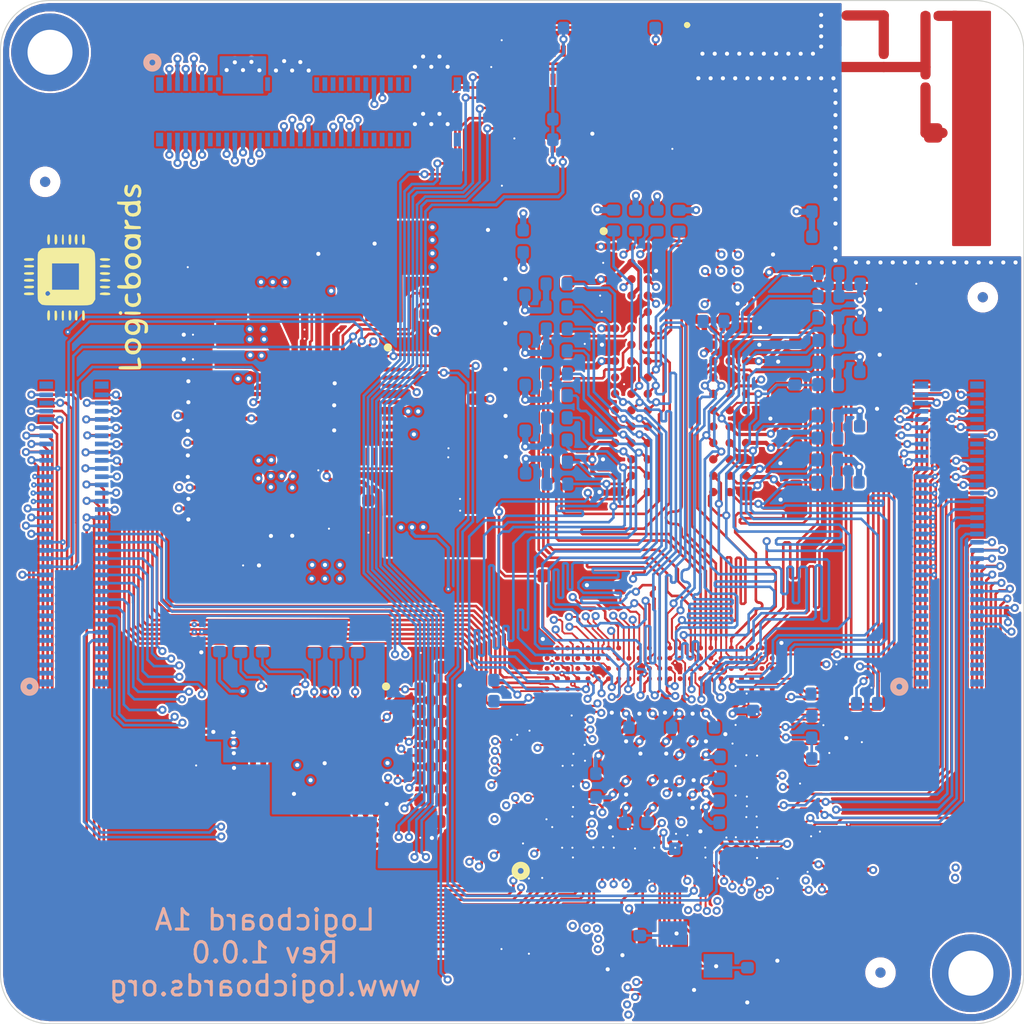
<source format=kicad_pcb>
(kicad_pcb (version 20171130) (host pcbnew 5.1.10-88a1d61d58~90~ubuntu20.04.1)
  (title_block (title "LOGIC BOARD 1A (LB1A_DCA7M4_R512MB_F4GB)") (date 2021-06-28) (rev 1.0.0) (company "Logic Boards ") (comment 1 www.logicboards.org))
  (layers (0 Top_Layer.Cu signal) (1 Signal_Layer_1.Cu signal) (2 Signal_Layer_2.Cu signal) (3 Signal_Layer_3.Cu signal) (4 Signal_Layer_4.Cu signal) (31 Bottom_Layer.Cu signal) (34 B.Paste user hide) (35 F.Paste user hide) (36 B.SilkS user hide) (37 F.SilkS user hide) (38 B.Mask user hide) (39 F.Mask user hide) (44 Edge.Cuts user))
  (net 0 "")
  (net 1 GND)
  (net 2 MPU_VDDA_1V8_REG)
  (net 3 PMIC_VOUT3_VDD)
  (net 4 PMIC_LDO4_VDD_USB)
  (net 5 "Net-(C5-Pad2)")
  (net 6 "Net-(C6-Pad1)")
  (net 7 "Net-(C7-Pad1)")
  (net 8 PMIC_VREF_DDR)
  (net 9 PMIC_LDO3_VTT_DDR)
  (net 10 PMIC_VOUT2_VDD_DDR)
  (net 11 "Net-(C42-Pad1)")
  (net 12 5V_VIN)
  (net 13 PMIC_VOUT1_VDD_CORE)
  (net 14 PMIC_VOUT4_3V3)
  (net 15 PMIC_LDO1_1V8)
  (net 16 PMIC_LDO6_1V0)
  (net 17 "Net-(C62-Pad1)")
  (net 18 "Net-(L1-Pad1)")
  (net 19 "Net-(L2-Pad1)")
  (net 20 "Net-(L3-Pad1)")
  (net 21 "Net-(L4-Pad1)")
  (net 22 "Net-(R1-Pad1)")
  (net 23 I2C1_SCL)
  (net 24 I2C1_SDA)
  (net 25 I2C4_SCL)
  (net 26 I2C4_SDA)
  (net 27 ETH_NRST)
  (net 28 "Net-(R7-Pad1)")
  (net 29 DDR_A0)
  (net 30 DDR_A1)
  (net 31 DDR_A2)
  (net 32 DDR_A3)
  (net 33 DDR_A4)
  (net 34 DDR_A5)
  (net 35 DDR_A6)
  (net 36 DDR_A7)
  (net 37 DDR_A8)
  (net 38 DDR_A9)
  (net 39 DDR_A10)
  (net 40 DDR_A11)
  (net 41 DDR_A12)
  (net 42 DDR_A13)
  (net 43 DDR_A14)
  (net 44 DDR_BA0)
  (net 45 DDR_BA1)
  (net 46 DDR_BA2)
  (net 47 DDR_CLK_P)
  (net 48 DDR_CLK_N)
  (net 49 DDR_RESETN)
  (net 50 DDR_CKE)
  (net 51 DDR_RASN)
  (net 52 DDR_CSN)
  (net 53 DDR_ODT)
  (net 54 DDR_WEN)
  (net 55 DDR_CASN)
  (net 56 "Net-(R34-Pad1)")
  (net 57 SDMMC2_D0)
  (net 58 SDMMC2_D1)
  (net 59 SDMMC2_D2)
  (net 60 SDMMC2_D3)
  (net 61 SDMMC2_D4)
  (net 62 SDMMC2_D5)
  (net 63 SDMMC2_D6)
  (net 64 SDMMC2_D7)
  (net 65 SDMMC2_CMD)
  (net 66 SDMMC2_CK)
  (net 67 NRST)
  (net 68 "Net-(U1-PadA2)")
  (net 69 "Net-(U1-PadA3)")
  (net 70 "Net-(U1-PadA7)")
  (net 71 "Net-(U1-PadA13)")
  (net 72 DSI_CKN)
  (net 73 DSI_D1_N)
  (net 74 JTDO_TRACESWO)
  (net 75 JTDI)
  (net 76 "Net-(U1-PadA21)")
  (net 77 "Net-(U1-PadA22)")
  (net 78 LCD_G4)
  (net 79 LCD_R6)
  (net 80 LCD_B4)
  (net 81 LCD_B3)
  (net 82 "Net-(U1-PadB6)")
  (net 83 STLINK_UART4_RX)
  (net 84 STLINK_UART4_TX)
  (net 85 I2S2_WS)
  (net 86 DSI_TE)
  (net 87 DSI_D0_N)
  (net 88 DSI_CKP)
  (net 89 DSI_D1_P)
  (net 90 NJRST)
  (net 91 JTCK_SWCLK)
  (net 92 "Net-(U1-PadB21)")
  (net 93 "Net-(U1-PadB22)")
  (net 94 "Net-(U1-PadB23)")
  (net 95 LCD_G5)
  (net 96 LCD_R4)
  (net 97 LCD_G3)
  (net 98 LCD_R3)
  (net 99 "Net-(U1-PadC6)")
  (net 100 "Net-(U1-PadC8)")
  (net 101 LCD_G1)
  (net 102 DSI_D0_P)
  (net 103 "Net-(U1-PadC19)")
  (net 104 JTMS_SWDIO)
  (net 105 "Net-(U1-PadC22)")
  (net 106 "Net-(U1-PadC23)")
  (net 107 LCD_G2)
  (net 108 "Net-(U1-PadD2)")
  (net 109 LCD_R7)
  (net 110 LCD_R2)
  (net 111 "Net-(U1-PadD6)")
  (net 112 "Net-(U1-PadD11)")
  (net 113 SDMMC1_CMD)
  (net 114 SDMMC1_CK)
  (net 115 I2S2_CK)
  (net 116 SDMMC1_D2)
  (net 117 SDMMC1_D3)
  (net 118 SDMMC1_D1)
  (net 119 SDMMC1_D0)
  (net 120 DSI_RESET)
  (net 121 "Net-(U1-PadD21)")
  (net 122 "Net-(U1-PadD22)")
  (net 123 "Net-(U1-PadD23)")
  (net 124 I2S2_SDO)
  (net 125 LCD_G7)
  (net 126 LCD_G6)
  (net 127 "Net-(U1-PadE4)")
  (net 128 DDR_DQ3)
  (net 129 DDR_DQ0)
  (net 130 "Net-(U1-PadE23)")
  (net 131 "Net-(U1-PadF2)")
  (net 132 DDR_DQ1)
  (net 133 USART1_CTS)
  (net 134 DDR_DQ7)
  (net 135 DDR_DQS0_P)
  (net 136 DDR_DQS0_N)
  (net 137 LCD_VSYNC)
  (net 138 DDR_DQ2)
  (net 139 DDR_DQ6)
  (net 140 DDR_DQM0)
  (net 141 "Net-(U1-PadJ2)")
  (net 142 DDR_DQ4)
  (net 143 DDR_DQ5)
  (net 144 LCD_B0)
  (net 145 PMIC_WAKEUP)
  (net 146 LCD_B7)
  (net 147 LCD_B1)
  (net 148 "Net-(U1-PadK20)")
  (net 149 U_LED_1)
  (net 150 "Net-(U1-PadL21)")
  (net 151 BOOT2)
  (net 152 BOOT0)
  (net 153 "Net-(U1-PadN3)")
  (net 154 BOOT1)
  (net 155 STUSB1600_IRQOUTn)
  (net 156 "Net-(U1-PadP20)")
  (net 157 POWER_ON)
  (net 158 LCD_HSYNC)
  (net 159 "Net-(U1-PadT4)")
  (net 160 DDR_DQ8)
  (net 161 DDR_DQ10)
  (net 162 DDR_DQ13)
  (net 163 "Net-(U1-PadU1)")
  (net 164 LCD_B5)
  (net 165 ANA0)
  (net 166 ANA1)
  (net 167 DDR_DQ9)
  (net 168 "Net-(U1-PadV2)")
  (net 169 "Net-(U1-PadV3)")
  (net 170 DDR_DQM1)
  (net 171 HDMI_INT)
  (net 172 "Net-(U1-PadW2)")
  (net 173 ETH_RXD3)
  (net 174 DDR_DQ11)
  (net 175 DDR_DQ14)
  (net 176 DDR_DQ12)
  (net 177 ETH_TXD3)
  (net 178 ETH_TXD2)
  (net 179 ETH_CLK125)
  (net 180 USART1_TX)
  (net 181 ETH_CLK)
  (net 182 "Net-(U1-PadY9)")
  (net 183 "Net-(U1-PadY10)")
  (net 184 "Net-(U1-PadY11)")
  (net 185 LCD_DE)
  (net 186 "Net-(U1-PadY13)")
  (net 187 HDMI_CEC)
  (net 188 "Net-(U1-PadY15)")
  (net 189 USART1_RX)
  (net 190 HDMI_NRST)
  (net 191 "Net-(U1-PadY19)")
  (net 192 DDR_DQ15)
  (net 193 "Net-(U1-PadY22)")
  (net 194 "Net-(U1-PadY23)")
  (net 195 ETH_TXD1)
  (net 196 ETH_TXD0)
  (net 197 LCD_R1)
  (net 198 ETH_RX_CLK)
  (net 199 ETH_MDC)
  (net 200 "Net-(U1-PadAA9)")
  (net 201 "Net-(U1-PadAA10)")
  (net 202 "Net-(U1-PadAA11)")
  (net 203 SPI5_NSS)
  (net 204 SPI5_MOSI)
  (net 205 DSI_BL_CTRL)
  (net 206 "Net-(U1-PadAA20)")
  (net 207 "Net-(U1-PadAA22)")
  (net 208 "Net-(U1-PadAA23)")
  (net 209 ETH_TX_EN)
  (net 210 ETH_GTX_CLK)
  (net 211 PA0_WKUP)
  (net 212 LCD_R0)
  (net 213 LCD_R5)
  (net 214 ETH_RXD2)
  (net 215 ETH_RXD1)
  (net 216 ETH_RX_DV)
  (net 217 LCD_B2)
  (net 218 SPI5_SCK)
  (net 219 USB_DM2)
  (net 220 USB_DM1)
  (net 221 USART1_RTS)
  (net 222 "Net-(U1-PadAB20)")
  (net 223 "Net-(U1-PadAB21)")
  (net 224 "Net-(U1-PadAB22)")
  (net 225 "Net-(U1-PadAB23)")
  (net 226 ETH_MDIO)
  (net 227 U_LED_2)
  (net 228 ETH_RXD0)
  (net 229 ETH_MDINT)
  (net 230 SPI5_MISO)
  (net 231 "Net-(U1-PadAC13)")
  (net 232 LCD_CLK)
  (net 233 USB_DP2)
  (net 234 USB_DP1)
  (net 235 "Net-(U1-PadAC19)")
  (net 236 "Net-(U1-PadAC21)")
  (net 237 "Net-(U1-PadAC22)")
  (net 238 "Net-(U3-PadA7)")
  (net 239 "Net-(U3-PadA10)")
  (net 240 "Net-(U3-PadA11)")
  (net 241 "Net-(U3-PadA12)")
  (net 242 "Net-(U3-PadA13)")
  (net 243 "Net-(U3-PadA14)")
  (net 244 "Net-(U3-PadB1)")
  (net 245 "Net-(U3-PadB9)")
  (net 246 "Net-(U3-PadB10)")
  (net 247 "Net-(U3-PadB11)")
  (net 248 "Net-(U3-PadB12)")
  (net 249 "Net-(U3-PadB13)")
  (net 250 "Net-(U3-PadB14)")
  (net 251 "Net-(U3-PadC8)")
  (net 252 "Net-(U3-PadC9)")
  (net 253 "Net-(U3-PadC10)")
  (net 254 "Net-(U3-PadC11)")
  (net 255 "Net-(U3-PadC12)")
  (net 256 "Net-(U3-PadC13)")
  (net 257 "Net-(U3-PadC14)")
  (net 258 "Net-(U3-PadD1)")
  (net 259 "Net-(U3-PadD12)")
  (net 260 "Net-(U3-PadD13)")
  (net 261 "Net-(U3-PadD14)")
  (net 262 "Net-(U3-PadE5)")
  (net 263 "Net-(U3-PadE8)")
  (net 264 "Net-(U3-PadE9)")
  (net 265 "Net-(U3-PadE10)")
  (net 266 "Net-(U3-PadE12)")
  (net 267 "Net-(U3-PadE13)")
  (net 268 "Net-(U3-PadE14)")
  (net 269 "Net-(U3-PadF3)")
  (net 270 "Net-(U3-PadF10)")
  (net 271 "Net-(U3-PadF12)")
  (net 272 "Net-(U3-PadF13)")
  (net 273 "Net-(U3-PadF14)")
  (net 274 "Net-(U3-PadG2)")
  (net 275 "Net-(U3-PadG3)")
  (net 276 "Net-(U3-PadG10)")
  (net 277 "Net-(U3-PadG12)")
  (net 278 "Net-(U3-PadG13)")
  (net 279 "Net-(U3-PadG14)")
  (net 280 "Net-(U3-PadH1)")
  (net 281 "Net-(U3-PadH2)")
  (net 282 "Net-(U3-PadH3)")
  (net 283 "Net-(U3-PadH5)")
  (net 284 "Net-(U3-PadH12)")
  (net 285 "Net-(U3-PadH13)")
  (net 286 "Net-(U3-PadH14)")
  (net 287 "Net-(U3-PadJ12)")
  (net 288 "Net-(U3-PadJ13)")
  (net 289 "Net-(U3-PadJ14)")
  (net 290 "Net-(U3-PadK6)")
  (net 291 "Net-(U3-PadK7)")
  (net 292 "Net-(U3-PadK10)")
  (net 293 "Net-(U3-PadK12)")
  (net 294 "Net-(U3-PadK13)")
  (net 295 "Net-(U3-PadK14)")
  (net 296 "Net-(U3-PadL12)")
  (net 297 "Net-(U3-PadL13)")
  (net 298 "Net-(U3-PadL14)")
  (net 299 "Net-(U3-PadM1)")
  (net 300 "Net-(U3-PadM2)")
  (net 301 "Net-(U3-PadM3)")
  (net 302 "Net-(U3-PadM7)")
  (net 303 "Net-(U3-PadM8)")
  (net 304 "Net-(U3-PadM9)")
  (net 305 "Net-(U3-PadM10)")
  (net 306 "Net-(U3-PadM11)")
  (net 307 "Net-(U3-PadM12)")
  (net 308 "Net-(U3-PadM13)")
  (net 309 "Net-(U3-PadM14)")
  (net 310 "Net-(U3-PadN1)")
  (net 311 "Net-(U3-PadN3)")
  (net 312 "Net-(U3-PadN6)")
  (net 313 "Net-(U3-PadN7)")
  (net 314 "Net-(U3-PadN8)")
  (net 315 "Net-(U3-PadN9)")
  (net 316 "Net-(U3-PadN10)")
  (net 317 "Net-(U3-PadN11)")
  (net 318 "Net-(U3-PadN12)")
  (net 319 "Net-(U3-PadN13)")
  (net 320 "Net-(U3-PadN14)")
  (net 321 "Net-(U3-PadP2)")
  (net 322 "Net-(U3-PadP7)")
  (net 323 "Net-(U3-PadP8)")
  (net 324 "Net-(U3-PadP9)")
  (net 325 "Net-(U3-PadP10)")
  (net 326 "Net-(U3-PadP11)")
  (net 327 "Net-(U3-PadP12)")
  (net 328 "Net-(U3-PadP13)")
  (net 329 "Net-(U3-PadP14)")
  (net 330 nPONKEY)
  (net 331 PMIC_LDO2_2V9)
  (net 332 "Net-(U4-Pad33)")
  (net 333 "Net-(U4-Pad34)")
  (net 334 "Net-(U4-Pad35)")
  (net 335 "Net-(U4-Pad37)")
  (net 336 "Net-(U4-Pad38)")
  (net 337 "Net-(U5-Pad1)")
  (net 338 "Net-(U5-Pad2)")
  (net 339 "Net-(U5-Pad3)")
  (net 340 "Net-(U5-Pad4)")
  (net 341 "Net-(U5-Pad5)")
  (net 342 "Net-(U5-Pad6)")
  (net 343 "Net-(U5-Pad7)")
  (net 344 "Net-(U5-Pad8)")
  (net 345 "Net-(U5-Pad9)")
  (net 346 "Net-(U5-Pad11)")
  (net 347 "Net-(U5-Pad13)")
  (net 348 "Net-(U5-Pad15)")
  (net 349 "Net-(U5-Pad17)")
  (net 350 "Net-(U5-Pad19)")
  (net 351 "Net-(U5-Pad21)")
  (net 352 "Net-(U5-Pad23)")
  (net 353 "Net-(U6-Pad11)")
  (net 354 "Net-(U6-Pad12)")
  (net 355 "Net-(U6-Pad13)")
  (net 356 "Net-(U6-Pad14)")
  (net 357 "Net-(U6-Pad25)")
  (net 358 "Net-(U6-Pad26)")
  (net 359 "Net-(U6-Pad28)")
  (net 360 "Net-(U6-Pad37)")
  (net 361 "Net-(U6-Pad38)")
  (net 362 "Net-(U6-Pad39)")
  (net 363 "Net-(U6-Pad40)")
  (net 364 "Net-(U6-Pad41)")
  (net 365 "Net-(U6-Pad43)")
  (net 366 "Net-(U6-Pad45)")
  (net 367 "Net-(U6-Pad47)")
  (net 368 "Net-(U6-Pad49)")
  (net 369 "Net-(U6-Pad50)")
  (net 370 "Net-(U6-Pad52)")
  (net 371 "Net-(U6-Pad54)")
  (net 372 "Net-(U6-Pad55)")
  (net 373 "Net-(U6-Pad56)")
  (net 374 "Net-(U6-Pad57)")
  (net 375 "Net-(U6-Pad58)")
  (net 376 "Net-(U6-Pad59)")
  (net 377 "Net-(U6-Pad60)")
  (net 378 "Net-(U7-Pad11)")
  (net 379 "Net-(U7-Pad13)")
  (net 380 "Net-(U7-Pad15)")
  (net 381 "Net-(U7-Pad17)")
  (net 382 "Net-(U7-Pad19)")
  (net 383 "Net-(U7-Pad21)")
  (net 384 "Net-(U7-Pad23)")
  (net 385 "Net-(X1-Pad1)")
  (net 386 LCD_B6)
  (net 387 DDR_DQS1_P)
  (net 388 DDR_DQS1_N)
  (net 389 DSI_LCD_INT)
  (net 390 "Net-(U1-PadF3)")
  (net 391 U_BUTTON_1)
  (net 392 U_BUTTON_2)
  (net 393 "Net-(U1-PadV4)")
  (net 394 LCD_G0)
  (net 395 "Net-(U1-PadAA18)")
  (net 396 "Net-(C75-Pad2)")
  (net 397 "Net-(C76-Pad2)")
  (net 398 "Net-(C77-Pad2)")
  (net 399 "Net-(U7-Pad1)")
  (net 400 "Net-(U7-Pad2)")
  (net 401 "Net-(U7-Pad3)")
  (net 402 "Net-(U7-Pad4)")
  (net 403 "Net-(U7-Pad5)")
  (net 404 "Net-(U7-Pad6)")
  (net 405 "Net-(U7-Pad7)")
  (net 406 "Net-(U7-Pad8)")
  (net 407 "Net-(U7-Pad9)")
  (net 408 "Net-(U7-Pad10)")
  (net 409 "Net-(U7-Pad12)")
  (net 410 PMIC_LDO5_2V9)
  (net 411 "Net-(U7-Pad68)")
  (net 412 "Net-(U7-Pad56)")
  (net 413 "Net-(U7-Pad58)")
  (net 414 "Net-(C33-Pad2)")
  (net 415 SDMMC3_CK)
  (net 416 SDMMC3_CMD)
  (net 417 SDMMC3_D0)
  (net 418 SDMMC3_D1)
  (net 419 SDMMC3_D2)
  (net 420 SDMMC3_D3)
  (net 421 "Net-(U8-Pad16)")
  (net 422 "Net-(U8-Pad17)")
  (net 423 "Net-(U8-Pad37)")
  (net 424 "Net-(U8-Pad38)")
  (net 425 "Net-(U8-Pad40)")
  (net 426 VDDOUT_VDDIO)
  (net 427 "Net-(C33-Pad1)")
  (net 428 "Net-(C71-Pad1)")
  (net 429 "Net-(C78-Pad2)")
  (net 430 ANT0)
  (net 431 "Net-(L6-Pad1)")
  (net 432 WL_HOST_WAKE)
  (net 433 "Net-(U8-Pad8)")
  (net 434 WL_REG_ON)
  (net 435 "Net-(U8-Pad12)")
  (net 436 "Net-(U8-Pad18)")
  (net 437 "Net-(U8-Pad39)")
  (net 438 "Net-(U8-Pad41)")
  (net 439 "Net-(U8-Pad42)")
  (net 440 "Net-(U8-Pad43)")
  (net 441 "Net-(U8-Pad44)")
  (net 442 "Net-(U8-Pad45)")
  (net 443 "Net-(U8-Pad46)")
  (net 444 BT_RF_IN)
  (net 445 "Net-(U8-Pad54)")
  (net 446 "Net-(U8-Pad55)")
  (net 447 "Net-(U8-Pad56)")
  (net 448 "Net-(U8-Pad61)")
  (net 449 "Net-(U8-Pad62)")
  (net 450 "Net-(U8-Pad63)")
  (net 451 "Net-(U8-Pad64)")
  (net 452 "Net-(U8-Pad66)")
  (net 453 "Net-(U8-Pad67)")
  (net 454 "Net-(U8-Pad68)")
  (net 455 "Net-(U8-Pad69)")
  (net 456 "Net-(U8-Pad70)")
  (net 457 "Net-(U8-Pad71)")
  (net 458 "Net-(U8-Pad74)")
  (net 459 "Net-(U8-Pad75)")
  (net 460 "Net-(U8-Pad76)")
  (net 461 "Net-(U8-Pad77)")
  (net 462 "Net-(U8-Pad78)")
  (net 463 "Net-(U8-Pad79)")
  (net 464 LPO_32)
  (net 465 "Net-(U8-Pad81)")
  (net 466 "Net-(U8-Pad86)")
  (net 467 "Net-(U8-Pad87)")
  (net 468 "Net-(U8-Pad88)")
  (net 469 "Net-(U8-Pad89)")
  (net 470 "Net-(U8-Pad90)")
  (net 471 "Net-(U8-Pad91)")
  (net 472 "Net-(U8-Pad92)")
  (net 473 "Net-(U8-Pad93)")
  (net 474 "Net-(U1-PadAC10)")
  (net 475 "Net-(U1-PadAC5)")
  (net 476 "Net-(U1-PadAB9)")
  (net 477 "Net-(U1-PadY5)")
  (net 478 "Net-(U1-PadY3)")
  (net 479 "Net-(U1-PadJ4)")
  (net 480 "Net-(U1-PadJ3)")
  (net 481 "Net-(U1-PadH1)")
  (net 482 "Net-(U1-PadG3)")
  (net 483 "Net-(U1-PadG1)")
  (net 484 "Net-(U1-PadC4)")
  (net 485 "Net-(U8-Pad85)")
  (net 486 "Net-(U8-Pad84)")
  (net 487 "Net-(U8-Pad83)")
  (net 488 "Net-(U8-Pad82)")
  (net 489 "Net-(U8-Pad34)")
  (net 490 "Net-(U8-Pad33)")
  (net 491 "Net-(U8-Pad32)")
  (net 492 "Net-(U8-Pad31)")
  (net 493 "Net-(U8-Pad29)")
  (net 494 "Net-(U8-Pad9)")
  (net 495 "Net-(U8-Pad5)")
  (net 496 "Net-(L7-Pad2)")
  (net 497 "Net-(R48-Pad1)")
  (module U_Logos:logicboards_pcb_logo (layer Top_Layer.Cu) (at 62.5 74 90)
    (fp_text reference G*** hide)
    (fp_text value LOGO hide)
  )
  (module U_Resistor_SMD:R_0201_0603Metric (layer Top_Layer.Cu) (at 93.93 63.72)
    (fp_text reference R49 hide)
    (fp_text value 0E hide)
    (pad 2 smd roundrect (at 0.32 0) (size 0.46 0.4) (layers Top_Layer.Cu F.Mask) (net 497 "Net-(R48-Pad1)"))
    (pad 1 smd roundrect (at -0.32 0) (size 0.46 0.4) (layers Top_Layer.Cu F.Mask) (net 430 ANT0))
  )
  (module U_Resistor_SMD:R_0201_0603Metric (layer Top_Layer.Cu) (at 95.46 63.72)
    (fp_text reference R48 hide)
    (fp_text value 0E hide)
    (pad 2 smd roundrect (at 0.32 0) (size 0.46 0.4) (layers Top_Layer.Cu F.Mask) (net 496 "Net-(L7-Pad2)"))
    (pad 1 smd roundrect (at -0.32 0) (size 0.46 0.4) (layers Top_Layer.Cu F.Mask) (net 497 "Net-(R48-Pad1)"))
  )
  (module U_Resistor_SMD:R_0201_0603Metric (layer Top_Layer.Cu) (at 99.11 61.2)
    (fp_text reference R47 hide)
    (fp_text value 0E hide)
    (pad 2 smd roundrect (at 0.32 0) (size 0.46 0.4) (layers Top_Layer.Cu F.Mask) (net 431 "Net-(L6-Pad1)"))
    (pad 1 smd roundrect (at -0.32 0) (size 0.46 0.4) (layers Top_Layer.Cu F.Mask) (net 1 GND))
  )
  (module U_Resistor_SMD:R_0402_1005Metric (layer Top_Layer.Cu) (at 79.92 77.27 270)
    (fp_text reference R46 hide)
    (fp_text value 10k hide)
    (pad 1 smd roundrect (at -0.51 0 270) (size 0.54 0.64) (layers Top_Layer.Cu F.Paste F.Mask) (net 3 PMIC_VOUT3_VDD))
    (pad 2 smd roundrect (at 0.51 0 270) (size 0.54 0.64) (layers Top_Layer.Cu F.Paste F.Mask) (net 67 NRST))
  )
  (module U_Resistor_SMD:R_0402_1005Metric (layer Bottom_Layer.Cu) (at 70.88 91.8 270)
    (fp_text reference R45 hide)
    (fp_text value 47k hide)
    (pad 1 smd roundrect (at -0.51 0 270) (size 0.54 0.64) (layers Bottom_Layer.Cu B.Paste B.Mask) (net 410 PMIC_LDO5_2V9))
    (pad 2 smd roundrect (at 0.51 0 270) (size 0.54 0.64) (layers Bottom_Layer.Cu B.Paste B.Mask) (net 66 SDMMC2_CK))
  )
  (module U_Resistor_SMD:R_0402_1005Metric (layer Bottom_Layer.Cu) (at 69.82 91.82 270)
    (fp_text reference R44 hide)
    (fp_text value 47k hide)
    (pad 1 smd roundrect (at -0.51 0 270) (size 0.54 0.64) (layers Bottom_Layer.Cu B.Paste B.Mask) (net 410 PMIC_LDO5_2V9))
    (pad 2 smd roundrect (at 0.51 0 270) (size 0.54 0.64) (layers Bottom_Layer.Cu B.Paste B.Mask) (net 65 SDMMC2_CMD))
  )
  (module U_Resistor_SMD:R_0402_1005Metric (layer Top_Layer.Cu) (at 79.08 99.53 180)
    (fp_text reference R43 hide)
    (fp_text value 47k hide)
    (pad 1 smd roundrect (at -0.51 0 180) (size 0.54 0.64) (layers Top_Layer.Cu F.Paste F.Mask) (net 410 PMIC_LDO5_2V9))
    (pad 2 smd roundrect (at 0.51 0 180) (size 0.54 0.64) (layers Top_Layer.Cu F.Paste F.Mask) (net 64 SDMMC2_D7))
  )
  (module U_Resistor_SMD:R_0402_1005Metric (layer Bottom_Layer.Cu) (at 73.42 91.84 270)
    (fp_text reference R42 hide)
    (fp_text value 47k hide)
    (pad 1 smd roundrect (at -0.51 0 270) (size 0.54 0.64) (layers Bottom_Layer.Cu B.Paste B.Mask) (net 410 PMIC_LDO5_2V9))
    (pad 2 smd roundrect (at 0.51 0 270) (size 0.54 0.64) (layers Bottom_Layer.Cu B.Paste B.Mask) (net 63 SDMMC2_D6))
  )
  (module U_Resistor_SMD:R_0402_1005Metric (layer Bottom_Layer.Cu) (at 74.48 91.85 270)
    (fp_text reference R41 hide)
    (fp_text value 47k hide)
    (pad 1 smd roundrect (at -0.51 0 270) (size 0.54 0.64) (layers Bottom_Layer.Cu B.Paste B.Mask) (net 410 PMIC_LDO5_2V9))
    (pad 2 smd roundrect (at 0.51 0 270) (size 0.54 0.64) (layers Bottom_Layer.Cu B.Paste B.Mask) (net 62 SDMMC2_D5))
  )
  (module U_Resistor_SMD:R_0402_1005Metric (layer Top_Layer.Cu) (at 79.1 95.21 180)
    (fp_text reference R40 hide)
    (fp_text value 47k hide)
    (pad 1 smd roundrect (at -0.51 0 180) (size 0.54 0.64) (layers Top_Layer.Cu F.Paste F.Mask) (net 410 PMIC_LDO5_2V9))
    (pad 2 smd roundrect (at 0.51 0 180) (size 0.54 0.64) (layers Top_Layer.Cu F.Paste F.Mask) (net 61 SDMMC2_D4))
  )
  (module U_Resistor_SMD:R_0402_1005Metric (layer Top_Layer.Cu) (at 79.1 94.12 180)
    (fp_text reference R39 hide)
    (fp_text value 47k hide)
    (pad 1 smd roundrect (at -0.51 0 180) (size 0.54 0.64) (layers Top_Layer.Cu F.Paste F.Mask) (net 410 PMIC_LDO5_2V9))
    (pad 2 smd roundrect (at 0.51 0 180) (size 0.54 0.64) (layers Top_Layer.Cu F.Paste F.Mask) (net 60 SDMMC2_D3))
  )
  (module U_Resistor_SMD:R_0402_1005Metric (layer Top_Layer.Cu) (at 79.09 98.46 180)
    (fp_text reference R38 hide)
    (fp_text value 47k hide)
    (pad 1 smd roundrect (at -0.51 0 180) (size 0.54 0.64) (layers Top_Layer.Cu F.Paste F.Mask) (net 410 PMIC_LDO5_2V9))
    (pad 2 smd roundrect (at 0.51 0 180) (size 0.54 0.64) (layers Top_Layer.Cu F.Paste F.Mask) (net 59 SDMMC2_D2))
  )
  (module U_Resistor_SMD:R_0402_1005Metric (layer Top_Layer.Cu) (at 79.09 97.37 180)
    (fp_text reference R37 hide)
    (fp_text value 47k hide)
    (pad 1 smd roundrect (at -0.51 0 180) (size 0.54 0.64) (layers Top_Layer.Cu F.Paste F.Mask) (net 410 PMIC_LDO5_2V9))
    (pad 2 smd roundrect (at 0.51 0 180) (size 0.54 0.64) (layers Top_Layer.Cu F.Paste F.Mask) (net 58 SDMMC2_D1))
  )
  (module U_Resistor_SMD:R_0402_1005Metric (layer Top_Layer.Cu) (at 79.1 96.29 180)
    (fp_text reference R36 hide)
    (fp_text value 47k hide)
    (pad 1 smd roundrect (at -0.51 0 180) (size 0.54 0.64) (layers Top_Layer.Cu F.Paste F.Mask) (net 410 PMIC_LDO5_2V9))
    (pad 2 smd roundrect (at 0.51 0 180) (size 0.54 0.64) (layers Top_Layer.Cu F.Paste F.Mask) (net 57 SDMMC2_D0))
  )
  (module U_Resistor_SMD:R_0402_1005Metric (layer Bottom_Layer.Cu) (at 96.89 79.77 90)
    (fp_text reference R35 hide)
    (fp_text value 10k hide)
    (pad 1 smd roundrect (at -0.51 0 90) (size 0.54 0.64) (layers Bottom_Layer.Cu B.Paste B.Mask) (net 1 GND))
    (pad 2 smd roundrect (at 0.51 0 90) (size 0.54 0.64) (layers Bottom_Layer.Cu B.Paste B.Mask) (net 50 DDR_CKE))
  )
  (module U_Resistor_SMD:R_0402_1005Metric (layer Top_Layer.Cu) (at 96.93 78.64 90)
    (fp_text reference R34 hide)
    (fp_text value 240E hide)
    (pad 1 smd roundrect (at -0.51 0 90) (size 0.54 0.64) (layers Top_Layer.Cu F.Paste F.Mask) (net 56 "Net-(R34-Pad1)"))
    (pad 2 smd roundrect (at 0.51 0 90) (size 0.54 0.64) (layers Top_Layer.Cu F.Paste F.Mask) (net 1 GND))
  )
  (module U_Resistor_SMD:R_0402_1005Metric (layer Bottom_Layer.Cu) (at 90.16 71.23 270)
    (fp_text reference R33 hide)
    (fp_text value 56E hide)
    (pad 1 smd roundrect (at -0.51 0 270) (size 0.54 0.64) (layers Bottom_Layer.Cu B.Paste B.Mask) (net 9 PMIC_LDO3_VTT_DDR))
    (pad 2 smd roundrect (at 0.51 0 270) (size 0.54 0.64) (layers Bottom_Layer.Cu B.Paste B.Mask) (net 55 DDR_CASN))
  )
  (module U_Resistor_SMD:R_0402_1005Metric (layer Bottom_Layer.Cu) (at 89.11 71.23 90)
    (fp_text reference R32 hide)
    (fp_text value 56E hide)
    (pad 1 smd roundrect (at -0.51 0 90) (size 0.54 0.64) (layers Bottom_Layer.Cu B.Paste B.Mask) (net 54 DDR_WEN))
    (pad 2 smd roundrect (at 0.51 0 90) (size 0.54 0.64) (layers Bottom_Layer.Cu B.Paste B.Mask) (net 9 PMIC_LDO3_VTT_DDR))
  )
  (module U_Resistor_SMD:R_0402_1005Metric (layer Bottom_Layer.Cu) (at 85.25 74.32)
    (fp_text reference R31 hide)
    (fp_text value 56E hide)
    (pad 1 smd roundrect (at -0.51 0) (size 0.54 0.64) (layers Bottom_Layer.Cu B.Paste B.Mask) (net 9 PMIC_LDO3_VTT_DDR))
    (pad 2 smd roundrect (at 0.51 0) (size 0.54 0.64) (layers Bottom_Layer.Cu B.Paste B.Mask) (net 53 DDR_ODT))
  )
  (module U_Resistor_SMD:R_0402_1005Metric (layer Bottom_Layer.Cu) (at 88.04 71.22 90)
    (fp_text reference R30 hide)
    (fp_text value 56E hide)
    (pad 1 smd roundrect (at -0.51 0 90) (size 0.54 0.64) (layers Bottom_Layer.Cu B.Paste B.Mask) (net 52 DDR_CSN))
    (pad 2 smd roundrect (at 0.51 0 90) (size 0.54 0.64) (layers Bottom_Layer.Cu B.Paste B.Mask) (net 9 PMIC_LDO3_VTT_DDR))
  )
  (module U_Resistor_SMD:R_0402_1005Metric (layer Bottom_Layer.Cu) (at 91.24 71.23 270)
    (fp_text reference R29 hide)
    (fp_text value 56E hide)
    (pad 1 smd roundrect (at -0.51 0 270) (size 0.54 0.64) (layers Bottom_Layer.Cu B.Paste B.Mask) (net 9 PMIC_LDO3_VTT_DDR))
    (pad 2 smd roundrect (at 0.51 0 270) (size 0.54 0.64) (layers Bottom_Layer.Cu B.Paste B.Mask) (net 51 DDR_RASN))
  )
  (module U_Resistor_SMD:R_0402_1005Metric (layer Bottom_Layer.Cu) (at 98.52 79.24)
    (fp_text reference R28 hide)
    (fp_text value 56E hide)
    (pad 1 smd roundrect (at -0.51 0) (size 0.54 0.64) (layers Bottom_Layer.Cu B.Paste B.Mask) (net 50 DDR_CKE))
    (pad 2 smd roundrect (at 0.51 0) (size 0.54 0.64) (layers Bottom_Layer.Cu B.Paste B.Mask) (net 9 PMIC_LDO3_VTT_DDR))
  )
  (module U_Resistor_SMD:R_0402_1005Metric (layer Top_Layer.Cu) (at 85.1 88.58 180)
    (fp_text reference R27 hide)
    (fp_text value 10k hide)
    (pad 1 smd roundrect (at -0.51 0 180) (size 0.54 0.64) (layers Top_Layer.Cu F.Paste F.Mask) (net 1 GND))
    (pad 2 smd roundrect (at 0.51 0 180) (size 0.54 0.64) (layers Top_Layer.Cu F.Paste F.Mask) (net 49 DDR_RESETN))
  )
  (module U_Resistor_SMD:R_0402_1005Metric (layer Bottom_Layer.Cu) (at 92.92 76.15)
    (fp_text reference R26 hide)
    (fp_text value 100E hide)
    (pad 1 smd roundrect (at -0.51 0) (size 0.54 0.64) (layers Bottom_Layer.Cu B.Paste B.Mask) (net 48 DDR_CLK_N))
    (pad 2 smd roundrect (at 0.51 0) (size 0.54 0.64) (layers Bottom_Layer.Cu B.Paste B.Mask) (net 47 DDR_CLK_P))
  )
  (module U_Resistor_SMD:R_0402_1005Metric (layer Bottom_Layer.Cu) (at 85.25 75.44)
    (fp_text reference R25 hide)
    (fp_text value 56E hide)
    (pad 1 smd roundrect (at -0.51 0) (size 0.54 0.64) (layers Bottom_Layer.Cu B.Paste B.Mask) (net 9 PMIC_LDO3_VTT_DDR))
    (pad 2 smd roundrect (at 0.51 0) (size 0.54 0.64) (layers Bottom_Layer.Cu B.Paste B.Mask) (net 46 DDR_BA2))
  )
  (module U_Resistor_SMD:R_0402_1005Metric (layer Bottom_Layer.Cu) (at 98.5 80.77 180)
    (fp_text reference R24 hide)
    (fp_text value 56E hide)
    (pad 1 smd roundrect (at -0.51 0 180) (size 0.54 0.64) (layers Bottom_Layer.Cu B.Paste B.Mask) (net 9 PMIC_LDO3_VTT_DDR))
    (pad 2 smd roundrect (at 0.51 0 180) (size 0.54 0.64) (layers Bottom_Layer.Cu B.Paste B.Mask) (net 45 DDR_BA1))
  )
  (module U_Resistor_SMD:R_0402_1005Metric (layer Bottom_Layer.Cu) (at 85.26 76.52)
    (fp_text reference R23 hide)
    (fp_text value 56E hide)
    (pad 1 smd roundrect (at -0.51 0) (size 0.54 0.64) (layers Bottom_Layer.Cu B.Paste B.Mask) (net 9 PMIC_LDO3_VTT_DDR))
    (pad 2 smd roundrect (at 0.51 0) (size 0.54 0.64) (layers Bottom_Layer.Cu B.Paste B.Mask) (net 44 DDR_BA0))
  )
  (module U_Resistor_SMD:R_0402_1005Metric (layer Bottom_Layer.Cu) (at 98.53 78.15 180)
    (fp_text reference R22 hide)
    (fp_text value 56E hide)
    (pad 1 smd roundrect (at -0.51 0 180) (size 0.54 0.64) (layers Bottom_Layer.Cu B.Paste B.Mask) (net 9 PMIC_LDO3_VTT_DDR))
    (pad 2 smd roundrect (at 0.51 0 180) (size 0.54 0.64) (layers Bottom_Layer.Cu B.Paste B.Mask) (net 43 DDR_A14))
  )
  (module U_Resistor_SMD:R_0402_1005Metric (layer Bottom_Layer.Cu) (at 85.27 83.03)
    (fp_text reference R21 hide)
    (fp_text value 56E hide)
    (pad 1 smd roundrect (at -0.51 0) (size 0.54 0.64) (layers Bottom_Layer.Cu B.Paste B.Mask) (net 9 PMIC_LDO3_VTT_DDR))
    (pad 2 smd roundrect (at 0.51 0) (size 0.54 0.64) (layers Bottom_Layer.Cu B.Paste B.Mask) (net 42 DDR_A13))
  )
  (module U_Resistor_SMD:R_0402_1005Metric (layer Bottom_Layer.Cu) (at 98.54 73.81 180)
    (fp_text reference R20 hide)
    (fp_text value 56E hide)
    (pad 1 smd roundrect (at -0.51 0 180) (size 0.54 0.64) (layers Bottom_Layer.Cu B.Paste B.Mask) (net 9 PMIC_LDO3_VTT_DDR))
    (pad 2 smd roundrect (at 0.51 0 180) (size 0.54 0.64) (layers Bottom_Layer.Cu B.Paste B.Mask) (net 41 DDR_A12))
  )
  (module U_Resistor_SMD:R_0402_1005Metric (layer Bottom_Layer.Cu) (at 98.54 77.08 180)
    (fp_text reference R19 hide)
    (fp_text value 56E hide)
    (pad 1 smd roundrect (at -0.51 0 180) (size 0.54 0.64) (layers Bottom_Layer.Cu B.Paste B.Mask) (net 9 PMIC_LDO3_VTT_DDR))
    (pad 2 smd roundrect (at 0.51 0 180) (size 0.54 0.64) (layers Bottom_Layer.Cu B.Paste B.Mask) (net 40 DDR_A11))
  )
  (module U_Resistor_SMD:R_0402_1005Metric (layer Bottom_Layer.Cu) (at 98.53 75.99 180)
    (fp_text reference R18 hide)
    (fp_text value 56E hide)
    (pad 1 smd roundrect (at -0.51 0 180) (size 0.54 0.64) (layers Bottom_Layer.Cu B.Paste B.Mask) (net 9 PMIC_LDO3_VTT_DDR))
    (pad 2 smd roundrect (at 0.51 0 180) (size 0.54 0.64) (layers Bottom_Layer.Cu B.Paste B.Mask) (net 39 DDR_A10))
  )
  (module U_Resistor_SMD:R_0402_1005Metric (layer Bottom_Layer.Cu) (at 85.26 81.95)
    (fp_text reference R17 hide)
    (fp_text value 56E hide)
    (pad 1 smd roundrect (at -0.51 0) (size 0.54 0.64) (layers Bottom_Layer.Cu B.Paste B.Mask) (net 9 PMIC_LDO3_VTT_DDR))
    (pad 2 smd roundrect (at 0.51 0) (size 0.54 0.64) (layers Bottom_Layer.Cu B.Paste B.Mask) (net 38 DDR_A9))
  )
  (module U_Resistor_SMD:R_0402_1005Metric (layer Bottom_Layer.Cu) (at 98.47 84.01 180)
    (fp_text reference R16 hide)
    (fp_text value 56E hide)
    (pad 1 smd roundrect (at -0.51 0 180) (size 0.54 0.64) (layers Bottom_Layer.Cu B.Paste B.Mask) (net 9 PMIC_LDO3_VTT_DDR))
    (pad 2 smd roundrect (at 0.51 0 180) (size 0.54 0.64) (layers Bottom_Layer.Cu B.Paste B.Mask) (net 37 DDR_A8))
  )
  (module U_Resistor_SMD:R_0402_1005Metric (layer Bottom_Layer.Cu) (at 85.29 84.1)
    (fp_text reference R15 hide)
    (fp_text value 56E hide)
    (pad 1 smd roundrect (at -0.51 0) (size 0.54 0.64) (layers Bottom_Layer.Cu B.Paste B.Mask) (net 9 PMIC_LDO3_VTT_DDR))
    (pad 2 smd roundrect (at 0.51 0) (size 0.54 0.64) (layers Bottom_Layer.Cu B.Paste B.Mask) (net 36 DDR_A7))
  )
  (module U_Resistor_SMD:R_0402_1005Metric (layer Bottom_Layer.Cu) (at 98.48 82.92 180)
    (fp_text reference R14 hide)
    (fp_text value 56E hide)
    (pad 1 smd roundrect (at -0.51 0 180) (size 0.54 0.64) (layers Bottom_Layer.Cu B.Paste B.Mask) (net 9 PMIC_LDO3_VTT_DDR))
    (pad 2 smd roundrect (at 0.51 0 180) (size 0.54 0.64) (layers Bottom_Layer.Cu B.Paste B.Mask) (net 35 DDR_A6))
  )
  (module U_Resistor_SMD:R_0402_1005Metric (layer Bottom_Layer.Cu) (at 85.26 80.86)
    (fp_text reference R13 hide)
    (fp_text value 56E hide)
    (pad 1 smd roundrect (at -0.51 0) (size 0.54 0.64) (layers Bottom_Layer.Cu B.Paste B.Mask) (net 9 PMIC_LDO3_VTT_DDR))
    (pad 2 smd roundrect (at 0.51 0) (size 0.54 0.64) (layers Bottom_Layer.Cu B.Paste B.Mask) (net 34 DDR_A5))
  )
  (module U_Resistor_SMD:R_0402_1005Metric (layer Bottom_Layer.Cu) (at 98.49 81.85 180)
    (fp_text reference R12 hide)
    (fp_text value 56E hide)
    (pad 1 smd roundrect (at -0.51 0 180) (size 0.54 0.64) (layers Bottom_Layer.Cu B.Paste B.Mask) (net 9 PMIC_LDO3_VTT_DDR))
    (pad 2 smd roundrect (at 0.51 0 180) (size 0.54 0.64) (layers Bottom_Layer.Cu B.Paste B.Mask) (net 33 DDR_A4))
  )
  (module U_Resistor_SMD:R_0402_1005Metric (layer Bottom_Layer.Cu) (at 85.27 78.72)
    (fp_text reference R11 hide)
    (fp_text value 56E hide)
    (pad 1 smd roundrect (at -0.51 0) (size 0.54 0.64) (layers Bottom_Layer.Cu B.Paste B.Mask) (net 9 PMIC_LDO3_VTT_DDR))
    (pad 2 smd roundrect (at 0.51 0) (size 0.54 0.64) (layers Bottom_Layer.Cu B.Paste B.Mask) (net 32 DDR_A3))
  )
  (module U_Resistor_SMD:R_0402_1005Metric (layer Bottom_Layer.Cu) (at 85.27 79.78)
    (fp_text reference R10 hide)
    (fp_text value 56E hide)
    (pad 1 smd roundrect (at -0.51 0) (size 0.54 0.64) (layers Bottom_Layer.Cu B.Paste B.Mask) (net 9 PMIC_LDO3_VTT_DDR))
    (pad 2 smd roundrect (at 0.51 0) (size 0.54 0.64) (layers Bottom_Layer.Cu B.Paste B.Mask) (net 31 DDR_A2))
  )
  (module U_Resistor_SMD:R_0402_1005Metric (layer Bottom_Layer.Cu) (at 98.54 74.92 180)
    (fp_text reference R9 hide)
    (fp_text value 56E hide)
    (pad 1 smd roundrect (at -0.51 0 180) (size 0.54 0.64) (layers Bottom_Layer.Cu B.Paste B.Mask) (net 9 PMIC_LDO3_VTT_DDR))
    (pad 2 smd roundrect (at 0.51 0 180) (size 0.54 0.64) (layers Bottom_Layer.Cu B.Paste B.Mask) (net 30 DDR_A1))
  )
  (module U_Resistor_SMD:R_0402_1005Metric (layer Bottom_Layer.Cu) (at 85.26 77.59)
    (fp_text reference R8 hide)
    (fp_text value 56E hide)
    (pad 1 smd roundrect (at -0.51 0) (size 0.54 0.64) (layers Bottom_Layer.Cu B.Paste B.Mask) (net 9 PMIC_LDO3_VTT_DDR))
    (pad 2 smd roundrect (at 0.51 0) (size 0.54 0.64) (layers Bottom_Layer.Cu B.Paste B.Mask) (net 29 DDR_A0))
  )
  (module U_Resistor_SMD:R_0402_1005Metric (layer Bottom_Layer.Cu) (at 98.19 94.36)
    (fp_text reference R7 hide)
    (fp_text value 3k hide)
    (pad 1 smd roundrect (at -0.51 0) (size 0.54 0.64) (layers Bottom_Layer.Cu B.Paste B.Mask) (net 28 "Net-(R7-Pad1)"))
    (pad 2 smd roundrect (at 0.51 0) (size 0.54 0.64) (layers Bottom_Layer.Cu B.Paste B.Mask) (net 1 GND))
  )
  (module U_Resistor_SMD:R_0402_1005Metric (layer Top_Layer.Cu) (at 99.39 102.94)
    (fp_text reference R6 hide)
    (fp_text value 10k hide)
    (pad 1 smd roundrect (at -0.51 0) (size 0.54 0.64) (layers Top_Layer.Cu F.Paste F.Mask) (net 27 ETH_NRST))
    (pad 2 smd roundrect (at 0.51 0) (size 0.54 0.64) (layers Top_Layer.Cu F.Paste F.Mask) (net 3 PMIC_VOUT3_VDD))
  )
  (module U_Resistor_SMD:R_0402_1005Metric (layer Top_Layer.Cu) (at 79.935 75.285 270)
    (fp_text reference R5 hide)
    (fp_text value 1k5 hide)
    (pad 1 smd roundrect (at -0.51 0 270) (size 0.54 0.64) (layers Top_Layer.Cu F.Paste F.Mask) (net 26 I2C4_SDA))
    (pad 2 smd roundrect (at 0.51 0 270) (size 0.54 0.64) (layers Top_Layer.Cu F.Paste F.Mask) (net 3 PMIC_VOUT3_VDD))
  )
  (module U_Resistor_SMD:R_0402_1005Metric (layer Top_Layer.Cu) (at 78.86 75.285 270)
    (fp_text reference R4 hide)
    (fp_text value 1k5 hide)
    (pad 1 smd roundrect (at -0.51 0 270) (size 0.54 0.64) (layers Top_Layer.Cu F.Paste F.Mask) (net 25 I2C4_SCL))
    (pad 2 smd roundrect (at 0.51 0 270) (size 0.54 0.64) (layers Top_Layer.Cu F.Paste F.Mask) (net 3 PMIC_VOUT3_VDD))
  )
  (module U_Resistor_SMD:R_0402_1005Metric (layer Top_Layer.Cu) (at 99.39 104.01)
    (fp_text reference R3 hide)
    (fp_text value 1k5 hide)
    (pad 1 smd roundrect (at -0.51 0) (size 0.54 0.64) (layers Top_Layer.Cu F.Paste F.Mask) (net 24 I2C1_SDA))
    (pad 2 smd roundrect (at 0.51 0) (size 0.54 0.64) (layers Top_Layer.Cu F.Paste F.Mask) (net 3 PMIC_VOUT3_VDD))
  )
  (module U_Resistor_SMD:R_0402_1005Metric (layer Bottom_Layer.Cu) (at 100.42 94.82)
    (fp_text reference R2 hide)
    (fp_text value 1k5 hide)
    (pad 1 smd roundrect (at -0.51 0) (size 0.54 0.64) (layers Bottom_Layer.Cu B.Paste B.Mask) (net 23 I2C1_SCL))
    (pad 2 smd roundrect (at 0.51 0) (size 0.54 0.64) (layers Bottom_Layer.Cu B.Paste B.Mask) (net 3 PMIC_VOUT3_VDD))
  )
  (module U_Resistor_SMD:R_0402_1005Metric (layer Top_Layer.Cu) (at 87.85 89.18 180)
    (fp_text reference R1 hide)
    (fp_text value 240E hide)
    (pad 1 smd roundrect (at -0.51 0 180) (size 0.54 0.64) (layers Top_Layer.Cu F.Paste F.Mask) (net 22 "Net-(R1-Pad1)"))
    (pad 2 smd roundrect (at 0.51 0 180) (size 0.54 0.64) (layers Top_Layer.Cu F.Paste F.Mask) (net 1 GND))
  )
  (module U_Inductor_SMD:L_0201_0603Metric (layer Top_Layer.Cu) (at 98.79 62.58 90)
    (fp_text reference L8 hide)
    (fp_text value 1.5nH hide)
    (pad 2 smd roundrect (at 0.32 0 90) (size 0.46 0.4) (layers Top_Layer.Cu F.Mask) (net 1 GND))
    (pad 1 smd roundrect (at -0.32 0 90) (size 0.46 0.4) (layers Top_Layer.Cu F.Mask) (net 428 "Net-(C71-Pad1)"))
  )
  (module U_Inductor_SMD:L_0201_0603Metric (layer Top_Layer.Cu) (at 96.97 63.72 180)
    (fp_text reference L7 hide)
    (fp_text value 1.5nH hide)
    (pad 2 smd roundrect (at 0.32 0 180) (size 0.46 0.4) (layers Top_Layer.Cu F.Mask) (net 496 "Net-(L7-Pad2)"))
    (pad 1 smd roundrect (at -0.32 0 180) (size 0.46 0.4) (layers Top_Layer.Cu F.Mask) (net 429 "Net-(C78-Pad2)"))
  )
  (module U_Inductor_SMD:L_0201_0603Metric (layer Top_Layer.Cu) (at 101.24 63.4 270)
    (fp_text reference L6 hide)
    (fp_text value 3.0nH hide)
    (pad 2 smd roundrect (at 0.32 0 270) (size 0.46 0.4) (layers Top_Layer.Cu F.Mask) (net 428 "Net-(C71-Pad1)"))
    (pad 1 smd roundrect (at -0.32 0 270) (size 0.46 0.4) (layers Top_Layer.Cu F.Mask) (net 431 "Net-(L6-Pad1)"))
  )
  (module U_Inductor_SMD:L_0201_0603Metric (layer Top_Layer.Cu) (at 103.6 61.22)
    (fp_text reference L5 hide)
    (fp_text value 1.0nH hide)
    (pad 2 smd roundrect (at 0.32 0) (size 0.46 0.4) (layers Top_Layer.Cu F.Mask) (net 427 "Net-(C33-Pad1)"))
    (pad 1 smd roundrect (at -0.32 0) (size 0.46 0.4) (layers Top_Layer.Cu F.Mask) (net 428 "Net-(C71-Pad1)"))
  )
  (module U_MountingHole:MountingHole_2.2mm_M2_DIN965_Pad (layer Top_Layer.Cu) (at 105.5 108)
    (fp_text reference H3 hide)
    (fp_text value MountingHole_Pad hide)
    (pad 1 thru_hole circle (at 0 0) (size 3.8 3.8) (drill 2.2) (layers *.Cu *.Mask))
  )
  (module U_MountingHole:MountingHole_2.2mm_M2_DIN965_Pad (layer Top_Layer.Cu) (at 60.5 63)
    (fp_text reference H1 hide)
    (fp_text value MountingHole_Pad hide)
    (pad 1 thru_hole circle (at 0 0) (size 3.8 3.8) (drill 2.2) (layers *.Cu *.Mask))
  )
  (module U_Fiducial:Fiducial_0.5mm_Mask1.5mm (layer Bottom_Layer.Cu) (at 101.08 107.97)
    (fp_text reference FID6 hide)
    (fp_text value Fiducial hide)
    (pad "" smd circle (at 0 0) (size 0.5 0.5) (layers Bottom_Layer.Cu B.Mask) (clearance 0.5))
  )
  (module U_Fiducial:Fiducial_0.5mm_Mask1.5mm (layer Bottom_Layer.Cu) (at 106.08 74.97)
    (fp_text reference FID5 hide)
    (fp_text value Fiducial hide)
    (pad "" smd circle (at 0 0) (size 0.5 0.5) (layers Bottom_Layer.Cu B.Mask) (clearance 0.5))
  )
  (module U_Fiducial:Fiducial_0.5mm_Mask1.5mm (layer Bottom_Layer.Cu) (at 60.26 69.33)
    (fp_text reference FID4 hide)
    (fp_text value Fiducial hide)
    (pad "" smd circle (at 0 0) (size 0.5 0.5) (layers Bottom_Layer.Cu B.Mask) (clearance 0.5))
  )
  (module U_Fiducial:Fiducial_0.5mm_Mask1.5mm (layer Top_Layer.Cu) (at 101.08 107.97)
    (fp_text reference FID3 hide)
    (fp_text value Fiducial hide)
    (pad "" smd circle (at 0 0) (size 0.5 0.5) (layers Top_Layer.Cu F.Mask) (clearance 0.5))
  )
  (module U_Fiducial:Fiducial_0.5mm_Mask1.5mm (layer Top_Layer.Cu) (at 106.08 74.97)
    (fp_text reference FID2 hide)
    (fp_text value Fiducial hide)
    (pad "" smd circle (at 0 0) (size 0.5 0.5) (layers Top_Layer.Cu F.Mask) (clearance 0.5))
  )
  (module U_Fiducial:Fiducial_0.5mm_Mask1.5mm (layer Top_Layer.Cu) (at 60.26 69.33)
    (fp_text reference FID1 hide)
    (fp_text value Fiducial hide)
    (pad "" smd circle (at 0 0) (size 0.5 0.5) (layers Top_Layer.Cu F.Mask) (clearance 0.5))
  )
  (module U_Capacitor_SMD:C_0402_1005Metric (layer Bottom_Layer.Cu) (at 85.55 66.27 180)
    (fp_text reference C86 hide)
    (fp_text value 100nF hide)
    (pad 2 smd roundrect (at 0.48 0 180) (size 0.56 0.62) (layers Bottom_Layer.Cu B.Paste B.Mask) (net 15 PMIC_LDO1_1V8))
    (pad 1 smd roundrect (at -0.48 0 180) (size 0.56 0.62) (layers Bottom_Layer.Cu B.Paste B.Mask) (net 1 GND))
  )
  (module U_Capacitor_SMD:C_0402_1005Metric (layer Bottom_Layer.Cu) (at 85.55 67.27)
    (fp_text reference C85 hide)
    (fp_text value 4.7uF hide)
    (pad 2 smd roundrect (at 0.48 0) (size 0.56 0.62) (layers Bottom_Layer.Cu B.Paste B.Mask) (net 1 GND))
    (pad 1 smd roundrect (at -0.48 0) (size 0.56 0.62) (layers Bottom_Layer.Cu B.Paste B.Mask) (net 15 PMIC_LDO1_1V8))
  )
  (module U_Capacitor_SMD:C_0402_1005Metric (layer Bottom_Layer.Cu) (at 85.11 61.82)
    (fp_text reference C79 hide)
    (fp_text value 100nF hide)
    (pad 2 smd roundrect (at 0.48 0) (size 0.56 0.62) (layers Bottom_Layer.Cu B.Paste B.Mask) (net 15 PMIC_LDO1_1V8))
    (pad 1 smd roundrect (at -0.48 0) (size 0.56 0.62) (layers Bottom_Layer.Cu B.Paste B.Mask) (net 1 GND))
  )
  (module U_Capacitor_SMD:C_0201_0603Metric (layer Top_Layer.Cu) (at 98.47 63.72 180)
    (fp_text reference C78 hide)
    (fp_text value 2.0pF hide)
    (pad 2 smd roundrect (at 0.32 0 180) (size 0.46 0.4) (layers Top_Layer.Cu F.Mask) (net 429 "Net-(C78-Pad2)"))
    (pad 1 smd roundrect (at -0.32 0 180) (size 0.46 0.4) (layers Top_Layer.Cu F.Mask) (net 428 "Net-(C71-Pad1)"))
  )
  (module U_Capacitor_SMD:C_0402_1005Metric (layer Top_Layer.Cu) (at 89 107.82)
    (fp_text reference C77 hide)
    (fp_text value 10pF hide)
    (pad 2 smd roundrect (at 0.48 0) (size 0.56 0.62) (layers Top_Layer.Cu F.Paste F.Mask) (net 398 "Net-(C77-Pad2)"))
    (pad 1 smd roundrect (at -0.48 0) (size 0.56 0.62) (layers Top_Layer.Cu F.Paste F.Mask) (net 1 GND))
  )
  (module U_Capacitor_SMD:C_0402_1005Metric (layer Bottom_Layer.Cu) (at 94.58 108.21 90)
    (fp_text reference C76 hide)
    (fp_text value 10pF hide)
    (pad 2 smd roundrect (at 0.48 0 90) (size 0.56 0.62) (layers Bottom_Layer.Cu B.Paste B.Mask) (net 397 "Net-(C76-Pad2)"))
    (pad 1 smd roundrect (at -0.48 0 90) (size 0.56 0.62) (layers Bottom_Layer.Cu B.Paste B.Mask) (net 1 GND))
  )
  (module U_Capacitor_SMD:C_0402_1005Metric (layer Bottom_Layer.Cu) (at 89.32 106.64 90)
    (fp_text reference C75 hide)
    (fp_text value 10pF hide)
    (pad 2 smd roundrect (at 0.48 0 90) (size 0.56 0.62) (layers Bottom_Layer.Cu B.Paste B.Mask) (net 396 "Net-(C75-Pad2)"))
    (pad 1 smd roundrect (at -0.48 0 90) (size 0.56 0.62) (layers Bottom_Layer.Cu B.Paste B.Mask) (net 1 GND))
  )
  (module U_Capacitor_SMD:C_0402_1005Metric (layer Bottom_Layer.Cu) (at 92.49 95.99 180)
    (fp_text reference C74 hide)
    (fp_text value 1uF hide)
    (pad 2 smd roundrect (at 0.48 0 180) (size 0.56 0.62) (layers Bottom_Layer.Cu B.Paste B.Mask) (net 1 GND))
    (pad 1 smd roundrect (at -0.48 0 180) (size 0.56 0.62) (layers Bottom_Layer.Cu B.Paste B.Mask) (net 10 PMIC_VOUT2_VDD_DDR))
  )
  (module U_Capacitor_SMD:C_0402_1005Metric (layer Bottom_Layer.Cu) (at 90.39 96 180)
    (fp_text reference C73 hide)
    (fp_text value 1uF hide)
    (pad 2 smd roundrect (at 0.48 0 180) (size 0.56 0.62) (layers Bottom_Layer.Cu B.Paste B.Mask) (net 1 GND))
    (pad 1 smd roundrect (at -0.48 0 180) (size 0.56 0.62) (layers Bottom_Layer.Cu B.Paste B.Mask) (net 10 PMIC_VOUT2_VDD_DDR))
  )
  (module U_Capacitor_SMD:C_0402_1005Metric (layer Bottom_Layer.Cu) (at 88.31 96 180)
    (fp_text reference C72 hide)
    (fp_text value 1uF hide)
    (pad 2 smd roundrect (at 0.48 0 180) (size 0.56 0.62) (layers Bottom_Layer.Cu B.Paste B.Mask) (net 1 GND))
    (pad 1 smd roundrect (at -0.48 0 180) (size 0.56 0.62) (layers Bottom_Layer.Cu B.Paste B.Mask) (net 10 PMIC_VOUT2_VDD_DDR))
  )
  (module U_Capacitor_SMD:C_0201_0603Metric (layer Top_Layer.Cu) (at 103.28 64.4 270)
    (fp_text reference C71 hide)
    (fp_text value 0.3pF hide)
    (pad 2 smd roundrect (at 0.32 0 270) (size 0.46 0.4) (layers Top_Layer.Cu F.Mask) (net 414 "Net-(C33-Pad2)"))
    (pad 1 smd roundrect (at -0.32 0 270) (size 0.46 0.4) (layers Top_Layer.Cu F.Mask) (net 428 "Net-(C71-Pad1)"))
  )
  (module U_Capacitor_SMD:C_0402_1005Metric (layer Bottom_Layer.Cu) (at 93.68 100.65)
    (fp_text reference C70 hide)
    (fp_text value 1uF hide)
    (pad 2 smd roundrect (at 0.48 0) (size 0.56 0.62) (layers Bottom_Layer.Cu B.Paste B.Mask) (net 1 GND))
    (pad 1 smd roundrect (at -0.48 0) (size 0.56 0.62) (layers Bottom_Layer.Cu B.Paste B.Mask) (net 3 PMIC_VOUT3_VDD))
  )
  (module U_Capacitor_SMD:C_0402_1005Metric (layer Bottom_Layer.Cu) (at 93.68 99.57)
    (fp_text reference C69 hide)
    (fp_text value 1uF hide)
    (pad 2 smd roundrect (at 0.48 0) (size 0.56 0.62) (layers Bottom_Layer.Cu B.Paste B.Mask) (net 1 GND))
    (pad 1 smd roundrect (at -0.48 0) (size 0.56 0.62) (layers Bottom_Layer.Cu B.Paste B.Mask) (net 3 PMIC_VOUT3_VDD))
  )
  (module U_Capacitor_SMD:C_0402_1005Metric (layer Bottom_Layer.Cu) (at 93.7 98.5)
    (fp_text reference C68 hide)
    (fp_text value 1uF hide)
    (pad 2 smd roundrect (at 0.48 0) (size 0.56 0.62) (layers Bottom_Layer.Cu B.Paste B.Mask) (net 1 GND))
    (pad 1 smd roundrect (at -0.48 0) (size 0.56 0.62) (layers Bottom_Layer.Cu B.Paste B.Mask) (net 3 PMIC_VOUT3_VDD))
  )
  (module U_Capacitor_SMD:C_0402_1005Metric (layer Bottom_Layer.Cu) (at 93.72 97.43)
    (fp_text reference C67 hide)
    (fp_text value 1uF hide)
    (pad 2 smd roundrect (at 0.48 0) (size 0.56 0.62) (layers Bottom_Layer.Cu B.Paste B.Mask) (net 1 GND))
    (pad 1 smd roundrect (at -0.48 0) (size 0.56 0.62) (layers Bottom_Layer.Cu B.Paste B.Mask) (net 3 PMIC_VOUT3_VDD))
  )
  (module U_Capacitor_SMD:C_0402_1005Metric (layer Bottom_Layer.Cu) (at 89.7 101.11 270)
    (fp_text reference C66 hide)
    (fp_text value 1uF hide)
    (pad 2 smd roundrect (at 0.48 0 270) (size 0.56 0.62) (layers Bottom_Layer.Cu B.Paste B.Mask) (net 1 GND))
    (pad 1 smd roundrect (at -0.48 0 270) (size 0.56 0.62) (layers Bottom_Layer.Cu B.Paste B.Mask) (net 13 PMIC_VOUT1_VDD_CORE))
  )
  (module U_Capacitor_SMD:C_0402_1005Metric (layer Bottom_Layer.Cu) (at 88.6 101.11 270)
    (fp_text reference C65 hide)
    (fp_text value 1uF hide)
    (pad 2 smd roundrect (at 0.48 0 270) (size 0.56 0.62) (layers Bottom_Layer.Cu B.Paste B.Mask) (net 1 GND))
    (pad 1 smd roundrect (at -0.48 0 270) (size 0.56 0.62) (layers Bottom_Layer.Cu B.Paste B.Mask) (net 13 PMIC_VOUT1_VDD_CORE))
  )
  (module U_Capacitor_SMD:C_0402_1005Metric (layer Bottom_Layer.Cu) (at 86.7 99.41 180)
    (fp_text reference C64 hide)
    (fp_text value 1uF hide)
    (pad 2 smd roundrect (at 0.48 0 180) (size 0.56 0.62) (layers Bottom_Layer.Cu B.Paste B.Mask) (net 1 GND))
    (pad 1 smd roundrect (at -0.48 0 180) (size 0.56 0.62) (layers Bottom_Layer.Cu B.Paste B.Mask) (net 13 PMIC_VOUT1_VDD_CORE))
  )
  (module U_Capacitor_SMD:C_0402_1005Metric (layer Bottom_Layer.Cu) (at 86.69 98.25 180)
    (fp_text reference C63 hide)
    (fp_text value 1uF hide)
    (pad 2 smd roundrect (at 0.48 0 180) (size 0.56 0.62) (layers Bottom_Layer.Cu B.Paste B.Mask) (net 1 GND))
    (pad 1 smd roundrect (at -0.48 0 180) (size 0.56 0.62) (layers Bottom_Layer.Cu B.Paste B.Mask) (net 13 PMIC_VOUT1_VDD_CORE))
  )
  (module U_Capacitor_SMD:C_0402_1005Metric (layer Top_Layer.Cu) (at 79.49 79.375)
    (fp_text reference C62 hide)
    (fp_text value 4.7uF hide)
    (pad 2 smd roundrect (at 0.48 0) (size 0.56 0.62) (layers Top_Layer.Cu F.Paste F.Mask) (net 1 GND))
    (pad 1 smd roundrect (at -0.48 0) (size 0.56 0.62) (layers Top_Layer.Cu F.Paste F.Mask) (net 17 "Net-(C62-Pad1)"))
  )
  (module U_Capacitor_SMD:C_0402_1005Metric (layer Top_Layer.Cu) (at 68.505 84.8 180)
    (fp_text reference C61 hide)
    (fp_text value 4.7uF hide)
    (pad 2 smd roundrect (at 0.48 0 180) (size 0.56 0.62) (layers Top_Layer.Cu F.Paste F.Mask) (net 1 GND))
    (pad 1 smd roundrect (at -0.48 0 180) (size 0.56 0.62) (layers Top_Layer.Cu F.Paste F.Mask) (net 16 PMIC_LDO6_1V0))
  )
  (module U_Capacitor_SMD:C_0402_1005Metric (layer Top_Layer.Cu) (at 68.505 83.75 180)
    (fp_text reference C60 hide)
    (fp_text value 4.7uF hide)
    (pad 2 smd roundrect (at 0.48 0 180) (size 0.56 0.62) (layers Top_Layer.Cu F.Paste F.Mask) (net 1 GND))
    (pad 1 smd roundrect (at -0.48 0 180) (size 0.56 0.62) (layers Top_Layer.Cu F.Paste F.Mask) (net 410 PMIC_LDO5_2V9))
  )
  (module U_Capacitor_SMD:C_0402_1005Metric (layer Top_Layer.Cu) (at 79.49 80.55)
    (fp_text reference C59 hide)
    (fp_text value 4.7uF hide)
    (pad 2 smd roundrect (at 0.48 0) (size 0.56 0.62) (layers Top_Layer.Cu F.Paste F.Mask) (net 1 GND))
    (pad 1 smd roundrect (at -0.48 0) (size 0.56 0.62) (layers Top_Layer.Cu F.Paste F.Mask) (net 4 PMIC_LDO4_VDD_USB))
  )
  (module U_Capacitor_SMD:C_0402_1005Metric (layer Top_Layer.Cu) (at 68.515 79.075 180)
    (fp_text reference C58 hide)
    (fp_text value 4.7uF hide)
    (pad 2 smd roundrect (at 0.48 0 180) (size 0.56 0.62) (layers Top_Layer.Cu F.Paste F.Mask) (net 1 GND))
    (pad 1 smd roundrect (at -0.48 0 180) (size 0.56 0.62) (layers Top_Layer.Cu F.Paste F.Mask) (net 9 PMIC_LDO3_VTT_DDR))
  )
  (module U_Capacitor_SMD:C_0402_1005Metric (layer Top_Layer.Cu) (at 68.505 81.5 180)
    (fp_text reference C57 hide)
    (fp_text value 4.7uF hide)
    (pad 2 smd roundrect (at 0.48 0 180) (size 0.56 0.62) (layers Top_Layer.Cu F.Paste F.Mask) (net 1 GND))
    (pad 1 smd roundrect (at -0.48 0 180) (size 0.56 0.62) (layers Top_Layer.Cu F.Paste F.Mask) (net 331 PMIC_LDO2_2V9))
  )
  (module U_Capacitor_SMD:C_0402_1005Metric (layer Top_Layer.Cu) (at 71.285 85.38 270)
    (fp_text reference C56 hide)
    (fp_text value 4.7uF hide)
    (pad 2 smd roundrect (at 0.48 0 270) (size 0.56 0.62) (layers Top_Layer.Cu F.Paste F.Mask) (net 1 GND))
    (pad 1 smd roundrect (at -0.48 0 270) (size 0.56 0.62) (layers Top_Layer.Cu F.Paste F.Mask) (net 15 PMIC_LDO1_1V8))
  )
  (module U_Capacitor_SMD:C_0402_1005Metric (layer Top_Layer.Cu) (at 68.515 80.1 180)
    (fp_text reference C55 hide)
    (fp_text value 4.7uF hide)
    (pad 2 smd roundrect (at 0.48 0 180) (size 0.56 0.62) (layers Top_Layer.Cu F.Paste F.Mask) (net 1 GND))
    (pad 1 smd roundrect (at -0.48 0 180) (size 0.56 0.62) (layers Top_Layer.Cu F.Paste F.Mask) (net 8 PMIC_VREF_DDR))
  )
  (module U_Capacitor_SMD:C_0402_1005Metric (layer Top_Layer.Cu) (at 68.515 78 180)
    (fp_text reference C54 hide)
    (fp_text value 10uF hide)
    (pad 2 smd roundrect (at 0.48 0 180) (size 0.56 0.62) (layers Top_Layer.Cu F.Paste F.Mask) (net 1 GND))
    (pad 1 smd roundrect (at -0.48 0 180) (size 0.56 0.62) (layers Top_Layer.Cu F.Paste F.Mask) (net 10 PMIC_VOUT2_VDD_DDR))
  )
  (module U_Capacitor_SMD:C_0402_1005Metric (layer Top_Layer.Cu) (at 76.06 85.38 270)
    (fp_text reference C53 hide)
    (fp_text value 4.7uF hide)
    (pad 2 smd roundrect (at 0.48 0 270) (size 0.56 0.62) (layers Top_Layer.Cu F.Paste F.Mask) (net 1 GND))
    (pad 1 smd roundrect (at -0.48 0 270) (size 0.56 0.62) (layers Top_Layer.Cu F.Paste F.Mask) (net 12 5V_VIN))
  )
  (module U_Capacitor_SMD:C_0402_1005Metric (layer Top_Layer.Cu) (at 72.335 85.38 270)
    (fp_text reference C52 hide)
    (fp_text value 1uF hide)
    (pad 2 smd roundrect (at 0.48 0 270) (size 0.56 0.62) (layers Top_Layer.Cu F.Paste F.Mask) (net 1 GND))
    (pad 1 smd roundrect (at -0.48 0 270) (size 0.56 0.62) (layers Top_Layer.Cu F.Paste F.Mask) (net 12 5V_VIN))
  )
  (module U_Capacitor_SMD:C_0402_1005Metric (layer Top_Layer.Cu) (at 79.49 81.75)
    (fp_text reference C51 hide)
    (fp_text value 1uF hide)
    (pad 2 smd roundrect (at 0.48 0) (size 0.56 0.62) (layers Top_Layer.Cu F.Paste F.Mask) (net 1 GND))
    (pad 1 smd roundrect (at -0.48 0) (size 0.56 0.62) (layers Top_Layer.Cu F.Paste F.Mask) (net 12 5V_VIN))
  )
  (module U_Capacitor_SMD:C_1206_3216Metric (layer Top_Layer.Cu) (at 70.485 88.075 180)
    (fp_text reference C50 hide)
    (fp_text value 22uF hide)
    (pad 2 smd roundrect (at 1.475 0 180) (size 1.15 1.8) (layers Top_Layer.Cu F.Paste F.Mask) (roundrect_rratio 0.217391) (net 1 GND))
    (pad 1 smd roundrect (at -1.475 0 180) (size 1.15 1.8) (layers Top_Layer.Cu F.Paste F.Mask) (roundrect_rratio 0.217391) (net 14 PMIC_VOUT4_3V3))
  )
  (module U_Capacitor_SMD:C_1206_3216Metric (layer Top_Layer.Cu) (at 80.535 85.475 90)
    (fp_text reference C49 hide)
    (fp_text value 22uF hide)
    (pad 2 smd roundrect (at 1.475 0 90) (size 1.15 1.8) (layers Top_Layer.Cu F.Paste F.Mask) (roundrect_rratio 0.217391) (net 1 GND))
    (pad 1 smd roundrect (at -1.475 0 90) (size 1.15 1.8) (layers Top_Layer.Cu F.Paste F.Mask) (roundrect_rratio 0.217391) (net 3 PMIC_VOUT3_VDD))
  )
  (module U_Capacitor_SMD:C_1206_3216Metric (layer Top_Layer.Cu) (at 67.735 73.5 180)
    (fp_text reference C48 hide)
    (fp_text value 22uF hide)
    (pad 2 smd roundrect (at 1.475 0 180) (size 1.15 1.8) (layers Top_Layer.Cu F.Paste F.Mask) (roundrect_rratio 0.217391) (net 1 GND))
    (pad 1 smd roundrect (at -1.475 0 180) (size 1.15 1.8) (layers Top_Layer.Cu F.Paste F.Mask) (roundrect_rratio 0.217391) (net 10 PMIC_VOUT2_VDD_DDR))
  )
  (module U_Capacitor_SMD:C_1206_3216Metric (layer Top_Layer.Cu) (at 76.485 72.35 180)
    (fp_text reference C47 hide)
    (fp_text value 22uF hide)
    (pad 2 smd roundrect (at 1.475 0 180) (size 1.15 1.8) (layers Top_Layer.Cu F.Paste F.Mask) (roundrect_rratio 0.217391) (net 1 GND))
    (pad 1 smd roundrect (at -1.475 0 180) (size 1.15 1.8) (layers Top_Layer.Cu F.Paste F.Mask) (roundrect_rratio 0.217391) (net 13 PMIC_VOUT1_VDD_CORE))
  )
  (module U_Capacitor_SMD:C_0402_1005Metric (layer Top_Layer.Cu) (at 68.505 85.85 180)
    (fp_text reference C46 hide)
    (fp_text value 10uF hide)
    (pad 2 smd roundrect (at 0.48 0 180) (size 0.56 0.62) (layers Top_Layer.Cu F.Paste F.Mask) (net 1 GND))
    (pad 1 smd roundrect (at -0.48 0 180) (size 0.56 0.62) (layers Top_Layer.Cu F.Paste F.Mask) (net 12 5V_VIN))
  )
  (module U_Capacitor_SMD:C_0402_1005Metric (layer Top_Layer.Cu) (at 68.505 82.7 180)
    (fp_text reference C45 hide)
    (fp_text value 10uF hide)
    (pad 2 smd roundrect (at 0.48 0 180) (size 0.56 0.62) (layers Top_Layer.Cu F.Paste F.Mask) (net 1 GND))
    (pad 1 smd roundrect (at -0.48 0 180) (size 0.56 0.62) (layers Top_Layer.Cu F.Paste F.Mask) (net 12 5V_VIN))
  )
  (module U_Capacitor_SMD:C_0402_1005Metric (layer Top_Layer.Cu) (at 68.515 76.8 180)
    (fp_text reference C44 hide)
    (fp_text value 10uF hide)
    (pad 2 smd roundrect (at 0.48 0 180) (size 0.56 0.62) (layers Top_Layer.Cu F.Paste F.Mask) (net 1 GND))
    (pad 1 smd roundrect (at -0.48 0 180) (size 0.56 0.62) (layers Top_Layer.Cu F.Paste F.Mask) (net 12 5V_VIN))
  )
  (module U_Capacitor_SMD:C_0402_1005Metric (layer Top_Layer.Cu) (at 73.61 74.275 90)
    (fp_text reference C43 hide)
    (fp_text value 10uF hide)
    (pad 2 smd roundrect (at 0.48 0 90) (size 0.56 0.62) (layers Top_Layer.Cu F.Paste F.Mask) (net 1 GND))
    (pad 1 smd roundrect (at -0.48 0 90) (size 0.56 0.62) (layers Top_Layer.Cu F.Paste F.Mask) (net 12 5V_VIN))
  )
  (module U_Capacitor_SMD:C_0402_1005Metric (layer Bottom_Layer.Cu) (at 75.51 91.86 90)
    (fp_text reference C42 hide)
    (fp_text value 2.2uF hide)
    (pad 2 smd roundrect (at 0.48 0 90) (size 0.56 0.62) (layers Bottom_Layer.Cu B.Paste B.Mask) (net 1 GND))
    (pad 1 smd roundrect (at -0.48 0 90) (size 0.56 0.62) (layers Bottom_Layer.Cu B.Paste B.Mask) (net 11 "Net-(C42-Pad1)"))
  )
  (module U_Capacitor_SMD:C_0402_1005Metric (layer Top_Layer.Cu) (at 67.64 96.68 270)
    (fp_text reference C41 hide)
    (fp_text value 10uF hide)
    (pad 2 smd roundrect (at 0.48 0 270) (size 0.56 0.62) (layers Top_Layer.Cu F.Paste F.Mask) (net 1 GND))
    (pad 1 smd roundrect (at -0.48 0 270) (size 0.56 0.62) (layers Top_Layer.Cu F.Paste F.Mask) (net 410 PMIC_LDO5_2V9))
  )
  (module U_Capacitor_SMD:C_0402_1005Metric (layer Top_Layer.Cu) (at 79.07 100.59 180)
    (fp_text reference C40 hide)
    (fp_text value 100nF hide)
    (pad 2 smd roundrect (at 0.48 0 180) (size 0.56 0.62) (layers Top_Layer.Cu F.Paste F.Mask) (net 1 GND))
    (pad 1 smd roundrect (at -0.48 0 180) (size 0.56 0.62) (layers Top_Layer.Cu F.Paste F.Mask) (net 410 PMIC_LDO5_2V9))
  )
  (module U_Capacitor_SMD:C_0402_1005Metric (layer Top_Layer.Cu) (at 79.1 93.05 180)
    (fp_text reference C39 hide)
    (fp_text value 100nF hide)
    (pad 2 smd roundrect (at 0.48 0 180) (size 0.56 0.62) (layers Top_Layer.Cu F.Paste F.Mask) (net 1 GND))
    (pad 1 smd roundrect (at -0.48 0 180) (size 0.56 0.62) (layers Top_Layer.Cu F.Paste F.Mask) (net 410 PMIC_LDO5_2V9))
  )
  (module U_Capacitor_SMD:C_0402_1005Metric (layer Bottom_Layer.Cu) (at 68.78 91.8 270)
    (fp_text reference C38 hide)
    (fp_text value 100nF hide)
    (pad 2 smd roundrect (at 0.48 0 270) (size 0.56 0.62) (layers Bottom_Layer.Cu B.Paste B.Mask) (net 1 GND))
    (pad 1 smd roundrect (at -0.48 0 270) (size 0.56 0.62) (layers Bottom_Layer.Cu B.Paste B.Mask) (net 410 PMIC_LDO5_2V9))
  )
  (module U_Capacitor_SMD:C_0402_1005Metric (layer Top_Layer.Cu) (at 85.87 77.87 90)
    (fp_text reference C37 hide)
    (fp_text value 100nF hide)
    (pad 2 smd roundrect (at 0.48 0 90) (size 0.56 0.62) (layers Top_Layer.Cu F.Paste F.Mask) (net 1 GND))
    (pad 1 smd roundrect (at -0.48 0 90) (size 0.56 0.62) (layers Top_Layer.Cu F.Paste F.Mask) (net 8 PMIC_VREF_DDR))
  )
  (module U_Capacitor_SMD:C_0402_1005Metric (layer Top_Layer.Cu) (at 96.94 80.67 90)
    (fp_text reference C36 hide)
    (fp_text value 100nF hide)
    (pad 2 smd roundrect (at 0.48 0 90) (size 0.56 0.62) (layers Top_Layer.Cu F.Paste F.Mask) (net 1 GND))
    (pad 1 smd roundrect (at -0.48 0 90) (size 0.56 0.62) (layers Top_Layer.Cu F.Paste F.Mask) (net 8 PMIC_VREF_DDR))
  )
  (module U_Capacitor_SMD:C_0402_1005Metric (layer Top_Layer.Cu) (at 85.83 72.7 270)
    (fp_text reference C35 hide)
    (fp_text value 10uF hide)
    (pad 2 smd roundrect (at 0.48 0 270) (size 0.56 0.62) (layers Top_Layer.Cu F.Paste F.Mask) (net 1 GND))
    (pad 1 smd roundrect (at -0.48 0 270) (size 0.56 0.62) (layers Top_Layer.Cu F.Paste F.Mask) (net 10 PMIC_VOUT2_VDD_DDR))
  )
  (module U_Capacitor_SMD:C_0402_1005Metric (layer Top_Layer.Cu) (at 98.08 73.16 90)
    (fp_text reference C34 hide)
    (fp_text value 10uF hide)
    (pad 2 smd roundrect (at 0.48 0 90) (size 0.56 0.62) (layers Top_Layer.Cu F.Paste F.Mask) (net 1 GND))
    (pad 1 smd roundrect (at -0.48 0 90) (size 0.56 0.62) (layers Top_Layer.Cu F.Paste F.Mask) (net 10 PMIC_VOUT2_VDD_DDR))
  )
  (module U_Capacitor_SMD:C_0603_1608Metric (layer Top_Layer.Cu) (at 104.43 66.94 180)
    (fp_text reference C33 hide)
    (fp_text value 0.3pF hide)
    (pad 2 smd roundrect (at 0.775 0 180) (size 0.9 0.95) (layers Top_Layer.Cu F.Paste F.Mask) (net 414 "Net-(C33-Pad2)"))
    (pad 1 smd roundrect (at -0.775 0 180) (size 0.9 0.95) (layers Top_Layer.Cu F.Paste F.Mask) (net 427 "Net-(C33-Pad1)"))
  )
  (module U_Capacitor_SMD:C_0402_1005Metric (layer Bottom_Layer.Cu) (at 89.59 61.82)
    (fp_text reference C32 hide)
    (fp_text value 100nF hide)
    (pad 2 smd roundrect (at 0.48 0) (size 0.56 0.62) (layers Bottom_Layer.Cu B.Paste B.Mask) (net 426 VDDOUT_VDDIO))
    (pad 1 smd roundrect (at -0.48 0) (size 0.56 0.62) (layers Bottom_Layer.Cu B.Paste B.Mask) (net 1 GND))
  )
  (module U_Capacitor_SMD:C_0402_1005Metric (layer Top_Layer.Cu) (at 102.18 74.79 90)
    (fp_text reference C31 hide)
    (fp_text value 100nF hide)
    (pad 2 smd roundrect (at 0.48 0 90) (size 0.56 0.62) (layers Top_Layer.Cu F.Paste F.Mask) (net 1 GND))
    (pad 1 smd roundrect (at -0.48 0 90) (size 0.56 0.62) (layers Top_Layer.Cu F.Paste F.Mask) (net 10 PMIC_VOUT2_VDD_DDR))
  )
  (module U_Capacitor_SMD:C_0402_1005Metric (layer Top_Layer.Cu) (at 81.24 80.43 270)
    (fp_text reference C30 hide)
    (fp_text value 100nF hide)
    (pad 2 smd roundrect (at 0.48 0 270) (size 0.56 0.62) (layers Top_Layer.Cu F.Paste F.Mask) (net 1 GND))
    (pad 1 smd roundrect (at -0.48 0 270) (size 0.56 0.62) (layers Top_Layer.Cu F.Paste F.Mask) (net 10 PMIC_VOUT2_VDD_DDR))
  )
  (module U_Capacitor_SMD:C_0402_1005Metric (layer Top_Layer.Cu) (at 85.83 82.37 90)
    (fp_text reference C29 hide)
    (fp_text value 100nF hide)
    (pad 2 smd roundrect (at 0.48 0 90) (size 0.56 0.62) (layers Top_Layer.Cu F.Paste F.Mask) (net 1 GND))
    (pad 1 smd roundrect (at -0.48 0 90) (size 0.56 0.62) (layers Top_Layer.Cu F.Paste F.Mask) (net 10 PMIC_VOUT2_VDD_DDR))
  )
  (module U_Capacitor_SMD:C_0402_1005Metric (layer Top_Layer.Cu) (at 85.83 74.7 270)
    (fp_text reference C28 hide)
    (fp_text value 100nF hide)
    (pad 2 smd roundrect (at 0.48 0 270) (size 0.56 0.62) (layers Top_Layer.Cu F.Paste F.Mask) (net 1 GND))
    (pad 1 smd roundrect (at -0.48 0 270) (size 0.56 0.62) (layers Top_Layer.Cu F.Paste F.Mask) (net 10 PMIC_VOUT2_VDD_DDR))
  )
  (module U_Capacitor_SMD:C_0402_1005Metric (layer Top_Layer.Cu) (at 84.67 72.73 270)
    (fp_text reference C27 hide)
    (fp_text value 100nF hide)
    (pad 2 smd roundrect (at 0.48 0 270) (size 0.56 0.62) (layers Top_Layer.Cu F.Paste F.Mask) (net 1 GND))
    (pad 1 smd roundrect (at -0.48 0 270) (size 0.56 0.62) (layers Top_Layer.Cu F.Paste F.Mask) (net 10 PMIC_VOUT2_VDD_DDR))
  )
  (module U_Capacitor_SMD:C_0402_1005Metric (layer Top_Layer.Cu) (at 96.93 73.16 90)
    (fp_text reference C26 hide)
    (fp_text value 100nF hide)
    (pad 2 smd roundrect (at 0.48 0 90) (size 0.56 0.62) (layers Top_Layer.Cu F.Paste F.Mask) (net 1 GND))
    (pad 1 smd roundrect (at -0.48 0 90) (size 0.56 0.62) (layers Top_Layer.Cu F.Paste F.Mask) (net 10 PMIC_VOUT2_VDD_DDR))
  )
  (module U_Capacitor_SMD:C_0402_1005Metric (layer Top_Layer.Cu) (at 96.93 76.69 90)
    (fp_text reference C25 hide)
    (fp_text value 100nF hide)
    (pad 2 smd roundrect (at 0.48 0 90) (size 0.56 0.62) (layers Top_Layer.Cu F.Paste F.Mask) (net 1 GND))
    (pad 1 smd roundrect (at -0.48 0 90) (size 0.56 0.62) (layers Top_Layer.Cu F.Paste F.Mask) (net 10 PMIC_VOUT2_VDD_DDR))
  )
  (module U_Capacitor_SMD:C_0402_1005Metric (layer Top_Layer.Cu) (at 96.95 82.65 270)
    (fp_text reference C24 hide)
    (fp_text value 100nF hide)
    (pad 2 smd roundrect (at 0.48 0 270) (size 0.56 0.62) (layers Top_Layer.Cu F.Paste F.Mask) (net 1 GND))
    (pad 1 smd roundrect (at -0.48 0 270) (size 0.56 0.62) (layers Top_Layer.Cu F.Paste F.Mask) (net 10 PMIC_VOUT2_VDD_DDR))
  )
  (module U_Capacitor_SMD:C_0402_1005Metric (layer Top_Layer.Cu) (at 96.95 84.64 270)
    (fp_text reference C23 hide)
    (fp_text value 100nF hide)
    (pad 2 smd roundrect (at 0.48 0 270) (size 0.56 0.62) (layers Top_Layer.Cu F.Paste F.Mask) (net 1 GND))
    (pad 1 smd roundrect (at -0.48 0 270) (size 0.56 0.62) (layers Top_Layer.Cu F.Paste F.Mask) (net 10 PMIC_VOUT2_VDD_DDR))
  )
  (module U_Capacitor_SMD:C_0402_1005Metric (layer Bottom_Layer.Cu) (at 83.14 72.78 180)
    (fp_text reference C22 hide)
    (fp_text value 10uF hide)
    (pad 2 smd roundrect (at 0.48 0 180) (size 0.56 0.62) (layers Bottom_Layer.Cu B.Paste B.Mask) (net 1 GND))
    (pad 1 smd roundrect (at -0.48 0 180) (size 0.56 0.62) (layers Bottom_Layer.Cu B.Paste B.Mask) (net 9 PMIC_LDO3_VTT_DDR))
  )
  (module U_Capacitor_SMD:C_0402_1005Metric (layer Bottom_Layer.Cu) (at 98.21 72.01)
    (fp_text reference C21 hide)
    (fp_text value 10uF hide)
    (pad 2 smd roundrect (at 0.48 0) (size 0.56 0.62) (layers Bottom_Layer.Cu B.Paste B.Mask) (net 1 GND))
    (pad 1 smd roundrect (at -0.48 0) (size 0.56 0.62) (layers Bottom_Layer.Cu B.Paste B.Mask) (net 9 PMIC_LDO3_VTT_DDR))
  )
  (module U_Capacitor_SMD:C_0402_1005Metric (layer Bottom_Layer.Cu) (at 100.51 84.01)
    (fp_text reference C20 hide)
    (fp_text value 100nF hide)
    (pad 2 smd roundrect (at 0.48 0) (size 0.56 0.62) (layers Bottom_Layer.Cu B.Paste B.Mask) (net 1 GND))
    (pad 1 smd roundrect (at -0.48 0) (size 0.56 0.62) (layers Bottom_Layer.Cu B.Paste B.Mask) (net 9 PMIC_LDO3_VTT_DDR))
  )
  (module U_Capacitor_SMD:C_0402_1005Metric (layer Bottom_Layer.Cu) (at 100.54 81.27)
    (fp_text reference C19 hide)
    (fp_text value 100nF hide)
    (pad 2 smd roundrect (at 0.48 0) (size 0.56 0.62) (layers Bottom_Layer.Cu B.Paste B.Mask) (net 1 GND))
    (pad 1 smd roundrect (at -0.48 0) (size 0.56 0.62) (layers Bottom_Layer.Cu B.Paste B.Mask) (net 9 PMIC_LDO3_VTT_DDR))
  )
  (module U_Capacitor_SMD:C_0402_1005Metric (layer Bottom_Layer.Cu) (at 100.55 78.61)
    (fp_text reference C18 hide)
    (fp_text value 100nF hide)
    (pad 2 smd roundrect (at 0.48 0) (size 0.56 0.62) (layers Bottom_Layer.Cu B.Paste B.Mask) (net 1 GND))
    (pad 1 smd roundrect (at -0.48 0) (size 0.56 0.62) (layers Bottom_Layer.Cu B.Paste B.Mask) (net 9 PMIC_LDO3_VTT_DDR))
  )
  (module U_Capacitor_SMD:C_0402_1005Metric (layer Bottom_Layer.Cu) (at 100.57 76.45)
    (fp_text reference C17 hide)
    (fp_text value 100nF hide)
    (pad 2 smd roundrect (at 0.48 0) (size 0.56 0.62) (layers Bottom_Layer.Cu B.Paste B.Mask) (net 1 GND))
    (pad 1 smd roundrect (at -0.48 0) (size 0.56 0.62) (layers Bottom_Layer.Cu B.Paste B.Mask) (net 9 PMIC_LDO3_VTT_DDR))
  )
  (module U_Capacitor_SMD:C_0402_1005Metric (layer Bottom_Layer.Cu) (at 100.57 74.32)
    (fp_text reference C16 hide)
    (fp_text value 100nF hide)
    (pad 2 smd roundrect (at 0.48 0) (size 0.56 0.62) (layers Bottom_Layer.Cu B.Paste B.Mask) (net 1 GND))
    (pad 1 smd roundrect (at -0.48 0) (size 0.56 0.62) (layers Bottom_Layer.Cu B.Paste B.Mask) (net 9 PMIC_LDO3_VTT_DDR))
  )
  (module U_Capacitor_SMD:C_0402_1005Metric (layer Bottom_Layer.Cu) (at 83.14 71.69 180)
    (fp_text reference C15 hide)
    (fp_text value 100nF hide)
    (pad 2 smd roundrect (at 0.48 0 180) (size 0.56 0.62) (layers Bottom_Layer.Cu B.Paste B.Mask) (net 1 GND))
    (pad 1 smd roundrect (at -0.48 0 180) (size 0.56 0.62) (layers Bottom_Layer.Cu B.Paste B.Mask) (net 9 PMIC_LDO3_VTT_DDR))
  )
  (module U_Capacitor_SMD:C_0402_1005Metric (layer Bottom_Layer.Cu) (at 83.23 74.86 180)
    (fp_text reference C14 hide)
    (fp_text value 100nF hide)
    (pad 2 smd roundrect (at 0.48 0 180) (size 0.56 0.62) (layers Bottom_Layer.Cu B.Paste B.Mask) (net 1 GND))
    (pad 1 smd roundrect (at -0.48 0 180) (size 0.56 0.62) (layers Bottom_Layer.Cu B.Paste B.Mask) (net 9 PMIC_LDO3_VTT_DDR))
  )
  (module U_Capacitor_SMD:C_0402_1005Metric (layer Bottom_Layer.Cu) (at 83.23 77.02 180)
    (fp_text reference C13 hide)
    (fp_text value 100nF hide)
    (pad 2 smd roundrect (at 0.48 0 180) (size 0.56 0.62) (layers Bottom_Layer.Cu B.Paste B.Mask) (net 1 GND))
    (pad 1 smd roundrect (at -0.48 0 180) (size 0.56 0.62) (layers Bottom_Layer.Cu B.Paste B.Mask) (net 9 PMIC_LDO3_VTT_DDR))
  )
  (module U_Capacitor_SMD:C_0402_1005Metric (layer Bottom_Layer.Cu) (at 83.24 79.26 180)
    (fp_text reference C12 hide)
    (fp_text value 100nF hide)
    (pad 2 smd roundrect (at 0.48 0 180) (size 0.56 0.62) (layers Bottom_Layer.Cu B.Paste B.Mask) (net 1 GND))
    (pad 1 smd roundrect (at -0.48 0 180) (size 0.56 0.62) (layers Bottom_Layer.Cu B.Paste B.Mask) (net 9 PMIC_LDO3_VTT_DDR))
  )
  (module U_Capacitor_SMD:C_0402_1005Metric (layer Bottom_Layer.Cu) (at 83.24 81.5 180)
    (fp_text reference C11 hide)
    (fp_text value 100nF hide)
    (pad 2 smd roundrect (at 0.48 0 180) (size 0.56 0.62) (layers Bottom_Layer.Cu B.Paste B.Mask) (net 1 GND))
    (pad 1 smd roundrect (at -0.48 0 180) (size 0.56 0.62) (layers Bottom_Layer.Cu B.Paste B.Mask) (net 9 PMIC_LDO3_VTT_DDR))
  )
  (module U_Capacitor_SMD:C_0402_1005Metric (layer Bottom_Layer.Cu) (at 83.26 83.57 180)
    (fp_text reference C10 hide)
    (fp_text value 100nF hide)
    (pad 2 smd roundrect (at 0.48 0 180) (size 0.56 0.62) (layers Bottom_Layer.Cu B.Paste B.Mask) (net 1 GND))
    (pad 1 smd roundrect (at -0.48 0 180) (size 0.56 0.62) (layers Bottom_Layer.Cu B.Paste B.Mask) (net 9 PMIC_LDO3_VTT_DDR))
  )
  (module U_Capacitor_SMD:C_0402_1005Metric (layer Bottom_Layer.Cu) (at 98.21 70.79)
    (fp_text reference C9 hide)
    (fp_text value 100nF hide)
    (pad 2 smd roundrect (at 0.48 0) (size 0.56 0.62) (layers Bottom_Layer.Cu B.Paste B.Mask) (net 1 GND))
    (pad 1 smd roundrect (at -0.48 0) (size 0.56 0.62) (layers Bottom_Layer.Cu B.Paste B.Mask) (net 9 PMIC_LDO3_VTT_DDR))
  )
  (module U_Capacitor_SMD:C_0402_1005Metric (layer Top_Layer.Cu) (at 98.22 93.63)
    (fp_text reference C8 hide)
    (fp_text value 100nF hide)
    (pad 2 smd roundrect (at 0.48 0) (size 0.56 0.62) (layers Top_Layer.Cu F.Paste F.Mask) (net 1 GND))
    (pad 1 smd roundrect (at -0.48 0) (size 0.56 0.62) (layers Top_Layer.Cu F.Paste F.Mask) (net 8 PMIC_VREF_DDR))
  )
  (module U_Capacitor_SMD:C_0402_1005Metric (layer Bottom_Layer.Cu) (at 91.51 101.92)
    (fp_text reference C7 hide)
    (fp_text value 10nF hide)
    (pad 2 smd roundrect (at 0.48 0) (size 0.56 0.62) (layers Bottom_Layer.Cu B.Paste B.Mask) (net 1 GND))
    (pad 1 smd roundrect (at -0.48 0) (size 0.56 0.62) (layers Bottom_Layer.Cu B.Paste B.Mask) (net 7 "Net-(C7-Pad1)"))
  )
  (module U_Capacitor_SMD:C_0402_1005Metric (layer Bottom_Layer.Cu) (at 98.21 95.44)
    (fp_text reference C6 hide)
    (fp_text value 1uF hide)
    (pad 2 smd roundrect (at 0.48 0) (size 0.56 0.62) (layers Bottom_Layer.Cu B.Paste B.Mask) (net 1 GND))
    (pad 1 smd roundrect (at -0.48 0) (size 0.56 0.62) (layers Bottom_Layer.Cu B.Paste B.Mask) (net 6 "Net-(C6-Pad1)"))
  )
  (module U_Capacitor_SMD:C_0402_1005Metric (layer Bottom_Layer.Cu) (at 81.71 93.68)
    (fp_text reference C5 hide)
    (fp_text value 1uF hide)
    (pad 2 smd roundrect (at 0.48 0) (size 0.56 0.62) (layers Bottom_Layer.Cu B.Paste B.Mask) (net 5 "Net-(C5-Pad2)"))
    (pad 1 smd roundrect (at -0.48 0) (size 0.56 0.62) (layers Bottom_Layer.Cu B.Paste B.Mask) (net 1 GND))
  )
  (module U_Capacitor_SMD:C_0402_1005Metric (layer Bottom_Layer.Cu) (at 98.2 96.5)
    (fp_text reference C4 hide)
    (fp_text value 100nF hide)
    (pad 2 smd roundrect (at 0.48 0) (size 0.56 0.62) (layers Bottom_Layer.Cu B.Paste B.Mask) (net 1 GND))
    (pad 1 smd roundrect (at -0.48 0) (size 0.56 0.62) (layers Bottom_Layer.Cu B.Paste B.Mask) (net 2 MPU_VDDA_1V8_REG))
  )
  (module U_Capacitor_SMD:C_0402_1005Metric (layer Bottom_Layer.Cu) (at 94.86 95.64 270)
    (fp_text reference C3 hide)
    (fp_text value 100nF hide)
    (pad 2 smd roundrect (at 0.48 0 270) (size 0.56 0.62) (layers Bottom_Layer.Cu B.Paste B.Mask) (net 1 GND))
    (pad 1 smd roundrect (at -0.48 0 270) (size 0.56 0.62) (layers Bottom_Layer.Cu B.Paste B.Mask) (net 4 PMIC_LDO4_VDD_USB))
  )
  (module U_Capacitor_SMD:C_0402_1005Metric (layer Bottom_Layer.Cu) (at 81.71 94.71 180)
    (fp_text reference C2 hide)
    (fp_text value 1uF hide)
    (pad 2 smd roundrect (at 0.48 0 180) (size 0.56 0.62) (layers Bottom_Layer.Cu B.Paste B.Mask) (net 1 GND))
    (pad 1 smd roundrect (at -0.48 0 180) (size 0.56 0.62) (layers Bottom_Layer.Cu B.Paste B.Mask) (net 3 PMIC_VOUT3_VDD))
  )
  (module U_Capacitor_SMD:C_0402_1005Metric (layer Bottom_Layer.Cu) (at 98.2 97.51)
    (fp_text reference C1 hide)
    (fp_text value 1uF hide)
    (pad 2 smd roundrect (at 0.48 0) (size 0.56 0.62) (layers Bottom_Layer.Cu B.Paste B.Mask) (net 1 GND))
    (pad 1 smd roundrect (at -0.48 0) (size 0.56 0.62) (layers Bottom_Layer.Cu B.Paste B.Mask) (net 2 MPU_VDDA_1V8_REG))
  )
  (module U_Module:LBEE59B1LV278 (layer Top_Layer.Cu) (at 87.08 65.97 180)
    (fp_text reference U8 hide)
    (fp_text value LBEE59B1LV-278 hide)
    (pad 1 smd rect (at -4.5 3.025 180) (size 0.25 0.55) (layers Top_Layer.Cu F.Paste F.Mask) (net 1 GND))
    (pad 2 smd rect (at -4 3.025 180) (size 0.25 0.55) (layers Top_Layer.Cu F.Paste F.Mask) (net 1 GND))
    (pad 3 smd rect (at -3.5 3.025 180) (size 0.25 0.55) (layers Top_Layer.Cu F.Paste F.Mask) (net 1 GND))
    (pad 4 smd rect (at -3 3.025 180) (size 0.25 0.55) (layers Top_Layer.Cu F.Paste F.Mask) (net 426 VDDOUT_VDDIO))
    (pad 5 smd rect (at -2.5 3.025 180) (size 0.25 0.55) (layers Top_Layer.Cu F.Paste F.Mask) (net 495 "Net-(U8-Pad5)"))
    (pad 6 smd rect (at -2 3.025 180) (size 0.25 0.55) (layers Top_Layer.Cu F.Paste F.Mask) (net 1 GND))
    (pad 7 smd rect (at -1.5 3.025 180) (size 0.25 0.55) (layers Top_Layer.Cu F.Paste F.Mask) (net 432 WL_HOST_WAKE))
    (pad 8 smd rect (at -1 3.025 180) (size 0.25 0.55) (layers Top_Layer.Cu F.Paste F.Mask) (net 433 "Net-(U8-Pad8)"))
    (pad 9 smd rect (at -0.5 3.025 180) (size 0.25 0.55) (layers Top_Layer.Cu F.Paste F.Mask) (net 494 "Net-(U8-Pad9)"))
    (pad 10 smd rect (at 0 3.025 180) (size 0.25 0.55) (layers Top_Layer.Cu F.Paste F.Mask) (net 434 WL_REG_ON))
    (pad 11 smd rect (at 0.5 3.025 180) (size 0.25 0.55) (layers Top_Layer.Cu F.Paste F.Mask) (net 1 GND))
    (pad 12 smd rect (at 1 3.025 180) (size 0.25 0.55) (layers Top_Layer.Cu F.Paste F.Mask) (net 435 "Net-(U8-Pad12)"))
    (pad 13 smd rect (at 1.5 3.025 180) (size 0.25 0.55) (layers Top_Layer.Cu F.Paste F.Mask) (net 15 PMIC_LDO1_1V8))
    (pad 14 smd rect (at 2 3.025 180) (size 0.25 0.55) (layers Top_Layer.Cu F.Paste F.Mask) (net 15 PMIC_LDO1_1V8))
    (pad 15 smd rect (at 2.5 3.025 180) (size 0.25 0.55) (layers Top_Layer.Cu F.Paste F.Mask) (net 1 GND))
    (pad 16 smd rect (at 3 3.025 180) (size 0.25 0.55) (layers Top_Layer.Cu F.Paste F.Mask) (net 421 "Net-(U8-Pad16)"))
    (pad 17 smd rect (at 3.5 3.025 180) (size 0.25 0.55) (layers Top_Layer.Cu F.Paste F.Mask) (net 422 "Net-(U8-Pad17)"))
    (pad 18 smd rect (at 4 3.025 180) (size 0.25 0.55) (layers Top_Layer.Cu F.Paste F.Mask) (net 436 "Net-(U8-Pad18)"))
    (pad 19 smd rect (at 4.5 3.025 180) (size 0.25 0.55) (layers Top_Layer.Cu F.Paste F.Mask) (net 1 GND))
    (pad 20 smd rect (at 4.425 2.25 270) (size 0.25 0.55) (layers Top_Layer.Cu F.Paste F.Mask) (net 1 GND))
    (pad 21 smd rect (at 4.425 1.75 270) (size 0.25 0.55) (layers Top_Layer.Cu F.Paste F.Mask) (net 419 SDMMC3_D2))
    (pad 22 smd rect (at 4.425 1.25 270) (size 0.25 0.55) (layers Top_Layer.Cu F.Paste F.Mask) (net 418 SDMMC3_D1))
    (pad 23 smd rect (at 4.425 0.75 270) (size 0.25 0.55) (layers Top_Layer.Cu F.Paste F.Mask) (net 417 SDMMC3_D0))
    (pad 24 smd rect (at 4.425 0.25 270) (size 0.25 0.55) (layers Top_Layer.Cu F.Paste F.Mask) (net 415 SDMMC3_CK))
    (pad 25 smd rect (at 4.425 -0.25 270) (size 0.25 0.55) (layers Top_Layer.Cu F.Paste F.Mask) (net 420 SDMMC3_D3))
    (pad 26 smd rect (at 4.425 -0.75 270) (size 0.25 0.55) (layers Top_Layer.Cu F.Paste F.Mask) (net 416 SDMMC3_CMD))
    (pad 27 smd rect (at 4.425 -1.25 270) (size 0.25 0.55) (layers Top_Layer.Cu F.Paste F.Mask) (net 1 GND))
    (pad 28 smd rect (at 4.425 -1.75 270) (size 0.25 0.55) (layers Top_Layer.Cu F.Paste F.Mask) (net 426 VDDOUT_VDDIO))
    (pad 29 smd rect (at 4.425 -2.25 270) (size 0.25 0.55) (layers Top_Layer.Cu F.Paste F.Mask) (net 493 "Net-(U8-Pad29)"))
    (pad 30 smd rect (at 4.5 -3.025 180) (size 0.25 0.55) (layers Top_Layer.Cu F.Paste F.Mask) (net 1 GND))
    (pad 31 smd rect (at 4 -3.025 180) (size 0.25 0.55) (layers Top_Layer.Cu F.Paste F.Mask) (net 492 "Net-(U8-Pad31)"))
    (pad 32 smd rect (at 3.5 -3.025 180) (size 0.25 0.55) (layers Top_Layer.Cu F.Paste F.Mask) (net 491 "Net-(U8-Pad32)"))
    (pad 33 smd rect (at 3 -3.025 180) (size 0.25 0.55) (layers Top_Layer.Cu F.Paste F.Mask) (net 490 "Net-(U8-Pad33)"))
    (pad 34 smd rect (at 2.5 -3.025 180) (size 0.25 0.55) (layers Top_Layer.Cu F.Paste F.Mask) (net 489 "Net-(U8-Pad34)"))
    (pad 35 smd rect (at 2 -3.025 180) (size 0.25 0.55) (layers Top_Layer.Cu F.Paste F.Mask) (net 15 PMIC_LDO1_1V8))
    (pad 36 smd rect (at 1.5 -3.025 180) (size 0.25 0.55) (layers Top_Layer.Cu F.Paste F.Mask) (net 1 GND))
    (pad 37 smd rect (at 1 -3.025 180) (size 0.25 0.55) (layers Top_Layer.Cu F.Paste F.Mask) (net 423 "Net-(U8-Pad37)"))
    (pad 38 smd rect (at 0.5 -3.025 180) (size 0.25 0.55) (layers Top_Layer.Cu F.Paste F.Mask) (net 424 "Net-(U8-Pad38)"))
    (pad 39 smd rect (at 0 -3.025 180) (size 0.25 0.55) (layers Top_Layer.Cu F.Paste F.Mask) (net 437 "Net-(U8-Pad39)"))
    (pad 40 smd rect (at -0.5 -3.025 180) (size 0.25 0.55) (layers Top_Layer.Cu F.Paste F.Mask) (net 425 "Net-(U8-Pad40)"))
    (pad 41 smd rect (at -1 -3.025 180) (size 0.25 0.55) (layers Top_Layer.Cu F.Paste F.Mask) (net 438 "Net-(U8-Pad41)"))
    (pad 42 smd rect (at -1.5 -3.025 180) (size 0.25 0.55) (layers Top_Layer.Cu F.Paste F.Mask) (net 439 "Net-(U8-Pad42)"))
    (pad 43 smd rect (at -2 -3.025 180) (size 0.25 0.55) (layers Top_Layer.Cu F.Paste F.Mask) (net 440 "Net-(U8-Pad43)"))
    (pad 44 smd rect (at -2.5 -3.025 180) (size 0.25 0.55) (layers Top_Layer.Cu F.Paste F.Mask) (net 441 "Net-(U8-Pad44)"))
    (pad 45 smd rect (at -3 -3.025 180) (size 0.25 0.55) (layers Top_Layer.Cu F.Paste F.Mask) (net 442 "Net-(U8-Pad45)"))
    (pad 46 smd rect (at -3.5 -3.025 180) (size 0.25 0.55) (layers Top_Layer.Cu F.Paste F.Mask) (net 443 "Net-(U8-Pad46)"))
    (pad 47 smd rect (at -4 -3.025 180) (size 0.25 0.55) (layers Top_Layer.Cu F.Paste F.Mask) (net 1 GND))
    (pad 48 smd rect (at -4.5 -3.025 180) (size 0.25 0.55) (layers Top_Layer.Cu F.Paste F.Mask) (net 1 GND))
    (pad 49 smd rect (at -4.425 -2.25 270) (size 0.25 0.55) (layers Top_Layer.Cu F.Paste F.Mask) (net 444 BT_RF_IN))
    (pad 50 smd rect (at -4.425 -1.75 270) (size 0.25 0.55) (layers Top_Layer.Cu F.Paste F.Mask) (net 1 GND))
    (pad 51 smd rect (at -4.425 -1.25 270) (size 0.25 0.55) (layers Top_Layer.Cu F.Paste F.Mask) (net 444 BT_RF_IN))
    (pad 52 smd rect (at -4.425 -0.75 270) (size 0.25 0.55) (layers Top_Layer.Cu F.Paste F.Mask) (net 1 GND))
    (pad 53 smd rect (at -4.425 -0.25 270) (size 0.25 0.55) (layers Top_Layer.Cu F.Paste F.Mask) (net 1 GND))
    (pad 54 smd rect (at -4.425 0.25 270) (size 0.25 0.55) (layers Top_Layer.Cu F.Paste F.Mask) (net 445 "Net-(U8-Pad54)"))
    (pad 55 smd rect (at -4.425 0.75 270) (size 0.25 0.55) (layers Top_Layer.Cu F.Paste F.Mask) (net 446 "Net-(U8-Pad55)"))
    (pad 56 smd rect (at -4.425 1.25 270) (size 0.25 0.55) (layers Top_Layer.Cu F.Paste F.Mask) (net 447 "Net-(U8-Pad56)"))
    (pad 57 smd rect (at -4.425 1.75 270) (size 0.25 0.55) (layers Top_Layer.Cu F.Paste F.Mask) (net 1 GND))
    (pad 58 smd rect (at -4.425 2.25 270) (size 0.25 0.55) (layers Top_Layer.Cu F.Paste F.Mask) (net 430 ANT0))
    (pad 59 smd rect (at -3 1.65 180) (size 0.25 0.55) (layers Top_Layer.Cu F.Paste F.Mask) (net 1 GND))
    (pad 60 smd rect (at -2.5 1.65 180) (size 0.25 0.55) (layers Top_Layer.Cu F.Paste F.Mask) (net 1 GND))
    (pad 61 smd rect (at -2 1.65 180) (size 0.25 0.55) (layers Top_Layer.Cu F.Paste F.Mask) (net 448 "Net-(U8-Pad61)"))
    (pad 62 smd rect (at -1.5 1.65 180) (size 0.25 0.55) (layers Top_Layer.Cu F.Paste F.Mask) (net 449 "Net-(U8-Pad62)"))
    (pad 63 smd rect (at -1 1.65 180) (size 0.25 0.55) (layers Top_Layer.Cu F.Paste F.Mask) (net 450 "Net-(U8-Pad63)"))
    (pad 64 smd rect (at -0.5 1.65 180) (size 0.25 0.55) (layers Top_Layer.Cu F.Paste F.Mask) (net 451 "Net-(U8-Pad64)"))
    (pad 65 smd rect (at 0 1.65 180) (size 0.25 0.55) (layers Top_Layer.Cu F.Paste F.Mask) (net 1 GND))
    (pad 66 smd rect (at 0.5 1.65 180) (size 0.25 0.55) (layers Top_Layer.Cu F.Paste F.Mask) (net 452 "Net-(U8-Pad66)"))
    (pad 67 smd rect (at 1 1.65 180) (size 0.25 0.55) (layers Top_Layer.Cu F.Paste F.Mask) (net 453 "Net-(U8-Pad67)"))
    (pad 68 smd rect (at 1.5 1.65 180) (size 0.25 0.55) (layers Top_Layer.Cu F.Paste F.Mask) (net 454 "Net-(U8-Pad68)"))
    (pad 69 smd rect (at 2 1.65 180) (size 0.25 0.55) (layers Top_Layer.Cu F.Paste F.Mask) (net 455 "Net-(U8-Pad69)"))
    (pad 70 smd rect (at 2.5 1.65 180) (size 0.25 0.55) (layers Top_Layer.Cu F.Paste F.Mask) (net 456 "Net-(U8-Pad70)"))
    (pad 71 smd rect (at 3 1.65 180) (size 0.25 0.55) (layers Top_Layer.Cu F.Paste F.Mask) (net 457 "Net-(U8-Pad71)"))
    (pad 72 smd rect (at 2.85 1 270) (size 0.25 0.55) (layers Top_Layer.Cu F.Paste F.Mask) (net 1 GND))
    (pad 73 smd rect (at 2.85 0.5 270) (size 0.25 0.55) (layers Top_Layer.Cu F.Paste F.Mask) (net 1 GND))
    (pad 74 smd rect (at 2.85 0 270) (size 0.25 0.55) (layers Top_Layer.Cu F.Paste F.Mask) (net 458 "Net-(U8-Pad74)"))
    (pad 75 smd rect (at 2.85 -0.5 270) (size 0.25 0.55) (layers Top_Layer.Cu F.Paste F.Mask) (net 459 "Net-(U8-Pad75)"))
    (pad 76 smd rect (at 2.85 -1 270) (size 0.25 0.55) (layers Top_Layer.Cu F.Paste F.Mask) (net 460 "Net-(U8-Pad76)"))
    (pad 77 smd rect (at 3 -1.65 180) (size 0.25 0.55) (layers Top_Layer.Cu F.Paste F.Mask) (net 461 "Net-(U8-Pad77)"))
    (pad 78 smd rect (at 2.5 -1.65 180) (size 0.25 0.55) (layers Top_Layer.Cu F.Paste F.Mask) (net 462 "Net-(U8-Pad78)"))
    (pad 79 smd rect (at 2 -1.65 180) (size 0.25 0.55) (layers Top_Layer.Cu F.Paste F.Mask) (net 463 "Net-(U8-Pad79)"))
    (pad 80 smd rect (at 1.5 -1.65 180) (size 0.25 0.55) (layers Top_Layer.Cu F.Paste F.Mask) (net 464 LPO_32))
    (pad 81 smd rect (at 1 -1.65 180) (size 0.25 0.55) (layers Top_Layer.Cu F.Paste F.Mask) (net 465 "Net-(U8-Pad81)"))
    (pad 82 smd rect (at 0.5 -1.65 180) (size 0.25 0.55) (layers Top_Layer.Cu F.Paste F.Mask) (net 488 "Net-(U8-Pad82)"))
    (pad 83 smd rect (at 0 -1.65 180) (size 0.25 0.55) (layers Top_Layer.Cu F.Paste F.Mask) (net 487 "Net-(U8-Pad83)"))
    (pad 84 smd rect (at -0.5 -1.65 180) (size 0.25 0.55) (layers Top_Layer.Cu F.Paste F.Mask) (net 486 "Net-(U8-Pad84)"))
    (pad 85 smd rect (at -1 -1.65 180) (size 0.25 0.55) (layers Top_Layer.Cu F.Paste F.Mask) (net 485 "Net-(U8-Pad85)"))
    (pad 86 smd rect (at -1.5 -1.65 180) (size 0.25 0.55) (layers Top_Layer.Cu F.Paste F.Mask) (net 466 "Net-(U8-Pad86)"))
    (pad 87 smd rect (at -2 -1.65 180) (size 0.25 0.55) (layers Top_Layer.Cu F.Paste F.Mask) (net 467 "Net-(U8-Pad87)"))
    (pad 88 smd rect (at -2.5 -1.65 180) (size 0.25 0.55) (layers Top_Layer.Cu F.Paste F.Mask) (net 468 "Net-(U8-Pad88)"))
    (pad 89 smd rect (at -3 -1.65 180) (size 0.25 0.55) (layers Top_Layer.Cu F.Paste F.Mask) (net 469 "Net-(U8-Pad89)"))
    (pad 90 smd rect (at -2.85 -1 270) (size 0.25 0.55) (layers Top_Layer.Cu F.Paste F.Mask) (net 470 "Net-(U8-Pad90)"))
    (pad 91 smd rect (at -2.85 -0.5 270) (size 0.25 0.55) (layers Top_Layer.Cu F.Paste F.Mask) (net 471 "Net-(U8-Pad91)"))
    (pad 92 smd rect (at -2.85 0 270) (size 0.25 0.55) (layers Top_Layer.Cu F.Paste F.Mask) (net 472 "Net-(U8-Pad92)"))
    (pad 93 smd rect (at -2.85 0.5 270) (size 0.25 0.55) (layers Top_Layer.Cu F.Paste F.Mask) (net 473 "Net-(U8-Pad93)"))
    (pad 94 smd rect (at -2.85 1 270) (size 0.25 0.55) (layers Top_Layer.Cu F.Paste F.Mask) (net 1 GND))
    (pad 95 smd rect (at -1.2 0.5 270) (size 0.25 0.55) (layers Top_Layer.Cu F.Paste F.Mask) (net 1 GND))
    (pad 96 smd rect (at -0.4 0.5 270) (size 0.25 0.55) (layers Top_Layer.Cu F.Paste F.Mask) (net 1 GND))
    (pad 97 smd rect (at 0.4 0.5 270) (size 0.25 0.55) (layers Top_Layer.Cu F.Paste F.Mask) (net 1 GND))
    (pad 98 smd rect (at 1.2 0.5 270) (size 0.25 0.55) (layers Top_Layer.Cu F.Paste F.Mask) (net 1 GND))
    (pad 99 smd rect (at -1.2 0 270) (size 0.25 0.55) (layers Top_Layer.Cu F.Paste F.Mask) (net 1 GND))
    (pad 100 smd rect (at -0.4 0 270) (size 0.25 0.55) (layers Top_Layer.Cu F.Paste F.Mask) (net 1 GND))
    (pad 101 smd rect (at 0.4 0 270) (size 0.25 0.55) (layers Top_Layer.Cu F.Paste F.Mask) (net 1 GND))
    (pad 102 smd rect (at 1.2 0 270) (size 0.25 0.55) (layers Top_Layer.Cu F.Paste F.Mask) (net 1 GND))
    (pad 103 smd rect (at -1.2 -0.5 270) (size 0.25 0.55) (layers Top_Layer.Cu F.Paste F.Mask) (net 1 GND))
    (pad 104 smd rect (at -0.4 -0.5 270) (size 0.25 0.55) (layers Top_Layer.Cu F.Paste F.Mask) (net 1 GND))
    (pad 105 smd rect (at 0.4 -0.5 270) (size 0.25 0.55) (layers Top_Layer.Cu F.Paste F.Mask) (net 1 GND))
    (pad 106 smd rect (at 1.2 -0.5 270) (size 0.25 0.55) (layers Top_Layer.Cu F.Paste F.Mask) (net 1 GND))
  )
  (module U_Package_BGA:STM32MP157CAC3 (layer Top_Layer.Cu) (at 90.29 97.61 90)
    (fp_text reference U1 hide)
    (fp_text value TFBGA361_12X12 hide)
    (pad A1 smd circle (at -5.5 -5.5 90) (size 0.24 0.24) (layers Top_Layer.Cu F.Paste F.Mask) (net 1 GND))
    (pad A2 smd circle (at -5 -5.5 90) (size 0.24 0.24) (layers Top_Layer.Cu F.Paste F.Mask) (net 68 "Net-(U1-PadA2)"))
    (pad A3 smd circle (at -4.5 -5.5 90) (size 0.24 0.24) (layers Top_Layer.Cu F.Paste F.Mask) (net 69 "Net-(U1-PadA3)"))
    (pad A4 smd circle (at -4 -5.5 90) (size 0.24 0.24) (layers Top_Layer.Cu F.Paste F.Mask) (net 432 WL_HOST_WAKE))
    (pad A5 smd circle (at -3.5 -5.5 90) (size 0.24 0.24) (layers Top_Layer.Cu F.Paste F.Mask) (net 416 SDMMC3_CMD))
    (pad A7 smd circle (at -2.5 -5.5 90) (size 0.24 0.24) (layers Top_Layer.Cu F.Paste F.Mask) (net 70 "Net-(U1-PadA7)"))
    (pad A8 smd circle (at -2 -5.5 90) (size 0.24 0.24) (layers Top_Layer.Cu F.Paste F.Mask) (net 62 SDMMC2_D5))
    (pad A10 smd circle (at -1 -5.5 90) (size 0.24 0.24) (layers Top_Layer.Cu F.Paste F.Mask) (net 65 SDMMC2_CMD))
    (pad A11 smd circle (at -0.5 -5.5 90) (size 0.24 0.24) (layers Top_Layer.Cu F.Paste F.Mask) (net 59 SDMMC2_D2))
    (pad A13 smd circle (at 0.5 -5.5 90) (size 0.24 0.24) (layers Top_Layer.Cu F.Paste F.Mask) (net 71 "Net-(U1-PadA13)"))
    (pad A14 smd circle (at 1 -5.5 90) (size 0.24 0.24) (layers Top_Layer.Cu F.Paste F.Mask) (net 389 DSI_LCD_INT))
    (pad A16 smd circle (at 2 -5.5 90) (size 0.24 0.24) (layers Top_Layer.Cu F.Paste F.Mask) (net 72 DSI_CKN))
    (pad A17 smd circle (at 2.5 -5.5 90) (size 0.24 0.24) (layers Top_Layer.Cu F.Paste F.Mask) (net 73 DSI_D1_N))
    (pad A19 smd circle (at 3.5 -5.5 90) (size 0.24 0.24) (layers Top_Layer.Cu F.Paste F.Mask) (net 74 JTDO_TRACESWO))
    (pad A20 smd circle (at 4 -5.5 90) (size 0.24 0.24) (layers Top_Layer.Cu F.Paste F.Mask) (net 75 JTDI))
    (pad A21 smd circle (at 4.5 -5.5 90) (size 0.24 0.24) (layers Top_Layer.Cu F.Paste F.Mask) (net 76 "Net-(U1-PadA21)"))
    (pad A22 smd circle (at 5 -5.5 90) (size 0.24 0.24) (layers Top_Layer.Cu F.Paste F.Mask) (net 77 "Net-(U1-PadA22)"))
    (pad A23 smd circle (at 5.5 -5.5 90) (size 0.24 0.24) (layers Top_Layer.Cu F.Paste F.Mask) (net 1 GND))
    (pad B1 smd circle (at -5.5 -5 90) (size 0.24 0.24) (layers Top_Layer.Cu F.Paste F.Mask) (net 78 LCD_G4))
    (pad B2 smd circle (at -5 -5 90) (size 0.24 0.24) (layers Top_Layer.Cu F.Paste F.Mask) (net 79 LCD_R6))
    (pad B3 smd circle (at -4.5 -5 90) (size 0.24 0.24) (layers Top_Layer.Cu F.Paste F.Mask) (net 434 WL_REG_ON))
    (pad B4 smd circle (at -4 -5 90) (size 0.24 0.24) (layers Top_Layer.Cu F.Paste F.Mask) (net 80 LCD_B4))
    (pad B5 smd circle (at -3.5 -5 90) (size 0.24 0.24) (layers Top_Layer.Cu F.Paste F.Mask) (net 81 LCD_B3))
    (pad B6 smd circle (at -3 -5 90) (size 0.24 0.24) (layers Top_Layer.Cu F.Paste F.Mask) (net 82 "Net-(U1-PadB6)"))
    (pad B7 smd circle (at -2.5 -5 90) (size 0.24 0.24) (layers Top_Layer.Cu F.Paste F.Mask) (net 415 SDMMC3_CK))
    (pad B8 smd circle (at -2 -5 90) (size 0.24 0.24) (layers Top_Layer.Cu F.Paste F.Mask) (net 83 STLINK_UART4_RX))
    (pad B9 smd circle (at -1.5 -5 90) (size 0.24 0.24) (layers Top_Layer.Cu F.Paste F.Mask) (net 84 STLINK_UART4_TX))
    (pad B10 smd circle (at -1 -5 90) (size 0.24 0.24) (layers Top_Layer.Cu F.Paste F.Mask) (net 85 I2S2_WS))
    (pad B11 smd circle (at -0.5 -5 90) (size 0.24 0.24) (layers Top_Layer.Cu F.Paste F.Mask) (net 64 SDMMC2_D7))
    (pad B12 smd circle (at 0 -5 90) (size 0.24 0.24) (layers Top_Layer.Cu F.Paste F.Mask) (net 58 SDMMC2_D1))
    (pad B13 smd circle (at 0.5 -5 90) (size 0.24 0.24) (layers Top_Layer.Cu F.Paste F.Mask) (net 60 SDMMC2_D3))
    (pad B14 smd circle (at 1 -5 90) (size 0.24 0.24) (layers Top_Layer.Cu F.Paste F.Mask) (net 86 DSI_TE))
    (pad B15 smd circle (at 1.5 -5 90) (size 0.24 0.24) (layers Top_Layer.Cu F.Paste F.Mask) (net 87 DSI_D0_N))
    (pad B16 smd circle (at 2 -5 90) (size 0.24 0.24) (layers Top_Layer.Cu F.Paste F.Mask) (net 88 DSI_CKP))
    (pad B17 smd circle (at 2.5 -5 90) (size 0.24 0.24) (layers Top_Layer.Cu F.Paste F.Mask) (net 89 DSI_D1_P))
    (pad B18 smd circle (at 3 -5 90) (size 0.24 0.24) (layers Top_Layer.Cu F.Paste F.Mask) (net 3 PMIC_VOUT3_VDD))
    (pad B19 smd circle (at 3.5 -5 90) (size 0.24 0.24) (layers Top_Layer.Cu F.Paste F.Mask) (net 90 NJRST))
    (pad B20 smd circle (at 4 -5 90) (size 0.24 0.24) (layers Top_Layer.Cu F.Paste F.Mask) (net 91 JTCK_SWCLK))
    (pad B21 smd circle (at 4.5 -5 90) (size 0.24 0.24) (layers Top_Layer.Cu F.Paste F.Mask) (net 92 "Net-(U1-PadB21)"))
    (pad B22 smd circle (at 5 -5 90) (size 0.24 0.24) (layers Top_Layer.Cu F.Paste F.Mask) (net 93 "Net-(U1-PadB22)"))
    (pad B23 smd circle (at 5.5 -5 90) (size 0.24 0.24) (layers Top_Layer.Cu F.Paste F.Mask) (net 94 "Net-(U1-PadB23)"))
    (pad C1 smd circle (at -5.5 -4.5 90) (size 0.24 0.24) (layers Top_Layer.Cu F.Paste F.Mask) (net 95 LCD_G5))
    (pad C2 smd circle (at -5 -4.5 90) (size 0.24 0.24) (layers Top_Layer.Cu F.Paste F.Mask) (net 96 LCD_R4))
    (pad C3 smd circle (at -4.5 -4.5 90) (size 0.24 0.24) (layers Top_Layer.Cu F.Paste F.Mask) (net 97 LCD_G3))
    (pad C4 smd circle (at -4 -4.5 90) (size 0.24 0.24) (layers Top_Layer.Cu F.Paste F.Mask) (net 484 "Net-(U1-PadC4)"))
    (pad C5 smd circle (at -3.5 -4.5 90) (size 0.24 0.24) (layers Top_Layer.Cu F.Paste F.Mask) (net 98 LCD_R3))
    (pad C6 smd circle (at -3 -4.5 90) (size 0.24 0.24) (layers Top_Layer.Cu F.Paste F.Mask) (net 99 "Net-(U1-PadC6)"))
    (pad C7 smd circle (at -2.5 -4.5 90) (size 0.24 0.24) (layers Top_Layer.Cu F.Paste F.Mask) (net 1 GND))
    (pad C8 smd circle (at -2 -4.5 90) (size 0.24 0.24) (layers Top_Layer.Cu F.Paste F.Mask) (net 100 "Net-(U1-PadC8)"))
    (pad C9 smd circle (at -1.5 -4.5 90) (size 0.24 0.24) (layers Top_Layer.Cu F.Paste F.Mask) (net 66 SDMMC2_CK))
    (pad C10 smd circle (at -1 -4.5 90) (size 0.24 0.24) (layers Top_Layer.Cu F.Paste F.Mask) (net 101 LCD_G1))
    (pad C11 smd circle (at -0.5 -4.5 90) (size 0.24 0.24) (layers Top_Layer.Cu F.Paste F.Mask) (net 63 SDMMC2_D6))
    (pad C12 smd circle (at 0 -4.5 90) (size 0.24 0.24) (layers Top_Layer.Cu F.Paste F.Mask) (net 1 GND))
    (pad C13 smd circle (at 0.5 -4.5 90) (size 0.24 0.24) (layers Top_Layer.Cu F.Paste F.Mask) (net 57 SDMMC2_D0))
    (pad C14 smd circle (at 1 -4.5 90) (size 0.24 0.24) (layers Top_Layer.Cu F.Paste F.Mask) (net 2 MPU_VDDA_1V8_REG))
    (pad C15 smd circle (at 1.5 -4.5 90) (size 0.24 0.24) (layers Top_Layer.Cu F.Paste F.Mask) (net 102 DSI_D0_P))
    (pad C16 smd circle (at 2 -4.5 90) (size 0.24 0.24) (layers Top_Layer.Cu F.Paste F.Mask) (net 1 GND))
    (pad C17 smd circle (at 2.5 -4.5 90) (size 0.24 0.24) (layers Top_Layer.Cu F.Paste F.Mask) (net 5 "Net-(C5-Pad2)"))
    (pad C18 smd circle (at 3 -4.5 90) (size 0.24 0.24) (layers Top_Layer.Cu F.Paste F.Mask) (net 5 "Net-(C5-Pad2)"))
    (pad C19 smd circle (at 3.5 -4.5 90) (size 0.24 0.24) (layers Top_Layer.Cu F.Paste F.Mask) (net 103 "Net-(U1-PadC19)"))
    (pad C20 smd circle (at 4 -4.5 90) (size 0.24 0.24) (layers Top_Layer.Cu F.Paste F.Mask) (net 104 JTMS_SWDIO))
    (pad C21 smd circle (at 4.5 -4.5 90) (size 0.24 0.24) (layers Top_Layer.Cu F.Paste F.Mask) (net 1 GND))
    (pad C22 smd circle (at 5 -4.5 90) (size 0.24 0.24) (layers Top_Layer.Cu F.Paste F.Mask) (net 105 "Net-(U1-PadC22)"))
    (pad C23 smd circle (at 5.5 -4.5 90) (size 0.24 0.24) (layers Top_Layer.Cu F.Paste F.Mask) (net 106 "Net-(U1-PadC23)"))
    (pad D1 smd circle (at -5.5 -4 90) (size 0.24 0.24) (layers Top_Layer.Cu F.Paste F.Mask) (net 107 LCD_G2))
    (pad D2 smd circle (at -5 -4 90) (size 0.24 0.24) (layers Top_Layer.Cu F.Paste F.Mask) (net 108 "Net-(U1-PadD2)"))
    (pad D3 smd circle (at -4.5 -4 90) (size 0.24 0.24) (layers Top_Layer.Cu F.Paste F.Mask) (net 109 LCD_R7))
    (pad D4 smd circle (at -4 -4 90) (size 0.24 0.24) (layers Top_Layer.Cu F.Paste F.Mask) (net 1 GND))
    (pad D5 smd circle (at -3.5 -4 90) (size 0.24 0.24) (layers Top_Layer.Cu F.Paste F.Mask) (net 110 LCD_R2))
    (pad D6 smd circle (at -3 -4 90) (size 0.24 0.24) (layers Top_Layer.Cu F.Paste F.Mask) (net 111 "Net-(U1-PadD6)"))
    (pad D7 smd circle (at -2.5 -4 90) (size 0.24 0.24) (layers Top_Layer.Cu F.Paste F.Mask) (net 419 SDMMC3_D2))
    (pad D8 smd circle (at -2 -4 90) (size 0.24 0.24) (layers Top_Layer.Cu F.Paste F.Mask) (net 417 SDMMC3_D0))
    (pad D9 smd circle (at -1.5 -4 90) (size 0.24 0.24) (layers Top_Layer.Cu F.Paste F.Mask) (net 418 SDMMC3_D1))
    (pad D10 smd circle (at -1 -4 90) (size 0.24 0.24) (layers Top_Layer.Cu F.Paste F.Mask) (net 420 SDMMC3_D3))
    (pad D11 smd circle (at -0.5 -4 90) (size 0.24 0.24) (layers Top_Layer.Cu F.Paste F.Mask) (net 112 "Net-(U1-PadD11)"))
    (pad D12 smd circle (at 0 -4 90) (size 0.24 0.24) (layers Top_Layer.Cu F.Paste F.Mask) (net 113 SDMMC1_CMD))
    (pad D13 smd circle (at 0.5 -4 90) (size 0.24 0.24) (layers Top_Layer.Cu F.Paste F.Mask) (net 114 SDMMC1_CK))
    (pad D14 smd circle (at 1 -4 90) (size 0.24 0.24) (layers Top_Layer.Cu F.Paste F.Mask) (net 115 I2S2_CK))
    (pad D15 smd circle (at 1.5 -4 90) (size 0.24 0.24) (layers Top_Layer.Cu F.Paste F.Mask) (net 116 SDMMC1_D2))
    (pad D16 smd circle (at 2 -4 90) (size 0.24 0.24) (layers Top_Layer.Cu F.Paste F.Mask) (net 117 SDMMC1_D3))
    (pad D17 smd circle (at 2.5 -4 90) (size 0.24 0.24) (layers Top_Layer.Cu F.Paste F.Mask) (net 118 SDMMC1_D1))
    (pad D18 smd circle (at 3 -4 90) (size 0.24 0.24) (layers Top_Layer.Cu F.Paste F.Mask) (net 119 SDMMC1_D0))
    (pad D19 smd circle (at 3.5 -4 90) (size 0.24 0.24) (layers Top_Layer.Cu F.Paste F.Mask) (net 120 DSI_RESET))
    (pad D20 smd circle (at 4 -4 90) (size 0.24 0.24) (layers Top_Layer.Cu F.Paste F.Mask) (net 49 DDR_RESETN))
    (pad D21 smd circle (at 4.5 -4 90) (size 0.24 0.24) (layers Top_Layer.Cu F.Paste F.Mask) (net 121 "Net-(U1-PadD21)"))
    (pad D22 smd circle (at 5 -4 90) (size 0.24 0.24) (layers Top_Layer.Cu F.Paste F.Mask) (net 122 "Net-(U1-PadD22)"))
    (pad D23 smd circle (at 5.5 -4 90) (size 0.24 0.24) (layers Top_Layer.Cu F.Paste F.Mask) (net 123 "Net-(U1-PadD23)"))
    (pad E1 smd circle (at -5.5 -3.5 90) (size 0.24 0.24) (layers Top_Layer.Cu F.Paste F.Mask) (net 124 I2S2_SDO))
    (pad E2 smd circle (at -5 -3.5 90) (size 0.24 0.24) (layers Top_Layer.Cu F.Paste F.Mask) (net 125 LCD_G7))
    (pad E3 smd circle (at -4.5 -3.5 90) (size 0.24 0.24) (layers Top_Layer.Cu F.Paste F.Mask) (net 126 LCD_G6))
    (pad E4 smd circle (at -4 -3.5 90) (size 0.24 0.24) (layers Top_Layer.Cu F.Paste F.Mask) (net 127 "Net-(U1-PadE4)"))
    (pad E20 smd circle (at 4 -3.5 90) (size 0.24 0.24) (layers Top_Layer.Cu F.Paste F.Mask) (net 36 DDR_A7))
    (pad E21 smd circle (at 4.5 -3.5 90) (size 0.24 0.24) (layers Top_Layer.Cu F.Paste F.Mask) (net 128 DDR_DQ3))
    (pad E22 smd circle (at 5 -3.5 90) (size 0.24 0.24) (layers Top_Layer.Cu F.Paste F.Mask) (net 129 DDR_DQ0))
    (pad E23 smd circle (at 5.5 -3.5 90) (size 0.24 0.24) (layers Top_Layer.Cu F.Paste F.Mask) (net 130 "Net-(U1-PadE23)"))
    (pad F2 smd circle (at -5 -3 90) (size 0.24 0.24) (layers Top_Layer.Cu F.Paste F.Mask) (net 131 "Net-(U1-PadF2)"))
    (pad F3 smd circle (at -4.5 -3 90) (size 0.24 0.24) (layers Top_Layer.Cu F.Paste F.Mask) (net 390 "Net-(U1-PadF3)"))
    (pad F4 smd circle (at -4 -3 90) (size 0.24 0.24) (layers Top_Layer.Cu F.Paste F.Mask) (net 386 LCD_B6))
    (pad F20 smd circle (at 4 -3 90) (size 0.24 0.24) (layers Top_Layer.Cu F.Paste F.Mask) (net 42 DDR_A13))
    (pad F21 smd circle (at 4.5 -3 90) (size 0.24 0.24) (layers Top_Layer.Cu F.Paste F.Mask) (net 1 GND))
    (pad F22 smd circle (at 5 -3 90) (size 0.24 0.24) (layers Top_Layer.Cu F.Paste F.Mask) (net 132 DDR_DQ1))
    (pad G1 smd circle (at -5.5 -2.5 90) (size 0.24 0.24) (layers Top_Layer.Cu F.Paste F.Mask) (net 483 "Net-(U1-PadG1)"))
    (pad G2 smd circle (at -5 -2.5 90) (size 0.24 0.24) (layers Top_Layer.Cu F.Paste F.Mask) (net 25 I2C4_SCL))
    (pad G3 smd circle (at -4.5 -2.5 90) (size 0.24 0.24) (layers Top_Layer.Cu F.Paste F.Mask) (net 482 "Net-(U1-PadG3)"))
    (pad G4 smd circle (at -4 -2.5 90) (size 0.24 0.24) (layers Top_Layer.Cu F.Paste F.Mask) (net 133 USART1_CTS))
    (pad G20 smd circle (at 4 -2.5 90) (size 0.24 0.24) (layers Top_Layer.Cu F.Paste F.Mask) (net 38 DDR_A9))
    (pad G21 smd circle (at 4.5 -2.5 90) (size 0.24 0.24) (layers Top_Layer.Cu F.Paste F.Mask) (net 134 DDR_DQ7))
    (pad G22 smd circle (at 5 -2.5 90) (size 0.24 0.24) (layers Top_Layer.Cu F.Paste F.Mask) (net 135 DDR_DQS0_P))
    (pad G23 smd circle (at 5.5 -2.5 90) (size 0.24 0.24) (layers Top_Layer.Cu F.Paste F.Mask) (net 136 DDR_DQS0_N))
    (pad H1 smd circle (at -5.5 -2 90) (size 0.24 0.24) (layers Top_Layer.Cu F.Paste F.Mask) (net 481 "Net-(U1-PadH1)"))
    (pad H2 smd circle (at -5 -2 90) (size 0.24 0.24) (layers Top_Layer.Cu F.Paste F.Mask) (net 26 I2C4_SDA))
    (pad H3 smd circle (at -4.5 -2 90) (size 0.24 0.24) (layers Top_Layer.Cu F.Paste F.Mask) (net 1 GND))
    (pad H4 smd circle (at -4 -2 90) (size 0.24 0.24) (layers Top_Layer.Cu F.Paste F.Mask) (net 137 LCD_VSYNC))
    (pad 1A2 smd circle (at -1.95 -2.6 90) (size 0.24 0.24) (layers Top_Layer.Cu F.Paste F.Mask) (net 13 PMIC_VOUT1_VDD_CORE))
    (pad 1A3 smd circle (at -1.3 -2.6 90) (size 0.24 0.24) (layers Top_Layer.Cu F.Paste F.Mask) (net 1 GND))
    (pad 1A4 smd circle (at -0.65 -2.6 90) (size 0.24 0.24) (layers Top_Layer.Cu F.Paste F.Mask) (net 13 PMIC_VOUT1_VDD_CORE))
    (pad 1A5 smd circle (at 0 -2.6 90) (size 0.24 0.24) (layers Top_Layer.Cu F.Paste F.Mask) (net 1 GND))
    (pad 1A6 smd circle (at 0.65 -2.6 90) (size 0.24 0.24) (layers Top_Layer.Cu F.Paste F.Mask) (net 13 PMIC_VOUT1_VDD_CORE))
    (pad 1A7 smd circle (at 1.3 -2.6 90) (size 0.24 0.24) (layers Top_Layer.Cu F.Paste F.Mask) (net 1 GND))
    (pad 1A8 smd circle (at 1.95 -2.6 90) (size 0.24 0.24) (layers Top_Layer.Cu F.Paste F.Mask) (net 10 PMIC_VOUT2_VDD_DDR))
    (pad H20 smd circle (at 4 -2 90) (size 0.24 0.24) (layers Top_Layer.Cu F.Paste F.Mask) (net 34 DDR_A5))
    (pad H21 smd circle (at 4.5 -2 90) (size 0.24 0.24) (layers Top_Layer.Cu F.Paste F.Mask) (net 138 DDR_DQ2))
    (pad H22 smd circle (at 5 -2 90) (size 0.24 0.24) (layers Top_Layer.Cu F.Paste F.Mask) (net 139 DDR_DQ6))
    (pad H23 smd circle (at 5.5 -2 90) (size 0.24 0.24) (layers Top_Layer.Cu F.Paste F.Mask) (net 140 DDR_DQM0))
    (pad J2 smd circle (at -5 -1.5 90) (size 0.24 0.24) (layers Top_Layer.Cu F.Paste F.Mask) (net 141 "Net-(U1-PadJ2)"))
    (pad J3 smd circle (at -4.5 -1.5 90) (size 0.24 0.24) (layers Top_Layer.Cu F.Paste F.Mask) (net 480 "Net-(U1-PadJ3)"))
    (pad J4 smd circle (at -4 -1.5 90) (size 0.24 0.24) (layers Top_Layer.Cu F.Paste F.Mask) (net 479 "Net-(U1-PadJ4)"))
    (pad 1B1 smd circle (at -2.6 -1.95 90) (size 0.24 0.24) (layers Top_Layer.Cu F.Paste F.Mask) (net 13 PMIC_VOUT1_VDD_CORE))
    (pad 1B2 smd circle (at -1.95 -1.95 90) (size 0.24 0.24) (layers Top_Layer.Cu F.Paste F.Mask) (net 1 GND))
    (pad 1B3 smd circle (at -1.3 -1.95 90) (size 0.24 0.24) (layers Top_Layer.Cu F.Paste F.Mask) (net 13 PMIC_VOUT1_VDD_CORE))
    (pad 1B4 smd circle (at -0.65 -1.95 90) (size 0.24 0.24) (layers Top_Layer.Cu F.Paste F.Mask) (net 1 GND))
    (pad 1B5 smd circle (at 0 -1.95 90) (size 0.24 0.24) (layers Top_Layer.Cu F.Paste F.Mask) (net 13 PMIC_VOUT1_VDD_CORE))
    (pad 1B6 smd circle (at 0.65 -1.95 90) (size 0.24 0.24) (layers Top_Layer.Cu F.Paste F.Mask) (net 1 GND))
    (pad 1B7 smd circle (at 1.3 -1.95 90) (size 0.24 0.24) (layers Top_Layer.Cu F.Paste F.Mask) (net 10 PMIC_VOUT2_VDD_DDR))
    (pad 1B8 smd circle (at 1.95 -1.95 90) (size 0.24 0.24) (layers Top_Layer.Cu F.Paste F.Mask) (net 1 GND))
    (pad 1B9 smd circle (at 2.6 -1.95 90) (size 0.24 0.24) (layers Top_Layer.Cu F.Paste F.Mask) (net 10 PMIC_VOUT2_VDD_DDR))
    (pad J20 smd circle (at 4 -1.5 90) (size 0.24 0.24) (layers Top_Layer.Cu F.Paste F.Mask) (net 31 DDR_A2))
    (pad J21 smd circle (at 4.5 -1.5 90) (size 0.24 0.24) (layers Top_Layer.Cu F.Paste F.Mask) (net 142 DDR_DQ4))
    (pad J22 smd circle (at 5 -1.5 90) (size 0.24 0.24) (layers Top_Layer.Cu F.Paste F.Mask) (net 143 DDR_DQ5))
    (pad K1 smd circle (at -5.5 -1 90) (size 0.24 0.24) (layers Top_Layer.Cu F.Paste F.Mask) (net 144 LCD_B0))
    (pad K2 smd circle (at -5 -1 90) (size 0.24 0.24) (layers Top_Layer.Cu F.Paste F.Mask) (net 145 PMIC_WAKEUP))
    (pad K3 smd circle (at -4.5 -1 90) (size 0.24 0.24) (layers Top_Layer.Cu F.Paste F.Mask) (net 146 LCD_B7))
    (pad K4 smd circle (at -4 -1 90) (size 0.24 0.24) (layers Top_Layer.Cu F.Paste F.Mask) (net 147 LCD_B1))
    (pad 1C1 smd circle (at -2.6 -1.3 90) (size 0.24 0.24) (layers Top_Layer.Cu F.Paste F.Mask) (net 1 GND))
    (pad 1C2 smd circle (at -1.95 -1.3 90) (size 0.24 0.24) (layers Top_Layer.Cu F.Paste F.Mask) (net 13 PMIC_VOUT1_VDD_CORE))
    (pad 1C3 smd circle (at -1.3 -1.3 90) (size 0.24 0.24) (layers Top_Layer.Cu F.Paste F.Mask) (net 1 GND))
    (pad 1C4 smd circle (at -0.65 -1.3 90) (size 0.24 0.24) (layers Top_Layer.Cu F.Paste F.Mask) (net 13 PMIC_VOUT1_VDD_CORE))
    (pad 1C5 smd circle (at 0 -1.3 90) (size 0.24 0.24) (layers Top_Layer.Cu F.Paste F.Mask) (net 1 GND))
    (pad 1C6 smd circle (at 0.65 -1.3 90) (size 0.24 0.24) (layers Top_Layer.Cu F.Paste F.Mask) (net 13 PMIC_VOUT1_VDD_CORE))
    (pad 1C7 smd circle (at 1.3 -1.3 90) (size 0.24 0.24) (layers Top_Layer.Cu F.Paste F.Mask) (net 1 GND))
    (pad 1C8 smd circle (at 1.95 -1.3 90) (size 0.24 0.24) (layers Top_Layer.Cu F.Paste F.Mask) (net 10 PMIC_VOUT2_VDD_DDR))
    (pad 1C9 smd circle (at 2.6 -1.3 90) (size 0.24 0.24) (layers Top_Layer.Cu F.Paste F.Mask) (net 1 GND))
    (pad K20 smd circle (at 4 -1 90) (size 0.24 0.24) (layers Top_Layer.Cu F.Paste F.Mask) (net 148 "Net-(U1-PadK20)"))
    (pad K21 smd circle (at 4.5 -1 90) (size 0.24 0.24) (layers Top_Layer.Cu F.Paste F.Mask) (net 1 GND))
    (pad K22 smd circle (at 5 -1 90) (size 0.24 0.24) (layers Top_Layer.Cu F.Paste F.Mask) (net 32 DDR_A3))
    (pad K23 smd circle (at 5.5 -1 90) (size 0.24 0.24) (layers Top_Layer.Cu F.Paste F.Mask) (net 22 "Net-(R1-Pad1)"))
    (pad L1 smd circle (at -5.5 -0.5 90) (size 0.24 0.24) (layers Top_Layer.Cu F.Paste F.Mask) (net 1 GND))
    (pad L2 smd circle (at -5 -0.5 90) (size 0.24 0.24) (layers Top_Layer.Cu F.Paste F.Mask) (net 398 "Net-(C77-Pad2)"))
    (pad L3 smd circle (at -4.5 -0.5 90) (size 0.24 0.24) (layers Top_Layer.Cu F.Paste F.Mask) (net 149 U_LED_1))
    (pad L4 smd circle (at -4 -0.5 90) (size 0.24 0.24) (layers Top_Layer.Cu F.Paste F.Mask) (net 464 LPO_32))
    (pad 1D1 smd circle (at -2.6 -0.65 90) (size 0.24 0.24) (layers Top_Layer.Cu F.Paste F.Mask) (net 13 PMIC_VOUT1_VDD_CORE))
    (pad 1D2 smd circle (at -1.95 -0.65 90) (size 0.24 0.24) (layers Top_Layer.Cu F.Paste F.Mask) (net 1 GND))
    (pad 1D3 smd circle (at -1.3 -0.65 90) (size 0.24 0.24) (layers Top_Layer.Cu F.Paste F.Mask) (net 13 PMIC_VOUT1_VDD_CORE))
    (pad 1D4 smd circle (at -0.65 -0.65 90) (size 0.24 0.24) (layers Top_Layer.Cu F.Paste F.Mask) (net 1 GND))
    (pad 1D5 smd circle (at 0 -0.65 90) (size 0.24 0.24) (layers Top_Layer.Cu F.Paste F.Mask) (net 13 PMIC_VOUT1_VDD_CORE))
    (pad 1D6 smd circle (at 0.65 -0.65 90) (size 0.24 0.24) (layers Top_Layer.Cu F.Paste F.Mask) (net 1 GND))
    (pad 1D7 smd circle (at 1.3 -0.65 90) (size 0.24 0.24) (layers Top_Layer.Cu F.Paste F.Mask) (net 13 PMIC_VOUT1_VDD_CORE))
    (pad 1D8 smd circle (at 1.95 -0.65 90) (size 0.24 0.24) (layers Top_Layer.Cu F.Paste F.Mask) (net 1 GND))
    (pad 1D9 smd circle (at 2.6 -0.65 90) (size 0.24 0.24) (layers Top_Layer.Cu F.Paste F.Mask) (net 10 PMIC_VOUT2_VDD_DDR))
    (pad L20 smd circle (at 4 -0.5 90) (size 0.24 0.24) (layers Top_Layer.Cu F.Paste F.Mask) (net 29 DDR_A0))
    (pad L21 smd circle (at 4.5 -0.5 90) (size 0.24 0.24) (layers Top_Layer.Cu F.Paste F.Mask) (net 150 "Net-(U1-PadL21)"))
    (pad L22 smd circle (at 5 -0.5 90) (size 0.24 0.24) (layers Top_Layer.Cu F.Paste F.Mask) (net 53 DDR_ODT))
    (pad L23 smd circle (at 5.5 -0.5 90) (size 0.24 0.24) (layers Top_Layer.Cu F.Paste F.Mask) (net 44 DDR_BA0))
    (pad M2 smd circle (at -5 0 90) (size 0.24 0.24) (layers Top_Layer.Cu F.Paste F.Mask) (net 151 BOOT2))
    (pad M3 smd circle (at -4.5 0 90) (size 0.24 0.24) (layers Top_Layer.Cu F.Paste F.Mask) (net 67 NRST))
    (pad M4 smd circle (at -4 0 90) (size 0.24 0.24) (layers Top_Layer.Cu F.Paste F.Mask) (net 7 "Net-(C7-Pad1)"))
    (pad 1E1 smd circle (at -2.6 0 90) (size 0.24 0.24) (layers Top_Layer.Cu F.Paste F.Mask) (net 1 GND))
    (pad 1E2 smd circle (at -1.95 0 90) (size 0.24 0.24) (layers Top_Layer.Cu F.Paste F.Mask) (net 13 PMIC_VOUT1_VDD_CORE))
    (pad 1E3 smd circle (at -1.3 0 90) (size 0.24 0.24) (layers Top_Layer.Cu F.Paste F.Mask) (net 1 GND))
    (pad 1E4 smd circle (at -0.65 0 90) (size 0.24 0.24) (layers Top_Layer.Cu F.Paste F.Mask) (net 13 PMIC_VOUT1_VDD_CORE))
    (pad 1E5 smd circle (at 0 0 90) (size 0.24 0.24) (layers Top_Layer.Cu F.Paste F.Mask) (net 1 GND))
    (pad 1E6 smd circle (at 0.65 0 90) (size 0.24 0.24) (layers Top_Layer.Cu F.Paste F.Mask) (net 13 PMIC_VOUT1_VDD_CORE))
    (pad 1E7 smd circle (at 1.3 0 90) (size 0.24 0.24) (layers Top_Layer.Cu F.Paste F.Mask) (net 1 GND))
    (pad 1E8 smd circle (at 1.95 0 90) (size 0.24 0.24) (layers Top_Layer.Cu F.Paste F.Mask) (net 10 PMIC_VOUT2_VDD_DDR))
    (pad 1E9 smd circle (at 2.6 0 90) (size 0.24 0.24) (layers Top_Layer.Cu F.Paste F.Mask) (net 1 GND))
    (pad M20 smd circle (at 4 0 90) (size 0.24 0.24) (layers Top_Layer.Cu F.Paste F.Mask) (net 54 DDR_WEN))
    (pad M21 smd circle (at 4.5 0 90) (size 0.24 0.24) (layers Top_Layer.Cu F.Paste F.Mask) (net 46 DDR_BA2))
    (pad M22 smd circle (at 5 0 90) (size 0.24 0.24) (layers Top_Layer.Cu F.Paste F.Mask) (net 52 DDR_CSN))
    (pad N1 smd circle (at -5.5 0.5 90) (size 0.24 0.24) (layers Top_Layer.Cu F.Paste F.Mask) (net 152 BOOT0))
    (pad N2 smd circle (at -5 0.5 90) (size 0.24 0.24) (layers Top_Layer.Cu F.Paste F.Mask) (net 391 U_BUTTON_1))
    (pad N3 smd circle (at -4.5 0.5 90) (size 0.24 0.24) (layers Top_Layer.Cu F.Paste F.Mask) (net 153 "Net-(U1-PadN3)"))
    (pad N4 smd circle (at -4 0.5 90) (size 0.24 0.24) (layers Top_Layer.Cu F.Paste F.Mask) (net 154 BOOT1))
    (pad 1F1 smd circle (at -2.6 0.65 90) (size 0.24 0.24) (layers Top_Layer.Cu F.Paste F.Mask) (net 3 PMIC_VOUT3_VDD))
    (pad 1F2 smd circle (at -1.95 0.65 90) (size 0.24 0.24) (layers Top_Layer.Cu F.Paste F.Mask) (net 1 GND))
    (pad 1F3 smd circle (at -1.3 0.65 90) (size 0.24 0.24) (layers Top_Layer.Cu F.Paste F.Mask) (net 3 PMIC_VOUT3_VDD))
    (pad 1F4 smd circle (at -0.65 0.65 90) (size 0.24 0.24) (layers Top_Layer.Cu F.Paste F.Mask) (net 1 GND))
    (pad 1F5 smd circle (at 0 0.65 90) (size 0.24 0.24) (layers Top_Layer.Cu F.Paste F.Mask) (net 13 PMIC_VOUT1_VDD_CORE))
    (pad 1F6 smd circle (at 0.65 0.65 90) (size 0.24 0.24) (layers Top_Layer.Cu F.Paste F.Mask) (net 1 GND))
    (pad 1F7 smd circle (at 1.3 0.65 90) (size 0.24 0.24) (layers Top_Layer.Cu F.Paste F.Mask) (net 13 PMIC_VOUT1_VDD_CORE))
    (pad 1F8 smd circle (at 1.95 0.65 90) (size 0.24 0.24) (layers Top_Layer.Cu F.Paste F.Mask) (net 1 GND))
    (pad 1F9 smd circle (at 2.6 0.65 90) (size 0.24 0.24) (layers Top_Layer.Cu F.Paste F.Mask) (net 10 PMIC_VOUT2_VDD_DDR))
    (pad N20 smd circle (at 4 0.5 90) (size 0.24 0.24) (layers Top_Layer.Cu F.Paste F.Mask) (net 55 DDR_CASN))
    (pad N21 smd circle (at 4.5 0.5 90) (size 0.24 0.24) (layers Top_Layer.Cu F.Paste F.Mask) (net 51 DDR_RASN))
    (pad N22 smd circle (at 5 0.5 90) (size 0.24 0.24) (layers Top_Layer.Cu F.Paste F.Mask) (net 47 DDR_CLK_P))
    (pad N23 smd circle (at 5.5 0.5 90) (size 0.24 0.24) (layers Top_Layer.Cu F.Paste F.Mask) (net 48 DDR_CLK_N))
    (pad P1 smd circle (at -5.5 1 90) (size 0.24 0.24) (layers Top_Layer.Cu F.Paste F.Mask) (net 397 "Net-(C76-Pad2)"))
    (pad P2 smd circle (at -5 1 90) (size 0.24 0.24) (layers Top_Layer.Cu F.Paste F.Mask) (net 396 "Net-(C75-Pad2)"))
    (pad P3 smd circle (at -4.5 1 90) (size 0.24 0.24) (layers Top_Layer.Cu F.Paste F.Mask) (net 1 GND))
    (pad P4 smd circle (at -4 1 90) (size 0.24 0.24) (layers Top_Layer.Cu F.Paste F.Mask) (net 155 STUSB1600_IRQOUTn))
    (pad 1G1 smd circle (at -2.6 1.3 90) (size 0.24 0.24) (layers Top_Layer.Cu F.Paste F.Mask) (net 1 GND))
    (pad 1G2 smd circle (at -1.95 1.3 90) (size 0.24 0.24) (layers Top_Layer.Cu F.Paste F.Mask) (net 3 PMIC_VOUT3_VDD))
    (pad 1G3 smd circle (at -1.3 1.3 90) (size 0.24 0.24) (layers Top_Layer.Cu F.Paste F.Mask) (net 1 GND))
    (pad 1G4 smd circle (at -0.65 1.3 90) (size 0.24 0.24) (layers Top_Layer.Cu F.Paste F.Mask) (net 3 PMIC_VOUT3_VDD))
    (pad 1G5 smd circle (at 0 1.3 90) (size 0.24 0.24) (layers Top_Layer.Cu F.Paste F.Mask) (net 1 GND))
    (pad 1G6 smd circle (at 0.65 1.3 90) (size 0.24 0.24) (layers Top_Layer.Cu F.Paste F.Mask) (net 13 PMIC_VOUT1_VDD_CORE))
    (pad 1G7 smd circle (at 1.3 1.3 90) (size 0.24 0.24) (layers Top_Layer.Cu F.Paste F.Mask) (net 1 GND))
    (pad 1G8 smd circle (at 1.95 1.3 90) (size 0.24 0.24) (layers Top_Layer.Cu F.Paste F.Mask) (net 10 PMIC_VOUT2_VDD_DDR))
    (pad 1G9 smd circle (at 2.6 1.3 90) (size 0.24 0.24) (layers Top_Layer.Cu F.Paste F.Mask) (net 1 GND))
    (pad P20 smd circle (at 4 1 90) (size 0.24 0.24) (layers Top_Layer.Cu F.Paste F.Mask) (net 156 "Net-(U1-PadP20)"))
    (pad P21 smd circle (at 4.5 1 90) (size 0.24 0.24) (layers Top_Layer.Cu F.Paste F.Mask) (net 1 GND))
    (pad P22 smd circle (at 5 1 90) (size 0.24 0.24) (layers Top_Layer.Cu F.Paste F.Mask) (net 30 DDR_A1))
    (pad P23 smd circle (at 5.5 1 90) (size 0.24 0.24) (layers Top_Layer.Cu F.Paste F.Mask) (net 41 DDR_A12))
    (pad R2 smd circle (at -5 1.5 90) (size 0.24 0.24) (layers Top_Layer.Cu F.Paste F.Mask) (net 157 POWER_ON))
    (pad R3 smd circle (at -4.5 1.5 90) (size 0.24 0.24) (layers Top_Layer.Cu F.Paste F.Mask) (net 3 PMIC_VOUT3_VDD))
    (pad R4 smd circle (at -4 1.5 90) (size 0.24 0.24) (layers Top_Layer.Cu F.Paste F.Mask) (net 3 PMIC_VOUT3_VDD))
    (pad 1H1 smd circle (at -2.6 1.95 90) (size 0.24 0.24) (layers Top_Layer.Cu F.Paste F.Mask) (net 3 PMIC_VOUT3_VDD))
    (pad 1H2 smd circle (at -1.95 1.95 90) (size 0.24 0.24) (layers Top_Layer.Cu F.Paste F.Mask) (net 1 GND))
    (pad 1H3 smd circle (at -1.3 1.95 90) (size 0.24 0.24) (layers Top_Layer.Cu F.Paste F.Mask) (net 3 PMIC_VOUT3_VDD))
    (pad 1H4 smd circle (at -0.65 1.95 90) (size 0.24 0.24) (layers Top_Layer.Cu F.Paste F.Mask) (net 1 GND))
    (pad 1H5 smd circle (at 0 1.95 90) (size 0.24 0.24) (layers Top_Layer.Cu F.Paste F.Mask) (net 3 PMIC_VOUT3_VDD))
    (pad 1H6 smd circle (at 0.65 1.95 90) (size 0.24 0.24) (layers Top_Layer.Cu F.Paste F.Mask) (net 1 GND))
    (pad 1H7 smd circle (at 1.3 1.95 90) (size 0.24 0.24) (layers Top_Layer.Cu F.Paste F.Mask) (net 13 PMIC_VOUT1_VDD_CORE))
    (pad 1H8 smd circle (at 1.95 1.95 90) (size 0.24 0.24) (layers Top_Layer.Cu F.Paste F.Mask) (net 1 GND))
    (pad 1H9 smd circle (at 2.6 1.95 90) (size 0.24 0.24) (layers Top_Layer.Cu F.Paste F.Mask) (net 10 PMIC_VOUT2_VDD_DDR))
    (pad R20 smd circle (at 4 1.5 90) (size 0.24 0.24) (layers Top_Layer.Cu F.Paste F.Mask) (net 40 DDR_A11))
    (pad R21 smd circle (at 4.5 1.5 90) (size 0.24 0.24) (layers Top_Layer.Cu F.Paste F.Mask) (net 43 DDR_A14))
    (pad R22 smd circle (at 5 1.5 90) (size 0.24 0.24) (layers Top_Layer.Cu F.Paste F.Mask) (net 39 DDR_A10))
    (pad T1 smd circle (at -5.5 2 90) (size 0.24 0.24) (layers Top_Layer.Cu F.Paste F.Mask) (net 158 LCD_HSYNC))
    (pad T2 smd circle (at -5 2 90) (size 0.24 0.24) (layers Top_Layer.Cu F.Paste F.Mask) (net 392 U_BUTTON_2))
    (pad T3 smd circle (at -4.5 2 90) (size 0.24 0.24) (layers Top_Layer.Cu F.Paste F.Mask) (net 3 PMIC_VOUT3_VDD))
    (pad T4 smd circle (at -4 2 90) (size 0.24 0.24) (layers Top_Layer.Cu F.Paste F.Mask) (net 159 "Net-(U1-PadT4)"))
    (pad 1J2 smd circle (at -1.95 2.6 90) (size 0.24 0.24) (layers Top_Layer.Cu F.Paste F.Mask) (net 3 PMIC_VOUT3_VDD))
    (pad 1J3 smd circle (at -1.3 2.6 90) (size 0.24 0.24) (layers Top_Layer.Cu F.Paste F.Mask) (net 1 GND))
    (pad 1J4 smd circle (at -0.65 2.6 90) (size 0.24 0.24) (layers Top_Layer.Cu F.Paste F.Mask) (net 3 PMIC_VOUT3_VDD))
    (pad 1J5 smd circle (at 0 2.6 90) (size 0.24 0.24) (layers Top_Layer.Cu F.Paste F.Mask) (net 1 GND))
    (pad 1J6 smd circle (at 0.65 2.6 90) (size 0.24 0.24) (layers Top_Layer.Cu F.Paste F.Mask) (net 3 PMIC_VOUT3_VDD))
    (pad 1J7 smd circle (at 1.3 2.6 90) (size 0.24 0.24) (layers Top_Layer.Cu F.Paste F.Mask) (net 1 GND))
    (pad 1J8 smd circle (at 1.95 2.6 90) (size 0.24 0.24) (layers Top_Layer.Cu F.Paste F.Mask) (net 10 PMIC_VOUT2_VDD_DDR))
    (pad T20 smd circle (at 4 2 90) (size 0.24 0.24) (layers Top_Layer.Cu F.Paste F.Mask) (net 50 DDR_CKE))
    (pad T21 smd circle (at 4.5 2 90) (size 0.24 0.24) (layers Top_Layer.Cu F.Paste F.Mask) (net 160 DDR_DQ8))
    (pad T22 smd circle (at 5 2 90) (size 0.24 0.24) (layers Top_Layer.Cu F.Paste F.Mask) (net 161 DDR_DQ10))
    (pad T23 smd circle (at 5.5 2 90) (size 0.24 0.24) (layers Top_Layer.Cu F.Paste F.Mask) (net 162 DDR_DQ13))
    (pad U1 smd circle (at -5.5 2.5 90) (size 0.24 0.24) (layers Top_Layer.Cu F.Paste F.Mask) (net 163 "Net-(U1-PadU1)"))
    (pad U2 smd circle (at -5 2.5 90) (size 0.24 0.24) (layers Top_Layer.Cu F.Paste F.Mask) (net 164 LCD_B5))
    (pad U3 smd circle (at -4.5 2.5 90) (size 0.24 0.24) (layers Top_Layer.Cu F.Paste F.Mask) (net 165 ANA0))
    (pad U4 smd circle (at -4 2.5 90) (size 0.24 0.24) (layers Top_Layer.Cu F.Paste F.Mask) (net 166 ANA1))
    (pad U20 smd circle (at 4 2.5 90) (size 0.24 0.24) (layers Top_Layer.Cu F.Paste F.Mask) (net 45 DDR_BA1))
    (pad U21 smd circle (at 4.5 2.5 90) (size 0.24 0.24) (layers Top_Layer.Cu F.Paste F.Mask) (net 167 DDR_DQ9))
    (pad U22 smd circle (at 5 2.5 90) (size 0.24 0.24) (layers Top_Layer.Cu F.Paste F.Mask) (net 387 DDR_DQS1_P))
    (pad U23 smd circle (at 5.5 2.5 90) (size 0.24 0.24) (layers Top_Layer.Cu F.Paste F.Mask) (net 388 DDR_DQS1_N))
    (pad V2 smd circle (at -5 3 90) (size 0.24 0.24) (layers Top_Layer.Cu F.Paste F.Mask) (net 168 "Net-(U1-PadV2)"))
    (pad V3 smd circle (at -4.5 3 90) (size 0.24 0.24) (layers Top_Layer.Cu F.Paste F.Mask) (net 169 "Net-(U1-PadV3)"))
    (pad V4 smd circle (at -4 3 90) (size 0.24 0.24) (layers Top_Layer.Cu F.Paste F.Mask) (net 393 "Net-(U1-PadV4)"))
    (pad V20 smd circle (at 4 3 90) (size 0.24 0.24) (layers Top_Layer.Cu F.Paste F.Mask) (net 33 DDR_A4))
    (pad V21 smd circle (at 4.5 3 90) (size 0.24 0.24) (layers Top_Layer.Cu F.Paste F.Mask) (net 1 GND))
    (pad V22 smd circle (at 5 3 90) (size 0.24 0.24) (layers Top_Layer.Cu F.Paste F.Mask) (net 170 DDR_DQM1))
    (pad W1 smd circle (at -5.5 3.5 90) (size 0.24 0.24) (layers Top_Layer.Cu F.Paste F.Mask) (net 171 HDMI_INT))
    (pad W2 smd circle (at -5 3.5 90) (size 0.24 0.24) (layers Top_Layer.Cu F.Paste F.Mask) (net 172 "Net-(U1-PadW2)"))
    (pad W3 smd circle (at -4.5 3.5 90) (size 0.24 0.24) (layers Top_Layer.Cu F.Paste F.Mask) (net 1 GND))
    (pad W4 smd circle (at -4 3.5 90) (size 0.24 0.24) (layers Top_Layer.Cu F.Paste F.Mask) (net 173 ETH_RXD3))
    (pad W20 smd circle (at 4 3.5 90) (size 0.24 0.24) (layers Top_Layer.Cu F.Paste F.Mask) (net 35 DDR_A6))
    (pad W21 smd circle (at 4.5 3.5 90) (size 0.24 0.24) (layers Top_Layer.Cu F.Paste F.Mask) (net 174 DDR_DQ11))
    (pad W22 smd circle (at 5 3.5 90) (size 0.24 0.24) (layers Top_Layer.Cu F.Paste F.Mask) (net 175 DDR_DQ14))
    (pad W23 smd circle (at 5.5 3.5 90) (size 0.24 0.24) (layers Top_Layer.Cu F.Paste F.Mask) (net 176 DDR_DQ12))
    (pad Y1 smd circle (at -5.5 4 90) (size 0.24 0.24) (layers Top_Layer.Cu F.Paste F.Mask) (net 177 ETH_TXD3))
    (pad Y2 smd circle (at -5 4 90) (size 0.24 0.24) (layers Top_Layer.Cu F.Paste F.Mask) (net 178 ETH_TXD2))
    (pad Y3 smd circle (at -4.5 4 90) (size 0.24 0.24) (layers Top_Layer.Cu F.Paste F.Mask) (net 478 "Net-(U1-PadY3)"))
    (pad Y4 smd circle (at -4 4 90) (size 0.24 0.24) (layers Top_Layer.Cu F.Paste F.Mask) (net 24 I2C1_SDA))
    (pad Y5 smd circle (at -3.5 4 90) (size 0.24 0.24) (layers Top_Layer.Cu F.Paste F.Mask) (net 477 "Net-(U1-PadY5)"))
    (pad Y6 smd circle (at -3 4 90) (size 0.24 0.24) (layers Top_Layer.Cu F.Paste F.Mask) (net 179 ETH_CLK125))
    (pad Y7 smd circle (at -2.5 4 90) (size 0.24 0.24) (layers Top_Layer.Cu F.Paste F.Mask) (net 180 USART1_TX))
    (pad Y8 smd circle (at -2 4 90) (size 0.24 0.24) (layers Top_Layer.Cu F.Paste F.Mask) (net 181 ETH_CLK))
    (pad Y9 smd circle (at -1.5 4 90) (size 0.24 0.24) (layers Top_Layer.Cu F.Paste F.Mask) (net 182 "Net-(U1-PadY9)"))
    (pad Y10 smd circle (at -1 4 90) (size 0.24 0.24) (layers Top_Layer.Cu F.Paste F.Mask) (net 183 "Net-(U1-PadY10)"))
    (pad Y11 smd circle (at -0.5 4 90) (size 0.24 0.24) (layers Top_Layer.Cu F.Paste F.Mask) (net 184 "Net-(U1-PadY11)"))
    (pad Y12 smd circle (at 0 4 90) (size 0.24 0.24) (layers Top_Layer.Cu F.Paste F.Mask) (net 185 LCD_DE))
    (pad Y13 smd circle (at 0.5 4 90) (size 0.24 0.24) (layers Top_Layer.Cu F.Paste F.Mask) (net 186 "Net-(U1-PadY13)"))
    (pad Y14 smd circle (at 1 4 90) (size 0.24 0.24) (layers Top_Layer.Cu F.Paste F.Mask) (net 187 HDMI_CEC))
    (pad Y15 smd circle (at 1.5 4 90) (size 0.24 0.24) (layers Top_Layer.Cu F.Paste F.Mask) (net 188 "Net-(U1-PadY15)"))
    (pad Y16 smd circle (at 2 4 90) (size 0.24 0.24) (layers Top_Layer.Cu F.Paste F.Mask) (net 189 USART1_RX))
    (pad Y17 smd circle (at 2.5 4 90) (size 0.24 0.24) (layers Top_Layer.Cu F.Paste F.Mask) (net 190 HDMI_NRST))
    (pad Y18 smd circle (at 3 4 90) (size 0.24 0.24) (layers Top_Layer.Cu F.Paste F.Mask) (net 23 I2C1_SCL))
    (pad Y19 smd circle (at 3.5 4 90) (size 0.24 0.24) (layers Top_Layer.Cu F.Paste F.Mask) (net 191 "Net-(U1-PadY19)"))
    (pad Y20 smd circle (at 4 4 90) (size 0.24 0.24) (layers Top_Layer.Cu F.Paste F.Mask) (net 37 DDR_A8))
    (pad Y21 smd circle (at 4.5 4 90) (size 0.24 0.24) (layers Top_Layer.Cu F.Paste F.Mask) (net 192 DDR_DQ15))
    (pad Y22 smd circle (at 5 4 90) (size 0.24 0.24) (layers Top_Layer.Cu F.Paste F.Mask) (net 193 "Net-(U1-PadY22)"))
    (pad Y23 smd circle (at 5.5 4 90) (size 0.24 0.24) (layers Top_Layer.Cu F.Paste F.Mask) (net 194 "Net-(U1-PadY23)"))
    (pad AA1 smd circle (at -5.5 4.5 90) (size 0.24 0.24) (layers Top_Layer.Cu F.Paste F.Mask) (net 195 ETH_TXD1))
    (pad AA2 smd circle (at -5 4.5 90) (size 0.24 0.24) (layers Top_Layer.Cu F.Paste F.Mask) (net 196 ETH_TXD0))
    (pad AA3 smd circle (at -4.5 4.5 90) (size 0.24 0.24) (layers Top_Layer.Cu F.Paste F.Mask) (net 197 LCD_R1))
    (pad AA4 smd circle (at -4 4.5 90) (size 0.24 0.24) (layers Top_Layer.Cu F.Paste F.Mask) (net 198 ETH_RX_CLK))
    (pad AA5 smd circle (at -3.5 4.5 90) (size 0.24 0.24) (layers Top_Layer.Cu F.Paste F.Mask) (net 1 GND))
    (pad AA6 smd circle (at -3 4.5 90) (size 0.24 0.24) (layers Top_Layer.Cu F.Paste F.Mask) (net 199 ETH_MDC))
    (pad AA7 smd circle (at -2.5 4.5 90) (size 0.24 0.24) (layers Top_Layer.Cu F.Paste F.Mask) (net 394 LCD_G0))
    (pad AA8 smd circle (at -2 4.5 90) (size 0.24 0.24) (layers Top_Layer.Cu F.Paste F.Mask) (net 1 GND))
    (pad AA9 smd circle (at -1.5 4.5 90) (size 0.24 0.24) (layers Top_Layer.Cu F.Paste F.Mask) (net 200 "Net-(U1-PadAA9)"))
    (pad AA10 smd circle (at -1 4.5 90) (size 0.24 0.24) (layers Top_Layer.Cu F.Paste F.Mask) (net 201 "Net-(U1-PadAA10)"))
    (pad AA11 smd circle (at -0.5 4.5 90) (size 0.24 0.24) (layers Top_Layer.Cu F.Paste F.Mask) (net 202 "Net-(U1-PadAA11)"))
    (pad AA12 smd circle (at 0 4.5 90) (size 0.24 0.24) (layers Top_Layer.Cu F.Paste F.Mask) (net 1 GND))
    (pad AA13 smd circle (at 0.5 4.5 90) (size 0.24 0.24) (layers Top_Layer.Cu F.Paste F.Mask) (net 203 SPI5_NSS))
    (pad AA14 smd circle (at 1 4.5 90) (size 0.24 0.24) (layers Top_Layer.Cu F.Paste F.Mask) (net 204 SPI5_MOSI))
    (pad AA15 smd circle (at 1.5 4.5 90) (size 0.24 0.24) (layers Top_Layer.Cu F.Paste F.Mask) (net 4 PMIC_LDO4_VDD_USB))
    (pad AA16 smd circle (at 2 4.5 90) (size 0.24 0.24) (layers Top_Layer.Cu F.Paste F.Mask) (net 1 GND))
    (pad AA17 smd circle (at 2.5 4.5 90) (size 0.24 0.24) (layers Top_Layer.Cu F.Paste F.Mask) (net 4 PMIC_LDO4_VDD_USB))
    (pad AA18 smd circle (at 3 4.5 90) (size 0.24 0.24) (layers Top_Layer.Cu F.Paste F.Mask) (net 395 "Net-(U1-PadAA18)"))
    (pad AA19 smd circle (at 3.5 4.5 90) (size 0.24 0.24) (layers Top_Layer.Cu F.Paste F.Mask) (net 205 DSI_BL_CTRL))
    (pad AA20 smd circle (at 4 4.5 90) (size 0.24 0.24) (layers Top_Layer.Cu F.Paste F.Mask) (net 206 "Net-(U1-PadAA20)"))
    (pad AA21 smd circle (at 4.5 4.5 90) (size 0.24 0.24) (layers Top_Layer.Cu F.Paste F.Mask) (net 1 GND))
    (pad AA22 smd circle (at 5 4.5 90) (size 0.24 0.24) (layers Top_Layer.Cu F.Paste F.Mask) (net 207 "Net-(U1-PadAA22)"))
    (pad AA23 smd circle (at 5.5 4.5 90) (size 0.24 0.24) (layers Top_Layer.Cu F.Paste F.Mask) (net 208 "Net-(U1-PadAA23)"))
    (pad AB1 smd circle (at -5.5 5 90) (size 0.24 0.24) (layers Top_Layer.Cu F.Paste F.Mask) (net 209 ETH_TX_EN))
    (pad AB2 smd circle (at -5 5 90) (size 0.24 0.24) (layers Top_Layer.Cu F.Paste F.Mask) (net 210 ETH_GTX_CLK))
    (pad AB3 smd circle (at -4.5 5 90) (size 0.24 0.24) (layers Top_Layer.Cu F.Paste F.Mask) (net 211 PA0_WKUP))
    (pad AB4 smd circle (at -4 5 90) (size 0.24 0.24) (layers Top_Layer.Cu F.Paste F.Mask) (net 212 LCD_R0))
    (pad AB5 smd circle (at -3.5 5 90) (size 0.24 0.24) (layers Top_Layer.Cu F.Paste F.Mask) (net 213 LCD_R5))
    (pad AB6 smd circle (at -3 5 90) (size 0.24 0.24) (layers Top_Layer.Cu F.Paste F.Mask) (net 214 ETH_RXD2))
    (pad AB7 smd circle (at -2.5 5 90) (size 0.24 0.24) (layers Top_Layer.Cu F.Paste F.Mask) (net 215 ETH_RXD1))
    (pad AB8 smd circle (at -2 5 90) (size 0.24 0.24) (layers Top_Layer.Cu F.Paste F.Mask) (net 216 ETH_RX_DV))
    (pad AB9 smd circle (at -1.5 5 90) (size 0.24 0.24) (layers Top_Layer.Cu F.Paste F.Mask) (net 476 "Net-(U1-PadAB9)"))
    (pad AB10 smd circle (at -1 5 90) (size 0.24 0.24) (layers Top_Layer.Cu F.Paste F.Mask) (net 61 SDMMC2_D4))
    (pad AB11 smd circle (at -0.5 5 90) (size 0.24 0.24) (layers Top_Layer.Cu F.Paste F.Mask) (net 217 LCD_B2))
    (pad AB12 smd circle (at 0 5 90) (size 0.24 0.24) (layers Top_Layer.Cu F.Paste F.Mask) (net 218 SPI5_SCK))
    (pad AB13 smd circle (at 0.5 5 90) (size 0.24 0.24) (layers Top_Layer.Cu F.Paste F.Mask) (net 1 GND))
    (pad AB14 smd circle (at 1 5 90) (size 0.24 0.24) (layers Top_Layer.Cu F.Paste F.Mask) (net 2 MPU_VDDA_1V8_REG))
    (pad AB15 smd circle (at 1.5 5 90) (size 0.24 0.24) (layers Top_Layer.Cu F.Paste F.Mask) (net 6 "Net-(C6-Pad1)"))
    (pad AB16 smd circle (at 2 5 90) (size 0.24 0.24) (layers Top_Layer.Cu F.Paste F.Mask) (net 219 USB_DM2))
    (pad AB17 smd circle (at 2.5 5 90) (size 0.24 0.24) (layers Top_Layer.Cu F.Paste F.Mask) (net 220 USB_DM1))
    (pad AB18 smd circle (at 3 5 90) (size 0.24 0.24) (layers Top_Layer.Cu F.Paste F.Mask) (net 28 "Net-(R7-Pad1)"))
    (pad AB19 smd circle (at 3.5 5 90) (size 0.24 0.24) (layers Top_Layer.Cu F.Paste F.Mask) (net 221 USART1_RTS))
    (pad AB20 smd circle (at 4 5 90) (size 0.24 0.24) (layers Top_Layer.Cu F.Paste F.Mask) (net 222 "Net-(U1-PadAB20)"))
    (pad AB21 smd circle (at 4.5 5 90) (size 0.24 0.24) (layers Top_Layer.Cu F.Paste F.Mask) (net 223 "Net-(U1-PadAB21)"))
    (pad AB22 smd circle (at 5 5 90) (size 0.24 0.24) (layers Top_Layer.Cu F.Paste F.Mask) (net 224 "Net-(U1-PadAB22)"))
    (pad AB23 smd circle (at 5.5 5 90) (size 0.24 0.24) (layers Top_Layer.Cu F.Paste F.Mask) (net 225 "Net-(U1-PadAB23)"))
    (pad AC1 smd circle (at -5.5 5.5 90) (size 0.24 0.24) (layers Top_Layer.Cu F.Paste F.Mask) (net 1 GND))
    (pad AC2 smd circle (at -5 5.5 90) (size 0.24 0.24) (layers Top_Layer.Cu F.Paste F.Mask) (net 27 ETH_NRST))
    (pad AC3 smd circle (at -4.5 5.5 90) (size 0.24 0.24) (layers Top_Layer.Cu F.Paste F.Mask) (net 226 ETH_MDIO))
    (pad AC4 smd circle (at -4 5.5 90) (size 0.24 0.24) (layers Top_Layer.Cu F.Paste F.Mask) (net 227 U_LED_2))
    (pad AC5 smd circle (at -3.5 5.5 90) (size 0.24 0.24) (layers Top_Layer.Cu F.Paste F.Mask) (net 475 "Net-(U1-PadAC5)"))
    (pad AC7 smd circle (at -2.5 5.5 90) (size 0.24 0.24) (layers Top_Layer.Cu F.Paste F.Mask) (net 228 ETH_RXD0))
    (pad AC8 smd circle (at -2 5.5 90) (size 0.24 0.24) (layers Top_Layer.Cu F.Paste F.Mask) (net 229 ETH_MDINT))
    (pad AC10 smd circle (at -1 5.5 90) (size 0.24 0.24) (layers Top_Layer.Cu F.Paste F.Mask) (net 474 "Net-(U1-PadAC10)"))
    (pad AC11 smd circle (at -0.5 5.5 90) (size 0.24 0.24) (layers Top_Layer.Cu F.Paste F.Mask) (net 230 SPI5_MISO))
    (pad AC13 smd circle (at 0.5 5.5 90) (size 0.24 0.24) (layers Top_Layer.Cu F.Paste F.Mask) (net 231 "Net-(U1-PadAC13)"))
    (pad AC14 smd circle (at 1 5.5 90) (size 0.24 0.24) (layers Top_Layer.Cu F.Paste F.Mask) (net 232 LCD_CLK))
    (pad AC16 smd circle (at 2 5.5 90) (size 0.24 0.24) (layers Top_Layer.Cu F.Paste F.Mask) (net 233 USB_DP2))
    (pad AC17 smd circle (at 2.5 5.5 90) (size 0.24 0.24) (layers Top_Layer.Cu F.Paste F.Mask) (net 234 USB_DP1))
    (pad AC19 smd circle (at 3.5 5.5 90) (size 0.24 0.24) (layers Top_Layer.Cu F.Paste F.Mask) (net 235 "Net-(U1-PadAC19)"))
    (pad AC20 smd circle (at 4 5.5 90) (size 0.24 0.24) (layers Top_Layer.Cu F.Paste F.Mask) (net 8 PMIC_VREF_DDR))
    (pad AC21 smd circle (at 4.5 5.5 90) (size 0.24 0.24) (layers Top_Layer.Cu F.Paste F.Mask) (net 236 "Net-(U1-PadAC21)"))
    (pad AC22 smd circle (at 5 5.5 90) (size 0.24 0.24) (layers Top_Layer.Cu F.Paste F.Mask) (net 237 "Net-(U1-PadAC22)"))
    (pad AC23 smd circle (at 5.5 5.5 90) (size 0.24 0.24) (layers Top_Layer.Cu F.Paste F.Mask) (net 1 GND))
  )
  (module U_Package_BGA:AS4C256M16D3LC-12BCN (layer Top_Layer.Cu) (at 91.31 78.49)
    (fp_text reference U2 hide)
    (fp_text value AS4C256M16D3LC-12BCN hide)
    (pad A1 smd circle (at -3.2 -6 90) (size 0.41 0.41) (layers Top_Layer.Cu F.Paste F.Mask) (net 10 PMIC_VOUT2_VDD_DDR))
    (pad A2 smd circle (at -2.4 -6 90) (size 0.41 0.41) (layers Top_Layer.Cu F.Paste F.Mask) (net 129 DDR_DQ0))
    (pad A3 smd circle (at -1.6 -6 90) (size 0.41 0.41) (layers Top_Layer.Cu F.Paste F.Mask) (net 134 DDR_DQ7))
    (pad A7 smd circle (at 1.6 -6 90) (size 0.41 0.41) (layers Top_Layer.Cu F.Paste F.Mask) (net 138 DDR_DQ2))
    (pad A8 smd circle (at 2.4 -6 90) (size 0.41 0.41) (layers Top_Layer.Cu F.Paste F.Mask) (net 10 PMIC_VOUT2_VDD_DDR))
    (pad A9 smd circle (at 3.2 -6 90) (size 0.41 0.41) (layers Top_Layer.Cu F.Paste F.Mask) (net 1 GND))
    (pad B1 smd circle (at -3.2 -5.2 90) (size 0.41 0.41) (layers Top_Layer.Cu F.Paste F.Mask) (net 1 GND))
    (pad B2 smd circle (at -2.4 -5.2 90) (size 0.41 0.41) (layers Top_Layer.Cu F.Paste F.Mask) (net 10 PMIC_VOUT2_VDD_DDR))
    (pad B3 smd circle (at -1.6 -5.2 90) (size 0.41 0.41) (layers Top_Layer.Cu F.Paste F.Mask) (net 1 GND))
    (pad B7 smd circle (at 1.6 -5.2 90) (size 0.41 0.41) (layers Top_Layer.Cu F.Paste F.Mask) (net 136 DDR_DQS0_N))
    (pad B8 smd circle (at 2.4 -5.2 90) (size 0.41 0.41) (layers Top_Layer.Cu F.Paste F.Mask) (net 142 DDR_DQ4))
    (pad B9 smd circle (at 3.2 -5.2 90) (size 0.41 0.41) (layers Top_Layer.Cu F.Paste F.Mask) (net 1 GND))
    (pad C1 smd circle (at -3.2 -4.4 90) (size 0.41 0.41) (layers Top_Layer.Cu F.Paste F.Mask) (net 10 PMIC_VOUT2_VDD_DDR))
    (pad C2 smd circle (at -2.4 -4.4 90) (size 0.41 0.41) (layers Top_Layer.Cu F.Paste F.Mask) (net 128 DDR_DQ3))
    (pad C3 smd circle (at -1.6 -4.4 90) (size 0.41 0.41) (layers Top_Layer.Cu F.Paste F.Mask) (net 132 DDR_DQ1))
    (pad C7 smd circle (at 1.6 -4.4 90) (size 0.41 0.41) (layers Top_Layer.Cu F.Paste F.Mask) (net 135 DDR_DQS0_P))
    (pad C8 smd circle (at 2.4 -4.4 90) (size 0.41 0.41) (layers Top_Layer.Cu F.Paste F.Mask) (net 143 DDR_DQ5))
    (pad C9 smd circle (at 3.2 -4.4 90) (size 0.41 0.41) (layers Top_Layer.Cu F.Paste F.Mask) (net 10 PMIC_VOUT2_VDD_DDR))
    (pad D1 smd circle (at -3.2 -3.6 90) (size 0.41 0.41) (layers Top_Layer.Cu F.Paste F.Mask) (net 1 GND))
    (pad D2 smd circle (at -2.4 -3.6 90) (size 0.41 0.41) (layers Top_Layer.Cu F.Paste F.Mask) (net 10 PMIC_VOUT2_VDD_DDR))
    (pad D3 smd circle (at -1.6 -3.6 90) (size 0.41 0.41) (layers Top_Layer.Cu F.Paste F.Mask) (net 140 DDR_DQM0))
    (pad D7 smd circle (at 1.6 -3.6 90) (size 0.41 0.41) (layers Top_Layer.Cu F.Paste F.Mask) (net 139 DDR_DQ6))
    (pad D8 smd circle (at 2.4 -3.6 90) (size 0.41 0.41) (layers Top_Layer.Cu F.Paste F.Mask) (net 1 GND))
    (pad D9 smd circle (at 3.2 -3.6 90) (size 0.41 0.41) (layers Top_Layer.Cu F.Paste F.Mask) (net 10 PMIC_VOUT2_VDD_DDR))
    (pad E1 smd circle (at -3.2 -2.8 90) (size 0.41 0.41) (layers Top_Layer.Cu F.Paste F.Mask) (net 1 GND))
    (pad E2 smd circle (at -2.4 -2.8 90) (size 0.41 0.41) (layers Top_Layer.Cu F.Paste F.Mask) (net 1 GND))
    (pad E3 smd circle (at -1.6 -2.8 90) (size 0.41 0.41) (layers Top_Layer.Cu F.Paste F.Mask) (net 167 DDR_DQ9))
    (pad E7 smd circle (at 1.6 -2.8 90) (size 0.41 0.41) (layers Top_Layer.Cu F.Paste F.Mask) (net 170 DDR_DQM1))
    (pad E8 smd circle (at 2.4 -2.8 90) (size 0.41 0.41) (layers Top_Layer.Cu F.Paste F.Mask) (net 1 GND))
    (pad E9 smd circle (at 3.2 -2.8 90) (size 0.41 0.41) (layers Top_Layer.Cu F.Paste F.Mask) (net 10 PMIC_VOUT2_VDD_DDR))
    (pad F1 smd circle (at -3.2 -2 90) (size 0.41 0.41) (layers Top_Layer.Cu F.Paste F.Mask) (net 10 PMIC_VOUT2_VDD_DDR))
    (pad F2 smd circle (at -2.4 -2 90) (size 0.41 0.41) (layers Top_Layer.Cu F.Paste F.Mask) (net 160 DDR_DQ8))
    (pad F3 smd circle (at -1.6 -2 90) (size 0.41 0.41) (layers Top_Layer.Cu F.Paste F.Mask) (net 387 DDR_DQS1_P))
    (pad F7 smd circle (at 1.6 -2 90) (size 0.41 0.41) (layers Top_Layer.Cu F.Paste F.Mask) (net 174 DDR_DQ11))
    (pad F8 smd circle (at 2.4 -2 90) (size 0.41 0.41) (layers Top_Layer.Cu F.Paste F.Mask) (net 192 DDR_DQ15))
    (pad F9 smd circle (at 3.2 -2 90) (size 0.41 0.41) (layers Top_Layer.Cu F.Paste F.Mask) (net 1 GND))
    (pad G1 smd circle (at -3.2 -1.2 90) (size 0.41 0.41) (layers Top_Layer.Cu F.Paste F.Mask) (net 1 GND))
    (pad G2 smd circle (at -2.4 -1.2 90) (size 0.41 0.41) (layers Top_Layer.Cu F.Paste F.Mask) (net 161 DDR_DQ10))
    (pad G3 smd circle (at -1.6 -1.2 90) (size 0.41 0.41) (layers Top_Layer.Cu F.Paste F.Mask) (net 388 DDR_DQS1_N))
    (pad G7 smd circle (at 1.6 -1.2 90) (size 0.41 0.41) (layers Top_Layer.Cu F.Paste F.Mask) (net 10 PMIC_VOUT2_VDD_DDR))
    (pad G8 smd circle (at 2.4 -1.2 90) (size 0.41 0.41) (layers Top_Layer.Cu F.Paste F.Mask) (net 1 GND))
    (pad G9 smd circle (at 3.2 -1.2 90) (size 0.41 0.41) (layers Top_Layer.Cu F.Paste F.Mask) (net 1 GND))
    (pad H1 smd circle (at -3.2 -0.4 90) (size 0.41 0.41) (layers Top_Layer.Cu F.Paste F.Mask) (net 8 PMIC_VREF_DDR))
    (pad H2 smd circle (at -2.4 -0.4 90) (size 0.41 0.41) (layers Top_Layer.Cu F.Paste F.Mask) (net 10 PMIC_VOUT2_VDD_DDR))
    (pad H3 smd circle (at -1.6 -0.4 90) (size 0.41 0.41) (layers Top_Layer.Cu F.Paste F.Mask) (net 162 DDR_DQ13))
    (pad H7 smd circle (at 1.6 -0.4 90) (size 0.41 0.41) (layers Top_Layer.Cu F.Paste F.Mask) (net 175 DDR_DQ14))
    (pad H8 smd circle (at 2.4 -0.4 90) (size 0.41 0.41) (layers Top_Layer.Cu F.Paste F.Mask) (net 176 DDR_DQ12))
    (pad H9 smd circle (at 3.2 -0.4 90) (size 0.41 0.41) (layers Top_Layer.Cu F.Paste F.Mask) (net 10 PMIC_VOUT2_VDD_DDR))
    (pad J1 smd circle (at -3.2 0.4 90) (size 0.41 0.41) (layers Top_Layer.Cu F.Paste F.Mask))
    (pad J2 smd circle (at -2.4 0.4 90) (size 0.41 0.41) (layers Top_Layer.Cu F.Paste F.Mask) (net 1 GND))
    (pad J3 smd circle (at -1.6 0.4 90) (size 0.41 0.41) (layers Top_Layer.Cu F.Paste F.Mask) (net 51 DDR_RASN))
    (pad J7 smd circle (at 1.6 0.4 90) (size 0.41 0.41) (layers Top_Layer.Cu F.Paste F.Mask) (net 47 DDR_CLK_P))
    (pad J8 smd circle (at 2.4 0.4 90) (size 0.41 0.41) (layers Top_Layer.Cu F.Paste F.Mask) (net 1 GND))
    (pad J9 smd circle (at 3.2 0.4 90) (size 0.41 0.41) (layers Top_Layer.Cu F.Paste F.Mask))
    (pad K1 smd circle (at -3.2 1.2 90) (size 0.41 0.41) (layers Top_Layer.Cu F.Paste F.Mask) (net 53 DDR_ODT))
    (pad K2 smd circle (at -2.4 1.2 90) (size 0.41 0.41) (layers Top_Layer.Cu F.Paste F.Mask) (net 10 PMIC_VOUT2_VDD_DDR))
    (pad K3 smd circle (at -1.6 1.2 90) (size 0.41 0.41) (layers Top_Layer.Cu F.Paste F.Mask) (net 55 DDR_CASN))
    (pad K7 smd circle (at 1.6 1.2 90) (size 0.41 0.41) (layers Top_Layer.Cu F.Paste F.Mask) (net 48 DDR_CLK_N))
    (pad K8 smd circle (at 2.4 1.2 90) (size 0.41 0.41) (layers Top_Layer.Cu F.Paste F.Mask) (net 10 PMIC_VOUT2_VDD_DDR))
    (pad K9 smd circle (at 3.2 1.2 90) (size 0.41 0.41) (layers Top_Layer.Cu F.Paste F.Mask) (net 50 DDR_CKE))
    (pad L1 smd circle (at -3.2 2 90) (size 0.41 0.41) (layers Top_Layer.Cu F.Paste F.Mask))
    (pad L2 smd circle (at -2.4 2 90) (size 0.41 0.41) (layers Top_Layer.Cu F.Paste F.Mask) (net 52 DDR_CSN))
    (pad L3 smd circle (at -1.6 2 90) (size 0.41 0.41) (layers Top_Layer.Cu F.Paste F.Mask) (net 54 DDR_WEN))
    (pad L7 smd circle (at 1.6 2 90) (size 0.41 0.41) (layers Top_Layer.Cu F.Paste F.Mask) (net 39 DDR_A10))
    (pad L8 smd circle (at 2.4 2 90) (size 0.41 0.41) (layers Top_Layer.Cu F.Paste F.Mask) (net 56 "Net-(R34-Pad1)"))
    (pad L9 smd circle (at 3.2 2 90) (size 0.41 0.41) (layers Top_Layer.Cu F.Paste F.Mask))
    (pad M1 smd circle (at -3.2 2.8 90) (size 0.41 0.41) (layers Top_Layer.Cu F.Paste F.Mask) (net 1 GND))
    (pad M2 smd circle (at -2.4 2.8 90) (size 0.41 0.41) (layers Top_Layer.Cu F.Paste F.Mask) (net 44 DDR_BA0))
    (pad M3 smd circle (at -1.6 2.8 90) (size 0.41 0.41) (layers Top_Layer.Cu F.Paste F.Mask) (net 46 DDR_BA2))
    (pad M7 smd circle (at 1.6 2.8 90) (size 0.41 0.41) (layers Top_Layer.Cu F.Paste F.Mask))
    (pad M8 smd circle (at 2.4 2.8 90) (size 0.41 0.41) (layers Top_Layer.Cu F.Paste F.Mask) (net 8 PMIC_VREF_DDR))
    (pad M9 smd circle (at 3.2 2.8 90) (size 0.41 0.41) (layers Top_Layer.Cu F.Paste F.Mask) (net 1 GND))
    (pad N1 smd circle (at -3.2 3.6 90) (size 0.41 0.41) (layers Top_Layer.Cu F.Paste F.Mask) (net 10 PMIC_VOUT2_VDD_DDR))
    (pad N2 smd circle (at -2.4 3.6 90) (size 0.41 0.41) (layers Top_Layer.Cu F.Paste F.Mask) (net 32 DDR_A3))
    (pad N3 smd circle (at -1.6 3.6 90) (size 0.41 0.41) (layers Top_Layer.Cu F.Paste F.Mask) (net 29 DDR_A0))
    (pad N7 smd circle (at 1.6 3.6 90) (size 0.41 0.41) (layers Top_Layer.Cu F.Paste F.Mask) (net 41 DDR_A12))
    (pad N8 smd circle (at 2.4 3.6 90) (size 0.41 0.41) (layers Top_Layer.Cu F.Paste F.Mask) (net 45 DDR_BA1))
    (pad N9 smd circle (at 3.2 3.6 90) (size 0.41 0.41) (layers Top_Layer.Cu F.Paste F.Mask) (net 10 PMIC_VOUT2_VDD_DDR))
    (pad P1 smd circle (at -3.2 4.4 90) (size 0.41 0.41) (layers Top_Layer.Cu F.Paste F.Mask) (net 1 GND))
    (pad P2 smd circle (at -2.4 4.4 90) (size 0.41 0.41) (layers Top_Layer.Cu F.Paste F.Mask) (net 34 DDR_A5))
    (pad P3 smd circle (at -1.6 4.4 90) (size 0.41 0.41) (layers Top_Layer.Cu F.Paste F.Mask) (net 31 DDR_A2))
    (pad P7 smd circle (at 1.6 4.4 90) (size 0.41 0.41) (layers Top_Layer.Cu F.Paste F.Mask) (net 30 DDR_A1))
    (pad P8 smd circle (at 2.4 4.4 90) (size 0.41 0.41) (layers Top_Layer.Cu F.Paste F.Mask) (net 33 DDR_A4))
    (pad P9 smd circle (at 3.2 4.4 90) (size 0.41 0.41) (layers Top_Layer.Cu F.Paste F.Mask) (net 1 GND))
    (pad R1 smd circle (at -3.2 5.2 90) (size 0.41 0.41) (layers Top_Layer.Cu F.Paste F.Mask) (net 10 PMIC_VOUT2_VDD_DDR))
    (pad R2 smd circle (at -2.4 5.2 90) (size 0.41 0.41) (layers Top_Layer.Cu F.Paste F.Mask) (net 36 DDR_A7))
    (pad R3 smd circle (at -1.6 5.2 90) (size 0.41 0.41) (layers Top_Layer.Cu F.Paste F.Mask) (net 38 DDR_A9))
    (pad R7 smd circle (at 1.6 5.2 90) (size 0.41 0.41) (layers Top_Layer.Cu F.Paste F.Mask) (net 40 DDR_A11))
    (pad R8 smd circle (at 2.4 5.2 90) (size 0.41 0.41) (layers Top_Layer.Cu F.Paste F.Mask) (net 35 DDR_A6))
    (pad R9 smd circle (at 3.2 5.2 90) (size 0.41 0.41) (layers Top_Layer.Cu F.Paste F.Mask) (net 10 PMIC_VOUT2_VDD_DDR))
    (pad T1 smd circle (at -3.2 6 90) (size 0.41 0.41) (layers Top_Layer.Cu F.Paste F.Mask) (net 1 GND))
    (pad T2 smd circle (at -2.4 6 90) (size 0.41 0.41) (layers Top_Layer.Cu F.Paste F.Mask) (net 49 DDR_RESETN))
    (pad T3 smd circle (at -1.6 6 90) (size 0.41 0.41) (layers Top_Layer.Cu F.Paste F.Mask) (net 42 DDR_A13))
    (pad T7 smd circle (at 1.6 6 90) (size 0.41 0.41) (layers Top_Layer.Cu F.Paste F.Mask) (net 43 DDR_A14))
    (pad T8 smd circle (at 2.4 6 90) (size 0.41 0.41) (layers Top_Layer.Cu F.Paste F.Mask) (net 37 DDR_A8))
    (pad T9 smd circle (at 3.2 6 90) (size 0.41 0.41) (layers Top_Layer.Cu F.Paste F.Mask) (net 1 GND))
  )
  (module U_Connector:DF40C70DP04V51 (layer Bottom_Layer.Cu) (at 104.44 86.54 90)
    (fp_text reference U7 hide)
    (fp_text value "DF40C-70DP-0.4V(51)" hide)
    (pad 1 smd rect (at -6.8 -1.355 90) (size 0.23 0.66) (layers Bottom_Layer.Cu B.Paste B.Mask) (net 399 "Net-(U7-Pad1)"))
    (pad 2 smd rect (at -6.8 1.355 90) (size 0.23 0.66) (layers Bottom_Layer.Cu B.Paste B.Mask) (net 400 "Net-(U7-Pad2)"))
    (pad 3 smd rect (at -6.4 -1.355 90) (size 0.23 0.66) (layers Bottom_Layer.Cu B.Paste B.Mask) (net 401 "Net-(U7-Pad3)"))
    (pad 4 smd rect (at -6.4 1.355 90) (size 0.23 0.66) (layers Bottom_Layer.Cu B.Paste B.Mask) (net 402 "Net-(U7-Pad4)"))
    (pad 5 smd rect (at -6 -1.355 90) (size 0.23 0.66) (layers Bottom_Layer.Cu B.Paste B.Mask) (net 403 "Net-(U7-Pad5)"))
    (pad 6 smd rect (at -6 1.355 90) (size 0.23 0.66) (layers Bottom_Layer.Cu B.Paste B.Mask) (net 404 "Net-(U7-Pad6)"))
    (pad 7 smd rect (at -5.6 -1.355 90) (size 0.23 0.66) (layers Bottom_Layer.Cu B.Paste B.Mask) (net 405 "Net-(U7-Pad7)"))
    (pad 8 smd rect (at -5.6 1.355 90) (size 0.23 0.66) (layers Bottom_Layer.Cu B.Paste B.Mask) (net 406 "Net-(U7-Pad8)"))
    (pad 9 smd rect (at -5.2 -1.355 90) (size 0.23 0.66) (layers Bottom_Layer.Cu B.Paste B.Mask) (net 407 "Net-(U7-Pad9)"))
    (pad 10 smd rect (at -5.2 1.355 90) (size 0.23 0.66) (layers Bottom_Layer.Cu B.Paste B.Mask) (net 408 "Net-(U7-Pad10)"))
    (pad 11 smd rect (at -4.8 -1.355 90) (size 0.23 0.66) (layers Bottom_Layer.Cu B.Paste B.Mask) (net 378 "Net-(U7-Pad11)"))
    (pad 12 smd rect (at -4.8 1.355 90) (size 0.23 0.66) (layers Bottom_Layer.Cu B.Paste B.Mask) (net 409 "Net-(U7-Pad12)"))
    (pad 13 smd rect (at -4.4 -1.355 90) (size 0.23 0.66) (layers Bottom_Layer.Cu B.Paste B.Mask) (net 379 "Net-(U7-Pad13)"))
    (pad 14 smd rect (at -4.4 1.355 90) (size 0.23 0.66) (layers Bottom_Layer.Cu B.Paste B.Mask) (net 197 LCD_R1))
    (pad 15 smd rect (at -4 -1.355 90) (size 0.23 0.66) (layers Bottom_Layer.Cu B.Paste B.Mask) (net 380 "Net-(U7-Pad15)"))
    (pad 16 smd rect (at -4 1.355 90) (size 0.23 0.66) (layers Bottom_Layer.Cu B.Paste B.Mask) (net 198 ETH_RX_CLK))
    (pad 17 smd rect (at -3.6 -1.355 90) (size 0.23 0.66) (layers Bottom_Layer.Cu B.Paste B.Mask) (net 381 "Net-(U7-Pad17)"))
    (pad 18 smd rect (at -3.6 1.355 90) (size 0.23 0.66) (layers Bottom_Layer.Cu B.Paste B.Mask) (net 27 ETH_NRST))
    (pad 19 smd rect (at -3.2 -1.355 90) (size 0.23 0.66) (layers Bottom_Layer.Cu B.Paste B.Mask) (net 382 "Net-(U7-Pad19)"))
    (pad 20 smd rect (at -3.2 1.355 90) (size 0.23 0.66) (layers Bottom_Layer.Cu B.Paste B.Mask) (net 210 ETH_GTX_CLK))
    (pad 21 smd rect (at -2.8 -1.355 90) (size 0.23 0.66) (layers Bottom_Layer.Cu B.Paste B.Mask) (net 383 "Net-(U7-Pad21)"))
    (pad 22 smd rect (at -2.8 1.355 90) (size 0.23 0.66) (layers Bottom_Layer.Cu B.Paste B.Mask) (net 226 ETH_MDIO))
    (pad 23 smd rect (at -2.4 -1.355 90) (size 0.23 0.66) (layers Bottom_Layer.Cu B.Paste B.Mask) (net 384 "Net-(U7-Pad23)"))
    (pad 24 smd rect (at -2.4 1.355 90) (size 0.23 0.66) (layers Bottom_Layer.Cu B.Paste B.Mask) (net 227 U_LED_2))
    (pad 25 smd rect (at -2 -1.355 90) (size 0.23 0.66) (layers Bottom_Layer.Cu B.Paste B.Mask) (net 155 STUSB1600_IRQOUTn))
    (pad 26 smd rect (at -2 1.355 90) (size 0.23 0.66) (layers Bottom_Layer.Cu B.Paste B.Mask) (net 212 LCD_R0))
    (pad 27 smd rect (at -1.6 -1.355 90) (size 0.23 0.66) (layers Bottom_Layer.Cu B.Paste B.Mask) (net 158 LCD_HSYNC))
    (pad 28 smd rect (at -1.6 1.355 90) (size 0.23 0.66) (layers Bottom_Layer.Cu B.Paste B.Mask) (net 199 ETH_MDC))
    (pad 29 smd rect (at -1.2 -1.355 90) (size 0.23 0.66) (layers Bottom_Layer.Cu B.Paste B.Mask) (net 392 U_BUTTON_2))
    (pad 30 smd rect (at -1.2 1.355 90) (size 0.23 0.66) (layers Bottom_Layer.Cu B.Paste B.Mask) (net 394 LCD_G0))
    (pad 31 smd rect (at -0.8 -1.355 90) (size 0.23 0.66) (layers Bottom_Layer.Cu B.Paste B.Mask) (net 165 ANA0))
    (pad 32 smd rect (at -0.8 1.355 90) (size 0.23 0.66) (layers Bottom_Layer.Cu B.Paste B.Mask) (net 179 ETH_CLK125))
    (pad 33 smd rect (at -0.4 -1.355 90) (size 0.23 0.66) (layers Bottom_Layer.Cu B.Paste B.Mask) (net 166 ANA1))
    (pad 34 smd rect (at -0.4 1.355 90) (size 0.23 0.66) (layers Bottom_Layer.Cu B.Paste B.Mask) (net 213 LCD_R5))
    (pad 35 smd rect (at 0 -1.355 90) (size 0.23 0.66) (layers Bottom_Layer.Cu B.Paste B.Mask) (net 164 LCD_B5))
    (pad 36 smd rect (at 0 1.355 90) (size 0.23 0.66) (layers Bottom_Layer.Cu B.Paste B.Mask) (net 214 ETH_RXD2))
    (pad 37 smd rect (at 0.4 -1.355 90) (size 0.23 0.66) (layers Bottom_Layer.Cu B.Paste B.Mask) (net 171 HDMI_INT))
    (pad 38 smd rect (at 0.4 1.355 90) (size 0.23 0.66) (layers Bottom_Layer.Cu B.Paste B.Mask) (net 215 ETH_RXD1))
    (pad 39 smd rect (at 0.8 -1.355 90) (size 0.23 0.66) (layers Bottom_Layer.Cu B.Paste B.Mask) (net 177 ETH_TXD3))
    (pad 40 smd rect (at 0.8 1.355 90) (size 0.23 0.66) (layers Bottom_Layer.Cu B.Paste B.Mask) (net 180 USART1_TX))
    (pad 41 smd rect (at 1.2 -1.355 90) (size 0.23 0.66) (layers Bottom_Layer.Cu B.Paste B.Mask) (net 178 ETH_TXD2))
    (pad 42 smd rect (at 1.2 1.355 90) (size 0.23 0.66) (layers Bottom_Layer.Cu B.Paste B.Mask) (net 228 ETH_RXD0))
    (pad 43 smd rect (at 1.6 -1.355 90) (size 0.23 0.66) (layers Bottom_Layer.Cu B.Paste B.Mask) (net 195 ETH_TXD1))
    (pad 44 smd rect (at 1.6 1.355 90) (size 0.23 0.66) (layers Bottom_Layer.Cu B.Paste B.Mask) (net 216 ETH_RX_DV))
    (pad 45 smd rect (at 2 -1.355 90) (size 0.23 0.66) (layers Bottom_Layer.Cu B.Paste B.Mask) (net 209 ETH_TX_EN))
    (pad 46 smd rect (at 2 1.355 90) (size 0.23 0.66) (layers Bottom_Layer.Cu B.Paste B.Mask) (net 229 ETH_MDINT))
    (pad 47 smd rect (at 2.4 -1.355 90) (size 0.23 0.66) (layers Bottom_Layer.Cu B.Paste B.Mask) (net 24 I2C1_SDA))
    (pad 48 smd rect (at 2.4 1.355 90) (size 0.23 0.66) (layers Bottom_Layer.Cu B.Paste B.Mask) (net 181 ETH_CLK))
    (pad 49 smd rect (at 2.8 -1.355 90) (size 0.23 0.66) (layers Bottom_Layer.Cu B.Paste B.Mask) (net 196 ETH_TXD0))
    (pad 50 smd rect (at 2.8 1.355 90) (size 0.23 0.66) (layers Bottom_Layer.Cu B.Paste B.Mask) (net 185 LCD_DE))
    (pad 51 smd rect (at 3.2 -1.355 90) (size 0.23 0.66) (layers Bottom_Layer.Cu B.Paste B.Mask) (net 173 ETH_RXD3))
    (pad 52 smd rect (at 3.2 1.355 90) (size 0.23 0.66) (layers Bottom_Layer.Cu B.Paste B.Mask) (net 230 SPI5_MISO))
    (pad 53 smd rect (at 3.6 -1.355 90) (size 0.23 0.66) (layers Bottom_Layer.Cu B.Paste B.Mask) (net 187 HDMI_CEC))
    (pad 54 smd rect (at 3.6 1.355 90) (size 0.23 0.66) (layers Bottom_Layer.Cu B.Paste B.Mask) (net 217 LCD_B2))
    (pad 55 smd rect (at 4 -1.355 90) (size 0.23 0.66) (layers Bottom_Layer.Cu B.Paste B.Mask) (net 189 USART1_RX))
    (pad 56 smd rect (at 4 1.355 90) (size 0.23 0.66) (layers Bottom_Layer.Cu B.Paste B.Mask) (net 412 "Net-(U7-Pad56)"))
    (pad 57 smd rect (at 4.4 -1.355 90) (size 0.23 0.66) (layers Bottom_Layer.Cu B.Paste B.Mask) (net 233 USB_DP2))
    (pad 58 smd rect (at 4.4 1.355 90) (size 0.23 0.66) (layers Bottom_Layer.Cu B.Paste B.Mask) (net 413 "Net-(U7-Pad58)"))
    (pad 59 smd rect (at 4.8 -1.355 90) (size 0.23 0.66) (layers Bottom_Layer.Cu B.Paste B.Mask) (net 219 USB_DM2))
    (pad 60 smd rect (at 4.8 1.355 90) (size 0.23 0.66) (layers Bottom_Layer.Cu B.Paste B.Mask) (net 218 SPI5_SCK))
    (pad 61 smd rect (at 5.2 -1.355 90) (size 0.23 0.66) (layers Bottom_Layer.Cu B.Paste B.Mask) (net 234 USB_DP1))
    (pad 62 smd rect (at 5.2 1.355 90) (size 0.23 0.66) (layers Bottom_Layer.Cu B.Paste B.Mask) (net 204 SPI5_MOSI))
    (pad 63 smd rect (at 5.6 -1.355 90) (size 0.23 0.66) (layers Bottom_Layer.Cu B.Paste B.Mask) (net 220 USB_DM1))
    (pad 64 smd rect (at 5.6 1.355 90) (size 0.23 0.66) (layers Bottom_Layer.Cu B.Paste B.Mask) (net 203 SPI5_NSS))
    (pad 65 smd rect (at 6 -1.355 90) (size 0.23 0.66) (layers Bottom_Layer.Cu B.Paste B.Mask) (net 190 HDMI_NRST))
    (pad 66 smd rect (at 6 1.355 90) (size 0.23 0.66) (layers Bottom_Layer.Cu B.Paste B.Mask) (net 232 LCD_CLK))
    (pad 67 smd rect (at 6.4 -1.355 90) (size 0.23 0.66) (layers Bottom_Layer.Cu B.Paste B.Mask) (net 23 I2C1_SCL))
    (pad 68 smd rect (at 6.4 1.355 90) (size 0.23 0.66) (layers Bottom_Layer.Cu B.Paste B.Mask) (net 411 "Net-(U7-Pad68)"))
    (pad 69 smd rect (at 6.8 -1.355 90) (size 0.23 0.66) (layers Bottom_Layer.Cu B.Paste B.Mask) (net 221 USART1_RTS))
    (pad 70 smd rect (at 6.8 1.355 90) (size 0.23 0.66) (layers Bottom_Layer.Cu B.Paste B.Mask) (net 205 DSI_BL_CTRL))
    (pad MP1 smd rect (at 7.275 -1.355 90) (size 0.35 0.66) (layers Bottom_Layer.Cu B.Paste B.Mask))
    (pad MP2 smd rect (at 7.275 1.355 90) (size 0.35 0.66) (layers Bottom_Layer.Cu B.Paste B.Mask))
    (pad MP3 smd rect (at -7.275 1.355 90) (size 0.35 0.66) (layers Bottom_Layer.Cu B.Paste B.Mask))
    (pad MP4 smd rect (at -7.275 -1.355 90) (size 0.35 0.66) (layers Bottom_Layer.Cu B.Paste B.Mask))
  )
  (module U_Connector:DF40C70DP04V51 (layer Bottom_Layer.Cu) (at 73.13 65.91)
    (fp_text reference U6 hide)
    (fp_text value "DF40C-70DP-0.4V(51)" hide)
    (pad 1 smd rect (at -6.8 -1.355) (size 0.23 0.66) (layers Bottom_Layer.Cu B.Paste B.Mask) (net 14 PMIC_VOUT4_3V3))
    (pad 2 smd rect (at -6.8 1.355) (size 0.23 0.66) (layers Bottom_Layer.Cu B.Paste B.Mask) (net 12 5V_VIN))
    (pad 3 smd rect (at -6.4 -1.355) (size 0.23 0.66) (layers Bottom_Layer.Cu B.Paste B.Mask) (net 14 PMIC_VOUT4_3V3))
    (pad 4 smd rect (at -6.4 1.355) (size 0.23 0.66) (layers Bottom_Layer.Cu B.Paste B.Mask) (net 12 5V_VIN))
    (pad 5 smd rect (at -6 -1.355) (size 0.23 0.66) (layers Bottom_Layer.Cu B.Paste B.Mask) (net 14 PMIC_VOUT4_3V3))
    (pad 6 smd rect (at -6 1.355) (size 0.23 0.66) (layers Bottom_Layer.Cu B.Paste B.Mask) (net 12 5V_VIN))
    (pad 7 smd rect (at -5.6 -1.355) (size 0.23 0.66) (layers Bottom_Layer.Cu B.Paste B.Mask) (net 14 PMIC_VOUT4_3V3))
    (pad 8 smd rect (at -5.6 1.355) (size 0.23 0.66) (layers Bottom_Layer.Cu B.Paste B.Mask) (net 12 5V_VIN))
    (pad 9 smd rect (at -5.2 -1.355) (size 0.23 0.66) (layers Bottom_Layer.Cu B.Paste B.Mask) (net 14 PMIC_VOUT4_3V3))
    (pad 10 smd rect (at -5.2 1.355) (size 0.23 0.66) (layers Bottom_Layer.Cu B.Paste B.Mask) (net 12 5V_VIN))
    (pad 11 smd rect (at -4.8 -1.355) (size 0.23 0.66) (layers Bottom_Layer.Cu B.Paste B.Mask) (net 353 "Net-(U6-Pad11)"))
    (pad 12 smd rect (at -4.8 1.355) (size 0.23 0.66) (layers Bottom_Layer.Cu B.Paste B.Mask) (net 354 "Net-(U6-Pad12)"))
    (pad 13 smd rect (at -4.4 -1.355) (size 0.23 0.66) (layers Bottom_Layer.Cu B.Paste B.Mask) (net 355 "Net-(U6-Pad13)"))
    (pad 14 smd rect (at -4.4 1.355) (size 0.23 0.66) (layers Bottom_Layer.Cu B.Paste B.Mask) (net 356 "Net-(U6-Pad14)"))
    (pad 15 smd rect (at -4 -1.355) (size 0.23 0.66) (layers Bottom_Layer.Cu B.Paste B.Mask) (net 3 PMIC_VOUT3_VDD))
    (pad 16 smd rect (at -4 1.355) (size 0.23 0.66) (layers Bottom_Layer.Cu B.Paste B.Mask) (net 15 PMIC_LDO1_1V8))
    (pad 17 smd rect (at -3.6 -1.355) (size 0.23 0.66) (layers Bottom_Layer.Cu B.Paste B.Mask) (net 3 PMIC_VOUT3_VDD))
    (pad 18 smd rect (at -3.6 1.355) (size 0.23 0.66) (layers Bottom_Layer.Cu B.Paste B.Mask) (net 15 PMIC_LDO1_1V8))
    (pad 19 smd rect (at -3.2 -1.355) (size 0.23 0.66) (layers Bottom_Layer.Cu B.Paste B.Mask) (net 3 PMIC_VOUT3_VDD))
    (pad 20 smd rect (at -3.2 1.355) (size 0.23 0.66) (layers Bottom_Layer.Cu B.Paste B.Mask) (net 15 PMIC_LDO1_1V8))
    (pad 21 smd rect (at -2.8 -1.355) (size 0.23 0.66) (layers Bottom_Layer.Cu B.Paste B.Mask) (net 3 PMIC_VOUT3_VDD))
    (pad 22 smd rect (at -2.8 1.355) (size 0.23 0.66) (layers Bottom_Layer.Cu B.Paste B.Mask) (net 15 PMIC_LDO1_1V8))
    (pad 23 smd rect (at -2.4 -1.355) (size 0.23 0.66) (layers Bottom_Layer.Cu B.Paste B.Mask) (net 3 PMIC_VOUT3_VDD))
    (pad 24 smd rect (at -2.4 1.355) (size 0.23 0.66) (layers Bottom_Layer.Cu B.Paste B.Mask) (net 15 PMIC_LDO1_1V8))
    (pad 25 smd rect (at -2 -1.355) (size 0.23 0.66) (layers Bottom_Layer.Cu B.Paste B.Mask) (net 357 "Net-(U6-Pad25)"))
    (pad 26 smd rect (at -2 1.355) (size 0.23 0.66) (layers Bottom_Layer.Cu B.Paste B.Mask) (net 358 "Net-(U6-Pad26)"))
    (pad 27 smd rect (at -1.6 -1.355) (size 0.23 0.66) (layers Bottom_Layer.Cu B.Paste B.Mask) (net 1 GND))
    (pad 28 smd rect (at -1.6 1.355) (size 0.23 0.66) (layers Bottom_Layer.Cu B.Paste B.Mask) (net 359 "Net-(U6-Pad28)"))
    (pad 29 smd rect (at -1.2 -1.355) (size 0.23 0.66) (layers Bottom_Layer.Cu B.Paste B.Mask) (net 1 GND))
    (pad 30 smd rect (at -1.2 1.355) (size 0.23 0.66) (layers Bottom_Layer.Cu B.Paste B.Mask) (net 331 PMIC_LDO2_2V9))
    (pad 31 smd rect (at -0.8 -1.355) (size 0.23 0.66) (layers Bottom_Layer.Cu B.Paste B.Mask) (net 1 GND))
    (pad 32 smd rect (at -0.8 1.355) (size 0.23 0.66) (layers Bottom_Layer.Cu B.Paste B.Mask) (net 331 PMIC_LDO2_2V9))
    (pad 33 smd rect (at -0.4 -1.355) (size 0.23 0.66) (layers Bottom_Layer.Cu B.Paste B.Mask) (net 1 GND))
    (pad 34 smd rect (at -0.4 1.355) (size 0.23 0.66) (layers Bottom_Layer.Cu B.Paste B.Mask) (net 331 PMIC_LDO2_2V9))
    (pad 35 smd rect (at 0 -1.355) (size 0.23 0.66) (layers Bottom_Layer.Cu B.Paste B.Mask) (net 1 GND))
    (pad 36 smd rect (at 0 1.355) (size 0.23 0.66) (layers Bottom_Layer.Cu B.Paste B.Mask) (net 331 PMIC_LDO2_2V9))
    (pad 37 smd rect (at 0.4 -1.355) (size 0.23 0.66) (layers Bottom_Layer.Cu B.Paste B.Mask) (net 360 "Net-(U6-Pad37)"))
    (pad 38 smd rect (at 0.4 1.355) (size 0.23 0.66) (layers Bottom_Layer.Cu B.Paste B.Mask) (net 361 "Net-(U6-Pad38)"))
    (pad 39 smd rect (at 0.8 -1.355) (size 0.23 0.66) (layers Bottom_Layer.Cu B.Paste B.Mask) (net 362 "Net-(U6-Pad39)"))
    (pad 40 smd rect (at 0.8 1.355) (size 0.23 0.66) (layers Bottom_Layer.Cu B.Paste B.Mask) (net 363 "Net-(U6-Pad40)"))
    (pad 41 smd rect (at 1.2 -1.355) (size 0.23 0.66) (layers Bottom_Layer.Cu B.Paste B.Mask) (net 364 "Net-(U6-Pad41)"))
    (pad 42 smd rect (at 1.2 1.355) (size 0.23 0.66) (layers Bottom_Layer.Cu B.Paste B.Mask) (net 16 PMIC_LDO6_1V0))
    (pad 43 smd rect (at 1.6 -1.355) (size 0.23 0.66) (layers Bottom_Layer.Cu B.Paste B.Mask) (net 365 "Net-(U6-Pad43)"))
    (pad 44 smd rect (at 1.6 1.355) (size 0.23 0.66) (layers Bottom_Layer.Cu B.Paste B.Mask) (net 16 PMIC_LDO6_1V0))
    (pad 45 smd rect (at 2 -1.355) (size 0.23 0.66) (layers Bottom_Layer.Cu B.Paste B.Mask) (net 366 "Net-(U6-Pad45)"))
    (pad 46 smd rect (at 2 1.355) (size 0.23 0.66) (layers Bottom_Layer.Cu B.Paste B.Mask) (net 16 PMIC_LDO6_1V0))
    (pad 47 smd rect (at 2.4 -1.355) (size 0.23 0.66) (layers Bottom_Layer.Cu B.Paste B.Mask) (net 367 "Net-(U6-Pad47)"))
    (pad 48 smd rect (at 2.4 1.355) (size 0.23 0.66) (layers Bottom_Layer.Cu B.Paste B.Mask) (net 16 PMIC_LDO6_1V0))
    (pad 49 smd rect (at 2.8 -1.355) (size 0.23 0.66) (layers Bottom_Layer.Cu B.Paste B.Mask) (net 368 "Net-(U6-Pad49)"))
    (pad 50 smd rect (at 2.8 1.355) (size 0.23 0.66) (layers Bottom_Layer.Cu B.Paste B.Mask) (net 369 "Net-(U6-Pad50)"))
    (pad 51 smd rect (at 3.2 -1.355) (size 0.23 0.66) (layers Bottom_Layer.Cu B.Paste B.Mask) (net 410 PMIC_LDO5_2V9))
    (pad 52 smd rect (at 3.2 1.355) (size 0.23 0.66) (layers Bottom_Layer.Cu B.Paste B.Mask) (net 370 "Net-(U6-Pad52)"))
    (pad 53 smd rect (at 3.6 -1.355) (size 0.23 0.66) (layers Bottom_Layer.Cu B.Paste B.Mask) (net 410 PMIC_LDO5_2V9))
    (pad 54 smd rect (at 3.6 1.355) (size 0.23 0.66) (layers Bottom_Layer.Cu B.Paste B.Mask) (net 371 "Net-(U6-Pad54)"))
    (pad 55 smd rect (at 4 -1.355) (size 0.23 0.66) (layers Bottom_Layer.Cu B.Paste B.Mask) (net 372 "Net-(U6-Pad55)"))
    (pad 56 smd rect (at 4 1.355) (size 0.23 0.66) (layers Bottom_Layer.Cu B.Paste B.Mask) (net 373 "Net-(U6-Pad56)"))
    (pad 57 smd rect (at 4.4 -1.355) (size 0.23 0.66) (layers Bottom_Layer.Cu B.Paste B.Mask) (net 374 "Net-(U6-Pad57)"))
    (pad 58 smd rect (at 4.4 1.355) (size 0.23 0.66) (layers Bottom_Layer.Cu B.Paste B.Mask) (net 375 "Net-(U6-Pad58)"))
    (pad 59 smd rect (at 4.8 -1.355) (size 0.23 0.66) (layers Bottom_Layer.Cu B.Paste B.Mask) (net 376 "Net-(U6-Pad59)"))
    (pad 60 smd rect (at 4.8 1.355) (size 0.23 0.66) (layers Bottom_Layer.Cu B.Paste B.Mask) (net 377 "Net-(U6-Pad60)"))
    (pad 61 smd rect (at 5.2 -1.355) (size 0.23 0.66) (layers Bottom_Layer.Cu B.Paste B.Mask) (net 1 GND))
    (pad 62 smd rect (at 5.2 1.355) (size 0.23 0.66) (layers Bottom_Layer.Cu B.Paste B.Mask) (net 1 GND))
    (pad 63 smd rect (at 5.6 -1.355) (size 0.23 0.66) (layers Bottom_Layer.Cu B.Paste B.Mask) (net 1 GND))
    (pad 64 smd rect (at 5.6 1.355) (size 0.23 0.66) (layers Bottom_Layer.Cu B.Paste B.Mask) (net 1 GND))
    (pad 65 smd rect (at 6 -1.355) (size 0.23 0.66) (layers Bottom_Layer.Cu B.Paste B.Mask) (net 1 GND))
    (pad 66 smd rect (at 6 1.355) (size 0.23 0.66) (layers Bottom_Layer.Cu B.Paste B.Mask) (net 1 GND))
    (pad 67 smd rect (at 6.4 -1.355) (size 0.23 0.66) (layers Bottom_Layer.Cu B.Paste B.Mask) (net 1 GND))
    (pad 68 smd rect (at 6.4 1.355) (size 0.23 0.66) (layers Bottom_Layer.Cu B.Paste B.Mask) (net 1 GND))
    (pad 69 smd rect (at 6.8 -1.355) (size 0.23 0.66) (layers Bottom_Layer.Cu B.Paste B.Mask) (net 1 GND))
    (pad 70 smd rect (at 6.8 1.355) (size 0.23 0.66) (layers Bottom_Layer.Cu B.Paste B.Mask) (net 1 GND))
    (pad MP1 smd rect (at 7.275 -1.355) (size 0.35 0.66) (layers Bottom_Layer.Cu B.Paste B.Mask))
    (pad MP2 smd rect (at 7.275 1.355) (size 0.35 0.66) (layers Bottom_Layer.Cu B.Paste B.Mask))
    (pad MP3 smd rect (at -7.275 1.355) (size 0.35 0.66) (layers Bottom_Layer.Cu B.Paste B.Mask))
    (pad MP4 smd rect (at -7.275 -1.355) (size 0.35 0.66) (layers Bottom_Layer.Cu B.Paste B.Mask))
  )
  (module U_Crystal:TSX3225240000MF10ZC3 (layer Bottom_Layer.Cu) (at 92.04 106.84 180)
    (fp_text reference X2 hide)
    (fp_text value 24MHz hide)
    (pad 4 smd rect (at -1.1 0.8 180) (size 1.4 1.15) (layers Bottom_Layer.Cu B.Paste B.Mask) (net 1 GND))
    (pad 3 smd rect (at 1.1 0.8 180) (size 1.4 1.15) (layers Bottom_Layer.Cu B.Paste B.Mask) (net 396 "Net-(C75-Pad2)"))
    (pad 2 smd rect (at 1.1 -0.8 180) (size 1.4 1.15) (layers Bottom_Layer.Cu B.Paste B.Mask) (net 1 GND))
    (pad 1 smd rect (at -1.1 -0.8 180) (size 1.4 1.15) (layers Bottom_Layer.Cu B.Paste B.Mask) (net 397 "Net-(C76-Pad2)"))
  )
  (module U_Crystal:SiT1533AC-H5-DCC-32.768E (layer Top_Layer.Cu) (at 88.82 106.01)
    (fp_text reference X1 hide)
    (fp_text value 32.768kHz hide)
    (pad 2 smd rect (at -0.1 0.45) (size 0.2 0.5) (layers Top_Layer.Cu F.Paste F.Mask) (net 1 GND))
    (pad 4 smd rect (at 0.1 -0.45) (size 0.2 0.5) (layers Top_Layer.Cu F.Paste F.Mask) (net 3 PMIC_VOUT3_VDD))
    (pad 3 smd rect (at 0.75 0) (size 0.7 1.4) (layers Top_Layer.Cu F.Paste F.Mask) (net 398 "Net-(C77-Pad2)"))
    (pad 1 smd rect (at -0.75 0) (size 0.7 1.4) (layers Top_Layer.Cu F.Paste F.Mask) (net 385 "Net-(X1-Pad1)"))
  )
  (module U_Connector:DF40C70DP04V51 (layer Bottom_Layer.Cu) (at 61.67 86.54 90)
    (fp_text reference U5 hide)
    (fp_text value "DF40C-70DP-0.4V(51)" hide)
    (pad 1 smd rect (at -6.8 -1.355 90) (size 0.23 0.66) (layers Bottom_Layer.Cu B.Paste B.Mask) (net 337 "Net-(U5-Pad1)"))
    (pad 2 smd rect (at -6.8 1.355 90) (size 0.23 0.66) (layers Bottom_Layer.Cu B.Paste B.Mask) (net 338 "Net-(U5-Pad2)"))
    (pad 3 smd rect (at -6.4 -1.355 90) (size 0.23 0.66) (layers Bottom_Layer.Cu B.Paste B.Mask) (net 339 "Net-(U5-Pad3)"))
    (pad 4 smd rect (at -6.4 1.355 90) (size 0.23 0.66) (layers Bottom_Layer.Cu B.Paste B.Mask) (net 340 "Net-(U5-Pad4)"))
    (pad 5 smd rect (at -6 -1.355 90) (size 0.23 0.66) (layers Bottom_Layer.Cu B.Paste B.Mask) (net 341 "Net-(U5-Pad5)"))
    (pad 6 smd rect (at -6 1.355 90) (size 0.23 0.66) (layers Bottom_Layer.Cu B.Paste B.Mask) (net 342 "Net-(U5-Pad6)"))
    (pad 7 smd rect (at -5.6 -1.355 90) (size 0.23 0.66) (layers Bottom_Layer.Cu B.Paste B.Mask) (net 343 "Net-(U5-Pad7)"))
    (pad 8 smd rect (at -5.6 1.355 90) (size 0.23 0.66) (layers Bottom_Layer.Cu B.Paste B.Mask) (net 344 "Net-(U5-Pad8)"))
    (pad 9 smd rect (at -5.2 -1.355 90) (size 0.23 0.66) (layers Bottom_Layer.Cu B.Paste B.Mask) (net 345 "Net-(U5-Pad9)"))
    (pad 10 smd rect (at -5.2 1.355 90) (size 0.23 0.66) (layers Bottom_Layer.Cu B.Paste B.Mask) (net 98 LCD_R3))
    (pad 11 smd rect (at -4.8 -1.355 90) (size 0.23 0.66) (layers Bottom_Layer.Cu B.Paste B.Mask) (net 346 "Net-(U5-Pad11)"))
    (pad 12 smd rect (at -4.8 1.355 90) (size 0.23 0.66) (layers Bottom_Layer.Cu B.Paste B.Mask) (net 110 LCD_R2))
    (pad 13 smd rect (at -4.4 -1.355 90) (size 0.23 0.66) (layers Bottom_Layer.Cu B.Paste B.Mask) (net 347 "Net-(U5-Pad13)"))
    (pad 14 smd rect (at -4.4 1.355 90) (size 0.23 0.66) (layers Bottom_Layer.Cu B.Paste B.Mask) (net 389 DSI_LCD_INT))
    (pad 15 smd rect (at -4 -1.355 90) (size 0.23 0.66) (layers Bottom_Layer.Cu B.Paste B.Mask) (net 348 "Net-(U5-Pad15)"))
    (pad 16 smd rect (at -4 1.355 90) (size 0.23 0.66) (layers Bottom_Layer.Cu B.Paste B.Mask) (net 86 DSI_TE))
    (pad 17 smd rect (at -3.6 -1.355 90) (size 0.23 0.66) (layers Bottom_Layer.Cu B.Paste B.Mask) (net 349 "Net-(U5-Pad17)"))
    (pad 18 smd rect (at -3.6 1.355 90) (size 0.23 0.66) (layers Bottom_Layer.Cu B.Paste B.Mask) (net 87 DSI_D0_N))
    (pad 19 smd rect (at -3.2 -1.355 90) (size 0.23 0.66) (layers Bottom_Layer.Cu B.Paste B.Mask) (net 350 "Net-(U5-Pad19)"))
    (pad 20 smd rect (at -3.2 1.355 90) (size 0.23 0.66) (layers Bottom_Layer.Cu B.Paste B.Mask) (net 113 SDMMC1_CMD))
    (pad 21 smd rect (at -2.8 -1.355 90) (size 0.23 0.66) (layers Bottom_Layer.Cu B.Paste B.Mask) (net 351 "Net-(U5-Pad21)"))
    (pad 22 smd rect (at -2.8 1.355 90) (size 0.23 0.66) (layers Bottom_Layer.Cu B.Paste B.Mask) (net 114 SDMMC1_CK))
    (pad 23 smd rect (at -2.4 -1.355 90) (size 0.23 0.66) (layers Bottom_Layer.Cu B.Paste B.Mask) (net 352 "Net-(U5-Pad23)"))
    (pad 24 smd rect (at -2.4 1.355 90) (size 0.23 0.66) (layers Bottom_Layer.Cu B.Paste B.Mask) (net 115 I2S2_CK))
    (pad 25 smd rect (at -2 -1.355 90) (size 0.23 0.66) (layers Bottom_Layer.Cu B.Paste B.Mask) (net 154 BOOT1))
    (pad 26 smd rect (at -2 1.355 90) (size 0.23 0.66) (layers Bottom_Layer.Cu B.Paste B.Mask) (net 116 SDMMC1_D2))
    (pad 27 smd rect (at -1.6 -1.355 90) (size 0.23 0.66) (layers Bottom_Layer.Cu B.Paste B.Mask) (net 330 nPONKEY))
    (pad 28 smd rect (at -1.6 1.355 90) (size 0.23 0.66) (layers Bottom_Layer.Cu B.Paste B.Mask) (net 117 SDMMC1_D3))
    (pad 29 smd rect (at -1.2 -1.355 90) (size 0.23 0.66) (layers Bottom_Layer.Cu B.Paste B.Mask) (net 25 I2C4_SCL))
    (pad 30 smd rect (at -1.2 1.355 90) (size 0.23 0.66) (layers Bottom_Layer.Cu B.Paste B.Mask) (net 118 SDMMC1_D1))
    (pad 31 smd rect (at -0.8 -1.355 90) (size 0.23 0.66) (layers Bottom_Layer.Cu B.Paste B.Mask) (net 26 I2C4_SDA))
    (pad 32 smd rect (at -0.8 1.355 90) (size 0.23 0.66) (layers Bottom_Layer.Cu B.Paste B.Mask) (net 119 SDMMC1_D0))
    (pad 33 smd rect (at -0.4 -1.355 90) (size 0.23 0.66) (layers Bottom_Layer.Cu B.Paste B.Mask) (net 67 NRST))
    (pad 34 smd rect (at -0.4 1.355 90) (size 0.23 0.66) (layers Bottom_Layer.Cu B.Paste B.Mask) (net 104 JTMS_SWDIO))
    (pad 35 smd rect (at 0 -1.355 90) (size 0.23 0.66) (layers Bottom_Layer.Cu B.Paste B.Mask) (net 149 U_LED_1))
    (pad 36 smd rect (at 0 1.355 90) (size 0.23 0.66) (layers Bottom_Layer.Cu B.Paste B.Mask) (net 120 DSI_RESET))
    (pad 37 smd rect (at 0.4 -1.355 90) (size 0.23 0.66) (layers Bottom_Layer.Cu B.Paste B.Mask) (net 152 BOOT0))
    (pad 38 smd rect (at 0.4 1.355 90) (size 0.23 0.66) (layers Bottom_Layer.Cu B.Paste B.Mask) (net 109 LCD_R7))
    (pad 39 smd rect (at 0.8 -1.355 90) (size 0.23 0.66) (layers Bottom_Layer.Cu B.Paste B.Mask) (net 391 U_BUTTON_1))
    (pad 40 smd rect (at 0.8 1.355 90) (size 0.23 0.66) (layers Bottom_Layer.Cu B.Paste B.Mask) (net 97 LCD_G3))
    (pad 41 smd rect (at 1.2 -1.355 90) (size 0.23 0.66) (layers Bottom_Layer.Cu B.Paste B.Mask) (net 151 BOOT2))
    (pad 42 smd rect (at 1.2 1.355 90) (size 0.23 0.66) (layers Bottom_Layer.Cu B.Paste B.Mask) (net 80 LCD_B4))
    (pad 43 smd rect (at 1.6 -1.355 90) (size 0.23 0.66) (layers Bottom_Layer.Cu B.Paste B.Mask) (net 146 LCD_B7))
    (pad 44 smd rect (at 1.6 1.355 90) (size 0.23 0.66) (layers Bottom_Layer.Cu B.Paste B.Mask) (net 81 LCD_B3))
    (pad 45 smd rect (at 2 -1.355 90) (size 0.23 0.66) (layers Bottom_Layer.Cu B.Paste B.Mask) (net 147 LCD_B1))
    (pad 46 smd rect (at 2 1.355 90) (size 0.23 0.66) (layers Bottom_Layer.Cu B.Paste B.Mask) (net 83 STLINK_UART4_RX))
    (pad 47 smd rect (at 2.4 -1.355 90) (size 0.23 0.66) (layers Bottom_Layer.Cu B.Paste B.Mask) (net 137 LCD_VSYNC))
    (pad 48 smd rect (at 2.4 1.355 90) (size 0.23 0.66) (layers Bottom_Layer.Cu B.Paste B.Mask) (net 84 STLINK_UART4_TX))
    (pad 49 smd rect (at 2.8 -1.355 90) (size 0.23 0.66) (layers Bottom_Layer.Cu B.Paste B.Mask) (net 133 USART1_CTS))
    (pad 50 smd rect (at 2.8 1.355 90) (size 0.23 0.66) (layers Bottom_Layer.Cu B.Paste B.Mask) (net 85 I2S2_WS))
    (pad 51 smd rect (at 3.2 -1.355 90) (size 0.23 0.66) (layers Bottom_Layer.Cu B.Paste B.Mask) (net 386 LCD_B6))
    (pad 52 smd rect (at 3.2 1.355 90) (size 0.23 0.66) (layers Bottom_Layer.Cu B.Paste B.Mask) (net 101 LCD_G1))
    (pad 53 smd rect (at 3.6 -1.355 90) (size 0.23 0.66) (layers Bottom_Layer.Cu B.Paste B.Mask) (net 144 LCD_B0))
    (pad 54 smd rect (at 3.6 1.355 90) (size 0.23 0.66) (layers Bottom_Layer.Cu B.Paste B.Mask) (net 102 DSI_D0_P))
    (pad 55 smd rect (at 4 -1.355 90) (size 0.23 0.66) (layers Bottom_Layer.Cu B.Paste B.Mask) (net 125 LCD_G7))
    (pad 56 smd rect (at 4 1.355 90) (size 0.23 0.66) (layers Bottom_Layer.Cu B.Paste B.Mask) (net 72 DSI_CKN))
    (pad 57 smd rect (at 4.4 -1.355 90) (size 0.23 0.66) (layers Bottom_Layer.Cu B.Paste B.Mask) (net 124 I2S2_SDO))
    (pad 58 smd rect (at 4.4 1.355 90) (size 0.23 0.66) (layers Bottom_Layer.Cu B.Paste B.Mask) (net 88 DSI_CKP))
    (pad 59 smd rect (at 4.8 -1.355 90) (size 0.23 0.66) (layers Bottom_Layer.Cu B.Paste B.Mask) (net 126 LCD_G6))
    (pad 60 smd rect (at 4.8 1.355 90) (size 0.23 0.66) (layers Bottom_Layer.Cu B.Paste B.Mask) (net 73 DSI_D1_N))
    (pad 61 smd rect (at 5.2 -1.355 90) (size 0.23 0.66) (layers Bottom_Layer.Cu B.Paste B.Mask) (net 107 LCD_G2))
    (pad 62 smd rect (at 5.2 1.355 90) (size 0.23 0.66) (layers Bottom_Layer.Cu B.Paste B.Mask) (net 89 DSI_D1_P))
    (pad 63 smd rect (at 5.6 -1.355 90) (size 0.23 0.66) (layers Bottom_Layer.Cu B.Paste B.Mask) (net 95 LCD_G5))
    (pad 64 smd rect (at 5.6 1.355 90) (size 0.23 0.66) (layers Bottom_Layer.Cu B.Paste B.Mask) (net 74 JTDO_TRACESWO))
    (pad 65 smd rect (at 6 -1.355 90) (size 0.23 0.66) (layers Bottom_Layer.Cu B.Paste B.Mask) (net 96 LCD_R4))
    (pad 66 smd rect (at 6 1.355 90) (size 0.23 0.66) (layers Bottom_Layer.Cu B.Paste B.Mask) (net 90 NJRST))
    (pad 67 smd rect (at 6.4 -1.355 90) (size 0.23 0.66) (layers Bottom_Layer.Cu B.Paste B.Mask) (net 78 LCD_G4))
    (pad 68 smd rect (at 6.4 1.355 90) (size 0.23 0.66) (layers Bottom_Layer.Cu B.Paste B.Mask) (net 75 JTDI))
    (pad 69 smd rect (at 6.8 -1.355 90) (size 0.23 0.66) (layers Bottom_Layer.Cu B.Paste B.Mask) (net 79 LCD_R6))
    (pad 70 smd rect (at 6.8 1.355 90) (size 0.23 0.66) (layers Bottom_Layer.Cu B.Paste B.Mask) (net 91 JTCK_SWCLK))
    (pad MP1 smd rect (at 7.275 -1.355 90) (size 0.35 0.66) (layers Bottom_Layer.Cu B.Paste B.Mask))
    (pad MP2 smd rect (at 7.275 1.355 90) (size 0.35 0.66) (layers Bottom_Layer.Cu B.Paste B.Mask))
    (pad MP3 smd rect (at -7.275 1.355 90) (size 0.35 0.66) (layers Bottom_Layer.Cu B.Paste B.Mask))
    (pad MP4 smd rect (at -7.275 -1.355 90) (size 0.35 0.66) (layers Bottom_Layer.Cu B.Paste B.Mask))
  )
  (module U_Package_QFN:STPMIC1BPQR (layer Top_Layer.Cu) (at 74.21 80.3 270)
    (fp_text reference U4 hide)
    (fp_text value STPMIC1BPQR hide)
    (pad 1 smd rect (at -2.45 -2.2) (size 0.2 0.85) (layers Top_Layer.Cu F.Paste F.Mask) (net 67 NRST))
    (pad 2 smd rect (at -2.45 -1.8) (size 0.2 0.85) (layers Top_Layer.Cu F.Paste F.Mask) (net 145 PMIC_WAKEUP))
    (pad 3 smd rect (at -2.45 -1.4) (size 0.2 0.85) (layers Top_Layer.Cu F.Paste F.Mask) (net 26 I2C4_SDA))
    (pad 4 smd rect (at -2.45 -1) (size 0.2 0.85) (layers Top_Layer.Cu F.Paste F.Mask) (net 25 I2C4_SCL))
    (pad 5 smd rect (at -2.45 -0.6) (size 0.2 0.85) (layers Top_Layer.Cu F.Paste F.Mask) (net 13 PMIC_VOUT1_VDD_CORE))
    (pad 6 smd rect (at -2.45 -0.2) (size 0.2 0.85) (layers Top_Layer.Cu F.Paste F.Mask) (net 1 GND))
    (pad 7 smd rect (at -2.45 0.2) (size 0.2 0.85) (layers Top_Layer.Cu F.Paste F.Mask) (net 18 "Net-(L1-Pad1)"))
    (pad 8 smd rect (at -2.45 0.6) (size 0.2 0.85) (layers Top_Layer.Cu F.Paste F.Mask) (net 12 5V_VIN))
    (pad 9 smd rect (at -2.45 1) (size 0.2 0.85) (layers Top_Layer.Cu F.Paste F.Mask) (net 10 PMIC_VOUT2_VDD_DDR))
    (pad 10 smd rect (at -2.45 1.4) (size 0.2 0.85) (layers Top_Layer.Cu F.Paste F.Mask) (net 1 GND))
    (pad 11 smd rect (at -2.45 1.8) (size 0.2 0.85) (layers Top_Layer.Cu F.Paste F.Mask) (net 19 "Net-(L2-Pad1)"))
    (pad 12 smd rect (at -2.45 2.2) (size 0.2 0.85) (layers Top_Layer.Cu F.Paste F.Mask) (net 12 5V_VIN))
    (pad 13 smd rect (at -1.8 2.95 270) (size 0.2 0.85) (layers Top_Layer.Cu F.Paste F.Mask) (net 10 PMIC_VOUT2_VDD_DDR))
    (pad 14 smd rect (at -1.4 2.95 270) (size 0.2 0.85) (layers Top_Layer.Cu F.Paste F.Mask) (net 9 PMIC_LDO3_VTT_DDR))
    (pad 15 smd rect (at -1 2.95 270) (size 0.2 0.85) (layers Top_Layer.Cu F.Paste F.Mask) (net 1 GND))
    (pad 16 smd rect (at -0.6 2.95 270) (size 0.2 0.85) (layers Top_Layer.Cu F.Paste F.Mask) (net 8 PMIC_VREF_DDR))
    (pad 17 smd rect (at -0.2 2.95 270) (size 0.2 0.85) (layers Top_Layer.Cu F.Paste F.Mask) (net 330 nPONKEY))
    (pad 18 smd rect (at 0.2 2.95 270) (size 0.2 0.85) (layers Top_Layer.Cu F.Paste F.Mask) (net 331 PMIC_LDO2_2V9))
    (pad 19 smd rect (at 0.6 2.95 270) (size 0.2 0.85) (layers Top_Layer.Cu F.Paste F.Mask) (net 12 5V_VIN))
    (pad 20 smd rect (at 1 2.95 270) (size 0.2 0.85) (layers Top_Layer.Cu F.Paste F.Mask) (net 410 PMIC_LDO5_2V9))
    (pad 21 smd rect (at 1.4 2.95 270) (size 0.2 0.85) (layers Top_Layer.Cu F.Paste F.Mask) (net 16 PMIC_LDO6_1V0))
    (pad 22 smd rect (at 1.8 2.95 270) (size 0.2 0.85) (layers Top_Layer.Cu F.Paste F.Mask) (net 12 5V_VIN))
    (pad 23 smd rect (at 2.45 2.2) (size 0.2 0.85) (layers Top_Layer.Cu F.Paste F.Mask) (net 15 PMIC_LDO1_1V8))
    (pad 24 smd rect (at 2.45 1.8) (size 0.2 0.85) (layers Top_Layer.Cu F.Paste F.Mask) (net 12 5V_VIN))
    (pad 25 smd rect (at 2.45 1.4) (size 0.2 0.85) (layers Top_Layer.Cu F.Paste F.Mask) (net 21 "Net-(L4-Pad1)"))
    (pad 26 smd rect (at 2.45 1) (size 0.2 0.85) (layers Top_Layer.Cu F.Paste F.Mask) (net 1 GND))
    (pad 27 smd rect (at 2.45 0.6) (size 0.2 0.85) (layers Top_Layer.Cu F.Paste F.Mask) (net 14 PMIC_VOUT4_3V3))
    (pad 28 smd rect (at 2.45 0.2) (size 0.2 0.85) (layers Top_Layer.Cu F.Paste F.Mask) (net 12 5V_VIN))
    (pad 29 smd rect (at 2.45 -0.2) (size 0.2 0.85) (layers Top_Layer.Cu F.Paste F.Mask) (net 20 "Net-(L3-Pad1)"))
    (pad 30 smd rect (at 2.45 -0.6) (size 0.2 0.85) (layers Top_Layer.Cu F.Paste F.Mask) (net 1 GND))
    (pad 31 smd rect (at 2.45 -1) (size 0.2 0.85) (layers Top_Layer.Cu F.Paste F.Mask) (net 3 PMIC_VOUT3_VDD))
    (pad 32 smd rect (at 2.45 -1.4) (size 0.2 0.85) (layers Top_Layer.Cu F.Paste F.Mask) (net 1 GND))
    (pad 33 smd rect (at 2.45 -1.8) (size 0.2 0.85) (layers Top_Layer.Cu F.Paste F.Mask) (net 332 "Net-(U4-Pad33)"))
    (pad 34 smd rect (at 2.45 -2.2) (size 0.2 0.85) (layers Top_Layer.Cu F.Paste F.Mask) (net 333 "Net-(U4-Pad34)"))
    (pad 35 smd rect (at 1.8 -2.95 270) (size 0.2 0.85) (layers Top_Layer.Cu F.Paste F.Mask) (net 334 "Net-(U4-Pad35)"))
    (pad 36 smd rect (at 1.4 -2.95 270) (size 0.2 0.85) (layers Top_Layer.Cu F.Paste F.Mask) (net 12 5V_VIN))
    (pad 37 smd rect (at 1 -2.95 270) (size 0.2 0.85) (layers Top_Layer.Cu F.Paste F.Mask) (net 335 "Net-(U4-Pad37)"))
    (pad 38 smd rect (at 0.6 -2.95 270) (size 0.2 0.85) (layers Top_Layer.Cu F.Paste F.Mask) (net 336 "Net-(U4-Pad38)"))
    (pad 39 smd rect (at 0.2 -2.95 270) (size 0.2 0.85) (layers Top_Layer.Cu F.Paste F.Mask) (net 4 PMIC_LDO4_VDD_USB))
    (pad 40 smd rect (at -0.2 -2.95 270) (size 0.2 0.85) (layers Top_Layer.Cu F.Paste F.Mask) (net 17 "Net-(C62-Pad1)"))
    (pad 41 smd rect (at -0.6 -2.95 270) (size 0.2 0.85) (layers Top_Layer.Cu F.Paste F.Mask) (net 1 GND))
    (pad 42 smd rect (at -1 -2.95 270) (size 0.2 0.85) (layers Top_Layer.Cu F.Paste F.Mask) (net 3 PMIC_VOUT3_VDD))
    (pad 43 smd rect (at -1.4 -2.95 270) (size 0.2 0.85) (layers Top_Layer.Cu F.Paste F.Mask) (net 211 PA0_WKUP))
    (pad 44 smd rect (at -1.8 -2.95 270) (size 0.2 0.85) (layers Top_Layer.Cu F.Paste F.Mask) (net 157 POWER_ON))
    (pad ep smd rect (at 0 0 270) (size 3.6 4.6) (layers Top_Layer.Cu F.Paste F.Mask) (net 1 GND))
  )
  (module U_Package_BGA:S40FC004C1B2C00000 (layer Top_Layer.Cu) (at 73.17 98.49 270)
    (fp_text reference U3 hide)
    (fp_text value S40FC004C1B2C00000 hide)
    (pad A1 smd circle (at -3.25 -3.25) (size 0.29 0.29) (layers Top_Layer.Cu F.Paste F.Mask) (net 60 SDMMC2_D3) (clearance 0.001))
    (pad A2 smd circle (at -2.75 -3.25) (size 0.29 0.29) (layers Top_Layer.Cu F.Paste F.Mask) (net 61 SDMMC2_D4) (clearance 0.001))
    (pad A3 smd circle (at -2.25 -3.25) (size 0.29 0.29) (layers Top_Layer.Cu F.Paste F.Mask) (net 57 SDMMC2_D0) (clearance 0.001))
    (pad A4 smd circle (at -1.75 -3.25) (size 0.29 0.29) (layers Top_Layer.Cu F.Paste F.Mask) (net 58 SDMMC2_D1) (clearance 0.001))
    (pad A5 smd circle (at -1.25 -3.25) (size 0.29 0.29) (layers Top_Layer.Cu F.Paste F.Mask) (net 59 SDMMC2_D2) (clearance 0.001))
    (pad A6 smd circle (at -0.75 -3.25) (size 0.29 0.29) (layers Top_Layer.Cu F.Paste F.Mask) (net 1 GND) (clearance 0.001))
    (pad A7 smd circle (at -0.25 -3.25) (size 0.29 0.29) (layers Top_Layer.Cu F.Paste F.Mask) (net 238 "Net-(U3-PadA7)") (clearance 0.001))
    (pad A8 smd circle (at 0.25 -3.25) (size 0.29 0.29) (layers Top_Layer.Cu F.Paste F.Mask) (net 64 SDMMC2_D7) (clearance 0.001))
    (pad A9 smd circle (at 0.75 -3.25) (size 0.29 0.29) (layers Top_Layer.Cu F.Paste F.Mask) (net 410 PMIC_LDO5_2V9) (clearance 0.001))
    (pad A10 smd circle (at 1.25 -3.25) (size 0.29 0.29) (layers Top_Layer.Cu F.Paste F.Mask) (net 239 "Net-(U3-PadA10)") (clearance 0.001))
    (pad A11 smd circle (at 1.75 -3.25) (size 0.29 0.29) (layers Top_Layer.Cu F.Paste F.Mask) (net 240 "Net-(U3-PadA11)") (clearance 0.001))
    (pad A12 smd circle (at 2.25 -3.25) (size 0.29 0.29) (layers Top_Layer.Cu F.Paste F.Mask) (net 241 "Net-(U3-PadA12)") (clearance 0.001))
    (pad A13 smd circle (at 2.75 -3.25) (size 0.29 0.29) (layers Top_Layer.Cu F.Paste F.Mask) (net 242 "Net-(U3-PadA13)") (clearance 0.001))
    (pad A14 smd circle (at 3.25 -3.25) (size 0.29 0.29) (layers Top_Layer.Cu F.Paste F.Mask) (net 243 "Net-(U3-PadA14)") (clearance 0.001))
    (pad B1 smd circle (at -3.25 -2.75) (size 0.29 0.29) (layers Top_Layer.Cu F.Paste F.Mask) (net 244 "Net-(U3-PadB1)") (clearance 0.001))
    (pad B2 smd circle (at -2.75 -2.75) (size 0.29 0.29) (layers Top_Layer.Cu F.Paste F.Mask) (net 60 SDMMC2_D3) (clearance 0.001))
    (pad B3 smd circle (at -2.25 -2.75) (size 0.29 0.29) (layers Top_Layer.Cu F.Paste F.Mask) (net 61 SDMMC2_D4) (clearance 0.001))
    (pad B4 smd circle (at -1.75 -2.75) (size 0.29 0.29) (layers Top_Layer.Cu F.Paste F.Mask) (net 62 SDMMC2_D5) (clearance 0.001))
    (pad B5 smd circle (at -1.25 -2.75) (size 0.29 0.29) (layers Top_Layer.Cu F.Paste F.Mask) (net 63 SDMMC2_D6) (clearance 0.001))
    (pad B6 smd circle (at -0.75 -2.75) (size 0.29 0.29) (layers Top_Layer.Cu F.Paste F.Mask) (net 64 SDMMC2_D7) (clearance 0.001))
    (pad B7 smd circle (at -0.25 -2.75) (size 0.29 0.29) (layers Top_Layer.Cu F.Paste F.Mask) (net 64 SDMMC2_D7) (clearance 0.001))
    (pad B8 smd circle (at 0.25 -2.75) (size 0.29 0.29) (layers Top_Layer.Cu F.Paste F.Mask) (net 410 PMIC_LDO5_2V9) (clearance 0.001))
    (pad B9 smd circle (at 0.75 -2.75) (size 0.29 0.29) (layers Top_Layer.Cu F.Paste F.Mask) (net 245 "Net-(U3-PadB9)") (clearance 0.001))
    (pad B10 smd circle (at 1.25 -2.75) (size 0.29 0.29) (layers Top_Layer.Cu F.Paste F.Mask) (net 246 "Net-(U3-PadB10)") (clearance 0.001))
    (pad B11 smd circle (at 1.75 -2.75) (size 0.29 0.29) (layers Top_Layer.Cu F.Paste F.Mask) (net 247 "Net-(U3-PadB11)") (clearance 0.001))
    (pad B12 smd circle (at 2.25 -2.75) (size 0.29 0.29) (layers Top_Layer.Cu F.Paste F.Mask) (net 248 "Net-(U3-PadB12)") (clearance 0.001))
    (pad B13 smd circle (at 2.75 -2.75) (size 0.29 0.29) (layers Top_Layer.Cu F.Paste F.Mask) (net 249 "Net-(U3-PadB13)") (clearance 0.001))
    (pad B14 smd circle (at 3.25 -2.75) (size 0.29 0.29) (layers Top_Layer.Cu F.Paste F.Mask) (net 250 "Net-(U3-PadB14)") (clearance 0.001))
    (pad C1 smd circle (at -3.25 -2.25) (size 0.29 0.29) (layers Top_Layer.Cu F.Paste F.Mask) (net 11 "Net-(C42-Pad1)") (clearance 0.001))
    (pad C2 smd circle (at -2.75 -2.25) (size 0.29 0.29) (layers Top_Layer.Cu F.Paste F.Mask) (net 11 "Net-(C42-Pad1)") (clearance 0.001))
    (pad C3 smd circle (at -2.25 -2.25) (size 0.29 0.29) (layers Top_Layer.Cu F.Paste F.Mask) (net 62 SDMMC2_D5) (clearance 0.001))
    (pad C4 smd circle (at -1.75 -2.25) (size 0.29 0.29) (layers Top_Layer.Cu F.Paste F.Mask) (net 1 GND) (clearance 0.001))
    (pad C5 smd circle (at -1.25 -2.25) (size 0.29 0.29) (layers Top_Layer.Cu F.Paste F.Mask) (net 63 SDMMC2_D6) (clearance 0.001))
    (pad C6 smd circle (at -0.75 -2.25) (size 0.29 0.29) (layers Top_Layer.Cu F.Paste F.Mask) (net 410 PMIC_LDO5_2V9) (clearance 0.001))
    (pad C7 smd circle (at -0.25 -2.25) (size 0.29 0.29) (layers Top_Layer.Cu F.Paste F.Mask) (net 410 PMIC_LDO5_2V9) (clearance 0.001))
    (pad C8 smd circle (at 0.25 -2.25) (size 0.29 0.29) (layers Top_Layer.Cu F.Paste F.Mask) (net 251 "Net-(U3-PadC8)") (clearance 0.001))
    (pad C9 smd circle (at 0.75 -2.25) (size 0.29 0.29) (layers Top_Layer.Cu F.Paste F.Mask) (net 252 "Net-(U3-PadC9)") (clearance 0.001))
    (pad C10 smd circle (at 1.25 -2.25) (size 0.29 0.29) (layers Top_Layer.Cu F.Paste F.Mask) (net 253 "Net-(U3-PadC10)") (clearance 0.001))
    (pad C11 smd circle (at 1.75 -2.25) (size 0.29 0.29) (layers Top_Layer.Cu F.Paste F.Mask) (net 254 "Net-(U3-PadC11)") (clearance 0.001))
    (pad C12 smd circle (at 2.25 -2.25) (size 0.29 0.29) (layers Top_Layer.Cu F.Paste F.Mask) (net 255 "Net-(U3-PadC12)") (clearance 0.001))
    (pad C13 smd circle (at 2.75 -2.25) (size 0.29 0.29) (layers Top_Layer.Cu F.Paste F.Mask) (net 256 "Net-(U3-PadC13)") (clearance 0.001))
    (pad C14 smd circle (at 3.25 -2.25) (size 0.29 0.29) (layers Top_Layer.Cu F.Paste F.Mask) (net 257 "Net-(U3-PadC14)") (clearance 0.001))
    (pad D1 smd circle (at -3.25 -1.75) (size 0.29 0.29) (layers Top_Layer.Cu F.Paste F.Mask) (net 258 "Net-(U3-PadD1)") (clearance 0.001))
    (pad D2 smd circle (at -2.75 -1.75) (size 0.29 0.29) (layers Top_Layer.Cu F.Paste F.Mask) (net 62 SDMMC2_D5) (clearance 0.001))
    (pad D3 smd circle (at -2.25 -1.75) (size 0.29 0.29) (layers Top_Layer.Cu F.Paste F.Mask) (net 1 GND) (clearance 0.001))
    (pad D4 smd circle (at -1.75 -1.75) (size 0.29 0.29) (layers Top_Layer.Cu F.Paste F.Mask) (net 63 SDMMC2_D6) (clearance 0.001))
    (pad D12 smd circle (at 2.25 -1.75) (size 0.29 0.29) (layers Top_Layer.Cu F.Paste F.Mask) (net 259 "Net-(U3-PadD12)") (clearance 0.001))
    (pad D13 smd circle (at 2.75 -1.75) (size 0.29 0.29) (layers Top_Layer.Cu F.Paste F.Mask) (net 260 "Net-(U3-PadD13)") (clearance 0.001))
    (pad D14 smd circle (at 3.25 -1.75) (size 0.29 0.29) (layers Top_Layer.Cu F.Paste F.Mask) (net 261 "Net-(U3-PadD14)") (clearance 0.001))
    (pad E1 smd circle (at -3.25 -1.25) (size 0.29 0.29) (layers Top_Layer.Cu F.Paste F.Mask) (net 62 SDMMC2_D5) (clearance 0.001))
    (pad E2 smd circle (at -2.75 -1.25) (size 0.29 0.29) (layers Top_Layer.Cu F.Paste F.Mask) (net 1 GND) (clearance 0.001))
    (pad E3 smd circle (at -2.25 -1.25) (size 0.29 0.29) (layers Top_Layer.Cu F.Paste F.Mask) (net 63 SDMMC2_D6) (clearance 0.001))
    (pad E5 smd circle (at -1.25 -1.25) (size 0.29 0.29) (layers Top_Layer.Cu F.Paste F.Mask) (net 262 "Net-(U3-PadE5)") (clearance 0.001))
    (pad E6 smd circle (at -0.75 -1.25) (size 0.29 0.29) (layers Top_Layer.Cu F.Paste F.Mask) (net 410 PMIC_LDO5_2V9) (clearance 0.001))
    (pad E7 smd circle (at -0.25 -1.25) (size 0.29 0.29) (layers Top_Layer.Cu F.Paste F.Mask) (net 1 GND) (clearance 0.001))
    (pad E8 smd circle (at 0.25 -1.25) (size 0.29 0.29) (layers Top_Layer.Cu F.Paste F.Mask) (net 263 "Net-(U3-PadE8)") (clearance 0.001))
    (pad E9 smd circle (at 0.75 -1.25) (size 0.29 0.29) (layers Top_Layer.Cu F.Paste F.Mask) (net 264 "Net-(U3-PadE9)") (clearance 0.001))
    (pad E10 smd circle (at 1.25 -1.25) (size 0.29 0.29) (layers Top_Layer.Cu F.Paste F.Mask) (net 265 "Net-(U3-PadE10)") (clearance 0.001))
    (pad E12 smd circle (at 2.25 -1.25) (size 0.29 0.29) (layers Top_Layer.Cu F.Paste F.Mask) (net 266 "Net-(U3-PadE12)") (clearance 0.001))
    (pad E13 smd circle (at 2.75 -1.25) (size 0.29 0.29) (layers Top_Layer.Cu F.Paste F.Mask) (net 267 "Net-(U3-PadE13)") (clearance 0.001))
    (pad E14 smd circle (at 3.25 -1.25) (size 0.29 0.29) (layers Top_Layer.Cu F.Paste F.Mask) (net 268 "Net-(U3-PadE14)") (clearance 0.001))
    (pad F1 smd circle (at -3.25 -0.75) (size 0.29 0.29) (layers Top_Layer.Cu F.Paste F.Mask) (net 1 GND) (clearance 0.001))
    (pad F2 smd circle (at -2.75 -0.75) (size 0.29 0.29) (layers Top_Layer.Cu F.Paste F.Mask) (net 63 SDMMC2_D6) (clearance 0.001))
    (pad F3 smd circle (at -2.25 -0.75) (size 0.29 0.29) (layers Top_Layer.Cu F.Paste F.Mask) (net 269 "Net-(U3-PadF3)") (clearance 0.001))
    (pad F5 smd circle (at -1.25 -0.75) (size 0.29 0.29) (layers Top_Layer.Cu F.Paste F.Mask) (net 410 PMIC_LDO5_2V9) (clearance 0.001))
    (pad F10 smd circle (at 1.25 -0.75) (size 0.29 0.29) (layers Top_Layer.Cu F.Paste F.Mask) (net 270 "Net-(U3-PadF10)") (clearance 0.001))
    (pad F12 smd circle (at 2.25 -0.75) (size 0.29 0.29) (layers Top_Layer.Cu F.Paste F.Mask) (net 271 "Net-(U3-PadF12)") (clearance 0.001))
    (pad F13 smd circle (at 2.75 -0.75) (size 0.29 0.29) (layers Top_Layer.Cu F.Paste F.Mask) (net 272 "Net-(U3-PadF13)") (clearance 0.001))
    (pad F14 smd circle (at 3.25 -0.75) (size 0.29 0.29) (layers Top_Layer.Cu F.Paste F.Mask) (net 273 "Net-(U3-PadF14)") (clearance 0.001))
    (pad G1 smd circle (at -3.25 -0.25) (size 0.29 0.29) (layers Top_Layer.Cu F.Paste F.Mask) (net 63 SDMMC2_D6) (clearance 0.001))
    (pad G2 smd circle (at -2.75 -0.25) (size 0.29 0.29) (layers Top_Layer.Cu F.Paste F.Mask) (net 274 "Net-(U3-PadG2)") (clearance 0.001))
    (pad G3 smd circle (at -2.25 -0.25) (size 0.29 0.29) (layers Top_Layer.Cu F.Paste F.Mask) (net 275 "Net-(U3-PadG3)") (clearance 0.001))
    (pad G5 smd circle (at -1.25 -0.25) (size 0.29 0.29) (layers Top_Layer.Cu F.Paste F.Mask) (net 1 GND) (clearance 0.001))
    (pad G10 smd circle (at 1.25 -0.25) (size 0.29 0.29) (layers Top_Layer.Cu F.Paste F.Mask) (net 276 "Net-(U3-PadG10)") (clearance 0.001))
    (pad G12 smd circle (at 2.25 -0.25) (size 0.29 0.29) (layers Top_Layer.Cu F.Paste F.Mask) (net 277 "Net-(U3-PadG12)") (clearance 0.001))
    (pad G13 smd circle (at 2.75 -0.25) (size 0.29 0.29) (layers Top_Layer.Cu F.Paste F.Mask) (net 278 "Net-(U3-PadG13)") (clearance 0.001))
    (pad G14 smd circle (at 3.25 -0.25) (size 0.29 0.29) (layers Top_Layer.Cu F.Paste F.Mask) (net 279 "Net-(U3-PadG14)") (clearance 0.001))
    (pad H1 smd circle (at -3.25 0.25) (size 0.29 0.29) (layers Top_Layer.Cu F.Paste F.Mask) (net 280 "Net-(U3-PadH1)") (clearance 0.001))
    (pad H2 smd circle (at -2.75 0.25) (size 0.29 0.29) (layers Top_Layer.Cu F.Paste F.Mask) (net 281 "Net-(U3-PadH2)") (clearance 0.001))
    (pad H3 smd circle (at -2.25 0.25) (size 0.29 0.29) (layers Top_Layer.Cu F.Paste F.Mask) (net 282 "Net-(U3-PadH3)") (clearance 0.001))
    (pad H5 smd circle (at -1.25 0.25) (size 0.29 0.29) (layers Top_Layer.Cu F.Paste F.Mask) (net 283 "Net-(U3-PadH5)") (clearance 0.001))
    (pad H10 smd circle (at 1.25 0.25) (size 0.29 0.29) (layers Top_Layer.Cu F.Paste F.Mask) (net 1 GND) (clearance 0.001))
    (pad H12 smd circle (at 2.25 0.25) (size 0.29 0.29) (layers Top_Layer.Cu F.Paste F.Mask) (net 284 "Net-(U3-PadH12)") (clearance 0.001))
    (pad H13 smd circle (at 2.75 0.25) (size 0.29 0.29) (layers Top_Layer.Cu F.Paste F.Mask) (net 285 "Net-(U3-PadH13)") (clearance 0.001))
    (pad H14 smd circle (at 3.25 0.25) (size 0.29 0.29) (layers Top_Layer.Cu F.Paste F.Mask) (net 286 "Net-(U3-PadH14)") (clearance 0.001))
    (pad J1 smd circle (at -3.25 0.75) (size 0.29 0.29) (layers Top_Layer.Cu F.Paste F.Mask) (net 67 NRST) (clearance 0.001))
    (pad J2 smd circle (at -2.75 0.75) (size 0.29 0.29) (layers Top_Layer.Cu F.Paste F.Mask) (net 67 NRST) (clearance 0.001))
    (pad J3 smd circle (at -2.25 0.75) (size 0.29 0.29) (layers Top_Layer.Cu F.Paste F.Mask) (net 67 NRST) (clearance 0.001))
    (pad J5 smd circle (at -1.25 0.75) (size 0.29 0.29) (layers Top_Layer.Cu F.Paste F.Mask) (net 1 GND) (clearance 0.001))
    (pad J10 smd circle (at 1.25 0.75) (size 0.29 0.29) (layers Top_Layer.Cu F.Paste F.Mask) (net 410 PMIC_LDO5_2V9) (clearance 0.001))
    (pad J12 smd circle (at 2.25 0.75) (size 0.29 0.29) (layers Top_Layer.Cu F.Paste F.Mask) (net 287 "Net-(U3-PadJ12)") (clearance 0.001))
    (pad J13 smd circle (at 2.75 0.75) (size 0.29 0.29) (layers Top_Layer.Cu F.Paste F.Mask) (net 288 "Net-(U3-PadJ13)") (clearance 0.001))
    (pad J14 smd circle (at 3.25 0.75) (size 0.29 0.29) (layers Top_Layer.Cu F.Paste F.Mask) (net 289 "Net-(U3-PadJ14)") (clearance 0.001))
    (pad K1 smd circle (at -3.25 1.25) (size 0.29 0.29) (layers Top_Layer.Cu F.Paste F.Mask) (net 66 SDMMC2_CK) (clearance 0.001))
    (pad K2 smd circle (at -2.75 1.25) (size 0.29 0.29) (layers Top_Layer.Cu F.Paste F.Mask) (net 66 SDMMC2_CK) (clearance 0.001))
    (pad K3 smd circle (at -2.25 1.25) (size 0.29 0.29) (layers Top_Layer.Cu F.Paste F.Mask) (net 66 SDMMC2_CK) (clearance 0.001))
    (pad K5 smd circle (at -1.25 1.25) (size 0.29 0.29) (layers Top_Layer.Cu F.Paste F.Mask) (net 67 NRST) (clearance 0.001))
    (pad K6 smd circle (at -0.75 1.25) (size 0.29 0.29) (layers Top_Layer.Cu F.Paste F.Mask) (net 290 "Net-(U3-PadK6)") (clearance 0.001))
    (pad K7 smd circle (at -0.25 1.25) (size 0.29 0.29) (layers Top_Layer.Cu F.Paste F.Mask) (net 291 "Net-(U3-PadK7)") (clearance 0.001))
    (pad K8 smd circle (at 0.25 1.25) (size 0.29 0.29) (layers Top_Layer.Cu F.Paste F.Mask) (net 1 GND) (clearance 0.001))
    (pad K9 smd circle (at 0.75 1.25) (size 0.29 0.29) (layers Top_Layer.Cu F.Paste F.Mask) (net 410 PMIC_LDO5_2V9) (clearance 0.001))
    (pad K10 smd circle (at 1.25 1.25) (size 0.29 0.29) (layers Top_Layer.Cu F.Paste F.Mask) (net 292 "Net-(U3-PadK10)") (clearance 0.001))
    (pad K12 smd circle (at 2.25 1.25) (size 0.29 0.29) (layers Top_Layer.Cu F.Paste F.Mask) (net 293 "Net-(U3-PadK12)") (clearance 0.001))
    (pad K13 smd circle (at 2.75 1.25) (size 0.29 0.29) (layers Top_Layer.Cu F.Paste F.Mask) (net 294 "Net-(U3-PadK13)") (clearance 0.001))
    (pad K14 smd circle (at 3.25 1.25) (size 0.29 0.29) (layers Top_Layer.Cu F.Paste F.Mask) (net 295 "Net-(U3-PadK14)") (clearance 0.001))
    (pad L1 smd circle (at -3.25 1.75) (size 0.29 0.29) (layers Top_Layer.Cu F.Paste F.Mask) (net 65 SDMMC2_CMD) (clearance 0.001))
    (pad L2 smd circle (at -2.75 1.75) (size 0.29 0.29) (layers Top_Layer.Cu F.Paste F.Mask) (net 65 SDMMC2_CMD) (clearance 0.001))
    (pad L3 smd circle (at -2.25 1.75) (size 0.29 0.29) (layers Top_Layer.Cu F.Paste F.Mask) (net 65 SDMMC2_CMD) (clearance 0.001))
    (pad L12 smd circle (at 2.25 1.75) (size 0.29 0.29) (layers Top_Layer.Cu F.Paste F.Mask) (net 296 "Net-(U3-PadL12)") (clearance 0.001))
    (pad L13 smd circle (at 2.75 1.75) (size 0.29 0.29) (layers Top_Layer.Cu F.Paste F.Mask) (net 297 "Net-(U3-PadL13)") (clearance 0.001))
    (pad L14 smd circle (at 3.25 1.75) (size 0.29 0.29) (layers Top_Layer.Cu F.Paste F.Mask) (net 298 "Net-(U3-PadL14)") (clearance 0.001))
    (pad M1 smd circle (at -3.25 2.25) (size 0.29 0.29) (layers Top_Layer.Cu F.Paste F.Mask) (net 299 "Net-(U3-PadM1)") (clearance 0.001))
    (pad M2 smd circle (at -2.75 2.25) (size 0.29 0.29) (layers Top_Layer.Cu F.Paste F.Mask) (net 300 "Net-(U3-PadM2)") (clearance 0.001))
    (pad M3 smd circle (at -2.25 2.25) (size 0.29 0.29) (layers Top_Layer.Cu F.Paste F.Mask) (net 301 "Net-(U3-PadM3)") (clearance 0.001))
    (pad M4 smd circle (at -1.75 2.25) (size 0.29 0.29) (layers Top_Layer.Cu F.Paste F.Mask) (net 410 PMIC_LDO5_2V9) (clearance 0.001))
    (pad M5 smd circle (at -1.25 2.25) (size 0.29 0.29) (layers Top_Layer.Cu F.Paste F.Mask) (net 65 SDMMC2_CMD) (clearance 0.001))
    (pad M6 smd circle (at -0.75 2.25) (size 0.29 0.29) (layers Top_Layer.Cu F.Paste F.Mask) (net 66 SDMMC2_CK) (clearance 0.001))
    (pad M7 smd circle (at -0.25 2.25) (size 0.29 0.29) (layers Top_Layer.Cu F.Paste F.Mask) (net 302 "Net-(U3-PadM7)") (clearance 0.001))
    (pad M8 smd circle (at 0.25 2.25) (size 0.29 0.29) (layers Top_Layer.Cu F.Paste F.Mask) (net 303 "Net-(U3-PadM8)") (clearance 0.001))
    (pad M9 smd circle (at 0.75 2.25) (size 0.29 0.29) (layers Top_Layer.Cu F.Paste F.Mask) (net 304 "Net-(U3-PadM9)") (clearance 0.001))
    (pad M10 smd circle (at 1.25 2.25) (size 0.29 0.29) (layers Top_Layer.Cu F.Paste F.Mask) (net 305 "Net-(U3-PadM10)") (clearance 0.001))
    (pad M11 smd circle (at 1.75 2.25) (size 0.29 0.29) (layers Top_Layer.Cu F.Paste F.Mask) (net 306 "Net-(U3-PadM11)") (clearance 0.001))
    (pad M12 smd circle (at 2.25 2.25) (size 0.29 0.29) (layers Top_Layer.Cu F.Paste F.Mask) (net 307 "Net-(U3-PadM12)") (clearance 0.001))
    (pad M13 smd circle (at 2.75 2.25) (size 0.29 0.29) (layers Top_Layer.Cu F.Paste F.Mask) (net 308 "Net-(U3-PadM13)") (clearance 0.001))
    (pad M14 smd circle (at 3.25 2.25) (size 0.29 0.29) (layers Top_Layer.Cu F.Paste F.Mask) (net 309 "Net-(U3-PadM14)") (clearance 0.001))
    (pad N1 smd circle (at -3.25 2.75) (size 0.29 0.29) (layers Top_Layer.Cu F.Paste F.Mask) (net 310 "Net-(U3-PadN1)") (clearance 0.001))
    (pad N2 smd circle (at -2.75 2.75) (size 0.29 0.29) (layers Top_Layer.Cu F.Paste F.Mask) (net 1 GND) (clearance 0.001))
    (pad N3 smd circle (at -2.25 2.75) (size 0.29 0.29) (layers Top_Layer.Cu F.Paste F.Mask) (net 311 "Net-(U3-PadN3)") (clearance 0.001))
    (pad N4 smd circle (at -1.75 2.75) (size 0.29 0.29) (layers Top_Layer.Cu F.Paste F.Mask) (net 410 PMIC_LDO5_2V9) (clearance 0.001))
    (pad N5 smd circle (at -1.25 2.75) (size 0.29 0.29) (layers Top_Layer.Cu F.Paste F.Mask) (net 1 GND) (clearance 0.001))
    (pad N6 smd circle (at -0.75 2.75) (size 0.29 0.29) (layers Top_Layer.Cu F.Paste F.Mask) (net 312 "Net-(U3-PadN6)") (clearance 0.001))
    (pad N7 smd circle (at -0.25 2.75) (size 0.29 0.29) (layers Top_Layer.Cu F.Paste F.Mask) (net 313 "Net-(U3-PadN7)") (clearance 0.001))
    (pad N8 smd circle (at 0.25 2.75) (size 0.29 0.29) (layers Top_Layer.Cu F.Paste F.Mask) (net 314 "Net-(U3-PadN8)") (clearance 0.001))
    (pad N9 smd circle (at 0.75 2.75) (size 0.29 0.29) (layers Top_Layer.Cu F.Paste F.Mask) (net 315 "Net-(U3-PadN9)") (clearance 0.001))
    (pad N10 smd circle (at 1.25 2.75) (size 0.29 0.29) (layers Top_Layer.Cu F.Paste F.Mask) (net 316 "Net-(U3-PadN10)") (clearance 0.001))
    (pad N11 smd circle (at 1.75 2.75) (size 0.29 0.29) (layers Top_Layer.Cu F.Paste F.Mask) (net 317 "Net-(U3-PadN11)") (clearance 0.001))
    (pad N12 smd circle (at 2.25 2.75) (size 0.29 0.29) (layers Top_Layer.Cu F.Paste F.Mask) (net 318 "Net-(U3-PadN12)") (clearance 0.001))
    (pad N13 smd circle (at 2.75 2.75) (size 0.29 0.29) (layers Top_Layer.Cu F.Paste F.Mask) (net 319 "Net-(U3-PadN13)") (clearance 0.001))
    (pad N14 smd circle (at 3.25 2.75) (size 0.29 0.29) (layers Top_Layer.Cu F.Paste F.Mask) (net 320 "Net-(U3-PadN14)") (clearance 0.001))
    (pad P1 smd circle (at -3.25 3.25) (size 0.29 0.29) (layers Top_Layer.Cu F.Paste F.Mask) (net 1 GND) (clearance 0.001))
    (pad P2 smd circle (at -2.75 3.25) (size 0.29 0.29) (layers Top_Layer.Cu F.Paste F.Mask) (net 321 "Net-(U3-PadP2)") (clearance 0.001))
    (pad P3 smd circle (at -2.25 3.25) (size 0.29 0.29) (layers Top_Layer.Cu F.Paste F.Mask) (net 410 PMIC_LDO5_2V9) (clearance 0.001))
    (pad P4 smd circle (at -1.75 3.25) (size 0.29 0.29) (layers Top_Layer.Cu F.Paste F.Mask) (net 1 GND) (clearance 0.001))
    (pad P5 smd circle (at -1.25 3.25) (size 0.29 0.29) (layers Top_Layer.Cu F.Paste F.Mask) (net 410 PMIC_LDO5_2V9) (clearance 0.001))
    (pad P6 smd circle (at -0.75 3.25) (size 0.29 0.29) (layers Top_Layer.Cu F.Paste F.Mask) (net 1 GND) (clearance 0.001))
    (pad P7 smd circle (at -0.25 3.25) (size 0.29 0.29) (layers Top_Layer.Cu F.Paste F.Mask) (net 322 "Net-(U3-PadP7)") (clearance 0.001))
    (pad P8 smd circle (at 0.25 3.25) (size 0.29 0.29) (layers Top_Layer.Cu F.Paste F.Mask) (net 323 "Net-(U3-PadP8)") (clearance 0.001))
    (pad P9 smd circle (at 0.75 3.25) (size 0.29 0.29) (layers Top_Layer.Cu F.Paste F.Mask) (net 324 "Net-(U3-PadP9)") (clearance 0.001))
    (pad P10 smd circle (at 1.25 3.25) (size 0.29 0.29) (layers Top_Layer.Cu F.Paste F.Mask) (net 325 "Net-(U3-PadP10)") (clearance 0.001))
    (pad P11 smd circle (at 1.75 3.25) (size 0.29 0.29) (layers Top_Layer.Cu F.Paste F.Mask) (net 326 "Net-(U3-PadP11)") (clearance 0.001))
    (pad P12 smd circle (at 2.25 3.25) (size 0.29 0.29) (layers Top_Layer.Cu F.Paste F.Mask) (net 327 "Net-(U3-PadP12)") (clearance 0.001))
    (pad P13 smd circle (at 2.75 3.25) (size 0.29 0.29) (layers Top_Layer.Cu F.Paste F.Mask) (net 328 "Net-(U3-PadP13)") (clearance 0.001))
    (pad P14 smd circle (at 3.25 3.25) (size 0.29 0.29) (layers Top_Layer.Cu F.Paste F.Mask) (net 329 "Net-(U3-PadP14)") (clearance 0.001))
  )
  (module U_Inductor_SMD:MGV2520101R0M-10 (layer Top_Layer.Cu) (at 74.185 86.1 270)
    (fp_text reference L4 hide)
    (fp_text value 1uH hide)
    (pad 1 smd rect (at -1 0 270) (size 0.8 2) (layers Top_Layer.Cu F.Paste F.Mask) (net 21 "Net-(L4-Pad1)"))
    (pad 2 smd rect (at 1 0 270) (size 0.8 2) (layers Top_Layer.Cu F.Paste F.Mask) (net 14 PMIC_VOUT4_3V3))
  )
  (module U_Inductor_SMD:MGV2520101R0M-10 (layer Top_Layer.Cu) (at 77.91 86.1 270)
    (fp_text reference L3 hide)
    (fp_text value 1uH hide)
    (pad 1 smd rect (at -1 0 270) (size 0.8 2) (layers Top_Layer.Cu F.Paste F.Mask) (net 20 "Net-(L3-Pad1)"))
    (pad 2 smd rect (at 1 0 270) (size 0.8 2) (layers Top_Layer.Cu F.Paste F.Mask) (net 3 PMIC_VOUT3_VDD))
  )
  (module U_Inductor_SMD:MGV2520101R0M-10 (layer Top_Layer.Cu) (at 71.46 74.425 90)
    (fp_text reference L2 hide)
    (fp_text value 1uH hide)
    (pad 1 smd rect (at -1 0 90) (size 0.8 2) (layers Top_Layer.Cu F.Paste F.Mask) (net 19 "Net-(L2-Pad1)"))
    (pad 2 smd rect (at 1 0 90) (size 0.8 2) (layers Top_Layer.Cu F.Paste F.Mask) (net 10 PMIC_VOUT2_VDD_DDR))
  )
  (module U_Inductor_SMD:MGV2520101R0M-10 (layer Top_Layer.Cu) (at 76.11 75.025)
    (fp_text reference L1 hide)
    (fp_text value 1uH hide)
    (pad 1 smd rect (at -1 0) (size 0.8 2) (layers Top_Layer.Cu F.Paste F.Mask) (net 18 "Net-(L1-Pad1)"))
    (pad 2 smd rect (at 1 0) (size 0.8 2) (layers Top_Layer.Cu F.Paste F.Mask) (net 13 PMIC_VOUT1_VDD_CORE))
  )
  (gr_text "Logicboard 1A\nRev 1.0.0\nwww.logicboards.org" (at 71 107) (layer B.SilkS) (effects (font (size 1 1)) (justify mirror)))
  (gr_circle (center 65.5 63.5) (end 65.641421 63.5) (layer B.SilkS) (width 0.3048))
  (gr_circle (center 102 94) (end 102.141421 94) (layer B.SilkS) (width 0.3048))
  (gr_circle (center 59.5 94) (end 59.641421 94) (layer B.SilkS) (width 0.3048))
  (gr_circle (center 83.5 103) (end 83.641421 103) (layer F.SilkS) (width 0.3048))
  (gr_arc (start 105.68 108.07) (end 105.68 110.47) (angle -90) (layer Edge.Cuts) (width 0.05))
  (gr_arc (start 60.48 108.07) (end 58.08 108.07) (angle -90) (layer Edge.Cuts) (width 0.05))
  (gr_arc (start 105.68 62.87) (end 108.08 62.87) (angle -90) (layer Edge.Cuts) (width 0.05))
  (gr_arc (start 60.48 62.87) (end 60.48 60.47) (angle -90) (layer Edge.Cuts) (width 0.05))
  (gr_line (start 58.08 62.87) (end 58.08 65.47) (layer Edge.Cuts) (width 0.05))
  (gr_line (start 105.68 60.47) (end 60.48 60.47) (layer Edge.Cuts) (width 0.05))
  (gr_line (start 108.08 108.07) (end 108.08 62.87) (layer Edge.Cuts) (width 0.05))
  (gr_line (start 60.48 110.47) (end 105.68 110.47) (layer Edge.Cuts) (width 0.05))
  (gr_line (start 58.08 65.47) (end 58.08 108.07) (layer Edge.Cuts) (width 0.05))
  (via (at 74.385 81.475) (size 0.40005) (drill 0.20066) (layers Top_Layer.Cu Bottom_Layer.Cu) (net 1))
  (via (at 96.24 91.86) (size 0.40005) (drill 0.20066) (layers Top_Layer.Cu Bottom_Layer.Cu) (net 1))
  (segment (start 95.79 92.235001) (end 95.79 92.11) (width 0.09) (layer Top_Layer.Cu) (net 1))
  (segment (start 95.544999 92.480002) (end 95.79 92.235001) (width 0.09) (layer Top_Layer.Cu) (net 1))
  (segment (start 95.407601 92.855001) (end 95.544999 92.717603) (width 0.09) (layer Top_Layer.Cu) (net 1))
  (segment (start 95.172399 92.855001) (end 95.407601 92.855001) (width 0.09) (layer Top_Layer.Cu) (net 1))
  (segment (start 95.544999 92.717603) (end 95.544999 92.480002) (width 0.09) (layer Top_Layer.Cu) (net 1))
  (segment (start 95.002389 93.025011) (end 95.172399 92.855001) (width 0.09) (layer Top_Layer.Cu) (net 1))
  (segment (start 94.79 93.08) (end 94.844989 93.025011) (width 0.09) (layer Top_Layer.Cu) (net 1))
  (segment (start 94.844989 93.025011) (end 95.002389 93.025011) (width 0.09) (layer Top_Layer.Cu) (net 1))
  (segment (start 94.79 93.11) (end 94.79 93.08) (width 0.09) (layer Top_Layer.Cu) (net 1))
  (segment (start 88.34 95.66) (end 88.34 95.61) (width 0.09) (layer Top_Layer.Cu) (net 1))
  (via (at 87.95 95.27) (size 0.40005) (drill 0.20066) (layers Top_Layer.Cu Bottom_Layer.Cu) (net 1))
  (segment (start 88.34 95.66) (end 87.95 95.27) (width 0.2032) (layer Top_Layer.Cu) (net 1))
  (segment (start 88.99 95.01) (end 89.3 95.32) (width 0.2032) (layer Top_Layer.Cu) (net 1))
  (segment (start 89.64 95.66) (end 89.3 95.32) (width 0.2032) (layer Top_Layer.Cu) (net 1))
  (via (at 90.55 95.27) (size 0.40005) (drill 0.20066) (layers Top_Layer.Cu Bottom_Layer.Cu) (net 1))
  (segment (start 90.29 95.01) (end 90.55 95.27) (width 0.2032) (layer Top_Layer.Cu) (net 1))
  (segment (start 90.94 95.66) (end 90.55 95.27) (width 0.2032) (layer Top_Layer.Cu) (net 1))
  (via (at 91.9 95.32) (size 0.40005) (drill 0.20066) (layers Top_Layer.Cu Bottom_Layer.Cu) (net 1))
  (segment (start 91.59 95.01) (end 91.9 95.32) (width 0.2032) (layer Top_Layer.Cu) (net 1))
  (segment (start 92.24 95.66) (end 91.9 95.32) (width 0.2032) (layer Top_Layer.Cu) (net 1))
  (segment (start 87.69 96.31) (end 88.34 96.96) (width 0.2032) (layer Top_Layer.Cu) (net 1))
  (segment (start 88.36 96.96) (end 88.65 96.67) (width 0.2032) (layer Top_Layer.Cu) (net 1))
  (via (at 88.65 96.67) (size 0.40005) (drill 0.20066) (layers Top_Layer.Cu Bottom_Layer.Cu) (net 1))
  (segment (start 88.34 96.96) (end 88.36 96.96) (width 0.2) (layer Top_Layer.Cu) (net 1))
  (segment (start 88.99 96.33) (end 88.65 96.67) (width 0.2032) (layer Top_Layer.Cu) (net 1))
  (segment (start 88.99 96.31) (end 88.99 96.33) (width 0.2) (layer Top_Layer.Cu) (net 1))
  (segment (start 87.69 97.61) (end 88.34 96.96) (width 0.2032) (layer Top_Layer.Cu) (net 1))
  (segment (start 90.94 95.66) (end 90.29 96.31) (width 0.2032) (layer Top_Layer.Cu) (net 1))
  (segment (start 90.29 96.31) (end 89.64 96.96) (width 0.2032) (layer Top_Layer.Cu) (net 1))
  (segment (start 89.64 96.98) (end 89.35 97.27) (width 0.2032) (layer Top_Layer.Cu) (net 1))
  (via (at 89.35 97.27) (size 0.40005) (drill 0.20066) (layers Top_Layer.Cu Bottom_Layer.Cu) (net 1))
  (segment (start 89.64 96.96) (end 89.64 96.98) (width 0.2) (layer Top_Layer.Cu) (net 1))
  (segment (start 89.01 97.61) (end 89.35 97.27) (width 0.2032) (layer Top_Layer.Cu) (net 1))
  (segment (start 88.99 97.61) (end 89.01 97.61) (width 0.2) (layer Top_Layer.Cu) (net 1))
  (segment (start 88.99 97.61) (end 88.34 98.26) (width 0.2032) (layer Top_Layer.Cu) (net 1))
  (segment (start 88.34 98.26) (end 87.69 98.91) (width 0.2032) (layer Top_Layer.Cu) (net 1))
  (segment (start 91.59 96.31) (end 92.24 95.66) (width 0.2032) (layer Top_Layer.Cu) (net 1))
  (segment (start 92.24 95.66) (end 92.89 96.31) (width 0.2032) (layer Top_Layer.Cu) (net 1))
  (segment (start 92.89 96.31) (end 92.91 96.31) (width 0.2) (layer Top_Layer.Cu) (net 1))
  (segment (start 90.94 96.96) (end 91.59 96.31) (width 0.2032) (layer Top_Layer.Cu) (net 1))
  (segment (start 90.29 97.63) (end 90 97.92) (width 0.2032) (layer Top_Layer.Cu) (net 1))
  (segment (start 90.29 97.61) (end 90.29 97.63) (width 0.2) (layer Top_Layer.Cu) (net 1))
  (segment (start 89.66 98.26) (end 90 97.92) (width 0.2032) (layer Top_Layer.Cu) (net 1))
  (segment (start 89.64 98.26) (end 89.66 98.26) (width 0.2) (layer Top_Layer.Cu) (net 1))
  (segment (start 88.99 98.91) (end 89.64 98.26) (width 0.2032) (layer Top_Layer.Cu) (net 1))
  (via (at 88.65 99.27) (size 0.40005) (drill 0.20066) (layers Top_Layer.Cu Bottom_Layer.Cu) (net 1))
  (segment (start 88.36 99.56) (end 88.65 99.27) (width 0.2032) (layer Top_Layer.Cu) (net 1))
  (segment (start 88.34 99.56) (end 88.36 99.56) (width 0.2) (layer Top_Layer.Cu) (net 1))
  (segment (start 88.99 98.93) (end 88.65 99.27) (width 0.2032) (layer Top_Layer.Cu) (net 1))
  (segment (start 88.99 98.91) (end 88.99 98.93) (width 0.2) (layer Top_Layer.Cu) (net 1))
  (via (at 92.55 96.67) (size 0.40005) (drill 0.20066) (layers Top_Layer.Cu Bottom_Layer.Cu) (net 1))
  (segment (start 92.26 96.96) (end 92.55 96.67) (width 0.2032) (layer Top_Layer.Cu) (net 1))
  (segment (start 92.24 96.96) (end 92.26 96.96) (width 0.2) (layer Top_Layer.Cu) (net 1))
  (segment (start 92.89 96.33) (end 92.55 96.67) (width 0.2032) (layer Top_Layer.Cu) (net 1))
  (segment (start 92.89 96.31) (end 92.89 96.33) (width 0.2) (layer Top_Layer.Cu) (net 1))
  (segment (start 91.59 97.61) (end 92.24 96.96) (width 0.2032) (layer Top_Layer.Cu) (net 1))
  (segment (start 90.94 98.26) (end 91.59 97.61) (width 0.2032) (layer Top_Layer.Cu) (net 1))
  (via (at 90.6 98.62) (size 0.40005) (drill 0.20066) (layers Top_Layer.Cu Bottom_Layer.Cu) (net 1))
  (segment (start 90.31 98.91) (end 90.6 98.62) (width 0.2032) (layer Top_Layer.Cu) (net 1))
  (segment (start 90.29 98.91) (end 90.31 98.91) (width 0.2) (layer Top_Layer.Cu) (net 1))
  (segment (start 90.94 98.28) (end 90.6 98.62) (width 0.2032) (layer Top_Layer.Cu) (net 1))
  (segment (start 90.94 98.26) (end 90.94 98.28) (width 0.2) (layer Top_Layer.Cu) (net 1))
  (segment (start 88.99 100.21) (end 89.64 99.56) (width 0.2032) (layer Top_Layer.Cu) (net 1))
  (segment (start 89.64 99.56) (end 90.29 98.91) (width 0.2032) (layer Top_Layer.Cu) (net 1))
  (segment (start 92.89 96.31) (end 93.2 96.62) (width 0.2032) (layer Top_Layer.Cu) (net 1))
  (segment (start 93.2 97.3) (end 92.89 97.61) (width 0.2032) (layer Top_Layer.Cu) (net 1))
  (segment (start 93.2 96.62) (end 93.2 97.3) (width 0.2032) (layer Top_Layer.Cu) (net 1))
  (segment (start 92.89 97.61) (end 92.24 98.26) (width 0.2032) (layer Top_Layer.Cu) (net 1))
  (via (at 91.95 98.57) (size 0.40005) (drill 0.20066) (layers Top_Layer.Cu Bottom_Layer.Cu) (net 1))
  (segment (start 92.24 98.28) (end 91.95 98.57) (width 0.2032) (layer Top_Layer.Cu) (net 1))
  (segment (start 92.24 98.26) (end 92.24 98.28) (width 0.2) (layer Top_Layer.Cu) (net 1))
  (segment (start 91.61 98.91) (end 91.95 98.57) (width 0.2032) (layer Top_Layer.Cu) (net 1))
  (segment (start 91.59 98.91) (end 91.61 98.91) (width 0.2) (layer Top_Layer.Cu) (net 1))
  (segment (start 90.96 99.56) (end 91.25 99.27) (width 0.2032) (layer Top_Layer.Cu) (net 1))
  (via (at 91.25 99.27) (size 0.40005) (drill 0.20066) (layers Top_Layer.Cu Bottom_Layer.Cu) (net 1))
  (segment (start 90.94 99.56) (end 90.96 99.56) (width 0.2) (layer Top_Layer.Cu) (net 1))
  (segment (start 91.59 98.93) (end 91.25 99.27) (width 0.2032) (layer Top_Layer.Cu) (net 1))
  (segment (start 91.59 98.91) (end 91.59 98.93) (width 0.2) (layer Top_Layer.Cu) (net 1))
  (segment (start 90.29 100.21) (end 90.94 99.56) (width 0.2032) (layer Top_Layer.Cu) (net 1))
  (segment (start 90.94 99.56) (end 91.59 100.21) (width 0.2032) (layer Top_Layer.Cu) (net 1))
  (via (at 91.9 99.92) (size 0.40005) (drill 0.20066) (layers Top_Layer.Cu Bottom_Layer.Cu) (net 1))
  (segment (start 91.61 100.21) (end 91.9 99.92) (width 0.2032) (layer Top_Layer.Cu) (net 1))
  (segment (start 91.59 100.21) (end 91.61 100.21) (width 0.2) (layer Top_Layer.Cu) (net 1))
  (segment (start 92.24 99.58) (end 91.9 99.92) (width 0.2032) (layer Top_Layer.Cu) (net 1))
  (segment (start 92.24 99.56) (end 92.24 99.58) (width 0.2) (layer Top_Layer.Cu) (net 1))
  (segment (start 92.89 97.61) (end 93.3 98.02) (width 0.2032) (layer Top_Layer.Cu) (net 1))
  (segment (start 93.3 98.5) (end 92.89 98.91) (width 0.2032) (layer Top_Layer.Cu) (net 1))
  (segment (start 93.3 98.02) (end 93.3 98.5) (width 0.2032) (layer Top_Layer.Cu) (net 1))
  (segment (start 93.2 96.62) (end 93.55 96.27) (width 0.2032) (layer Top_Layer.Cu) (net 1))
  (via (at 93.5 96.32) (size 0.40005) (drill 0.20066) (layers Top_Layer.Cu Bottom_Layer.Cu) (net 1))
  (via micro (at 95.05 97.37) (size 0.27559) (drill 0.10033) (layers Top_Layer.Cu Signal_Layer_1.Cu) (net 1))
  (segment (start 94.81 97.61) (end 95.05 97.37) (width 0.1524) (layer Top_Layer.Cu) (net 1))
  (segment (start 94.79 97.61) (end 94.81 97.61) (width 0.1) (layer Top_Layer.Cu) (net 1))
  (segment (start 95.29 97.13) (end 95.05 97.37) (width 0.1524) (layer Top_Layer.Cu) (net 1))
  (segment (start 95.29 97.11) (end 95.29 97.13) (width 0.1) (layer Top_Layer.Cu) (net 1))
  (via micro (at 95.05 101.37) (size 0.27559) (drill 0.10033) (layers Top_Layer.Cu Signal_Layer_1.Cu) (net 1))
  (segment (start 94.79 101.11) (end 95.05 101.37) (width 0.1524) (layer Top_Layer.Cu) (net 1))
  (segment (start 94.035001 101.864999) (end 94.394999 101.864999) (width 0.09) (layer Top_Layer.Cu) (net 1))
  (segment (start 93.79 102.11) (end 94.035001 101.864999) (width 0.09) (layer Top_Layer.Cu) (net 1))
  (segment (start 94.404997 101.855001) (end 94.407601 101.855001) (width 0.09) (layer Top_Layer.Cu) (net 1))
  (segment (start 94.407601 101.855001) (end 94.544999 101.717603) (width 0.09) (layer Top_Layer.Cu) (net 1))
  (segment (start 94.394999 101.864999) (end 94.404997 101.855001) (width 0.09) (layer Top_Layer.Cu) (net 1))
  (segment (start 94.544999 101.355001) (end 94.79 101.11) (width 0.09) (layer Top_Layer.Cu) (net 1))
  (segment (start 94.544999 101.717603) (end 94.544999 101.355001) (width 0.09) (layer Top_Layer.Cu) (net 1))
  (via micro (at 91.04 92.836732) (size 0.27559) (drill 0.10033) (layers Top_Layer.Cu Signal_Layer_1.Cu) (net 1))
  (segment (start 91.29 93.086732) (end 91.04 92.836732) (width 0.1651) (layer Top_Layer.Cu) (net 1))
  (segment (start 91.29 93.11) (end 91.29 93.086732) (width 0.09) (layer Top_Layer.Cu) (net 1))
  (segment (start 93.29 93.11) (end 93.29 93.086732) (width 0.09) (layer Top_Layer.Cu) (net 1))
  (segment (start 93.29 93.11) (end 93.266732 93.11) (width 0.09) (layer Top_Layer.Cu) (net 1))
  (segment (start 85.79 93.11) (end 85.652602 93.11) (width 0.09) (layer Top_Layer.Cu) (net 1))
  (via micro (at 85.04 92.836732) (size 0.27559) (drill 0.10033) (layers Top_Layer.Cu Signal_Layer_1.Cu) (net 1))
  (segment (start 85.058269 92.855001) (end 85.04 92.836732) (width 0.09) (layer Top_Layer.Cu) (net 1))
  (segment (start 85.397603 92.855001) (end 85.058269 92.855001) (width 0.09) (layer Top_Layer.Cu) (net 1))
  (segment (start 85.652602 93.11) (end 85.397603 92.855001) (width 0.09) (layer Top_Layer.Cu) (net 1))
  (via micro (at 87.016731 93.359999) (size 0.27559) (drill 0.10033) (layers Top_Layer.Cu Signal_Layer_1.Cu) (net 1))
  (segment (start 87.26673 93.11) (end 87.016731 93.359999) (width 0.1651) (layer Top_Layer.Cu) (net 1))
  (segment (start 87.29 93.11) (end 87.26673 93.11) (width 0.09) (layer Top_Layer.Cu) (net 1))
  (via micro (at 89.54 93.383268) (size 0.27559) (drill 0.10033) (layers Top_Layer.Cu Signal_Layer_1.Cu) (net 1))
  (segment (start 89.29 93.133268) (end 89.54 93.383268) (width 0.1651) (layer Top_Layer.Cu) (net 1))
  (segment (start 89.29 93.11) (end 89.29 93.133268) (width 0.09) (layer Top_Layer.Cu) (net 1))
  (via micro (at 95.04 95.336732) (size 0.27559) (drill 0.10033) (layers Top_Layer.Cu Signal_Layer_1.Cu) (net 1))
  (segment (start 94.79 95.586732) (end 95.04 95.336732) (width 0.1524) (layer Top_Layer.Cu) (net 1))
  (segment (start 94.79 95.61) (end 94.79 95.586732) (width 0.09) (layer Top_Layer.Cu) (net 1))
  (via micro (at 94.55 99.37) (size 0.27559) (drill 0.10033) (layers Top_Layer.Cu Signal_Layer_1.Cu) (net 1))
  (segment (start 94.79 99.61) (end 94.55 99.37) (width 0.1524) (layer Top_Layer.Cu) (net 1))
  (via micro (at 86.025 97.845) (size 0.27559) (drill 0.10033) (layers Top_Layer.Cu Signal_Layer_1.Cu) (net 1))
  (segment (start 85.79 97.61) (end 86.05135 97.87135) (width 0.1651) (layer Top_Layer.Cu) (net 1))
  (via micro (at 86.025 100.346124) (size 0.27559) (drill 0.10033) (layers Top_Layer.Cu Signal_Layer_1.Cu) (net 1))
  (segment (start 85.812728 100.11) (end 86.048852 100.346124) (width 0.1524) (layer Top_Layer.Cu) (net 1))
  (segment (start 85.79 100.11) (end 85.812728 100.11) (width 0.09) (layer Top_Layer.Cu) (net 1))
  (via micro (at 86.026124 101.868852) (size 0.27559) (drill 0.10033) (layers Top_Layer.Cu Signal_Layer_1.Cu) (net 1))
  (segment (start 86.284976 101.61) (end 86.026124 101.868852) (width 0.1524) (layer Top_Layer.Cu) (net 1))
  (segment (start 86.29 101.61) (end 86.284976 101.61) (width 0.09) (layer Top_Layer.Cu) (net 1))
  (via micro (at 84.55 103.345) (size 0.27559) (drill 0.10033) (layers Top_Layer.Cu Signal_Layer_1.Cu) (net 1))
  (segment (start 84.785 103.11) (end 84.55 103.345) (width 0.09) (layer Top_Layer.Cu) (net 1))
  (segment (start 84.79 103.11) (end 84.785 103.11) (width 0.09) (layer Top_Layer.Cu) (net 1))
  (via micro (at 88.05 101.87) (size 0.27559) (drill 0.10033) (layers Top_Layer.Cu Signal_Layer_1.Cu) (net 1))
  (segment (start 88.29 102.11) (end 88.05 101.87) (width 0.1524) (layer Top_Layer.Cu) (net 1))
  (via micro (at 91.05 101.87) (size 0.27559) (drill 0.10033) (layers Top_Layer.Cu Signal_Layer_1.Cu) (net 1))
  (segment (start 91.29 102.11) (end 91.05 101.87) (width 0.1524) (layer Top_Layer.Cu) (net 1))
  (via micro (at 96.05 103.37) (size 0.27559) (drill 0.10033) (layers Top_Layer.Cu Signal_Layer_1.Cu) (net 1))
  (segment (start 95.79 103.11) (end 96.05 103.37) (width 0.1524) (layer Top_Layer.Cu) (net 1))
  (segment (start 74.41 80.1) (end 74.3975 80.1125) (width 0.2) (layer Top_Layer.Cu) (net 1))
  (segment (start 74.41 77.85) (end 74.41 79.175) (width 0.2032) (layer Top_Layer.Cu) (net 1))
  (via micro (at 74.62 76.6) (size 0.27559) (drill 0.10033) (layers Top_Layer.Cu Signal_Layer_1.Cu) (net 1))
  (segment (start 74.41 76.821696) (end 74.635355 76.596341) (width 0.2032) (layer Top_Layer.Cu) (net 1))
  (segment (start 74.41 77.85) (end 74.41 76.821696) (width 0.2032) (layer Top_Layer.Cu) (net 1))
  (segment (start 75.01 72.35) (end 76.36 72.35) (width 0.508) (layer Top_Layer.Cu) (net 1))
  (via (at 73.61 72.85) (size 0.40005) (drill 0.20066) (layers Top_Layer.Cu Bottom_Layer.Cu) (net 1))
  (segment (start 73.61 73.795) (end 73.61 72.85) (width 0.508) (layer Top_Layer.Cu) (net 1))
  (segment (start 72.81 78.9) (end 74.21 80.3) (width 0.2) (layer Top_Layer.Cu) (net 1))
  (segment (start 72.81 77.85) (end 72.81 78.9) (width 0.2032) (layer Top_Layer.Cu) (net 1))
  (via micro (at 72.935 77) (size 0.27559) (drill 0.10033) (layers Top_Layer.Cu Signal_Layer_1.Cu) (net 1))
  (segment (start 72.81 77.125) (end 72.935 77) (width 0.2032) (layer Top_Layer.Cu) (net 1))
  (segment (start 72.81 77.85) (end 72.81 77.125) (width 0.2032) (layer Top_Layer.Cu) (net 1))
  (segment (start 73.21 79.3) (end 74.21 80.3) (width 0.2) (layer Top_Layer.Cu) (net 1))
  (segment (start 71.26 79.3) (end 72.835 79.3) (width 0.2032) (layer Top_Layer.Cu) (net 1))
  (via (at 67.235 83.75) (size 0.40005) (drill 0.20066) (layers Top_Layer.Cu Bottom_Layer.Cu) (net 1))
  (segment (start 68.025 83.75) (end 67.235 83.75) (width 0.2032) (layer Top_Layer.Cu) (net 1))
  (via (at 67.235 82.7) (size 0.40005) (drill 0.20066) (layers Top_Layer.Cu Bottom_Layer.Cu) (net 1))
  (segment (start 68.025 82.7) (end 67.235 82.7) (width 0.2032) (layer Top_Layer.Cu) (net 1))
  (via (at 67.235 81.5) (size 0.40005) (drill 0.20066) (layers Top_Layer.Cu Bottom_Layer.Cu) (net 1))
  (segment (start 68.025 81.5) (end 67.235 81.5) (width 0.2032) (layer Top_Layer.Cu) (net 1))
  (via (at 67.26 80.1) (size 0.40005) (drill 0.20066) (layers Top_Layer.Cu Bottom_Layer.Cu) (net 1))
  (segment (start 68.035 80.1) (end 67.26 80.1) (width 0.2) (layer Top_Layer.Cu) (net 1))
  (via (at 67.26 79.075) (size 0.40005) (drill 0.20066) (layers Top_Layer.Cu Bottom_Layer.Cu) (net 1))
  (segment (start 68.035 79.075) (end 67.26 79.075) (width 0.2032) (layer Top_Layer.Cu) (net 1))
  (via micro (at 67.485 76.8) (size 0.27559) (drill 0.10033) (layers Top_Layer.Cu Signal_Layer_1.Cu) (net 1))
  (segment (start 68.035 76.8) (end 67.485 76.8) (width 0.2032) (layer Top_Layer.Cu) (net 1))
  (via (at 67.035 76.8) (size 0.40005) (drill 0.20066) (layers Top_Layer.Cu Bottom_Layer.Cu) (net 1))
  (segment (start 67.485 76.8) (end 67.035 76.8) (width 0.2032) (layer Top_Layer.Cu) (net 1))
  (via micro (at 67.485 78) (size 0.27559) (drill 0.10033) (layers Top_Layer.Cu Signal_Layer_1.Cu) (net 1))
  (segment (start 68.035 78) (end 67.485 78) (width 0.2032) (layer Top_Layer.Cu) (net 1))
  (via (at 67.035 78) (size 0.40005) (drill 0.20066) (layers Top_Layer.Cu Bottom_Layer.Cu) (net 1))
  (segment (start 67.485 78) (end 67.035 78) (width 0.2032) (layer Top_Layer.Cu) (net 1))
  (segment (start 76.36 72.35) (end 76.36 72.35) (width 0.5) (layer Top_Layer.Cu) (net 1))
  (via (at 76.36 72.35) (size 0.40005) (drill 0.20066) (layers Top_Layer.Cu Bottom_Layer.Cu) (net 1))
  (segment (start 73.21 81.3) (end 74.21 80.3) (width 0.2) (layer Top_Layer.Cu) (net 1))
  (segment (start 73.21 82.75) (end 73.21 81.3) (width 0.2032) (layer Top_Layer.Cu) (net 1))
  (segment (start 74.81 80.9) (end 74.21 80.3) (width 0.2) (layer Top_Layer.Cu) (net 1))
  (segment (start 74.81 82.75) (end 74.81 80.9) (width 0.2) (layer Top_Layer.Cu) (net 1))
  (segment (start 75.61 81.7) (end 74.21 80.3) (width 0.2) (layer Top_Layer.Cu) (net 1))
  (segment (start 75.61 82.75) (end 75.61 81.7) (width 0.2) (layer Top_Layer.Cu) (net 1))
  (via micro (at 76.06 86.475) (size 0.27559) (drill 0.10033) (layers Top_Layer.Cu Signal_Layer_1.Cu) (net 1))
  (segment (start 76.06 86.525) (end 76.06 86.475) (width 0.09) (layer Top_Layer.Cu) (net 1))
  (segment (start 76.06 85.86) (end 76.06 86.475) (width 0.2032) (layer Top_Layer.Cu) (net 1))
  (segment (start 80.535 84) (end 80.535 84.825) (width 0.508) (layer Top_Layer.Cu) (net 1))
  (via micro (at 80.535 84.825) (size 0.27559) (drill 0.10033) (layers Top_Layer.Cu Signal_Layer_1.Cu) (net 1))
  (via micro (at 69.935 88.075) (size 0.27559) (drill 0.10033) (layers Top_Layer.Cu Signal_Layer_1.Cu) (net 1))
  (segment (start 69.01 88.075) (end 69.935 88.075) (width 0.508) (layer Top_Layer.Cu) (net 1))
  (via (at 70.71 88.075) (size 0.40005) (drill 0.20066) (layers Top_Layer.Cu Bottom_Layer.Cu) (net 1))
  (segment (start 69.935 88.075) (end 70.71 88.075) (width 0.508) (layer Top_Layer.Cu) (net 1))
  (via (at 67.26 84.825) (size 0.40005) (drill 0.20066) (layers Top_Layer.Cu Bottom_Layer.Cu) (net 1))
  (segment (start 67.285 84.8) (end 67.26 84.825) (width 0.2) (layer Top_Layer.Cu) (net 1))
  (segment (start 68.025 84.8) (end 67.285 84.8) (width 0.2032) (layer Top_Layer.Cu) (net 1))
  (segment (start 74.81 79.7) (end 74.21 80.3) (width 0.2) (layer Top_Layer.Cu) (net 1))
  (segment (start 77.16 79.7) (end 74.81 79.7) (width 0.2) (layer Top_Layer.Cu) (net 1))
  (segment (start 72.835 79.3) (end 73.21 79.3) (width 0.2) (layer Top_Layer.Cu) (net 1))
  (segment (start 74.41 79.175) (end 74.41 80.1) (width 0.2) (layer Top_Layer.Cu) (net 1))
  (via (at 74.41 79.175) (size 0.40005) (drill 0.20066) (layers Top_Layer.Cu Bottom_Layer.Cu) (net 1))
  (segment (start 74.3975 80.1125) (end 74.21 80.3) (width 0.2) (layer Top_Layer.Cu) (net 1))
  (via (at 74.385 80.25) (size 0.40005) (drill 0.20066) (layers Top_Layer.Cu Bottom_Layer.Cu) (net 1))
  (via (at 87.35 84.49) (size 0.40005) (drill 0.20066) (layers Top_Layer.Cu Bottom_Layer.Cu) (net 1))
  (segment (start 88.11 84.49) (end 87.35 84.49) (width 0.2032) (layer Top_Layer.Cu) (net 1))
  (via (at 87.52 82.89) (size 0.40005) (drill 0.20066) (layers Top_Layer.Cu Bottom_Layer.Cu) (net 1))
  (segment (start 88.11 82.89) (end 87.52 82.89) (width 0.2032) (layer Top_Layer.Cu) (net 1))
  (segment (start 88.91 78.89) (end 88.91 78.9) (width 0.2) (layer Top_Layer.Cu) (net 1))
  (segment (start 88.91 75.69) (end 88.11 75.69) (width 0.3048) (layer Top_Layer.Cu) (net 1))
  (via (at 94.1 75.28) (size 0.40005) (drill 0.20066) (layers Top_Layer.Cu Bottom_Layer.Cu) (net 1))
  (segment (start 93.71 74.89) (end 94.1 75.28) (width 0.3048) (layer Top_Layer.Cu) (net 1))
  (segment (start 93.71 75.67) (end 94.1 75.28) (width 0.3048) (layer Top_Layer.Cu) (net 1))
  (segment (start 93.71 75.69) (end 93.71 75.67) (width 0.3) (layer Top_Layer.Cu) (net 1))
  (segment (start 94.51 72.49) (end 94.9 72.88) (width 0.3048) (layer Top_Layer.Cu) (net 1))
  (via (at 95.83 72.88) (size 0.40005) (drill 0.20066) (layers Top_Layer.Cu Bottom_Layer.Cu) (net 1))
  (segment (start 94.51 73.29) (end 94.92 72.88) (width 0.3048) (layer Top_Layer.Cu) (net 1))
  (segment (start 94.92 72.88) (end 95.09 72.88) (width 0.3048) (layer Top_Layer.Cu) (net 1))
  (segment (start 95.09 72.88) (end 95.83 72.88) (width 0.3048) (layer Top_Layer.Cu) (net 1))
  (segment (start 94.9 72.88) (end 95.09 72.88) (width 0.3) (layer Top_Layer.Cu) (net 1))
  (via (at 95.19 76.46) (size 0.40005) (drill 0.20066) (layers Top_Layer.Cu Bottom_Layer.Cu) (net 1))
  (segment (start 95.16 76.49) (end 95.19 76.46) (width 0.3) (layer Top_Layer.Cu) (net 1))
  (segment (start 94.51 76.49) (end 95.16 76.49) (width 0.3048) (layer Top_Layer.Cu) (net 1))
  (segment (start 93.71 77.29) (end 94.51 77.29) (width 0.3048) (layer Top_Layer.Cu) (net 1))
  (segment (start 93.344999 78.524999) (end 93.71 78.89) (width 0.16) (layer Top_Layer.Cu) (net 1))
  (segment (start 93.344999 77.655001) (end 93.344999 78.524999) (width 0.16) (layer Top_Layer.Cu) (net 1))
  (segment (start 93.71 77.29) (end 93.344999 77.655001) (width 0.16) (layer Top_Layer.Cu) (net 1))
  (segment (start 94.51 81.29) (end 94.9 80.9) (width 0.3048) (layer Top_Layer.Cu) (net 1))
  (via (at 95.7 80.9) (size 0.40005) (drill 0.20066) (layers Top_Layer.Cu Bottom_Layer.Cu) (net 1))
  (segment (start 94.9 80.9) (end 95.7 80.9) (width 0.3048) (layer Top_Layer.Cu) (net 1))
  (via (at 96.2 84.86) (size 0.40005) (drill 0.20066) (layers Top_Layer.Cu Bottom_Layer.Cu) (net 1))
  (via (at 96.19 83.08) (size 0.40005) (drill 0.20066) (layers Top_Layer.Cu Bottom_Layer.Cu) (net 1))
  (segment (start 96.2 84.86) (end 96.46 85.12) (width 0.3048) (layer Top_Layer.Cu) (net 1))
  (segment (start 96.46 85.12) (end 96.92499 85.12) (width 0.3048) (layer Top_Layer.Cu) (net 1))
  (via micro (at 93.04 92.836732) (size 0.27559) (drill 0.10033) (layers Top_Layer.Cu Signal_Layer_1.Cu) (net 1))
  (segment (start 93.29 93.086732) (end 93.04 92.836732) (width 0.2) (layer Top_Layer.Cu) (net 1))
  (segment (start 96.9 83.08) (end 96.95 83.13) (width 0.2) (layer Top_Layer.Cu) (net 1))
  (segment (start 96.19 83.08) (end 96.9 83.08) (width 0.2032) (layer Top_Layer.Cu) (net 1))
  (segment (start 95.7 80.9) (end 96.36 80.24) (width 0.3048) (layer Top_Layer.Cu) (net 1))
  (segment (start 96.89 80.24) (end 96.94 80.19) (width 0.3) (layer Top_Layer.Cu) (net 1))
  (segment (start 96.36 80.24) (end 96.89 80.24) (width 0.3048) (layer Top_Layer.Cu) (net 1))
  (segment (start 95.83 72.88) (end 96.25 72.88) (width 0.3048) (layer Top_Layer.Cu) (net 1))
  (segment (start 96.45 72.68) (end 96.93 72.68) (width 0.3048) (layer Top_Layer.Cu) (net 1))
  (segment (start 96.25 72.88) (end 96.45 72.68) (width 0.3048) (layer Top_Layer.Cu) (net 1))
  (segment (start 96.93 72.68) (end 98.08 72.68) (width 0.3048) (layer Top_Layer.Cu) (net 1))
  (segment (start 85.8 73.21) (end 85.83 73.18) (width 0.3) (layer Top_Layer.Cu) (net 1))
  (segment (start 84.67 73.21) (end 85.8 73.21) (width 0.3048) (layer Top_Layer.Cu) (net 1))
  (segment (start 86.51 75.18) (end 86.8 74.89) (width 0.3048) (layer Top_Layer.Cu) (net 1))
  (segment (start 85.83 75.18) (end 86.51 75.18) (width 0.3048) (layer Top_Layer.Cu) (net 1))
  (segment (start 87.58 81.29) (end 87.4 81.47) (width 0.3048) (layer Top_Layer.Cu) (net 1))
  (segment (start 88.11 81.29) (end 87.58 81.29) (width 0.3048) (layer Top_Layer.Cu) (net 1))
  (segment (start 85.83 81.89) (end 86.65 81.89) (width 0.3048) (layer Top_Layer.Cu) (net 1))
  (segment (start 87.07 81.47) (end 87.4 81.47) (width 0.3048) (layer Top_Layer.Cu) (net 1))
  (segment (start 86.65 81.89) (end 87.07 81.47) (width 0.3048) (layer Top_Layer.Cu) (net 1))
  (via (at 84.58 91.67) (size 0.40005) (drill 0.20066) (layers Top_Layer.Cu Bottom_Layer.Cu) (net 1))
  (segment (start 84.79 91.88) (end 84.58 91.67) (width 0.2032) (layer Top_Layer.Cu) (net 1))
  (segment (start 84.79 92.11) (end 84.79 91.88) (width 0.2032) (layer Top_Layer.Cu) (net 1))
  (via (at 82.77 82.76) (size 0.40005) (drill 0.20066) (layers Top_Layer.Cu Bottom_Layer.Cu) (net 1))
  (segment (start 82.78 82.77) (end 82.77 82.76) (width 0.3) (layer Bottom_Layer.Cu) (net 1))
  (segment (start 82.78 83.57) (end 82.78 82.77) (width 0.3048) (layer Bottom_Layer.Cu) (net 1))
  (via (at 82.76 80.77) (size 0.40005) (drill 0.20066) (layers Top_Layer.Cu Bottom_Layer.Cu) (net 1))
  (segment (start 82.76 81.5) (end 82.76 80.77) (width 0.3048) (layer Bottom_Layer.Cu) (net 1))
  (via (at 82.75 78.49) (size 0.40005) (drill 0.20066) (layers Top_Layer.Cu Bottom_Layer.Cu) (net 1))
  (segment (start 82.76 78.5) (end 82.75 78.49) (width 0.3) (layer Bottom_Layer.Cu) (net 1))
  (segment (start 82.76 79.26) (end 82.76 78.5) (width 0.3048) (layer Bottom_Layer.Cu) (net 1))
  (via (at 82.75 76.24) (size 0.40005) (drill 0.20066) (layers Top_Layer.Cu Bottom_Layer.Cu) (net 1))
  (segment (start 82.75 77.02) (end 82.75 76.24) (width 0.3048) (layer Bottom_Layer.Cu) (net 1))
  (via (at 82.75 74.08) (size 0.40005) (drill 0.20066) (layers Top_Layer.Cu Bottom_Layer.Cu) (net 1))
  (segment (start 82.75 74.86) (end 82.75 74.08) (width 0.3048) (layer Bottom_Layer.Cu) (net 1))
  (via (at 101.04 77.78) (size 0.40005) (drill 0.20066) (layers Top_Layer.Cu Bottom_Layer.Cu) (net 1))
  (segment (start 101.03 77.79) (end 101.04 77.78) (width 0.3) (layer Bottom_Layer.Cu) (net 1))
  (segment (start 101.03 78.61) (end 101.03 77.79) (width 0.3048) (layer Bottom_Layer.Cu) (net 1))
  (via (at 101.06 75.58) (size 0.40005) (drill 0.20066) (layers Top_Layer.Cu Bottom_Layer.Cu) (net 1))
  (segment (start 101.05 75.59) (end 101.06 75.58) (width 0.3) (layer Bottom_Layer.Cu) (net 1))
  (segment (start 101.05 76.45) (end 101.05 75.59) (width 0.3048) (layer Bottom_Layer.Cu) (net 1))
  (segment (start 82.66 73.99) (end 82.75 74.08) (width 0.3048) (layer Bottom_Layer.Cu) (net 1))
  (segment (start 82.66 72.78) (end 82.66 73.99) (width 0.3048) (layer Bottom_Layer.Cu) (net 1))
  (via (at 81.9 71.68) (size 0.40005) (drill 0.20066) (layers Top_Layer.Cu Bottom_Layer.Cu) (net 1))
  (segment (start 81.91 71.69) (end 81.9 71.68) (width 0.3) (layer Bottom_Layer.Cu) (net 1))
  (segment (start 82.66 71.69) (end 81.91 71.69) (width 0.3048) (layer Bottom_Layer.Cu) (net 1))
  (segment (start 75.42 96.74) (end 74.92 96.24) (width 0.15) (layer Top_Layer.Cu) (net 1))
  (segment (start 74.92 96.24) (end 74.42 95.74) (width 0.15) (layer Top_Layer.Cu) (net 1))
  (segment (start 74.42 95.74) (end 73.92 95.24) (width 0.15) (layer Top_Layer.Cu) (net 1))
  (segment (start 73.92 95.24) (end 73.92 94.61) (width 0.15) (layer Top_Layer.Cu) (net 1))
  (segment (start 70.42 95.74) (end 69.92 95.24) (width 0.15) (layer Top_Layer.Cu) (net 1))
  (via (at 69.47 96.74) (size 0.40005) (drill 0.20066) (layers Top_Layer.Cu Bottom_Layer.Cu) (net 1))
  (segment (start 69.92 96.74) (end 69.47 96.74) (width 0.15) (layer Top_Layer.Cu) (net 1))
  (segment (start 70.42 97.24) (end 69.92 97.74) (width 0.15) (layer Top_Layer.Cu) (net 1))
  (via (at 69.49 97.97) (size 0.40005) (drill 0.20066) (layers Top_Layer.Cu Bottom_Layer.Cu) (net 1))
  (segment (start 69.72 97.74) (end 69.49 97.97) (width 0.15) (layer Top_Layer.Cu) (net 1))
  (segment (start 69.92 97.74) (end 69.72 97.74) (width 0.15) (layer Top_Layer.Cu) (net 1))
  (segment (start 73.42 97.24) (end 73.23 97.43) (width 0.15) (layer Top_Layer.Cu) (net 1))
  (via (at 73.23 98.57) (size 0.40005) (drill 0.20066) (layers Top_Layer.Cu Bottom_Layer.Cu) (net 1))
  (segment (start 73.23 97.43) (end 73.23 98.57) (width 0.15) (layer Top_Layer.Cu) (net 1))
  (segment (start 72.92 99.74) (end 73.23 99.43) (width 0.15) (layer Top_Layer.Cu) (net 1))
  (segment (start 73.23 99.43) (end 73.23 98.57) (width 0.15) (layer Top_Layer.Cu) (net 1))
  (segment (start 74.42 98.24) (end 74.05 98.61) (width 0.15) (layer Top_Layer.Cu) (net 1))
  (segment (start 73.27 98.61) (end 73.23 98.57) (width 0.15) (layer Top_Layer.Cu) (net 1))
  (segment (start 74.05 98.61) (end 73.27 98.61) (width 0.15) (layer Top_Layer.Cu) (net 1))
  (segment (start 71.92 98.74) (end 72.09 98.57) (width 0.15) (layer Top_Layer.Cu) (net 1))
  (segment (start 72.09 98.57) (end 73.23 98.57) (width 0.15) (layer Top_Layer.Cu) (net 1))
  (via (at 72.58 97.83) (size 0.40005) (drill 0.20066) (layers Top_Layer.Cu Bottom_Layer.Cu) (net 1))
  (segment (start 72.42 97.67) (end 72.58 97.83) (width 0.15) (layer Top_Layer.Cu) (net 1))
  (segment (start 72.42 97.24) (end 72.42 97.67) (width 0.15) (layer Top_Layer.Cu) (net 1))
  (via (at 76.99 97.73) (size 0.40005) (drill 0.20066) (layers Top_Layer.Cu Bottom_Layer.Cu) (net 1))
  (segment (start 76.98 97.74) (end 76.99 97.73) (width 0.15) (layer Top_Layer.Cu) (net 1))
  (segment (start 76.42 97.74) (end 76.98 97.74) (width 0.15) (layer Top_Layer.Cu) (net 1))
  (via (at 79.93 63.71) (size 0.40005) (drill 0.20066) (layers Top_Layer.Cu Bottom_Layer.Cu) (net 1))
  (segment (start 79.93 64.555) (end 79.93 63.71) (width 0.2) (layer Bottom_Layer.Cu) (net 1))
  (via (at 79.53 63.21) (size 0.40005) (drill 0.20066) (layers Top_Layer.Cu Bottom_Layer.Cu) (net 1))
  (segment (start 79.53 64.555) (end 79.53 63.21) (width 0.2) (layer Bottom_Layer.Cu) (net 1))
  (via (at 79.13 63.71) (size 0.40005) (drill 0.20066) (layers Top_Layer.Cu Bottom_Layer.Cu) (net 1))
  (segment (start 79.13 64.555) (end 79.13 63.71) (width 0.2) (layer Bottom_Layer.Cu) (net 1))
  (via (at 78.73 63.21) (size 0.40005) (drill 0.20066) (layers Top_Layer.Cu Bottom_Layer.Cu) (net 1))
  (segment (start 78.73 64.555) (end 78.73 63.21) (width 0.2) (layer Bottom_Layer.Cu) (net 1))
  (via (at 78.33 63.71) (size 0.40005) (drill 0.20066) (layers Top_Layer.Cu Bottom_Layer.Cu) (net 1))
  (segment (start 78.33 64.555) (end 78.33 63.71) (width 0.2) (layer Bottom_Layer.Cu) (net 1))
  (via (at 79.93 66.51) (size 0.40005) (drill 0.20066) (layers Top_Layer.Cu Bottom_Layer.Cu) (net 1))
  (segment (start 79.93 67.265) (end 79.93 66.51) (width 0.2) (layer Bottom_Layer.Cu) (net 1))
  (via (at 79.53 66.01) (size 0.40005) (drill 0.20066) (layers Top_Layer.Cu Bottom_Layer.Cu) (net 1))
  (segment (start 79.53 67.265) (end 79.53 66.01) (width 0.2) (layer Bottom_Layer.Cu) (net 1))
  (via (at 79.13 66.51) (size 0.40005) (drill 0.20066) (layers Top_Layer.Cu Bottom_Layer.Cu) (net 1))
  (segment (start 79.13 67.265) (end 79.13 66.51) (width 0.2) (layer Bottom_Layer.Cu) (net 1))
  (via (at 78.73 66.01) (size 0.40005) (drill 0.20066) (layers Top_Layer.Cu Bottom_Layer.Cu) (net 1))
  (segment (start 78.73 67.265) (end 78.73 66.01) (width 0.2) (layer Bottom_Layer.Cu) (net 1))
  (via (at 78.33 66.51) (size 0.40005) (drill 0.20066) (layers Top_Layer.Cu Bottom_Layer.Cu) (net 1))
  (segment (start 78.33 67.265) (end 78.33 66.51) (width 0.2) (layer Bottom_Layer.Cu) (net 1))
  (segment (start 86.21 99.4) (end 86.22 99.41) (width 0.2) (layer Bottom_Layer.Cu) (net 1))
  (segment (start 86.21 98.25) (end 86.21 99.4) (width 0.2032) (layer Bottom_Layer.Cu) (net 1))
  (segment (start 88.6 101.59) (end 89.7 101.59) (width 0.2032) (layer Bottom_Layer.Cu) (net 1))
  (segment (start 86.22 99.41) (end 86.22 99.61) (width 0.2) (layer Bottom_Layer.Cu) (net 1))
  (segment (start 88.6 101.59) (end 88.1 101.59) (width 0.2032) (layer Bottom_Layer.Cu) (net 1))
  (segment (start 87.88 101.37) (end 87.88 100.87) (width 0.2032) (layer Bottom_Layer.Cu) (net 1))
  (segment (start 88.1 101.59) (end 87.88 101.37) (width 0.2032) (layer Bottom_Layer.Cu) (net 1))
  (via (at 92.28 101.07) (size 0.40005) (drill 0.20066) (layers Top_Layer.Cu Bottom_Layer.Cu) (net 1))
  (segment (start 91.99 101.36) (end 92.28 101.07) (width 0.2032) (layer Bottom_Layer.Cu) (net 1))
  (segment (start 91.99 101.92) (end 91.99 101.36) (width 0.2032) (layer Bottom_Layer.Cu) (net 1))
  (segment (start 94.16 100.65) (end 94.16 99.57) (width 0.2) (layer Bottom_Layer.Cu) (net 1))
  (segment (start 94.16 98.52) (end 94.18 98.5) (width 0.2) (layer Bottom_Layer.Cu) (net 1))
  (segment (start 94.16 99.57) (end 94.16 98.52) (width 0.2) (layer Bottom_Layer.Cu) (net 1))
  (segment (start 94.18 97.45) (end 94.2 97.43) (width 0.2) (layer Bottom_Layer.Cu) (net 1))
  (segment (start 94.18 98.5) (end 94.18 97.45) (width 0.2) (layer Bottom_Layer.Cu) (net 1))
  (segment (start 94.2 97.02) (end 93.5 96.32) (width 0.2032) (layer Bottom_Layer.Cu) (net 1))
  (segment (start 94.2 97.43) (end 94.2 97.02) (width 0.2032) (layer Bottom_Layer.Cu) (net 1))
  (segment (start 93.5 96.32) (end 93.93 96.32) (width 0.3048) (layer Bottom_Layer.Cu) (net 1))
  (segment (start 94.13 96.12) (end 94.86 96.12) (width 0.3048) (layer Bottom_Layer.Cu) (net 1))
  (segment (start 93.93 96.32) (end 94.13 96.12) (width 0.3048) (layer Bottom_Layer.Cu) (net 1))
  (segment (start 89.64 95.66) (end 88.99 96.31) (width 0.2032) (layer Top_Layer.Cu) (net 1))
  (via (at 89.3 95.32) (size 0.40005) (drill 0.20066) (layers Top_Layer.Cu Bottom_Layer.Cu) (net 1))
  (segment (start 90.29 97.589999) (end 90.61 97.269999) (width 0.2032) (layer Top_Layer.Cu) (net 1))
  (via (at 90.61 97.269999) (size 0.40005) (drill 0.20066) (layers Top_Layer.Cu Bottom_Layer.Cu) (net 1))
  (segment (start 90.29 97.61) (end 90.29 97.589999) (width 0.2) (layer Top_Layer.Cu) (net 1))
  (segment (start 90.919999 96.96) (end 90.61 97.269999) (width 0.2032) (layer Top_Layer.Cu) (net 1))
  (segment (start 90.94 96.96) (end 90.919999 96.96) (width 0.2) (layer Top_Layer.Cu) (net 1))
  (via micro (at 67.64 97.85) (size 0.27559) (drill 0.10033) (layers Top_Layer.Cu Signal_Layer_1.Cu) (net 1))
  (segment (start 67.64 97.16) (end 67.64 97.85) (width 0.15) (layer Top_Layer.Cu) (net 1))
  (via micro (at 78.62 92.35) (size 0.27559) (drill 0.10033) (layers Top_Layer.Cu Signal_Layer_1.Cu) (net 1))
  (segment (start 78.62 93.05) (end 78.62 92.35) (width 0.1524) (layer Top_Layer.Cu) (net 1))
  (segment (start 98.7 95.43) (end 98.69 95.44) (width 0.3) (layer Bottom_Layer.Cu) (net 1))
  (segment (start 98.7 94.36) (end 98.7 95.43) (width 0.3048) (layer Bottom_Layer.Cu) (net 1))
  (segment (start 98.69 96.49) (end 98.68 96.5) (width 0.3) (layer Bottom_Layer.Cu) (net 1))
  (segment (start 98.69 95.44) (end 98.69 96.49) (width 0.3048) (layer Bottom_Layer.Cu) (net 1))
  (segment (start 98.68 96.5) (end 98.68 97.51) (width 0.3048) (layer Bottom_Layer.Cu) (net 1))
  (via (at 99.41 96.51) (size 0.40005) (drill 0.20066) (layers Top_Layer.Cu Bottom_Layer.Cu) (net 1))
  (segment (start 99.4 96.5) (end 99.41 96.51) (width 0.3) (layer Bottom_Layer.Cu) (net 1))
  (segment (start 98.68 96.5) (end 99.4 96.5) (width 0.3048) (layer Bottom_Layer.Cu) (net 1))
  (segment (start 81.22 93.84) (end 81.21 93.83) (width 0.3) (layer Bottom_Layer.Cu) (net 1))
  (segment (start 78.59 100.59) (end 78.59 101.37) (width 0.2032) (layer Top_Layer.Cu) (net 1))
  (segment (start 82.62 80.91) (end 82.76 80.77) (width 0.3048) (layer Top_Layer.Cu) (net 1))
  (segment (start 81.24 80.91) (end 82.62 80.91) (width 0.3048) (layer Top_Layer.Cu) (net 1))
  (via micro (at 79.97 82.35) (size 0.27559) (drill 0.10033) (layers Top_Layer.Cu Signal_Layer_1.Cu) (net 1))
  (segment (start 79.97 81.75) (end 79.97 82.35) (width 0.3048) (layer Top_Layer.Cu) (net 1))
  (via micro (at 79.96 82.79) (size 0.27559) (drill 0.10033) (layers Top_Layer.Cu Signal_Layer_1.Cu) (net 1))
  (segment (start 79.97 82.78) (end 79.96 82.79) (width 0.3048) (layer Top_Layer.Cu) (net 1))
  (segment (start 79.97 82.35) (end 79.97 82.78) (width 0.3048) (layer Top_Layer.Cu) (net 1))
  (segment (start 79.97 79.375) (end 79.97 80.55) (width 0.3048) (layer Top_Layer.Cu) (net 1))
  (segment (start 79.97 80.55) (end 79.97 81.75) (width 0.3048) (layer Top_Layer.Cu) (net 1))
  (segment (start 92.01 95.43) (end 91.9 95.32) (width 0.2032) (layer Bottom_Layer.Cu) (net 1))
  (segment (start 92.01 95.99) (end 92.01 95.43) (width 0.2032) (layer Bottom_Layer.Cu) (net 1))
  (segment (start 89.3 95.39) (end 89.91 96) (width 0.2032) (layer Bottom_Layer.Cu) (net 1))
  (segment (start 89.3 95.32) (end 89.3 95.39) (width 0.2032) (layer Bottom_Layer.Cu) (net 1))
  (segment (start 87.83 95.39) (end 87.95 95.27) (width 0.2032) (layer Bottom_Layer.Cu) (net 1))
  (segment (start 87.83 96) (end 87.83 95.39) (width 0.2032) (layer Bottom_Layer.Cu) (net 1))
  (via (at 88.47 107.12) (size 0.40005) (drill 0.20066) (layers Top_Layer.Cu Bottom_Layer.Cu) (net 1))
  (segment (start 88.72 106.87) (end 88.47 107.12) (width 0.1524) (layer Top_Layer.Cu) (net 1))
  (segment (start 88.72 106.46) (end 88.72 106.87) (width 0.1524) (layer Top_Layer.Cu) (net 1))
  (segment (start 88.47 107.12) (end 89.32 107.12) (width 0.1524) (layer Bottom_Layer.Cu) (net 1))
  (via (at 94.57 109.43) (size 0.40005) (drill 0.20066) (layers Top_Layer.Cu Bottom_Layer.Cu) (net 1))
  (segment (start 94.58 109.42) (end 94.57 109.43) (width 0.12) (layer Bottom_Layer.Cu) (net 1))
  (segment (start 94.58 108.69) (end 94.58 109.42) (width 0.1524) (layer Bottom_Layer.Cu) (net 1))
  (segment (start 96.32 80.28) (end 95.7 80.9) (width 0.2) (layer Bottom_Layer.Cu) (net 1))
  (segment (start 96.89 80.28) (end 96.32 80.28) (width 0.2) (layer Bottom_Layer.Cu) (net 1))
  (via (at 87.75 107.81) (size 0.40005) (drill 0.20066) (layers Top_Layer.Cu Bottom_Layer.Cu) (net 1))
  (segment (start 87.76 107.82) (end 87.75 107.81) (width 0.12) (layer Top_Layer.Cu) (net 1))
  (segment (start 88.52 107.82) (end 87.76 107.82) (width 0.1524) (layer Top_Layer.Cu) (net 1))
  (via (at 69.92 94.22) (size 0.40005) (drill 0.20066) (layers Top_Layer.Cu Bottom_Layer.Cu) (net 1))
  (segment (start 69.92 95.24) (end 69.92 94.22) (width 0.15) (layer Top_Layer.Cu) (net 1))
  (segment (start 95.99 92.11) (end 96.18 91.92) (width 0.1524) (layer Top_Layer.Cu) (net 1))
  (segment (start 96.18 91.92) (end 96.25 91.92) (width 0.09) (layer Top_Layer.Cu) (net 1))
  (segment (start 95.79 92.11) (end 95.99 92.11) (width 0.1524) (layer Top_Layer.Cu) (net 1))
  (segment (start 98.7 93.63) (end 98.7 93.62) (width 0.1524) (layer Top_Layer.Cu) (net 1))
  (via micro (at 98.925918 92.909035) (size 0.27559) (drill 0.10033) (layers Top_Layer.Cu Signal_Layer_1.Cu) (net 1))
  (segment (start 98.925918 93.404082) (end 98.7 93.63) (width 0.2032) (layer Top_Layer.Cu) (net 1))
  (segment (start 98.925918 92.909035) (end 98.925918 93.404082) (width 0.2032) (layer Top_Layer.Cu) (net 1))
  (segment (start 100.99 81.3) (end 101.02 81.27) (width 0.3048) (layer Bottom_Layer.Cu) (net 1))
  (segment (start 100.99 84.01) (end 100.99 81.3) (width 0.3048) (layer Bottom_Layer.Cu) (net 1))
  (via (at 100.911284 80.421284) (size 0.40005) (drill 0.20066) (layers Top_Layer.Cu Bottom_Layer.Cu) (net 1))
  (segment (start 101.02 80.53) (end 100.911284 80.421284) (width 0.3048) (layer Bottom_Layer.Cu) (net 1))
  (segment (start 101.02 81.27) (end 101.02 80.53) (width 0.3048) (layer Bottom_Layer.Cu) (net 1))
  (segment (start 81.23 94.71) (end 81.23 93.68) (width 0.2032) (layer Bottom_Layer.Cu) (net 1))
  (via (at 80.523735 93.94) (size 0.40005) (drill 0.20066) (layers Top_Layer.Cu Bottom_Layer.Cu) (net 1))
  (segment (start 80.783735 93.68) (end 80.523735 93.94) (width 0.2032) (layer Bottom_Layer.Cu) (net 1))
  (segment (start 81.23 93.68) (end 80.783735 93.68) (width 0.2032) (layer Bottom_Layer.Cu) (net 1))
  (via micro (at 85.989357 95.409036) (size 0.27559) (drill 0.10033) (layers Top_Layer.Cu Signal_Layer_1.Cu) (net 1))
  (segment (start 85.79 95.608393) (end 85.989357 95.409036) (width 0.1651) (layer Top_Layer.Cu) (net 1))
  (segment (start 85.79 95.61) (end 85.79 95.608393) (width 0.0889) (layer Top_Layer.Cu) (net 1))
  (via (at 73.92 94.251826) (size 0.40005) (drill 0.20066) (layers Top_Layer.Cu Bottom_Layer.Cu) (net 1))
  (segment (start 73.92 94.61) (end 73.92 94.251826) (width 0.1524) (layer Top_Layer.Cu) (net 1))
  (via (at 72.335 86.625) (size 0.40005) (drill 0.20066) (layers Top_Layer.Cu Bottom_Layer.Cu) (net 1))
  (segment (start 72.335 85.86) (end 72.335 86.625) (width 0.2032) (layer Top_Layer.Cu) (net 1))
  (segment (start 89.79 103.452499) (end 89.782499 103.46) (width 0.09) (layer Top_Layer.Cu) (net 1))
  (segment (start 89.79 103.11) (end 89.79 103.452499) (width 0.1524) (layer Top_Layer.Cu) (net 1))
  (via micro (at 89.782499 103.46) (size 0.27559) (drill 0.10033) (layers Top_Layer.Cu Signal_Layer_1.Cu) (net 1))
  (via (at 87.87 100.87) (size 0.40005) (drill 0.20066) (layers Top_Layer.Cu Bottom_Layer.Cu) (net 1))
  (segment (start 87.88 100.87) (end 87.87 100.87) (width 0.127) (layer Bottom_Layer.Cu) (net 1))
  (segment (start 90.85 107.66) (end 91.71 107.66) (width 0.2032) (layer Bottom_Layer.Cu) (net 1))
  (segment (start 91.71 107.66) (end 91.97 107.92) (width 0.2032) (layer Bottom_Layer.Cu) (net 1))
  (via (at 91.97 108.82) (size 0.40005) (drill 0.20066) (layers Top_Layer.Cu Bottom_Layer.Cu) (net 1))
  (segment (start 91.97 107.92) (end 91.97 108.82) (width 0.2032) (layer Bottom_Layer.Cu) (net 1))
  (segment (start 93.05 106.06) (end 95.74 106.06) (width 0.2032) (layer Bottom_Layer.Cu) (net 1))
  (segment (start 95.74 106.06) (end 96.04 106.36) (width 0.2032) (layer Bottom_Layer.Cu) (net 1))
  (segment (start 96.04 106.36) (end 96.04 107.39) (width 0.2032) (layer Bottom_Layer.Cu) (net 1))
  (via (at 96.04 107.39) (size 0.40005) (drill 0.20066) (layers Top_Layer.Cu Bottom_Layer.Cu) (net 1))
  (segment (start 85.61 88.58) (end 86.275135 88.58) (width 0.3048) (layer Top_Layer.Cu) (net 1))
  (segment (start 87.34 89.18) (end 86.875135 89.18) (width 0.3048) (layer Top_Layer.Cu) (net 1))
  (segment (start 86.875135 89.18) (end 86.735135 89.04) (width 0.3048) (layer Top_Layer.Cu) (net 1))
  (via (at 86.735135 89.04) (size 0.40005) (drill 0.20066) (layers Top_Layer.Cu Bottom_Layer.Cu) (net 1))
  (segment (start 86.275135 88.58) (end 86.735135 89.04) (width 0.3048) (layer Top_Layer.Cu) (net 1))
  (via (at 96.08 78.118366) (size 0.40005) (drill 0.20066) (layers Top_Layer.Cu Bottom_Layer.Cu) (net 1))
  (segment (start 96.091634 78.13) (end 96.08 78.118366) (width 0.2) (layer Top_Layer.Cu) (net 1))
  (segment (start 96.93 78.13) (end 96.091634 78.13) (width 0.2032) (layer Top_Layer.Cu) (net 1))
  (via (at 90.111634 73.68) (size 0.40005) (drill 0.20066) (layers Top_Layer.Cu Bottom_Layer.Cu) (net 1))
  (via (at 95.16 77.291635) (size 0.40005) (drill 0.20066) (layers Top_Layer.Cu Bottom_Layer.Cu) (net 1))
  (segment (start 90.1 73.68) (end 90.111634 73.68) (width 0.3) (layer Top_Layer.Cu) (net 1))
  (segment (start 94.51 77.29) (end 95.158365 77.29) (width 0.3048) (layer Top_Layer.Cu) (net 1))
  (segment (start 89.71 73.29) (end 90.1 73.68) (width 0.3) (layer Top_Layer.Cu) (net 1))
  (segment (start 95.158365 77.29) (end 95.16 77.291635) (width 0.3) (layer Top_Layer.Cu) (net 1))
  (segment (start 94.51 84.49) (end 94.63012 84.61012) (width 0.3048) (layer Top_Layer.Cu) (net 1))
  (segment (start 95.989976 82.879976) (end 96.19 83.08) (width 0.3048) (layer Top_Layer.Cu) (net 1))
  (segment (start 94.539166 82.919166) (end 95.064634 82.919166) (width 0.3048) (layer Top_Layer.Cu) (net 1))
  (segment (start 94.51 82.89) (end 94.539166 82.919166) (width 0.3) (layer Top_Layer.Cu) (net 1))
  (segment (start 94.63012 84.61012) (end 95.95012 84.61012) (width 0.3048) (layer Top_Layer.Cu) (net 1))
  (segment (start 95.064634 82.919166) (end 95.103824 82.879976) (width 0.3048) (layer Top_Layer.Cu) (net 1))
  (segment (start 95.95012 84.61012) (end 96.2 84.86) (width 0.3048) (layer Top_Layer.Cu) (net 1))
  (segment (start 95.103824 82.879976) (end 95.989976 82.879976) (width 0.3048) (layer Top_Layer.Cu) (net 1))
  (via micro (at 80.54 85.4) (size 0.27559) (drill 0.10033) (layers Top_Layer.Cu Signal_Layer_1.Cu) (net 1))
  (segment (start 80.535 85.395) (end 80.54 85.4) (width 0.508) (layer Top_Layer.Cu) (net 1))
  (segment (start 80.535 84.825) (end 80.535 85.395) (width 0.508) (layer Top_Layer.Cu) (net 1))
  (segment (start 68.78 92.28) (end 68.78 93.7) (width 0.1524) (layer Bottom_Layer.Cu) (net 1))
  (segment (start 69.3 94.22) (end 69.92 94.22) (width 0.1524) (layer Bottom_Layer.Cu) (net 1))
  (segment (start 68.78 93.7) (end 69.3 94.22) (width 0.1524) (layer Bottom_Layer.Cu) (net 1))
  (via (at 71.54 63.89) (size 0.40005) (drill 0.20066) (layers Top_Layer.Cu Bottom_Layer.Cu) (net 1))
  (segment (start 71.53 63.9) (end 71.54 63.89) (width 0.2) (layer Bottom_Layer.Cu) (net 1))
  (segment (start 71.53 64.555) (end 71.53 63.9) (width 0.2) (layer Bottom_Layer.Cu) (net 1))
  (via (at 71.94 63.43) (size 0.40005) (drill 0.20066) (layers Top_Layer.Cu Bottom_Layer.Cu) (net 1))
  (segment (start 71.93 63.44) (end 71.94 63.43) (width 0.2) (layer Bottom_Layer.Cu) (net 1))
  (segment (start 71.93 64.555) (end 71.93 63.44) (width 0.2) (layer Bottom_Layer.Cu) (net 1))
  (via (at 72.33 63.89) (size 0.40005) (drill 0.20066) (layers Top_Layer.Cu Bottom_Layer.Cu) (net 1))
  (segment (start 72.33 64.555) (end 72.33 63.89) (width 0.2) (layer Bottom_Layer.Cu) (net 1))
  (via (at 72.73 63.48) (size 0.40005) (drill 0.20066) (layers Top_Layer.Cu Bottom_Layer.Cu) (net 1))
  (segment (start 72.73 64.555) (end 72.73 63.48) (width 0.2) (layer Bottom_Layer.Cu) (net 1))
  (segment (start 73.13 63.9) (end 73.14 63.89) (width 0.2) (layer Bottom_Layer.Cu) (net 1))
  (segment (start 73.13 64.555) (end 73.13 63.9) (width 0.2) (layer Bottom_Layer.Cu) (net 1))
  (via (at 73.14 63.89) (size 0.40005) (drill 0.20066) (layers Top_Layer.Cu Bottom_Layer.Cu) (net 1))
  (segment (start 71.285 86.625) (end 71.293815 86.633815) (width 0.2) (layer Top_Layer.Cu) (net 1))
  (segment (start 67.281634 85.85) (end 67.26 85.828366) (width 0.2) (layer Top_Layer.Cu) (net 1))
  (segment (start 68.025 85.85) (end 67.281634 85.85) (width 0.2032) (layer Top_Layer.Cu) (net 1))
  (via (at 67.26 85.828366) (size 0.40005) (drill 0.20066) (layers Top_Layer.Cu Bottom_Layer.Cu) (net 1))
  (via (at 71.293815 86.633815) (size 0.40005) (drill 0.20066) (layers Top_Layer.Cu Bottom_Layer.Cu) (net 1))
  (segment (start 71.285 85.86) (end 71.285 86.625) (width 0.2032) (layer Top_Layer.Cu) (net 1))
  (segment (start 72.935 77) (end 72.935 76.55) (width 0.2032) (layer Top_Layer.Cu) (net 1))
  (via micro (at 72.935 76.55) (size 0.27559) (drill 0.10033) (layers Top_Layer.Cu Signal_Layer_1.Cu) (net 1))
  (segment (start 95.928735 76.21) (end 96.93 76.21) (width 0.2032) (layer Top_Layer.Cu) (net 1))
  (segment (start 95.19 76.46) (end 95.678735 76.46) (width 0.2032) (layer Top_Layer.Cu) (net 1))
  (segment (start 95.678735 76.46) (end 95.928735 76.21) (width 0.2032) (layer Top_Layer.Cu) (net 1))
  (segment (start 86.22 99.41) (end 86.22 99.91) (width 0.2032) (layer Bottom_Layer.Cu) (net 1))
  (segment (start 86.22 99.91) (end 86.48 100.17) (width 0.2032) (layer Bottom_Layer.Cu) (net 1))
  (segment (start 86.48 100.17) (end 86.98 100.17) (width 0.2032) (layer Bottom_Layer.Cu) (net 1))
  (via (at 86.98 100.17) (size 0.40005) (drill 0.20066) (layers Top_Layer.Cu Bottom_Layer.Cu) (net 1))
  (via micro (at 78.59 101.38) (size 0.27559) (drill 0.10033) (layers Top_Layer.Cu Signal_Layer_1.Cu) (net 1))
  (segment (start 78.59 101.37) (end 78.59 101.38) (width 0.127) (layer Top_Layer.Cu) (net 1))
  (via (at 67.89 92.32) (size 0.40005) (drill 0.20066) (layers Top_Layer.Cu Bottom_Layer.Cu) (net 1))
  (via micro (at 82.57 62.41) (size 0.27559) (drill 0.10033) (layers Top_Layer.Cu Signal_Layer_1.Cu) (net 1))
  (segment (start 82.58 62.42) (end 82.57 62.41) (width 0.2032) (layer Top_Layer.Cu) (net 1))
  (segment (start 82.58 62.945) (end 82.58 62.42) (width 0.2032) (layer Top_Layer.Cu) (net 1))
  (via micro (at 82.06 63.72) (size 0.27559) (drill 0.10033) (layers Top_Layer.Cu Signal_Layer_1.Cu) (net 1))
  (segment (start 82.655 63.72) (end 82.06 63.72) (width 0.2032) (layer Top_Layer.Cu) (net 1))
  (via micro (at 83.19 67.21) (size 0.27559) (drill 0.10033) (layers Top_Layer.Cu Signal_Layer_1.Cu) (net 1))
  (segment (start 83.18 67.22) (end 83.19 67.21) (width 0.2032) (layer Top_Layer.Cu) (net 1))
  (segment (start 82.655 67.22) (end 83.18 67.22) (width 0.2032) (layer Top_Layer.Cu) (net 1))
  (via micro (at 82.58 69.52) (size 0.27559) (drill 0.10033) (layers Top_Layer.Cu Signal_Layer_1.Cu) (net 1))
  (segment (start 82.58 68.995) (end 82.58 69.52) (width 0.2032) (layer Top_Layer.Cu) (net 1))
  (via micro (at 90.91 67.72) (size 0.27559) (drill 0.10033) (layers Top_Layer.Cu Signal_Layer_1.Cu) (net 1))
  (segment (start 91.505 67.72) (end 90.91 67.72) (width 0.2032) (layer Top_Layer.Cu) (net 1))
  (via (at 98.18 62.72) (size 0.40005) (drill 0.20066) (layers Top_Layer.Cu Bottom_Layer.Cu) (net 1))
  (via (at 98.18 62.22) (size 0.40005) (drill 0.20066) (layers Top_Layer.Cu Bottom_Layer.Cu) (net 1))
  (via (at 98.18 61.72) (size 0.40005) (drill 0.20066) (layers Top_Layer.Cu Bottom_Layer.Cu) (net 1))
  (via (at 98.18 61.17) (size 0.40005) (drill 0.20066) (layers Top_Layer.Cu Bottom_Layer.Cu) (net 1))
  (via (at 93.38 64.27) (size 0.40005) (drill 0.20066) (layers Top_Layer.Cu Bottom_Layer.Cu) (net 1))
  (via (at 93.98 64.27) (size 0.40005) (drill 0.20066) (layers Top_Layer.Cu Bottom_Layer.Cu) (net 1))
  (via (at 94.58 64.27) (size 0.40005) (drill 0.20066) (layers Top_Layer.Cu Bottom_Layer.Cu) (net 1))
  (via (at 95.18 64.27) (size 0.40005) (drill 0.20066) (layers Top_Layer.Cu Bottom_Layer.Cu) (net 1))
  (via (at 95.78 64.27) (size 0.40005) (drill 0.20066) (layers Top_Layer.Cu Bottom_Layer.Cu) (net 1))
  (via (at 96.38 64.27) (size 0.40005) (drill 0.20066) (layers Top_Layer.Cu Bottom_Layer.Cu) (net 1))
  (via (at 96.98 64.27) (size 0.40005) (drill 0.20066) (layers Top_Layer.Cu Bottom_Layer.Cu) (net 1))
  (via (at 97.58 64.27) (size 0.40005) (drill 0.20066) (layers Top_Layer.Cu Bottom_Layer.Cu) (net 1))
  (via (at 98.18 64.27) (size 0.40005) (drill 0.20066) (layers Top_Layer.Cu Bottom_Layer.Cu) (net 1))
  (via (at 98.78 64.27) (size 0.40005) (drill 0.20066) (layers Top_Layer.Cu Bottom_Layer.Cu) (net 1))
  (via (at 98.88 64.87) (size 0.40005) (drill 0.20066) (layers Top_Layer.Cu Bottom_Layer.Cu) (net 1))
  (via (at 98.88 65.47) (size 0.40005) (drill 0.20066) (layers Top_Layer.Cu Bottom_Layer.Cu) (net 1))
  (via (at 98.88 66.07) (size 0.40005) (drill 0.20066) (layers Top_Layer.Cu Bottom_Layer.Cu) (net 1))
  (via (at 98.88 66.67) (size 0.40005) (drill 0.20066) (layers Top_Layer.Cu Bottom_Layer.Cu) (net 1))
  (via (at 98.88 67.27) (size 0.40005) (drill 0.20066) (layers Top_Layer.Cu Bottom_Layer.Cu) (net 1))
  (via (at 98.88 67.87) (size 0.40005) (drill 0.20066) (layers Top_Layer.Cu Bottom_Layer.Cu) (net 1))
  (via (at 98.88 68.47) (size 0.40005) (drill 0.20066) (layers Top_Layer.Cu Bottom_Layer.Cu) (net 1))
  (via (at 98.88 68.97) (size 0.40005) (drill 0.20066) (layers Top_Layer.Cu Bottom_Layer.Cu) (net 1))
  (via (at 98.88 69.57) (size 0.40005) (drill 0.20066) (layers Top_Layer.Cu Bottom_Layer.Cu) (net 1))
  (via (at 98.88 70.17) (size 0.40005) (drill 0.20066) (layers Top_Layer.Cu Bottom_Layer.Cu) (net 1))
  (segment (start 98.69 70.36) (end 98.88 70.17) (width 0.3048) (layer Bottom_Layer.Cu) (net 1))
  (segment (start 98.69 70.79) (end 98.69 70.36) (width 0.3048) (layer Bottom_Layer.Cu) (net 1))
  (via (at 98.88 71.37) (size 0.40005) (drill 0.20066) (layers Top_Layer.Cu Bottom_Layer.Cu) (net 1))
  (segment (start 98.69 71.56) (end 98.88 71.37) (width 0.3048) (layer Bottom_Layer.Cu) (net 1))
  (segment (start 98.69 72.01) (end 98.69 71.56) (width 0.3048) (layer Bottom_Layer.Cu) (net 1))
  (via (at 98.88 72.57) (size 0.40005) (drill 0.20066) (layers Top_Layer.Cu Bottom_Layer.Cu) (net 1))
  (via (at 98.88 73.17) (size 0.40005) (drill 0.20066) (layers Top_Layer.Cu Bottom_Layer.Cu) (net 1))
  (via (at 102.88 73.27) (size 0.40005) (drill 0.20066) (layers Top_Layer.Cu Bottom_Layer.Cu) (net 1))
  (via (at 103.48 73.27) (size 0.40005) (drill 0.20066) (layers Top_Layer.Cu Bottom_Layer.Cu) (net 1))
  (via (at 104.08 73.27) (size 0.40005) (drill 0.20066) (layers Top_Layer.Cu Bottom_Layer.Cu) (net 1))
  (via (at 104.68 73.27) (size 0.40005) (drill 0.20066) (layers Top_Layer.Cu Bottom_Layer.Cu) (net 1))
  (via (at 105.28 73.27) (size 0.40005) (drill 0.20066) (layers Top_Layer.Cu Bottom_Layer.Cu) (net 1))
  (via (at 105.88 73.27) (size 0.40005) (drill 0.20066) (layers Top_Layer.Cu Bottom_Layer.Cu) (net 1))
  (via (at 106.48 73.27) (size 0.40005) (drill 0.20066) (layers Top_Layer.Cu Bottom_Layer.Cu) (net 1))
  (via (at 107.08 73.27) (size 0.40005) (drill 0.20066) (layers Top_Layer.Cu Bottom_Layer.Cu) (net 1))
  (via (at 107.68 73.27) (size 0.40005) (drill 0.20066) (layers Top_Layer.Cu Bottom_Layer.Cu) (net 1))
  (via (at 97.78 63.07) (size 0.40005) (drill 0.20066) (layers Top_Layer.Cu Bottom_Layer.Cu) (net 1))
  (via (at 97.18 63.07) (size 0.40005) (drill 0.20066) (layers Top_Layer.Cu Bottom_Layer.Cu) (net 1))
  (via (at 96.58 63.07) (size 0.40005) (drill 0.20066) (layers Top_Layer.Cu Bottom_Layer.Cu) (net 1))
  (via (at 95.98 63.07) (size 0.40005) (drill 0.20066) (layers Top_Layer.Cu Bottom_Layer.Cu) (net 1))
  (via (at 95.38 63.07) (size 0.40005) (drill 0.20066) (layers Top_Layer.Cu Bottom_Layer.Cu) (net 1))
  (via (at 94.78 63.07) (size 0.40005) (drill 0.20066) (layers Top_Layer.Cu Bottom_Layer.Cu) (net 1))
  (via (at 94.18 63.07) (size 0.40005) (drill 0.20066) (layers Top_Layer.Cu Bottom_Layer.Cu) (net 1))
  (via (at 93.58 63.07) (size 0.40005) (drill 0.20066) (layers Top_Layer.Cu Bottom_Layer.Cu) (net 1))
  (via (at 92.98 63.07) (size 0.40005) (drill 0.20066) (layers Top_Layer.Cu Bottom_Layer.Cu) (net 1))
  (via (at 92.38 63.07) (size 0.40005) (drill 0.20066) (layers Top_Layer.Cu Bottom_Layer.Cu) (net 1))
  (via (at 92.78 64.27) (size 0.40005) (drill 0.20066) (layers Top_Layer.Cu Bottom_Layer.Cu) (net 1))
  (via (at 92.18 64.27) (size 0.40005) (drill 0.20066) (layers Top_Layer.Cu Bottom_Layer.Cu) (net 1))
  (via (at 102.28 73.27) (size 0.40005) (drill 0.20066) (layers Top_Layer.Cu Bottom_Layer.Cu) (net 1))
  (via (at 101.68 73.27) (size 0.40005) (drill 0.20066) (layers Top_Layer.Cu Bottom_Layer.Cu) (net 1))
  (via (at 101.08 73.27) (size 0.40005) (drill 0.20066) (layers Top_Layer.Cu Bottom_Layer.Cu) (net 1))
  (via micro (at 102.83 74.31) (size 0.27559) (drill 0.10033) (layers Top_Layer.Cu Signal_Layer_1.Cu) (net 1))
  (segment (start 102.18 74.31) (end 102.83 74.31) (width 0.3048) (layer Top_Layer.Cu) (net 1))
  (via (at 100.48 73.27) (size 0.40005) (drill 0.20066) (layers Top_Layer.Cu Bottom_Layer.Cu) (net 1))
  (via (at 99.88 73.27) (size 0.40005) (drill 0.20066) (layers Top_Layer.Cu Bottom_Layer.Cu) (net 1))
  (segment (start 86.03 67.27) (end 86.03 66.27) (width 0.1524) (layer Bottom_Layer.Cu) (net 1))
  (segment (start 86.03 67.27) (end 86.42 67.27) (width 0.1524) (layer Bottom_Layer.Cu) (net 1))
  (segment (start 86.42 67.27) (end 86.71 66.98) (width 0.1524) (layer Bottom_Layer.Cu) (net 1))
  (via (at 87 66.98) (size 0.40005) (drill 0.20066) (layers Top_Layer.Cu Bottom_Layer.Cu) (net 1))
  (segment (start 86.71 66.98) (end 87 66.98) (width 0.1524) (layer Bottom_Layer.Cu) (net 1))
  (via micro (at 67.23 73.5) (size 0.27559) (drill 0.10033) (layers Top_Layer.Cu Signal_Layer_1.Cu) (net 1))
  (segment (start 66.26 73.5) (end 67.23 73.5) (width 0.508) (layer Top_Layer.Cu) (net 1))
  (via micro (at 87.53 73.29) (size 0.27559) (drill 0.10033) (layers Top_Layer.Cu Signal_Layer_1.Cu) (net 1))
  (segment (start 88.11 73.29) (end 87.53 73.29) (width 0.3048) (layer Top_Layer.Cu) (net 1))
  (segment (start 87.42 73.18) (end 87.53 73.29) (width 0.3048) (layer Top_Layer.Cu) (net 1))
  (segment (start 85.83 73.18) (end 87.42 73.18) (width 0.3048) (layer Top_Layer.Cu) (net 1))
  (via micro (at 87.38 74.89) (size 0.27559) (drill 0.10033) (layers Top_Layer.Cu Signal_Layer_1.Cu) (net 1))
  (segment (start 86.8 74.89) (end 87.38 74.89) (width 0.3048) (layer Top_Layer.Cu) (net 1))
  (segment (start 88.11 74.89) (end 87.38 74.89) (width 0.3048) (layer Top_Layer.Cu) (net 1))
  (via micro (at 87.46 75.68) (size 0.27559) (drill 0.10033) (layers Top_Layer.Cu Signal_Layer_1.Cu) (net 1))
  (segment (start 87.47 75.69) (end 87.46 75.68) (width 0.3048) (layer Top_Layer.Cu) (net 1))
  (segment (start 88.11 75.69) (end 87.47 75.69) (width 0.3048) (layer Top_Layer.Cu) (net 1))
  (via micro (at 86.63 77.25) (size 0.27559) (drill 0.10033) (layers Top_Layer.Cu Signal_Layer_1.Cu) (net 1))
  (segment (start 86.49 77.39) (end 86.63 77.25) (width 0.3048) (layer Top_Layer.Cu) (net 1))
  (segment (start 85.87 77.39) (end 86.49 77.39) (width 0.3048) (layer Top_Layer.Cu) (net 1))
  (via (at 87.470275 77.29) (size 0.40005) (drill 0.20066) (layers Top_Layer.Cu Bottom_Layer.Cu) (net 1))
  (segment (start 88.11 77.29) (end 87.470275 77.29) (width 0.3048) (layer Top_Layer.Cu) (net 1))
  (via micro (at 88.55 79.22) (size 0.27559) (drill 0.10033) (layers Top_Layer.Cu Signal_Layer_1.Cu) (net 1))
  (segment (start 88.88 78.89) (end 88.55 79.22) (width 0.3048) (layer Top_Layer.Cu) (net 1))
  (segment (start 88.91 78.89) (end 88.88 78.89) (width 0.3048) (layer Top_Layer.Cu) (net 1))
  (via (at 87.4 81.47) (size 0.40005) (drill 0.20066) (layers Top_Layer.Cu Bottom_Layer.Cu) (net 1))
  (segment (start 86.044999 96.355001) (end 86.660001 96.355001) (width 0.09) (layer Top_Layer.Cu) (net 2))
  (segment (start 85.79 96.61) (end 86.044999 96.355001) (width 0.09) (layer Top_Layer.Cu) (net 2))
  (via (at 87.004127 96.563571) (size 0.40005) (drill 0.20066) (layers Top_Layer.Cu Bottom_Layer.Cu) (net 2))
  (segment (start 86.868571 96.563571) (end 87.004127 96.563571) (width 0.09) (layer Top_Layer.Cu) (net 2))
  (segment (start 86.660001 96.355001) (end 86.868571 96.563571) (width 0.09) (layer Top_Layer.Cu) (net 2))
  (segment (start 95.29 96.61) (end 95.58 96.32) (width 0.09) (layer Top_Layer.Cu) (net 2))
  (segment (start 95.58 96.32) (end 96.09 96.32) (width 0.09) (layer Top_Layer.Cu) (net 2))
  (via (at 96.46 96.48) (size 0.40005) (drill 0.20066) (layers Top_Layer.Cu Bottom_Layer.Cu) (net 2))
  (segment (start 96.25 96.48) (end 96.46 96.48) (width 0.09) (layer Top_Layer.Cu) (net 2))
  (segment (start 96.09 96.32) (end 96.25 96.48) (width 0.09) (layer Top_Layer.Cu) (net 2))
  (segment (start 97.7 96.48) (end 97.72 96.5) (width 0.09) (layer Bottom_Layer.Cu) (net 2))
  (segment (start 96.46 96.48) (end 97.7 96.48) (width 0.127) (layer Bottom_Layer.Cu) (net 2))
  (segment (start 97.72 96.5) (end 97.72 97.51) (width 0.127) (layer Bottom_Layer.Cu) (net 2))
  (segment (start 90.96 98.91) (end 91.25 98.62) (width 0.2032) (layer Top_Layer.Cu) (net 3))
  (via (at 91.25 98.62) (size 0.40005) (drill 0.20066) (layers Top_Layer.Cu Bottom_Layer.Cu) (net 3))
  (segment (start 90.94 98.91) (end 90.96 98.91) (width 0.2) (layer Top_Layer.Cu) (net 3))
  (segment (start 91.59 98.28) (end 91.25 98.62) (width 0.2032) (layer Top_Layer.Cu) (net 3))
  (segment (start 91.59 98.26) (end 91.59 98.28) (width 0.2) (layer Top_Layer.Cu) (net 3))
  (segment (start 91.61 98.26) (end 91.9 97.97) (width 0.2032) (layer Top_Layer.Cu) (net 3))
  (segment (start 91.59 98.26) (end 91.61 98.26) (width 0.2) (layer Top_Layer.Cu) (net 3))
  (segment (start 92.24 97.63) (end 91.9 97.97) (width 0.2032) (layer Top_Layer.Cu) (net 3))
  (segment (start 92.24 97.61) (end 92.24 97.63) (width 0.2) (layer Top_Layer.Cu) (net 3))
  (segment (start 92.26 97.61) (end 92.55 97.32) (width 0.2032) (layer Top_Layer.Cu) (net 3))
  (via (at 92.55 97.32) (size 0.40005) (drill 0.20066) (layers Top_Layer.Cu Bottom_Layer.Cu) (net 3))
  (segment (start 92.24 97.61) (end 92.26 97.61) (width 0.2) (layer Top_Layer.Cu) (net 3))
  (segment (start 92.89 96.98) (end 92.55 97.32) (width 0.2032) (layer Top_Layer.Cu) (net 3))
  (segment (start 92.89 96.96) (end 92.89 96.98) (width 0.2) (layer Top_Layer.Cu) (net 3))
  (via (at 91.9 99.27) (size 0.40005) (drill 0.20066) (layers Top_Layer.Cu Bottom_Layer.Cu) (net 3))
  (segment (start 91.61 99.56) (end 91.9 99.27) (width 0.2032) (layer Top_Layer.Cu) (net 3))
  (segment (start 91.59 99.56) (end 91.61 99.56) (width 0.2) (layer Top_Layer.Cu) (net 3))
  (segment (start 92.24 98.93) (end 91.9 99.27) (width 0.2032) (layer Top_Layer.Cu) (net 3))
  (segment (start 92.24 98.91) (end 92.24 98.93) (width 0.2) (layer Top_Layer.Cu) (net 3))
  (via (at 92.55 98.62) (size 0.40005) (drill 0.20066) (layers Top_Layer.Cu Bottom_Layer.Cu) (net 3))
  (segment (start 92.26 98.91) (end 92.55 98.62) (width 0.2032) (layer Top_Layer.Cu) (net 3))
  (segment (start 92.24 98.91) (end 92.26 98.91) (width 0.2) (layer Top_Layer.Cu) (net 3))
  (segment (start 92.89 98.28) (end 92.55 98.62) (width 0.2032) (layer Top_Layer.Cu) (net 3))
  (segment (start 92.89 98.26) (end 92.89 98.28) (width 0.2) (layer Top_Layer.Cu) (net 3))
  (via (at 92.55 99.22) (size 0.40005) (drill 0.20066) (layers Top_Layer.Cu Bottom_Layer.Cu) (net 3))
  (segment (start 92.24 98.91) (end 92.55 99.22) (width 0.2032) (layer Top_Layer.Cu) (net 3))
  (segment (start 92.89 99.56) (end 92.55 99.22) (width 0.2032) (layer Top_Layer.Cu) (net 3))
  (via (at 91.35 100.62) (size 0.40005) (drill 0.20066) (layers Top_Layer.Cu Bottom_Layer.Cu) (net 3))
  (segment (start 90.94 100.21) (end 91.35 100.62) (width 0.127) (layer Top_Layer.Cu) (net 3))
  (segment (start 91.79 102.11) (end 91.544999 102.355001) (width 0.09) (layer Top_Layer.Cu) (net 3))
  (segment (start 91.79 101.61) (end 91.79 102.11) (width 0.127) (layer Top_Layer.Cu) (net 3))
  (segment (start 92.29 102.11) (end 91.79 102.11) (width 0.127) (layer Top_Layer.Cu) (net 3))
  (via (at 77.65 86.22) (size 0.40005) (drill 0.20066) (layers Top_Layer.Cu Bottom_Layer.Cu) (net 3))
  (via (at 78.19 86.21) (size 0.40005) (drill 0.20066) (layers Top_Layer.Cu Bottom_Layer.Cu) (net 3))
  (via (at 78.735 86.2) (size 0.40005) (drill 0.20066) (layers Top_Layer.Cu Bottom_Layer.Cu) (net 3))
  (segment (start 79.135 85.8) (end 78.735 86.2) (width 0.127) (layer Top_Layer.Cu) (net 3))
  (segment (start 79.135 84.175) (end 79.135 85.8) (width 0.127) (layer Top_Layer.Cu) (net 3))
  (segment (start 75.295 83.35) (end 78.31 83.35) (width 0.127) (layer Top_Layer.Cu) (net 3))
  (segment (start 78.31 83.35) (end 79.135 84.175) (width 0.127) (layer Top_Layer.Cu) (net 3))
  (segment (start 75.21 83.265) (end 75.295 83.35) (width 0.127) (layer Top_Layer.Cu) (net 3))
  (segment (start 75.21 82.75) (end 75.21 83.265) (width 0.127) (layer Top_Layer.Cu) (net 3))
  (segment (start 79.935 75.795) (end 78.86 75.795) (width 0.2032) (layer Top_Layer.Cu) (net 3))
  (segment (start 79.92 75.81) (end 79.935 75.795) (width 0.2) (layer Top_Layer.Cu) (net 3))
  (segment (start 79.92 76.76) (end 79.92 75.81) (width 0.2032) (layer Top_Layer.Cu) (net 3))
  (segment (start 85.29 94.61) (end 85.094989 94.61) (width 0.09) (layer Top_Layer.Cu) (net 3))
  (segment (start 92.66 97.43) (end 92.55 97.32) (width 0.2032) (layer Bottom_Layer.Cu) (net 3))
  (segment (start 93.24 97.43) (end 92.66 97.43) (width 0.2032) (layer Bottom_Layer.Cu) (net 3))
  (segment (start 92.67 98.5) (end 92.55 98.62) (width 0.2032) (layer Bottom_Layer.Cu) (net 3))
  (segment (start 93.22 98.5) (end 92.67 98.5) (width 0.2032) (layer Bottom_Layer.Cu) (net 3))
  (segment (start 92.9 99.57) (end 92.55 99.22) (width 0.2032) (layer Bottom_Layer.Cu) (net 3))
  (segment (start 93.2 99.57) (end 92.9 99.57) (width 0.2032) (layer Bottom_Layer.Cu) (net 3))
  (segment (start 92.24 100.19) (end 92.55 99.88) (width 0.2032) (layer Top_Layer.Cu) (net 3))
  (via (at 92.55 99.88) (size 0.40005) (drill 0.20066) (layers Top_Layer.Cu Bottom_Layer.Cu) (net 3))
  (segment (start 92.24 100.21) (end 92.24 100.19) (width 0.2) (layer Top_Layer.Cu) (net 3))
  (segment (start 92.87 99.56) (end 92.55 99.88) (width 0.2032) (layer Top_Layer.Cu) (net 3))
  (segment (start 92.89 99.56) (end 92.87 99.56) (width 0.2) (layer Top_Layer.Cu) (net 3))
  (segment (start 92.55 100.4) (end 92.8 100.65) (width 0.2032) (layer Bottom_Layer.Cu) (net 3))
  (segment (start 92.8 100.65) (end 93.2 100.65) (width 0.2032) (layer Bottom_Layer.Cu) (net 3))
  (segment (start 92.55 99.88) (end 92.55 100.4) (width 0.2032) (layer Bottom_Layer.Cu) (net 3))
  (via (at 91.64 103.49) (size 0.40005) (drill 0.20066) (layers Top_Layer.Cu Bottom_Layer.Cu) (net 3))
  (segment (start 91.544999 103.394999) (end 91.64 103.49) (width 0.09) (layer Top_Layer.Cu) (net 3))
  (segment (start 91.544999 102.355001) (end 91.544999 103.394999) (width 0.09) (layer Top_Layer.Cu) (net 3))
  (via (at 69.13 63.87) (size 0.40005) (drill 0.20066) (layers Top_Layer.Cu Bottom_Layer.Cu) (net 3))
  (segment (start 69.13 64.555) (end 69.13 63.87) (width 0.2) (layer Bottom_Layer.Cu) (net 3))
  (via (at 69.53 63.49) (size 0.40005) (drill 0.20066) (layers Top_Layer.Cu Bottom_Layer.Cu) (net 3))
  (segment (start 69.53 64.555) (end 69.53 63.49) (width 0.2) (layer Bottom_Layer.Cu) (net 3))
  (via (at 69.93 63.87) (size 0.40005) (drill 0.20066) (layers Top_Layer.Cu Bottom_Layer.Cu) (net 3))
  (segment (start 69.93 64.555) (end 69.93 63.87) (width 0.2) (layer Bottom_Layer.Cu) (net 3))
  (via (at 70.34 63.47) (size 0.40005) (drill 0.20066) (layers Top_Layer.Cu Bottom_Layer.Cu) (net 3))
  (segment (start 70.33 63.48) (end 70.34 63.47) (width 0.2) (layer Bottom_Layer.Cu) (net 3))
  (segment (start 70.33 64.555) (end 70.33 63.48) (width 0.2) (layer Bottom_Layer.Cu) (net 3))
  (via (at 70.73 63.88) (size 0.40005) (drill 0.20066) (layers Top_Layer.Cu Bottom_Layer.Cu) (net 3))
  (segment (start 70.73 64.555) (end 70.73 63.88) (width 0.2) (layer Bottom_Layer.Cu) (net 3))
  (segment (start 99.9 104.01) (end 99.9 102.94) (width 0.2032) (layer Top_Layer.Cu) (net 3))
  (via (at 100.72 102.96) (size 0.40005) (drill 0.20066) (layers Top_Layer.Cu Bottom_Layer.Cu) (net 3))
  (segment (start 100.7 102.94) (end 100.72 102.96) (width 0.2) (layer Top_Layer.Cu) (net 3))
  (segment (start 99.9 102.94) (end 100.7 102.94) (width 0.2032) (layer Top_Layer.Cu) (net 3))
  (segment (start 100.93 94.82) (end 100.93 93.38) (width 0.127) (layer Bottom_Layer.Cu) (net 3))
  (segment (start 100.93 93.38) (end 100.56 93.01) (width 0.127) (layer Bottom_Layer.Cu) (net 3))
  (via (at 100.08 93.01) (size 0.40005) (drill 0.20066) (layers Top_Layer.Cu Bottom_Layer.Cu) (net 3))
  (segment (start 100.56 93.01) (end 100.08 93.01) (width 0.127) (layer Bottom_Layer.Cu) (net 3))
  (via (at 90.63 99.21) (size 0.40005) (drill 0.20066) (layers Top_Layer.Cu Bottom_Layer.Cu) (net 3))
  (segment (start 90.93 98.91) (end 90.63 99.21) (width 0.2032) (layer Top_Layer.Cu) (net 3))
  (segment (start 90.94 98.91) (end 90.93 98.91) (width 0.2032) (layer Top_Layer.Cu) (net 3))
  (segment (start 82.235101 94.755101) (end 82.19 94.71) (width 0.127) (layer Bottom_Layer.Cu) (net 3))
  (segment (start 83.664898 94.755101) (end 82.235101 94.755101) (width 0.127) (layer Bottom_Layer.Cu) (net 3))
  (via (at 88.795101 104.835125) (size 0.40005) (drill 0.20066) (layers Top_Layer.Cu Bottom_Layer.Cu) (net 3))
  (segment (start 88.92 104.960024) (end 88.795101 104.835125) (width 0.127) (layer Top_Layer.Cu) (net 3))
  (segment (start 88.92 105.56) (end 88.92 104.960024) (width 0.127) (layer Top_Layer.Cu) (net 3))
  (segment (start 85.094989 94.61) (end 85.024988 94.539999) (width 0.09) (layer Top_Layer.Cu) (net 3))
  (segment (start 83.88 94.539999) (end 83.664898 94.755101) (width 0.127) (layer Bottom_Layer.Cu) (net 3))
  (segment (start 85.024988 94.539999) (end 83.9 94.539999) (width 0.09) (layer Top_Layer.Cu) (net 3))
  (via (at 83.88 94.539999) (size 0.40005) (drill 0.20066) (layers Top_Layer.Cu Bottom_Layer.Cu) (net 3))
  (via micro (at 79.96 89.23) (size 0.27559) (drill 0.10033) (layers Signal_Layer_4.Cu Bottom_Layer.Cu) (net 3))
  (segment (start 79.96 87.21) (end 79.4 86.65) (width 0.1524) (layer Bottom_Layer.Cu) (net 3))
  (segment (start 79.96 89.23) (end 79.96 87.21) (width 0.1524) (layer Bottom_Layer.Cu) (net 3))
  (segment (start 78.19 86.48) (end 78.36 86.65) (width 0.1524) (layer Bottom_Layer.Cu) (net 3))
  (segment (start 78.19 86.21) (end 78.19 86.48) (width 0.1524) (layer Bottom_Layer.Cu) (net 3))
  (segment (start 79.4 86.65) (end 78.36 86.65) (width 0.1524) (layer Bottom_Layer.Cu) (net 3))
  (segment (start 77.16 79.3) (end 78.1 79.3) (width 0.127) (layer Top_Layer.Cu) (net 3))
  (via (at 78.42 79.610275) (size 0.40005) (drill 0.20066) (layers Top_Layer.Cu Bottom_Layer.Cu) (net 3))
  (segment (start 78.109725 79.3) (end 78.42 79.610275) (width 0.127) (layer Top_Layer.Cu) (net 3))
  (segment (start 78.1 79.3) (end 78.109725 79.3) (width 0.127) (layer Top_Layer.Cu) (net 3))
  (via (at 79.31 76.61) (size 0.40005) (drill 0.20066) (layers Top_Layer.Cu Bottom_Layer.Cu) (net 3))
  (segment (start 79.46 76.76) (end 79.31 76.61) (width 0.2032) (layer Top_Layer.Cu) (net 3))
  (segment (start 79.92 76.76) (end 79.46 76.76) (width 0.2032) (layer Top_Layer.Cu) (net 3))
  (segment (start 94.79 96.11) (end 94.544999 95.864999) (width 0.09) (layer Top_Layer.Cu) (net 4))
  (segment (start 94.544999 95.355001) (end 94.79 95.11) (width 0.09) (layer Top_Layer.Cu) (net 4))
  (segment (start 94.544999 95.864999) (end 94.544999 95.355001) (width 0.09) (layer Top_Layer.Cu) (net 4))
  (via (at 93.85 95.32) (size 0.40005) (drill 0.20066) (layers Top_Layer.Cu Bottom_Layer.Cu) (net 4))
  (segment (start 93.885001 95.355001) (end 93.85 95.32) (width 0.09) (layer Top_Layer.Cu) (net 4))
  (segment (start 94.544999 95.355001) (end 93.885001 95.355001) (width 0.09) (layer Top_Layer.Cu) (net 4))
  (segment (start 94.01 95.16) (end 93.85 95.32) (width 0.3048) (layer Bottom_Layer.Cu) (net 4))
  (segment (start 94.86 95.16) (end 94.01 95.16) (width 0.3048) (layer Bottom_Layer.Cu) (net 4))
  (via (at 78.49 80.55) (size 0.40005) (drill 0.20066) (layers Top_Layer.Cu Bottom_Layer.Cu) (net 4))
  (via (at 78 80.55) (size 0.40005) (drill 0.20066) (layers Top_Layer.Cu Bottom_Layer.Cu) (net 4))
  (segment (start 85.79 95.11) (end 85.79 94.61) (width 0.1016) (layer Top_Layer.Cu) (net 5))
  (via (at 83.34 94.39) (size 0.40005) (drill 0.20066) (layers Top_Layer.Cu Bottom_Layer.Cu) (net 5))
  (segment (start 82.63 93.68) (end 83.34 94.39) (width 0.127) (layer Bottom_Layer.Cu) (net 5))
  (segment (start 82.19 93.68) (end 82.63 93.68) (width 0.127) (layer Bottom_Layer.Cu) (net 5))
  (segment (start 83.515002 94.214998) (end 83.34 94.39) (width 0.09) (layer Top_Layer.Cu) (net 5))
  (segment (start 84.504998 94.214998) (end 83.515002 94.214998) (width 0.09) (layer Top_Layer.Cu) (net 5))
  (segment (start 84.654999 94.364999) (end 84.504998 94.214998) (width 0.09) (layer Top_Layer.Cu) (net 5))
  (segment (start 85.544999 94.364999) (end 84.654999 94.364999) (width 0.09) (layer Top_Layer.Cu) (net 5))
  (segment (start 85.79 94.61) (end 85.544999 94.364999) (width 0.09) (layer Top_Layer.Cu) (net 5))
  (segment (start 95.29 96.11) (end 95.29 96.07) (width 0.09) (layer Top_Layer.Cu) (net 6))
  (segment (start 95.39 95.97) (end 96.44 95.97) (width 0.09) (layer Top_Layer.Cu) (net 6))
  (via (at 96.44 95.97) (size 0.40005) (drill 0.20066) (layers Top_Layer.Cu Bottom_Layer.Cu) (net 6))
  (segment (start 95.29 96.07) (end 95.39 95.97) (width 0.09) (layer Top_Layer.Cu) (net 6))
  (segment (start 96.44 95.97) (end 96.83 95.97) (width 0.127) (layer Bottom_Layer.Cu) (net 6))
  (segment (start 97.36 95.44) (end 97.73 95.44) (width 0.127) (layer Bottom_Layer.Cu) (net 6))
  (segment (start 96.83 95.97) (end 97.36 95.44) (width 0.127) (layer Bottom_Layer.Cu) (net 6))
  (via (at 90.48 101.13) (size 0.40005) (drill 0.20066) (layers Top_Layer.Cu Bottom_Layer.Cu) (net 7))
  (segment (start 90.29 101.32) (end 90.48 101.13) (width 0.1016) (layer Top_Layer.Cu) (net 7))
  (segment (start 90.29 101.61) (end 90.29 101.32) (width 0.1016) (layer Top_Layer.Cu) (net 7))
  (segment (start 90.48 101.13) (end 90.48 101.84) (width 0.127) (layer Bottom_Layer.Cu) (net 7))
  (segment (start 90.56 101.92) (end 91.03 101.92) (width 0.127) (layer Bottom_Layer.Cu) (net 7))
  (segment (start 90.48 101.84) (end 90.56 101.92) (width 0.127) (layer Bottom_Layer.Cu) (net 7))
  (segment (start 69.485 80.1) (end 69.76 80.1) (width 0.2032) (layer Top_Layer.Cu) (net 8))
  (segment (start 70.16 79.7) (end 71.26 79.7) (width 0.2032) (layer Top_Layer.Cu) (net 8))
  (segment (start 69.76 80.1) (end 70.16 79.7) (width 0.2032) (layer Top_Layer.Cu) (net 8))
  (segment (start 69.485 80.1) (end 68.995 80.1) (width 0.2032) (layer Top_Layer.Cu) (net 8))
  (via (at 87.45 78.09) (size 0.40005) (drill 0.20066) (layers Top_Layer.Cu Bottom_Layer.Cu) (net 8))
  (segment (start 88.11 78.09) (end 87.45 78.09) (width 0.3048) (layer Top_Layer.Cu) (net 8))
  (segment (start 87.19 78.35) (end 87.45 78.09) (width 0.3048) (layer Top_Layer.Cu) (net 8))
  (segment (start 85.87 78.35) (end 87.19 78.35) (width 0.3048) (layer Top_Layer.Cu) (net 8))
  (segment (start 97.72 93.61) (end 97.74 93.63) (width 0.09) (layer Top_Layer.Cu) (net 8))
  (segment (start 95.79 93.61) (end 97.72 93.61) (width 0.09) (layer Top_Layer.Cu) (net 8))
  (segment (start 68.995 80.1) (end 68.995 80.275) (width 0.3) (layer Top_Layer.Cu) (net 8))
  (segment (start 68.995 80.275) (end 68.52 80.75) (width 0.3048) (layer Top_Layer.Cu) (net 8))
  (via (at 66.74 80.75) (size 0.40005) (drill 0.20066) (layers Top_Layer.Cu Bottom_Layer.Cu) (net 8))
  (segment (start 68.52 80.75) (end 66.74 80.75) (width 0.3048) (layer Top_Layer.Cu) (net 8))
  (segment (start 97.74 93.63) (end 97.74 93.14) (width 0.2) (layer Top_Layer.Cu) (net 8))
  (segment (start 97.74 93.14) (end 98 92.88) (width 0.2) (layer Top_Layer.Cu) (net 8))
  (via (at 98.435708 92.905708) (size 0.40005) (drill 0.20066) (layers Top_Layer.Cu Bottom_Layer.Cu) (net 8))
  (segment (start 98.41 92.88) (end 98.435708 92.905708) (width 0.2032) (layer Top_Layer.Cu) (net 8))
  (segment (start 98 92.88) (end 98.41 92.88) (width 0.2032) (layer Top_Layer.Cu) (net 8))
  (via (at 95.72 81.641635) (size 0.40005) (drill 0.20066) (layers Top_Layer.Cu Bottom_Layer.Cu) (net 8))
  (segment (start 95.685034 81.676601) (end 95.72 81.641635) (width 0.16) (layer Top_Layer.Cu) (net 8))
  (segment (start 96.94 81.15) (end 96.211635 81.15) (width 0.2) (layer Top_Layer.Cu) (net 8))
  (segment (start 93.71 81.29) (end 94.096601 81.676601) (width 0.16) (layer Top_Layer.Cu) (net 8))
  (segment (start 94.096601 81.676601) (end 95.685034 81.676601) (width 0.16) (layer Top_Layer.Cu) (net 8))
  (segment (start 96.211635 81.15) (end 95.72 81.641635) (width 0.2) (layer Top_Layer.Cu) (net 8))
  (via (at 70.22 78.94) (size 0.40005) (drill 0.20066) (layers Top_Layer.Cu Bottom_Layer.Cu) (net 9))
  (via (at 83.63 70.87) (size 0.40005) (drill 0.20066) (layers Top_Layer.Cu Bottom_Layer.Cu) (net 9))
  (segment (start 83.62 70.88) (end 83.63 70.87) (width 0.3) (layer Bottom_Layer.Cu) (net 9))
  (segment (start 83.62 71.69) (end 83.62 70.88) (width 0.3048) (layer Bottom_Layer.Cu) (net 9))
  (via (at 83.64 73.54) (size 0.40005) (drill 0.20066) (layers Top_Layer.Cu Bottom_Layer.Cu) (net 9))
  (segment (start 83.62 73.52) (end 83.64 73.54) (width 0.3) (layer Bottom_Layer.Cu) (net 9))
  (segment (start 83.62 72.78) (end 83.62 73.52) (width 0.3048) (layer Bottom_Layer.Cu) (net 9))
  (via (at 83.71 75.61) (size 0.40005) (drill 0.20066) (layers Top_Layer.Cu Bottom_Layer.Cu) (net 9))
  (segment (start 83.71 74.86) (end 83.71 75.61) (width 0.3048) (layer Bottom_Layer.Cu) (net 9))
  (via (at 83.72 77.69) (size 0.40005) (drill 0.20066) (layers Top_Layer.Cu Bottom_Layer.Cu) (net 9))
  (segment (start 83.71 77.68) (end 83.72 77.69) (width 0.3) (layer Bottom_Layer.Cu) (net 9))
  (segment (start 83.71 77.02) (end 83.71 77.68) (width 0.3048) (layer Bottom_Layer.Cu) (net 9))
  (via (at 83.72 79.98) (size 0.40005) (drill 0.20066) (layers Top_Layer.Cu Bottom_Layer.Cu) (net 9))
  (segment (start 83.72 79.26) (end 83.72 79.98) (width 0.3048) (layer Bottom_Layer.Cu) (net 9))
  (via (at 83.72 82.27) (size 0.40005) (drill 0.20066) (layers Top_Layer.Cu Bottom_Layer.Cu) (net 9))
  (segment (start 83.72 81.5) (end 83.72 82.27) (width 0.3048) (layer Bottom_Layer.Cu) (net 9))
  (via (at 83.75 82.86) (size 0.40005) (drill 0.20066) (layers Top_Layer.Cu Bottom_Layer.Cu) (net 9))
  (segment (start 83.74 82.87) (end 83.75 82.86) (width 0.3) (layer Bottom_Layer.Cu) (net 9))
  (segment (start 83.74 83.57) (end 83.74 82.87) (width 0.3048) (layer Bottom_Layer.Cu) (net 9))
  (segment (start 84.74 74.32) (end 84.74 75.44) (width 0.3048) (layer Bottom_Layer.Cu) (net 9))
  (segment (start 84.57 75.61) (end 84.74 75.44) (width 0.3) (layer Bottom_Layer.Cu) (net 9))
  (segment (start 83.71 75.61) (end 84.57 75.61) (width 0.3048) (layer Bottom_Layer.Cu) (net 9))
  (segment (start 84.75 76.52) (end 84.75 77.59) (width 0.3048) (layer Bottom_Layer.Cu) (net 9))
  (segment (start 84.65 77.69) (end 84.75 77.59) (width 0.3) (layer Bottom_Layer.Cu) (net 9))
  (segment (start 83.72 77.69) (end 84.65 77.69) (width 0.3048) (layer Bottom_Layer.Cu) (net 9))
  (segment (start 84.76 78.72) (end 84.76 79.78) (width 0.3048) (layer Bottom_Layer.Cu) (net 9))
  (segment (start 84.56 79.98) (end 84.76 79.78) (width 0.3048) (layer Bottom_Layer.Cu) (net 9))
  (segment (start 83.72 79.98) (end 84.56 79.98) (width 0.3048) (layer Bottom_Layer.Cu) (net 9))
  (segment (start 84.75 80.86) (end 84.75 81.95) (width 0.3048) (layer Bottom_Layer.Cu) (net 9))
  (segment (start 84.43 82.27) (end 84.75 81.95) (width 0.3048) (layer Bottom_Layer.Cu) (net 9))
  (segment (start 83.72 82.27) (end 84.43 82.27) (width 0.3048) (layer Bottom_Layer.Cu) (net 9))
  (segment (start 84.78 83.05) (end 84.76 83.03) (width 0.3) (layer Bottom_Layer.Cu) (net 9))
  (segment (start 84.78 84.1) (end 84.78 83.05) (width 0.3048) (layer Bottom_Layer.Cu) (net 9))
  (segment (start 84.59 82.86) (end 84.76 83.03) (width 0.3) (layer Bottom_Layer.Cu) (net 9))
  (segment (start 83.75 82.86) (end 84.59 82.86) (width 0.3048) (layer Bottom_Layer.Cu) (net 9))
  (segment (start 87.28 70.71) (end 87.25 70.68) (width 0.3) (layer Bottom_Layer.Cu) (net 9))
  (via (at 87.25 70.68) (size 0.40005) (drill 0.20066) (layers Top_Layer.Cu Bottom_Layer.Cu) (net 9))
  (segment (start 88.04 70.71) (end 87.28 70.71) (width 0.3048) (layer Bottom_Layer.Cu) (net 9))
  (via (at 89.13 70.01) (size 0.40005) (drill 0.20066) (layers Top_Layer.Cu Bottom_Layer.Cu) (net 9))
  (segment (start 89.11 70.03) (end 89.13 70.01) (width 0.3) (layer Bottom_Layer.Cu) (net 9))
  (segment (start 89.11 70.72) (end 89.11 70.03) (width 0.3048) (layer Bottom_Layer.Cu) (net 9))
  (via (at 90.17 70.04) (size 0.40005) (drill 0.20066) (layers Top_Layer.Cu Bottom_Layer.Cu) (net 9))
  (segment (start 90.16 70.05) (end 90.17 70.04) (width 0.3) (layer Bottom_Layer.Cu) (net 9))
  (segment (start 90.16 70.72) (end 90.16 70.05) (width 0.3048) (layer Bottom_Layer.Cu) (net 9))
  (via (at 92.07 70.71) (size 0.40005) (drill 0.20066) (layers Top_Layer.Cu Bottom_Layer.Cu) (net 9))
  (segment (start 92.06 70.72) (end 92.07 70.71) (width 0.3) (layer Bottom_Layer.Cu) (net 9))
  (segment (start 91.24 70.72) (end 92.06 70.72) (width 0.3048) (layer Bottom_Layer.Cu) (net 9))
  (segment (start 99.05 74.92) (end 99.05 73.81) (width 0.3048) (layer Bottom_Layer.Cu) (net 9))
  (via (at 100.08 75.72) (size 0.40005) (drill 0.20066) (layers Top_Layer.Cu Bottom_Layer.Cu) (net 9))
  (segment (start 100.09 75.73) (end 100.08 75.72) (width 0.3) (layer Bottom_Layer.Cu) (net 9))
  (segment (start 100.09 76.45) (end 100.09 75.73) (width 0.3048) (layer Bottom_Layer.Cu) (net 9))
  (via (at 100.07 77.88) (size 0.40005) (drill 0.20066) (layers Top_Layer.Cu Bottom_Layer.Cu) (net 9))
  (segment (start 100.07 78.61) (end 100.07 77.88) (width 0.3048) (layer Bottom_Layer.Cu) (net 9))
  (via (at 100.07 80.52) (size 0.40005) (drill 0.20066) (layers Top_Layer.Cu Bottom_Layer.Cu) (net 9))
  (segment (start 100.06 80.53) (end 100.07 80.52) (width 0.3) (layer Bottom_Layer.Cu) (net 9))
  (segment (start 100.06 81.27) (end 100.06 80.53) (width 0.3048) (layer Bottom_Layer.Cu) (net 9))
  (via (at 100.04 83.26) (size 0.40005) (drill 0.20066) (layers Top_Layer.Cu Bottom_Layer.Cu) (net 9))
  (segment (start 100.03 83.27) (end 100.04 83.26) (width 0.3) (layer Bottom_Layer.Cu) (net 9))
  (segment (start 100.03 84.01) (end 100.03 83.27) (width 0.3048) (layer Bottom_Layer.Cu) (net 9))
  (segment (start 98.98 82.93) (end 98.99 82.92) (width 0.3) (layer Bottom_Layer.Cu) (net 9))
  (segment (start 98.98 84.01) (end 98.98 82.93) (width 0.3048) (layer Bottom_Layer.Cu) (net 9))
  (segment (start 99.7 82.92) (end 100.04 83.26) (width 0.3048) (layer Bottom_Layer.Cu) (net 9))
  (segment (start 98.99 82.92) (end 99.7 82.92) (width 0.3048) (layer Bottom_Layer.Cu) (net 9))
  (segment (start 99 80.78) (end 99.01 80.77) (width 0.3) (layer Bottom_Layer.Cu) (net 9))
  (segment (start 99 81.85) (end 99 80.78) (width 0.3048) (layer Bottom_Layer.Cu) (net 9))
  (segment (start 99.26 80.52) (end 99.01 80.77) (width 0.3048) (layer Bottom_Layer.Cu) (net 9))
  (segment (start 100.07 80.52) (end 99.26 80.52) (width 0.3048) (layer Bottom_Layer.Cu) (net 9))
  (segment (start 99.03 78.16) (end 99.04 78.15) (width 0.3) (layer Bottom_Layer.Cu) (net 9))
  (segment (start 99.03 79.24) (end 99.03 78.16) (width 0.3048) (layer Bottom_Layer.Cu) (net 9))
  (segment (start 99.31 77.88) (end 99.04 78.15) (width 0.3048) (layer Bottom_Layer.Cu) (net 9))
  (segment (start 100.07 77.88) (end 99.31 77.88) (width 0.3048) (layer Bottom_Layer.Cu) (net 9))
  (segment (start 99.05 76) (end 99.04 75.99) (width 0.3) (layer Bottom_Layer.Cu) (net 9))
  (segment (start 99.05 77.08) (end 99.05 76) (width 0.3048) (layer Bottom_Layer.Cu) (net 9))
  (segment (start 99.31 75.72) (end 99.04 75.99) (width 0.3048) (layer Bottom_Layer.Cu) (net 9))
  (segment (start 100.08 75.72) (end 99.31 75.72) (width 0.3048) (layer Bottom_Layer.Cu) (net 9))
  (via (at 69.67 78.96) (size 0.40005) (drill 0.20066) (layers Top_Layer.Cu Bottom_Layer.Cu) (net 9))
  (via (at 96.98 70.77) (size 0.40005) (drill 0.20066) (layers Top_Layer.Cu Bottom_Layer.Cu) (net 9))
  (segment (start 97 70.79) (end 96.98 70.77) (width 0.3048) (layer Bottom_Layer.Cu) (net 9))
  (segment (start 97.73 70.79) (end 97 70.79) (width 0.3048) (layer Bottom_Layer.Cu) (net 9))
  (segment (start 97.73 72.01) (end 97.73 70.79) (width 0.3048) (layer Bottom_Layer.Cu) (net 9))
  (via (at 100.08 75.07) (size 0.40005) (drill 0.20066) (layers Top_Layer.Cu Bottom_Layer.Cu) (net 9))
  (segment (start 100.09 75.06) (end 100.08 75.07) (width 0.3048) (layer Bottom_Layer.Cu) (net 9))
  (segment (start 100.09 74.32) (end 100.09 75.06) (width 0.3048) (layer Bottom_Layer.Cu) (net 9))
  (segment (start 99.93 74.92) (end 100.08 75.07) (width 0.3048) (layer Bottom_Layer.Cu) (net 9))
  (segment (start 99.05 74.92) (end 99.93 74.92) (width 0.3048) (layer Bottom_Layer.Cu) (net 9))
  (via (at 91.25 95.32) (size 0.40005) (drill 0.20066) (layers Top_Layer.Cu Bottom_Layer.Cu) (net 10))
  (segment (start 90.94 95.01) (end 91.25 95.32) (width 0.2032) (layer Top_Layer.Cu) (net 10))
  (segment (start 91.59 95.66) (end 91.25 95.32) (width 0.2032) (layer Top_Layer.Cu) (net 10))
  (via (at 92.55 95.32) (size 0.40005) (drill 0.20066) (layers Top_Layer.Cu Bottom_Layer.Cu) (net 10))
  (segment (start 92.24 95.01) (end 92.55 95.32) (width 0.2032) (layer Top_Layer.Cu) (net 10))
  (segment (start 92.89 95.66) (end 92.55 95.32) (width 0.2032) (layer Top_Layer.Cu) (net 10))
  (segment (start 88.34 96.31) (end 88.99 95.66) (width 0.2032) (layer Top_Layer.Cu) (net 10))
  (segment (start 88.34 96.31) (end 87.69 95.66) (width 0.2032) (layer Top_Layer.Cu) (net 10))
  (via (at 88.65 95.32) (size 0.40005) (drill 0.20066) (layers Top_Layer.Cu Bottom_Layer.Cu) (net 10))
  (segment (start 88.34 95.01) (end 88.65 95.32) (width 0.2032) (layer Top_Layer.Cu) (net 10))
  (segment (start 88.99 95.66) (end 88.65 95.32) (width 0.2032) (layer Top_Layer.Cu) (net 10))
  (via (at 89.95 95.32) (size 0.40005) (drill 0.20066) (layers Top_Layer.Cu Bottom_Layer.Cu) (net 10))
  (segment (start 89.64 95.01) (end 89.95 95.32) (width 0.2032) (layer Top_Layer.Cu) (net 10))
  (segment (start 90.29 95.66) (end 89.95 95.32) (width 0.2032) (layer Top_Layer.Cu) (net 10))
  (segment (start 69.31 73.325) (end 69.135 73.5) (width 0.5) (layer Top_Layer.Cu) (net 10))
  (via (at 70.285 77.8) (size 0.40005) (drill 0.20066) (layers Top_Layer.Cu Bottom_Layer.Cu) (net 10))
  (via (at 70.835 77.825) (size 0.40005) (drill 0.20066) (layers Top_Layer.Cu Bottom_Layer.Cu) (net 10))
  (segment (start 69.285 73.425) (end 69.21 73.5) (width 0.3) (layer Top_Layer.Cu) (net 10))
  (via (at 70.81 74.225) (size 0.40005) (drill 0.20066) (layers Top_Layer.Cu Bottom_Layer.Cu) (net 10))
  (via (at 71.385 74.225) (size 0.40005) (drill 0.20066) (layers Top_Layer.Cu Bottom_Layer.Cu) (net 10))
  (via (at 71.985 74.225) (size 0.40005) (drill 0.20066) (layers Top_Layer.Cu Bottom_Layer.Cu) (net 10))
  (segment (start 88.11 82.09) (end 87.34 82.09) (width 0.2032) (layer Top_Layer.Cu) (net 10))
  (via (at 87 82.9) (size 0.40005) (drill 0.20066) (layers Top_Layer.Cu Bottom_Layer.Cu) (net 10))
  (segment (start 87 82.43) (end 87 82.9) (width 0.2032) (layer Top_Layer.Cu) (net 10))
  (segment (start 87.34 82.09) (end 87 82.43) (width 0.2032) (layer Top_Layer.Cu) (net 10))
  (segment (start 88.11 83.69) (end 87.19 83.69) (width 0.2032) (layer Top_Layer.Cu) (net 10))
  (segment (start 87 83.5) (end 87 82.9) (width 0.2032) (layer Top_Layer.Cu) (net 10))
  (segment (start 87.19 83.69) (end 87 83.5) (width 0.2032) (layer Top_Layer.Cu) (net 10))
  (via (at 89.29 79.3) (size 0.40005) (drill 0.20066) (layers Top_Layer.Cu Bottom_Layer.Cu) (net 10))
  (segment (start 88.91 79.68) (end 89.29 79.3) (width 0.127) (layer Top_Layer.Cu) (net 10))
  (segment (start 88.91 79.69) (end 88.91 79.68) (width 0.12) (layer Top_Layer.Cu) (net 10))
  (segment (start 88.91 78.09) (end 89.1 78.09) (width 0.12) (layer Top_Layer.Cu) (net 10))
  (segment (start 89.29 78.28) (end 89.29 79.3) (width 0.12) (layer Top_Layer.Cu) (net 10))
  (segment (start 89.1 78.09) (end 89.29 78.28) (width 0.12) (layer Top_Layer.Cu) (net 10))
  (via (at 87.42 72.5) (size 0.40005) (drill 0.20066) (layers Top_Layer.Cu Bottom_Layer.Cu) (net 10))
  (segment (start 87.43 72.49) (end 87.42 72.5) (width 0.3) (layer Top_Layer.Cu) (net 10))
  (segment (start 88.11 72.49) (end 87.43 72.49) (width 0.3048) (layer Top_Layer.Cu) (net 10))
  (segment (start 88.91 73.29) (end 88.11 74.09) (width 0.3048) (layer Top_Layer.Cu) (net 10))
  (via (at 87.42 74.09) (size 0.40005) (drill 0.20066) (layers Top_Layer.Cu Bottom_Layer.Cu) (net 10))
  (segment (start 88.11 74.09) (end 87.42 74.09) (width 0.3048) (layer Top_Layer.Cu) (net 10))
  (segment (start 88.91 73.29) (end 89.295001 73.675001) (width 0.2) (layer Top_Layer.Cu) (net 10))
  (via (at 87.45 76.49) (size 0.40005) (drill 0.20066) (layers Top_Layer.Cu Bottom_Layer.Cu) (net 10))
  (segment (start 88.11 76.49) (end 87.45 76.49) (width 0.3048) (layer Top_Layer.Cu) (net 10))
  (via (at 94.12 72.89) (size 0.40005) (drill 0.20066) (layers Top_Layer.Cu Bottom_Layer.Cu) (net 10))
  (segment (start 93.72 72.49) (end 94.12 72.89) (width 0.127) (layer Top_Layer.Cu) (net 10))
  (segment (start 93.71 72.49) (end 93.72 72.49) (width 0.12) (layer Top_Layer.Cu) (net 10))
  (segment (start 94.51 74.09) (end 94.81 74.39) (width 0.3048) (layer Top_Layer.Cu) (net 10))
  (segment (start 94.81 74.59) (end 94.51 74.89) (width 0.3048) (layer Top_Layer.Cu) (net 10))
  (segment (start 94.81 74.39) (end 94.81 74.59) (width 0.3048) (layer Top_Layer.Cu) (net 10))
  (via (at 95.64 73.75) (size 0.40005) (drill 0.20066) (layers Top_Layer.Cu Bottom_Layer.Cu) (net 10))
  (segment (start 94.51 74.88) (end 95.64 73.75) (width 0.3048) (layer Top_Layer.Cu) (net 10))
  (segment (start 94.51 74.89) (end 94.51 74.88) (width 0.3) (layer Top_Layer.Cu) (net 10))
  (segment (start 94.51 74.89) (end 94.77 75.15) (width 0.3048) (layer Top_Layer.Cu) (net 10))
  (segment (start 94.77 75.43) (end 94.51 75.69) (width 0.3048) (layer Top_Layer.Cu) (net 10))
  (segment (start 94.77 75.15) (end 94.77 75.43) (width 0.3048) (layer Top_Layer.Cu) (net 10))
  (via (at 92.45 77.71) (size 0.40005) (drill 0.20066) (layers Top_Layer.Cu Bottom_Layer.Cu) (net 10))
  (segment (start 92.87 77.29) (end 92.45 77.71) (width 0.3048) (layer Top_Layer.Cu) (net 10))
  (segment (start 92.91 77.29) (end 92.87 77.29) (width 0.3) (layer Top_Layer.Cu) (net 10))
  (via (at 95.13 78.09) (size 0.40005) (drill 0.20066) (layers Top_Layer.Cu Bottom_Layer.Cu) (net 10))
  (segment (start 94.51 78.09) (end 95.13 78.09) (width 0.3048) (layer Top_Layer.Cu) (net 10))
  (segment (start 93.71 79.69) (end 94.1 79.3) (width 0.1524) (layer Top_Layer.Cu) (net 10))
  (segment (start 94.1 79.3) (end 94.81 79.3) (width 0.1524) (layer Top_Layer.Cu) (net 10))
  (via (at 95.25 78.99) (size 0.40005) (drill 0.20066) (layers Top_Layer.Cu Bottom_Layer.Cu) (net 10))
  (segment (start 95.12 78.99) (end 95.25 78.99) (width 0.1524) (layer Top_Layer.Cu) (net 10))
  (segment (start 94.81 79.3) (end 95.12 78.99) (width 0.1524) (layer Top_Layer.Cu) (net 10))
  (segment (start 95.13 78.09) (end 95.51 78.09) (width 0.2032) (layer Top_Layer.Cu) (net 10))
  (segment (start 96.43 77.17) (end 96.93 77.17) (width 0.2) (layer Top_Layer.Cu) (net 10))
  (segment (start 95.51 78.09) (end 96.43 77.17) (width 0.2) (layer Top_Layer.Cu) (net 10))
  (segment (start 95.64 73.75) (end 95.65 73.75) (width 0.3) (layer Top_Layer.Cu) (net 10))
  (segment (start 95.76 73.64) (end 96.93 73.64) (width 0.3048) (layer Top_Layer.Cu) (net 10))
  (segment (start 95.65 73.75) (end 95.76 73.64) (width 0.3048) (layer Top_Layer.Cu) (net 10))
  (segment (start 96.93 73.64) (end 98.08 73.64) (width 0.3048) (layer Top_Layer.Cu) (net 10))
  (segment (start 87.42 72.5) (end 86.89 72.5) (width 0.3048) (layer Top_Layer.Cu) (net 10))
  (segment (start 86.61 72.22) (end 85.83 72.22) (width 0.3048) (layer Top_Layer.Cu) (net 10))
  (segment (start 86.89 72.5) (end 86.61 72.22) (width 0.3048) (layer Top_Layer.Cu) (net 10))
  (segment (start 84.7 72.22) (end 84.67 72.25) (width 0.3) (layer Top_Layer.Cu) (net 10))
  (segment (start 85.83 72.22) (end 84.7 72.22) (width 0.3048) (layer Top_Layer.Cu) (net 10))
  (segment (start 85.96 74.09) (end 85.83 74.22) (width 0.3) (layer Top_Layer.Cu) (net 10))
  (segment (start 87.29 74.22) (end 87.42 74.09) (width 0.3048) (layer Top_Layer.Cu) (net 10))
  (segment (start 85.83 74.22) (end 87.29 74.22) (width 0.3048) (layer Top_Layer.Cu) (net 10))
  (segment (start 86.95 82.85) (end 87 82.9) (width 0.3) (layer Top_Layer.Cu) (net 10))
  (segment (start 85.83 82.85) (end 86.95 82.85) (width 0.3048) (layer Top_Layer.Cu) (net 10))
  (via (at 82.01 79.93) (size 0.40005) (drill 0.20066) (layers Top_Layer.Cu Bottom_Layer.Cu) (net 10))
  (segment (start 81.99 79.95) (end 82.01 79.93) (width 0.3) (layer Top_Layer.Cu) (net 10))
  (segment (start 81.24 79.95) (end 81.99 79.95) (width 0.3048) (layer Top_Layer.Cu) (net 10))
  (segment (start 92.97 95.74) (end 92.55 95.32) (width 0.2032) (layer Bottom_Layer.Cu) (net 10))
  (segment (start 92.97 95.99) (end 92.97 95.74) (width 0.2032) (layer Bottom_Layer.Cu) (net 10))
  (segment (start 90.87 95.7) (end 91.25 95.32) (width 0.2032) (layer Bottom_Layer.Cu) (net 10))
  (segment (start 90.87 96) (end 90.87 95.7) (width 0.2032) (layer Bottom_Layer.Cu) (net 10))
  (segment (start 88.79 95.46) (end 88.65 95.32) (width 0.2032) (layer Bottom_Layer.Cu) (net 10))
  (segment (start 88.79 96) (end 88.79 95.46) (width 0.2032) (layer Bottom_Layer.Cu) (net 10))
  (via (at 95.870358 83.870358) (size 0.40005) (drill 0.20066) (layers Top_Layer.Cu Bottom_Layer.Cu) (net 10))
  (via (at 95.73 82.328365) (size 0.40005) (drill 0.20066) (layers Top_Layer.Cu Bottom_Layer.Cu) (net 10))
  (segment (start 94.51 83.69) (end 94.576859 83.756859) (width 0.2) (layer Top_Layer.Cu) (net 10))
  (segment (start 94.51 82.09) (end 94.514086 82.085914) (width 0.16) (layer Top_Layer.Cu) (net 10))
  (segment (start 96.95 84.16) (end 96.16 84.16) (width 0.2032) (layer Top_Layer.Cu) (net 10))
  (segment (start 96.95 82.17) (end 95.888365 82.17) (width 0.2032) (layer Top_Layer.Cu) (net 10))
  (segment (start 94.576859 83.756859) (end 95.756859 83.756859) (width 0.2032) (layer Top_Layer.Cu) (net 10))
  (segment (start 96.16 84.16) (end 95.870358 83.870358) (width 0.2032) (layer Top_Layer.Cu) (net 10))
  (segment (start 95.756859 83.756859) (end 95.870358 83.870358) (width 0.2) (layer Top_Layer.Cu) (net 10))
  (segment (start 95.888365 82.17) (end 95.73 82.328365) (width 0.2032) (layer Top_Layer.Cu) (net 10))
  (segment (start 95.487549 82.085914) (end 95.73 82.328365) (width 0.2032) (layer Top_Layer.Cu) (net 10))
  (segment (start 94.514086 82.085914) (end 95.487549 82.085914) (width 0.2032) (layer Top_Layer.Cu) (net 10))
  (segment (start 73.21 77.16) (end 73.29 77.08) (width 0.127) (layer Top_Layer.Cu) (net 10))
  (segment (start 73.21 77.85) (end 73.21 77.16) (width 0.127) (layer Top_Layer.Cu) (net 10))
  (segment (start 73.29 75.81) (end 73.29249 75.80751) (width 0.127) (layer Top_Layer.Cu) (net 10))
  (segment (start 73.29 77.08) (end 73.29 75.81) (width 0.127) (layer Top_Layer.Cu) (net 10))
  (segment (start 73.29 75.81) (end 73.29 75.67) (width 0.127) (layer Top_Layer.Cu) (net 10))
  (segment (start 73.29 75.67) (end 72.88 75.26) (width 0.127) (layer Top_Layer.Cu) (net 10))
  (segment (start 72.88 75.26) (end 72.88 74.37) (width 0.127) (layer Top_Layer.Cu) (net 10))
  (segment (start 72.735 74.225) (end 71.985 74.225) (width 0.127) (layer Top_Layer.Cu) (net 10))
  (segment (start 72.88 74.37) (end 72.735 74.225) (width 0.127) (layer Top_Layer.Cu) (net 10))
  (segment (start 89.295001 73.675001) (end 89.295001 74.504999) (width 0.2) (layer Top_Layer.Cu) (net 10))
  (segment (start 89.295001 74.504999) (end 88.91 74.89) (width 0.2) (layer Top_Layer.Cu) (net 10))
  (segment (start 98.08 74.27) (end 98.08 73.64) (width 0.3048) (layer Top_Layer.Cu) (net 10))
  (segment (start 98.28 74.47) (end 98.08 74.27) (width 0.3048) (layer Top_Layer.Cu) (net 10))
  (segment (start 100.98 74.47) (end 98.28 74.47) (width 0.3048) (layer Top_Layer.Cu) (net 10))
  (segment (start 101.78 75.27) (end 100.98 74.47) (width 0.3048) (layer Top_Layer.Cu) (net 10))
  (segment (start 102.18 75.27) (end 101.78 75.27) (width 0.3048) (layer Top_Layer.Cu) (net 10))
  (segment (start 75.42 95.74) (end 75.42 95.24) (width 0.127) (layer Top_Layer.Cu) (net 11))
  (via (at 75.41 94.251826) (size 0.40005) (drill 0.20066) (layers Top_Layer.Cu Bottom_Layer.Cu) (net 11))
  (segment (start 75.42 94.261826) (end 75.41 94.251826) (width 0.127) (layer Top_Layer.Cu) (net 11))
  (segment (start 75.42 95.24) (end 75.42 94.261826) (width 0.127) (layer Top_Layer.Cu) (net 11))
  (segment (start 75.41 92.44) (end 75.51 92.34) (width 0.127) (layer Bottom_Layer.Cu) (net 11))
  (segment (start 75.41 94.251826) (end 75.41 92.44) (width 0.127) (layer Bottom_Layer.Cu) (net 11))
  (segment (start 73.61 77.85) (end 73.61 74.755) (width 0.3048) (layer Top_Layer.Cu) (net 12))
  (via (at 70.26 76.525) (size 0.40005) (drill 0.20066) (layers Top_Layer.Cu Bottom_Layer.Cu) (net 12))
  (via (at 70.26 77.025) (size 0.40005) (drill 0.20066) (layers Top_Layer.Cu Bottom_Layer.Cu) (net 12))
  (via (at 70.96 77.025) (size 0.40005) (drill 0.20066) (layers Top_Layer.Cu Bottom_Layer.Cu) (net 12))
  (via (at 70.935 76.525) (size 0.40005) (drill 0.20066) (layers Top_Layer.Cu Bottom_Layer.Cu) (net 12))
  (segment (start 69.44501 82.23999) (end 68.985 82.7) (width 0.2032) (layer Top_Layer.Cu) (net 12))
  (segment (start 69.44501 81.36499) (end 69.44501 82.23999) (width 0.2032) (layer Top_Layer.Cu) (net 12))
  (segment (start 69.91 80.9) (end 69.44501 81.36499) (width 0.2032) (layer Top_Layer.Cu) (net 12))
  (segment (start 74.31 84) (end 75.81 84) (width 0.2032) (layer Top_Layer.Cu) (net 12))
  (segment (start 76.06 84.25) (end 76.06 84.9) (width 0.2032) (layer Top_Layer.Cu) (net 12))
  (segment (start 75.81 84) (end 76.06 84.25) (width 0.2032) (layer Top_Layer.Cu) (net 12))
  (via (at 72.36 83.725) (size 0.40005) (drill 0.20066) (layers Top_Layer.Cu Bottom_Layer.Cu) (net 12))
  (segment (start 70.885 82.1) (end 71.26 82.1) (width 0.2) (layer Top_Layer.Cu) (net 12))
  (via (at 71.31 82.925) (size 0.40005) (drill 0.20066) (layers Top_Layer.Cu Bottom_Layer.Cu) (net 12))
  (via (at 70.685 82.95) (size 0.40005) (drill 0.20066) (layers Top_Layer.Cu Bottom_Layer.Cu) (net 12))
  (via (at 70.685 83.825) (size 0.40005) (drill 0.20066) (layers Top_Layer.Cu Bottom_Layer.Cu) (net 12))
  (via (at 72.335 84.275) (size 0.40005) (drill 0.20066) (layers Top_Layer.Cu Bottom_Layer.Cu) (net 12))
  (via (at 66.33 68.01) (size 0.40005) (drill 0.20066) (layers Top_Layer.Cu Bottom_Layer.Cu) (net 12))
  (segment (start 66.33 67.265) (end 66.33 68.01) (width 0.2) (layer Bottom_Layer.Cu) (net 12))
  (via (at 66.73 68.41) (size 0.40005) (drill 0.20066) (layers Top_Layer.Cu Bottom_Layer.Cu) (net 12))
  (segment (start 66.73 67.265) (end 66.73 68.41) (width 0.2) (layer Bottom_Layer.Cu) (net 12))
  (via (at 67.13 68.01) (size 0.40005) (drill 0.20066) (layers Top_Layer.Cu Bottom_Layer.Cu) (net 12))
  (segment (start 67.13 67.265) (end 67.13 68.01) (width 0.2) (layer Bottom_Layer.Cu) (net 12))
  (via (at 67.53 68.41) (size 0.40005) (drill 0.20066) (layers Top_Layer.Cu Bottom_Layer.Cu) (net 12))
  (segment (start 67.53 67.265) (end 67.53 68.41) (width 0.2) (layer Bottom_Layer.Cu) (net 12))
  (via (at 67.93 68.01) (size 0.40005) (drill 0.20066) (layers Top_Layer.Cu Bottom_Layer.Cu) (net 12))
  (segment (start 67.93 67.265) (end 67.93 68.01) (width 0.2) (layer Bottom_Layer.Cu) (net 12))
  (via (at 78.28 81.67) (size 0.40005) (drill 0.20066) (layers Top_Layer.Cu Bottom_Layer.Cu) (net 12))
  (segment (start 70.35 80.9) (end 70.34 80.89) (width 0.2) (layer Top_Layer.Cu) (net 12))
  (via (at 70.34 80.89) (size 0.40005) (drill 0.20066) (layers Top_Layer.Cu Bottom_Layer.Cu) (net 12))
  (segment (start 71.26 80.9) (end 70.35 80.9) (width 0.2032) (layer Top_Layer.Cu) (net 12))
  (segment (start 70.33 80.9) (end 70.34 80.89) (width 0.2) (layer Top_Layer.Cu) (net 12))
  (segment (start 69.91 80.9) (end 70.33 80.9) (width 0.2032) (layer Top_Layer.Cu) (net 12))
  (via (at 74.02 83.71) (size 0.40005) (drill 0.20066) (layers Top_Layer.Cu Bottom_Layer.Cu) (net 12))
  (segment (start 74.01 83.7) (end 74.02 83.71) (width 0.2) (layer Top_Layer.Cu) (net 12))
  (segment (start 74.01 82.75) (end 74.01 83.7) (width 0.2032) (layer Top_Layer.Cu) (net 12))
  (segment (start 74.31 84) (end 74.02 83.71) (width 0.2032) (layer Top_Layer.Cu) (net 12))
  (via (at 74.24 74.66) (size 0.40005) (drill 0.20066) (layers Top_Layer.Cu Bottom_Layer.Cu) (net 12))
  (via (at 89.95 99.92) (size 0.40005) (drill 0.20066) (layers Top_Layer.Cu Bottom_Layer.Cu) (net 13))
  (via (at 87.3 97.37) (size 0.40005) (drill 0.20066) (layers Top_Layer.Cu Bottom_Layer.Cu) (net 13))
  (via (at 89.3 96.67) (size 0.40005) (drill 0.20066) (layers Top_Layer.Cu Bottom_Layer.Cu) (net 13))
  (segment (start 89.64 96.31) (end 89.64 96.33) (width 0.2) (layer Top_Layer.Cu) (net 13))
  (via (at 88 99.27) (size 0.40005) (drill 0.20066) (layers Top_Layer.Cu Bottom_Layer.Cu) (net 13))
  (segment (start 88.34 98.91) (end 88.34 98.93) (width 0.2) (layer Top_Layer.Cu) (net 13))
  (segment (start 89.64 97.61) (end 89.64 97.58) (width 0.2) (layer Top_Layer.Cu) (net 13))
  (segment (start 90.29 96.96) (end 90.26 96.96) (width 0.2) (layer Top_Layer.Cu) (net 13))
  (via (at 90.6 96.67) (size 0.40005) (drill 0.20066) (layers Top_Layer.Cu Bottom_Layer.Cu) (net 13))
  (segment (start 90.94 96.31) (end 90.94 96.33) (width 0.2) (layer Top_Layer.Cu) (net 13))
  (via (at 91.9 96.67) (size 0.40005) (drill 0.20066) (layers Top_Layer.Cu Bottom_Layer.Cu) (net 13))
  (segment (start 92.24 96.31) (end 92.24 96.33) (width 0.2) (layer Top_Layer.Cu) (net 13))
  (via (at 88.65 99.92) (size 0.40005) (drill 0.20066) (layers Top_Layer.Cu Bottom_Layer.Cu) (net 13))
  (segment (start 88.99 99.56) (end 88.99 99.58) (width 0.2) (layer Top_Layer.Cu) (net 13))
  (segment (start 77.985 72.325) (end 77.96 72.35) (width 0.5) (layer Top_Layer.Cu) (net 13))
  (segment (start 77.96 72.75) (end 77.96 72.35) (width 0.5) (layer Top_Layer.Cu) (net 13))
  (via (at 79.185 71.55) (size 0.40005) (drill 0.20066) (layers Top_Layer.Cu Bottom_Layer.Cu) (net 13))
  (via (at 79.185 72.175) (size 0.40005) (drill 0.20066) (layers Top_Layer.Cu Bottom_Layer.Cu) (net 13))
  (via (at 79.185 72.825) (size 0.40005) (drill 0.20066) (layers Top_Layer.Cu Bottom_Layer.Cu) (net 13))
  (via (at 79.185 73.5) (size 0.40005) (drill 0.20066) (layers Top_Layer.Cu Bottom_Layer.Cu) (net 13))
  (segment (start 87.17 97.5) (end 87.3 97.37) (width 0.2032) (layer Bottom_Layer.Cu) (net 13))
  (segment (start 87.17 98.25) (end 87.17 97.5) (width 0.2032) (layer Bottom_Layer.Cu) (net 13))
  (segment (start 87.86 99.41) (end 88 99.27) (width 0.2032) (layer Bottom_Layer.Cu) (net 13))
  (segment (start 87.18 99.41) (end 87.86 99.41) (width 0.2032) (layer Bottom_Layer.Cu) (net 13))
  (segment (start 88.6 99.97) (end 88.65 99.92) (width 0.2032) (layer Bottom_Layer.Cu) (net 13))
  (segment (start 88.6 100.63) (end 88.6 99.97) (width 0.2032) (layer Bottom_Layer.Cu) (net 13))
  (segment (start 89.7 100.17) (end 89.95 99.92) (width 0.2032) (layer Bottom_Layer.Cu) (net 13))
  (segment (start 89.7 100.63) (end 89.7 100.17) (width 0.2032) (layer Bottom_Layer.Cu) (net 13))
  (via (at 89.95 98.57) (size 0.40005) (drill 0.20066) (layers Top_Layer.Cu Bottom_Layer.Cu) (net 13))
  (segment (start 87.69 96.98) (end 87.3 97.37) (width 0.3048) (layer Top_Layer.Cu) (net 13))
  (segment (start 87.69 96.96) (end 87.69 96.98) (width 0.3) (layer Top_Layer.Cu) (net 13))
  (segment (start 88.34 97.61) (end 88.99 96.96) (width 0.3048) (layer Top_Layer.Cu) (net 13))
  (segment (start 89.01 96.96) (end 89.3 96.67) (width 0.3048) (layer Top_Layer.Cu) (net 13))
  (segment (start 88.99 96.96) (end 89.01 96.96) (width 0.3) (layer Top_Layer.Cu) (net 13))
  (segment (start 89.3 96.65) (end 89.64 96.31) (width 0.3048) (layer Top_Layer.Cu) (net 13))
  (segment (start 89.3 96.67) (end 89.3 96.65) (width 0.3) (layer Top_Layer.Cu) (net 13))
  (segment (start 88.34 97.61) (end 87.69 98.26) (width 0.3048) (layer Top_Layer.Cu) (net 13))
  (segment (start 87.3 97.87) (end 87.69 98.26) (width 0.3048) (layer Top_Layer.Cu) (net 13))
  (segment (start 87.3 97.37) (end 87.3 97.87) (width 0.3048) (layer Top_Layer.Cu) (net 13))
  (segment (start 87.71 99.56) (end 88 99.27) (width 0.3048) (layer Top_Layer.Cu) (net 13))
  (segment (start 87.69 99.56) (end 87.71 99.56) (width 0.3) (layer Top_Layer.Cu) (net 13))
  (segment (start 89.64 97.61) (end 89.64 97.63) (width 0.2) (layer Top_Layer.Cu) (net 13))
  (segment (start 88 99.25) (end 88.34 98.91) (width 0.3048) (layer Top_Layer.Cu) (net 13))
  (segment (start 88 99.27) (end 88 99.25) (width 0.3) (layer Top_Layer.Cu) (net 13))
  (segment (start 89.01 98.26) (end 89.3 97.97) (width 0.3048) (layer Top_Layer.Cu) (net 13))
  (segment (start 88.99 98.26) (end 89.01 98.26) (width 0.3) (layer Top_Layer.Cu) (net 13))
  (segment (start 89.3 97.95) (end 89.64 97.61) (width 0.3048) (layer Top_Layer.Cu) (net 13))
  (segment (start 89.3 97.97) (end 89.3 97.95) (width 0.3) (layer Top_Layer.Cu) (net 13))
  (segment (start 89.64 97.61) (end 90.29 96.96) (width 0.3048) (layer Top_Layer.Cu) (net 13))
  (segment (start 90.31 96.96) (end 90.6 96.67) (width 0.3048) (layer Top_Layer.Cu) (net 13))
  (segment (start 90.29 96.96) (end 90.31 96.96) (width 0.3) (layer Top_Layer.Cu) (net 13))
  (segment (start 90.6 96.65) (end 90.94 96.31) (width 0.3048) (layer Top_Layer.Cu) (net 13))
  (segment (start 90.6 96.67) (end 90.6 96.65) (width 0.3) (layer Top_Layer.Cu) (net 13))
  (segment (start 88.36 100.21) (end 88.65 99.92) (width 0.3048) (layer Top_Layer.Cu) (net 13))
  (segment (start 88.34 100.21) (end 88.36 100.21) (width 0.3) (layer Top_Layer.Cu) (net 13))
  (segment (start 88.65 99.9) (end 88.99 99.56) (width 0.3048) (layer Top_Layer.Cu) (net 13))
  (segment (start 88.65 99.92) (end 88.65 99.9) (width 0.3) (layer Top_Layer.Cu) (net 13))
  (segment (start 88.99 99.56) (end 89.64 98.91) (width 0.3048) (layer Top_Layer.Cu) (net 13))
  (segment (start 89.64 98.88) (end 89.95 98.57) (width 0.3048) (layer Top_Layer.Cu) (net 13))
  (segment (start 89.64 98.91) (end 89.64 98.88) (width 0.3) (layer Top_Layer.Cu) (net 13))
  (segment (start 89.98 98.57) (end 90.29 98.26) (width 0.3048) (layer Top_Layer.Cu) (net 13))
  (segment (start 89.95 98.57) (end 89.98 98.57) (width 0.3) (layer Top_Layer.Cu) (net 13))
  (segment (start 90.29 98.26) (end 90.94 97.61) (width 0.3048) (layer Top_Layer.Cu) (net 13))
  (segment (start 91.59 96.96) (end 91.59 96.98) (width 0.2) (layer Top_Layer.Cu) (net 13))
  (via (at 91.25 97.32) (size 0.40005) (drill 0.20066) (layers Top_Layer.Cu Bottom_Layer.Cu) (net 13))
  (segment (start 90.94 97.61) (end 90.96 97.61) (width 0.3) (layer Top_Layer.Cu) (net 13))
  (segment (start 90.96 97.61) (end 91.25 97.32) (width 0.3048) (layer Top_Layer.Cu) (net 13))
  (segment (start 91.25 97.3) (end 91.59 96.96) (width 0.3048) (layer Top_Layer.Cu) (net 13))
  (segment (start 91.25 97.32) (end 91.25 97.3) (width 0.3) (layer Top_Layer.Cu) (net 13))
  (segment (start 91.61 96.96) (end 91.9 96.67) (width 0.3048) (layer Top_Layer.Cu) (net 13))
  (segment (start 91.59 96.96) (end 91.61 96.96) (width 0.3) (layer Top_Layer.Cu) (net 13))
  (segment (start 91.9 96.65) (end 92.24 96.31) (width 0.3048) (layer Top_Layer.Cu) (net 13))
  (segment (start 91.9 96.67) (end 91.9 96.65) (width 0.3) (layer Top_Layer.Cu) (net 13))
  (segment (start 89.66 100.21) (end 89.95 99.92) (width 0.3048) (layer Top_Layer.Cu) (net 13))
  (segment (start 89.64 100.21) (end 89.66 100.21) (width 0.3) (layer Top_Layer.Cu) (net 13))
  (segment (start 89.95 99.9) (end 90.29 99.56) (width 0.3048) (layer Top_Layer.Cu) (net 13))
  (segment (start 89.95 99.92) (end 89.95 99.9) (width 0.3) (layer Top_Layer.Cu) (net 13))
  (via (at 88.63 98.62) (size 0.40005) (drill 0.20066) (layers Top_Layer.Cu Bottom_Layer.Cu) (net 13))
  (segment (start 88.34 98.91) (end 88.63 98.62) (width 0.3048) (layer Top_Layer.Cu) (net 13))
  (segment (start 88.99 98.26) (end 88.63 98.62) (width 0.3048) (layer Top_Layer.Cu) (net 13))
  (segment (start 74.81 76.841499) (end 75.343845 76.307654) (width 0.127) (layer Top_Layer.Cu) (net 13))
  (segment (start 74.81 77.85) (end 74.81 76.841499) (width 0.127) (layer Top_Layer.Cu) (net 13))
  (segment (start 75.343845 76.307654) (end 77.032346 76.307654) (width 0.127) (layer Top_Layer.Cu) (net 13))
  (segment (start 77.11 76.23) (end 77.11 75.025) (width 0.127) (layer Top_Layer.Cu) (net 13))
  (segment (start 77.032346 76.307654) (end 77.11 76.23) (width 0.127) (layer Top_Layer.Cu) (net 13))
  (via (at 66.33 63.81) (size 0.40005) (drill 0.20066) (layers Top_Layer.Cu Bottom_Layer.Cu) (net 14))
  (segment (start 66.33 64.555) (end 66.33 63.81) (width 0.2) (layer Bottom_Layer.Cu) (net 14))
  (via (at 66.73 63.31) (size 0.40005) (drill 0.20066) (layers Top_Layer.Cu Bottom_Layer.Cu) (net 14))
  (segment (start 66.73 64.555) (end 66.73 63.31) (width 0.2) (layer Bottom_Layer.Cu) (net 14))
  (via (at 67.13 63.81) (size 0.40005) (drill 0.20066) (layers Top_Layer.Cu Bottom_Layer.Cu) (net 14))
  (segment (start 67.13 64.555) (end 67.13 63.81) (width 0.2) (layer Bottom_Layer.Cu) (net 14))
  (via (at 67.53 63.31) (size 0.40005) (drill 0.20066) (layers Top_Layer.Cu Bottom_Layer.Cu) (net 14))
  (segment (start 67.53 64.555) (end 67.53 63.31) (width 0.2) (layer Bottom_Layer.Cu) (net 14))
  (via (at 67.93 63.81) (size 0.40005) (drill 0.20066) (layers Top_Layer.Cu Bottom_Layer.Cu) (net 14))
  (segment (start 67.93 64.555) (end 67.93 63.81) (width 0.2) (layer Bottom_Layer.Cu) (net 14))
  (via micro (at 73.61 83.425) (size 0.27559) (drill 0.10033) (layers Top_Layer.Cu Signal_Layer_1.Cu) (net 14))
  (segment (start 73.61 82.75) (end 73.61 83.425) (width 0.127) (layer Top_Layer.Cu) (net 14))
  (via (at 73.31 88.05) (size 0.40005) (drill 0.20066) (layers Top_Layer.Cu Bottom_Layer.Cu) (net 14))
  (via (at 73.935 88.05) (size 0.40005) (drill 0.20066) (layers Top_Layer.Cu Bottom_Layer.Cu) (net 14))
  (via (at 74.66 88.05) (size 0.40005) (drill 0.20066) (layers Top_Layer.Cu Bottom_Layer.Cu) (net 14))
  (via (at 74.66 88.725) (size 0.40005) (drill 0.20066) (layers Top_Layer.Cu Bottom_Layer.Cu) (net 14))
  (via (at 73.935 88.725) (size 0.40005) (drill 0.20066) (layers Top_Layer.Cu Bottom_Layer.Cu) (net 14))
  (via (at 73.285 88.725) (size 0.40005) (drill 0.20066) (layers Top_Layer.Cu Bottom_Layer.Cu) (net 14))
  (via micro (at 74.13 86.28) (size 0.27559) (drill 0.10033) (layers Top_Layer.Cu Signal_Layer_1.Cu) (net 14))
  (segment (start 74.13 87.045) (end 74.185 87.1) (width 0.1) (layer Top_Layer.Cu) (net 14))
  (segment (start 74.13 86.28) (end 74.13 87.045) (width 0.127) (layer Top_Layer.Cu) (net 14))
  (via (at 71.29 83.71) (size 0.40005) (drill 0.20066) (layers Top_Layer.Cu Bottom_Layer.Cu) (net 15))
  (via (at 71.82 83.71) (size 0.40005) (drill 0.20066) (layers Top_Layer.Cu Bottom_Layer.Cu) (net 15))
  (via (at 71.29 84.25) (size 0.40005) (drill 0.20066) (layers Top_Layer.Cu Bottom_Layer.Cu) (net 15))
  (via (at 69.13 67.97) (size 0.40005) (drill 0.20066) (layers Top_Layer.Cu Bottom_Layer.Cu) (net 15))
  (segment (start 69.13 67.265) (end 69.13 67.97) (width 0.2) (layer Bottom_Layer.Cu) (net 15))
  (via (at 69.53 68.29) (size 0.40005) (drill 0.20066) (layers Top_Layer.Cu Bottom_Layer.Cu) (net 15))
  (segment (start 69.53 67.265) (end 69.53 68.29) (width 0.2) (layer Bottom_Layer.Cu) (net 15))
  (via (at 69.93 67.9) (size 0.40005) (drill 0.20066) (layers Top_Layer.Cu Bottom_Layer.Cu) (net 15))
  (segment (start 69.93 67.265) (end 69.93 67.9) (width 0.2) (layer Bottom_Layer.Cu) (net 15))
  (via (at 70.33 68.31) (size 0.40005) (drill 0.20066) (layers Top_Layer.Cu Bottom_Layer.Cu) (net 15))
  (segment (start 70.33 67.265) (end 70.33 68.31) (width 0.2) (layer Bottom_Layer.Cu) (net 15))
  (via (at 70.73 67.95) (size 0.40005) (drill 0.20066) (layers Top_Layer.Cu Bottom_Layer.Cu) (net 15))
  (segment (start 70.73 67.265) (end 70.73 67.95) (width 0.2) (layer Bottom_Layer.Cu) (net 15))
  (segment (start 85.08 62.945) (end 85.58 62.945) (width 0.1524) (layer Top_Layer.Cu) (net 15))
  (via (at 85.59 62.36) (size 0.40005) (drill 0.20066) (layers Top_Layer.Cu Bottom_Layer.Cu) (net 15))
  (segment (start 85.58 62.37) (end 85.59 62.36) (width 0.1524) (layer Top_Layer.Cu) (net 15))
  (segment (start 85.58 62.945) (end 85.58 62.37) (width 0.1524) (layer Top_Layer.Cu) (net 15))
  (segment (start 85.59 62.36) (end 85.59 61.82) (width 0.1524) (layer Bottom_Layer.Cu) (net 15))
  (segment (start 85.07 67.27) (end 85.07 66.27) (width 0.1524) (layer Bottom_Layer.Cu) (net 15))
  (segment (start 85.07 66.27) (end 85.07 63.55) (width 0.1524) (layer Bottom_Layer.Cu) (net 15))
  (segment (start 85.59 63.03) (end 85.59 62.36) (width 0.1524) (layer Bottom_Layer.Cu) (net 15))
  (segment (start 85.07 63.55) (end 85.59 63.03) (width 0.1524) (layer Bottom_Layer.Cu) (net 15))
  (via (at 85.05 68.28) (size 0.40005) (drill 0.20066) (layers Top_Layer.Cu Bottom_Layer.Cu) (net 15))
  (segment (start 85.08 68.31) (end 85.05 68.28) (width 0.1524) (layer Top_Layer.Cu) (net 15))
  (segment (start 85.08 68.995) (end 85.08 68.31) (width 0.1524) (layer Top_Layer.Cu) (net 15))
  (segment (start 85.05 67.29) (end 85.07 67.27) (width 0.1524) (layer Bottom_Layer.Cu) (net 15))
  (segment (start 85.05 68.28) (end 85.05 67.29) (width 0.1524) (layer Bottom_Layer.Cu) (net 15))
  (segment (start 69.535 84.8) (end 68.985 84.8) (width 0.2032) (layer Top_Layer.Cu) (net 16))
  (segment (start 70.16 84.175) (end 69.535 84.8) (width 0.2032) (layer Top_Layer.Cu) (net 16))
  (segment (start 70.16 81.9) (end 70.16 84.175) (width 0.2032) (layer Top_Layer.Cu) (net 16))
  (segment (start 70.36 81.7) (end 70.16 81.9) (width 0.2032) (layer Top_Layer.Cu) (net 16))
  (segment (start 71.26 81.7) (end 70.36 81.7) (width 0.2032) (layer Top_Layer.Cu) (net 16))
  (segment (start 68.985 84.8) (end 68.985 84.845) (width 0.2) (layer Top_Layer.Cu) (net 16))
  (via (at 66.79 85.29) (size 0.40005) (drill 0.20066) (layers Top_Layer.Cu Bottom_Layer.Cu) (net 16))
  (segment (start 68.54 85.29) (end 66.79 85.29) (width 0.2) (layer Top_Layer.Cu) (net 16))
  (segment (start 68.985 84.845) (end 68.54 85.29) (width 0.2) (layer Top_Layer.Cu) (net 16))
  (segment (start 74.33 66.64) (end 74.34 66.63) (width 0.2) (layer Bottom_Layer.Cu) (net 16))
  (via (at 74.34 66.63) (size 0.40005) (drill 0.20066) (layers Top_Layer.Cu Bottom_Layer.Cu) (net 16))
  (segment (start 74.33 67.265) (end 74.33 66.64) (width 0.2) (layer Bottom_Layer.Cu) (net 16))
  (segment (start 74.73 66.31) (end 74.72 66.3) (width 0.2) (layer Bottom_Layer.Cu) (net 16))
  (via (at 74.72 66.3) (size 0.40005) (drill 0.20066) (layers Top_Layer.Cu Bottom_Layer.Cu) (net 16))
  (segment (start 74.73 67.265) (end 74.73 66.31) (width 0.2) (layer Bottom_Layer.Cu) (net 16))
  (via (at 75.13 66.61) (size 0.40005) (drill 0.20066) (layers Top_Layer.Cu Bottom_Layer.Cu) (net 16))
  (segment (start 75.13 67.265) (end 75.13 66.61) (width 0.2) (layer Bottom_Layer.Cu) (net 16))
  (via (at 75.53 66.31) (size 0.40005) (drill 0.20066) (layers Top_Layer.Cu Bottom_Layer.Cu) (net 16))
  (segment (start 75.53 67.265) (end 75.53 66.31) (width 0.2) (layer Bottom_Layer.Cu) (net 16))
  (segment (start 78.905 79.375) (end 79.01 79.375) (width 0.127) (layer Top_Layer.Cu) (net 17))
  (segment (start 77.16 80.1) (end 78.03 80.1) (width 0.127) (layer Top_Layer.Cu) (net 17))
  (segment (start 78.03 80.1) (end 78.18 79.95) (width 0.127) (layer Top_Layer.Cu) (net 17))
  (segment (start 78.18 79.95) (end 78.9 79.95) (width 0.127) (layer Top_Layer.Cu) (net 17))
  (segment (start 79.01 79.84) (end 79.01 79.375) (width 0.127) (layer Top_Layer.Cu) (net 17))
  (segment (start 78.9 79.95) (end 79.01 79.84) (width 0.127) (layer Top_Layer.Cu) (net 17))
  (segment (start 88.37 89.19) (end 88.36 89.18) (width 0.09) (layer Top_Layer.Cu) (net 22))
  (segment (start 88.86 90.34) (end 88.37 89.85) (width 0.1016) (layer Top_Layer.Cu) (net 22))
  (segment (start 88.37 89.85) (end 88.37 89.19) (width 0.1016) (layer Top_Layer.Cu) (net 22))
  (segment (start 89.295001 90.495001) (end 89.14 90.34) (width 0.1016) (layer Top_Layer.Cu) (net 22))
  (segment (start 89.295001 92.104999) (end 89.295001 90.495001) (width 0.0889) (layer Top_Layer.Cu) (net 22))
  (segment (start 89.14 90.34) (end 88.86 90.34) (width 0.1016) (layer Top_Layer.Cu) (net 22))
  (segment (start 89.29 92.11) (end 89.295001 92.104999) (width 0.09) (layer Top_Layer.Cu) (net 22))
  (segment (start 94.29 94.61) (end 94.29 94.586732) (width 0.09) (layer Top_Layer.Cu) (net 23))
  (segment (start 94.29 94.586732) (end 94.54 94.336732) (width 0.127) (layer Top_Layer.Cu) (net 23))
  (via micro (at 94.54 94.336732) (size 0.27559) (drill 0.10033) (layers Top_Layer.Cu Signal_Layer_1.Cu) (net 23))
  (via (at 100.249082 93.732089) (size 0.40005) (drill 0.20066) (layers Top_Layer.Cu Bottom_Layer.Cu) (net 23))
  (segment (start 99.91 94.071171) (end 100.249082 93.732089) (width 0.127) (layer Bottom_Layer.Cu) (net 23))
  (segment (start 99.91 94.82) (end 99.91 94.071171) (width 0.127) (layer Bottom_Layer.Cu) (net 23))
  (via (at 103.83 80.127373) (size 0.40005) (drill 0.20066) (layers Top_Layer.Cu Bottom_Layer.Cu) (net 23))
  (segment (start 103.817373 80.14) (end 103.83 80.127373) (width 0.127) (layer Bottom_Layer.Cu) (net 23))
  (segment (start 103.085 80.14) (end 103.817373 80.14) (width 0.127) (layer Bottom_Layer.Cu) (net 23))
  (segment (start 100.475941 93.50523) (end 100.249082 93.732089) (width 0.127) (layer Top_Layer.Cu) (net 23))
  (segment (start 100.475941 80.241056) (end 100.475941 93.50523) (width 0.127) (layer Top_Layer.Cu) (net 23))
  (segment (start 100.789648 79.927349) (end 100.475941 80.241056) (width 0.127) (layer Top_Layer.Cu) (net 23))
  (segment (start 103.629976 79.927349) (end 100.789648 79.927349) (width 0.127) (layer Top_Layer.Cu) (net 23))
  (segment (start 103.83 80.127373) (end 103.629976 79.927349) (width 0.127) (layer Top_Layer.Cu) (net 23))
  (via micro (at 94.012246 101.356004) (size 0.27559) (drill 0.10033) (layers Top_Layer.Cu Signal_Layer_1.Cu) (net 24))
  (segment (start 94.266242 101.61) (end 94.012246 101.356004) (width 0.127) (layer Top_Layer.Cu) (net 24))
  (segment (start 94.29 101.61) (end 94.266242 101.61) (width 0.09) (layer Top_Layer.Cu) (net 24))
  (via micro (at 97.52 103.05) (size 0.27559) (drill 0.10033) (layers Top_Layer.Cu Signal_Layer_1.Cu) (net 24))
  (via (at 98.22 103.91) (size 0.40005) (drill 0.20066) (layers Top_Layer.Cu Bottom_Layer.Cu) (net 24))
  (segment (start 98.32 104.01) (end 98.22 103.91) (width 0.09) (layer Top_Layer.Cu) (net 24))
  (segment (start 98.88 104.01) (end 98.32 104.01) (width 0.127) (layer Top_Layer.Cu) (net 24))
  (segment (start 97.88 103.05) (end 98.23 103.4) (width 0.127) (layer Top_Layer.Cu) (net 24))
  (segment (start 97.52 103.05) (end 97.88 103.05) (width 0.127) (layer Top_Layer.Cu) (net 24))
  (segment (start 98.23 103.9) (end 98.22 103.91) (width 0.127) (layer Top_Layer.Cu) (net 24))
  (segment (start 98.23 103.4) (end 98.23 103.9) (width 0.127) (layer Top_Layer.Cu) (net 24))
  (via micro (at 103.75 84.14) (size 0.27559) (drill 0.10033) (layers Signal_Layer_4.Cu Bottom_Layer.Cu) (net 24))
  (segment (start 103.085 84.14) (end 103.75 84.14) (width 0.127) (layer Bottom_Layer.Cu) (net 24))
  (segment (start 87.48 102.92) (end 87.48 103.67) (width 0.127) (layer Top_Layer.Cu) (net 25))
  (via (at 87.48 103.67) (size 0.40005) (drill 0.20066) (layers Top_Layer.Cu Bottom_Layer.Cu) (net 25))
  (segment (start 87.79 102.61) (end 87.48 102.92) (width 0.127) (layer Top_Layer.Cu) (net 25))
  (via (at 75.305007 76.886879) (size 0.40005) (drill 0.20066) (layers Top_Layer.Cu Bottom_Layer.Cu) (net 25))
  (segment (start 75.21 76.981886) (end 75.305007 76.886879) (width 0.127) (layer Top_Layer.Cu) (net 25))
  (segment (start 75.21 77.85) (end 75.21 76.981886) (width 0.127) (layer Top_Layer.Cu) (net 25))
  (segment (start 61.636264 77.843736) (end 61.636264 87.483736) (width 0.127) (layer Bottom_Layer.Cu) (net 25))
  (segment (start 62.08 77.4) (end 61.636264 77.843736) (width 0.127) (layer Bottom_Layer.Cu) (net 25))
  (segment (start 61.38 87.74) (end 60.315 87.74) (width 0.127) (layer Bottom_Layer.Cu) (net 25))
  (segment (start 74.791886 77.4) (end 62.08 77.4) (width 0.127) (layer Bottom_Layer.Cu) (net 25))
  (segment (start 61.636264 87.483736) (end 61.38 87.74) (width 0.127) (layer Bottom_Layer.Cu) (net 25))
  (segment (start 75.305007 76.886879) (end 74.791886 77.4) (width 0.127) (layer Bottom_Layer.Cu) (net 25))
  (segment (start 75.305007 76.886879) (end 75.655622 76.536264) (width 0.127) (layer Top_Layer.Cu) (net 25))
  (segment (start 78.030434 76.536264) (end 78.08139 76.485308) (width 0.127) (layer Top_Layer.Cu) (net 25))
  (segment (start 75.655622 76.536264) (end 78.030434 76.536264) (width 0.127) (layer Top_Layer.Cu) (net 25))
  (segment (start 78.08139 76.485308) (end 78.08139 74.96861) (width 0.127) (layer Top_Layer.Cu) (net 25))
  (segment (start 78.275 74.775) (end 78.86 74.775) (width 0.127) (layer Top_Layer.Cu) (net 25))
  (segment (start 78.08139 74.96861) (end 78.275 74.775) (width 0.127) (layer Top_Layer.Cu) (net 25))
  (segment (start 60.325 87.33) (end 60.315 87.34) (width 0.1) (layer Bottom_Layer.Cu) (net 26))
  (segment (start 88.044999 102.855001) (end 88.044999 103.645001) (width 0.0889) (layer Top_Layer.Cu) (net 26))
  (segment (start 88.044999 103.645001) (end 88.04 103.65) (width 0.09) (layer Top_Layer.Cu) (net 26))
  (segment (start 88.29 102.61) (end 88.044999 102.855001) (width 0.0889) (layer Top_Layer.Cu) (net 26))
  (via (at 88.04 103.65) (size 0.40005) (drill 0.20066) (layers Top_Layer.Cu Bottom_Layer.Cu) (net 26))
  (via (at 75.73 77.11) (size 0.40005) (drill 0.20066) (layers Top_Layer.Cu Bottom_Layer.Cu) (net 26))
  (segment (start 75.61 77.23) (end 75.73 77.11) (width 0.1) (layer Top_Layer.Cu) (net 26))
  (segment (start 75.61 77.85) (end 75.61 77.23) (width 0.127) (layer Top_Layer.Cu) (net 26))
  (segment (start 60.8 87.34) (end 60.315 87.34) (width 0.127) (layer Bottom_Layer.Cu) (net 26))
  (segment (start 61.22 87.34) (end 60.8 87.34) (width 0.127) (layer Bottom_Layer.Cu) (net 26))
  (segment (start 61.407654 87.152346) (end 61.22 87.34) (width 0.127) (layer Bottom_Layer.Cu) (net 26))
  (segment (start 75.349874 76.159874) (end 62.420126 76.159874) (width 0.127) (layer Bottom_Layer.Cu) (net 26))
  (segment (start 75.73 76.54) (end 75.349874 76.159874) (width 0.127) (layer Bottom_Layer.Cu) (net 26))
  (segment (start 61.407654 77.172346) (end 61.407654 87.152346) (width 0.127) (layer Bottom_Layer.Cu) (net 26))
  (segment (start 62.420126 76.159874) (end 61.407654 77.172346) (width 0.127) (layer Bottom_Layer.Cu) (net 26))
  (segment (start 75.73 77.11) (end 75.73 76.54) (width 0.127) (layer Bottom_Layer.Cu) (net 26))
  (segment (start 79.8 75.3) (end 79.935 75.165) (width 0.127) (layer Top_Layer.Cu) (net 26))
  (segment (start 78.61058 75.3) (end 79.8 75.3) (width 0.127) (layer Top_Layer.Cu) (net 26))
  (segment (start 78.31 75.60058) (end 78.61058 75.3) (width 0.127) (layer Top_Layer.Cu) (net 26))
  (segment (start 78.31 76.58) (end 78.31 75.60058) (width 0.127) (layer Top_Layer.Cu) (net 26))
  (segment (start 78.125126 76.764874) (end 78.31 76.58) (width 0.127) (layer Top_Layer.Cu) (net 26))
  (segment (start 79.935 75.165) (end 79.935 74.775) (width 0.127) (layer Top_Layer.Cu) (net 26))
  (segment (start 76.075126 76.764874) (end 78.125126 76.764874) (width 0.127) (layer Top_Layer.Cu) (net 26))
  (segment (start 75.73 77.11) (end 76.075126 76.764874) (width 0.127) (layer Top_Layer.Cu) (net 26))
  (segment (start 105.795 90.14) (end 107.195658 90.14) (width 0.127) (layer Bottom_Layer.Cu) (net 27))
  (segment (start 98.88 102.94) (end 98.88 102.72) (width 0.09) (layer Top_Layer.Cu) (net 27))
  (segment (start 107.63 90.14) (end 107.64 90.15) (width 0.127) (layer Bottom_Layer.Cu) (net 27))
  (via (at 107.64 90.15) (size 0.40005) (drill 0.20066) (layers Top_Layer.Cu Bottom_Layer.Cu) (net 27))
  (segment (start 107.195658 90.14) (end 107.63 90.14) (width 0.127) (layer Bottom_Layer.Cu) (net 27))
  (segment (start 98.88 102.94) (end 98.46 102.94) (width 0.127) (layer Top_Layer.Cu) (net 27))
  (via (at 98.05 102.68) (size 0.40005) (drill 0.20066) (layers Top_Layer.Cu Bottom_Layer.Cu) (net 27))
  (segment (start 98.2 102.68) (end 98.05 102.68) (width 0.127) (layer Top_Layer.Cu) (net 27))
  (segment (start 98.46 102.94) (end 98.2 102.68) (width 0.127) (layer Top_Layer.Cu) (net 27))
  (segment (start 97.98 102.61) (end 98.05 102.68) (width 0.127) (layer Top_Layer.Cu) (net 27))
  (segment (start 95.79 102.61) (end 97.98 102.61) (width 0.127) (layer Top_Layer.Cu) (net 27))
  (via (at 96.72 94.5) (size 0.40005) (drill 0.20066) (layers Top_Layer.Cu Bottom_Layer.Cu) (net 28))
  (segment (start 96.61 94.61) (end 96.72 94.5) (width 0.09) (layer Top_Layer.Cu) (net 28))
  (segment (start 95.29 94.61) (end 96.61 94.61) (width 0.09) (layer Top_Layer.Cu) (net 28))
  (segment (start 97.54 94.5) (end 97.68 94.36) (width 0.09) (layer Bottom_Layer.Cu) (net 28))
  (segment (start 96.72 94.5) (end 97.54 94.5) (width 0.127) (layer Bottom_Layer.Cu) (net 28))
  (segment (start 89.79 93.61) (end 89.55 93.85) (width 0.127) (layer Top_Layer.Cu) (net 29))
  (via (at 89.35 94.42) (size 0.40005) (drill 0.20066) (layers Top_Layer.Cu Bottom_Layer.Cu) (net 29))
  (segment (start 89.55 94.22) (end 89.35 94.42) (width 0.127) (layer Top_Layer.Cu) (net 29))
  (segment (start 89.55 93.85) (end 89.55 94.22) (width 0.127) (layer Top_Layer.Cu) (net 29))
  (segment (start 89.71 82.09) (end 89.35 81.73) (width 0.127) (layer Top_Layer.Cu) (net 29))
  (via (at 89.3 81.67) (size 0.40005) (drill 0.20066) (layers Top_Layer.Cu Bottom_Layer.Cu) (net 29))
  (segment (start 89.35 81.72) (end 89.3 81.67) (width 0.12) (layer Top_Layer.Cu) (net 29))
  (segment (start 89.35 81.73) (end 89.35 81.72) (width 0.12) (layer Top_Layer.Cu) (net 29))
  (segment (start 86.81 77.82) (end 86.58 77.59) (width 0.127) (layer Bottom_Layer.Cu) (net 29))
  (segment (start 86.81 79.740387) (end 86.81 77.82) (width 0.127) (layer Bottom_Layer.Cu) (net 29))
  (segment (start 88.384487 81.314874) (end 86.81 79.740387) (width 0.127) (layer Bottom_Layer.Cu) (net 29))
  (segment (start 88.661996 81.314874) (end 88.384487 81.314874) (width 0.127) (layer Bottom_Layer.Cu) (net 29))
  (segment (start 86.58 77.59) (end 85.77 77.59) (width 0.127) (layer Bottom_Layer.Cu) (net 29))
  (segment (start 89.017122 81.67) (end 88.661996 81.314874) (width 0.127) (layer Bottom_Layer.Cu) (net 29))
  (segment (start 89.3 81.67) (end 89.017122 81.67) (width 0.127) (layer Bottom_Layer.Cu) (net 29))
  (segment (start 89.582878 81.67) (end 89.3 81.67) (width 0.127) (layer Bottom_Layer.Cu) (net 29))
  (segment (start 89.32 87.39) (end 89.87 86.84) (width 0.127) (layer Bottom_Layer.Cu) (net 29))
  (segment (start 85.17 87.39) (end 89.32 87.39) (width 0.127) (layer Bottom_Layer.Cu) (net 29))
  (segment (start 84.56 91.1) (end 84.56 88) (width 0.127) (layer Bottom_Layer.Cu) (net 29))
  (segment (start 84.828165 91.368165) (end 84.56 91.1) (width 0.127) (layer Bottom_Layer.Cu) (net 29))
  (segment (start 84.83 91.368165) (end 84.828165 91.368165) (width 0.127) (layer Bottom_Layer.Cu) (net 29))
  (segment (start 89.35 92.768127) (end 89.35 91.94) (width 0.127) (layer Bottom_Layer.Cu) (net 29))
  (segment (start 89.182418 92.896574) (end 89.207121 92.88793) (width 0.127) (layer Bottom_Layer.Cu) (net 29))
  (segment (start 89.34707 92.794133) (end 89.35 92.768127) (width 0.127) (layer Bottom_Layer.Cu) (net 29))
  (segment (start 89.324502 92.840996) (end 89.338426 92.818836) (width 0.127) (layer Bottom_Layer.Cu) (net 29))
  (segment (start 89.160258 92.910498) (end 89.182418 92.896574) (width 0.127) (layer Bottom_Layer.Cu) (net 29))
  (segment (start 89.283837 92.873425) (end 89.305997 92.859501) (width 0.127) (layer Bottom_Layer.Cu) (net 29))
  (segment (start 89.127829 92.951163) (end 89.141753 92.929003) (width 0.127) (layer Bottom_Layer.Cu) (net 29))
  (segment (start 89.116254 93.001873) (end 89.119185 92.975866) (width 0.127) (layer Bottom_Layer.Cu) (net 29))
  (segment (start 89.259134 92.882069) (end 89.283837 92.873425) (width 0.127) (layer Bottom_Layer.Cu) (net 29))
  (segment (start 89.116254 93.022127) (end 89.116254 93.001873) (width 0.127) (layer Bottom_Layer.Cu) (net 29))
  (segment (start 89.127829 93.072836) (end 89.119185 93.048133) (width 0.127) (layer Bottom_Layer.Cu) (net 29))
  (segment (start 89.572171 93.336963) (end 89.580815 93.31226) (width 0.127) (layer Bottom_Layer.Cu) (net 29))
  (segment (start 89.35293 93.493993) (end 89.361574 93.46929) (width 0.127) (layer Bottom_Layer.Cu) (net 29))
  (segment (start 89.35 91.94) (end 89.14 91.73) (width 0.127) (layer Bottom_Layer.Cu) (net 29))
  (segment (start 89.517582 93.391552) (end 89.539742 93.377628) (width 0.127) (layer Bottom_Layer.Cu) (net 29))
  (segment (start 89.492879 93.400196) (end 89.517582 93.391552) (width 0.127) (layer Bottom_Layer.Cu) (net 29))
  (segment (start 89.416163 93.414701) (end 89.440866 93.406057) (width 0.127) (layer Bottom_Layer.Cu) (net 29))
  (segment (start 89.87 81.957122) (end 89.582878 81.67) (width 0.127) (layer Bottom_Layer.Cu) (net 29))
  (segment (start 89.207121 92.88793) (end 89.259134 92.882069) (width 0.127) (layer Bottom_Layer.Cu) (net 29))
  (segment (start 89.119185 93.048133) (end 89.116254 93.022127) (width 0.127) (layer Bottom_Layer.Cu) (net 29))
  (segment (start 89.141753 93.094996) (end 89.127829 93.072836) (width 0.127) (layer Bottom_Layer.Cu) (net 29))
  (segment (start 89.394003 93.428625) (end 89.416163 93.414701) (width 0.127) (layer Bottom_Layer.Cu) (net 29))
  (segment (start 89.361574 93.46929) (end 89.375498 93.44713) (width 0.127) (layer Bottom_Layer.Cu) (net 29))
  (segment (start 89.14 91.73) (end 85.191835 91.73) (width 0.127) (layer Bottom_Layer.Cu) (net 29))
  (segment (start 89.580815 93.239993) (end 89.572171 93.21529) (width 0.127) (layer Bottom_Layer.Cu) (net 29))
  (segment (start 89.87 86.84) (end 89.87 81.957122) (width 0.127) (layer Bottom_Layer.Cu) (net 29))
  (segment (start 89.35 93.52) (end 89.35293 93.493993) (width 0.127) (layer Bottom_Layer.Cu) (net 29))
  (segment (start 89.440866 93.406057) (end 89.492879 93.400196) (width 0.127) (layer Bottom_Layer.Cu) (net 29))
  (segment (start 89.338426 92.818836) (end 89.34707 92.794133) (width 0.127) (layer Bottom_Layer.Cu) (net 29))
  (segment (start 89.305997 92.859501) (end 89.324502 92.840996) (width 0.127) (layer Bottom_Layer.Cu) (net 29))
  (segment (start 89.141753 92.929003) (end 89.160258 92.910498) (width 0.127) (layer Bottom_Layer.Cu) (net 29))
  (segment (start 89.119185 92.975866) (end 89.127829 92.951163) (width 0.127) (layer Bottom_Layer.Cu) (net 29))
  (segment (start 89.375498 93.44713) (end 89.394003 93.428625) (width 0.127) (layer Bottom_Layer.Cu) (net 29))
  (segment (start 89.35 94.42) (end 89.35 93.52) (width 0.127) (layer Bottom_Layer.Cu) (net 29))
  (segment (start 89.558247 93.19313) (end 89.539742 93.174625) (width 0.127) (layer Bottom_Layer.Cu) (net 29))
  (segment (start 89.558247 93.359123) (end 89.572171 93.336963) (width 0.127) (layer Bottom_Layer.Cu) (net 29))
  (segment (start 89.583746 93.286254) (end 89.583746 93.266) (width 0.127) (layer Bottom_Layer.Cu) (net 29))
  (segment (start 89.233127 93.139) (end 89.207121 93.136069) (width 0.127) (layer Bottom_Layer.Cu) (net 29))
  (segment (start 89.182418 93.127425) (end 89.160258 93.113501) (width 0.127) (layer Bottom_Layer.Cu) (net 29))
  (segment (start 89.583746 93.266) (end 89.580815 93.239993) (width 0.127) (layer Bottom_Layer.Cu) (net 29))
  (segment (start 89.466873 93.149127) (end 89.35 93.149127) (width 0.127) (layer Bottom_Layer.Cu) (net 29))
  (segment (start 89.517582 93.160701) (end 89.492879 93.152057) (width 0.127) (layer Bottom_Layer.Cu) (net 29))
  (segment (start 85.191835 91.73) (end 84.83 91.368165) (width 0.127) (layer Bottom_Layer.Cu) (net 29))
  (segment (start 89.539742 93.377628) (end 89.558247 93.359123) (width 0.127) (layer Bottom_Layer.Cu) (net 29))
  (segment (start 89.572171 93.21529) (end 89.558247 93.19313) (width 0.127) (layer Bottom_Layer.Cu) (net 29))
  (segment (start 89.539742 93.174625) (end 89.517582 93.160701) (width 0.127) (layer Bottom_Layer.Cu) (net 29))
  (segment (start 89.492879 93.152057) (end 89.466873 93.149127) (width 0.127) (layer Bottom_Layer.Cu) (net 29))
  (segment (start 89.580815 93.31226) (end 89.583746 93.286254) (width 0.127) (layer Bottom_Layer.Cu) (net 29))
  (segment (start 89.160258 93.113501) (end 89.141753 93.094996) (width 0.127) (layer Bottom_Layer.Cu) (net 29))
  (segment (start 89.35 93.149127) (end 89.35 93.139) (width 0.127) (layer Bottom_Layer.Cu) (net 29))
  (segment (start 84.56 88) (end 85.17 87.39) (width 0.127) (layer Bottom_Layer.Cu) (net 29))
  (segment (start 89.35 93.139) (end 89.233127 93.139) (width 0.127) (layer Bottom_Layer.Cu) (net 29))
  (segment (start 89.207121 93.136069) (end 89.182418 93.127425) (width 0.127) (layer Bottom_Layer.Cu) (net 29))
  (segment (start 92.92 82.89) (end 93.3 82.51) (width 0.127) (layer Top_Layer.Cu) (net 30))
  (via (at 93.3 82.51) (size 0.40005) (drill 0.20066) (layers Top_Layer.Cu Bottom_Layer.Cu) (net 30))
  (segment (start 92.91 82.89) (end 92.92 82.89) (width 0.12) (layer Top_Layer.Cu) (net 30))
  (segment (start 91.535001 92.855001) (end 91.535001 93.948468) (width 0.09) (layer Top_Layer.Cu) (net 30))
  (segment (start 91.524999 94.294999) (end 91.85 94.62) (width 0.09) (layer Top_Layer.Cu) (net 30))
  (segment (start 91.535001 93.948468) (end 91.524999 93.95847) (width 0.09) (layer Top_Layer.Cu) (net 30))
  (via (at 91.85 94.62) (size 0.40005) (drill 0.20066) (layers Top_Layer.Cu Bottom_Layer.Cu) (net 30))
  (segment (start 91.524999 93.95847) (end 91.524999 94.294999) (width 0.09) (layer Top_Layer.Cu) (net 30))
  (segment (start 91.29 92.61) (end 91.535001 92.855001) (width 0.09) (layer Top_Layer.Cu) (net 30))
  (segment (start 92.959999 82.169999) (end 92.959999 80.603406) (width 0.127) (layer Bottom_Layer.Cu) (net 30))
  (segment (start 95.62 74.92) (end 98.03 74.92) (width 0.127) (layer Bottom_Layer.Cu) (net 30))
  (segment (start 93.891611 77.518389) (end 94.64 76.77) (width 0.127) (layer Bottom_Layer.Cu) (net 30))
  (segment (start 94.64 76.77) (end 94.64 75.9) (width 0.127) (layer Bottom_Layer.Cu) (net 30))
  (segment (start 94.64 75.9) (end 95.62 74.92) (width 0.127) (layer Bottom_Layer.Cu) (net 30))
  (segment (start 92.959999 80.603406) (end 93.891611 79.671794) (width 0.127) (layer Bottom_Layer.Cu) (net 30))
  (segment (start 93.3 82.51) (end 92.959999 82.169999) (width 0.127) (layer Bottom_Layer.Cu) (net 30))
  (segment (start 93.891611 79.671794) (end 93.891611 77.518389) (width 0.127) (layer Bottom_Layer.Cu) (net 30))
  (segment (start 91.484874 93.785126) (end 91.484874 94.537752) (width 0.127) (layer Bottom_Layer.Cu) (net 30))
  (segment (start 91.48 93.780252) (end 91.484874 93.785126) (width 0.127) (layer Bottom_Layer.Cu) (net 30))
  (segment (start 91.094874 91.325126) (end 91.094874 92.594874) (width 0.127) (layer Bottom_Layer.Cu) (net 30))
  (segment (start 91.15 92.65) (end 91.32 92.65) (width 0.127) (layer Bottom_Layer.Cu) (net 30))
  (segment (start 94.08 89.6) (end 94.08 90.99) (width 0.127) (layer Bottom_Layer.Cu) (net 30))
  (segment (start 91.71 92.64) (end 91.85 92.64) (width 0.127) (layer Bottom_Layer.Cu) (net 30))
  (segment (start 91.48 93.406698) (end 91.48 93.780252) (width 0.127) (layer Bottom_Layer.Cu) (net 30))
  (segment (start 92.5 82.89) (end 92.5 89.15) (width 0.127) (layer Bottom_Layer.Cu) (net 30))
  (segment (start 91.094874 92.594874) (end 91.15 92.65) (width 0.127) (layer Bottom_Layer.Cu) (net 30))
  (segment (start 93.94 89.46) (end 94.08 89.6) (width 0.127) (layer Bottom_Layer.Cu) (net 30))
  (segment (start 92.88 82.51) (end 92.5 82.89) (width 0.127) (layer Bottom_Layer.Cu) (net 30))
  (segment (start 93.960142 91.109858) (end 91.310142 91.109858) (width 0.127) (layer Bottom_Layer.Cu) (net 30))
  (segment (start 94.08 90.99) (end 93.960142 91.109858) (width 0.127) (layer Bottom_Layer.Cu) (net 30))
  (segment (start 91.567122 94.62) (end 91.85 94.62) (width 0.127) (layer Bottom_Layer.Cu) (net 30))
  (segment (start 91.32 92.65) (end 91.39 92.58) (width 0.127) (layer Bottom_Layer.Cu) (net 30))
  (segment (start 93.3 82.51) (end 92.88 82.51) (width 0.127) (layer Bottom_Layer.Cu) (net 30))
  (segment (start 91.310142 91.109858) (end 91.094874 91.325126) (width 0.127) (layer Bottom_Layer.Cu) (net 30))
  (segment (start 91.39 92.58) (end 91.39 91.95) (width 0.127) (layer Bottom_Layer.Cu) (net 30))
  (segment (start 91.484874 94.537752) (end 91.567122 94.62) (width 0.127) (layer Bottom_Layer.Cu) (net 30))
  (segment (start 91.85 92.64) (end 91.91 92.58) (width 0.127) (layer Bottom_Layer.Cu) (net 30))
  (segment (start 92.5 89.15) (end 92.81 89.46) (width 0.127) (layer Bottom_Layer.Cu) (net 30))
  (segment (start 91.39 91.95) (end 91.46 91.88) (width 0.127) (layer Bottom_Layer.Cu) (net 30))
  (segment (start 92.11 91.79) (end 92.17 91.85) (width 0.127) (layer Bottom_Layer.Cu) (net 30))
  (segment (start 92.81 89.46) (end 93.94 89.46) (width 0.127) (layer Bottom_Layer.Cu) (net 30))
  (segment (start 91.46 91.88) (end 91.59 91.88) (width 0.127) (layer Bottom_Layer.Cu) (net 30))
  (segment (start 91.59 91.88) (end 91.65 91.94) (width 0.127) (layer Bottom_Layer.Cu) (net 30))
  (segment (start 92.17 91.85) (end 92.17 92.716698) (width 0.127) (layer Bottom_Layer.Cu) (net 30))
  (segment (start 91.65 91.94) (end 91.65 92.58) (width 0.127) (layer Bottom_Layer.Cu) (net 30))
  (segment (start 91.65 92.58) (end 91.71 92.64) (width 0.127) (layer Bottom_Layer.Cu) (net 30))
  (segment (start 92.17 92.716698) (end 91.48 93.406698) (width 0.127) (layer Bottom_Layer.Cu) (net 30))
  (segment (start 91.91 92.58) (end 91.91 91.84) (width 0.127) (layer Bottom_Layer.Cu) (net 30))
  (segment (start 91.91 91.84) (end 91.96 91.79) (width 0.127) (layer Bottom_Layer.Cu) (net 30))
  (segment (start 91.96 91.79) (end 92.11 91.79) (width 0.127) (layer Bottom_Layer.Cu) (net 30))
  (segment (start 88.79 93.61) (end 88.35 94.05) (width 0.09) (layer Top_Layer.Cu) (net 31))
  (segment (start 88.35 94.05) (end 88.35 94.101002) (width 0.09) (layer Top_Layer.Cu) (net 31))
  (segment (start 88.35 94.101002) (end 88.35 94.32) (width 0.09) (layer Top_Layer.Cu) (net 31))
  (via (at 87.95 94.500003) (size 0.40005) (drill 0.20066) (layers Top_Layer.Cu Bottom_Layer.Cu) (net 31))
  (segment (start 88.169997 94.500003) (end 87.95 94.500003) (width 0.09) (layer Top_Layer.Cu) (net 31))
  (segment (start 88.35 94.32) (end 88.169997 94.500003) (width 0.09) (layer Top_Layer.Cu) (net 31))
  (segment (start 89.38 82.56) (end 89.27 82.56) (width 0.127) (layer Top_Layer.Cu) (net 31))
  (segment (start 89.71 82.89) (end 89.38 82.56) (width 0.127) (layer Top_Layer.Cu) (net 31))
  (via (at 89.27 82.56) (size 0.40005) (drill 0.20066) (layers Top_Layer.Cu Bottom_Layer.Cu) (net 31))
  (segment (start 87.95 94.500003) (end 87.973199 94.500003) (width 0.12) (layer Bottom_Layer.Cu) (net 31))
  (segment (start 89.27 82.56) (end 89.12 82.56) (width 0.127) (layer Bottom_Layer.Cu) (net 31))
  (segment (start 89.12 82.559613) (end 88.695261 82.134874) (width 0.127) (layer Bottom_Layer.Cu) (net 31))
  (segment (start 89.12 82.56) (end 89.12 82.559613) (width 0.127) (layer Bottom_Layer.Cu) (net 31))
  (segment (start 88.695261 82.134874) (end 88.244874 82.134874) (width 0.127) (layer Bottom_Layer.Cu) (net 31))
  (segment (start 88.244874 82.134874) (end 87.96 81.85) (width 0.127) (layer Bottom_Layer.Cu) (net 31))
  (segment (start 87.96 81.85) (end 87.1 81.85) (width 0.127) (layer Bottom_Layer.Cu) (net 31))
  (segment (start 87.1 81.85) (end 86.94 81.69) (width 0.127) (layer Bottom_Layer.Cu) (net 31))
  (segment (start 86.94 81.69) (end 86.94 80.77) (width 0.127) (layer Bottom_Layer.Cu) (net 31))
  (segment (start 86.94 80.77) (end 86.7 80.53) (width 0.127) (layer Bottom_Layer.Cu) (net 31))
  (segment (start 86.7 80.53) (end 86.43 80.53) (width 0.127) (layer Bottom_Layer.Cu) (net 31))
  (segment (start 86.43 80.53) (end 86.3 80.4) (width 0.127) (layer Bottom_Layer.Cu) (net 31))
  (segment (start 86.3 80.4) (end 86.3 79.88) (width 0.127) (layer Bottom_Layer.Cu) (net 31))
  (segment (start 86.2 79.78) (end 85.78 79.78) (width 0.127) (layer Bottom_Layer.Cu) (net 31))
  (segment (start 86.3 79.88) (end 86.2 79.78) (width 0.127) (layer Bottom_Layer.Cu) (net 31))
  (segment (start 89.13 86.33) (end 89.13 82.7) (width 0.127) (layer Bottom_Layer.Cu) (net 31))
  (segment (start 88.74 86.72) (end 89.13 86.33) (width 0.127) (layer Bottom_Layer.Cu) (net 31))
  (segment (start 83.86 86.88) (end 84.02 86.72) (width 0.127) (layer Bottom_Layer.Cu) (net 31))
  (segment (start 83.86 91.17) (end 83.86 86.88) (width 0.127) (layer Bottom_Layer.Cu) (net 31))
  (segment (start 83.8 91.23) (end 83.86 91.17) (width 0.127) (layer Bottom_Layer.Cu) (net 31))
  (segment (start 87.95 94.500003) (end 88.232878 94.500003) (width 0.127) (layer Bottom_Layer.Cu) (net 31))
  (segment (start 83.61 91.16) (end 83.68 91.23) (width 0.127) (layer Bottom_Layer.Cu) (net 31))
  (segment (start 88.232878 94.500003) (end 88.315126 94.417755) (width 0.127) (layer Bottom_Layer.Cu) (net 31))
  (segment (start 83.37 91.6) (end 83.37 90.29) (width 0.127) (layer Bottom_Layer.Cu) (net 31))
  (segment (start 88.315126 94.417755) (end 88.315126 93.075126) (width 0.127) (layer Bottom_Layer.Cu) (net 31))
  (segment (start 83.37 90.29) (end 83.41 90.25) (width 0.127) (layer Bottom_Layer.Cu) (net 31))
  (segment (start 84.02 86.72) (end 88.74 86.72) (width 0.127) (layer Bottom_Layer.Cu) (net 31))
  (segment (start 88.315126 93.075126) (end 87.69 92.45) (width 0.127) (layer Bottom_Layer.Cu) (net 31))
  (segment (start 83.41 90.25) (end 83.58 90.25) (width 0.127) (layer Bottom_Layer.Cu) (net 31))
  (segment (start 87.69 92.45) (end 84.22 92.45) (width 0.127) (layer Bottom_Layer.Cu) (net 31))
  (segment (start 84.22 92.45) (end 83.37 91.6) (width 0.127) (layer Bottom_Layer.Cu) (net 31))
  (segment (start 89.13 82.7) (end 89.27 82.56) (width 0.127) (layer Bottom_Layer.Cu) (net 31))
  (segment (start 83.58 90.25) (end 83.61 90.28) (width 0.127) (layer Bottom_Layer.Cu) (net 31))
  (segment (start 83.61 90.28) (end 83.61 91.16) (width 0.127) (layer Bottom_Layer.Cu) (net 31))
  (segment (start 83.68 91.23) (end 83.8 91.23) (width 0.127) (layer Bottom_Layer.Cu) (net 31))
  (segment (start 89.29 92.747398) (end 89.29 92.61) (width 0.09) (layer Top_Layer.Cu) (net 32))
  (segment (start 89.044999 92.992399) (end 89.29 92.747398) (width 0.09) (layer Top_Layer.Cu) (net 32))
  (segment (start 89.044999 93.62) (end 89.044999 92.992399) (width 0.09) (layer Top_Layer.Cu) (net 32))
  (via (at 88.75 94.12) (size 0.40005) (drill 0.20066) (layers Top_Layer.Cu Bottom_Layer.Cu) (net 32))
  (segment (start 89.044999 93.825001) (end 88.75 94.12) (width 0.09) (layer Top_Layer.Cu) (net 32))
  (segment (start 89.044999 93.62) (end 89.044999 93.825001) (width 0.09) (layer Top_Layer.Cu) (net 32))
  (via (at 88.51 81.68) (size 0.40005) (drill 0.20066) (layers Top_Layer.Cu Bottom_Layer.Cu) (net 32))
  (segment (start 88.91 82.08) (end 88.51 81.68) (width 0.127) (layer Top_Layer.Cu) (net 32))
  (segment (start 88.91 82.09) (end 88.91 82.08) (width 0.12) (layer Top_Layer.Cu) (net 32))
  (segment (start 86.42 78.72) (end 85.78 78.72) (width 0.127) (layer Bottom_Layer.Cu) (net 32))
  (segment (start 86.58 78.88) (end 86.42 78.72) (width 0.127) (layer Bottom_Layer.Cu) (net 32))
  (segment (start 86.58 79.95) (end 86.58 78.88) (width 0.127) (layer Bottom_Layer.Cu) (net 32))
  (segment (start 88.31 81.68) (end 86.58 79.95) (width 0.127) (layer Bottom_Layer.Cu) (net 32))
  (segment (start 88.51 81.68) (end 88.31 81.68) (width 0.127) (layer Bottom_Layer.Cu) (net 32))
  (segment (start 89.098353 82.14) (end 88.638353 81.68) (width 0.127) (layer Bottom_Layer.Cu) (net 32))
  (segment (start 89.47 82.14) (end 89.098353 82.14) (width 0.127) (layer Bottom_Layer.Cu) (net 32))
  (segment (start 89.635126 82.305126) (end 89.47 82.14) (width 0.127) (layer Bottom_Layer.Cu) (net 32))
  (segment (start 89.635126 86.644874) (end 89.635126 82.305126) (width 0.127) (layer Bottom_Layer.Cu) (net 32))
  (segment (start 88.638353 81.68) (end 88.51 81.68) (width 0.127) (layer Bottom_Layer.Cu) (net 32))
  (segment (start 89.22 87.06) (end 89.635126 86.644874) (width 0.127) (layer Bottom_Layer.Cu) (net 32))
  (segment (start 84.2 91.9) (end 84.2 87.68) (width 0.127) (layer Bottom_Layer.Cu) (net 32))
  (segment (start 84.44 92.14) (end 84.2 91.9) (width 0.127) (layer Bottom_Layer.Cu) (net 32))
  (segment (start 87.91 92.14) (end 84.44 92.14) (width 0.127) (layer Bottom_Layer.Cu) (net 32))
  (segment (start 84.2 87.68) (end 84.82 87.06) (width 0.127) (layer Bottom_Layer.Cu) (net 32))
  (segment (start 88.75 92.98) (end 87.91 92.14) (width 0.127) (layer Bottom_Layer.Cu) (net 32))
  (segment (start 84.82 87.06) (end 89.22 87.06) (width 0.127) (layer Bottom_Layer.Cu) (net 32))
  (segment (start 88.75 94.12) (end 88.75 92.98) (width 0.127) (layer Bottom_Layer.Cu) (net 32))
  (via (at 93.35 94.02) (size 0.40005) (drill 0.20066) (layers Top_Layer.Cu Bottom_Layer.Cu) (net 33))
  (segment (start 93.29 93.96) (end 93.35 94.02) (width 0.127) (layer Top_Layer.Cu) (net 33))
  (segment (start 93.29 93.61) (end 93.29 93.96) (width 0.127) (layer Top_Layer.Cu) (net 33))
  (via (at 95.182194 83.355233) (size 0.40005) (drill 0.20066) (layers Top_Layer.Cu Bottom_Layer.Cu) (net 33))
  (segment (start 100.14 85.8) (end 94.876697 85.8) (width 0.127) (layer Bottom_Layer.Cu) (net 33))
  (segment (start 93.71 82.89) (end 94.1 83.28) (width 0.127) (layer Top_Layer.Cu) (net 33))
  (segment (start 95.364767 83.355233) (end 95.182194 83.355233) (width 0.127) (layer Bottom_Layer.Cu) (net 33))
  (segment (start 96.87 81.85) (end 95.364767 83.355233) (width 0.127) (layer Bottom_Layer.Cu) (net 33))
  (segment (start 93.35 94.02) (end 93.35 93.737122) (width 0.127) (layer Bottom_Layer.Cu) (net 33))
  (segment (start 95.22 93.5) (end 95.82 92.9) (width 0.127) (layer Bottom_Layer.Cu) (net 33))
  (segment (start 95.12 83.26) (end 95.182194 83.322194) (width 0.12) (layer Bottom_Layer.Cu) (net 33))
  (segment (start 100.94 90.86) (end 100.94 86.6) (width 0.127) (layer Bottom_Layer.Cu) (net 33))
  (segment (start 100.94 86.6) (end 100.14 85.8) (width 0.127) (layer Bottom_Layer.Cu) (net 33))
  (segment (start 94.876697 85.8) (end 94.516264 85.439567) (width 0.127) (layer Bottom_Layer.Cu) (net 33))
  (segment (start 94.1 83.28) (end 95.106961 83.28) (width 0.127) (layer Top_Layer.Cu) (net 33))
  (segment (start 96.069613 91.49) (end 100.31 91.49) (width 0.127) (layer Bottom_Layer.Cu) (net 33))
  (segment (start 97.98 81.85) (end 96.87 81.85) (width 0.127) (layer Bottom_Layer.Cu) (net 33))
  (segment (start 100.31 91.49) (end 100.94 90.86) (width 0.127) (layer Bottom_Layer.Cu) (net 33))
  (segment (start 95.182194 83.322194) (end 95.182194 83.355233) (width 0.12) (layer Bottom_Layer.Cu) (net 33))
  (segment (start 93.35 93.737122) (end 93.587122 93.5) (width 0.127) (layer Bottom_Layer.Cu) (net 33))
  (segment (start 93.587122 93.5) (end 95.22 93.5) (width 0.127) (layer Bottom_Layer.Cu) (net 33))
  (segment (start 95.82 91.739613) (end 96.069613 91.49) (width 0.127) (layer Bottom_Layer.Cu) (net 33))
  (segment (start 94.516264 84.021163) (end 95.182194 83.355233) (width 0.127) (layer Bottom_Layer.Cu) (net 33))
  (segment (start 94.516264 85.439567) (end 94.516264 84.021163) (width 0.127) (layer Bottom_Layer.Cu) (net 33))
  (segment (start 95.82 92.9) (end 95.82 91.739613) (width 0.127) (layer Bottom_Layer.Cu) (net 33))
  (segment (start 95.106961 83.28) (end 95.182194 83.355233) (width 0.12) (layer Top_Layer.Cu) (net 33))
  (via (at 87.95 94.02) (size 0.40005) (drill 0.20066) (layers Top_Layer.Cu Bottom_Layer.Cu) (net 34))
  (segment (start 88.29 93.68) (end 87.95 94.02) (width 0.127) (layer Top_Layer.Cu) (net 34))
  (segment (start 88.29 93.61) (end 88.29 93.68) (width 0.127) (layer Top_Layer.Cu) (net 34))
  (via (at 88.52 82.5) (size 0.40005) (drill 0.20066) (layers Top_Layer.Cu Bottom_Layer.Cu) (net 34))
  (segment (start 88.91 82.89) (end 88.52 82.5) (width 0.127) (layer Top_Layer.Cu) (net 34))
  (segment (start 88.62 82.5) (end 88.52 82.5) (width 0.12) (layer Bottom_Layer.Cu) (net 34))
  (segment (start 86.58 81.03) (end 86.41 80.86) (width 0.127) (layer Bottom_Layer.Cu) (net 34))
  (segment (start 86.58 81.89) (end 86.58 81.03) (width 0.127) (layer Bottom_Layer.Cu) (net 34))
  (segment (start 86.84 82.15) (end 86.58 81.89) (width 0.127) (layer Bottom_Layer.Cu) (net 34))
  (segment (start 87.81 82.15) (end 86.84 82.15) (width 0.127) (layer Bottom_Layer.Cu) (net 34))
  (segment (start 88.16 82.5) (end 87.81 82.15) (width 0.127) (layer Bottom_Layer.Cu) (net 34))
  (segment (start 86.41 80.86) (end 85.77 80.86) (width 0.127) (layer Bottom_Layer.Cu) (net 34))
  (segment (start 88.52 82.5) (end 88.16 82.5) (width 0.127) (layer Bottom_Layer.Cu) (net 34))
  (segment (start 88.87 82.85) (end 88.52 82.5) (width 0.127) (layer Bottom_Layer.Cu) (net 34))
  (segment (start 83.14 87) (end 83.7 86.44) (width 0.127) (layer Bottom_Layer.Cu) (net 34))
  (segment (start 83.08 91.76) (end 83.14 91.7) (width 0.127) (layer Bottom_Layer.Cu) (net 34))
  (segment (start 87.95 94.02) (end 87.95 93.5) (width 0.127) (layer Bottom_Layer.Cu) (net 34))
  (segment (start 87.95 93.5) (end 87.31 92.86) (width 0.127) (layer Bottom_Layer.Cu) (net 34))
  (segment (start 82.65 91.95) (end 82.65 91.08) (width 0.127) (layer Bottom_Layer.Cu) (net 34))
  (segment (start 88.87 86.19) (end 88.87 82.85) (width 0.127) (layer Bottom_Layer.Cu) (net 34))
  (segment (start 87.31 92.86) (end 84.01 92.86) (width 0.127) (layer Bottom_Layer.Cu) (net 34))
  (segment (start 84.01 92.86) (end 83.37 92.22) (width 0.127) (layer Bottom_Layer.Cu) (net 34))
  (segment (start 83.37 92.22) (end 82.92 92.22) (width 0.127) (layer Bottom_Layer.Cu) (net 34))
  (segment (start 82.92 92.22) (end 82.65 91.95) (width 0.127) (layer Bottom_Layer.Cu) (net 34))
  (segment (start 82.65 91.08) (end 82.69 91.04) (width 0.127) (layer Bottom_Layer.Cu) (net 34))
  (segment (start 82.69 91.04) (end 82.86 91.04) (width 0.127) (layer Bottom_Layer.Cu) (net 34))
  (segment (start 88.62 86.44) (end 88.87 86.19) (width 0.127) (layer Bottom_Layer.Cu) (net 34))
  (segment (start 83.14 91.7) (end 83.14 87) (width 0.127) (layer Bottom_Layer.Cu) (net 34))
  (segment (start 82.96 91.76) (end 83.08 91.76) (width 0.127) (layer Bottom_Layer.Cu) (net 34))
  (segment (start 82.9 91.08) (end 82.9 91.7) (width 0.127) (layer Bottom_Layer.Cu) (net 34))
  (segment (start 83.7 86.44) (end 88.62 86.44) (width 0.127) (layer Bottom_Layer.Cu) (net 34))
  (segment (start 82.86 91.04) (end 82.9 91.08) (width 0.127) (layer Bottom_Layer.Cu) (net 34))
  (segment (start 82.9 91.7) (end 82.96 91.76) (width 0.127) (layer Bottom_Layer.Cu) (net 34))
  (via (at 93.85 94.02) (size 0.40005) (drill 0.20066) (layers Top_Layer.Cu Bottom_Layer.Cu) (net 35))
  (segment (start 93.79 93.96) (end 93.85 94.02) (width 0.127) (layer Top_Layer.Cu) (net 35))
  (segment (start 93.79 93.61) (end 93.79 93.96) (width 0.127) (layer Top_Layer.Cu) (net 35))
  (segment (start 96.89 91.94) (end 101.09 91.94) (width 0.127) (layer Bottom_Layer.Cu) (net 35))
  (via (at 95.065842 84.158494) (size 0.40005) (drill 0.20066) (layers Top_Layer.Cu Bottom_Layer.Cu) (net 35))
  (segment (start 101.36 85.86) (end 101.01 85.51) (width 0.127) (layer Bottom_Layer.Cu) (net 35))
  (segment (start 93.85 94.02) (end 96.04 94.02) (width 0.127) (layer Bottom_Layer.Cu) (net 35))
  (segment (start 94.91 85.51) (end 94.744874 85.344874) (width 0.127) (layer Bottom_Layer.Cu) (net 35))
  (segment (start 96.04 94.02) (end 96.69 93.37) (width 0.127) (layer Bottom_Layer.Cu) (net 35))
  (segment (start 96.69 92.14) (end 96.89 91.94) (width 0.127) (layer Bottom_Layer.Cu) (net 35))
  (segment (start 94.744874 84.479462) (end 95.065842 84.158494) (width 0.127) (layer Bottom_Layer.Cu) (net 35))
  (segment (start 96.69 93.37) (end 96.69 92.14) (width 0.127) (layer Bottom_Layer.Cu) (net 35))
  (segment (start 101.09 91.94) (end 101.36 91.67) (width 0.127) (layer Bottom_Layer.Cu) (net 35))
  (segment (start 97.41 83.48) (end 95.744336 83.48) (width 0.127) (layer Bottom_Layer.Cu) (net 35))
  (segment (start 97.97 82.92) (end 97.41 83.48) (width 0.127) (layer Bottom_Layer.Cu) (net 35))
  (segment (start 95.744336 83.48) (end 95.065842 84.158494) (width 0.127) (layer Bottom_Layer.Cu) (net 35))
  (segment (start 94.744874 85.344874) (end 94.744874 84.479462) (width 0.127) (layer Bottom_Layer.Cu) (net 35))
  (segment (start 101.36 91.67) (end 101.36 85.86) (width 0.127) (layer Bottom_Layer.Cu) (net 35))
  (segment (start 101.01 85.51) (end 94.91 85.51) (width 0.127) (layer Bottom_Layer.Cu) (net 35))
  (segment (start 94.967449 84.060101) (end 95.065842 84.158494) (width 0.127) (layer Top_Layer.Cu) (net 35))
  (segment (start 94.080101 84.060101) (end 94.967449 84.060101) (width 0.127) (layer Top_Layer.Cu) (net 35))
  (segment (start 93.71 83.69) (end 94.080101 84.060101) (width 0.127) (layer Top_Layer.Cu) (net 35))
  (via (at 87.69 84.09) (size 0.40005) (drill 0.20066) (layers Top_Layer.Cu Bottom_Layer.Cu) (net 36))
  (segment (start 88.51 84.09) (end 87.69 84.09) (width 0.127) (layer Top_Layer.Cu) (net 36))
  (segment (start 88.91 83.69) (end 88.51 84.09) (width 0.127) (layer Top_Layer.Cu) (net 36))
  (segment (start 85.81 84.09) (end 85.8 84.1) (width 0.12) (layer Bottom_Layer.Cu) (net 36))
  (segment (start 87.69 84.09) (end 85.81 84.09) (width 0.127) (layer Bottom_Layer.Cu) (net 36))
  (segment (start 86.79 93.61) (end 86.79 94.020954) (width 0.1016) (layer Top_Layer.Cu) (net 36))
  (via (at 86.689848 94.121106) (size 0.40005) (drill 0.20066) (layers Top_Layer.Cu Bottom_Layer.Cu) (net 36))
  (segment (start 86.79 94.020954) (end 86.689848 94.121106) (width 0.1016) (layer Top_Layer.Cu) (net 36))
  (segment (start 83.781106 94.121106) (end 86.689848 94.121106) (width 0.127) (layer Bottom_Layer.Cu) (net 36))
  (segment (start 82.72 93.06) (end 83.781106 94.121106) (width 0.127) (layer Bottom_Layer.Cu) (net 36))
  (segment (start 80.98 92.65) (end 81.39 93.06) (width 0.127) (layer Bottom_Layer.Cu) (net 36))
  (segment (start 87.69 84.09) (end 87.715126 84.115126) (width 0.127) (layer Bottom_Layer.Cu) (net 36))
  (segment (start 82.560387 85.87) (end 81.77 85.87) (width 0.127) (layer Bottom_Layer.Cu) (net 36))
  (segment (start 87.23489 85.17511) (end 85.34489 85.17511) (width 0.127) (layer Bottom_Layer.Cu) (net 36))
  (segment (start 81.77 85.87) (end 80.98 86.66) (width 0.127) (layer Bottom_Layer.Cu) (net 36))
  (segment (start 85.34489 85.17511) (end 85.28 85.24) (width 0.127) (layer Bottom_Layer.Cu) (net 36))
  (segment (start 80.98 86.66) (end 80.98 92.65) (width 0.127) (layer Bottom_Layer.Cu) (net 36))
  (segment (start 85.28 85.24) (end 85.28 85.34) (width 0.127) (layer Bottom_Layer.Cu) (net 36))
  (segment (start 85.28 85.34) (end 85.35 85.41) (width 0.127) (layer Bottom_Layer.Cu) (net 36))
  (segment (start 87.715126 84.115126) (end 87.715126 84.694874) (width 0.127) (layer Bottom_Layer.Cu) (net 36))
  (segment (start 85.35 85.41) (end 86.48 85.41) (width 0.127) (layer Bottom_Layer.Cu) (net 36))
  (segment (start 86.48 85.41) (end 86.54 85.47) (width 0.127) (layer Bottom_Layer.Cu) (net 36))
  (segment (start 86.54 85.6) (end 86.49 85.65) (width 0.127) (layer Bottom_Layer.Cu) (net 36))
  (segment (start 86.54 85.47) (end 86.54 85.6) (width 0.127) (layer Bottom_Layer.Cu) (net 36))
  (segment (start 86.49 85.65) (end 82.780387 85.65) (width 0.127) (layer Bottom_Layer.Cu) (net 36))
  (segment (start 81.39 93.06) (end 82.72 93.06) (width 0.127) (layer Bottom_Layer.Cu) (net 36))
  (segment (start 87.715126 84.694874) (end 87.23489 85.17511) (width 0.127) (layer Bottom_Layer.Cu) (net 36))
  (segment (start 82.780387 85.65) (end 82.560387 85.87) (width 0.127) (layer Bottom_Layer.Cu) (net 36))
  (segment (start 94.544999 93.355001) (end 95.407601 93.355001) (width 0.09) (layer Top_Layer.Cu) (net 37))
  (segment (start 94.29 93.61) (end 94.544999 93.355001) (width 0.09) (layer Top_Layer.Cu) (net 37))
  (segment (start 96.114999 92.855001) (end 96.55 92.42) (width 0.09) (layer Top_Layer.Cu) (net 37))
  (segment (start 95.407601 93.355001) (end 95.535001 93.227601) (width 0.09) (layer Top_Layer.Cu) (net 37))
  (segment (start 95.648031 92.855001) (end 96.114999 92.855001) (width 0.09) (layer Top_Layer.Cu) (net 37))
  (segment (start 95.535001 93.227601) (end 95.535001 92.968031) (width 0.09) (layer Top_Layer.Cu) (net 37))
  (segment (start 95.535001 92.968031) (end 95.648031 92.855001) (width 0.09) (layer Top_Layer.Cu) (net 37))
  (via (at 98.96 92.42) (size 0.40005) (drill 0.20066) (layers Top_Layer.Cu Bottom_Layer.Cu) (net 37))
  (segment (start 96.55 92.42) (end 98.96 92.42) (width 0.1) (layer Top_Layer.Cu) (net 37))
  (segment (start 100.6 84.73) (end 100.6 84.85) (width 0.127) (layer Bottom_Layer.Cu) (net 37))
  (via (at 95.11 85.061755) (size 0.40005) (drill 0.20066) (layers Top_Layer.Cu Bottom_Layer.Cu) (net 37))
  (segment (start 95.310024 85.261779) (end 95.11 85.061755) (width 0.127) (layer Bottom_Layer.Cu) (net 37))
  (segment (start 98.96 92.42) (end 101.08 92.42) (width 0.127) (layer Bottom_Layer.Cu) (net 37))
  (segment (start 101.17 84.92) (end 101.21 84.96) (width 0.127) (layer Bottom_Layer.Cu) (net 37))
  (segment (start 94.281755 85.061755) (end 95.11 85.061755) (width 0.127) (layer Top_Layer.Cu) (net 37))
  (segment (start 96.338608 85.261779) (end 95.310024 85.261779) (width 0.127) (layer Bottom_Layer.Cu) (net 37))
  (segment (start 101.21 84.96) (end 101.21 85.11) (width 0.127) (layer Bottom_Layer.Cu) (net 37))
  (segment (start 101.21 85.11) (end 101.17 85.15) (width 0.127) (layer Bottom_Layer.Cu) (net 37))
  (segment (start 101.5 84.66) (end 100.67 84.66) (width 0.127) (layer Bottom_Layer.Cu) (net 37))
  (segment (start 96.450387 85.15) (end 96.338608 85.261779) (width 0.127) (layer Bottom_Layer.Cu) (net 37))
  (segment (start 101.76 84.92) (end 101.5 84.66) (width 0.127) (layer Bottom_Layer.Cu) (net 37))
  (segment (start 101.08 92.42) (end 101.76 91.74) (width 0.127) (layer Bottom_Layer.Cu) (net 37))
  (segment (start 101.17 85.15) (end 96.450387 85.15) (width 0.127) (layer Bottom_Layer.Cu) (net 37))
  (segment (start 100.67 84.92) (end 101.17 84.92) (width 0.127) (layer Bottom_Layer.Cu) (net 37))
  (segment (start 96.444633 84.01) (end 95.392878 85.061755) (width 0.127) (layer Bottom_Layer.Cu) (net 37))
  (segment (start 100.6 84.85) (end 100.67 84.92) (width 0.127) (layer Bottom_Layer.Cu) (net 37))
  (segment (start 100.67 84.66) (end 100.6 84.73) (width 0.127) (layer Bottom_Layer.Cu) (net 37))
  (segment (start 101.76 91.74) (end 101.76 84.92) (width 0.127) (layer Bottom_Layer.Cu) (net 37))
  (segment (start 93.71 84.49) (end 94.281755 85.061755) (width 0.127) (layer Top_Layer.Cu) (net 37))
  (segment (start 95.392878 85.061755) (end 95.11 85.061755) (width 0.127) (layer Bottom_Layer.Cu) (net 37))
  (segment (start 97.96 84.01) (end 96.444633 84.01) (width 0.127) (layer Bottom_Layer.Cu) (net 37))
  (segment (start 87.79 93.61) (end 87.45 93.95) (width 0.127) (layer Top_Layer.Cu) (net 38))
  (via (at 87.45 94.32) (size 0.40005) (drill 0.20066) (layers Top_Layer.Cu Bottom_Layer.Cu) (net 38))
  (segment (start 87.45 93.95) (end 87.45 94.32) (width 0.127) (layer Top_Layer.Cu) (net 38))
  (via (at 88.504865 83.29) (size 0.40005) (drill 0.20066) (layers Top_Layer.Cu Bottom_Layer.Cu) (net 38))
  (segment (start 88.49 86.2) (end 88.58 86.11) (width 0.127) (layer Bottom_Layer.Cu) (net 38))
  (segment (start 88.58 86.11) (end 88.58 83.365135) (width 0.127) (layer Bottom_Layer.Cu) (net 38))
  (segment (start 89.31 83.29) (end 88.504865 83.29) (width 0.127) (layer Top_Layer.Cu) (net 38))
  (segment (start 88.58 83.365135) (end 88.504865 83.29) (width 0.127) (layer Bottom_Layer.Cu) (net 38))
  (segment (start 89.71 83.69) (end 89.31 83.29) (width 0.127) (layer Top_Layer.Cu) (net 38))
  (segment (start 87.714865 82.5) (end 88.504865 83.29) (width 0.127) (layer Bottom_Layer.Cu) (net 38))
  (segment (start 85.77 82.27) (end 86 82.5) (width 0.127) (layer Bottom_Layer.Cu) (net 38))
  (segment (start 86 82.5) (end 87.714865 82.5) (width 0.127) (layer Bottom_Layer.Cu) (net 38))
  (segment (start 85.77 81.95) (end 85.77 82.27) (width 0.127) (layer Bottom_Layer.Cu) (net 38))
  (segment (start 84.12 86.2) (end 84.25 86.2) (width 0.127) (layer Bottom_Layer.Cu) (net 38))
  (segment (start 84.25 86.2) (end 88.49 86.2) (width 0.127) (layer Bottom_Layer.Cu) (net 38))
  (segment (start 82.92139 86.41861) (end 83.14 86.2) (width 0.127) (layer Bottom_Layer.Cu) (net 38))
  (segment (start 82.35 92.13) (end 82.42 92.06) (width 0.127) (layer Bottom_Layer.Cu) (net 38))
  (segment (start 87.45 94.32) (end 87.45 93.78) (width 0.127) (layer Bottom_Layer.Cu) (net 38))
  (segment (start 87.45 93.78) (end 86.99 93.32) (width 0.127) (layer Bottom_Layer.Cu) (net 38))
  (segment (start 82.61139 86.41861) (end 82.92139 86.41861) (width 0.127) (layer Bottom_Layer.Cu) (net 38))
  (segment (start 86.99 93.32) (end 84.01 93.32) (width 0.127) (layer Bottom_Layer.Cu) (net 38))
  (segment (start 84.01 93.32) (end 83.22 92.53) (width 0.127) (layer Bottom_Layer.Cu) (net 38))
  (segment (start 83.14 86.2) (end 84.25 86.2) (width 0.127) (layer Bottom_Layer.Cu) (net 38))
  (segment (start 83.22 92.53) (end 82.08 92.53) (width 0.127) (layer Bottom_Layer.Cu) (net 38))
  (segment (start 82.42 92.06) (end 82.42 86.61) (width 0.127) (layer Bottom_Layer.Cu) (net 38))
  (segment (start 82.08 92.53) (end 81.96 92.41) (width 0.127) (layer Bottom_Layer.Cu) (net 38))
  (segment (start 81.96 92.41) (end 81.96 88.13) (width 0.127) (layer Bottom_Layer.Cu) (net 38))
  (segment (start 82.42 86.61) (end 82.61139 86.41861) (width 0.127) (layer Bottom_Layer.Cu) (net 38))
  (segment (start 82.13 88.07) (end 82.19 88.13) (width 0.127) (layer Bottom_Layer.Cu) (net 38))
  (segment (start 81.96 88.13) (end 82.02 88.07) (width 0.127) (layer Bottom_Layer.Cu) (net 38))
  (segment (start 82.02 88.07) (end 82.13 88.07) (width 0.127) (layer Bottom_Layer.Cu) (net 38))
  (segment (start 82.19 88.13) (end 82.19 92.07) (width 0.127) (layer Bottom_Layer.Cu) (net 38))
  (segment (start 82.19 92.07) (end 82.25 92.13) (width 0.127) (layer Bottom_Layer.Cu) (net 38))
  (segment (start 82.25 92.13) (end 82.35 92.13) (width 0.127) (layer Bottom_Layer.Cu) (net 38))
  (segment (start 91.55 92.37) (end 91.79 92.61) (width 0.09) (layer Top_Layer.Cu) (net 39))
  (segment (start 91.55 91.78) (end 91.55 92.37) (width 0.09) (layer Top_Layer.Cu) (net 39))
  (segment (start 91.46001 91.69001) (end 91.55 91.78) (width 0.1016) (layer Top_Layer.Cu) (net 39))
  (segment (start 91.46001 91.62001) (end 91.46001 91.69001) (width 0.1016) (layer Top_Layer.Cu) (net 39))
  (segment (start 91.46 91.62) (end 91.46001 91.62001) (width 0.09) (layer Top_Layer.Cu) (net 39))
  (segment (start 91.46 91.46) (end 91.46 91.62) (width 0.09) (layer Top_Layer.Cu) (net 39))
  (segment (start 93.315886 80.895886) (end 93.321634 80.895886) (width 0.12) (layer Top_Layer.Cu) (net 39))
  (segment (start 93.3 80.91752) (end 93.321634 80.895886) (width 0.12) (layer Bottom_Layer.Cu) (net 39))
  (segment (start 94.87 76.93) (end 94.16 77.64) (width 0.127) (layer Bottom_Layer.Cu) (net 39))
  (segment (start 94.16 77.64) (end 94.16 79.774642) (width 0.127) (layer Bottom_Layer.Cu) (net 39))
  (segment (start 94.16 79.774642) (end 93.321634 80.613008) (width 0.127) (layer Bottom_Layer.Cu) (net 39))
  (segment (start 93.321634 80.613008) (end 93.321634 80.895886) (width 0.127) (layer Bottom_Layer.Cu) (net 39))
  (segment (start 97.08 76.93) (end 94.87 76.93) (width 0.127) (layer Bottom_Layer.Cu) (net 39))
  (via (at 93.321634 80.895886) (size 0.40005) (drill 0.20066) (layers Top_Layer.Cu Bottom_Layer.Cu) (net 39))
  (segment (start 98.02 75.99) (end 97.08 76.93) (width 0.127) (layer Bottom_Layer.Cu) (net 39))
  (segment (start 93.3 80.93) (end 93.3 80.91752) (width 0.12) (layer Bottom_Layer.Cu) (net 39))
  (segment (start 92.91 80.49) (end 93.315886 80.895886) (width 0.127) (layer Top_Layer.Cu) (net 39))
  (segment (start 93.05 88.86) (end 92.99 88.92) (width 0.127) (layer Bottom_Layer.Cu) (net 39))
  (segment (start 92.79 83.56) (end 92.79 88.12) (width 0.127) (layer Bottom_Layer.Cu) (net 39))
  (segment (start 95.89 89.33) (end 95.89 90.01) (width 0.127) (layer Bottom_Layer.Cu) (net 39))
  (segment (start 94.91861 90.18139) (end 94.64 90.46) (width 0.127) (layer Bottom_Layer.Cu) (net 39))
  (segment (start 94.532148 91.477852) (end 91.462148 91.477852) (width 0.127) (layer Bottom_Layer.Cu) (net 39))
  (segment (start 95.85 88.86) (end 93.05 88.86) (width 0.127) (layer Bottom_Layer.Cu) (net 39))
  (via (at 91.462148 91.477852) (size 0.40005) (drill 0.20066) (layers Top_Layer.Cu Bottom_Layer.Cu) (net 39))
  (segment (start 94.64 90.46) (end 94.64 91.37) (width 0.127) (layer Bottom_Layer.Cu) (net 39))
  (segment (start 92.99 88.92) (end 92.99 89.06) (width 0.127) (layer Bottom_Layer.Cu) (net 39))
  (segment (start 95.68 89.12) (end 95.89 89.33) (width 0.127) (layer Bottom_Layer.Cu) (net 39))
  (segment (start 93.665126 81.239378) (end 93.665126 82.684874) (width 0.127) (layer Bottom_Layer.Cu) (net 39))
  (segment (start 95.71861 90.18139) (end 94.91861 90.18139) (width 0.127) (layer Bottom_Layer.Cu) (net 39))
  (segment (start 93.17 88.5) (end 95.87 88.5) (width 0.127) (layer Bottom_Layer.Cu) (net 39))
  (segment (start 95.94 88.77) (end 95.85 88.86) (width 0.127) (layer Bottom_Layer.Cu) (net 39))
  (segment (start 92.99 89.06) (end 93.05 89.12) (width 0.127) (layer Bottom_Layer.Cu) (net 39))
  (segment (start 95.94 88.57) (end 95.94 88.77) (width 0.127) (layer Bottom_Layer.Cu) (net 39))
  (segment (start 92.79 88.12) (end 93.17 88.5) (width 0.127) (layer Bottom_Layer.Cu) (net 39))
  (segment (start 95.87 88.5) (end 95.94 88.57) (width 0.127) (layer Bottom_Layer.Cu) (net 39))
  (segment (start 93.05 89.12) (end 95.68 89.12) (width 0.127) (layer Bottom_Layer.Cu) (net 39))
  (segment (start 95.89 90.01) (end 95.71861 90.18139) (width 0.127) (layer Bottom_Layer.Cu) (net 39))
  (segment (start 93.665126 82.684874) (end 92.79 83.56) (width 0.127) (layer Bottom_Layer.Cu) (net 39))
  (segment (start 94.64 91.37) (end 94.532148 91.477852) (width 0.127) (layer Bottom_Layer.Cu) (net 39))
  (segment (start 93.321634 80.895886) (end 93.665126 81.239378) (width 0.127) (layer Bottom_Layer.Cu) (net 39))
  (segment (start 91.79 93.61) (end 91.79 93.81601) (width 0.127) (layer Top_Layer.Cu) (net 40))
  (via (at 91.85 94.12) (size 0.40005) (drill 0.20066) (layers Top_Layer.Cu Bottom_Layer.Cu) (net 40))
  (segment (start 91.79 94.06) (end 91.85 94.12) (width 0.127) (layer Top_Layer.Cu) (net 40))
  (segment (start 91.79 93.81601) (end 91.79 94.06) (width 0.127) (layer Top_Layer.Cu) (net 40))
  (via (at 93.183231 85.06) (size 0.40005) (drill 0.20066) (layers Top_Layer.Cu Bottom_Layer.Cu) (net 40))
  (segment (start 97.44 77.67) (end 95 77.67) (width 0.127) (layer Bottom_Layer.Cu) (net 40))
  (segment (start 94.408389 80.111611) (end 93.94 80.58) (width 0.127) (layer Bottom_Layer.Cu) (net 40))
  (segment (start 98.03 77.08) (end 97.44 77.67) (width 0.127) (layer Bottom_Layer.Cu) (net 40))
  (segment (start 92.91 83.69) (end 93.276601 84.056601) (width 0.127) (layer Top_Layer.Cu) (net 40))
  (segment (start 93.183231 83.606769) (end 93.183231 85.06) (width 0.127) (layer Bottom_Layer.Cu) (net 40))
  (segment (start 94.408389 78.261611) (end 94.408389 80.111611) (width 0.127) (layer Bottom_Layer.Cu) (net 40))
  (segment (start 93.94 82.85) (end 93.183231 83.606769) (width 0.127) (layer Bottom_Layer.Cu) (net 40))
  (segment (start 95 77.67) (end 94.408389 78.261611) (width 0.127) (layer Bottom_Layer.Cu) (net 40))
  (segment (start 93.94 80.58) (end 93.94 82.85) (width 0.127) (layer Bottom_Layer.Cu) (net 40))
  (segment (start 93.276601 84.96663) (end 93.183231 85.06) (width 0.127) (layer Top_Layer.Cu) (net 40))
  (segment (start 93.276601 84.056601) (end 93.276601 84.96663) (width 0.127) (layer Top_Layer.Cu) (net 40))
  (segment (start 91.85 93.36) (end 91.85 94.12) (width 0.127) (layer Bottom_Layer.Cu) (net 40))
  (segment (start 96.53 88.21) (end 96.6 88.14) (width 0.127) (layer Bottom_Layer.Cu) (net 40))
  (segment (start 97.04 89.91) (end 97.1 89.85) (width 0.127) (layer Bottom_Layer.Cu) (net 40))
  (segment (start 96.86 89.91) (end 97.04 89.91) (width 0.127) (layer Bottom_Layer.Cu) (net 40))
  (segment (start 97.48 90.29) (end 97.36 90.41) (width 0.127) (layer Bottom_Layer.Cu) (net 40))
  (segment (start 96.31 89.47) (end 96.47 89.47) (width 0.127) (layer Bottom_Layer.Cu) (net 40))
  (segment (start 97.36 90.41) (end 95.26 90.41) (width 0.127) (layer Bottom_Layer.Cu) (net 40))
  (segment (start 96.47 89.47) (end 96.53 89.41) (width 0.127) (layer Bottom_Layer.Cu) (net 40))
  (segment (start 96.24 89.4) (end 96.31 89.47) (width 0.127) (layer Bottom_Layer.Cu) (net 40))
  (segment (start 96.24 88.28) (end 96.24 89.4) (width 0.127) (layer Bottom_Layer.Cu) (net 40))
  (segment (start 96.6 88.14) (end 96.73 88.14) (width 0.127) (layer Bottom_Layer.Cu) (net 40))
  (segment (start 96.13 88.17) (end 96.24 88.28) (width 0.127) (layer Bottom_Layer.Cu) (net 40))
  (segment (start 94.41 92.22) (end 92.99 92.22) (width 0.127) (layer Bottom_Layer.Cu) (net 40))
  (segment (start 96.73 88.14) (end 96.8 88.21) (width 0.127) (layer Bottom_Layer.Cu) (net 40))
  (segment (start 93.17974 87.45974) (end 93.89 88.17) (width 0.127) (layer Bottom_Layer.Cu) (net 40))
  (segment (start 93.17974 85.063491) (end 93.17974 87.45974) (width 0.127) (layer Bottom_Layer.Cu) (net 40))
  (segment (start 97.48 88.22) (end 97.48 90.29) (width 0.127) (layer Bottom_Layer.Cu) (net 40))
  (segment (start 97.4 88.14) (end 97.48 88.22) (width 0.127) (layer Bottom_Layer.Cu) (net 40))
  (segment (start 94.88 91.75) (end 94.41 92.22) (width 0.127) (layer Bottom_Layer.Cu) (net 40))
  (segment (start 93.183231 85.06) (end 93.17974 85.063491) (width 0.127) (layer Bottom_Layer.Cu) (net 40))
  (segment (start 93.89 88.17) (end 96.13 88.17) (width 0.127) (layer Bottom_Layer.Cu) (net 40))
  (segment (start 96.8 88.21) (end 96.8 89.85) (width 0.127) (layer Bottom_Layer.Cu) (net 40))
  (segment (start 96.53 89.41) (end 96.53 88.21) (width 0.127) (layer Bottom_Layer.Cu) (net 40))
  (segment (start 96.8 89.85) (end 96.86 89.91) (width 0.127) (layer Bottom_Layer.Cu) (net 40))
  (segment (start 92.99 92.22) (end 91.85 93.36) (width 0.127) (layer Bottom_Layer.Cu) (net 40))
  (segment (start 97.1 89.85) (end 97.1 88.24) (width 0.127) (layer Bottom_Layer.Cu) (net 40))
  (segment (start 97.1 88.24) (end 97.2 88.14) (width 0.127) (layer Bottom_Layer.Cu) (net 40))
  (segment (start 97.2 88.14) (end 97.4 88.14) (width 0.127) (layer Bottom_Layer.Cu) (net 40))
  (segment (start 95.26 90.41) (end 94.88 90.79) (width 0.127) (layer Bottom_Layer.Cu) (net 40))
  (segment (start 94.88 90.79) (end 94.88 91.75) (width 0.127) (layer Bottom_Layer.Cu) (net 40))
  (via (at 91.376294 90.744732) (size 0.40005) (drill 0.20066) (layers Top_Layer.Cu Bottom_Layer.Cu) (net 41))
  (segment (start 91.37 90.751026) (end 91.376294 90.744732) (width 0.1) (layer Top_Layer.Cu) (net 41))
  (segment (start 91.37 90.82) (end 91.37 90.751026) (width 0.1) (layer Top_Layer.Cu) (net 41))
  (via (at 92.57 81.71) (size 0.40005) (drill 0.20066) (layers Top_Layer.Cu Bottom_Layer.Cu) (net 41))
  (segment (start 92.91 82.05) (end 92.57 81.71) (width 0.127) (layer Top_Layer.Cu) (net 41))
  (segment (start 92.91 82.09) (end 92.91 82.05) (width 0.1) (layer Top_Layer.Cu) (net 41))
  (segment (start 92.506585 81.773415) (end 92.57 81.71) (width 0.12) (layer Bottom_Layer.Cu) (net 41))
  (segment (start 92.7 80.55) (end 92.7 81.58) (width 0.127) (layer Bottom_Layer.Cu) (net 41))
  (segment (start 93.67 79.58) (end 92.7 80.55) (width 0.127) (layer Bottom_Layer.Cu) (net 41))
  (segment (start 93.67 77.23) (end 93.67 79.58) (width 0.127) (layer Bottom_Layer.Cu) (net 41))
  (segment (start 94.33 76.57) (end 93.67 77.23) (width 0.127) (layer Bottom_Layer.Cu) (net 41))
  (segment (start 94.33 75.7) (end 94.33 76.57) (width 0.127) (layer Bottom_Layer.Cu) (net 41))
  (segment (start 96.23 73.8) (end 94.33 75.7) (width 0.127) (layer Bottom_Layer.Cu) (net 41))
  (segment (start 98.02 73.8) (end 96.23 73.8) (width 0.127) (layer Bottom_Layer.Cu) (net 41))
  (segment (start 98.03 73.81) (end 98.02 73.8) (width 0.12) (layer Bottom_Layer.Cu) (net 41))
  (segment (start 92.7 81.58) (end 92.57 81.71) (width 0.12) (layer Bottom_Layer.Cu) (net 41))
  (segment (start 92.39 81.89) (end 92.57 81.71) (width 0.127) (layer Bottom_Layer.Cu) (net 41))
  (segment (start 92.27139 82.00861) (end 92.39 81.89) (width 0.127) (layer Bottom_Layer.Cu) (net 41))
  (segment (start 91.68 90.46) (end 91.72 90.42) (width 0.127) (layer Bottom_Layer.Cu) (net 41))
  (segment (start 91.376294 90.744732) (end 91.394732 90.744732) (width 0.127) (layer Bottom_Layer.Cu) (net 41))
  (segment (start 91.68 90.6) (end 91.68 90.46) (width 0.127) (layer Bottom_Layer.Cu) (net 41))
  (segment (start 93.85 89.92) (end 93.85 89.78) (width 0.127) (layer Bottom_Layer.Cu) (net 41))
  (segment (start 92.01 89.49) (end 92.14 89.49) (width 0.127) (layer Bottom_Layer.Cu) (net 41))
  (segment (start 91.73 90.65) (end 91.68 90.6) (width 0.127) (layer Bottom_Layer.Cu) (net 41))
  (segment (start 93.81 89.96) (end 93.85 89.92) (width 0.127) (layer Bottom_Layer.Cu) (net 41))
  (segment (start 91.94291 89.55709) (end 92.01 89.49) (width 0.127) (layer Bottom_Layer.Cu) (net 41))
  (segment (start 93.84 90.67) (end 93.82 90.65) (width 0.127) (layer Bottom_Layer.Cu) (net 41))
  (segment (start 91.79 90.19) (end 91.74 90.14) (width 0.127) (layer Bottom_Layer.Cu) (net 41))
  (segment (start 91.74 90.02) (end 91.8 89.96) (width 0.127) (layer Bottom_Layer.Cu) (net 41))
  (segment (start 93.82 90.39) (end 93.82 90.23) (width 0.127) (layer Bottom_Layer.Cu) (net 41))
  (segment (start 91.531248 90.881248) (end 93.798752 90.881248) (width 0.127) (layer Bottom_Layer.Cu) (net 41))
  (segment (start 93.84 90.84) (end 93.84 90.67) (width 0.127) (layer Bottom_Layer.Cu) (net 41))
  (segment (start 93.78 90.19) (end 91.79 90.19) (width 0.127) (layer Bottom_Layer.Cu) (net 41))
  (segment (start 91.74 90.14) (end 91.74 90.02) (width 0.127) (layer Bottom_Layer.Cu) (net 41))
  (segment (start 91.72 90.42) (end 93.79 90.42) (width 0.127) (layer Bottom_Layer.Cu) (net 41))
  (segment (start 93.79 90.42) (end 93.82 90.39) (width 0.127) (layer Bottom_Layer.Cu) (net 41))
  (segment (start 93.798752 90.881248) (end 93.84 90.84) (width 0.127) (layer Bottom_Layer.Cu) (net 41))
  (segment (start 93.82 90.23) (end 93.78 90.19) (width 0.127) (layer Bottom_Layer.Cu) (net 41))
  (segment (start 91.394732 90.744732) (end 91.531248 90.881248) (width 0.127) (layer Bottom_Layer.Cu) (net 41))
  (segment (start 93.82 90.65) (end 91.73 90.65) (width 0.127) (layer Bottom_Layer.Cu) (net 41))
  (segment (start 91.8 89.96) (end 93.81 89.96) (width 0.127) (layer Bottom_Layer.Cu) (net 41))
  (segment (start 91.94291 89.68291) (end 91.94291 89.55709) (width 0.127) (layer Bottom_Layer.Cu) (net 41))
  (segment (start 93.85 89.78) (end 93.8 89.73) (width 0.127) (layer Bottom_Layer.Cu) (net 41))
  (segment (start 92.14 89.49) (end 92.27139 89.35861) (width 0.127) (layer Bottom_Layer.Cu) (net 41))
  (segment (start 93.8 89.73) (end 91.99 89.73) (width 0.127) (layer Bottom_Layer.Cu) (net 41))
  (segment (start 92.27139 89.35861) (end 92.27139 82.00861) (width 0.127) (layer Bottom_Layer.Cu) (net 41))
  (segment (start 91.99 89.73) (end 91.94291 89.68291) (width 0.127) (layer Bottom_Layer.Cu) (net 41))
  (segment (start 91.1 91.6) (end 91.1 91.09) (width 0.1016) (layer Top_Layer.Cu) (net 41))
  (segment (start 91.1 91.09) (end 91.37 90.82) (width 0.1016) (layer Top_Layer.Cu) (net 41))
  (segment (start 91.1 91.63) (end 91.1 91.6) (width 0.09) (layer Top_Layer.Cu) (net 41))
  (segment (start 91.29 91.82) (end 91.1 91.63) (width 0.09) (layer Top_Layer.Cu) (net 41))
  (segment (start 91.29 92.11) (end 91.29 91.82) (width 0.09) (layer Top_Layer.Cu) (net 41))
  (via (at 88.03 85.19) (size 0.40005) (drill 0.20066) (layers Top_Layer.Cu Bottom_Layer.Cu) (net 42))
  (segment (start 89.01 85.19) (end 88.03 85.19) (width 0.127) (layer Top_Layer.Cu) (net 42))
  (segment (start 89.71 84.49) (end 89.01 85.19) (width 0.127) (layer Top_Layer.Cu) (net 42))
  (segment (start 88.03 85.74) (end 88.03 85.19) (width 0.127) (layer Bottom_Layer.Cu) (net 42))
  (segment (start 88.03 85.19) (end 88.07 85.15) (width 0.127) (layer Bottom_Layer.Cu) (net 42))
  (segment (start 88.07 85.15) (end 88.07 83.89) (width 0.127) (layer Bottom_Layer.Cu) (net 42))
  (segment (start 88.07 83.89) (end 87.79 83.61) (width 0.127) (layer Bottom_Layer.Cu) (net 42))
  (segment (start 87.79 83.61) (end 86.89 83.61) (width 0.127) (layer Bottom_Layer.Cu) (net 42))
  (segment (start 86.31 83.03) (end 85.78 83.03) (width 0.127) (layer Bottom_Layer.Cu) (net 42))
  (segment (start 86.89 83.61) (end 86.31 83.03) (width 0.127) (layer Bottom_Layer.Cu) (net 42))
  (segment (start 87.82 85.95) (end 87.94 85.83) (width 0.127) (layer Bottom_Layer.Cu) (net 42))
  (segment (start 87.94 85.83) (end 88.03 85.74) (width 0.127) (layer Bottom_Layer.Cu) (net 42))
  (via (at 86.76609 94.59298) (size 0.40005) (drill 0.20066) (layers Top_Layer.Cu Bottom_Layer.Cu) (net 42))
  (segment (start 81.71 92.42) (end 81.66 92.47) (width 0.127) (layer Bottom_Layer.Cu) (net 42))
  (segment (start 81.473302 92.82) (end 82.91 92.82) (width 0.127) (layer Bottom_Layer.Cu) (net 42))
  (segment (start 83.83 93.74) (end 86.849129 93.74) (width 0.127) (layer Bottom_Layer.Cu) (net 42))
  (segment (start 87.054974 93.945845) (end 87.054974 94.304096) (width 0.127) (layer Bottom_Layer.Cu) (net 42))
  (segment (start 87.29 93.61) (end 87.05 93.85) (width 0.1016) (layer Top_Layer.Cu) (net 42))
  (segment (start 87.05 93.85) (end 87.05 94.30907) (width 0.1016) (layer Top_Layer.Cu) (net 42))
  (segment (start 87.05 94.30907) (end 86.76609 94.59298) (width 0.1016) (layer Top_Layer.Cu) (net 42))
  (segment (start 81.66 92.48) (end 81.54 92.48) (width 0.127) (layer Bottom_Layer.Cu) (net 42))
  (segment (start 87.94 85.83) (end 87.81 85.96) (width 0.127) (layer Bottom_Layer.Cu) (net 42))
  (segment (start 87.81 85.96) (end 82.88 85.96) (width 0.127) (layer Bottom_Layer.Cu) (net 42))
  (segment (start 82.88 85.96) (end 82.65 86.19) (width 0.127) (layer Bottom_Layer.Cu) (net 42))
  (segment (start 87.054974 94.304096) (end 86.76609 94.59298) (width 0.127) (layer Bottom_Layer.Cu) (net 42))
  (segment (start 82.65 86.19) (end 82.13 86.19) (width 0.127) (layer Bottom_Layer.Cu) (net 42))
  (segment (start 81.47 91.28) (end 81.44 91.25) (width 0.127) (layer Bottom_Layer.Cu) (net 42))
  (segment (start 86.849129 93.74) (end 87.054974 93.945845) (width 0.127) (layer Bottom_Layer.Cu) (net 42))
  (segment (start 82.91 92.82) (end 83.83 93.74) (width 0.127) (layer Bottom_Layer.Cu) (net 42))
  (segment (start 81.26 92.606698) (end 81.473302 92.82) (width 0.127) (layer Bottom_Layer.Cu) (net 42))
  (segment (start 81.54 92.48) (end 81.47 92.41) (width 0.127) (layer Bottom_Layer.Cu) (net 42))
  (segment (start 81.26 91.27) (end 81.26 92.606698) (width 0.127) (layer Bottom_Layer.Cu) (net 42))
  (segment (start 81.71 86.61) (end 81.71 92.42) (width 0.127) (layer Bottom_Layer.Cu) (net 42))
  (segment (start 81.28 91.25) (end 81.26 91.27) (width 0.127) (layer Bottom_Layer.Cu) (net 42))
  (segment (start 81.44 91.25) (end 81.28 91.25) (width 0.127) (layer Bottom_Layer.Cu) (net 42))
  (segment (start 81.47 92.41) (end 81.47 91.28) (width 0.127) (layer Bottom_Layer.Cu) (net 42))
  (segment (start 81.66 92.47) (end 81.66 92.48) (width 0.127) (layer Bottom_Layer.Cu) (net 42))
  (segment (start 82.13 86.19) (end 81.71 86.61) (width 0.127) (layer Bottom_Layer.Cu) (net 42))
  (segment (start 92.035001 93.355001) (end 92.035001 93.805001) (width 0.09) (layer Top_Layer.Cu) (net 43))
  (segment (start 91.79 93.11) (end 92.035001 93.355001) (width 0.09) (layer Top_Layer.Cu) (net 43))
  (segment (start 92.035001 93.805001) (end 92.25 94.02) (width 0.1016) (layer Top_Layer.Cu) (net 43))
  (segment (start 92.25 94.02) (end 92.25 94.32) (width 0.1016) (layer Top_Layer.Cu) (net 43))
  (via (at 92.330003 94.62) (size 0.40005) (drill 0.20066) (layers Top_Layer.Cu Bottom_Layer.Cu) (net 43))
  (segment (start 92.25 94.539997) (end 92.330003 94.62) (width 0.1016) (layer Top_Layer.Cu) (net 43))
  (segment (start 92.25 94.32) (end 92.25 94.539997) (width 0.1016) (layer Top_Layer.Cu) (net 43))
  (segment (start 92.330003 94.62) (end 92.34 94.62) (width 0.12) (layer Bottom_Layer.Cu) (net 43))
  (segment (start 94.63 78.88) (end 94.63 80.69) (width 0.127) (layer Bottom_Layer.Cu) (net 43))
  (segment (start 93.544866 83.595134) (end 93.544866 85.63) (width 0.127) (layer Bottom_Layer.Cu) (net 43))
  (segment (start 94.19 82.95) (end 93.544866 83.595134) (width 0.127) (layer Bottom_Layer.Cu) (net 43))
  (segment (start 98.02 78.15) (end 97.67 78.5) (width 0.127) (layer Bottom_Layer.Cu) (net 43))
  (segment (start 94.19 81.13) (end 94.19 82.95) (width 0.127) (layer Bottom_Layer.Cu) (net 43))
  (segment (start 94.63 80.69) (end 94.19 81.13) (width 0.127) (layer Bottom_Layer.Cu) (net 43))
  (segment (start 95.01 78.5) (end 94.63 78.88) (width 0.127) (layer Bottom_Layer.Cu) (net 43))
  (segment (start 97.67 78.5) (end 95.01 78.5) (width 0.127) (layer Bottom_Layer.Cu) (net 43))
  (via (at 93.544866 85.63) (size 0.40005) (drill 0.20066) (layers Top_Layer.Cu Bottom_Layer.Cu) (net 43))
  (segment (start 92.330003 93.749997) (end 92.330003 94.62) (width 0.127) (layer Bottom_Layer.Cu) (net 43))
  (segment (start 92.330003 93.669997) (end 92.330003 93.749997) (width 0.127) (layer Bottom_Layer.Cu) (net 43))
  (segment (start 94.74 92.57) (end 93.43 92.57) (width 0.127) (layer Bottom_Layer.Cu) (net 43))
  (segment (start 95.22 92.09) (end 94.74 92.57) (width 0.127) (layer Bottom_Layer.Cu) (net 43))
  (segment (start 95.42 90.71) (end 95.22 90.91) (width 0.127) (layer Bottom_Layer.Cu) (net 43))
  (segment (start 97.79 90.71) (end 95.42 90.71) (width 0.127) (layer Bottom_Layer.Cu) (net 43))
  (segment (start 97.91 90.59) (end 97.79 90.71) (width 0.127) (layer Bottom_Layer.Cu) (net 43))
  (segment (start 93.544866 85.63) (end 93.544866 86.704866) (width 0.127) (layer Bottom_Layer.Cu) (net 43))
  (segment (start 93.43 92.57) (end 92.330003 93.669997) (width 0.127) (layer Bottom_Layer.Cu) (net 43))
  (segment (start 93.544866 86.704866) (end 94.62 87.78) (width 0.127) (layer Bottom_Layer.Cu) (net 43))
  (segment (start 97.98 88.07) (end 97.91 88.14) (width 0.127) (layer Bottom_Layer.Cu) (net 43))
  (segment (start 98.46 87.78) (end 98.56 87.88) (width 0.127) (layer Bottom_Layer.Cu) (net 43))
  (segment (start 98.56 87.88) (end 98.56 90.69) (width 0.127) (layer Bottom_Layer.Cu) (net 43))
  (segment (start 98.56 90.69) (end 98.46 90.79) (width 0.127) (layer Bottom_Layer.Cu) (net 43))
  (segment (start 98.46 90.79) (end 98.28 90.79) (width 0.127) (layer Bottom_Layer.Cu) (net 43))
  (segment (start 94.62 87.78) (end 98.46 87.78) (width 0.127) (layer Bottom_Layer.Cu) (net 43))
  (segment (start 98.28 90.79) (end 98.2 90.71) (width 0.127) (layer Bottom_Layer.Cu) (net 43))
  (segment (start 98.2 90.71) (end 98.2 88.15) (width 0.127) (layer Bottom_Layer.Cu) (net 43))
  (segment (start 95.22 90.91) (end 95.22 92.09) (width 0.127) (layer Bottom_Layer.Cu) (net 43))
  (segment (start 97.91 88.14) (end 97.91 90.59) (width 0.127) (layer Bottom_Layer.Cu) (net 43))
  (segment (start 98.2 88.15) (end 98.12 88.07) (width 0.127) (layer Bottom_Layer.Cu) (net 43))
  (segment (start 98.12 88.07) (end 97.98 88.07) (width 0.127) (layer Bottom_Layer.Cu) (net 43))
  (segment (start 92.705001 85.145001) (end 93.19 85.63) (width 0.127) (layer Top_Layer.Cu) (net 43))
  (segment (start 92.705001 84.694999) (end 92.705001 85.145001) (width 0.127) (layer Top_Layer.Cu) (net 43))
  (segment (start 93.19 85.63) (end 93.544866 85.63) (width 0.127) (layer Top_Layer.Cu) (net 43))
  (segment (start 92.91 84.49) (end 92.705001 84.694999) (width 0.127) (layer Top_Layer.Cu) (net 43))
  (via (at 88.52 80.91) (size 0.40005) (drill 0.20066) (layers Top_Layer.Cu Bottom_Layer.Cu) (net 44))
  (segment (start 88.9 81.29) (end 88.52 80.91) (width 0.127) (layer Top_Layer.Cu) (net 44))
  (segment (start 88.91 81.29) (end 88.9 81.29) (width 0.12) (layer Top_Layer.Cu) (net 44))
  (via (at 89.6 89.8) (size 0.40005) (drill 0.20066) (layers Top_Layer.Cu Bottom_Layer.Cu) (net 44))
  (segment (start 89.79 89.99) (end 89.6 89.8) (width 0.127) (layer Top_Layer.Cu) (net 44))
  (segment (start 89.79 92.11) (end 89.79 89.99) (width 0.127) (layer Top_Layer.Cu) (net 44))
  (segment (start 88.65 80.91) (end 88.52 80.91) (width 0.12) (layer Bottom_Layer.Cu) (net 44))
  (segment (start 87.074874 76.684874) (end 86.91 76.52) (width 0.127) (layer Bottom_Layer.Cu) (net 44))
  (segment (start 86.91 76.52) (end 85.77 76.52) (width 0.127) (layer Bottom_Layer.Cu) (net 44))
  (segment (start 88.39 80.91) (end 87.074874 79.594874) (width 0.127) (layer Bottom_Layer.Cu) (net 44))
  (segment (start 87.074874 79.594874) (end 87.074874 76.684874) (width 0.127) (layer Bottom_Layer.Cu) (net 44))
  (segment (start 88.52 80.91) (end 88.39 80.91) (width 0.127) (layer Bottom_Layer.Cu) (net 44))
  (segment (start 88.651208 80.91) (end 88.52 80.91) (width 0.127) (layer Bottom_Layer.Cu) (net 44))
  (segment (start 89.663392 81.27) (end 89.011208 81.27) (width 0.127) (layer Bottom_Layer.Cu) (net 44))
  (segment (start 90.14 86.95) (end 90.14 81.746608) (width 0.127) (layer Bottom_Layer.Cu) (net 44))
  (segment (start 89.39 87.7) (end 90.14 86.95) (width 0.127) (layer Bottom_Layer.Cu) (net 44))
  (segment (start 85.43 87.7) (end 89.39 87.7) (width 0.127) (layer Bottom_Layer.Cu) (net 44))
  (segment (start 84.87 88.26) (end 85.43 87.7) (width 0.127) (layer Bottom_Layer.Cu) (net 44))
  (segment (start 89.6 89.8) (end 89.6 90.71) (width 0.127) (layer Bottom_Layer.Cu) (net 44))
  (segment (start 89.011208 81.27) (end 88.651208 80.91) (width 0.127) (layer Bottom_Layer.Cu) (net 44))
  (segment (start 89.6 90.71) (end 89.214874 91.095126) (width 0.127) (layer Bottom_Layer.Cu) (net 44))
  (segment (start 90.14 81.746608) (end 89.663392 81.27) (width 0.127) (layer Bottom_Layer.Cu) (net 44))
  (segment (start 84.87 90.02) (end 84.87 88.26) (width 0.127) (layer Bottom_Layer.Cu) (net 44))
  (segment (start 88.485126 91.095126) (end 88.285126 90.895126) (width 0.127) (layer Bottom_Layer.Cu) (net 44))
  (segment (start 86.27 90.47) (end 86.025367 90.225367) (width 0.127) (layer Bottom_Layer.Cu) (net 44))
  (segment (start 87.25 91.03) (end 86.51 91.03) (width 0.127) (layer Bottom_Layer.Cu) (net 44))
  (segment (start 88.285126 90.895126) (end 87.384874 90.895126) (width 0.127) (layer Bottom_Layer.Cu) (net 44))
  (segment (start 86.025367 90.225367) (end 85.075367 90.225367) (width 0.127) (layer Bottom_Layer.Cu) (net 44))
  (segment (start 89.214874 91.095126) (end 88.485126 91.095126) (width 0.127) (layer Bottom_Layer.Cu) (net 44))
  (segment (start 87.384874 90.895126) (end 87.25 91.03) (width 0.127) (layer Bottom_Layer.Cu) (net 44))
  (segment (start 85.075367 90.225367) (end 84.87 90.02) (width 0.127) (layer Bottom_Layer.Cu) (net 44))
  (segment (start 86.51 91.03) (end 86.27 90.79) (width 0.127) (layer Bottom_Layer.Cu) (net 44))
  (segment (start 86.27 90.79) (end 86.27 90.47) (width 0.127) (layer Bottom_Layer.Cu) (net 44))
  (segment (start 92.79 93.61) (end 92.95 93.77) (width 0.127) (layer Top_Layer.Cu) (net 45))
  (segment (start 92.95 93.77) (end 92.95 94.22) (width 0.127) (layer Top_Layer.Cu) (net 45))
  (via (at 93.25 94.52) (size 0.40005) (drill 0.20066) (layers Top_Layer.Cu Bottom_Layer.Cu) (net 45))
  (segment (start 92.95 94.22) (end 93.25 94.52) (width 0.127) (layer Top_Layer.Cu) (net 45))
  (segment (start 95.47 91.64) (end 95.95 91.16) (width 0.127) (layer Bottom_Layer.Cu) (net 45))
  (segment (start 94.27 85.67) (end 94.27 83.669613) (width 0.127) (layer Bottom_Layer.Cu) (net 45))
  (segment (start 93.25 94.52) (end 92.97 94.24) (width 0.127) (layer Bottom_Layer.Cu) (net 45))
  (segment (start 94.847853 83.09176) (end 94.847853 82.46754) (width 0.127) (layer Bottom_Layer.Cu) (net 45))
  (via (at 94.847853 82.46754) (size 0.40005) (drill 0.20066) (layers Top_Layer.Cu Bottom_Layer.Cu) (net 45))
  (segment (start 93.58 93.06) (end 94.88 93.06) (width 0.127) (layer Bottom_Layer.Cu) (net 45))
  (segment (start 99.02 91.16) (end 99.58 90.6) (width 0.127) (layer Bottom_Layer.Cu) (net 45))
  (segment (start 95.47 92.47) (end 95.47 91.64) (width 0.127) (layer Bottom_Layer.Cu) (net 45))
  (segment (start 99.58 86.59) (end 99.07 86.08) (width 0.127) (layer Bottom_Layer.Cu) (net 45))
  (segment (start 99.07 86.08) (end 94.68 86.08) (width 0.127) (layer Bottom_Layer.Cu) (net 45))
  (segment (start 95.047877 82.267516) (end 94.847853 82.46754) (width 0.127) (layer Bottom_Layer.Cu) (net 45))
  (segment (start 94.88 93.06) (end 95.47 92.47) (width 0.127) (layer Bottom_Layer.Cu) (net 45))
  (segment (start 92.97 93.67) (end 93.58 93.06) (width 0.127) (layer Bottom_Layer.Cu) (net 45))
  (segment (start 95.047877 81.602123) (end 95.047877 82.267516) (width 0.127) (layer Bottom_Layer.Cu) (net 45))
  (segment (start 95.37 81.28) (end 95.047877 81.602123) (width 0.127) (layer Bottom_Layer.Cu) (net 45))
  (segment (start 97.48 81.28) (end 95.37 81.28) (width 0.127) (layer Bottom_Layer.Cu) (net 45))
  (segment (start 97.99 80.77) (end 97.48 81.28) (width 0.127) (layer Bottom_Layer.Cu) (net 45))
  (segment (start 94.08754 82.46754) (end 94.847853 82.46754) (width 0.127) (layer Top_Layer.Cu) (net 45))
  (segment (start 93.71 82.09) (end 94.08754 82.46754) (width 0.127) (layer Top_Layer.Cu) (net 45))
  (segment (start 94.27 83.669613) (end 94.847853 83.09176) (width 0.127) (layer Bottom_Layer.Cu) (net 45))
  (segment (start 92.97 94.24) (end 92.97 93.67) (width 0.127) (layer Bottom_Layer.Cu) (net 45))
  (segment (start 94.68 86.08) (end 94.27 85.67) (width 0.127) (layer Bottom_Layer.Cu) (net 45))
  (segment (start 95.95 91.16) (end 99.02 91.16) (width 0.127) (layer Bottom_Layer.Cu) (net 45))
  (segment (start 99.58 90.6) (end 99.58 86.59) (width 0.127) (layer Bottom_Layer.Cu) (net 45))
  (segment (start 90.29 93.11) (end 90.035001 92.855001) (width 0.09) (layer Top_Layer.Cu) (net 46))
  (segment (start 89.544999 92.727601) (end 89.544999 90.925001) (width 0.09) (layer Top_Layer.Cu) (net 46))
  (segment (start 89.672399 92.855001) (end 89.544999 92.727601) (width 0.09) (layer Top_Layer.Cu) (net 46))
  (segment (start 90.035001 92.855001) (end 89.672399 92.855001) (width 0.09) (layer Top_Layer.Cu) (net 46))
  (via (at 89.3 80.89) (size 0.40005) (drill 0.20066) (layers Top_Layer.Cu Bottom_Layer.Cu) (net 46))
  (segment (start 89.7 81.29) (end 89.3 80.89) (width 0.127) (layer Top_Layer.Cu) (net 46))
  (segment (start 89.71 81.29) (end 89.7 81.29) (width 0.12) (layer Top_Layer.Cu) (net 46))
  (segment (start 89.544999 90.925001) (end 89.544999 90.244999) (width 0.1016) (layer Top_Layer.Cu) (net 46))
  (via (at 89.05 89.92) (size 0.40005) (drill 0.20066) (layers Top_Layer.Cu Bottom_Layer.Cu) (net 46))
  (segment (start 89.27 89.97) (end 89.03 89.97) (width 0.1016) (layer Top_Layer.Cu) (net 46))
  (segment (start 89.544999 90.244999) (end 89.27 89.97) (width 0.1016) (layer Top_Layer.Cu) (net 46))
  (segment (start 89.31 80.89) (end 89.3 80.89) (width 0.12) (layer Bottom_Layer.Cu) (net 46))
  (segment (start 89.3 80.89) (end 89.003202 80.89) (width 0.127) (layer Bottom_Layer.Cu) (net 46))
  (segment (start 89.003202 80.89) (end 88.623202 80.51) (width 0.127) (layer Bottom_Layer.Cu) (net 46))
  (segment (start 88.416798 80.51) (end 87.81 79.903202) (width 0.127) (layer Bottom_Layer.Cu) (net 46))
  (segment (start 88.623202 80.51) (end 88.416798 80.51) (width 0.127) (layer Bottom_Layer.Cu) (net 46))
  (segment (start 87.81 79.903202) (end 87.81 76.32) (width 0.127) (layer Bottom_Layer.Cu) (net 46))
  (segment (start 87.81 76.32) (end 87.58 76.09) (width 0.127) (layer Bottom_Layer.Cu) (net 46))
  (segment (start 87.58 76.09) (end 87.14 76.09) (width 0.127) (layer Bottom_Layer.Cu) (net 46))
  (segment (start 86.49 75.44) (end 85.76 75.44) (width 0.127) (layer Bottom_Layer.Cu) (net 46))
  (segment (start 87.14 76.09) (end 86.49 75.44) (width 0.127) (layer Bottom_Layer.Cu) (net 46))
  (segment (start 85.8 89.2) (end 85.8 88.03) (width 0.127) (layer Bottom_Layer.Cu) (net 46))
  (segment (start 88.84 90.13) (end 89.05 89.92) (width 0.127) (layer Bottom_Layer.Cu) (net 46))
  (segment (start 86.295126 89.985126) (end 86.491166 90.181166) (width 0.127) (layer Bottom_Layer.Cu) (net 46))
  (segment (start 85.8 88.03) (end 85.74 87.97) (width 0.127) (layer Bottom_Layer.Cu) (net 46))
  (segment (start 85.96 89.26) (end 85.86 89.26) (width 0.127) (layer Bottom_Layer.Cu) (net 46))
  (segment (start 85.11 89.9) (end 85.195126 89.985126) (width 0.127) (layer Bottom_Layer.Cu) (net 46))
  (segment (start 85.86 89.26) (end 85.8 89.2) (width 0.127) (layer Bottom_Layer.Cu) (net 46))
  (segment (start 85.39 89.66) (end 85.34 89.61) (width 0.127) (layer Bottom_Layer.Cu) (net 46))
  (segment (start 86.11 87.94) (end 86.02 88.03) (width 0.127) (layer Bottom_Layer.Cu) (net 46))
  (segment (start 85.52 89.66) (end 85.39 89.66) (width 0.127) (layer Bottom_Layer.Cu) (net 46))
  (segment (start 89.56 87.94) (end 86.11 87.94) (width 0.127) (layer Bottom_Layer.Cu) (net 46))
  (segment (start 90.382778 87.117222) (end 89.56 87.94) (width 0.127) (layer Bottom_Layer.Cu) (net 46))
  (segment (start 90.382778 81.666082) (end 90.382778 87.117222) (width 0.127) (layer Bottom_Layer.Cu) (net 46))
  (segment (start 89.606696 80.89) (end 90.382778 81.666082) (width 0.127) (layer Bottom_Layer.Cu) (net 46))
  (segment (start 85.57 89.61) (end 85.52 89.66) (width 0.127) (layer Bottom_Layer.Cu) (net 46))
  (segment (start 87.879613 90.13) (end 88.84 90.13) (width 0.127) (layer Bottom_Layer.Cu) (net 46))
  (segment (start 86.02 89.2) (end 85.96 89.26) (width 0.127) (layer Bottom_Layer.Cu) (net 46))
  (segment (start 89.3 80.89) (end 89.606696 80.89) (width 0.127) (layer Bottom_Layer.Cu) (net 46))
  (segment (start 85.34 89.61) (end 85.34 88.33) (width 0.127) (layer Bottom_Layer.Cu) (net 46))
  (segment (start 85.61 87.97) (end 85.57 88.01) (width 0.127) (layer Bottom_Layer.Cu) (net 46))
  (segment (start 86.491166 90.181166) (end 87.828447 90.181166) (width 0.127) (layer Bottom_Layer.Cu) (net 46))
  (segment (start 85.57 88.01) (end 85.57 89.61) (width 0.127) (layer Bottom_Layer.Cu) (net 46))
  (segment (start 85.29 88.28) (end 85.173302 88.28) (width 0.127) (layer Bottom_Layer.Cu) (net 46))
  (segment (start 85.173302 88.28) (end 85.11 88.343302) (width 0.127) (layer Bottom_Layer.Cu) (net 46))
  (segment (start 85.74 87.97) (end 85.61 87.97) (width 0.127) (layer Bottom_Layer.Cu) (net 46))
  (segment (start 85.11 88.343302) (end 85.11 89.9) (width 0.127) (layer Bottom_Layer.Cu) (net 46))
  (segment (start 85.195126 89.985126) (end 86.295126 89.985126) (width 0.127) (layer Bottom_Layer.Cu) (net 46))
  (segment (start 86.02 88.03) (end 86.02 89.2) (width 0.127) (layer Bottom_Layer.Cu) (net 46))
  (segment (start 85.34 88.33) (end 85.29 88.28) (width 0.127) (layer Bottom_Layer.Cu) (net 46))
  (segment (start 87.828447 90.181166) (end 87.879613 90.13) (width 0.127) (layer Bottom_Layer.Cu) (net 46))
  (via (at 91.309412 90.269412) (size 0.40005) (drill 0.20066) (layers Top_Layer.Cu Bottom_Layer.Cu) (net 47))
  (segment (start 93.308365 79.288365) (end 93.308365 79.3) (width 0.1) (layer Top_Layer.Cu) (net 47))
  (segment (start 92.91 78.89) (end 93.308365 79.288365) (width 0.127) (layer Top_Layer.Cu) (net 47))
  (via (at 93.308365 79.3) (size 0.40005) (drill 0.20066) (layers Top_Layer.Cu Bottom_Layer.Cu) (net 47))
  (segment (start 93.43 76.58) (end 93.43 76.15) (width 0.127) (layer Bottom_Layer.Cu) (net 47))
  (segment (start 93.2743 76.7357) (end 93.43 76.58) (width 0.127) (layer Bottom_Layer.Cu) (net 47))
  (segment (start 93.2743 77.767346) (end 93.2743 76.7357) (width 0.127) (layer Bottom_Layer.Cu) (net 47))
  (segment (start 93.013483 79.005118) (end 93.013483 78.028163) (width 0.127) (layer Bottom_Layer.Cu) (net 47))
  (segment (start 93.308365 79.3) (end 93.013483 79.005118) (width 0.127) (layer Bottom_Layer.Cu) (net 47))
  (segment (start 93.013483 78.028163) (end 93.2743 77.767346) (width 0.127) (layer Bottom_Layer.Cu) (net 47))
  (segment (start 91.35 90.228824) (end 91.35 89.821646) (width 0.127) (layer Bottom_Layer.Cu) (net 47))
  (segment (start 91.309412 90.269412) (end 91.35 90.228824) (width 0.127) (layer Bottom_Layer.Cu) (net 47))
  (segment (start 91.35 89.821646) (end 91.99581 89.175836) (width 0.127) (layer Bottom_Layer.Cu) (net 47))
  (segment (start 92.4743 80.45736) (end 93.023483 79.908177) (width 0.127) (layer Bottom_Layer.Cu) (net 47))
  (segment (start 91.99581 89.175836) (end 91.99581 81.715836) (width 0.127) (layer Bottom_Layer.Cu) (net 47))
  (segment (start 92.4743 81.237346) (end 92.4743 80.45736) (width 0.127) (layer Bottom_Layer.Cu) (net 47))
  (segment (start 93.023483 79.584882) (end 93.308365 79.3) (width 0.127) (layer Bottom_Layer.Cu) (net 47))
  (segment (start 93.023483 79.908177) (end 93.023483 79.584882) (width 0.127) (layer Bottom_Layer.Cu) (net 47))
  (segment (start 91.99581 81.715836) (end 92.4743 81.237346) (width 0.127) (layer Bottom_Layer.Cu) (net 47))
  (segment (start 90.89 91.625056) (end 90.89 90.688824) (width 0.1016) (layer Top_Layer.Cu) (net 47))
  (segment (start 90.89 90.688824) (end 91.109388 90.469436) (width 0.1016) (layer Top_Layer.Cu) (net 47))
  (segment (start 91.109388 90.469436) (end 91.309412 90.269412) (width 0.1016) (layer Top_Layer.Cu) (net 47))
  (segment (start 90.79 92.61) (end 91.035001 92.364999) (width 0.09) (layer Top_Layer.Cu) (net 47))
  (segment (start 91.035001 92.364999) (end 91.035001 91.800057) (width 0.09) (layer Top_Layer.Cu) (net 47))
  (segment (start 91.035001 91.800057) (end 90.89 91.655056) (width 0.09) (layer Top_Layer.Cu) (net 47))
  (segment (start 90.89 91.655056) (end 90.89 91.625056) (width 0.09) (layer Top_Layer.Cu) (net 47))
  (via (at 92.5 79.29) (size 0.40005) (drill 0.20066) (layers Top_Layer.Cu Bottom_Layer.Cu) (net 48))
  (segment (start 92.9 79.69) (end 92.5 79.29) (width 0.127) (layer Top_Layer.Cu) (net 48))
  (segment (start 92.91 79.69) (end 92.9 79.69) (width 0.1) (layer Top_Layer.Cu) (net 48))
  (segment (start 90.66 91.77) (end 90.66 90.55) (width 0.1016) (layer Top_Layer.Cu) (net 48))
  (segment (start 90.79 91.9) (end 90.66 91.77) (width 0.1016) (layer Top_Layer.Cu) (net 48))
  (segment (start 90.79 92.11) (end 90.79 91.9) (width 0.1016) (layer Top_Layer.Cu) (net 48))
  (segment (start 90.66 90.55) (end 90.66 90.44) (width 0.1016) (layer Top_Layer.Cu) (net 48))
  (via (at 90.97 89.93) (size 0.40005) (drill 0.20066) (layers Top_Layer.Cu Bottom_Layer.Cu) (net 48))
  (segment (start 90.97 90.13) (end 90.97 89.93) (width 0.1016) (layer Top_Layer.Cu) (net 48))
  (segment (start 90.66 90.44) (end 90.97 90.13) (width 0.1016) (layer Top_Layer.Cu) (net 48))
  (segment (start 93.0457 76.7857) (end 92.41 76.15) (width 0.127) (layer Bottom_Layer.Cu) (net 48))
  (segment (start 92.784883 77.933471) (end 93.0457 77.672654) (width 0.127) (layer Bottom_Layer.Cu) (net 48))
  (segment (start 92.500001 79.29) (end 92.784883 79.005118) (width 0.127) (layer Bottom_Layer.Cu) (net 48))
  (segment (start 92.5 79.29) (end 92.500001 79.29) (width 0.127) (layer Bottom_Layer.Cu) (net 48))
  (segment (start 93.0457 77.672654) (end 93.0457 76.7857) (width 0.127) (layer Bottom_Layer.Cu) (net 48))
  (segment (start 92.784883 79.005118) (end 92.784883 77.933471) (width 0.127) (layer Bottom_Layer.Cu) (net 48))
  (segment (start 92.6 79.29) (end 92.5 79.29) (width 0.127) (layer Bottom_Layer.Cu) (net 48))
  (segment (start 91.410844 88.805841) (end 91.387017 88.76792) (width 0.127) (layer Bottom_Layer.Cu) (net 48))
  (segment (start 91.372225 88.725648) (end 91.36721 88.681144) (width 0.127) (layer Bottom_Layer.Cu) (net 48))
  (segment (start 92.24 81.148354) (end 92.24 79.97) (width 0.127) (layer Bottom_Layer.Cu) (net 48))
  (segment (start 91.442513 88.83751) (end 91.410844 88.805841) (width 0.127) (layer Bottom_Layer.Cu) (net 48))
  (segment (start 91.76721 81.621144) (end 92.24 81.148354) (width 0.127) (layer Bottom_Layer.Cu) (net 48))
  (segment (start 91.480434 88.861337) (end 91.442513 88.83751) (width 0.127) (layer Bottom_Layer.Cu) (net 48))
  (segment (start 91.76721 88.081144) (end 91.76721 81.621144) (width 0.127) (layer Bottom_Layer.Cu) (net 48))
  (segment (start 91.522706 88.876129) (end 91.480434 88.861337) (width 0.127) (layer Bottom_Layer.Cu) (net 48))
  (segment (start 91.723577 88.956446) (end 91.691908 88.924777) (width 0.127) (layer Bottom_Layer.Cu) (net 48))
  (segment (start 91.747404 88.994367) (end 91.723577 88.956446) (width 0.127) (layer Bottom_Layer.Cu) (net 48))
  (segment (start 91.762196 89.036639) (end 91.747404 88.994367) (width 0.127) (layer Bottom_Layer.Cu) (net 48))
  (segment (start 90.97 89.93) (end 90.97 89.878354) (width 0.127) (layer Bottom_Layer.Cu) (net 48))
  (segment (start 91.76721 89.081144) (end 91.762196 89.036639) (width 0.127) (layer Bottom_Layer.Cu) (net 48))
  (segment (start 90.97 89.878354) (end 91.76721 89.081144) (width 0.127) (layer Bottom_Layer.Cu) (net 48))
  (segment (start 91.387017 88.76792) (end 91.372225 88.725648) (width 0.127) (layer Bottom_Layer.Cu) (net 48))
  (segment (start 91.36721 88.681144) (end 91.36721 88.481144) (width 0.127) (layer Bottom_Layer.Cu) (net 48))
  (segment (start 92.37 79.84) (end 92.74 79.84) (width 0.127) (layer Bottom_Layer.Cu) (net 48))
  (segment (start 91.691908 88.924777) (end 91.653987 88.90095) (width 0.127) (layer Bottom_Layer.Cu) (net 48))
  (segment (start 91.410844 88.356446) (end 91.442513 88.324777) (width 0.127) (layer Bottom_Layer.Cu) (net 48))
  (segment (start 91.36721 88.481144) (end 91.372225 88.436639) (width 0.127) (layer Bottom_Layer.Cu) (net 48))
  (segment (start 92.74 79.84) (end 92.794873 79.785127) (width 0.127) (layer Bottom_Layer.Cu) (net 48))
  (segment (start 91.653987 88.90095) (end 91.611715 88.886158) (width 0.127) (layer Bottom_Layer.Cu) (net 48))
  (segment (start 91.442513 88.324777) (end 91.480434 88.30095) (width 0.127) (layer Bottom_Layer.Cu) (net 48))
  (segment (start 91.372225 88.436639) (end 91.387017 88.394367) (width 0.127) (layer Bottom_Layer.Cu) (net 48))
  (segment (start 92.794873 79.785127) (end 92.794873 79.584873) (width 0.127) (layer Bottom_Layer.Cu) (net 48))
  (segment (start 91.611715 88.886158) (end 91.522706 88.876129) (width 0.127) (layer Bottom_Layer.Cu) (net 48))
  (segment (start 91.480434 88.30095) (end 91.522706 88.286158) (width 0.127) (layer Bottom_Layer.Cu) (net 48))
  (segment (start 91.387017 88.394367) (end 91.410844 88.356446) (width 0.127) (layer Bottom_Layer.Cu) (net 48))
  (segment (start 92.794873 79.584873) (end 92.5 79.29) (width 0.127) (layer Bottom_Layer.Cu) (net 48))
  (segment (start 91.522706 88.286158) (end 91.611715 88.276129) (width 0.127) (layer Bottom_Layer.Cu) (net 48))
  (segment (start 91.653987 88.261337) (end 91.691908 88.23751) (width 0.127) (layer Bottom_Layer.Cu) (net 48))
  (segment (start 91.611715 88.276129) (end 91.653987 88.261337) (width 0.127) (layer Bottom_Layer.Cu) (net 48))
  (segment (start 92.24 79.97) (end 92.37 79.84) (width 0.127) (layer Bottom_Layer.Cu) (net 48))
  (segment (start 91.691908 88.23751) (end 91.723577 88.205841) (width 0.127) (layer Bottom_Layer.Cu) (net 48))
  (segment (start 91.723577 88.205841) (end 91.747404 88.16792) (width 0.127) (layer Bottom_Layer.Cu) (net 48))
  (segment (start 91.747404 88.16792) (end 91.762196 88.125648) (width 0.127) (layer Bottom_Layer.Cu) (net 48))
  (segment (start 91.762196 88.125648) (end 91.76721 88.081144) (width 0.127) (layer Bottom_Layer.Cu) (net 48))
  (segment (start 88.564999 84.835001) (end 87.015001 84.835001) (width 0.127) (layer Top_Layer.Cu) (net 49))
  (segment (start 88.91 84.49) (end 88.564999 84.835001) (width 0.127) (layer Top_Layer.Cu) (net 49))
  (via (at 86.78 84.53) (size 0.40005) (drill 0.20066) (layers Top_Layer.Cu Bottom_Layer.Cu) (net 49))
  (segment (start 86.78 84.6) (end 86.78 84.53) (width 0.127) (layer Top_Layer.Cu) (net 49))
  (segment (start 87.015001 84.835001) (end 86.78 84.6) (width 0.127) (layer Top_Layer.Cu) (net 49))
  (segment (start 85.907601 92.864999) (end 85.682397 92.864999) (width 0.09) (layer Top_Layer.Cu) (net 49))
  (segment (start 85.682397 92.864999) (end 85.544999 92.727601) (width 0.09) (layer Top_Layer.Cu) (net 49))
  (segment (start 86.035001 92.992399) (end 85.907601 92.864999) (width 0.09) (layer Top_Layer.Cu) (net 49))
  (segment (start 86.035001 93.355001) (end 86.035001 92.992399) (width 0.09) (layer Top_Layer.Cu) (net 49))
  (segment (start 86.29 93.61) (end 86.035001 93.355001) (width 0.09) (layer Top_Layer.Cu) (net 49))
  (segment (start 85.544999 92.727601) (end 85.544999 92.002397) (width 0.09) (layer Top_Layer.Cu) (net 49))
  (segment (start 84.78 91.237398) (end 84.767398 91.237398) (width 0.09) (layer Top_Layer.Cu) (net 49))
  (segment (start 85.544999 92.002397) (end 84.78 91.237398) (width 0.09) (layer Top_Layer.Cu) (net 49))
  (segment (start 84.767398 91.237398) (end 84.59 91.06) (width 0.09) (layer Top_Layer.Cu) (net 49))
  (segment (start 84.59 91.06) (end 84.59 88.58) (width 0.127) (layer Top_Layer.Cu) (net 49))
  (segment (start 86.78 84.53) (end 86.78 84.8) (width 0.12) (layer Bottom_Layer.Cu) (net 49))
  (segment (start 86.78 84.8) (end 86.63 84.95) (width 0.12) (layer Bottom_Layer.Cu) (net 49))
  (segment (start 86.63 84.95) (end 82.59 84.95) (width 0.12) (layer Bottom_Layer.Cu) (net 49))
  (via (at 82.44 85.45) (size 0.40005) (drill 0.20066) (layers Top_Layer.Cu Bottom_Layer.Cu) (net 49))
  (segment (start 82.44 85.1) (end 82.44 85.45) (width 0.12) (layer Bottom_Layer.Cu) (net 49))
  (segment (start 82.59 84.95) (end 82.44 85.1) (width 0.12) (layer Bottom_Layer.Cu) (net 49))
  (segment (start 84.57 88.6) (end 84.59 88.58) (width 0.127) (layer Top_Layer.Cu) (net 49))
  (segment (start 82.74 88.6) (end 84.57 88.6) (width 0.127) (layer Top_Layer.Cu) (net 49))
  (segment (start 82.44 88.3) (end 82.74 88.6) (width 0.127) (layer Top_Layer.Cu) (net 49))
  (segment (start 82.44 85.45) (end 82.44 88.3) (width 0.127) (layer Top_Layer.Cu) (net 49))
  (via (at 95.11 79.69) (size 0.40005) (drill 0.20066) (layers Top_Layer.Cu Bottom_Layer.Cu) (net 50))
  (segment (start 94.51 79.69) (end 95.11 79.69) (width 0.127) (layer Top_Layer.Cu) (net 50))
  (via (at 95.52 86.89) (size 0.40005) (drill 0.20066) (layers Top_Layer.Cu Bottom_Layer.Cu) (net 50))
  (segment (start 95.55 86.86) (end 95.52 86.89) (width 0.09) (layer Top_Layer.Cu) (net 50))
  (segment (start 94.044999 91.992399) (end 94.367398 91.67) (width 0.09) (layer Top_Layer.Cu) (net 50))
  (segment (start 93.897603 92.864999) (end 94.044999 92.717603) (width 0.09) (layer Top_Layer.Cu) (net 50))
  (segment (start 92.535001 93.364999) (end 93.445001 93.364999) (width 0.09) (layer Top_Layer.Cu) (net 50))
  (segment (start 93.535001 93.002397) (end 93.672399 92.864999) (width 0.09) (layer Top_Layer.Cu) (net 50))
  (segment (start 93.535001 93.274999) (end 93.535001 93.002397) (width 0.09) (layer Top_Layer.Cu) (net 50))
  (segment (start 94.044999 92.717603) (end 94.044999 91.992399) (width 0.09) (layer Top_Layer.Cu) (net 50))
  (segment (start 93.445001 93.364999) (end 93.535001 93.274999) (width 0.09) (layer Top_Layer.Cu) (net 50))
  (segment (start 94.367398 91.67) (end 94.37 91.67) (width 0.09) (layer Top_Layer.Cu) (net 50))
  (segment (start 93.672399 92.864999) (end 93.897603 92.864999) (width 0.09) (layer Top_Layer.Cu) (net 50))
  (segment (start 92.29 93.61) (end 92.535001 93.364999) (width 0.09) (layer Top_Layer.Cu) (net 50))
  (segment (start 95.11 79.69) (end 95.59 79.69) (width 0.127) (layer Bottom_Layer.Cu) (net 50))
  (segment (start 96.02 79.26) (end 96.89 79.26) (width 0.127) (layer Bottom_Layer.Cu) (net 50))
  (segment (start 95.59 79.69) (end 96.02 79.26) (width 0.127) (layer Bottom_Layer.Cu) (net 50))
  (segment (start 97.99 79.26) (end 98.01 79.24) (width 0.12) (layer Bottom_Layer.Cu) (net 50))
  (segment (start 96.89 79.26) (end 97.99 79.26) (width 0.127) (layer Bottom_Layer.Cu) (net 50))
  (segment (start 94.37 91.67) (end 95.96 90.08) (width 0.127) (layer Top_Layer.Cu) (net 50))
  (segment (start 95.96 90.08) (end 95.96 88.4) (width 0.127) (layer Top_Layer.Cu) (net 50))
  (segment (start 95.52 87.96) (end 95.52 86.89) (width 0.127) (layer Top_Layer.Cu) (net 50))
  (segment (start 95.96 88.4) (end 95.52 87.96) (width 0.127) (layer Top_Layer.Cu) (net 50))
  (segment (start 95.61 87.36) (end 95.52 87.27) (width 0.127) (layer Bottom_Layer.Cu) (net 50))
  (segment (start 99.2 87.36) (end 95.61 87.36) (width 0.127) (layer Bottom_Layer.Cu) (net 50))
  (segment (start 99.31 87.15) (end 99.31 87.25) (width 0.127) (layer Bottom_Layer.Cu) (net 50))
  (segment (start 99.21 87.05) (end 99.31 87.15) (width 0.127) (layer Bottom_Layer.Cu) (net 50))
  (segment (start 95.52 87.27) (end 95.52 86.89) (width 0.127) (layer Bottom_Layer.Cu) (net 50))
  (segment (start 95.98 87) (end 96.03 87.05) (width 0.127) (layer Bottom_Layer.Cu) (net 50))
  (segment (start 95.98 86.84) (end 95.98 87) (width 0.127) (layer Bottom_Layer.Cu) (net 50))
  (segment (start 96.03 87.05) (end 99.21 87.05) (width 0.127) (layer Bottom_Layer.Cu) (net 50))
  (segment (start 95 79.8) (end 95 80.88) (width 0.127) (layer Bottom_Layer.Cu) (net 50))
  (segment (start 94.69 82.08) (end 94.47 82.3) (width 0.127) (layer Bottom_Layer.Cu) (net 50))
  (segment (start 99.07 86.75) (end 96.07 86.75) (width 0.127) (layer Bottom_Layer.Cu) (net 50))
  (segment (start 94.47 82.3) (end 94.47 83) (width 0.127) (layer Bottom_Layer.Cu) (net 50))
  (segment (start 96.07 86.75) (end 95.98 86.84) (width 0.127) (layer Bottom_Layer.Cu) (net 50))
  (segment (start 95 80.88) (end 94.69 81.19) (width 0.127) (layer Bottom_Layer.Cu) (net 50))
  (segment (start 94.69 81.19) (end 94.69 82.08) (width 0.127) (layer Bottom_Layer.Cu) (net 50))
  (segment (start 94.47 83) (end 93.910001 83.559999) (width 0.127) (layer Bottom_Layer.Cu) (net 50))
  (segment (start 99.31 87.25) (end 99.2 87.36) (width 0.127) (layer Bottom_Layer.Cu) (net 50))
  (segment (start 95.11 79.69) (end 95 79.8) (width 0.127) (layer Bottom_Layer.Cu) (net 50))
  (segment (start 93.910001 83.559999) (end 93.910001 86.200001) (width 0.127) (layer Bottom_Layer.Cu) (net 50))
  (segment (start 99.15 86.51) (end 99.15 86.67) (width 0.127) (layer Bottom_Layer.Cu) (net 50))
  (segment (start 93.910001 86.200001) (end 94.13 86.42) (width 0.127) (layer Bottom_Layer.Cu) (net 50))
  (segment (start 94.13 86.42) (end 99.06 86.42) (width 0.127) (layer Bottom_Layer.Cu) (net 50))
  (segment (start 99.06 86.42) (end 99.15 86.51) (width 0.127) (layer Bottom_Layer.Cu) (net 50))
  (segment (start 99.15 86.67) (end 99.07 86.75) (width 0.127) (layer Bottom_Layer.Cu) (net 50))
  (via (at 91.028175 93.974292) (size 0.40005) (drill 0.20066) (layers Top_Layer.Cu Bottom_Layer.Cu) (net 51))
  (segment (start 91.035001 93.967466) (end 91.028175 93.974292) (width 0.09) (layer Top_Layer.Cu) (net 51))
  (segment (start 91.035001 93.355001) (end 91.035001 93.967466) (width 0.09) (layer Top_Layer.Cu) (net 51))
  (segment (start 90.79 93.11) (end 91.035001 93.355001) (width 0.09) (layer Top_Layer.Cu) (net 51))
  (via (at 90.108846 78.501634) (size 0.40005) (drill 0.20066) (layers Top_Layer.Cu Bottom_Layer.Cu) (net 51))
  (segment (start 90.098366 78.501634) (end 90.108846 78.501634) (width 0.12) (layer Top_Layer.Cu) (net 51))
  (segment (start 89.71 78.89) (end 90.098366 78.501634) (width 0.127) (layer Top_Layer.Cu) (net 51))
  (segment (start 90.108846 78.501634) (end 90.108846 75.931154) (width 0.127) (layer Bottom_Layer.Cu) (net 51))
  (segment (start 90.108846 75.931154) (end 90.74 75.3) (width 0.127) (layer Bottom_Layer.Cu) (net 51))
  (segment (start 90.74 75.3) (end 90.74 72.75) (width 0.127) (layer Bottom_Layer.Cu) (net 51))
  (segment (start 91.24 72.25) (end 91.24 71.74) (width 0.127) (layer Bottom_Layer.Cu) (net 51))
  (segment (start 90.74 72.75) (end 91.24 72.25) (width 0.127) (layer Bottom_Layer.Cu) (net 51))
  (segment (start 90.108846 78.501634) (end 90.198366 78.501634) (width 0.127) (layer Bottom_Layer.Cu) (net 51))
  (segment (start 90.35 78.26048) (end 90.108846 78.501634) (width 0.127) (layer Bottom_Layer.Cu) (net 51))
  (segment (start 90.35 76.416697) (end 90.35 78.26048) (width 0.127) (layer Bottom_Layer.Cu) (net 51))
  (segment (start 91.334693 76.21139) (end 90.555307 76.21139) (width 0.127) (layer Bottom_Layer.Cu) (net 51))
  (segment (start 91.53861 76.415307) (end 91.334693 76.21139) (width 0.127) (layer Bottom_Layer.Cu) (net 51))
  (segment (start 90.704292 93.974292) (end 90.604874 93.874874) (width 0.127) (layer Bottom_Layer.Cu) (net 51))
  (segment (start 90.555307 76.21139) (end 90.35 76.416697) (width 0.127) (layer Bottom_Layer.Cu) (net 51))
  (segment (start 90.604874 88.615126) (end 90.67 88.55) (width 0.127) (layer Bottom_Layer.Cu) (net 51))
  (segment (start 91.028175 93.974292) (end 90.704292 93.974292) (width 0.127) (layer Bottom_Layer.Cu) (net 51))
  (segment (start 90.604874 93.874874) (end 90.604874 88.615126) (width 0.127) (layer Bottom_Layer.Cu) (net 51))
  (segment (start 90.67 88.55) (end 90.78 88.55) (width 0.127) (layer Bottom_Layer.Cu) (net 51))
  (segment (start 90.9 88.91) (end 91.02 88.91) (width 0.127) (layer Bottom_Layer.Cu) (net 51))
  (segment (start 91.09 88.12) (end 91.53861 87.67139) (width 0.127) (layer Bottom_Layer.Cu) (net 51))
  (segment (start 90.78 88.55) (end 90.85 88.62) (width 0.127) (layer Bottom_Layer.Cu) (net 51))
  (segment (start 91.53861 87.67139) (end 91.53861 76.415307) (width 0.127) (layer Bottom_Layer.Cu) (net 51))
  (segment (start 90.85 88.62) (end 90.85 88.86) (width 0.127) (layer Bottom_Layer.Cu) (net 51))
  (segment (start 90.85 88.86) (end 90.9 88.91) (width 0.127) (layer Bottom_Layer.Cu) (net 51))
  (segment (start 91.09 88.84) (end 91.09 88.12) (width 0.127) (layer Bottom_Layer.Cu) (net 51))
  (segment (start 91.02 88.91) (end 91.09 88.84) (width 0.127) (layer Bottom_Layer.Cu) (net 51))
  (via (at 89.31 80.1) (size 0.40005) (drill 0.20066) (layers Top_Layer.Cu Bottom_Layer.Cu) (net 52))
  (segment (start 88.92 80.49) (end 89.31 80.1) (width 0.127) (layer Top_Layer.Cu) (net 52))
  (segment (start 88.91 80.49) (end 88.92 80.49) (width 0.12) (layer Top_Layer.Cu) (net 52))
  (via (at 88.99 88.73) (size 0.40005) (drill 0.20066) (layers Top_Layer.Cu Bottom_Layer.Cu) (net 52))
  (segment (start 89.35 80.1) (end 89.31 80.1) (width 0.12) (layer Bottom_Layer.Cu) (net 52))
  (segment (start 88.93 74.35) (end 88.93 79.49) (width 0.127) (layer Bottom_Layer.Cu) (net 52))
  (segment (start 88.04 73.46) (end 88.93 74.35) (width 0.127) (layer Bottom_Layer.Cu) (net 52))
  (segment (start 88.04 71.73) (end 88.04 73.46) (width 0.127) (layer Bottom_Layer.Cu) (net 52))
  (segment (start 89.31 79.87) (end 89.31 80.1) (width 0.127) (layer Bottom_Layer.Cu) (net 52))
  (segment (start 88.93 79.49) (end 89.31 79.87) (width 0.127) (layer Bottom_Layer.Cu) (net 52))
  (segment (start 88.99 88.73) (end 88.99 88.68) (width 0.127) (layer Bottom_Layer.Cu) (net 52))
  (segment (start 90.84 80.603302) (end 90.776698 80.54) (width 0.127) (layer Bottom_Layer.Cu) (net 52))
  (segment (start 90.84 87.32) (end 90.84 80.603302) (width 0.127) (layer Bottom_Layer.Cu) (net 52))
  (segment (start 90.6 80.59) (end 90.6 81) (width 0.127) (layer Bottom_Layer.Cu) (net 52))
  (segment (start 90.37 80.98) (end 90.37 80.58) (width 0.127) (layer Bottom_Layer.Cu) (net 52))
  (segment (start 90.42 81.03) (end 90.37 80.98) (width 0.127) (layer Bottom_Layer.Cu) (net 52))
  (segment (start 90.57 81.03) (end 90.42 81.03) (width 0.127) (layer Bottom_Layer.Cu) (net 52))
  (segment (start 90.255126 80.465126) (end 89.828428 80.465126) (width 0.127) (layer Bottom_Layer.Cu) (net 52))
  (segment (start 90.776698 80.54) (end 90.65 80.54) (width 0.127) (layer Bottom_Layer.Cu) (net 52))
  (segment (start 90.65 80.54) (end 90.6 80.59) (width 0.127) (layer Bottom_Layer.Cu) (net 52))
  (segment (start 90.6 81) (end 90.57 81.03) (width 0.127) (layer Bottom_Layer.Cu) (net 52))
  (segment (start 90.37 80.58) (end 90.255126 80.465126) (width 0.127) (layer Bottom_Layer.Cu) (net 52))
  (segment (start 89.828428 80.465126) (end 89.463302 80.1) (width 0.127) (layer Bottom_Layer.Cu) (net 52))
  (segment (start 89.463302 80.1) (end 89.31 80.1) (width 0.127) (layer Bottom_Layer.Cu) (net 52))
  (segment (start 89.63139 88.52861) (end 90.84 87.32) (width 0.127) (layer Bottom_Layer.Cu) (net 52))
  (segment (start 88.99 88.68) (end 89.14139 88.52861) (width 0.127) (layer Bottom_Layer.Cu) (net 52))
  (segment (start 89.14139 88.52861) (end 89.63139 88.52861) (width 0.127) (layer Bottom_Layer.Cu) (net 52))
  (segment (start 88.99 88.45) (end 88.99 88.73) (width 0.127) (layer Top_Layer.Cu) (net 52))
  (segment (start 89.01 88.43) (end 88.99 88.45) (width 0.127) (layer Top_Layer.Cu) (net 52))
  (segment (start 89.51 88.43) (end 89.01 88.43) (width 0.127) (layer Top_Layer.Cu) (net 52))
  (segment (start 89.49 88.16) (end 89.56 88.23) (width 0.127) (layer Top_Layer.Cu) (net 52))
  (segment (start 86.8 87.94) (end 86.74 88) (width 0.127) (layer Top_Layer.Cu) (net 52))
  (segment (start 89.56 88.23) (end 89.56 88.38) (width 0.127) (layer Top_Layer.Cu) (net 52))
  (segment (start 86.74 88) (end 86.74 88.11) (width 0.127) (layer Top_Layer.Cu) (net 52))
  (segment (start 89.65 87.94) (end 86.8 87.94) (width 0.127) (layer Top_Layer.Cu) (net 52))
  (segment (start 89.56 88.38) (end 89.51 88.43) (width 0.127) (layer Top_Layer.Cu) (net 52))
  (segment (start 86.79 88.16) (end 89.49 88.16) (width 0.127) (layer Top_Layer.Cu) (net 52))
  (segment (start 86.74 88.11) (end 86.79 88.16) (width 0.127) (layer Top_Layer.Cu) (net 52))
  (segment (start 90.29 88.58) (end 89.65 87.94) (width 0.127) (layer Top_Layer.Cu) (net 52))
  (segment (start 90.29 92.61) (end 90.29 88.58) (width 0.127) (layer Top_Layer.Cu) (net 52))
  (segment (start 89.79 92.61) (end 90.05 92.35) (width 0.09) (layer Top_Layer.Cu) (net 53))
  (segment (start 90.05 92.35) (end 90.05 91.22) (width 0.09) (layer Top_Layer.Cu) (net 53))
  (via (at 88.5 80.09) (size 0.40005) (drill 0.20066) (layers Top_Layer.Cu Bottom_Layer.Cu) (net 53))
  (segment (start 88.11 79.7) (end 88.5 80.09) (width 0.127) (layer Top_Layer.Cu) (net 53))
  (segment (start 88.11 79.69) (end 88.11 79.7) (width 0.12) (layer Top_Layer.Cu) (net 53))
  (segment (start 90.05 91.22) (end 90.05 90.36) (width 0.1016) (layer Top_Layer.Cu) (net 53))
  (segment (start 90.05 90.36) (end 90.05 89.71) (width 0.1016) (layer Top_Layer.Cu) (net 53))
  (segment (start 90.05 89.71) (end 89.87 89.53) (width 0.127) (layer Top_Layer.Cu) (net 53))
  (segment (start 89.87 89.53) (end 89.87 89.41) (width 0.127) (layer Top_Layer.Cu) (net 53))
  (segment (start 89.87 89.41) (end 90.04 89.24) (width 0.127) (layer Top_Layer.Cu) (net 53))
  (segment (start 90.04 89.24) (end 90.04 89.14) (width 0.127) (layer Top_Layer.Cu) (net 53))
  (segment (start 90.04 89.14) (end 89.94 89.04) (width 0.127) (layer Top_Layer.Cu) (net 53))
  (segment (start 89.94 89.04) (end 89.52 89.04) (width 0.127) (layer Top_Layer.Cu) (net 53))
  (via (at 89.13 89.36) (size 0.40005) (drill 0.20066) (layers Top_Layer.Cu Bottom_Layer.Cu) (net 53))
  (segment (start 89.45 89.04) (end 89.13 89.36) (width 0.127) (layer Top_Layer.Cu) (net 53))
  (segment (start 89.52 89.04) (end 89.45 89.04) (width 0.127) (layer Top_Layer.Cu) (net 53))
  (segment (start 86.78 74.51) (end 86.59 74.32) (width 0.127) (layer Bottom_Layer.Cu) (net 53))
  (segment (start 86.59 74.32) (end 85.76 74.32) (width 0.127) (layer Bottom_Layer.Cu) (net 53))
  (segment (start 87.8 74.51) (end 86.78 74.51) (width 0.127) (layer Bottom_Layer.Cu) (net 53))
  (segment (start 88.1 74.81) (end 87.8 74.51) (width 0.127) (layer Bottom_Layer.Cu) (net 53))
  (segment (start 88.1 79.69) (end 88.1 74.81) (width 0.127) (layer Bottom_Layer.Cu) (net 53))
  (segment (start 88.5 80.09) (end 88.1 79.69) (width 0.127) (layer Bottom_Layer.Cu) (net 53))
  (segment (start 89.13 89.36) (end 89 89.36) (width 0.127) (layer Bottom_Layer.Cu) (net 53))
  (segment (start 88.782878 80.09) (end 88.5 80.09) (width 0.127) (layer Bottom_Layer.Cu) (net 53))
  (segment (start 88.33 89.64) (end 88.39 89.58) (width 0.127) (layer Bottom_Layer.Cu) (net 53))
  (segment (start 89.202878 80.51) (end 88.782878 80.09) (width 0.127) (layer Bottom_Layer.Cu) (net 53))
  (segment (start 86.52 89.64) (end 88.33 89.64) (width 0.127) (layer Bottom_Layer.Cu) (net 53))
  (segment (start 86.32 89.17) (end 86.32 88.91) (width 0.127) (layer Bottom_Layer.Cu) (net 53))
  (segment (start 86.534692 89.90139) (end 86.46 89.826698) (width 0.127) (layer Bottom_Layer.Cu) (net 53))
  (segment (start 86.56 89.41) (end 86.32 89.17) (width 0.127) (layer Bottom_Layer.Cu) (net 53))
  (segment (start 88.39861 89.90139) (end 86.534692 89.90139) (width 0.127) (layer Bottom_Layer.Cu) (net 53))
  (segment (start 88.215126 88.674874) (end 88.27 88.62) (width 0.127) (layer Bottom_Layer.Cu) (net 53))
  (segment (start 87.07 88.43) (end 87.02 88.38) (width 0.127) (layer Bottom_Layer.Cu) (net 53))
  (segment (start 88.35 89.41) (end 86.56 89.41) (width 0.127) (layer Bottom_Layer.Cu) (net 53))
  (segment (start 88.66 89.64) (end 88.39861 89.90139) (width 0.127) (layer Bottom_Layer.Cu) (net 53))
  (segment (start 86.555126 88.674874) (end 88.215126 88.674874) (width 0.127) (layer Bottom_Layer.Cu) (net 53))
  (segment (start 88.22 88.43) (end 87.07 88.43) (width 0.127) (layer Bottom_Layer.Cu) (net 53))
  (segment (start 88.39 89.58) (end 88.39 89.45) (width 0.127) (layer Bottom_Layer.Cu) (net 53))
  (segment (start 88.39 89.45) (end 88.35 89.41) (width 0.127) (layer Bottom_Layer.Cu) (net 53))
  (segment (start 88.66 89.547122) (end 88.66 89.64) (width 0.127) (layer Bottom_Layer.Cu) (net 53))
  (segment (start 88.847122 89.36) (end 88.66 89.547122) (width 0.127) (layer Bottom_Layer.Cu) (net 53))
  (segment (start 86.32 88.91) (end 86.555126 88.674874) (width 0.127) (layer Bottom_Layer.Cu) (net 53))
  (segment (start 88.27 88.48) (end 88.22 88.43) (width 0.127) (layer Bottom_Layer.Cu) (net 53))
  (segment (start 86.46 89.826698) (end 86.46 89.7) (width 0.127) (layer Bottom_Layer.Cu) (net 53))
  (segment (start 87.02 88.25) (end 87.04 88.23) (width 0.127) (layer Bottom_Layer.Cu) (net 53))
  (segment (start 89.13 89.36) (end 88.847122 89.36) (width 0.127) (layer Bottom_Layer.Cu) (net 53))
  (segment (start 90.611389 81.571389) (end 89.55 80.51) (width 0.127) (layer Bottom_Layer.Cu) (net 53))
  (segment (start 87.02 88.38) (end 87.02 88.25) (width 0.127) (layer Bottom_Layer.Cu) (net 53))
  (segment (start 88.27 88.62) (end 88.27 88.48) (width 0.127) (layer Bottom_Layer.Cu) (net 53))
  (segment (start 87.04 88.23) (end 89.6 88.23) (width 0.127) (layer Bottom_Layer.Cu) (net 53))
  (segment (start 89.6 88.23) (end 90.611389 87.218611) (width 0.127) (layer Bottom_Layer.Cu) (net 53))
  (segment (start 90.611389 87.218611) (end 90.611389 81.571389) (width 0.127) (layer Bottom_Layer.Cu) (net 53))
  (segment (start 86.46 89.7) (end 86.52 89.64) (width 0.127) (layer Bottom_Layer.Cu) (net 53))
  (segment (start 89.55 80.51) (end 89.202878 80.51) (width 0.127) (layer Bottom_Layer.Cu) (net 53))
  (via (at 90.05 94.42) (size 0.40005) (drill 0.20066) (layers Top_Layer.Cu Bottom_Layer.Cu) (net 54))
  (segment (start 90.29 94.18) (end 90.05 94.42) (width 0.127) (layer Top_Layer.Cu) (net 54))
  (segment (start 90.29 93.61) (end 90.29 94.18) (width 0.127) (layer Top_Layer.Cu) (net 54))
  (via (at 90.12 80.1) (size 0.40005) (drill 0.20066) (layers Top_Layer.Cu Bottom_Layer.Cu) (net 54))
  (segment (start 89.73 80.49) (end 90.12 80.1) (width 0.127) (layer Top_Layer.Cu) (net 54))
  (segment (start 89.71 80.49) (end 89.73 80.49) (width 0.12) (layer Top_Layer.Cu) (net 54))
  (segment (start 88.96 73.2) (end 88.96 72.46) (width 0.127) (layer Bottom_Layer.Cu) (net 54))
  (segment (start 89.11 72.31) (end 89.11 71.74) (width 0.127) (layer Bottom_Layer.Cu) (net 54))
  (segment (start 89.37 78.84) (end 89.37 73.61) (width 0.127) (layer Bottom_Layer.Cu) (net 54))
  (segment (start 89.72 79.19) (end 89.37 78.84) (width 0.127) (layer Bottom_Layer.Cu) (net 54))
  (segment (start 89.37 73.61) (end 88.96 73.2) (width 0.127) (layer Bottom_Layer.Cu) (net 54))
  (segment (start 89.72 80) (end 89.72 79.19) (width 0.127) (layer Bottom_Layer.Cu) (net 54))
  (segment (start 88.96 72.46) (end 89.11 72.31) (width 0.127) (layer Bottom_Layer.Cu) (net 54))
  (segment (start 89.82 80.1) (end 89.72 80) (width 0.127) (layer Bottom_Layer.Cu) (net 54))
  (segment (start 90.12 80.1) (end 89.82 80.1) (width 0.127) (layer Bottom_Layer.Cu) (net 54))
  (segment (start 89.819991 93.119991) (end 89.819991 94.189991) (width 0.127) (layer Bottom_Layer.Cu) (net 54))
  (segment (start 89.59 92.89) (end 89.819991 93.119991) (width 0.127) (layer Bottom_Layer.Cu) (net 54))
  (segment (start 89.83 91.09) (end 89.78 91.04) (width 0.127) (layer Bottom_Layer.Cu) (net 54))
  (segment (start 89.819991 94.189991) (end 90.05 94.42) (width 0.127) (layer Bottom_Layer.Cu) (net 54))
  (segment (start 89.83 92.79) (end 89.83 91.09) (width 0.127) (layer Bottom_Layer.Cu) (net 54))
  (segment (start 89.89 92.85) (end 89.83 92.79) (width 0.127) (layer Bottom_Layer.Cu) (net 54))
  (segment (start 90.12 80.1) (end 90.19 80.17) (width 0.127) (layer Bottom_Layer.Cu) (net 54))
  (segment (start 90.19 80.17) (end 90.73 80.17) (width 0.127) (layer Bottom_Layer.Cu) (net 54))
  (segment (start 89.78 91.04) (end 89.65 91.04) (width 0.127) (layer Bottom_Layer.Cu) (net 54))
  (segment (start 90.73 80.17) (end 90.81 80.09) (width 0.127) (layer Bottom_Layer.Cu) (net 54))
  (segment (start 91.08139 78.74139) (end 91.08139 87.415308) (width 0.127) (layer Bottom_Layer.Cu) (net 54))
  (segment (start 90.81 80.09) (end 90.81 78.71) (width 0.127) (layer Bottom_Layer.Cu) (net 54))
  (segment (start 91.01 78.67) (end 91.08139 78.74139) (width 0.127) (layer Bottom_Layer.Cu) (net 54))
  (segment (start 90.85 78.67) (end 91.01 78.67) (width 0.127) (layer Bottom_Layer.Cu) (net 54))
  (segment (start 90.06 92.8) (end 90.01 92.85) (width 0.127) (layer Bottom_Layer.Cu) (net 54))
  (segment (start 89.59 91.1) (end 89.59 92.89) (width 0.127) (layer Bottom_Layer.Cu) (net 54))
  (segment (start 89.65 91.04) (end 89.59 91.1) (width 0.127) (layer Bottom_Layer.Cu) (net 54))
  (segment (start 90.01 92.85) (end 89.89 92.85) (width 0.127) (layer Bottom_Layer.Cu) (net 54))
  (segment (start 90.81 78.71) (end 90.85 78.67) (width 0.127) (layer Bottom_Layer.Cu) (net 54))
  (segment (start 89.98 90.223303) (end 90.06 90.303303) (width 0.127) (layer Bottom_Layer.Cu) (net 54))
  (segment (start 90.06 90.303303) (end 90.06 92.8) (width 0.127) (layer Bottom_Layer.Cu) (net 54))
  (segment (start 91.08139 87.415308) (end 89.98 88.516697) (width 0.127) (layer Bottom_Layer.Cu) (net 54))
  (segment (start 89.98 88.516697) (end 89.98 90.223303) (width 0.127) (layer Bottom_Layer.Cu) (net 54))
  (segment (start 90.79 93.61) (end 90.65 93.75) (width 0.127) (layer Top_Layer.Cu) (net 55))
  (segment (start 90.65 93.75) (end 90.65 94.12) (width 0.127) (layer Top_Layer.Cu) (net 55))
  (segment (start 90.65 94.12) (end 90.65 94.22) (width 0.127) (layer Top_Layer.Cu) (net 55))
  (via (at 91.051651 94.453719) (size 0.40005) (drill 0.20066) (layers Top_Layer.Cu Bottom_Layer.Cu) (net 55))
  (segment (start 90.883719 94.453719) (end 91.051651 94.453719) (width 0.127) (layer Top_Layer.Cu) (net 55))
  (segment (start 90.65 94.22) (end 90.883719 94.453719) (width 0.127) (layer Top_Layer.Cu) (net 55))
  (via (at 90.1 79.29) (size 0.40005) (drill 0.20066) (layers Top_Layer.Cu Bottom_Layer.Cu) (net 55))
  (segment (start 89.71 79.68) (end 90.1 79.29) (width 0.127) (layer Top_Layer.Cu) (net 55))
  (segment (start 89.71 79.69) (end 89.71 79.68) (width 0.12) (layer Top_Layer.Cu) (net 55))
  (segment (start 90.983719 94.453719) (end 91.051651 94.453719) (width 0.12) (layer Bottom_Layer.Cu) (net 55))
  (segment (start 90.1 79.29) (end 90.1 79.23) (width 0.12) (layer Bottom_Layer.Cu) (net 55))
  (segment (start 89.747219 72.152781) (end 90.16 71.74) (width 0.127) (layer Bottom_Layer.Cu) (net 55))
  (segment (start 89.747219 78.654341) (end 89.747219 72.152781) (width 0.127) (layer Bottom_Layer.Cu) (net 55))
  (segment (start 90.1 79.29) (end 90.1 79.007122) (width 0.127) (layer Bottom_Layer.Cu) (net 55))
  (segment (start 90.1 79.007122) (end 89.747219 78.654341) (width 0.127) (layer Bottom_Layer.Cu) (net 55))
  (segment (start 90.1 79.63) (end 90.1 79.29) (width 0.127) (layer Bottom_Layer.Cu) (net 55))
  (segment (start 91.051651 94.453719) (end 90.613719 94.453719) (width 0.127) (layer Bottom_Layer.Cu) (net 55))
  (segment (start 90.28861 94.12861) (end 90.28861 90.17861) (width 0.127) (layer Bottom_Layer.Cu) (net 55))
  (segment (start 90.613719 94.453719) (end 90.28861 94.12861) (width 0.127) (layer Bottom_Layer.Cu) (net 55))
  (segment (start 91.24 76.44) (end 90.65 76.44) (width 0.127) (layer Bottom_Layer.Cu) (net 55))
  (segment (start 90.57861 76.51139) (end 90.57861 79.58139) (width 0.127) (layer Bottom_Layer.Cu) (net 55))
  (segment (start 90.29 90.17722) (end 90.29 88.529999) (width 0.127) (layer Bottom_Layer.Cu) (net 55))
  (segment (start 91.31 76.51) (end 91.24 76.44) (width 0.127) (layer Bottom_Layer.Cu) (net 55))
  (segment (start 90.28861 90.17861) (end 90.29 90.17722) (width 0.127) (layer Bottom_Layer.Cu) (net 55))
  (segment (start 90.65 76.44) (end 90.57861 76.51139) (width 0.127) (layer Bottom_Layer.Cu) (net 55))
  (segment (start 90.29 88.529999) (end 91.31 87.509999) (width 0.127) (layer Bottom_Layer.Cu) (net 55))
  (segment (start 91.31 87.509999) (end 91.31 76.51) (width 0.127) (layer Bottom_Layer.Cu) (net 55))
  (segment (start 90.57861 79.58139) (end 90.45 79.71) (width 0.127) (layer Bottom_Layer.Cu) (net 55))
  (segment (start 90.18 79.71) (end 90.1 79.63) (width 0.127) (layer Bottom_Layer.Cu) (net 55))
  (segment (start 90.45 79.71) (end 90.18 79.71) (width 0.127) (layer Bottom_Layer.Cu) (net 55))
  (segment (start 93.71 80.49) (end 94.07 80.13) (width 0.1) (layer Top_Layer.Cu) (net 56))
  (segment (start 94.07 80.13) (end 95.28 80.13) (width 0.1) (layer Top_Layer.Cu) (net 56))
  (segment (start 95.28 80.13) (end 95.59 79.82) (width 0.1) (layer Top_Layer.Cu) (net 56))
  (segment (start 95.59 79.82) (end 95.59 79.52) (width 0.1) (layer Top_Layer.Cu) (net 56))
  (segment (start 95.59 79.52) (end 95.96 79.15) (width 0.1) (layer Top_Layer.Cu) (net 56))
  (segment (start 95.96 79.15) (end 96.93 79.15) (width 0.1) (layer Top_Layer.Cu) (net 56))
  (segment (start 85.79 97.11) (end 85.544999 97.355001) (width 0.09) (layer Top_Layer.Cu) (net 57))
  (segment (start 78.54 96.24) (end 78.59 96.29) (width 0.1) (layer Top_Layer.Cu) (net 57))
  (segment (start 85.544999 97.355001) (end 83.954999 97.355001) (width 0.09) (layer Top_Layer.Cu) (net 57))
  (segment (start 83.954999 97.355001) (end 83.484084 97.355001) (width 0.09) (layer Top_Layer.Cu) (net 57))
  (segment (start 83.484084 97.355001) (end 83.262669 97.355001) (width 0.09) (layer Top_Layer.Cu) (net 57))
  (via (at 82.250875 96.660786) (size 0.40005) (drill 0.20066) (layers Top_Layer.Cu Bottom_Layer.Cu) (net 57))
  (segment (start 82.250875 96.660786) (end 82.450786 96.660786) (width 0.09) (layer Top_Layer.Cu) (net 57))
  (segment (start 82.450786 96.660786) (end 82.63 96.84) (width 0.09) (layer Top_Layer.Cu) (net 57))
  (segment (start 82.63 96.84) (end 82.63 97.17) (width 0.09) (layer Top_Layer.Cu) (net 57))
  (segment (start 82.815001 97.355001) (end 83.205001 97.355001) (width 0.09) (layer Top_Layer.Cu) (net 57))
  (segment (start 82.63 97.17) (end 82.815001 97.355001) (width 0.09) (layer Top_Layer.Cu) (net 57))
  (segment (start 83.205001 97.355001) (end 82.895001 97.355001) (width 0.09) (layer Top_Layer.Cu) (net 57))
  (segment (start 83.262669 97.355001) (end 83.205001 97.355001) (width 0.09) (layer Top_Layer.Cu) (net 57))
  (segment (start 76.42 96.24) (end 77.57786 96.24) (width 0.127) (layer Top_Layer.Cu) (net 57))
  (segment (start 77.57786 96.24) (end 78.03752 96.69966) (width 0.127) (layer Top_Layer.Cu) (net 57))
  (via (at 78.03752 96.69966) (size 0.40005) (drill 0.20066) (layers Top_Layer.Cu Bottom_Layer.Cu) (net 57))
  (segment (start 78.44718 96.29) (end 78.03752 96.69966) (width 0.127) (layer Top_Layer.Cu) (net 57))
  (segment (start 78.59 96.29) (end 78.44718 96.29) (width 0.127) (layer Top_Layer.Cu) (net 57))
  (segment (start 76.42 96.74) (end 77.36 96.74) (width 0.127) (layer Top_Layer.Cu) (net 58))
  (via (at 77.66 97.03) (size 0.40005) (drill 0.20066) (layers Top_Layer.Cu Bottom_Layer.Cu) (net 58))
  (segment (start 77.37 96.74) (end 77.66 97.03) (width 0.127) (layer Top_Layer.Cu) (net 58))
  (segment (start 77.36 96.74) (end 77.37 96.74) (width 0.1) (layer Top_Layer.Cu) (net 58))
  (segment (start 77.99 97.36) (end 77.66 97.03) (width 0.127) (layer Top_Layer.Cu) (net 58))
  (segment (start 78.57 97.36) (end 78.58 97.37) (width 0.1) (layer Top_Layer.Cu) (net 58))
  (segment (start 77.99 97.36) (end 78.57 97.36) (width 0.127) (layer Top_Layer.Cu) (net 58))
  (segment (start 85.29 97.61) (end 83.040001 97.61) (width 0.09) (layer Top_Layer.Cu) (net 58))
  (segment (start 83.040001 97.61) (end 82.76 97.61) (width 0.09) (layer Top_Layer.Cu) (net 58))
  (segment (start 82.290712 97.140712) (end 82.242342 97.140712) (width 0.09) (layer Top_Layer.Cu) (net 58))
  (via (at 82.242342 97.140712) (size 0.40005) (drill 0.20066) (layers Top_Layer.Cu Bottom_Layer.Cu) (net 58))
  (segment (start 82.76 97.61) (end 82.290712 97.140712) (width 0.09) (layer Top_Layer.Cu) (net 58))
  (segment (start 84.79 98.11) (end 82.415 98.11) (width 0.09) (layer Top_Layer.Cu) (net 59))
  (segment (start 76.42 97.24) (end 77.21 97.24) (width 0.127) (layer Top_Layer.Cu) (net 59))
  (via (at 82.231077 98.100549) (size 0.40005) (drill 0.20066) (layers Top_Layer.Cu Bottom_Layer.Cu) (net 59))
  (segment (start 82.240528 98.11) (end 82.231077 98.100549) (width 0.09) (layer Top_Layer.Cu) (net 59))
  (segment (start 82.415 98.11) (end 82.240528 98.11) (width 0.09) (layer Top_Layer.Cu) (net 59))
  (via (at 77.486949 98.595) (size 0.40005) (drill 0.20066) (layers Top_Layer.Cu Bottom_Layer.Cu) (net 59))
  (segment (start 77.55 98.531949) (end 77.486949 98.595) (width 0.09) (layer Top_Layer.Cu) (net 59))
  (segment (start 77.486949 97.516949) (end 77.486949 98.595) (width 0.127) (layer Top_Layer.Cu) (net 59))
  (segment (start 77.21 97.24) (end 77.486949 97.516949) (width 0.127) (layer Top_Layer.Cu) (net 59))
  (segment (start 77.486949 98.595) (end 78.125 98.595) (width 0.127) (layer Top_Layer.Cu) (net 59))
  (segment (start 78.26 98.46) (end 78.58 98.46) (width 0.127) (layer Top_Layer.Cu) (net 59))
  (segment (start 78.125 98.595) (end 78.26 98.46) (width 0.127) (layer Top_Layer.Cu) (net 59))
  (segment (start 78.58 94.13) (end 78.59 94.12) (width 0.1) (layer Top_Layer.Cu) (net 60))
  (via (at 77.85 94.13) (size 0.40005) (drill 0.20066) (layers Top_Layer.Cu Bottom_Layer.Cu) (net 60))
  (segment (start 77.86 94.12) (end 77.85 94.13) (width 0.1) (layer Top_Layer.Cu) (net 60))
  (segment (start 78.59 94.12) (end 77.86 94.12) (width 0.1) (layer Top_Layer.Cu) (net 60))
  (segment (start 85.29 97.11) (end 85.035001 96.855001) (width 0.09) (layer Top_Layer.Cu) (net 60))
  (segment (start 75.92 95.74) (end 76.42 95.24) (width 0.127) (layer Top_Layer.Cu) (net 60))
  (segment (start 77.53 94.13) (end 77.85 94.13) (width 0.127) (layer Top_Layer.Cu) (net 60))
  (segment (start 76.42 95.24) (end 77.53 94.13) (width 0.127) (layer Top_Layer.Cu) (net 60))
  (segment (start 85.035001 96.855001) (end 84.464999 96.855001) (width 0.0889) (layer Top_Layer.Cu) (net 60))
  (via (at 84.32 96.99) (size 0.40005) (drill 0.20066) (layers Top_Layer.Cu Bottom_Layer.Cu) (net 60))
  (segment (start 84.33 96.99) (end 84.32 96.99) (width 0.0889) (layer Top_Layer.Cu) (net 60))
  (segment (start 84.464999 96.855001) (end 84.33 96.99) (width 0.0889) (layer Top_Layer.Cu) (net 60))
  (segment (start 96.275001 98.364999) (end 96.29 98.35) (width 0.09) (layer Top_Layer.Cu) (net 61))
  (via (at 96.29 98.35) (size 0.40005) (drill 0.20066) (layers Top_Layer.Cu Bottom_Layer.Cu) (net 61))
  (segment (start 95.535001 98.364999) (end 96.275001 98.364999) (width 0.09) (layer Top_Layer.Cu) (net 61))
  (segment (start 95.29 98.61) (end 95.535001 98.364999) (width 0.09) (layer Top_Layer.Cu) (net 61))
  (segment (start 75.92 96.24) (end 76.42 95.74) (width 0.127) (layer Top_Layer.Cu) (net 61))
  (via (at 76.96 95.473315) (size 0.40005) (drill 0.20066) (layers Top_Layer.Cu Bottom_Layer.Cu) (net 61))
  (segment (start 76.693315 95.74) (end 76.96 95.473315) (width 0.127) (layer Top_Layer.Cu) (net 61))
  (segment (start 76.42 95.74) (end 76.693315 95.74) (width 0.127) (layer Top_Layer.Cu) (net 61))
  (segment (start 76.96 95.473315) (end 77.003315 95.473315) (width 0.127) (layer Bottom_Layer.Cu) (net 61))
  (segment (start 77.223315 95.21) (end 76.96 95.473315) (width 0.127) (layer Top_Layer.Cu) (net 61))
  (segment (start 78.59 95.21) (end 77.223315 95.21) (width 0.127) (layer Top_Layer.Cu) (net 61))
  (segment (start 84.79 99.61) (end 84.620295 99.61) (width 0.09) (layer Top_Layer.Cu) (net 62))
  (segment (start 84.156002 99.61) (end 84.006002 99.76) (width 0.09) (layer Top_Layer.Cu) (net 62))
  (segment (start 84.620295 99.61) (end 84.156002 99.61) (width 0.09) (layer Top_Layer.Cu) (net 62))
  (via (at 83.231078 99.435) (size 0.40005) (drill 0.20066) (layers Top_Layer.Cu Bottom_Layer.Cu) (net 62))
  (segment (start 83.231078 99.435) (end 83.231078 99.601078) (width 0.09) (layer Top_Layer.Cu) (net 62))
  (segment (start 83.39 99.76) (end 84.006002 99.76) (width 0.09) (layer Top_Layer.Cu) (net 62))
  (segment (start 83.231078 99.601078) (end 83.39 99.76) (width 0.09) (layer Top_Layer.Cu) (net 62))
  (segment (start 74.42 95.24) (end 74.42 94.64) (width 0.127) (layer Top_Layer.Cu) (net 62))
  (segment (start 74.42 95.24) (end 74.92 95.74) (width 0.127) (layer Top_Layer.Cu) (net 62))
  (segment (start 74.92 95.74) (end 75.42 96.24) (width 0.127) (layer Top_Layer.Cu) (net 62))
  (segment (start 75.42 96.24) (end 75.92 96.74) (width 0.127) (layer Top_Layer.Cu) (net 62))
  (via (at 74.43 94.251826) (size 0.40005) (drill 0.20066) (layers Top_Layer.Cu Bottom_Layer.Cu) (net 62))
  (segment (start 74.42 94.261826) (end 74.43 94.251826) (width 0.127) (layer Top_Layer.Cu) (net 62))
  (segment (start 74.42 94.64) (end 74.42 94.261826) (width 0.127) (layer Top_Layer.Cu) (net 62))
  (segment (start 74.48 94.201826) (end 74.43 94.251826) (width 0.127) (layer Bottom_Layer.Cu) (net 62))
  (segment (start 74.48 92.36) (end 74.48 94.201826) (width 0.127) (layer Bottom_Layer.Cu) (net 62))
  (via micro (at 85.55 97.87) (size 0.27559) (drill 0.10033) (layers Top_Layer.Cu Signal_Layer_1.Cu) (net 63))
  (segment (start 85.79 98.11) (end 85.55 97.87) (width 0.127) (layer Top_Layer.Cu) (net 63))
  (via (at 82.79 99.795) (size 0.40005) (drill 0.20066) (layers Top_Layer.Cu Bottom_Layer.Cu) (net 63))
  (segment (start 75.92 97.24) (end 75.42 97.24) (width 0.127) (layer Top_Layer.Cu) (net 63))
  (segment (start 75.42 97.24) (end 74.92 96.74) (width 0.127) (layer Top_Layer.Cu) (net 63))
  (segment (start 74.92 96.74) (end 74.42 96.24) (width 0.127) (layer Top_Layer.Cu) (net 63))
  (segment (start 74.42 96.24) (end 73.92 95.74) (width 0.127) (layer Top_Layer.Cu) (net 63))
  (segment (start 73.92 95.74) (end 73.42 95.24) (width 0.127) (layer Top_Layer.Cu) (net 63))
  (segment (start 73.42 95.24) (end 73.42 94.621583) (width 0.127) (layer Top_Layer.Cu) (net 63))
  (via (at 73.41 94.251826) (size 0.40005) (drill 0.20066) (layers Top_Layer.Cu Bottom_Layer.Cu) (net 63))
  (segment (start 73.42 94.261826) (end 73.41 94.251826) (width 0.127) (layer Top_Layer.Cu) (net 63))
  (segment (start 73.42 94.621583) (end 73.42 94.261826) (width 0.127) (layer Top_Layer.Cu) (net 63))
  (segment (start 73.42 94.241826) (end 73.41 94.251826) (width 0.127) (layer Bottom_Layer.Cu) (net 63))
  (segment (start 73.42 92.35) (end 73.42 94.241826) (width 0.127) (layer Bottom_Layer.Cu) (net 63))
  (segment (start 85.29 98.11) (end 85.044999 97.864999) (width 0.09) (layer Top_Layer.Cu) (net 64))
  (segment (start 75.92 97.74) (end 75.92 98.24) (width 0.127) (layer Top_Layer.Cu) (net 64))
  (segment (start 75.92 98.24) (end 76.42 98.74) (width 0.127) (layer Top_Layer.Cu) (net 64))
  (segment (start 78.51 99.47) (end 78.57 99.53) (width 0.1) (layer Top_Layer.Cu) (net 64))
  (segment (start 85.044999 97.864999) (end 82.614999 97.864999) (width 0.09) (layer Top_Layer.Cu) (net 64))
  (segment (start 82.474204 97.864999) (end 82.229754 97.620549) (width 0.09) (layer Top_Layer.Cu) (net 64))
  (via (at 82.229754 97.620549) (size 0.40005) (drill 0.20066) (layers Top_Layer.Cu Bottom_Layer.Cu) (net 64))
  (segment (start 82.614999 97.864999) (end 82.474204 97.864999) (width 0.09) (layer Top_Layer.Cu) (net 64))
  (segment (start 76.42 98.74) (end 76.89 98.74) (width 0.127) (layer Top_Layer.Cu) (net 64))
  (via (at 77.02 98.45) (size 0.40005) (drill 0.20066) (layers Top_Layer.Cu Bottom_Layer.Cu) (net 64))
  (segment (start 77.02 98.61) (end 77.02 98.45) (width 0.09) (layer Top_Layer.Cu) (net 64))
  (segment (start 76.89 98.74) (end 77.02 98.61) (width 0.127) (layer Top_Layer.Cu) (net 64))
  (segment (start 78.57 99.53) (end 77.59 99.53) (width 0.127) (layer Top_Layer.Cu) (net 64))
  (segment (start 77.02 98.96) (end 77.02 98.45) (width 0.127) (layer Top_Layer.Cu) (net 64))
  (segment (start 77.59 99.53) (end 77.02 98.96) (width 0.127) (layer Top_Layer.Cu) (net 64))
  (segment (start 71.42 96.74) (end 71.42 96.24) (width 0.127) (layer Top_Layer.Cu) (net 65))
  (segment (start 70.92 97.24) (end 71.42 96.74) (width 0.127) (layer Top_Layer.Cu) (net 65))
  (segment (start 71.42 96.24) (end 71.42 95.74) (width 0.127) (layer Top_Layer.Cu) (net 65))
  (segment (start 71.42 95.74) (end 71.42 95.24) (width 0.127) (layer Top_Layer.Cu) (net 65))
  (segment (start 71.42 95.24) (end 71.42 94.34) (width 0.127) (layer Top_Layer.Cu) (net 65))
  (segment (start 71.42 94.34) (end 71.05 93.97) (width 0.127) (layer Top_Layer.Cu) (net 65))
  (via (at 70.82 93.97) (size 0.40005) (drill 0.20066) (layers Top_Layer.Cu Bottom_Layer.Cu) (net 65))
  (segment (start 71.05 93.97) (end 70.82 93.97) (width 0.127) (layer Top_Layer.Cu) (net 65))
  (segment (start 84.79 98.61) (end 82.54 98.61) (width 0.09) (layer Top_Layer.Cu) (net 65))
  (segment (start 82.54 98.61) (end 82.27038 98.61) (width 0.09) (layer Top_Layer.Cu) (net 65))
  (segment (start 82.27038 98.61) (end 82.067483 98.812897) (width 0.09) (layer Top_Layer.Cu) (net 65))
  (via (at 82.067483 98.812897) (size 0.40005) (drill 0.20066) (layers Top_Layer.Cu Bottom_Layer.Cu) (net 65))
  (via (at 82.22 100.47) (size 0.40005) (drill 0.20066) (layers Top_Layer.Cu Bottom_Layer.Cu) (net 65))
  (segment (start 69.82 92.33) (end 69.82 93.25) (width 0.127) (layer Bottom_Layer.Cu) (net 65))
  (segment (start 69.82 93.25) (end 70.11 93.54) (width 0.127) (layer Bottom_Layer.Cu) (net 65))
  (segment (start 70.11 93.54) (end 70.69 93.54) (width 0.127) (layer Bottom_Layer.Cu) (net 65))
  (segment (start 70.82 93.67) (end 70.82 93.97) (width 0.127) (layer Bottom_Layer.Cu) (net 65))
  (segment (start 70.69 93.54) (end 70.82 93.67) (width 0.127) (layer Bottom_Layer.Cu) (net 65))
  (segment (start 71.92 95.24) (end 71.92 95.2) (width 0.1) (layer Top_Layer.Cu) (net 66))
  (via (at 83.85 99.435) (size 0.40005) (drill 0.20066) (layers Top_Layer.Cu Bottom_Layer.Cu) (net 66))
  (segment (start 71.92 96.74) (end 71.92 96.24) (width 0.127) (layer Top_Layer.Cu) (net 66))
  (segment (start 70.92 97.74) (end 71.92 96.74) (width 0.127) (layer Top_Layer.Cu) (net 66))
  (segment (start 71.92 96.24) (end 71.92 95.74) (width 0.127) (layer Top_Layer.Cu) (net 66))
  (segment (start 71.92 95.74) (end 71.92 95.24) (width 0.127) (layer Top_Layer.Cu) (net 66))
  (segment (start 71.92 94.204411) (end 72.199491 93.92492) (width 0.127) (layer Top_Layer.Cu) (net 66))
  (segment (start 71.92 95.24) (end 71.92 94.204411) (width 0.127) (layer Top_Layer.Cu) (net 66))
  (via (at 72.97 93.882394) (size 0.40005) (drill 0.20066) (layers Top_Layer.Cu Bottom_Layer.Cu) (net 66))
  (segment (start 72.242017 93.882394) (end 72.97 93.882394) (width 0.127) (layer Top_Layer.Cu) (net 66))
  (segment (start 72.199491 93.92492) (end 72.242017 93.882394) (width 0.127) (layer Top_Layer.Cu) (net 66))
  (segment (start 72.97 93.44) (end 72.97 93.882394) (width 0.127) (layer Bottom_Layer.Cu) (net 66))
  (segment (start 72.8 93.27) (end 72.97 93.44) (width 0.127) (layer Bottom_Layer.Cu) (net 66))
  (segment (start 70.88 92.94) (end 71.21 93.27) (width 0.127) (layer Bottom_Layer.Cu) (net 66))
  (segment (start 71.21 93.27) (end 72.8 93.27) (width 0.127) (layer Bottom_Layer.Cu) (net 66))
  (segment (start 70.88 92.31) (end 70.88 92.94) (width 0.127) (layer Bottom_Layer.Cu) (net 66))
  (segment (start 85.79 99.11) (end 85.535001 99.364999) (width 0.09) (layer Top_Layer.Cu) (net 66))
  (segment (start 83.920001 99.364999) (end 83.85 99.435) (width 0.09) (layer Top_Layer.Cu) (net 66))
  (segment (start 85.535001 99.364999) (end 83.920001 99.364999) (width 0.09) (layer Top_Layer.Cu) (net 66))
  (segment (start 60.325 86.95) (end 60.315 86.94) (width 0.1) (layer Bottom_Layer.Cu) (net 67))
  (segment (start 79.85 77.85) (end 79.92 77.78) (width 0.1) (layer Top_Layer.Cu) (net 67))
  (segment (start 90.044999 103.825001) (end 89.95 103.92) (width 0.09) (layer Top_Layer.Cu) (net 67))
  (segment (start 90.29 102.11) (end 90.044999 102.355001) (width 0.09) (layer Top_Layer.Cu) (net 67))
  (via (at 89.94 103.87) (size 0.40005) (drill 0.20066) (layers Top_Layer.Cu Bottom_Layer.Cu) (net 67))
  (segment (start 90.044999 102.355001) (end 90.044999 103.825001) (width 0.09) (layer Top_Layer.Cu) (net 67))
  (segment (start 60.335 86.96) (end 60.315 86.94) (width 0.09) (layer Bottom_Layer.Cu) (net 67))
  (segment (start 60.315 86.94) (end 60.92 86.94) (width 0.127) (layer Bottom_Layer.Cu) (net 67))
  (segment (start 72.42 96.74) (end 72.42 96.24) (width 0.127) (layer Top_Layer.Cu) (net 67))
  (segment (start 71.92 97.24) (end 72.42 96.74) (width 0.127) (layer Top_Layer.Cu) (net 67))
  (segment (start 72.42 96.24) (end 72.42 95.74) (width 0.127) (layer Top_Layer.Cu) (net 67))
  (segment (start 72.42 95.74) (end 72.42 95.24) (width 0.127) (layer Top_Layer.Cu) (net 67))
  (via (at 72.58 94.251826) (size 0.40005) (drill 0.20066) (layers Top_Layer.Cu Bottom_Layer.Cu) (net 67))
  (segment (start 72.42 94.411826) (end 72.58 94.251826) (width 0.127) (layer Top_Layer.Cu) (net 67))
  (segment (start 72.42 95.24) (end 72.42 94.411826) (width 0.127) (layer Top_Layer.Cu) (net 67))
  (segment (start 75.644131 75.931264) (end 77.279989 77.567122) (width 0.127) (layer Bottom_Layer.Cu) (net 67))
  (segment (start 79.92 77.78) (end 77.349989 77.78) (width 0.127) (layer Top_Layer.Cu) (net 67))
  (segment (start 77.279989 77.567122) (end 77.279989 77.85) (width 0.127) (layer Bottom_Layer.Cu) (net 67))
  (segment (start 77.349989 77.78) (end 77.279989 77.85) (width 0.127) (layer Top_Layer.Cu) (net 67))
  (via (at 77.279989 77.85) (size 0.40005) (drill 0.20066) (layers Top_Layer.Cu Bottom_Layer.Cu) (net 67))
  (segment (start 76.41 77.85) (end 77.279989 77.85) (width 0.127) (layer Top_Layer.Cu) (net 67))
  (via micro (at 61.130159 86.94) (size 0.27559) (drill 0.10033) (layers Signal_Layer_4.Cu Bottom_Layer.Cu) (net 67))
  (segment (start 60.92 86.94) (end 61.130159 86.94) (width 0.127) (layer Bottom_Layer.Cu) (net 67))
  (via micro (at 61.37 76.67) (size 0.27559) (drill 0.10033) (layers Signal_Layer_4.Cu Bottom_Layer.Cu) (net 67))
  (segment (start 62.108736 75.931264) (end 62.411264 75.931264) (width 0.127) (layer Bottom_Layer.Cu) (net 67))
  (segment (start 61.37 76.67) (end 62.108736 75.931264) (width 0.127) (layer Bottom_Layer.Cu) (net 67))
  (segment (start 62.411264 75.931264) (end 75.644131 75.931264) (width 0.127) (layer Bottom_Layer.Cu) (net 67))
  (segment (start 62.13237 75.931264) (end 62.411264 75.931264) (width 0.127) (layer Bottom_Layer.Cu) (net 67))
  (segment (start 62.25 82.54) (end 62.24 82.55) (width 0.1) (layer Top_Layer.Cu) (net 72))
  (via (at 62.24 82.55) (size 0.40005) (drill 0.20066) (layers Top_Layer.Cu Bottom_Layer.Cu) (net 72))
  (segment (start 63.015 82.55) (end 63.025 82.54) (width 0.1) (layer Bottom_Layer.Cu) (net 72))
  (segment (start 62.24 82.55) (end 63.015 82.55) (width 0.127) (layer Bottom_Layer.Cu) (net 72))
  (segment (start 64 82.55) (end 62.24 82.55) (width 0.127) (layer Top_Layer.Cu) (net 72))
  (segment (start 64.363736 91.110434) (end 64.363736 82.913736) (width 0.127) (layer Top_Layer.Cu) (net 72))
  (segment (start 64.914692 91.66139) (end 64.363736 91.110434) (width 0.127) (layer Top_Layer.Cu) (net 72))
  (segment (start 79.57861 91.66139) (end 64.914692 91.66139) (width 0.127) (layer Top_Layer.Cu) (net 72))
  (segment (start 79.58 91.66) (end 79.57861 91.66139) (width 0.127) (layer Top_Layer.Cu) (net 72))
  (segment (start 64.363736 82.913736) (end 64 82.55) (width 0.127) (layer Top_Layer.Cu) (net 72))
  (segment (start 81.11861 92.125307) (end 80.653302 91.66) (width 0.127) (layer Top_Layer.Cu) (net 72))
  (segment (start 84.79 95.61) (end 81.38 95.61) (width 0.127) (layer Top_Layer.Cu) (net 72))
  (segment (start 80.653302 91.66) (end 79.58 91.66) (width 0.127) (layer Top_Layer.Cu) (net 72))
  (segment (start 81.11861 95.34861) (end 81.11861 92.125307) (width 0.127) (layer Top_Layer.Cu) (net 72))
  (segment (start 81.38 95.61) (end 81.11861 95.34861) (width 0.127) (layer Top_Layer.Cu) (net 72))
  (segment (start 63.015 81.73) (end 63.025 81.74) (width 0.1) (layer Bottom_Layer.Cu) (net 73))
  (via (at 62.32 81.72) (size 0.40005) (drill 0.20066) (layers Top_Layer.Cu Bottom_Layer.Cu) (net 73))
  (segment (start 62.31 81.73) (end 62.32 81.72) (width 0.09) (layer Top_Layer.Cu) (net 73))
  (segment (start 62.19 81.73) (end 62.31 81.73) (width 0.09) (layer Top_Layer.Cu) (net 73))
  (segment (start 62.34 81.74) (end 62.32 81.72) (width 0.09) (layer Bottom_Layer.Cu) (net 73))
  (segment (start 63.025 81.74) (end 62.34 81.74) (width 0.127) (layer Bottom_Layer.Cu) (net 73))
  (segment (start 64.515126 81.715126) (end 62.324874 81.715126) (width 0.127) (layer Top_Layer.Cu) (net 73))
  (segment (start 80.842688 91.20278) (end 79.243917 91.20278) (width 0.127) (layer Top_Layer.Cu) (net 73))
  (segment (start 64.820956 90.92105) (end 64.820956 82.020956) (width 0.127) (layer Top_Layer.Cu) (net 73))
  (segment (start 62.324874 81.715126) (end 62.32 81.72) (width 0.127) (layer Top_Layer.Cu) (net 73))
  (segment (start 67.520402 91.20417) (end 67.519012 91.20278) (width 0.127) (layer Top_Layer.Cu) (net 73))
  (segment (start 65.102686 91.20278) (end 64.820956 90.92105) (width 0.127) (layer Top_Layer.Cu) (net 73))
  (segment (start 79.243917 91.20278) (end 79.242527 91.20417) (width 0.127) (layer Top_Layer.Cu) (net 73))
  (segment (start 81.57583 91.935922) (end 80.842688 91.20278) (width 0.127) (layer Top_Layer.Cu) (net 73))
  (segment (start 64.820956 82.020956) (end 64.515126 81.715126) (width 0.127) (layer Top_Layer.Cu) (net 73))
  (segment (start 84.79 95.11) (end 81.77 95.11) (width 0.127) (layer Top_Layer.Cu) (net 73))
  (segment (start 81.57583 94.91583) (end 81.57583 91.935922) (width 0.127) (layer Top_Layer.Cu) (net 73))
  (segment (start 67.519012 91.20278) (end 65.102686 91.20278) (width 0.127) (layer Top_Layer.Cu) (net 73))
  (segment (start 79.242527 91.20417) (end 67.520402 91.20417) (width 0.127) (layer Top_Layer.Cu) (net 73))
  (segment (start 81.77 95.11) (end 81.57583 94.91583) (width 0.127) (layer Top_Layer.Cu) (net 73))
  (segment (start 84.72 94.04) (end 82.93 94.04) (width 0.09) (layer Top_Layer.Cu) (net 74))
  (segment (start 84.79 94.11) (end 84.72 94.04) (width 0.09) (layer Top_Layer.Cu) (net 74))
  (segment (start 82.93 94.04) (end 82.79 94.04) (width 0.09) (layer Top_Layer.Cu) (net 74))
  (via (at 62.27 80.94) (size 0.40005) (drill 0.20066) (layers Top_Layer.Cu Bottom_Layer.Cu) (net 74))
  (segment (start 63.025 80.94) (end 62.27 80.94) (width 0.127) (layer Bottom_Layer.Cu) (net 74))
  (segment (start 65.06 80.94) (end 62.27 80.94) (width 0.127) (layer Top_Layer.Cu) (net 74))
  (segment (start 65.278176 81.158176) (end 65.06 80.94) (width 0.127) (layer Top_Layer.Cu) (net 74))
  (segment (start 65.278176 90.458176) (end 65.278176 81.158176) (width 0.127) (layer Top_Layer.Cu) (net 74))
  (segment (start 65.29 90.5) (end 65.29 90.47) (width 0.127) (layer Top_Layer.Cu) (net 74))
  (segment (start 65.29 90.47) (end 65.278176 90.458176) (width 0.127) (layer Top_Layer.Cu) (net 74))
  (segment (start 81.032074 90.74556) (end 65.53556 90.74556) (width 0.127) (layer Top_Layer.Cu) (net 74))
  (segment (start 65.53556 90.74556) (end 65.29 90.5) (width 0.127) (layer Top_Layer.Cu) (net 74))
  (segment (start 82.79 94.04) (end 82.19 94.04) (width 0.127) (layer Top_Layer.Cu) (net 74))
  (segment (start 82.19 94.04) (end 82.03305 93.88305) (width 0.127) (layer Top_Layer.Cu) (net 74))
  (segment (start 82.03305 93.88305) (end 82.03305 91.746536) (width 0.127) (layer Top_Layer.Cu) (net 74))
  (segment (start 82.03305 91.746536) (end 81.032074 90.74556) (width 0.127) (layer Top_Layer.Cu) (net 74))
  (via (at 62.3 80.13) (size 0.40005) (drill 0.20066) (layers Top_Layer.Cu Bottom_Layer.Cu) (net 75))
  (segment (start 62.31 80.14) (end 62.3 80.13) (width 0.1) (layer Bottom_Layer.Cu) (net 75))
  (segment (start 63.025 80.14) (end 62.31 80.14) (width 0.127) (layer Bottom_Layer.Cu) (net 75))
  (segment (start 84.725009 93.545009) (end 82.830437 93.545009) (width 0.1) (layer Top_Layer.Cu) (net 75))
  (segment (start 84.79 93.61) (end 84.725009 93.545009) (width 0.1) (layer Top_Layer.Cu) (net 75))
  (segment (start 65.173303 80.13) (end 62.3 80.13) (width 0.127) (layer Top_Layer.Cu) (net 75))
  (segment (start 65.735396 89.845396) (end 65.735396 80.692093) (width 0.127) (layer Top_Layer.Cu) (net 75))
  (segment (start 66.17834 90.28834) (end 65.735396 89.845396) (width 0.127) (layer Top_Layer.Cu) (net 75))
  (segment (start 81.22146 90.28834) (end 66.17834 90.28834) (width 0.127) (layer Top_Layer.Cu) (net 75))
  (segment (start 82.830437 93.545009) (end 82.665009 93.545009) (width 0.127) (layer Top_Layer.Cu) (net 75))
  (segment (start 82.665009 93.545009) (end 82.49027 93.37027) (width 0.127) (layer Top_Layer.Cu) (net 75))
  (segment (start 81.55 90.616882) (end 81.22146 90.28834) (width 0.127) (layer Top_Layer.Cu) (net 75))
  (segment (start 82.49027 93.37027) (end 82.490269 91.557149) (width 0.127) (layer Top_Layer.Cu) (net 75))
  (segment (start 65.735396 80.692093) (end 65.173303 80.13) (width 0.127) (layer Top_Layer.Cu) (net 75))
  (segment (start 82.490269 91.557149) (end 81.55 90.616882) (width 0.127) (layer Top_Layer.Cu) (net 75))
  (segment (start 60.315 80.14) (end 60.98499 80.14) (width 0.127) (layer Bottom_Layer.Cu) (net 78))
  (via (at 60.99499 80.13) (size 0.40005) (drill 0.20066) (layers Top_Layer.Cu Bottom_Layer.Cu) (net 78))
  (segment (start 60.98499 80.14) (end 60.99499 80.13) (width 0.1) (layer Bottom_Layer.Cu) (net 78))
  (segment (start 60.99499 80.13) (end 61.277868 80.13) (width 0.127) (layer Top_Layer.Cu) (net 78))
  (segment (start 61.277868 80.13) (end 61.563736 80.415868) (width 0.127) (layer Top_Layer.Cu) (net 78))
  (segment (start 61.56861 104.148704) (end 62.289636 104.86973) (width 0.127) (layer Top_Layer.Cu) (net 78))
  (segment (start 61.56861 96.845055) (end 61.56861 104.148704) (width 0.127) (layer Top_Layer.Cu) (net 78))
  (segment (start 61.563736 96.840181) (end 61.56861 96.845055) (width 0.127) (layer Top_Layer.Cu) (net 78))
  (segment (start 61.563736 80.415868) (end 61.563736 96.840181) (width 0.127) (layer Top_Layer.Cu) (net 78))
  (segment (start 62.289636 104.86973) (end 83.53027 104.86973) (width 0.127) (layer Top_Layer.Cu) (net 78))
  (segment (start 83.53027 104.86973) (end 85.170001 103.229999) (width 0.127) (layer Top_Layer.Cu) (net 78))
  (segment (start 85.170001 103.229999) (end 85.29 103.11) (width 0.127) (layer Top_Layer.Cu) (net 78))
  (via (at 59.59 79.73) (size 0.40005) (drill 0.20066) (layers Top_Layer.Cu Bottom_Layer.Cu) (net 79))
  (segment (start 59.6 79.74) (end 59.59 79.73) (width 0.1) (layer Bottom_Layer.Cu) (net 79))
  (segment (start 60.315 79.74) (end 59.6 79.74) (width 0.127) (layer Bottom_Layer.Cu) (net 79))
  (segment (start 85.035001 102.864999) (end 85.29 102.61) (width 0.0889) (layer Top_Layer.Cu) (net 79))
  (segment (start 83.435578 104.64112) (end 83.88 104.196698) (width 0.127) (layer Top_Layer.Cu) (net 79))
  (segment (start 61.55 79.73) (end 61.792346 79.972346) (width 0.127) (layer Top_Layer.Cu) (net 79))
  (segment (start 61.79722 104.054012) (end 62.384328 104.64112) (width 0.127) (layer Top_Layer.Cu) (net 79))
  (segment (start 61.79722 85.994874) (end 61.79722 104.054012) (width 0.127) (layer Top_Layer.Cu) (net 79))
  (segment (start 62.384328 104.64112) (end 83.435578 104.64112) (width 0.127) (layer Top_Layer.Cu) (net 79))
  (segment (start 59.59 79.73) (end 61.55 79.73) (width 0.127) (layer Top_Layer.Cu) (net 79))
  (segment (start 61.792346 79.972346) (end 61.792346 85.99) (width 0.127) (layer Top_Layer.Cu) (net 79))
  (segment (start 61.792346 85.99) (end 61.79722 85.994874) (width 0.127) (layer Top_Layer.Cu) (net 79))
  (segment (start 85.035001 102.864999) (end 84.414999 102.864999) (width 0.0889) (layer Top_Layer.Cu) (net 79))
  (segment (start 83.88 104.196698) (end 83.88 104.19) (width 0.127) (layer Top_Layer.Cu) (net 79))
  (segment (start 83.88 104.19) (end 84.26 103.81) (width 0.127) (layer Top_Layer.Cu) (net 79))
  (segment (start 84.26 103.81) (end 84.26 103.019998) (width 0.127) (layer Top_Layer.Cu) (net 79))
  (segment (start 84.26 103.019998) (end 84.26 102.93) (width 0.1016) (layer Top_Layer.Cu) (net 79))
  (segment (start 84.325001 102.864999) (end 84.414999 102.864999) (width 0.1016) (layer Top_Layer.Cu) (net 79))
  (segment (start 84.26 102.93) (end 84.325001 102.864999) (width 0.1016) (layer Top_Layer.Cu) (net 79))
  (segment (start 85.044999 101.855001) (end 85.29 101.61) (width 0.09) (layer Top_Layer.Cu) (net 80))
  (segment (start 84.575001 101.855001) (end 85.044999 101.855001) (width 0.09) (layer Top_Layer.Cu) (net 80))
  (via (at 63.66 85.35) (size 0.40005) (drill 0.20066) (layers Top_Layer.Cu Bottom_Layer.Cu) (net 80))
  (segment (start 63.035 85.35) (end 63.025 85.34) (width 0.09) (layer Bottom_Layer.Cu) (net 80))
  (segment (start 63.66 85.35) (end 63.035 85.35) (width 0.127) (layer Bottom_Layer.Cu) (net 80))
  (via (at 84.16 102.161665) (size 0.40005) (drill 0.20066) (layers Top_Layer.Cu Bottom_Layer.Cu) (net 80))
  (segment (start 84.466664 101.855001) (end 84.575001 101.855001) (width 0.127) (layer Top_Layer.Cu) (net 80))
  (segment (start 84.16 102.161665) (end 84.466664 101.855001) (width 0.127) (layer Top_Layer.Cu) (net 80))
  (segment (start 85.040002 101.359998) (end 85.29 101.11) (width 0.09) (layer Top_Layer.Cu) (net 81))
  (segment (start 84.3275 101.359998) (end 85.040002 101.359998) (width 0.09) (layer Top_Layer.Cu) (net 81))
  (via (at 62.29 84.92) (size 0.40005) (drill 0.20066) (layers Top_Layer.Cu Bottom_Layer.Cu) (net 81))
  (segment (start 63.005 84.92) (end 63.025 84.94) (width 0.09) (layer Bottom_Layer.Cu) (net 81))
  (segment (start 62.29 84.92) (end 63.005 84.92) (width 0.127) (layer Bottom_Layer.Cu) (net 81))
  (segment (start 84.3275 101.359998) (end 84.210002 101.359998) (width 0.0889) (layer Top_Layer.Cu) (net 81))
  (segment (start 83.510311 101.369689) (end 84.3275 101.369689) (width 0.127) (layer Top_Layer.Cu) (net 81))
  (segment (start 82.75 102.13) (end 83.510311 101.369689) (width 0.127) (layer Top_Layer.Cu) (net 81))
  (segment (start 82.75 103.82) (end 82.75 102.13) (width 0.127) (layer Top_Layer.Cu) (net 81))
  (segment (start 82.61471 103.95529) (end 82.75 103.82) (width 0.127) (layer Top_Layer.Cu) (net 81))
  (segment (start 62.9 103.56) (end 63.29529 103.95529) (width 0.127) (layer Top_Layer.Cu) (net 81))
  (segment (start 63.29529 103.95529) (end 82.61471 103.95529) (width 0.127) (layer Top_Layer.Cu) (net 81))
  (segment (start 62.9 85.19) (end 62.9 103.56) (width 0.127) (layer Top_Layer.Cu) (net 81))
  (segment (start 62.63 84.92) (end 62.9 85.19) (width 0.127) (layer Top_Layer.Cu) (net 81))
  (segment (start 62.29 84.92) (end 62.63 84.92) (width 0.127) (layer Top_Layer.Cu) (net 81))
  (segment (start 85.035001 99.864999) (end 85.29 99.61) (width 0.09) (layer Top_Layer.Cu) (net 83))
  (segment (start 84.635001 99.864999) (end 85.035001 99.864999) (width 0.09) (layer Top_Layer.Cu) (net 83))
  (segment (start 84.41 100.09) (end 84.635001 99.864999) (width 0.09) (layer Top_Layer.Cu) (net 83))
  (via (at 63.73 84.52) (size 0.40005) (drill 0.20066) (layers Top_Layer.Cu Bottom_Layer.Cu) (net 83))
  (segment (start 63.71 84.54) (end 63.73 84.52) (width 0.09) (layer Bottom_Layer.Cu) (net 83))
  (segment (start 63.025 84.54) (end 63.71 84.54) (width 0.127) (layer Bottom_Layer.Cu) (net 83))
  (via (at 82.188341 102.251626) (size 0.40005) (drill 0.20066) (layers Top_Layer.Cu Bottom_Layer.Cu) (net 83))
  (segment (start 82.218374 102.251626) (end 82.188341 102.251626) (width 0.127) (layer Top_Layer.Cu) (net 83))
  (segment (start 83.328921 101.141079) (end 82.218374 102.251626) (width 0.127) (layer Top_Layer.Cu) (net 83))
  (segment (start 84.208921 101.141079) (end 83.328921 101.141079) (width 0.127) (layer Top_Layer.Cu) (net 83))
  (segment (start 84.41 100.94) (end 84.208921 101.141079) (width 0.127) (layer Top_Layer.Cu) (net 83))
  (segment (start 84.41 100.09) (end 84.41 100.94) (width 0.127) (layer Top_Layer.Cu) (net 83))
  (segment (start 85.29 99.11) (end 82.89 99.11) (width 0.09) (layer Top_Layer.Cu) (net 84))
  (via (at 62.28 84.12) (size 0.40005) (drill 0.20066) (layers Top_Layer.Cu Bottom_Layer.Cu) (net 84))
  (segment (start 63.005 84.12) (end 63.025 84.14) (width 0.09) (layer Bottom_Layer.Cu) (net 84))
  (segment (start 62.28 84.12) (end 63.005 84.12) (width 0.127) (layer Bottom_Layer.Cu) (net 84))
  (segment (start 82.89 99.11) (end 82.82 99.11) (width 0.0889) (layer Top_Layer.Cu) (net 84))
  (segment (start 82.82 99.11) (end 82.73 99.2) (width 0.0889) (layer Top_Layer.Cu) (net 84))
  (segment (start 63.12861 84.36861) (end 62.88 84.12) (width 0.127) (layer Top_Layer.Cu) (net 84))
  (segment (start 63.12861 103.45861) (end 63.12861 84.36861) (width 0.127) (layer Top_Layer.Cu) (net 84))
  (segment (start 81.58332 103.72668) (end 63.39668 103.72668) (width 0.127) (layer Top_Layer.Cu) (net 84))
  (segment (start 81.823215 103.486785) (end 81.58332 103.72668) (width 0.127) (layer Top_Layer.Cu) (net 84))
  (segment (start 62.88 84.12) (end 62.28 84.12) (width 0.127) (layer Top_Layer.Cu) (net 84))
  (segment (start 63.39668 103.72668) (end 63.12861 103.45861) (width 0.127) (layer Top_Layer.Cu) (net 84))
  (segment (start 81.823215 100.106785) (end 81.823215 103.486785) (width 0.127) (layer Top_Layer.Cu) (net 84))
  (segment (start 82.73 99.2) (end 81.823215 100.106785) (width 0.127) (layer Top_Layer.Cu) (net 84))
  (segment (start 85.29 98.61) (end 85 98.9) (width 0.09) (layer Top_Layer.Cu) (net 85))
  (via (at 63.77 83.73) (size 0.40005) (drill 0.20066) (layers Top_Layer.Cu Bottom_Layer.Cu) (net 85))
  (segment (start 63.76 83.74) (end 63.77 83.73) (width 0.09) (layer Bottom_Layer.Cu) (net 85))
  (segment (start 63.025 83.74) (end 63.76 83.74) (width 0.127) (layer Bottom_Layer.Cu) (net 85))
  (segment (start 85 98.9) (end 82.83 98.9) (width 0.1016) (layer Top_Layer.Cu) (net 85))
  (segment (start 82.83 98.9) (end 82.64 98.9) (width 0.1016) (layer Top_Layer.Cu) (net 85))
  (segment (start 82.64 98.9) (end 82.27 99.27) (width 0.127) (layer Top_Layer.Cu) (net 85))
  (segment (start 82.27 99.27) (end 81.594605 99.945395) (width 0.127) (layer Top_Layer.Cu) (net 85))
  (segment (start 81.594605 99.945395) (end 81.594605 100.012092) (width 0.127) (layer Top_Layer.Cu) (net 85))
  (segment (start 81.594605 100.012092) (end 81.594605 101.36) (width 0.127) (layer Top_Layer.Cu) (net 85))
  (via (at 81.45809 102.786265) (size 0.40005) (drill 0.20066) (layers Top_Layer.Cu Bottom_Layer.Cu) (net 85))
  (segment (start 81.594605 102.64975) (end 81.45809 102.786265) (width 0.127) (layer Top_Layer.Cu) (net 85))
  (segment (start 81.594605 101.36) (end 81.594605 102.64975) (width 0.127) (layer Top_Layer.Cu) (net 85))
  (segment (start 84.596051 96.343949) (end 84.496059 96.443941) (width 0.0889) (layer Top_Layer.Cu) (net 86))
  (segment (start 85.023949 96.343949) (end 84.596051 96.343949) (width 0.0889) (layer Top_Layer.Cu) (net 86))
  (segment (start 85.29 96.61) (end 85.023949 96.343949) (width 0.0889) (layer Top_Layer.Cu) (net 86))
  (via micro (at 83.330614 96.350606) (size 0.27559) (drill 0.10033) (layers Top_Layer.Cu Signal_Layer_1.Cu) (net 86))
  (segment (start 83.423949 96.443941) (end 83.330614 96.350606) (width 0.0889) (layer Top_Layer.Cu) (net 86))
  (segment (start 84.496059 96.443941) (end 83.423949 96.443941) (width 0.0889) (layer Top_Layer.Cu) (net 86))
  (via (at 66.589943 95.466813) (size 0.40005) (drill 0.20066) (layers Top_Layer.Cu Bottom_Layer.Cu) (net 86))
  (segment (start 66.589943 95.480057) (end 66.41861 95.65139) (width 0.127) (layer Bottom_Layer.Cu) (net 86))
  (segment (start 66.589943 95.466813) (end 66.589943 95.480057) (width 0.127) (layer Bottom_Layer.Cu) (net 86))
  (segment (start 66.41861 95.65139) (end 64.204692 95.65139) (width 0.127) (layer Bottom_Layer.Cu) (net 86))
  (segment (start 64.204692 95.65139) (end 63.87861 95.325308) (width 0.127) (layer Bottom_Layer.Cu) (net 86))
  (segment (start 63.87861 95.325308) (end 63.87861 90.67861) (width 0.127) (layer Bottom_Layer.Cu) (net 86))
  (segment (start 63.74 90.54) (end 63.025 90.54) (width 0.127) (layer Bottom_Layer.Cu) (net 86))
  (segment (start 63.87861 90.67861) (end 63.74 90.54) (width 0.127) (layer Bottom_Layer.Cu) (net 86))
  (segment (start 63.035 90.15) (end 63.025 90.14) (width 0.09) (layer Bottom_Layer.Cu) (net 87))
  (segment (start 64.11 90.41) (end 63.84 90.14) (width 0.127) (layer Bottom_Layer.Cu) (net 87))
  (segment (start 65.97 95.14) (end 64.37722 95.14) (width 0.127) (layer Bottom_Layer.Cu) (net 87))
  (segment (start 64.11 90.581137) (end 64.11 90.41) (width 0.127) (layer Bottom_Layer.Cu) (net 87))
  (segment (start 63.84 90.14) (end 63.025 90.14) (width 0.127) (layer Bottom_Layer.Cu) (net 87))
  (segment (start 64.10722 90.583917) (end 64.11 90.581137) (width 0.127) (layer Bottom_Layer.Cu) (net 87))
  (segment (start 64.10722 94.87) (end 64.10722 90.583917) (width 0.127) (layer Bottom_Layer.Cu) (net 87))
  (segment (start 64.37722 95.14) (end 64.10722 94.87) (width 0.127) (layer Bottom_Layer.Cu) (net 87))
  (via (at 65.99 95.13) (size 0.40005) (drill 0.20066) (layers Top_Layer.Cu Bottom_Layer.Cu) (net 87))
  (segment (start 65.98 95.14) (end 65.99 95.13) (width 0.127) (layer Bottom_Layer.Cu) (net 87))
  (segment (start 65.97 95.14) (end 65.98 95.14) (width 0.127) (layer Bottom_Layer.Cu) (net 87))
  (via micro (at 83.93 96.15) (size 0.27559) (drill 0.10033) (layers Top_Layer.Cu Signal_Layer_1.Cu) (net 87))
  (segment (start 83.97 96.11) (end 83.93 96.15) (width 0.0889) (layer Top_Layer.Cu) (net 87))
  (segment (start 85.29 96.11) (end 83.97 96.11) (width 0.0889) (layer Top_Layer.Cu) (net 87))
  (segment (start 85.29 95.61) (end 85.04 95.36) (width 0.09) (layer Top_Layer.Cu) (net 88))
  (via (at 63.75 82.15) (size 0.40005) (drill 0.20066) (layers Top_Layer.Cu Bottom_Layer.Cu) (net 88))
  (segment (start 63.74 82.14) (end 63.75 82.15) (width 0.1) (layer Bottom_Layer.Cu) (net 88))
  (segment (start 63.025 82.14) (end 63.74 82.14) (width 0.127) (layer Bottom_Layer.Cu) (net 88))
  (segment (start 63.75 82.15) (end 63.76 82.14) (width 0.1) (layer Top_Layer.Cu) (net 88))
  (segment (start 85.04 95.36) (end 84.36 95.36) (width 0.0889) (layer Top_Layer.Cu) (net 88))
  (segment (start 64.592346 82.332346) (end 64.41 82.15) (width 0.127) (layer Top_Layer.Cu) (net 88))
  (segment (start 65.010774 91.43139) (end 67.424319 91.43139) (width 0.127) (layer Top_Layer.Cu) (net 88))
  (segment (start 65.009384 91.43278) (end 65.010774 91.43139) (width 0.127) (layer Top_Layer.Cu) (net 88))
  (segment (start 79.33861 91.43139) (end 79.33722 91.43278) (width 0.127) (layer Top_Layer.Cu) (net 88))
  (segment (start 81.347219 92.030613) (end 80.747995 91.43139) (width 0.127) (layer Top_Layer.Cu) (net 88))
  (segment (start 81.34722 95.15722) (end 81.347219 92.030613) (width 0.127) (layer Top_Layer.Cu) (net 88))
  (segment (start 64.41 82.15) (end 63.75 82.15) (width 0.127) (layer Top_Layer.Cu) (net 88))
  (segment (start 79.33722 91.43278) (end 65.009384 91.43278) (width 0.127) (layer Top_Layer.Cu) (net 88))
  (segment (start 80.747995 91.43139) (end 79.33861 91.43139) (width 0.127) (layer Top_Layer.Cu) (net 88))
  (segment (start 81.55 95.36) (end 81.34722 95.15722) (width 0.127) (layer Top_Layer.Cu) (net 88))
  (segment (start 84.36 95.36) (end 81.55 95.36) (width 0.127) (layer Top_Layer.Cu) (net 88))
  (segment (start 64.592346 88.54) (end 64.592346 88.247654) (width 0.127) (layer Top_Layer.Cu) (net 88))
  (segment (start 64.592346 91.015742) (end 64.592346 88.54) (width 0.127) (layer Top_Layer.Cu) (net 88))
  (segment (start 65.009384 91.43278) (end 64.592346 91.015742) (width 0.127) (layer Top_Layer.Cu) (net 88))
  (segment (start 64.592346 88.247654) (end 64.592346 82.332346) (width 0.127) (layer Top_Layer.Cu) (net 88))
  (segment (start 64.592346 88.599417) (end 64.592346 88.247654) (width 0.127) (layer Top_Layer.Cu) (net 88))
  (via (at 63.73 81.35) (size 0.40005) (drill 0.20066) (layers Top_Layer.Cu Bottom_Layer.Cu) (net 89))
  (segment (start 63.72 81.34) (end 63.73 81.35) (width 0.1) (layer Bottom_Layer.Cu) (net 89))
  (segment (start 63.025 81.34) (end 63.72 81.34) (width 0.127) (layer Bottom_Layer.Cu) (net 89))
  (segment (start 63.74 81.34) (end 63.73 81.35) (width 0.1) (layer Top_Layer.Cu) (net 89))
  (segment (start 85.29 95.11) (end 85.008645 94.828645) (width 0.1016) (layer Top_Layer.Cu) (net 89))
  (segment (start 85.008645 94.828645) (end 84.457838 94.828645) (width 0.1016) (layer Top_Layer.Cu) (net 89))
  (segment (start 84.457838 94.828645) (end 84.112945 94.828645) (width 0.1016) (layer Top_Layer.Cu) (net 89))
  (segment (start 84.049165 94.892425) (end 83.632425 94.892425) (width 0.1016) (layer Top_Layer.Cu) (net 89))
  (segment (start 84.112945 94.828645) (end 84.049165 94.892425) (width 0.1016) (layer Top_Layer.Cu) (net 89))
  (segment (start 64.88 81.35) (end 63.73 81.35) (width 0.127) (layer Top_Layer.Cu) (net 89))
  (segment (start 65.22417 90.97417) (end 65.049566 90.799566) (width 0.127) (layer Top_Layer.Cu) (net 89))
  (segment (start 65.049566 81.519566) (end 64.88 81.35) (width 0.127) (layer Top_Layer.Cu) (net 89))
  (segment (start 67.613705 90.97417) (end 65.22417 90.97417) (width 0.127) (layer Top_Layer.Cu) (net 89))
  (segment (start 67.615095 90.97556) (end 67.613705 90.97417) (width 0.127) (layer Top_Layer.Cu) (net 89))
  (segment (start 79.14583 90.97417) (end 79.14444 90.97556) (width 0.127) (layer Top_Layer.Cu) (net 89))
  (segment (start 65.049566 90.799566) (end 65.049566 81.519566) (width 0.127) (layer Top_Layer.Cu) (net 89))
  (segment (start 80.937381 90.97417) (end 79.14583 90.97417) (width 0.127) (layer Top_Layer.Cu) (net 89))
  (segment (start 83.632425 94.88139) (end 83.55139 94.88139) (width 0.127) (layer Top_Layer.Cu) (net 89))
  (segment (start 81.80444 94.73444) (end 81.80444 91.841229) (width 0.127) (layer Top_Layer.Cu) (net 89))
  (segment (start 81.670522 91.707312) (end 80.937381 90.97417) (width 0.127) (layer Top_Layer.Cu) (net 89))
  (segment (start 83.55 94.88) (end 81.95 94.88) (width 0.127) (layer Top_Layer.Cu) (net 89))
  (segment (start 83.55139 94.88139) (end 83.55 94.88) (width 0.127) (layer Top_Layer.Cu) (net 89))
  (segment (start 79.14444 90.97556) (end 67.615095 90.97556) (width 0.127) (layer Top_Layer.Cu) (net 89))
  (segment (start 81.80444 91.841229) (end 81.670522 91.707312) (width 0.127) (layer Top_Layer.Cu) (net 89))
  (segment (start 81.95 94.88) (end 81.80444 94.73444) (width 0.127) (layer Top_Layer.Cu) (net 89))
  (segment (start 85.29 94.11) (end 85.044999 93.864999) (width 0.09) (layer Top_Layer.Cu) (net 90))
  (via (at 63.7 80.53) (size 0.40005) (drill 0.20066) (layers Top_Layer.Cu Bottom_Layer.Cu) (net 90))
  (segment (start 63.69 80.54) (end 63.7 80.53) (width 0.1) (layer Bottom_Layer.Cu) (net 90))
  (segment (start 63.025 80.54) (end 63.69 80.54) (width 0.127) (layer Bottom_Layer.Cu) (net 90))
  (segment (start 85.044999 93.864999) (end 84.534999 93.864999) (width 0.0889) (layer Top_Layer.Cu) (net 90))
  (segment (start 84.534999 93.864999) (end 84.474999 93.864999) (width 0.0889) (layer Top_Layer.Cu) (net 90))
  (segment (start 84.474999 93.864999) (end 84.454999 93.864999) (width 0.0889) (layer Top_Layer.Cu) (net 90))
  (segment (start 84.454999 93.864999) (end 84.41 93.82) (width 0.0889) (layer Top_Layer.Cu) (net 90))
  (segment (start 65.506786 80.786786) (end 65.25 80.53) (width 0.127) (layer Top_Layer.Cu) (net 90))
  (segment (start 65.84695 90.51695) (end 65.506786 90.176786) (width 0.127) (layer Top_Layer.Cu) (net 90))
  (segment (start 65.506786 90.176786) (end 65.506786 80.786786) (width 0.127) (layer Top_Layer.Cu) (net 90))
  (segment (start 84.41 93.82) (end 84.40139 93.81139) (width 0.127) (layer Top_Layer.Cu) (net 90))
  (segment (start 81.854908 91.245092) (end 81.126767 90.51695) (width 0.127) (layer Top_Layer.Cu) (net 90))
  (segment (start 82.26166 91.651843) (end 81.854908 91.245092) (width 0.127) (layer Top_Layer.Cu) (net 90))
  (segment (start 84.40139 93.81139) (end 82.42 93.81139) (width 0.127) (layer Top_Layer.Cu) (net 90))
  (segment (start 82.26166 93.65166) (end 82.26166 91.651843) (width 0.127) (layer Top_Layer.Cu) (net 90))
  (segment (start 81.126767 90.51695) (end 65.84695 90.51695) (width 0.127) (layer Top_Layer.Cu) (net 90))
  (segment (start 82.42 93.81) (end 82.26166 93.65166) (width 0.127) (layer Top_Layer.Cu) (net 90))
  (segment (start 65.25 80.53) (end 63.7 80.53) (width 0.127) (layer Top_Layer.Cu) (net 90))
  (segment (start 82.42 93.81139) (end 82.42 93.81) (width 0.127) (layer Top_Layer.Cu) (net 90))
  (segment (start 85.29 93.61) (end 85.044999 93.364999) (width 0.09) (layer Top_Layer.Cu) (net 91))
  (via (at 63.72 79.73) (size 0.40005) (drill 0.20066) (layers Top_Layer.Cu Bottom_Layer.Cu) (net 91))
  (segment (start 63.71 79.74) (end 63.72 79.73) (width 0.1) (layer Bottom_Layer.Cu) (net 91))
  (segment (start 63.025 79.74) (end 63.71 79.74) (width 0.127) (layer Bottom_Layer.Cu) (net 91))
  (segment (start 63.73 79.74) (end 63.72 79.73) (width 0.1) (layer Top_Layer.Cu) (net 91))
  (segment (start 85.044999 93.364999) (end 84.324999 93.364999) (width 0.0889) (layer Top_Layer.Cu) (net 91))
  (segment (start 84.324999 93.364999) (end 84.28 93.32) (width 0.0889) (layer Top_Layer.Cu) (net 91))
  (segment (start 84.28 93.32) (end 83.98 93.32) (width 0.0889) (layer Top_Layer.Cu) (net 91))
  (segment (start 65.267996 79.901391) (end 63.891391 79.901391) (width 0.127) (layer Top_Layer.Cu) (net 91))
  (segment (start 82.718878 91.462455) (end 81.316153 90.05973) (width 0.127) (layer Top_Layer.Cu) (net 91))
  (segment (start 65.964006 80.5974) (end 65.830088 80.463483) (width 0.127) (layer Top_Layer.Cu) (net 91))
  (segment (start 65.830088 80.463483) (end 65.267996 79.901391) (width 0.127) (layer Top_Layer.Cu) (net 91))
  (segment (start 65.964006 89.684006) (end 65.964006 80.5974) (width 0.127) (layer Top_Layer.Cu) (net 91))
  (segment (start 65.97 89.69) (end 65.964006 89.684006) (width 0.127) (layer Top_Layer.Cu) (net 91))
  (segment (start 66.31973 90.05973) (end 65.97 89.71) (width 0.127) (layer Top_Layer.Cu) (net 91))
  (segment (start 65.97 89.71) (end 65.97 89.69) (width 0.127) (layer Top_Layer.Cu) (net 91))
  (segment (start 83.98 93.32) (end 82.91 93.32) (width 0.127) (layer Top_Layer.Cu) (net 91))
  (segment (start 81.316153 90.05973) (end 66.31973 90.05973) (width 0.127) (layer Top_Layer.Cu) (net 91))
  (segment (start 82.718878 93.128878) (end 82.718878 91.462455) (width 0.127) (layer Top_Layer.Cu) (net 91))
  (segment (start 63.891391 79.901391) (end 63.72 79.73) (width 0.127) (layer Top_Layer.Cu) (net 91))
  (segment (start 82.91 93.32) (end 82.718878 93.128878) (width 0.127) (layer Top_Layer.Cu) (net 91))
  (via (at 60.97 80.96) (size 0.40005) (drill 0.20066) (layers Top_Layer.Cu Bottom_Layer.Cu) (net 95))
  (segment (start 60.95 80.94) (end 60.97 80.96) (width 0.09) (layer Bottom_Layer.Cu) (net 95))
  (segment (start 60.315 80.94) (end 60.95 80.94) (width 0.127) (layer Bottom_Layer.Cu) (net 95))
  (segment (start 61.068176 81.058176) (end 60.97 80.96) (width 0.127) (layer Top_Layer.Cu) (net 95))
  (segment (start 85.79 103.11) (end 85.79 103.737102) (width 0.127) (layer Top_Layer.Cu) (net 95))
  (segment (start 61.068176 104.294874) (end 61.068176 81.058176) (width 0.127) (layer Top_Layer.Cu) (net 95))
  (segment (start 62.100252 105.32695) (end 61.068176 104.294874) (width 0.127) (layer Top_Layer.Cu) (net 95))
  (segment (start 83.886535 105.32695) (end 62.100252 105.32695) (width 0.127) (layer Top_Layer.Cu) (net 95))
  (segment (start 84.53 104.683485) (end 83.886535 105.32695) (width 0.127) (layer Top_Layer.Cu) (net 95))
  (segment (start 84.53 104.68) (end 84.53 104.683485) (width 0.127) (layer Top_Layer.Cu) (net 95))
  (segment (start 84.816298 104.393702) (end 84.53 104.68) (width 0.127) (layer Top_Layer.Cu) (net 95))
  (segment (start 84.819787 104.393702) (end 84.816298 104.393702) (width 0.127) (layer Top_Layer.Cu) (net 95))
  (segment (start 85.61 103.917102) (end 85.296384 103.917102) (width 0.127) (layer Top_Layer.Cu) (net 95))
  (segment (start 85.296384 103.917102) (end 84.819787 104.393702) (width 0.127) (layer Top_Layer.Cu) (net 95))
  (segment (start 85.79 103.737102) (end 85.61 103.917102) (width 0.127) (layer Top_Layer.Cu) (net 95))
  (segment (start 85.535001 102.864999) (end 85.535001 103.227601) (width 0.09) (layer Top_Layer.Cu) (net 96))
  (segment (start 85.79 102.61) (end 85.535001 102.864999) (width 0.09) (layer Top_Layer.Cu) (net 96))
  (via (at 59.58 80.53) (size 0.40005) (drill 0.20066) (layers Top_Layer.Cu Bottom_Layer.Cu) (net 96))
  (segment (start 60.305 80.53) (end 60.315 80.54) (width 0.1) (layer Bottom_Layer.Cu) (net 96))
  (segment (start 59.58 80.53) (end 60.305 80.53) (width 0.127) (layer Bottom_Layer.Cu) (net 96))
  (segment (start 85.535001 103.227601) (end 85.535001 103.514999) (width 0.0889) (layer Top_Layer.Cu) (net 96))
  (segment (start 61.080387 80.53) (end 59.58 80.53) (width 0.127) (layer Top_Layer.Cu) (net 96))
  (segment (start 61.335126 80.784739) (end 61.080387 80.53) (width 0.127) (layer Top_Layer.Cu) (net 96))
  (segment (start 61.34 104.243396) (end 61.34 96.939748) (width 0.127) (layer Top_Layer.Cu) (net 96))
  (segment (start 62.194944 105.09834) (end 61.34 104.243396) (width 0.127) (layer Top_Layer.Cu) (net 96))
  (segment (start 61.34 96.939748) (end 61.335126 96.934874) (width 0.127) (layer Top_Layer.Cu) (net 96))
  (segment (start 85.535001 103.564999) (end 85.411508 103.688492) (width 0.127) (layer Top_Layer.Cu) (net 96))
  (segment (start 85.181508 103.688492) (end 83.77166 105.09834) (width 0.127) (layer Top_Layer.Cu) (net 96))
  (segment (start 85.411508 103.688492) (end 85.181508 103.688492) (width 0.127) (layer Top_Layer.Cu) (net 96))
  (segment (start 83.77166 105.09834) (end 62.194944 105.09834) (width 0.127) (layer Top_Layer.Cu) (net 96))
  (segment (start 61.335126 96.934874) (end 61.335126 80.784739) (width 0.127) (layer Top_Layer.Cu) (net 96))
  (segment (start 85.535001 103.514999) (end 85.535001 103.564999) (width 0.127) (layer Top_Layer.Cu) (net 96))
  (via micro (at 85.526124 101.868852) (size 0.27559) (drill 0.10033) (layers Top_Layer.Cu Signal_Layer_1.Cu) (net 97))
  (segment (start 85.767272 102.11) (end 85.526124 101.868852) (width 0.127) (layer Top_Layer.Cu) (net 97))
  (segment (start 85.79 102.11) (end 85.767272 102.11) (width 0.09) (layer Top_Layer.Cu) (net 97))
  (via (at 62.29 85.73) (size 0.40005) (drill 0.20066) (layers Top_Layer.Cu Bottom_Layer.Cu) (net 97))
  (segment (start 63.015 85.73) (end 63.025 85.74) (width 0.09) (layer Bottom_Layer.Cu) (net 97))
  (segment (start 62.29 85.73) (end 63.015 85.73) (width 0.127) (layer Bottom_Layer.Cu) (net 97))
  (via (at 83.140002 103.476647) (size 0.40005) (drill 0.20066) (layers Top_Layer.Cu Bottom_Layer.Cu) (net 97))
  (segment (start 62.655126 103.655126) (end 63.1839 104.1839) (width 0.127) (layer Top_Layer.Cu) (net 97))
  (segment (start 83.140002 103.929998) (end 83.140002 103.476647) (width 0.127) (layer Top_Layer.Cu) (net 97))
  (segment (start 82.8861 104.1839) (end 83.140002 103.929998) (width 0.127) (layer Top_Layer.Cu) (net 97))
  (segment (start 62.655126 85.825126) (end 62.655126 103.655126) (width 0.127) (layer Top_Layer.Cu) (net 97))
  (segment (start 62.29 85.73) (end 62.56 85.73) (width 0.127) (layer Top_Layer.Cu) (net 97))
  (segment (start 63.1839 104.1839) (end 82.8861 104.1839) (width 0.127) (layer Top_Layer.Cu) (net 97))
  (segment (start 62.56 85.73) (end 62.655126 85.825126) (width 0.127) (layer Top_Layer.Cu) (net 97))
  (segment (start 86.035001 100.864999) (end 86.474999 100.864999) (width 0.09) (layer Top_Layer.Cu) (net 98))
  (segment (start 85.79 101.11) (end 86.035001 100.864999) (width 0.09) (layer Top_Layer.Cu) (net 98))
  (segment (start 86.474999 100.864999) (end 86.48 100.87) (width 0.09) (layer Top_Layer.Cu) (net 98))
  (segment (start 86.48 100.87) (end 86.58 100.87) (width 0.09) (layer Top_Layer.Cu) (net 98))
  (via (at 86.98 100.689997) (size 0.40005) (drill 0.20066) (layers Top_Layer.Cu Bottom_Layer.Cu) (net 98))
  (segment (start 86.799997 100.87) (end 86.98 100.689997) (width 0.09) (layer Top_Layer.Cu) (net 98))
  (segment (start 86.58 100.87) (end 86.799997 100.87) (width 0.09) (layer Top_Layer.Cu) (net 98))
  (via (at 68.86 100.84) (size 0.40005) (drill 0.20066) (layers Top_Layer.Cu Bottom_Layer.Cu) (net 98))
  (segment (start 63.045 91.76) (end 63.025 91.74) (width 0.09) (layer Bottom_Layer.Cu) (net 98))
  (segment (start 62.56 91.74) (end 63.025 91.74) (width 0.127) (layer Bottom_Layer.Cu) (net 98))
  (segment (start 62.39 91.91) (end 62.56 91.74) (width 0.127) (layer Bottom_Layer.Cu) (net 98))
  (segment (start 68.577122 100.84) (end 68.295732 101.12139) (width 0.127) (layer Bottom_Layer.Cu) (net 98))
  (segment (start 62.39 100.5) (end 62.39 91.91) (width 0.127) (layer Bottom_Layer.Cu) (net 98))
  (segment (start 63.01139 101.12139) (end 62.39 100.5) (width 0.127) (layer Bottom_Layer.Cu) (net 98))
  (segment (start 68.295732 101.12139) (end 63.01139 101.12139) (width 0.127) (layer Bottom_Layer.Cu) (net 98))
  (segment (start 68.86 100.84) (end 68.577122 100.84) (width 0.127) (layer Bottom_Layer.Cu) (net 98))
  (via (at 62.23 83.33) (size 0.40005) (drill 0.20066) (layers Top_Layer.Cu Bottom_Layer.Cu) (net 101))
  (segment (start 63.015 83.33) (end 63.025 83.34) (width 0.09) (layer Bottom_Layer.Cu) (net 101))
  (segment (start 62.23 83.33) (end 63.015 83.33) (width 0.127) (layer Bottom_Layer.Cu) (net 101))
  (segment (start 62.24 83.34) (end 62.23 83.33) (width 0.09) (layer Top_Layer.Cu) (net 101))
  (segment (start 85.544999 98.364999) (end 82.419999 98.364999) (width 0.09) (layer Top_Layer.Cu) (net 101))
  (segment (start 85.79 98.61) (end 85.544999 98.364999) (width 0.09) (layer Top_Layer.Cu) (net 101))
  (segment (start 82.419999 98.379999) (end 82.359998 98.44) (width 0.09) (layer Top_Layer.Cu) (net 101))
  (segment (start 81.82 98.44) (end 81.53999 98.72001) (width 0.09) (layer Top_Layer.Cu) (net 101))
  (segment (start 82.359998 98.44) (end 81.82 98.44) (width 0.09) (layer Top_Layer.Cu) (net 101))
  (segment (start 81.53999 98.72001) (end 81.365995 98.894005) (width 0.127) (layer Top_Layer.Cu) (net 101))
  (via (at 80.991258 102.557655) (size 0.40005) (drill 0.20066) (layers Top_Layer.Cu Bottom_Layer.Cu) (net 101))
  (segment (start 81.365995 102.182918) (end 80.991258 102.557655) (width 0.127) (layer Top_Layer.Cu) (net 101))
  (segment (start 81.365995 98.894005) (end 81.365995 102.182918) (width 0.127) (layer Top_Layer.Cu) (net 101))
  (segment (start 85.535001 95.855001) (end 83.675001 95.855001) (width 0.09) (layer Top_Layer.Cu) (net 102))
  (segment (start 83.675001 95.855001) (end 83.67 95.85) (width 0.09) (layer Top_Layer.Cu) (net 102))
  (segment (start 85.79 96.11) (end 85.535001 95.855001) (width 0.09) (layer Top_Layer.Cu) (net 102))
  (via (at 63.76 82.95) (size 0.40005) (drill 0.20066) (layers Top_Layer.Cu Bottom_Layer.Cu) (net 102))
  (segment (start 63.035 82.95) (end 63.025 82.94) (width 0.1) (layer Bottom_Layer.Cu) (net 102))
  (segment (start 63.76 82.95) (end 63.035 82.95) (width 0.127) (layer Bottom_Layer.Cu) (net 102))
  (segment (start 81.235001 95.855001) (end 83.675001 95.855001) (width 0.127) (layer Top_Layer.Cu) (net 102))
  (segment (start 80.89 95.51) (end 81.235001 95.855001) (width 0.127) (layer Top_Layer.Cu) (net 102))
  (segment (start 80.89 92.22) (end 80.89 95.51) (width 0.127) (layer Top_Layer.Cu) (net 102))
  (segment (start 80.56 91.89) (end 80.89 92.22) (width 0.127) (layer Top_Layer.Cu) (net 102))
  (segment (start 64.82 91.89) (end 80.56 91.89) (width 0.127) (layer Top_Layer.Cu) (net 102))
  (segment (start 64.135126 91.205126) (end 64.82 91.89) (width 0.127) (layer Top_Layer.Cu) (net 102))
  (segment (start 64.135126 83.325126) (end 64.135126 91.205126) (width 0.127) (layer Top_Layer.Cu) (net 102))
  (segment (start 63.76 82.95) (end 64.135126 83.325126) (width 0.127) (layer Top_Layer.Cu) (net 102))
  (via micro (at 85.516732 93.36) (size 0.27559) (drill 0.10033) (layers Top_Layer.Cu Signal_Layer_1.Cu) (net 104))
  (segment (start 85.766732 93.61) (end 85.516732 93.36) (width 0.1016) (layer Top_Layer.Cu) (net 104))
  (segment (start 85.79 93.61) (end 85.766732 93.61) (width 0.09) (layer Top_Layer.Cu) (net 104))
  (via (at 77.358347 92.419045) (size 0.40005) (drill 0.20066) (layers Top_Layer.Cu Bottom_Layer.Cu) (net 104))
  (segment (start 77.358347 90.608347) (end 77.358347 92.419045) (width 0.127) (layer Bottom_Layer.Cu) (net 104))
  (segment (start 77.07861 90.32861) (end 77.358347 90.608347) (width 0.127) (layer Bottom_Layer.Cu) (net 104))
  (segment (start 65.945731 89.809034) (end 66.465307 90.32861) (width 0.127) (layer Bottom_Layer.Cu) (net 104))
  (segment (start 66.465307 90.32861) (end 77.07861 90.32861) (width 0.127) (layer Bottom_Layer.Cu) (net 104))
  (segment (start 65.945731 87.275731) (end 65.945731 89.809034) (width 0.127) (layer Bottom_Layer.Cu) (net 104))
  (segment (start 65.61 86.94) (end 65.945731 87.275731) (width 0.127) (layer Bottom_Layer.Cu) (net 104))
  (segment (start 63.025 86.94) (end 65.61 86.94) (width 0.127) (layer Bottom_Layer.Cu) (net 104))
  (via (at 59.6 81.33) (size 0.40005) (drill 0.20066) (layers Top_Layer.Cu Bottom_Layer.Cu) (net 107))
  (segment (start 60.305 81.33) (end 60.315 81.34) (width 0.09) (layer Bottom_Layer.Cu) (net 107))
  (segment (start 59.6 81.33) (end 60.305 81.33) (width 0.127) (layer Bottom_Layer.Cu) (net 107))
  (segment (start 86.29 103.97) (end 86.29 103.11) (width 0.127) (layer Top_Layer.Cu) (net 107))
  (segment (start 86.114288 104.145712) (end 86.29 103.97) (width 0.127) (layer Top_Layer.Cu) (net 107))
  (segment (start 83.981228 105.55556) (end 85.391077 104.145712) (width 0.127) (layer Top_Layer.Cu) (net 107))
  (segment (start 60.51 81.33) (end 60.839566 81.659566) (width 0.127) (layer Top_Layer.Cu) (net 107))
  (segment (start 60.839566 104.389566) (end 62.00556 105.55556) (width 0.127) (layer Top_Layer.Cu) (net 107))
  (segment (start 60.839566 81.659566) (end 60.839566 104.389566) (width 0.127) (layer Top_Layer.Cu) (net 107))
  (segment (start 85.391077 104.145712) (end 86.114288 104.145712) (width 0.127) (layer Top_Layer.Cu) (net 107))
  (segment (start 62.00556 105.55556) (end 83.981228 105.55556) (width 0.127) (layer Top_Layer.Cu) (net 107))
  (segment (start 59.6 81.33) (end 60.51 81.33) (width 0.127) (layer Top_Layer.Cu) (net 107))
  (via (at 62.29 86.210003) (size 0.40005) (drill 0.20066) (layers Top_Layer.Cu Bottom_Layer.Cu) (net 109))
  (segment (start 62.360003 86.14) (end 62.29 86.210003) (width 0.09) (layer Bottom_Layer.Cu) (net 109))
  (segment (start 63.025 86.14) (end 62.360003 86.14) (width 0.127) (layer Bottom_Layer.Cu) (net 109))
  (via micro (at 86.05 102.345) (size 0.27559) (drill 0.10033) (layers Top_Layer.Cu Signal_Layer_1.Cu) (net 109))
  (segment (start 86.29 102.11) (end 86.285 102.11) (width 0.09) (layer Top_Layer.Cu) (net 109))
  (segment (start 86.285 102.11) (end 86.05 102.345) (width 0.127) (layer Top_Layer.Cu) (net 109))
  (via (at 83.514875 103.81) (size 0.40005) (drill 0.20066) (layers Top_Layer.Cu Bottom_Layer.Cu) (net 109))
  (segment (start 83.12749 104.41251) (end 83.514875 104.025125) (width 0.127) (layer Top_Layer.Cu) (net 109))
  (segment (start 83.514875 104.025125) (end 83.514875 103.81) (width 0.127) (layer Top_Layer.Cu) (net 109))
  (segment (start 62.90251 104.41251) (end 83.12749 104.41251) (width 0.127) (layer Top_Layer.Cu) (net 109))
  (segment (start 62.29 103.8) (end 62.90251 104.41251) (width 0.127) (layer Top_Layer.Cu) (net 109))
  (segment (start 62.29 86.210003) (end 62.29 103.8) (width 0.127) (layer Top_Layer.Cu) (net 109))
  (segment (start 63.045 91.36) (end 63.025 91.34) (width 0.09) (layer Bottom_Layer.Cu) (net 110))
  (via (at 86.98 101.17) (size 0.40005) (drill 0.20066) (layers Top_Layer.Cu Bottom_Layer.Cu) (net 110))
  (segment (start 86.92 101.11) (end 86.98 101.17) (width 0.127) (layer Top_Layer.Cu) (net 110))
  (segment (start 86.29 101.11) (end 86.92 101.11) (width 0.127) (layer Top_Layer.Cu) (net 110))
  (via (at 68.87021 101.319893) (size 0.40005) (drill 0.20066) (layers Top_Layer.Cu Bottom_Layer.Cu) (net 110))
  (segment (start 62.37 91.34) (end 63.025 91.34) (width 0.127) (layer Bottom_Layer.Cu) (net 110))
  (segment (start 62.16139 91.54861) (end 62.37 91.34) (width 0.127) (layer Bottom_Layer.Cu) (net 110))
  (segment (start 62.16139 100.594693) (end 62.16139 91.54861) (width 0.127) (layer Bottom_Layer.Cu) (net 110))
  (segment (start 62.916697 101.35) (end 62.16139 100.594693) (width 0.127) (layer Bottom_Layer.Cu) (net 110))
  (segment (start 68.840103 101.35) (end 62.916697 101.35) (width 0.127) (layer Bottom_Layer.Cu) (net 110))
  (segment (start 68.87021 101.319893) (end 68.840103 101.35) (width 0.127) (layer Bottom_Layer.Cu) (net 110))
  (segment (start 86.29 97.61) (end 86.29 97.605) (width 0.09) (layer Top_Layer.Cu) (net 113))
  (via (at 66.949483 94.615894) (size 0.40005) (drill 0.20066) (layers Top_Layer.Cu Bottom_Layer.Cu) (net 113))
  (segment (start 63.035 89.75) (end 63.025 89.74) (width 0.09) (layer Bottom_Layer.Cu) (net 113))
  (segment (start 66.949483 94.615894) (end 64.621724 94.615894) (width 0.127) (layer Bottom_Layer.Cu) (net 113))
  (segment (start 64.33861 94.33278) (end 64.33861 89.99861) (width 0.127) (layer Bottom_Layer.Cu) (net 113))
  (segment (start 64.621724 94.615894) (end 64.33861 94.33278) (width 0.127) (layer Bottom_Layer.Cu) (net 113))
  (segment (start 64.08 89.74) (end 63.025 89.74) (width 0.127) (layer Bottom_Layer.Cu) (net 113))
  (segment (start 64.33861 89.99861) (end 64.08 89.74) (width 0.127) (layer Bottom_Layer.Cu) (net 113))
  (via micro (at 86.64 97.62) (size 0.27559) (drill 0.10033) (layers Top_Layer.Cu Signal_Layer_1.Cu) (net 113))
  (segment (start 86.63 97.61) (end 86.64 97.62) (width 0.127) (layer Top_Layer.Cu) (net 113))
  (segment (start 86.29 97.61) (end 86.63 97.61) (width 0.127) (layer Top_Layer.Cu) (net 113))
  (segment (start 86.29 97.11) (end 86.267272 97.11) (width 0.09) (layer Top_Layer.Cu) (net 114))
  (segment (start 63.055 89.37) (end 63.025 89.34) (width 0.09) (layer Bottom_Layer.Cu) (net 114))
  (segment (start 64.32 89.34) (end 63.025 89.34) (width 0.127) (layer Bottom_Layer.Cu) (net 114))
  (segment (start 64.56 89.896697) (end 64.56 89.58) (width 0.127) (layer Bottom_Layer.Cu) (net 114))
  (segment (start 64.57 94) (end 64.56722 93.99722) (width 0.127) (layer Bottom_Layer.Cu) (net 114))
  (segment (start 64.56722 93.99722) (end 64.56722 89.903917) (width 0.127) (layer Bottom_Layer.Cu) (net 114))
  (segment (start 64.57 94.01) (end 64.57 94) (width 0.127) (layer Bottom_Layer.Cu) (net 114))
  (segment (start 64.56 89.58) (end 64.32 89.34) (width 0.127) (layer Bottom_Layer.Cu) (net 114))
  (segment (start 66.498464 94.25) (end 64.81 94.25) (width 0.127) (layer Bottom_Layer.Cu) (net 114))
  (segment (start 64.81 94.25) (end 64.57 94.01) (width 0.127) (layer Bottom_Layer.Cu) (net 114))
  (segment (start 64.56722 89.903917) (end 64.56 89.896697) (width 0.127) (layer Bottom_Layer.Cu) (net 114))
  (segment (start 66.499232 94.250768) (end 66.498464 94.25) (width 0.127) (layer Bottom_Layer.Cu) (net 114))
  (via (at 67.290016 94.24753) (size 0.40005) (drill 0.20066) (layers Top_Layer.Cu Bottom_Layer.Cu) (net 114))
  (segment (start 67.287546 94.25) (end 67.290016 94.24753) (width 0.127) (layer Bottom_Layer.Cu) (net 114))
  (segment (start 66.498464 94.25) (end 67.287546 94.25) (width 0.127) (layer Bottom_Layer.Cu) (net 114))
  (segment (start 86.248504 97.11) (end 86.075999 97.282505) (width 0.1016) (layer Top_Layer.Cu) (net 114))
  (via micro (at 86.075999 97.282505) (size 0.27559) (drill 0.10033) (layers Top_Layer.Cu Signal_Layer_1.Cu) (net 114))
  (segment (start 86.29 97.11) (end 86.248504 97.11) (width 0.1016) (layer Top_Layer.Cu) (net 114))
  (via micro (at 86.625 96.845) (size 0.27559) (drill 0.10033) (layers Top_Layer.Cu Signal_Layer_1.Cu) (net 115))
  (segment (start 86.39 96.61) (end 86.625 96.845) (width 0.127) (layer Top_Layer.Cu) (net 115))
  (segment (start 86.29 96.61) (end 86.39 96.61) (width 0.127) (layer Top_Layer.Cu) (net 115))
  (segment (start 63.045 88.96) (end 63.025 88.94) (width 0.09) (layer Bottom_Layer.Cu) (net 115))
  (via (at 67.92 94.37) (size 0.40005) (drill 0.20066) (layers Top_Layer.Cu Bottom_Layer.Cu) (net 115))
  (segment (start 67.92 94.087122) (end 67.92 94.37) (width 0.127) (layer Bottom_Layer.Cu) (net 115))
  (segment (start 67.715282 93.882404) (end 67.92 94.087122) (width 0.127) (layer Bottom_Layer.Cu) (net 115))
  (segment (start 65.062404 93.882404) (end 67.715282 93.882404) (width 0.127) (layer Bottom_Layer.Cu) (net 115))
  (segment (start 64.79583 93.61583) (end 65.062404 93.882404) (width 0.127) (layer Bottom_Layer.Cu) (net 115))
  (segment (start 63.025 88.94) (end 64.53 88.94) (width 0.127) (layer Bottom_Layer.Cu) (net 115))
  (segment (start 64.53 88.94) (end 64.79583 89.20583) (width 0.127) (layer Bottom_Layer.Cu) (net 115))
  (segment (start 64.79583 89.20583) (end 64.79583 93.61583) (width 0.127) (layer Bottom_Layer.Cu) (net 115))
  (segment (start 86.29 96.11) (end 86.885 96.11) (width 0.127) (layer Top_Layer.Cu) (net 116))
  (via (at 86.9 96.095) (size 0.40005) (drill 0.20066) (layers Top_Layer.Cu Bottom_Layer.Cu) (net 116))
  (segment (start 86.885 96.11) (end 86.9 96.095) (width 0.09) (layer Top_Layer.Cu) (net 116))
  (segment (start 63.045 88.52) (end 63.025 88.54) (width 0.09) (layer Bottom_Layer.Cu) (net 116))
  (segment (start 63.025 88.54) (end 64.73 88.54) (width 0.127) (layer Bottom_Layer.Cu) (net 116))
  (segment (start 64.73 88.54) (end 65.02444 88.83444) (width 0.127) (layer Bottom_Layer.Cu) (net 116))
  (segment (start 65.02444 88.83444) (end 65.02444 89.111137) (width 0.127) (layer Bottom_Layer.Cu) (net 116))
  (segment (start 65.02444 89.111137) (end 65.02444 90.6) (width 0.127) (layer Bottom_Layer.Cu) (net 116))
  (via (at 66.82 93.517269) (size 0.40005) (drill 0.20066) (layers Top_Layer.Cu Bottom_Layer.Cu) (net 116))
  (segment (start 65.02444 89.79) (end 65.02444 93.23) (width 0.127) (layer Bottom_Layer.Cu) (net 116))
  (segment (start 65.311709 93.517269) (end 66.82 93.517269) (width 0.127) (layer Bottom_Layer.Cu) (net 116))
  (segment (start 65.02444 93.23) (end 65.311709 93.517269) (width 0.127) (layer Bottom_Layer.Cu) (net 116))
  (via (at 86.9 95.614997) (size 0.40005) (drill 0.20066) (layers Top_Layer.Cu Bottom_Layer.Cu) (net 117))
  (segment (start 86.895003 95.61) (end 86.9 95.614997) (width 0.09) (layer Top_Layer.Cu) (net 117))
  (segment (start 86.29 95.61) (end 86.895003 95.61) (width 0.127) (layer Top_Layer.Cu) (net 117))
  (via (at 66.81 92.960001) (size 0.40005) (drill 0.20066) (layers Top_Layer.Cu Bottom_Layer.Cu) (net 117))
  (segment (start 63.035 88.15) (end 63.025 88.14) (width 0.09) (layer Bottom_Layer.Cu) (net 117))
  (segment (start 63.025 88.14) (end 64.859901 88.14) (width 0.127) (layer Bottom_Layer.Cu) (net 117))
  (segment (start 65.259901 88.54) (end 65.259901 92.679901) (width 0.127) (layer Bottom_Layer.Cu) (net 117))
  (segment (start 64.859901 88.14) (end 65.259901 88.54) (width 0.127) (layer Bottom_Layer.Cu) (net 117))
  (segment (start 66.774875 92.995126) (end 66.81 92.960001) (width 0.127) (layer Bottom_Layer.Cu) (net 117))
  (segment (start 65.575126 92.995126) (end 66.774875 92.995126) (width 0.127) (layer Bottom_Layer.Cu) (net 117))
  (segment (start 65.259901 92.679901) (end 65.575126 92.995126) (width 0.127) (layer Bottom_Layer.Cu) (net 117))
  (segment (start 87.385238 95.229999) (end 87.436922 95.281683) (width 0.09) (layer Top_Layer.Cu) (net 118))
  (segment (start 86.409999 95.229999) (end 87.385238 95.229999) (width 0.1016) (layer Top_Layer.Cu) (net 118))
  (via (at 87.436922 95.281683) (size 0.40005) (drill 0.20066) (layers Top_Layer.Cu Bottom_Layer.Cu) (net 118))
  (segment (start 86.29 95.11) (end 86.409999 95.229999) (width 0.1016) (layer Top_Layer.Cu) (net 118))
  (via (at 66.42 92.63) (size 0.40005) (drill 0.20066) (layers Top_Layer.Cu Bottom_Layer.Cu) (net 118))
  (segment (start 63.035 87.75) (end 63.025 87.74) (width 0.09) (layer Bottom_Layer.Cu) (net 118))
  (segment (start 63.025 87.74) (end 65.04 87.74) (width 0.127) (layer Bottom_Layer.Cu) (net 118))
  (segment (start 65.04 87.74) (end 65.488511 88.188511) (width 0.127) (layer Bottom_Layer.Cu) (net 118))
  (segment (start 65.488511 88.188511) (end 65.488511 92.368511) (width 0.127) (layer Bottom_Layer.Cu) (net 118))
  (segment (start 65.75 92.63) (end 66.42 92.63) (width 0.127) (layer Bottom_Layer.Cu) (net 118))
  (segment (start 65.488511 92.368511) (end 65.75 92.63) (width 0.127) (layer Bottom_Layer.Cu) (net 118))
  (via (at 87.25 94.82) (size 0.40005) (drill 0.20066) (layers Top_Layer.Cu Bottom_Layer.Cu) (net 119))
  (segment (start 87.149985 94.920015) (end 87.25 94.82) (width 0.09) (layer Top_Layer.Cu) (net 119))
  (segment (start 63.035 87.33) (end 63.025 87.34) (width 0.09) (layer Bottom_Layer.Cu) (net 119))
  (segment (start 65.717121 92.007121) (end 65.717121 87.697121) (width 0.127) (layer Bottom_Layer.Cu) (net 119))
  (segment (start 65.97 92.26) (end 65.717121 92.007121) (width 0.127) (layer Bottom_Layer.Cu) (net 119))
  (segment (start 65.36 87.34) (end 63.025 87.34) (width 0.127) (layer Bottom_Layer.Cu) (net 119))
  (segment (start 65.717121 87.697121) (end 65.36 87.34) (width 0.127) (layer Bottom_Layer.Cu) (net 119))
  (via (at 65.99 92.26) (size 0.40005) (drill 0.20066) (layers Top_Layer.Cu Bottom_Layer.Cu) (net 119))
  (segment (start 65.97 92.26) (end 65.99 92.26) (width 0.2032) (layer Bottom_Layer.Cu) (net 119))
  (segment (start 87.13 94.94) (end 87.149985 94.920015) (width 0.1016) (layer Top_Layer.Cu) (net 119))
  (segment (start 86.58 94.94) (end 87.13 94.94) (width 0.1016) (layer Top_Layer.Cu) (net 119))
  (segment (start 86.29 94.65) (end 86.58 94.94) (width 0.1016) (layer Top_Layer.Cu) (net 119))
  (segment (start 86.29 94.61) (end 86.29 94.65) (width 0.1016) (layer Top_Layer.Cu) (net 119))
  (segment (start 65.79 86.54) (end 66.174341 86.924341) (width 0.127) (layer Bottom_Layer.Cu) (net 120))
  (segment (start 63.025 86.54) (end 65.79 86.54) (width 0.127) (layer Bottom_Layer.Cu) (net 120))
  (segment (start 66.56 90.1) (end 66.174341 89.714341) (width 0.127) (layer Bottom_Layer.Cu) (net 120))
  (segment (start 66.174341 86.924341) (end 66.174341 89.714341) (width 0.127) (layer Bottom_Layer.Cu) (net 120))
  (via micro (at 86.05 93.87) (size 0.27559) (drill 0.10033) (layers Top_Layer.Cu Signal_Layer_1.Cu) (net 120))
  (segment (start 86.29 94.11) (end 86.05 93.87) (width 0.1016) (layer Top_Layer.Cu) (net 120))
  (via (at 77.86 92.419045) (size 0.40005) (drill 0.20066) (layers Top_Layer.Cu Bottom_Layer.Cu) (net 120))
  (segment (start 77.86 92.419045) (end 77.86 92.2) (width 0.127) (layer Bottom_Layer.Cu) (net 120))
  (segment (start 77.86 92.2) (end 77.586957 91.926957) (width 0.127) (layer Bottom_Layer.Cu) (net 120))
  (segment (start 77.586957 90.513654) (end 77.173303 90.1) (width 0.127) (layer Bottom_Layer.Cu) (net 120))
  (segment (start 77.586957 91.926957) (end 77.586957 90.513654) (width 0.127) (layer Bottom_Layer.Cu) (net 120))
  (segment (start 76.88 90.1) (end 66.56 90.1) (width 0.127) (layer Bottom_Layer.Cu) (net 120))
  (segment (start 77.173303 90.1) (end 76.88 90.1) (width 0.127) (layer Bottom_Layer.Cu) (net 120))
  (segment (start 76.97 90.1) (end 76.88 90.1) (width 0.127) (layer Bottom_Layer.Cu) (net 120))
  (via (at 59.59 82.14) (size 0.40005) (drill 0.20066) (layers Top_Layer.Cu Bottom_Layer.Cu) (net 124))
  (segment (start 59.59 82.14) (end 60.315 82.14) (width 0.127) (layer Bottom_Layer.Cu) (net 124))
  (segment (start 60.09 82.14) (end 59.59 82.14) (width 0.127) (layer Top_Layer.Cu) (net 124))
  (segment (start 60.382346 82.432346) (end 60.09 82.14) (width 0.127) (layer Top_Layer.Cu) (net 124))
  (segment (start 60.382346 104.595742) (end 60.382346 82.432346) (width 0.127) (layer Top_Layer.Cu) (net 124))
  (segment (start 85.446547 104.736848) (end 85.12278 105.060615) (width 0.127) (layer Top_Layer.Cu) (net 124))
  (segment (start 85.580464 104.60293) (end 85.446547 104.736848) (width 0.127) (layer Top_Layer.Cu) (net 124))
  (segment (start 85.12278 105.060615) (end 84.170615 106.01278) (width 0.127) (layer Top_Layer.Cu) (net 124))
  (segment (start 86.846491 103.276491) (end 86.846491 104.480207) (width 0.127) (layer Top_Layer.Cu) (net 124))
  (segment (start 86.846491 104.480207) (end 86.723768 104.60293) (width 0.127) (layer Top_Layer.Cu) (net 124))
  (segment (start 61.799385 106.01278) (end 60.382346 104.595742) (width 0.127) (layer Top_Layer.Cu) (net 124))
  (segment (start 86.723768 104.60293) (end 85.580464 104.60293) (width 0.127) (layer Top_Layer.Cu) (net 124))
  (segment (start 84.170615 106.01278) (end 61.799385 106.01278) (width 0.127) (layer Top_Layer.Cu) (net 124))
  (segment (start 86.79 103.22) (end 86.846491 103.276491) (width 0.127) (layer Top_Layer.Cu) (net 124))
  (segment (start 86.79 103.11) (end 86.79 103.22) (width 0.127) (layer Top_Layer.Cu) (net 124))
  (segment (start 86.79 102.61) (end 87.04 102.86) (width 0.09) (layer Top_Layer.Cu) (net 125))
  (segment (start 60.153736 82.693736) (end 59.98 82.52) (width 0.127) (layer Top_Layer.Cu) (net 125))
  (segment (start 61.694692 106.23139) (end 60.153736 104.690434) (width 0.127) (layer Top_Layer.Cu) (net 125))
  (segment (start 84.265307 106.24139) (end 61.694692 106.24139) (width 0.127) (layer Top_Layer.Cu) (net 125))
  (segment (start 87.075101 104.574899) (end 86.81846 104.83154) (width 0.127) (layer Top_Layer.Cu) (net 125))
  (segment (start 87.075101 102.895101) (end 87.075101 104.574899) (width 0.127) (layer Top_Layer.Cu) (net 125))
  (segment (start 85.675157 104.83154) (end 84.265307 106.24139) (width 0.127) (layer Top_Layer.Cu) (net 125))
  (segment (start 60.153736 104.690434) (end 60.153736 82.693736) (width 0.127) (layer Top_Layer.Cu) (net 125))
  (segment (start 61.694692 106.24139) (end 61.694692 106.23139) (width 0.127) (layer Top_Layer.Cu) (net 125))
  (segment (start 86.81846 104.83154) (end 85.675157 104.83154) (width 0.127) (layer Top_Layer.Cu) (net 125))
  (segment (start 87.04 102.86) (end 87.075101 102.895101) (width 0.127) (layer Top_Layer.Cu) (net 125))
  (via (at 59.323936 82.534999) (size 0.40005) (drill 0.20066) (layers Top_Layer.Cu Bottom_Layer.Cu) (net 125))
  (segment (start 59.328937 82.54) (end 59.323936 82.534999) (width 0.127) (layer Bottom_Layer.Cu) (net 125))
  (segment (start 60.315 82.54) (end 59.328937 82.54) (width 0.127) (layer Bottom_Layer.Cu) (net 125))
  (segment (start 59.338935 82.52) (end 59.323936 82.534999) (width 0.127) (layer Top_Layer.Cu) (net 125))
  (segment (start 59.98 82.52) (end 59.338935 82.52) (width 0.127) (layer Top_Layer.Cu) (net 125))
  (segment (start 86.549349 102.494487) (end 86.549349 102.879349) (width 0.0889) (layer Top_Layer.Cu) (net 126))
  (segment (start 86.55 102.493836) (end 86.549349 102.494487) (width 0.0889) (layer Top_Layer.Cu) (net 126))
  (segment (start 86.55 102.35) (end 86.55 102.493836) (width 0.0889) (layer Top_Layer.Cu) (net 126))
  (segment (start 86.549349 102.879349) (end 86.549349 103.499349) (width 0.0889) (layer Top_Layer.Cu) (net 126))
  (segment (start 86.79 102.11) (end 86.55 102.35) (width 0.09) (layer Top_Layer.Cu) (net 126))
  (via (at 59.344489 81.731908) (size 0.40005) (drill 0.20066) (layers Top_Layer.Cu Bottom_Layer.Cu) (net 126))
  (segment (start 59.352581 81.74) (end 59.344489 81.731908) (width 0.127) (layer Bottom_Layer.Cu) (net 126))
  (segment (start 60.315 81.74) (end 59.352581 81.74) (width 0.127) (layer Bottom_Layer.Cu) (net 126))
  (segment (start 59.366397 81.71) (end 59.344489 81.731908) (width 0.127) (layer Top_Layer.Cu) (net 126))
  (segment (start 86.549349 103.499349) (end 86.549349 104.220651) (width 0.127) (layer Top_Layer.Cu) (net 126))
  (segment (start 60.71 104.6) (end 60.610956 104.500956) (width 0.127) (layer Top_Layer.Cu) (net 126))
  (segment (start 86.549349 104.220651) (end 86.39568 104.37432) (width 0.127) (layer Top_Layer.Cu) (net 126))
  (segment (start 85.485769 104.374321) (end 85.11 104.75009) (width 0.127) (layer Top_Layer.Cu) (net 126))
  (segment (start 86.39568 104.37432) (end 85.485769 104.374321) (width 0.127) (layer Top_Layer.Cu) (net 126))
  (segment (start 85.11 104.75009) (end 85.11 104.750093) (width 0.127) (layer Top_Layer.Cu) (net 126))
  (segment (start 85.11 104.750093) (end 84.075923 105.78417) (width 0.127) (layer Top_Layer.Cu) (net 126))
  (segment (start 60.36 81.71) (end 59.366397 81.71) (width 0.127) (layer Top_Layer.Cu) (net 126))
  (segment (start 84.075923 105.78417) (end 61.894076 105.78417) (width 0.127) (layer Top_Layer.Cu) (net 126))
  (segment (start 60.610956 81.960956) (end 60.36 81.71) (width 0.127) (layer Top_Layer.Cu) (net 126))
  (segment (start 61.894076 105.78417) (end 60.71 104.600094) (width 0.127) (layer Top_Layer.Cu) (net 126))
  (segment (start 60.71 104.600094) (end 60.71 104.6) (width 0.127) (layer Top_Layer.Cu) (net 126))
  (segment (start 60.610956 104.500956) (end 60.610956 81.960956) (width 0.127) (layer Top_Layer.Cu) (net 126))
  (segment (start 85.84 91.73) (end 85.56 91.73) (width 0.09) (layer Top_Layer.Cu) (net 128))
  (segment (start 86.044999 92.727601) (end 86.044999 91.934999) (width 0.09) (layer Top_Layer.Cu) (net 128))
  (segment (start 85.56 91.73) (end 85.19 91.36) (width 0.09) (layer Top_Layer.Cu) (net 128))
  (segment (start 86.044999 91.934999) (end 85.84 91.73) (width 0.09) (layer Top_Layer.Cu) (net 128))
  (segment (start 86.182397 92.864999) (end 86.044999 92.727601) (width 0.09) (layer Top_Layer.Cu) (net 128))
  (segment (start 86.544999 92.864999) (end 86.182397 92.864999) (width 0.09) (layer Top_Layer.Cu) (net 128))
  (segment (start 86.79 93.11) (end 86.544999 92.864999) (width 0.09) (layer Top_Layer.Cu) (net 128))
  (segment (start 85.19 91.22) (end 85.206111 91.203889) (width 0.09) (layer Top_Layer.Cu) (net 128))
  (via (at 85.206111 91.203889) (size 0.40005) (drill 0.20066) (layers Top_Layer.Cu Bottom_Layer.Cu) (net 128))
  (segment (start 85.19 91.36) (end 85.19 91.22) (width 0.09) (layer Top_Layer.Cu) (net 128))
  (segment (start 88.91 74.09) (end 88.52 74.48) (width 0.127) (layer Top_Layer.Cu) (net 128))
  (via (at 88.52 74.48) (size 0.40005) (drill 0.20066) (layers Top_Layer.Cu Bottom_Layer.Cu) (net 128))
  (segment (start 86.544999 92.364999) (end 86.544999 91.925001) (width 0.09) (layer Top_Layer.Cu) (net 129))
  (segment (start 86.79 92.61) (end 86.544999 92.364999) (width 0.09) (layer Top_Layer.Cu) (net 129))
  (segment (start 85.431949 90.731949) (end 85.118506 90.731949) (width 0.09) (layer Top_Layer.Cu) (net 129))
  (via (at 85.118506 90.731949) (size 0.40005) (drill 0.20066) (layers Top_Layer.Cu Bottom_Layer.Cu) (net 129))
  (segment (start 86.239998 91.62) (end 86.23 91.62) (width 0.09) (layer Top_Layer.Cu) (net 129))
  (segment (start 85.64 91.4) (end 85.531112 91.291112) (width 0.09) (layer Top_Layer.Cu) (net 129))
  (segment (start 86.23 91.62) (end 86.01 91.4) (width 0.09) (layer Top_Layer.Cu) (net 129))
  (segment (start 85.531112 91.291112) (end 85.531112 90.831112) (width 0.09) (layer Top_Layer.Cu) (net 129))
  (segment (start 85.531112 90.831112) (end 85.431949 90.731949) (width 0.09) (layer Top_Layer.Cu) (net 129))
  (segment (start 86.544999 91.925001) (end 86.239998 91.62) (width 0.09) (layer Top_Layer.Cu) (net 129))
  (segment (start 86.01 91.4) (end 85.64 91.4) (width 0.09) (layer Top_Layer.Cu) (net 129))
  (segment (start 88.91 72.49) (end 88.91 72.5) (width 0.12) (layer Top_Layer.Cu) (net 129))
  (segment (start 88.91 72.5) (end 88.52 72.89) (width 0.127) (layer Top_Layer.Cu) (net 129))
  (via (at 88.52 72.89) (size 0.40005) (drill 0.20066) (layers Top_Layer.Cu Bottom_Layer.Cu) (net 129))
  (via (at 85.858205 90.590493) (size 0.40005) (drill 0.20066) (layers Top_Layer.Cu Bottom_Layer.Cu) (net 132))
  (segment (start 86.260493 90.590493) (end 85.858205 90.590493) (width 0.09) (layer Top_Layer.Cu) (net 132))
  (segment (start 87.29 92.61) (end 87.29 91.76) (width 0.09) (layer Top_Layer.Cu) (net 132))
  (segment (start 86.48 90.95) (end 86.37 90.84) (width 0.09) (layer Top_Layer.Cu) (net 132))
  (segment (start 86.95 91.42) (end 86.48 90.95) (width 0.09) (layer Top_Layer.Cu) (net 132))
  (segment (start 87.29 91.76) (end 86.95 91.42) (width 0.09) (layer Top_Layer.Cu) (net 132))
  (segment (start 86.37 90.84) (end 86.37 90.7) (width 0.09) (layer Top_Layer.Cu) (net 132))
  (segment (start 86.37 90.7) (end 86.260493 90.590493) (width 0.09) (layer Top_Layer.Cu) (net 132))
  (via (at 90.111634 74.46) (size 0.40005) (drill 0.20066) (layers Top_Layer.Cu Bottom_Layer.Cu) (net 132))
  (segment (start 90.08 74.46) (end 90.111634 74.46) (width 0.12) (layer Top_Layer.Cu) (net 132))
  (segment (start 89.71 74.09) (end 90.08 74.46) (width 0.127) (layer Top_Layer.Cu) (net 132))
  (segment (start 87.7673 101.61) (end 87.52865 101.84865) (width 0.127) (layer Top_Layer.Cu) (net 133))
  (via micro (at 87.52865 101.84865) (size 0.27559) (drill 0.10033) (layers Top_Layer.Cu Signal_Layer_1.Cu) (net 133))
  (segment (start 87.79 101.61) (end 87.7673 101.61) (width 0.09) (layer Top_Layer.Cu) (net 133))
  (segment (start 60.295 83.72) (end 60.315 83.74) (width 0.09) (layer Bottom_Layer.Cu) (net 133))
  (via (at 86.723183 105.813183) (size 0.40005) (drill 0.20066) (layers Top_Layer.Cu Bottom_Layer.Cu) (net 133))
  (via micro (at 59.76 83.73) (size 0.27559) (drill 0.10033) (layers Signal_Layer_4.Cu Bottom_Layer.Cu) (net 133))
  (segment (start 59.77 83.74) (end 59.76 83.73) (width 0.127) (layer Bottom_Layer.Cu) (net 133))
  (segment (start 60.315 83.74) (end 59.77 83.74) (width 0.127) (layer Bottom_Layer.Cu) (net 133))
  (via (at 89.34 72.87) (size 0.40005) (drill 0.20066) (layers Top_Layer.Cu Bottom_Layer.Cu) (net 134))
  (segment (start 89.71 72.5) (end 89.34 72.87) (width 0.127) (layer Top_Layer.Cu) (net 134))
  (segment (start 89.71 72.49) (end 89.71 72.5) (width 0.12) (layer Top_Layer.Cu) (net 134))
  (segment (start 87.79 93.11) (end 87.544999 92.864999) (width 0.09) (layer Top_Layer.Cu) (net 134))
  (segment (start 86.22 91.07) (end 85.88 91.07) (width 0.09) (layer Top_Layer.Cu) (net 134))
  (segment (start 87.182397 92.864999) (end 87.035001 92.717603) (width 0.09) (layer Top_Layer.Cu) (net 134))
  (segment (start 87.035001 91.885001) (end 86.22 91.07) (width 0.09) (layer Top_Layer.Cu) (net 134))
  (segment (start 87.194999 92.864999) (end 87.182397 92.864999) (width 0.09) (layer Top_Layer.Cu) (net 134))
  (segment (start 87.035001 92.717603) (end 87.035001 91.885001) (width 0.09) (layer Top_Layer.Cu) (net 134))
  (segment (start 87.544999 92.864999) (end 87.194999 92.864999) (width 0.09) (layer Top_Layer.Cu) (net 134))
  (via (at 85.88 91.07) (size 0.40005) (drill 0.20066) (layers Top_Layer.Cu Bottom_Layer.Cu) (net 134))
  (via (at 92.51 73.69) (size 0.40005) (drill 0.20066) (layers Top_Layer.Cu Bottom_Layer.Cu) (net 135))
  (segment (start 92.91 74.09) (end 92.51 73.69) (width 0.127) (layer Top_Layer.Cu) (net 135))
  (segment (start 87.79 92.61) (end 87.49 92.31) (width 0.09) (layer Top_Layer.Cu) (net 135))
  (segment (start 87.49 92.31) (end 87.49 91.99) (width 0.09) (layer Top_Layer.Cu) (net 135))
  (segment (start 87.49 91.99) (end 87.56 91.92) (width 0.09) (layer Top_Layer.Cu) (net 135))
  (segment (start 87.56 91.92) (end 87.56 91.71) (width 0.09) (layer Top_Layer.Cu) (net 135))
  (segment (start 87.56 91.71) (end 87.01 91.16) (width 0.09) (layer Top_Layer.Cu) (net 135))
  (segment (start 87.01 91.16) (end 87.01 91.05) (width 0.09) (layer Top_Layer.Cu) (net 135))
  (segment (start 87.01 91.05) (end 86.84 90.88) (width 0.09) (layer Top_Layer.Cu) (net 135))
  (segment (start 86.84 90.88) (end 86.78 90.82) (width 0.09) (layer Top_Layer.Cu) (net 135))
  (segment (start 86.78 90.82) (end 86.78 90.67) (width 0.09) (layer Top_Layer.Cu) (net 135))
  (via (at 86.68 90.56) (size 0.40005) (drill 0.20066) (layers Top_Layer.Cu Bottom_Layer.Cu) (net 135))
  (segment (start 86.78 90.66) (end 86.68 90.56) (width 0.09) (layer Top_Layer.Cu) (net 135))
  (segment (start 86.78 90.67) (end 86.78 90.66) (width 0.09) (layer Top_Layer.Cu) (net 135))
  (via (at 93.3 73.68) (size 0.40005) (drill 0.20066) (layers Top_Layer.Cu Bottom_Layer.Cu) (net 136))
  (segment (start 92.91 73.29) (end 93.3 73.68) (width 0.127) (layer Top_Layer.Cu) (net 136))
  (via (at 87.159807 90.546292) (size 0.40005) (drill 0.20066) (layers Top_Layer.Cu Bottom_Layer.Cu) (net 136))
  (segment (start 87.06 90.646099) (end 87.159807 90.546292) (width 0.0889) (layer Top_Layer.Cu) (net 136))
  (segment (start 87.27 91.03) (end 87.06 90.82) (width 0.0889) (layer Top_Layer.Cu) (net 136))
  (segment (start 87.27 91.16) (end 87.27 91.03) (width 0.0889) (layer Top_Layer.Cu) (net 136))
  (segment (start 87.06 90.82) (end 87.06 90.646099) (width 0.0889) (layer Top_Layer.Cu) (net 136))
  (segment (start 87.79 91.68) (end 87.27 91.16) (width 0.0889) (layer Top_Layer.Cu) (net 136))
  (segment (start 87.79 92.11) (end 87.79 91.68) (width 0.0889) (layer Top_Layer.Cu) (net 136))
  (via micro (at 88 101.32) (size 0.27559) (drill 0.10033) (layers Top_Layer.Cu Signal_Layer_1.Cu) (net 137))
  (segment (start 88.29 101.61) (end 88 101.32) (width 0.127) (layer Top_Layer.Cu) (net 137))
  (via (at 87.231366 105.821366) (size 0.40005) (drill 0.20066) (layers Top_Layer.Cu Bottom_Layer.Cu) (net 137))
  (via micro (at 59.71 84.14) (size 0.27559) (drill 0.10033) (layers Signal_Layer_4.Cu Bottom_Layer.Cu) (net 137))
  (segment (start 60.315 84.14) (end 59.71 84.14) (width 0.127) (layer Bottom_Layer.Cu) (net 137))
  (segment (start 92.92 72.49) (end 93.31 72.88) (width 0.127) (layer Top_Layer.Cu) (net 138))
  (via (at 93.31 72.88) (size 0.40005) (drill 0.20066) (layers Top_Layer.Cu Bottom_Layer.Cu) (net 138))
  (segment (start 92.91 72.49) (end 92.92 72.49) (width 0.12) (layer Top_Layer.Cu) (net 138))
  (via (at 88.02 90.53) (size 0.40005) (drill 0.20066) (layers Top_Layer.Cu Bottom_Layer.Cu) (net 138))
  (segment (start 88.04079 90.54957) (end 88.02 90.54957) (width 0.09) (layer Top_Layer.Cu) (net 138))
  (segment (start 88.535001 92.864999) (end 88.535001 91.043781) (width 0.09) (layer Top_Layer.Cu) (net 138))
  (segment (start 88.29 93.11) (end 88.535001 92.864999) (width 0.09) (layer Top_Layer.Cu) (net 138))
  (segment (start 88.535001 91.043781) (end 88.04079 90.54957) (width 0.09) (layer Top_Layer.Cu) (net 138))
  (segment (start 88.29 92.61) (end 88.044999 92.364999) (width 0.09) (layer Top_Layer.Cu) (net 139))
  (via (at 92.49 75.31) (size 0.40005) (drill 0.20066) (layers Top_Layer.Cu Bottom_Layer.Cu) (net 139))
  (segment (start 92.91 74.89) (end 92.49 75.31) (width 0.127) (layer Top_Layer.Cu) (net 139))
  (segment (start 88.044999 91.394999) (end 87.92 91.27) (width 0.09) (layer Top_Layer.Cu) (net 139))
  (via (at 87.92 91.27) (size 0.40005) (drill 0.20066) (layers Top_Layer.Cu Bottom_Layer.Cu) (net 139))
  (segment (start 88.044999 92.364999) (end 88.044999 91.394999) (width 0.09) (layer Top_Layer.Cu) (net 139))
  (via (at 86.04 89.62) (size 0.40005) (drill 0.20066) (layers Top_Layer.Cu Bottom_Layer.Cu) (net 140))
  (via (at 90.111634 75.29) (size 0.40005) (drill 0.20066) (layers Top_Layer.Cu Bottom_Layer.Cu) (net 140))
  (segment (start 89.71 74.89) (end 90.11 75.29) (width 0.127) (layer Top_Layer.Cu) (net 140))
  (segment (start 90.11 75.29) (end 90.111634 75.29) (width 0.12) (layer Top_Layer.Cu) (net 140))
  (segment (start 87.63 90.33) (end 87.21 89.91) (width 0.127) (layer Top_Layer.Cu) (net 140))
  (segment (start 87.89 90.91) (end 87.63 90.65) (width 0.127) (layer Top_Layer.Cu) (net 140))
  (segment (start 88.11 90.91) (end 87.89 90.91) (width 0.127) (layer Top_Layer.Cu) (net 140))
  (segment (start 86.33 89.91) (end 86.04 89.62) (width 0.127) (layer Top_Layer.Cu) (net 140))
  (segment (start 87.63 90.65) (end 87.63 90.33) (width 0.127) (layer Top_Layer.Cu) (net 140))
  (segment (start 88.26 91.06) (end 88.11 90.91) (width 0.127) (layer Top_Layer.Cu) (net 140))
  (segment (start 87.21 89.91) (end 86.33 89.91) (width 0.127) (layer Top_Layer.Cu) (net 140))
  (segment (start 88.26 92.08) (end 88.29 92.11) (width 0.0889) (layer Top_Layer.Cu) (net 140))
  (segment (start 88.26 91.06) (end 88.26 92.08) (width 0.0889) (layer Top_Layer.Cu) (net 140))
  (segment (start 88.79 92.972602) (end 88.79 93.11) (width 0.09) (layer Top_Layer.Cu) (net 142))
  (segment (start 89.035001 92.727601) (end 88.79 92.972602) (width 0.09) (layer Top_Layer.Cu) (net 142))
  (segment (start 89.035001 92.334999) (end 89.035001 92.727601) (width 0.09) (layer Top_Layer.Cu) (net 142))
  (segment (start 89.035001 92.334999) (end 89.035001 91.134999) (width 0.09) (layer Top_Layer.Cu) (net 142))
  (segment (start 93.71 73.3) (end 94.1 73.69) (width 0.127) (layer Top_Layer.Cu) (net 142))
  (via (at 94.1 73.69) (size 0.40005) (drill 0.20066) (layers Top_Layer.Cu Bottom_Layer.Cu) (net 142))
  (segment (start 93.71 73.29) (end 93.71 73.3) (width 0.12) (layer Top_Layer.Cu) (net 142))
  (segment (start 89.035001 91.134999) (end 89.035001 90.985001) (width 0.09) (layer Top_Layer.Cu) (net 142))
  (via (at 88.97 90.73) (size 0.40005) (drill 0.20066) (layers Top_Layer.Cu Bottom_Layer.Cu) (net 142))
  (segment (start 88.97 90.92) (end 88.97 90.69) (width 0.09) (layer Top_Layer.Cu) (net 142))
  (segment (start 89.035001 90.985001) (end 88.97 90.92) (width 0.09) (layer Top_Layer.Cu) (net 142))
  (segment (start 88.79 92.61) (end 88.79 91.16) (width 0.09) (layer Top_Layer.Cu) (net 143))
  (segment (start 88.79 91.16) (end 88.79 91.01) (width 0.09) (layer Top_Layer.Cu) (net 143))
  (via (at 88.51 90.54) (size 0.40005) (drill 0.20066) (layers Top_Layer.Cu Bottom_Layer.Cu) (net 143))
  (segment (start 88.51 90.73) (end 88.51 90.54) (width 0.09) (layer Top_Layer.Cu) (net 143))
  (segment (start 88.79 91.01) (end 88.51 90.73) (width 0.09) (layer Top_Layer.Cu) (net 143))
  (via (at 94.1 74.49) (size 0.40005) (drill 0.20066) (layers Top_Layer.Cu Bottom_Layer.Cu) (net 143))
  (segment (start 93.71 74.1) (end 94.1 74.49) (width 0.127) (layer Top_Layer.Cu) (net 143))
  (segment (start 93.71 74.09) (end 93.71 74.1) (width 0.12) (layer Top_Layer.Cu) (net 143))
  (via (at 59.59 82.93) (size 0.40005) (drill 0.20066) (layers Top_Layer.Cu Bottom_Layer.Cu) (net 144))
  (segment (start 60.305 82.93) (end 60.315 82.94) (width 0.09) (layer Bottom_Layer.Cu) (net 144))
  (segment (start 59.59 82.93) (end 60.305 82.93) (width 0.127) (layer Bottom_Layer.Cu) (net 144))
  (segment (start 89.22 103.18) (end 89.29 103.11) (width 0.127) (layer Top_Layer.Cu) (net 144))
  (segment (start 89.22 104.03) (end 89.22 103.18) (width 0.127) (layer Top_Layer.Cu) (net 144))
  (segment (start 88.69 104.21) (end 89.04 104.21) (width 0.127) (layer Top_Layer.Cu) (net 144))
  (segment (start 61.6 106.47) (end 84.36 106.47) (width 0.127) (layer Top_Layer.Cu) (net 144))
  (segment (start 87.98 105.06) (end 88.18 105.06) (width 0.127) (layer Top_Layer.Cu) (net 144))
  (segment (start 89.04 104.21) (end 89.22 104.03) (width 0.127) (layer Top_Layer.Cu) (net 144))
  (segment (start 84.36 106.47) (end 85.76985 105.06015) (width 0.127) (layer Top_Layer.Cu) (net 144))
  (segment (start 88.18 105.06) (end 88.429975 104.810025) (width 0.127) (layer Top_Layer.Cu) (net 144))
  (segment (start 85.76985 105.06015) (end 87.97985 105.06015) (width 0.127) (layer Top_Layer.Cu) (net 144))
  (segment (start 87.97985 105.06015) (end 87.98 105.06) (width 0.127) (layer Top_Layer.Cu) (net 144))
  (segment (start 88.429975 104.810025) (end 88.429975 104.470025) (width 0.127) (layer Top_Layer.Cu) (net 144))
  (segment (start 59.59 82.93) (end 59.925126 83.265126) (width 0.127) (layer Top_Layer.Cu) (net 144))
  (segment (start 88.429975 104.470025) (end 88.69 104.21) (width 0.127) (layer Top_Layer.Cu) (net 144))
  (segment (start 59.925126 104.795126) (end 61.6 106.47) (width 0.127) (layer Top_Layer.Cu) (net 144))
  (segment (start 59.925126 83.265126) (end 59.925126 104.795126) (width 0.127) (layer Top_Layer.Cu) (net 144))
  (segment (start 88.65 103.65) (end 88.63 103.67) (width 0.09) (layer Top_Layer.Cu) (net 145))
  (segment (start 88.65 103.25) (end 88.65 103.65) (width 0.127) (layer Top_Layer.Cu) (net 145))
  (via (at 88.63 103.67) (size 0.40005) (drill 0.20066) (layers Top_Layer.Cu Bottom_Layer.Cu) (net 145))
  (segment (start 89.29 102.61) (end 88.65 103.25) (width 0.127) (layer Top_Layer.Cu) (net 145))
  (via (at 76.3 77.13) (size 0.40005) (drill 0.20066) (layers Top_Layer.Cu Bottom_Layer.Cu) (net 145))
  (segment (start 76.01 77.42) (end 76.3 77.13) (width 0.127) (layer Top_Layer.Cu) (net 145))
  (segment (start 76.01 77.85) (end 76.01 77.42) (width 0.127) (layer Top_Layer.Cu) (net 145))
  (via (at 87.267038 106.830067) (size 0.40005) (drill 0.20066) (layers Top_Layer.Cu Bottom_Layer.Cu) (net 146))
  (segment (start 89.085662 101.905662) (end 89.085654 101.905662) (width 0.09) (layer Top_Layer.Cu) (net 146))
  (segment (start 89.29 102.11) (end 89.085662 101.905662) (width 0.127) (layer Top_Layer.Cu) (net 146))
  (via micro (at 89.085654 101.905662) (size 0.27559) (drill 0.10033) (layers Top_Layer.Cu Signal_Layer_1.Cu) (net 146))
  (via micro (at 59.69 84.95) (size 0.27559) (drill 0.10033) (layers Signal_Layer_4.Cu Bottom_Layer.Cu) (net 146))
  (segment (start 59.7 84.94) (end 59.69 84.95) (width 0.127) (layer Bottom_Layer.Cu) (net 146))
  (segment (start 60.315 84.94) (end 59.7 84.94) (width 0.127) (layer Bottom_Layer.Cu) (net 146))
  (via micro (at 88.925 100.92) (size 0.27559) (drill 0.10033) (layers Top_Layer.Cu Signal_Layer_1.Cu) (net 147))
  (via (at 87.283148 106.320339) (size 0.40005) (drill 0.20066) (layers Top_Layer.Cu Bottom_Layer.Cu) (net 147))
  (segment (start 89.29 101.285) (end 88.925 100.92) (width 0.127) (layer Top_Layer.Cu) (net 147))
  (segment (start 89.29 101.61) (end 89.29 101.285) (width 0.127) (layer Top_Layer.Cu) (net 147))
  (via micro (at 59.68 84.54) (size 0.27559) (drill 0.10033) (layers Signal_Layer_4.Cu Bottom_Layer.Cu) (net 147))
  (segment (start 60.315 84.54) (end 59.68 84.54) (width 0.127) (layer Bottom_Layer.Cu) (net 147))
  (segment (start 89.79 102.11) (end 89.79 102.105) (width 0.09) (layer Top_Layer.Cu) (net 149))
  (segment (start 89.79 102.105) (end 90.025 101.87) (width 0.127) (layer Top_Layer.Cu) (net 149))
  (via micro (at 90.025 101.87) (size 0.27559) (drill 0.10033) (layers Top_Layer.Cu Signal_Layer_1.Cu) (net 149))
  (via (at 88.701085 109.527001) (size 0.40005) (drill 0.20066) (layers Top_Layer.Cu Bottom_Layer.Cu) (net 149))
  (via (at 59.585401 86.53) (size 0.40005) (drill 0.20066) (layers Top_Layer.Cu Bottom_Layer.Cu) (net 149))
  (segment (start 59.595401 86.54) (end 59.585401 86.53) (width 0.127) (layer Bottom_Layer.Cu) (net 149))
  (segment (start 60.315 86.54) (end 59.595401 86.54) (width 0.127) (layer Bottom_Layer.Cu) (net 149))
  (segment (start 90.292426 103.700835) (end 90.292426 104.087574) (width 0.1016) (layer Top_Layer.Cu) (net 151))
  (segment (start 90.29 103.698409) (end 90.292426 103.700835) (width 0.1016) (layer Top_Layer.Cu) (net 151))
  (segment (start 90.29 102.61) (end 90.29 103.698409) (width 0.1016) (layer Top_Layer.Cu) (net 151))
  (segment (start 90.292426 104.087574) (end 90.292426 107.987574) (width 0.127) (layer Top_Layer.Cu) (net 151))
  (segment (start 90.292426 108.127574) (end 89.97 108.45) (width 0.127) (layer Top_Layer.Cu) (net 151))
  (segment (start 90.292426 107.987574) (end 90.292426 108.127574) (width 0.127) (layer Top_Layer.Cu) (net 151))
  (via (at 89.150721 108.431625) (size 0.40005) (drill 0.20066) (layers Top_Layer.Cu Bottom_Layer.Cu) (net 151))
  (segment (start 89.169096 108.45) (end 89.150721 108.431625) (width 0.127) (layer Top_Layer.Cu) (net 151))
  (segment (start 89.97 108.45) (end 89.169096 108.45) (width 0.127) (layer Top_Layer.Cu) (net 151))
  (via (at 59.409861 85.290081) (size 0.40005) (drill 0.20066) (layers Top_Layer.Cu Bottom_Layer.Cu) (net 151))
  (segment (start 59.45978 85.34) (end 59.409861 85.290081) (width 0.127) (layer Bottom_Layer.Cu) (net 151))
  (segment (start 60.315 85.34) (end 59.45978 85.34) (width 0.127) (layer Bottom_Layer.Cu) (net 151))
  (segment (start 60.285 86.11) (end 60.315 86.14) (width 0.09) (layer Bottom_Layer.Cu) (net 152))
  (segment (start 90.749646 103.240354) (end 90.749646 107.09) (width 0.127) (layer Top_Layer.Cu) (net 152))
  (segment (start 90.749646 107.09) (end 90.749646 107.76) (width 0.127) (layer Top_Layer.Cu) (net 152))
  (segment (start 90.79 103.2) (end 90.749646 103.240354) (width 0.127) (layer Top_Layer.Cu) (net 152))
  (segment (start 90.79 103.11) (end 90.79 103.2) (width 0.127) (layer Top_Layer.Cu) (net 152))
  (segment (start 90.749646 108.31696) (end 90.041245 109.025361) (width 0.127) (layer Top_Layer.Cu) (net 152))
  (segment (start 90.749646 107.76) (end 90.749646 108.31696) (width 0.127) (layer Top_Layer.Cu) (net 152))
  (segment (start 90.041245 109.025361) (end 89.36 109.025361) (width 0.127) (layer Top_Layer.Cu) (net 152))
  (via (at 89.09 109.161876) (size 0.40005) (drill 0.20066) (layers Top_Layer.Cu Bottom_Layer.Cu) (net 152))
  (segment (start 89.226515 109.025361) (end 89.09 109.161876) (width 0.127) (layer Top_Layer.Cu) (net 152))
  (segment (start 89.36 109.025361) (end 89.226515 109.025361) (width 0.127) (layer Top_Layer.Cu) (net 152))
  (via (at 59.32476 86.1314) (size 0.40005) (drill 0.20066) (layers Top_Layer.Cu Bottom_Layer.Cu) (net 152))
  (segment (start 59.33336 86.14) (end 59.32476 86.1314) (width 0.0889) (layer Bottom_Layer.Cu) (net 152))
  (segment (start 60.315 86.14) (end 59.33336 86.14) (width 0.127) (layer Bottom_Layer.Cu) (net 152))
  (via (at 88.759312 110.025262) (size 0.40005) (drill 0.20066) (layers Top_Layer.Cu Bottom_Layer.Cu) (net 154))
  (segment (start 90.79 101.61) (end 90.79 101.58) (width 0.1) (layer Top_Layer.Cu) (net 154))
  (via micro (at 91.09 101.19) (size 0.27559) (drill 0.10033) (layers Top_Layer.Cu Signal_Layer_1.Cu) (net 154))
  (segment (start 90.79 101.49) (end 91.09 101.19) (width 0.127) (layer Top_Layer.Cu) (net 154))
  (segment (start 90.79 101.61) (end 90.79 101.49) (width 0.127) (layer Top_Layer.Cu) (net 154))
  (via (at 59.147065 88.53) (size 0.40005) (drill 0.20066) (layers Top_Layer.Cu Bottom_Layer.Cu) (net 154))
  (segment (start 59.157065 88.54) (end 59.147065 88.53) (width 0.127) (layer Bottom_Layer.Cu) (net 154))
  (segment (start 60.315 88.54) (end 59.157065 88.54) (width 0.127) (layer Bottom_Layer.Cu) (net 154))
  (via micro (at 91.648584 101.257813) (size 0.27559) (drill 0.10033) (layers Top_Layer.Cu Signal_Layer_1.Cu) (net 155))
  (segment (start 91.296397 101.61) (end 91.648584 101.257813) (width 0.127) (layer Top_Layer.Cu) (net 155))
  (segment (start 91.29 101.61) (end 91.296397 101.61) (width 0.1) (layer Top_Layer.Cu) (net 155))
  (via (at 91.68 104.92) (size 0.40005) (drill 0.20066) (layers Top_Layer.Cu Bottom_Layer.Cu) (net 155))
  (segment (start 103.69836 88.54) (end 103.703733 88.534627) (width 0.127) (layer Bottom_Layer.Cu) (net 155))
  (via micro (at 103.703733 88.534627) (size 0.27559) (drill 0.10033) (layers Signal_Layer_4.Cu Bottom_Layer.Cu) (net 155))
  (segment (start 103.085 88.54) (end 103.69836 88.54) (width 0.127) (layer Bottom_Layer.Cu) (net 155))
  (segment (start 91.965001 103.964999) (end 91.96 103.97) (width 0.09) (layer Top_Layer.Cu) (net 157))
  (via (at 91.96 103.97) (size 0.40005) (drill 0.20066) (layers Top_Layer.Cu Bottom_Layer.Cu) (net 157))
  (segment (start 78.26 78.5) (end 78.44 78.32) (width 0.127) (layer Top_Layer.Cu) (net 157))
  (segment (start 77.16 78.5) (end 78.26 78.5) (width 0.127) (layer Top_Layer.Cu) (net 157))
  (segment (start 78.44 78.32) (end 80.57 78.32) (width 0.127) (layer Top_Layer.Cu) (net 157))
  (segment (start 80.57 78.32) (end 81.16 78.32) (width 0.127) (layer Top_Layer.Cu) (net 157))
  (via (at 81.3 78.32) (size 0.40005) (drill 0.20066) (layers Top_Layer.Cu Bottom_Layer.Cu) (net 157))
  (segment (start 81.16 78.32) (end 81.3 78.32) (width 0.127) (layer Top_Layer.Cu) (net 157))
  (segment (start 81.16 78.46) (end 81.3 78.32) (width 0.127) (layer Bottom_Layer.Cu) (net 157))
  (segment (start 80.66 86.43) (end 81.16 85.93) (width 0.127) (layer Bottom_Layer.Cu) (net 157))
  (segment (start 81.16 85.93) (end 81.16 78.46) (width 0.127) (layer Bottom_Layer.Cu) (net 157))
  (segment (start 80.66 93.12) (end 80.66 86.43) (width 0.127) (layer Bottom_Layer.Cu) (net 157))
  (segment (start 80.15861 93.62139) (end 80.66 93.12) (width 0.127) (layer Bottom_Layer.Cu) (net 157))
  (segment (start 80.84 104.22) (end 80.15861 103.53861) (width 0.127) (layer Bottom_Layer.Cu) (net 157))
  (segment (start 80.15861 103.53861) (end 80.15861 93.62139) (width 0.127) (layer Bottom_Layer.Cu) (net 157))
  (segment (start 91.71 104.22) (end 80.84 104.22) (width 0.127) (layer Bottom_Layer.Cu) (net 157))
  (segment (start 91.96 103.97) (end 91.71 104.22) (width 0.127) (layer Bottom_Layer.Cu) (net 157))
  (segment (start 92 103.93) (end 91.965001 103.964999) (width 0.1016) (layer Top_Layer.Cu) (net 157))
  (segment (start 92 102.82) (end 92 103.93) (width 0.1016) (layer Top_Layer.Cu) (net 157))
  (segment (start 91.79 102.61) (end 92 102.82) (width 0.1016) (layer Top_Layer.Cu) (net 157))
  (segment (start 92.29 103.11) (end 92.29 104.58) (width 0.1016) (layer Top_Layer.Cu) (net 158))
  (via (at 92.144863 104.8) (size 0.40005) (drill 0.20066) (layers Top_Layer.Cu Bottom_Layer.Cu) (net 158))
  (segment (start 92.29 104.654863) (end 92.144863 104.8) (width 0.1016) (layer Top_Layer.Cu) (net 158))
  (segment (start 92.29 104.58) (end 92.29 104.654863) (width 0.1016) (layer Top_Layer.Cu) (net 158))
  (via micro (at 103.67 88.14) (size 0.27559) (drill 0.10033) (layers Signal_Layer_4.Cu Bottom_Layer.Cu) (net 158))
  (segment (start 103.085 88.14) (end 103.67 88.14) (width 0.127) (layer Bottom_Layer.Cu) (net 158))
  (segment (start 92.035001 92.855001) (end 92.035001 92.492399) (width 0.09) (layer Top_Layer.Cu) (net 160))
  (segment (start 92.29 93.11) (end 92.035001 92.855001) (width 0.09) (layer Top_Layer.Cu) (net 160))
  (segment (start 91.74142 90.919993) (end 91.74142 90.01142) (width 0.127) (layer Top_Layer.Cu) (net 160))
  (segment (start 91.73 90.931413) (end 91.74142 90.919993) (width 0.127) (layer Top_Layer.Cu) (net 160))
  (segment (start 91.73 91.14) (end 91.73 90.931413) (width 0.127) (layer Top_Layer.Cu) (net 160))
  (segment (start 91.74142 90.01142) (end 91.294874 89.564874) (width 0.127) (layer Top_Layer.Cu) (net 160))
  (segment (start 91.294874 89.564874) (end 90.884874 89.564874) (width 0.127) (layer Top_Layer.Cu) (net 160))
  (segment (start 90.884874 89.564874) (end 90.65 89.33) (width 0.127) (layer Top_Layer.Cu) (net 160))
  (segment (start 90.65 89.33) (end 90.65 88.46) (width 0.127) (layer Top_Layer.Cu) (net 160))
  (segment (start 90.65 88.46) (end 89.89139 87.70139) (width 0.127) (layer Top_Layer.Cu) (net 160))
  (segment (start 89.89139 87.70139) (end 84.78139 87.70139) (width 0.127) (layer Top_Layer.Cu) (net 160))
  (segment (start 84.78139 87.70139) (end 84.38 87.3) (width 0.127) (layer Top_Layer.Cu) (net 160))
  (segment (start 84.38 87.3) (end 84.38 77.15) (width 0.127) (layer Top_Layer.Cu) (net 160))
  (segment (start 84.38 77.15) (end 84.66 76.87) (width 0.127) (layer Top_Layer.Cu) (net 160))
  (segment (start 88.53 76.87) (end 88.91 76.49) (width 0.127) (layer Top_Layer.Cu) (net 160))
  (segment (start 91.81 91.22) (end 91.73 91.14) (width 0.1016) (layer Top_Layer.Cu) (net 160))
  (segment (start 91.81 92.227398) (end 91.81 91.22) (width 0.1016) (layer Top_Layer.Cu) (net 160))
  (segment (start 92.035001 92.492399) (end 91.79 92.247398) (width 0.09) (layer Top_Layer.Cu) (net 160))
  (segment (start 84.66 76.87) (end 88.53 76.87) (width 0.127) (layer Top_Layer.Cu) (net 160))
  (segment (start 91.96001 91.09999) (end 91.96001 91.01999) (width 0.0889) (layer Top_Layer.Cu) (net 161))
  (segment (start 91.96001 91.01999) (end 92.01 90.97) (width 0.0889) (layer Top_Layer.Cu) (net 161))
  (segment (start 88.5 77.7) (end 88.91 77.29) (width 0.127) (layer Top_Layer.Cu) (net 161))
  (segment (start 88.5 78.39) (end 88.5 77.7) (width 0.127) (layer Top_Layer.Cu) (net 161))
  (segment (start 88.39 78.5) (end 88.5 78.39) (width 0.127) (layer Top_Layer.Cu) (net 161))
  (segment (start 87.65 78.5) (end 88.39 78.5) (width 0.127) (layer Top_Layer.Cu) (net 161))
  (segment (start 87.58 78.57) (end 87.65 78.5) (width 0.127) (layer Top_Layer.Cu) (net 161))
  (segment (start 87.58 78.845) (end 87.58 78.57) (width 0.127) (layer Top_Layer.Cu) (net 161))
  (segment (start 87.495 78.93) (end 87.58 78.845) (width 0.127) (layer Top_Layer.Cu) (net 161))
  (segment (start 85.52 78.93) (end 87.495 78.93) (width 0.127) (layer Top_Layer.Cu) (net 161))
  (segment (start 85.33 79.12) (end 85.52 78.93) (width 0.127) (layer Top_Layer.Cu) (net 161))
  (segment (start 85.33 80.4) (end 85.33 79.12) (width 0.127) (layer Top_Layer.Cu) (net 161))
  (segment (start 85.1 80.4) (end 85.16 80.46) (width 0.127) (layer Top_Layer.Cu) (net 161))
  (segment (start 85.1 79.32) (end 85.1 80.4) (width 0.127) (layer Top_Layer.Cu) (net 161))
  (segment (start 84.9 79.27) (end 85.05 79.27) (width 0.127) (layer Top_Layer.Cu) (net 161))
  (segment (start 85.05 79.27) (end 85.1 79.32) (width 0.127) (layer Top_Layer.Cu) (net 161))
  (segment (start 92.01 90.97) (end 92.01 89.67) (width 0.127) (layer Top_Layer.Cu) (net 161))
  (segment (start 85.27 80.46) (end 85.33 80.4) (width 0.127) (layer Top_Layer.Cu) (net 161))
  (segment (start 85.16 80.46) (end 85.27 80.46) (width 0.127) (layer Top_Layer.Cu) (net 161))
  (segment (start 84.84 87.08) (end 84.84 79.33) (width 0.127) (layer Top_Layer.Cu) (net 161))
  (segment (start 91.18 88.26) (end 90.23 87.31) (width 0.127) (layer Top_Layer.Cu) (net 161))
  (segment (start 85.07 87.31) (end 84.84 87.08) (width 0.127) (layer Top_Layer.Cu) (net 161))
  (segment (start 90.23 87.31) (end 85.07 87.31) (width 0.127) (layer Top_Layer.Cu) (net 161))
  (segment (start 84.84 79.33) (end 84.9 79.27) (width 0.127) (layer Top_Layer.Cu) (net 161))
  (segment (start 91.18 88.84) (end 91.18 88.26) (width 0.127) (layer Top_Layer.Cu) (net 161))
  (segment (start 92.01 89.67) (end 91.18 88.84) (width 0.127) (layer Top_Layer.Cu) (net 161))
  (segment (start 92.29 92.61) (end 92.29 92.472602) (width 0.09) (layer Top_Layer.Cu) (net 161))
  (segment (start 92.29 92.472602) (end 92.02001 92.202612) (width 0.09) (layer Top_Layer.Cu) (net 161))
  (segment (start 92.02001 91.15999) (end 91.96001 91.09999) (width 0.09) (layer Top_Layer.Cu) (net 161))
  (segment (start 92.02001 92.202612) (end 92.02001 91.15999) (width 0.09) (layer Top_Layer.Cu) (net 161))
  (segment (start 92.29 91.11) (end 92.29 91.13) (width 0.09) (layer Top_Layer.Cu) (net 162))
  (segment (start 92.29 91.13) (end 92.29 92.11) (width 0.09) (layer Top_Layer.Cu) (net 162))
  (segment (start 90.485126 78.255126) (end 90.32 78.09) (width 0.127) (layer Top_Layer.Cu) (net 162))
  (segment (start 90.485126 80.474874) (end 90.485126 78.255126) (width 0.127) (layer Top_Layer.Cu) (net 162))
  (segment (start 90.26 80.7) (end 90.485126 80.474874) (width 0.127) (layer Top_Layer.Cu) (net 162))
  (segment (start 85.49 84.13) (end 85.49 85.3825) (width 0.127) (layer Top_Layer.Cu) (net 162))
  (segment (start 92.29 91.13) (end 92.29 88.49) (width 0.127) (layer Top_Layer.Cu) (net 162))
  (segment (start 85.43 84.07) (end 85.49 84.13) (width 0.127) (layer Top_Layer.Cu) (net 162))
  (segment (start 89.624874 85.555126) (end 90.26 84.92) (width 0.127) (layer Top_Layer.Cu) (net 162))
  (segment (start 85.49 85.3825) (end 85.662626 85.555126) (width 0.127) (layer Top_Layer.Cu) (net 162))
  (segment (start 90.26 84.92) (end 90.26 80.7) (width 0.127) (layer Top_Layer.Cu) (net 162))
  (segment (start 85.24 86.74) (end 85.24 84.13) (width 0.127) (layer Top_Layer.Cu) (net 162))
  (segment (start 90.66 86.86) (end 85.36 86.86) (width 0.127) (layer Top_Layer.Cu) (net 162))
  (segment (start 85.24 84.13) (end 85.3 84.07) (width 0.127) (layer Top_Layer.Cu) (net 162))
  (segment (start 85.3 84.07) (end 85.43 84.07) (width 0.127) (layer Top_Layer.Cu) (net 162))
  (segment (start 85.36 86.86) (end 85.24 86.74) (width 0.127) (layer Top_Layer.Cu) (net 162))
  (segment (start 90.32 78.09) (end 89.71 78.09) (width 0.127) (layer Top_Layer.Cu) (net 162))
  (segment (start 85.662626 85.555126) (end 89.624874 85.555126) (width 0.127) (layer Top_Layer.Cu) (net 162))
  (segment (start 92.29 88.49) (end 90.66 86.86) (width 0.127) (layer Top_Layer.Cu) (net 162))
  (via (at 93.44 103.5) (size 0.40005) (drill 0.20066) (layers Top_Layer.Cu Bottom_Layer.Cu) (net 164))
  (segment (start 93.44 103.26) (end 93.44 103.5) (width 0.1016) (layer Top_Layer.Cu) (net 164))
  (segment (start 92.79 102.61) (end 93.44 103.26) (width 0.1016) (layer Top_Layer.Cu) (net 164))
  (via micro (at 103.650764 86.516744) (size 0.27559) (drill 0.10033) (layers Signal_Layer_4.Cu Bottom_Layer.Cu) (net 164))
  (segment (start 103.108256 86.516744) (end 103.085 86.54) (width 0.127) (layer Bottom_Layer.Cu) (net 164))
  (segment (start 103.650764 86.516744) (end 103.108256 86.516744) (width 0.127) (layer Bottom_Layer.Cu) (net 164))
  (via micro (at 92.52865 102.34865) (size 0.27559) (drill 0.10033) (layers Top_Layer.Cu Signal_Layer_1.Cu) (net 165))
  (segment (start 92.7673 102.11) (end 92.52865 102.34865) (width 0.127) (layer Top_Layer.Cu) (net 165))
  (segment (start 92.79 102.11) (end 92.7673 102.11) (width 0.09) (layer Top_Layer.Cu) (net 165))
  (via (at 93.076975 104.948865) (size 0.40005) (drill 0.20066) (layers Top_Layer.Cu Bottom_Layer.Cu) (net 165))
  (via micro (at 103.63 87.33) (size 0.27559) (drill 0.10033) (layers Signal_Layer_4.Cu Bottom_Layer.Cu) (net 165))
  (segment (start 103.62 87.34) (end 103.63 87.33) (width 0.127) (layer Bottom_Layer.Cu) (net 165))
  (segment (start 103.085 87.34) (end 103.62 87.34) (width 0.127) (layer Bottom_Layer.Cu) (net 165))
  (via micro (at 92.516732 101.86) (size 0.27559) (drill 0.10033) (layers Top_Layer.Cu Signal_Layer_1.Cu) (net 166))
  (segment (start 92.766732 101.61) (end 92.516732 101.86) (width 0.127) (layer Top_Layer.Cu) (net 166))
  (segment (start 92.79 101.61) (end 92.766732 101.61) (width 0.1) (layer Top_Layer.Cu) (net 166))
  (via micro (at 103.62 86.93) (size 0.27559) (drill 0.10033) (layers Signal_Layer_4.Cu Bottom_Layer.Cu) (net 166))
  (segment (start 103.095 86.93) (end 103.085 86.94) (width 0.127) (layer Bottom_Layer.Cu) (net 166))
  (segment (start 103.62 86.93) (end 103.095 86.93) (width 0.127) (layer Bottom_Layer.Cu) (net 166))
  (via (at 93.110229 104.470229) (size 0.40005) (drill 0.20066) (layers Top_Layer.Cu Bottom_Layer.Cu) (net 166))
  (segment (start 92.544999 92.864999) (end 92.544999 91.205001) (width 0.09) (layer Top_Layer.Cu) (net 167))
  (segment (start 92.79 93.11) (end 92.544999 92.864999) (width 0.09) (layer Top_Layer.Cu) (net 167))
  (segment (start 89.66 75.69) (end 89.71 75.69) (width 0.127) (layer Top_Layer.Cu) (net 167))
  (segment (start 89.339899 76.010101) (end 89.66 75.69) (width 0.127) (layer Top_Layer.Cu) (net 167))
  (segment (start 89.339899 77.499899) (end 89.339899 76.010101) (width 0.127) (layer Top_Layer.Cu) (net 167))
  (segment (start 89.53 86.28) (end 90.78 85.03) (width 0.127) (layer Top_Layer.Cu) (net 167))
  (segment (start 86.53 86.28) (end 89.53 86.28) (width 0.127) (layer Top_Layer.Cu) (net 167))
  (segment (start 90.29 77.68) (end 89.52 77.68) (width 0.127) (layer Top_Layer.Cu) (net 167))
  (segment (start 86.47 86.34) (end 86.53 86.28) (width 0.127) (layer Top_Layer.Cu) (net 167))
  (segment (start 86.47 86.49) (end 86.47 86.34) (width 0.127) (layer Top_Layer.Cu) (net 167))
  (segment (start 90.78 85.03) (end 90.78 78.17) (width 0.127) (layer Top_Layer.Cu) (net 167))
  (segment (start 89.52 77.68) (end 89.339899 77.499899) (width 0.127) (layer Top_Layer.Cu) (net 167))
  (segment (start 90.74 86.54) (end 86.52 86.54) (width 0.127) (layer Top_Layer.Cu) (net 167))
  (segment (start 86.52 86.54) (end 86.47 86.49) (width 0.127) (layer Top_Layer.Cu) (net 167))
  (segment (start 92.544999 88.344999) (end 90.74 86.54) (width 0.127) (layer Top_Layer.Cu) (net 167))
  (segment (start 90.78 78.17) (end 90.29 77.68) (width 0.127) (layer Top_Layer.Cu) (net 167))
  (segment (start 92.544999 91.205001) (end 92.544999 88.344999) (width 0.127) (layer Top_Layer.Cu) (net 167))
  (segment (start 93.29 92.61) (end 93.29 92.56) (width 0.09) (layer Top_Layer.Cu) (net 170))
  (segment (start 93.29 92.61) (end 93.29 91.49) (width 0.09) (layer Top_Layer.Cu) (net 170))
  (segment (start 92.641901 75.69) (end 92.91 75.69) (width 0.127) (layer Top_Layer.Cu) (net 170))
  (segment (start 92.24 75.69) (end 92.641901 75.69) (width 0.127) (layer Top_Layer.Cu) (net 170))
  (segment (start 91.86 71.52) (end 91.93 71.45) (width 0.127) (layer Top_Layer.Cu) (net 170))
  (segment (start 91.86 76.274) (end 91.86 71.52) (width 0.127) (layer Top_Layer.Cu) (net 170))
  (segment (start 91.93 71.45) (end 92.07 71.45) (width 0.127) (layer Top_Layer.Cu) (net 170))
  (segment (start 91.893597 76.370017) (end 91.87525 76.340818) (width 0.127) (layer Top_Layer.Cu) (net 170))
  (segment (start 91.917982 76.394402) (end 91.893597 76.370017) (width 0.127) (layer Top_Layer.Cu) (net 170))
  (segment (start 92.07 71.45) (end 92.124874 71.504874) (width 0.127) (layer Top_Layer.Cu) (net 170))
  (segment (start 91.947181 76.412749) (end 91.917982 76.394402) (width 0.127) (layer Top_Layer.Cu) (net 170))
  (segment (start 92.124874 75.574874) (end 92.24 75.69) (width 0.127) (layer Top_Layer.Cu) (net 170))
  (segment (start 91.979731 76.424138) (end 91.947181 76.412749) (width 0.127) (layer Top_Layer.Cu) (net 170))
  (segment (start 92.029423 76.428) (end 92.014 76.428) (width 0.127) (layer Top_Layer.Cu) (net 170))
  (segment (start 92.063691 76.431861) (end 92.029423 76.428) (width 0.127) (layer Top_Layer.Cu) (net 170))
  (segment (start 92.096241 76.44325) (end 92.063691 76.431861) (width 0.127) (layer Top_Layer.Cu) (net 170))
  (segment (start 92.183423 76.582) (end 92.179561 76.547731) (width 0.127) (layer Top_Layer.Cu) (net 170))
  (segment (start 91.863861 76.855731) (end 91.87525 76.823181) (width 0.127) (layer Top_Layer.Cu) (net 170))
  (segment (start 92.168172 76.648818) (end 92.179561 76.616268) (width 0.127) (layer Top_Layer.Cu) (net 170))
  (segment (start 92.12544 76.702402) (end 92.149825 76.678017) (width 0.127) (layer Top_Layer.Cu) (net 170))
  (segment (start 92.096241 76.720749) (end 92.12544 76.702402) (width 0.127) (layer Top_Layer.Cu) (net 170))
  (segment (start 92.014 76.428) (end 91.979731 76.424138) (width 0.127) (layer Top_Layer.Cu) (net 170))
  (segment (start 92.063691 76.732138) (end 92.096241 76.720749) (width 0.127) (layer Top_Layer.Cu) (net 170))
  (segment (start 91.979731 76.739861) (end 92.014 76.736) (width 0.127) (layer Top_Layer.Cu) (net 170))
  (segment (start 91.893597 76.793982) (end 91.917982 76.769597) (width 0.127) (layer Top_Layer.Cu) (net 170))
  (segment (start 92.179561 76.547731) (end 92.168172 76.515181) (width 0.127) (layer Top_Layer.Cu) (net 170))
  (segment (start 92.029423 76.736) (end 92.063691 76.732138) (width 0.127) (layer Top_Layer.Cu) (net 170))
  (segment (start 92.124874 71.504874) (end 92.124874 75.574874) (width 0.127) (layer Top_Layer.Cu) (net 170))
  (segment (start 93.29 91.49) (end 93.29 87.58) (width 0.127) (layer Top_Layer.Cu) (net 170))
  (segment (start 92.014 76.736) (end 92.029423 76.736) (width 0.127) (layer Top_Layer.Cu) (net 170))
  (segment (start 91.87525 76.823181) (end 91.893597 76.793982) (width 0.127) (layer Top_Layer.Cu) (net 170))
  (segment (start 91.917982 76.769597) (end 91.947181 76.75125) (width 0.127) (layer Top_Layer.Cu) (net 170))
  (segment (start 91.863861 76.308268) (end 91.86 76.274) (width 0.127) (layer Top_Layer.Cu) (net 170))
  (segment (start 91.947181 76.75125) (end 91.979731 76.739861) (width 0.127) (layer Top_Layer.Cu) (net 170))
  (segment (start 91.87525 76.340818) (end 91.863861 76.308268) (width 0.127) (layer Top_Layer.Cu) (net 170))
  (segment (start 92.149825 76.678017) (end 92.168172 76.648818) (width 0.127) (layer Top_Layer.Cu) (net 170))
  (segment (start 91.86 86.15) (end 91.86 76.89) (width 0.127) (layer Top_Layer.Cu) (net 170))
  (segment (start 93.29 87.58) (end 91.86 86.15) (width 0.127) (layer Top_Layer.Cu) (net 170))
  (segment (start 92.12544 76.461597) (end 92.096241 76.44325) (width 0.127) (layer Top_Layer.Cu) (net 170))
  (segment (start 91.86 76.89) (end 91.863861 76.855731) (width 0.127) (layer Top_Layer.Cu) (net 170))
  (segment (start 92.149825 76.485982) (end 92.12544 76.461597) (width 0.127) (layer Top_Layer.Cu) (net 170))
  (segment (start 92.168172 76.515181) (end 92.149825 76.485982) (width 0.127) (layer Top_Layer.Cu) (net 170))
  (segment (start 92.179561 76.616268) (end 92.183423 76.582) (width 0.127) (layer Top_Layer.Cu) (net 170))
  (segment (start 93.79 103.11) (end 93.79 103.4) (width 0.1016) (layer Top_Layer.Cu) (net 171))
  (via (at 93.84 103.77) (size 0.40005) (drill 0.20066) (layers Top_Layer.Cu Bottom_Layer.Cu) (net 171))
  (segment (start 93.84 103.45) (end 93.84 103.77) (width 0.1016) (layer Top_Layer.Cu) (net 171))
  (segment (start 93.79 103.4) (end 93.84 103.45) (width 0.1016) (layer Top_Layer.Cu) (net 171))
  (via micro (at 103.64 86.14) (size 0.27559) (drill 0.10033) (layers Signal_Layer_4.Cu Bottom_Layer.Cu) (net 171))
  (segment (start 103.64 86.14) (end 103.085 86.14) (width 0.127) (layer Bottom_Layer.Cu) (net 171))
  (via micro (at 93.55 101.37) (size 0.27559) (drill 0.10033) (layers Top_Layer.Cu Signal_Layer_1.Cu) (net 173))
  (via (at 97.43 103.47) (size 0.40005) (drill 0.20066) (layers Top_Layer.Cu Bottom_Layer.Cu) (net 173))
  (via micro (at 103.73 83.33) (size 0.27559) (drill 0.10033) (layers Signal_Layer_4.Cu Bottom_Layer.Cu) (net 173))
  (segment (start 103.72 83.34) (end 103.73 83.33) (width 0.127) (layer Bottom_Layer.Cu) (net 173))
  (segment (start 103.085 83.34) (end 103.72 83.34) (width 0.127) (layer Bottom_Layer.Cu) (net 173))
  (segment (start 93.79 101.61) (end 93.55 101.37) (width 0.127) (layer Top_Layer.Cu) (net 173))
  (segment (start 93.974991 93.035009) (end 94.154999 92.855001) (width 0.09) (layer Top_Layer.Cu) (net 174))
  (segment (start 94.154999 92.855001) (end 94.407601 92.855001) (width 0.09) (layer Top_Layer.Cu) (net 174))
  (segment (start 94.544999 92.717603) (end 94.544999 91.975001) (width 0.09) (layer Top_Layer.Cu) (net 174))
  (segment (start 94.407601 92.855001) (end 94.544999 92.717603) (width 0.09) (layer Top_Layer.Cu) (net 174))
  (segment (start 93.79 93.11) (end 93.83 93.11) (width 0.09) (layer Top_Layer.Cu) (net 174))
  (segment (start 93.83 93.11) (end 93.904991 93.035009) (width 0.09) (layer Top_Layer.Cu) (net 174))
  (segment (start 93.904991 93.035009) (end 93.974991 93.035009) (width 0.09) (layer Top_Layer.Cu) (net 174))
  (segment (start 94.544999 91.975001) (end 94.544999 91.895001) (width 0.0889) (layer Top_Layer.Cu) (net 174))
  (segment (start 94.544999 91.895001) (end 94.74 91.7) (width 0.0889) (layer Top_Layer.Cu) (net 174))
  (segment (start 93.32 76.9) (end 92.91 76.49) (width 0.127) (layer Top_Layer.Cu) (net 174))
  (segment (start 95.58 76.9) (end 93.32 76.9) (width 0.127) (layer Top_Layer.Cu) (net 174))
  (segment (start 95.78 76.7) (end 95.58 76.9) (width 0.127) (layer Top_Layer.Cu) (net 174))
  (segment (start 98.01 76.94) (end 97.77 76.7) (width 0.127) (layer Top_Layer.Cu) (net 174))
  (segment (start 97.02 86.98) (end 98.01 85.99) (width 0.127) (layer Top_Layer.Cu) (net 174))
  (segment (start 96.33 90.11) (end 96.33 87.03) (width 0.127) (layer Top_Layer.Cu) (net 174))
  (segment (start 94.74 91.7) (end 96.33 90.11) (width 0.127) (layer Top_Layer.Cu) (net 174))
  (segment (start 98.01 85.99) (end 98.01 76.94) (width 0.127) (layer Top_Layer.Cu) (net 174))
  (segment (start 96.41 86.95) (end 96.61 86.95) (width 0.127) (layer Top_Layer.Cu) (net 174))
  (segment (start 96.73 88.7) (end 96.95 88.7) (width 0.127) (layer Top_Layer.Cu) (net 174))
  (segment (start 97.77 76.7) (end 95.78 76.7) (width 0.127) (layer Top_Layer.Cu) (net 174))
  (segment (start 96.95 88.7) (end 97.02 88.63) (width 0.127) (layer Top_Layer.Cu) (net 174))
  (segment (start 96.61 86.95) (end 96.67 87.01) (width 0.127) (layer Top_Layer.Cu) (net 174))
  (segment (start 96.67 87.01) (end 96.67 88.64) (width 0.127) (layer Top_Layer.Cu) (net 174))
  (segment (start 96.67 88.64) (end 96.73 88.7) (width 0.127) (layer Top_Layer.Cu) (net 174))
  (segment (start 96.33 87.03) (end 96.41 86.95) (width 0.127) (layer Top_Layer.Cu) (net 174))
  (segment (start 97.02 88.63) (end 97.02 86.98) (width 0.127) (layer Top_Layer.Cu) (net 174))
  (segment (start 93.544999 92.364999) (end 93.544999 91.585001) (width 0.09) (layer Top_Layer.Cu) (net 175))
  (segment (start 93.79 92.61) (end 93.544999 92.364999) (width 0.09) (layer Top_Layer.Cu) (net 175))
  (segment (start 94.48 89.88) (end 94.48 87.62) (width 0.127) (layer Top_Layer.Cu) (net 175))
  (segment (start 92.134874 85.274874) (end 92.134874 78.830126) (width 0.127) (layer Top_Layer.Cu) (net 175))
  (segment (start 94.41 89.95) (end 94.48 89.88) (width 0.127) (layer Top_Layer.Cu) (net 175))
  (segment (start 94.48 87.62) (end 92.134874 85.274874) (width 0.127) (layer Top_Layer.Cu) (net 175))
  (segment (start 94.29 89.95) (end 94.41 89.95) (width 0.127) (layer Top_Layer.Cu) (net 175))
  (segment (start 92.875 78.09) (end 92.91 78.09) (width 0.127) (layer Top_Layer.Cu) (net 175))
  (segment (start 94.25 89.91) (end 94.29 89.95) (width 0.127) (layer Top_Layer.Cu) (net 175))
  (segment (start 94.25 87.76) (end 94.25 89.91) (width 0.127) (layer Top_Layer.Cu) (net 175))
  (segment (start 94.19 87.7) (end 94.25 87.76) (width 0.127) (layer Top_Layer.Cu) (net 175))
  (segment (start 94.02 87.76) (end 94.08 87.7) (width 0.127) (layer Top_Layer.Cu) (net 175))
  (segment (start 93.96 90.77) (end 94.02 90.71) (width 0.127) (layer Top_Layer.Cu) (net 175))
  (segment (start 94.08 87.7) (end 94.19 87.7) (width 0.127) (layer Top_Layer.Cu) (net 175))
  (segment (start 93.544999 91.585001) (end 93.544999 87.735001) (width 0.127) (layer Top_Layer.Cu) (net 175))
  (segment (start 94.02 90.71) (end 94.02 87.76) (width 0.127) (layer Top_Layer.Cu) (net 175))
  (segment (start 93.78 90.71) (end 93.84 90.77) (width 0.127) (layer Top_Layer.Cu) (net 175))
  (segment (start 93.73 87.68) (end 93.78 87.73) (width 0.127) (layer Top_Layer.Cu) (net 175))
  (segment (start 93.6 87.68) (end 93.73 87.68) (width 0.127) (layer Top_Layer.Cu) (net 175))
  (segment (start 93.544999 87.735001) (end 93.6 87.68) (width 0.127) (layer Top_Layer.Cu) (net 175))
  (segment (start 93.78 87.73) (end 93.78 90.71) (width 0.127) (layer Top_Layer.Cu) (net 175))
  (segment (start 92.134874 78.830126) (end 92.875 78.09) (width 0.127) (layer Top_Layer.Cu) (net 175))
  (segment (start 93.84 90.77) (end 93.96 90.77) (width 0.127) (layer Top_Layer.Cu) (net 175))
  (segment (start 93.79 91.8) (end 93.79 92.11) (width 0.09) (layer Top_Layer.Cu) (net 176))
  (segment (start 93.71 78.099798) (end 93.71 78.09) (width 0.127) (layer Top_Layer.Cu) (net 176))
  (segment (start 94.130101 78.519899) (end 93.71 78.099798) (width 0.127) (layer Top_Layer.Cu) (net 176))
  (segment (start 94.78775 78.62) (end 94.687649 78.519899) (width 0.127) (layer Top_Layer.Cu) (net 176))
  (segment (start 97.39 78.62) (end 94.78775 78.62) (width 0.127) (layer Top_Layer.Cu) (net 176))
  (segment (start 97.66 78.89) (end 97.39 78.62) (width 0.127) (layer Top_Layer.Cu) (net 176))
  (segment (start 95.188477 90.186239) (end 95.220181 90.175145) (width 0.127) (layer Top_Layer.Cu) (net 176))
  (segment (start 94.21 85.84) (end 94.21 85.96) (width 0.127) (layer Top_Layer.Cu) (net 176))
  (segment (start 95.290244 89.974917) (end 95.272373 89.946476) (width 0.127) (layer Top_Layer.Cu) (net 176))
  (segment (start 96.28 85.77) (end 94.28 85.77) (width 0.127) (layer Top_Layer.Cu) (net 176))
  (segment (start 94.49 90.94) (end 94.99 90.44) (width 0.127) (layer Top_Layer.Cu) (net 176))
  (segment (start 96.34 85.71) (end 96.28 85.77) (width 0.127) (layer Top_Layer.Cu) (net 176))
  (segment (start 93.98 86.46) (end 93.98 85.67) (width 0.127) (layer Top_Layer.Cu) (net 176))
  (segment (start 94.99 87.47) (end 93.98 86.46) (width 0.127) (layer Top_Layer.Cu) (net 176))
  (segment (start 94.99 89.74) (end 94.99 87.47) (width 0.127) (layer Top_Layer.Cu) (net 176))
  (segment (start 94.49 90.95) (end 94.49 90.94) (width 0.127) (layer Top_Layer.Cu) (net 176))
  (segment (start 95.074917 89.875145) (end 95.046476 89.857274) (width 0.127) (layer Top_Layer.Cu) (net 176))
  (segment (start 94.687649 78.519899) (end 94.130101 78.519899) (width 0.127) (layer Top_Layer.Cu) (net 176))
  (segment (start 94.13 85.52) (end 96.27 85.52) (width 0.127) (layer Top_Layer.Cu) (net 176))
  (segment (start 95.155099 89.89) (end 95.14 89.89) (width 0.127) (layer Top_Layer.Cu) (net 176))
  (segment (start 95.220181 89.904854) (end 95.188477 89.89376) (width 0.127) (layer Top_Layer.Cu) (net 176))
  (segment (start 97.3 86.02) (end 97.66 85.66) (width 0.127) (layer Top_Layer.Cu) (net 176))
  (segment (start 95.248622 89.922725) (end 95.220181 89.904854) (width 0.127) (layer Top_Layer.Cu) (net 176))
  (segment (start 95.290244 90.105082) (end 95.301338 90.073378) (width 0.127) (layer Top_Layer.Cu) (net 176))
  (segment (start 95.14 89.89) (end 95.106621 89.886239) (width 0.127) (layer Top_Layer.Cu) (net 176))
  (segment (start 94.27 86.02) (end 97.3 86.02) (width 0.127) (layer Top_Layer.Cu) (net 176))
  (segment (start 95.272373 90.133523) (end 95.290244 90.105082) (width 0.127) (layer Top_Layer.Cu) (net 176))
  (segment (start 95.248622 90.157274) (end 95.272373 90.133523) (width 0.127) (layer Top_Layer.Cu) (net 176))
  (segment (start 95.004854 89.805082) (end 94.99376 89.773378) (width 0.127) (layer Top_Layer.Cu) (net 176))
  (segment (start 95.301338 90.006621) (end 95.290244 89.974917) (width 0.127) (layer Top_Layer.Cu) (net 176))
  (segment (start 96.34 85.59) (end 96.34 85.71) (width 0.127) (layer Top_Layer.Cu) (net 176))
  (segment (start 93.98 85.67) (end 94.13 85.52) (width 0.127) (layer Top_Layer.Cu) (net 176))
  (segment (start 95.155099 90.19) (end 95.188477 90.186239) (width 0.127) (layer Top_Layer.Cu) (net 176))
  (segment (start 96.27 85.52) (end 96.34 85.59) (width 0.127) (layer Top_Layer.Cu) (net 176))
  (segment (start 95.022725 89.833523) (end 95.004854 89.805082) (width 0.127) (layer Top_Layer.Cu) (net 176))
  (segment (start 94.99 90.44) (end 94.99 90.34) (width 0.127) (layer Top_Layer.Cu) (net 176))
  (segment (start 95.272373 89.946476) (end 95.248622 89.922725) (width 0.127) (layer Top_Layer.Cu) (net 176))
  (segment (start 95.14 90.19) (end 95.155099 90.19) (width 0.127) (layer Top_Layer.Cu) (net 176))
  (segment (start 95.074917 90.204854) (end 95.106621 90.19376) (width 0.127) (layer Top_Layer.Cu) (net 176))
  (segment (start 95.301338 90.073378) (end 95.305099 90.04) (width 0.127) (layer Top_Layer.Cu) (net 176))
  (segment (start 93.79 91.8) (end 93.79 91.65) (width 0.127) (layer Top_Layer.Cu) (net 176))
  (segment (start 95.188477 89.89376) (end 95.155099 89.89) (width 0.127) (layer Top_Layer.Cu) (net 176))
  (segment (start 94.99376 90.306621) (end 95.004854 90.274917) (width 0.127) (layer Top_Layer.Cu) (net 176))
  (segment (start 94.21 85.96) (end 94.27 86.02) (width 0.127) (layer Top_Layer.Cu) (net 176))
  (segment (start 93.79 91.65) (end 94.49 90.95) (width 0.127) (layer Top_Layer.Cu) (net 176))
  (segment (start 95.022725 90.246476) (end 95.046476 90.222725) (width 0.127) (layer Top_Layer.Cu) (net 176))
  (segment (start 95.305099 90.04) (end 95.301338 90.006621) (width 0.127) (layer Top_Layer.Cu) (net 176))
  (segment (start 97.66 85.66) (end 97.66 78.89) (width 0.127) (layer Top_Layer.Cu) (net 176))
  (segment (start 94.99376 89.773378) (end 94.99 89.74) (width 0.127) (layer Top_Layer.Cu) (net 176))
  (segment (start 95.046476 89.857274) (end 95.022725 89.833523) (width 0.127) (layer Top_Layer.Cu) (net 176))
  (segment (start 95.220181 90.175145) (end 95.248622 90.157274) (width 0.127) (layer Top_Layer.Cu) (net 176))
  (segment (start 95.106621 89.886239) (end 95.074917 89.875145) (width 0.127) (layer Top_Layer.Cu) (net 176))
  (segment (start 95.106621 90.19376) (end 95.14 90.19) (width 0.127) (layer Top_Layer.Cu) (net 176))
  (segment (start 94.99 90.34) (end 94.99376 90.306621) (width 0.127) (layer Top_Layer.Cu) (net 176))
  (segment (start 95.046476 90.222725) (end 95.074917 90.204854) (width 0.127) (layer Top_Layer.Cu) (net 176))
  (segment (start 94.28 85.77) (end 94.21 85.84) (width 0.127) (layer Top_Layer.Cu) (net 176))
  (segment (start 95.004854 90.274917) (end 95.022725 90.246476) (width 0.127) (layer Top_Layer.Cu) (net 176))
  (via (at 94.3 103.94) (size 0.40005) (drill 0.20066) (layers Top_Layer.Cu Bottom_Layer.Cu) (net 177))
  (segment (start 94.29 103.93) (end 94.3 103.94) (width 0.1) (layer Top_Layer.Cu) (net 177))
  (segment (start 94.29 103.11) (end 94.29 103.93) (width 0.1016) (layer Top_Layer.Cu) (net 177))
  (via micro (at 103.64 85.73) (size 0.27559) (drill 0.10033) (layers Signal_Layer_4.Cu Bottom_Layer.Cu) (net 177))
  (segment (start 103.63 85.74) (end 103.64 85.73) (width 0.1) (layer Bottom_Layer.Cu) (net 177))
  (segment (start 103.095 85.73) (end 103.085 85.74) (width 0.127) (layer Bottom_Layer.Cu) (net 177))
  (segment (start 103.64 85.73) (end 103.095 85.73) (width 0.127) (layer Bottom_Layer.Cu) (net 177))
  (via (at 94.69 103.56) (size 0.40005) (drill 0.20066) (layers Top_Layer.Cu Bottom_Layer.Cu) (net 178))
  (segment (start 94.535001 103.405001) (end 94.69 103.56) (width 0.09) (layer Top_Layer.Cu) (net 178))
  (segment (start 94.535001 102.855001) (end 94.535001 103.405001) (width 0.09) (layer Top_Layer.Cu) (net 178))
  (segment (start 94.29 102.61) (end 94.535001 102.855001) (width 0.09) (layer Top_Layer.Cu) (net 178))
  (via micro (at 103.66 85.33) (size 0.27559) (drill 0.10033) (layers Signal_Layer_4.Cu Bottom_Layer.Cu) (net 178))
  (segment (start 103.65 85.34) (end 103.66 85.33) (width 0.127) (layer Bottom_Layer.Cu) (net 178))
  (segment (start 103.085 85.34) (end 103.65 85.34) (width 0.127) (layer Bottom_Layer.Cu) (net 178))
  (via micro (at 94.525 100.37) (size 0.27559) (drill 0.10033) (layers Top_Layer.Cu Signal_Layer_1.Cu) (net 179))
  (segment (start 94.29 100.605) (end 94.525 100.37) (width 0.127) (layer Top_Layer.Cu) (net 179))
  (segment (start 94.29 100.61) (end 94.29 100.605) (width 0.09) (layer Top_Layer.Cu) (net 179))
  (via (at 107.02 87.32) (size 0.40005) (drill 0.20066) (layers Top_Layer.Cu Bottom_Layer.Cu) (net 179))
  (segment (start 107 87.34) (end 107.02 87.32) (width 0.127) (layer Bottom_Layer.Cu) (net 179))
  (segment (start 105.795 87.34) (end 107 87.34) (width 0.127) (layer Bottom_Layer.Cu) (net 179))
  (via micro (at 99.52 100.72) (size 0.27559) (drill 0.10033) (layers Top_Layer.Cu Signal_Layer_1.Cu) (net 179))
  (segment (start 99.51861 100.71861) (end 99.52 100.72) (width 0.127) (layer Top_Layer.Cu) (net 179))
  (segment (start 107.02 87.32) (end 106.98 87.36) (width 0.127) (layer Top_Layer.Cu) (net 179))
  (segment (start 99.52 100.72) (end 105 100.72) (width 0.127) (layer Top_Layer.Cu) (net 179))
  (segment (start 105 100.72) (end 105.56278 100.15722) (width 0.127) (layer Top_Layer.Cu) (net 179))
  (segment (start 105.56278 87.5) (end 105.56278 97.89) (width 0.127) (layer Top_Layer.Cu) (net 179))
  (segment (start 105.74278 87.32) (end 105.56278 87.5) (width 0.127) (layer Top_Layer.Cu) (net 179))
  (segment (start 107.02 87.32) (end 105.74278 87.32) (width 0.127) (layer Top_Layer.Cu) (net 179))
  (segment (start 105.56278 98.24278) (end 105.56278 97.87) (width 0.127) (layer Top_Layer.Cu) (net 179))
  (segment (start 105.56278 97.89) (end 105.56278 98.24278) (width 0.127) (layer Top_Layer.Cu) (net 179))
  (segment (start 105.56278 100.15722) (end 105.56278 98.24278) (width 0.127) (layer Top_Layer.Cu) (net 179))
  (via micro (at 94.548852 99.846124) (size 0.27559) (drill 0.10033) (layers Top_Layer.Cu Signal_Layer_1.Cu) (net 180))
  (segment (start 94.29 100.104976) (end 94.548852 99.846124) (width 0.127) (layer Top_Layer.Cu) (net 180))
  (segment (start 94.29 100.11) (end 94.29 100.104976) (width 0.09) (layer Top_Layer.Cu) (net 180))
  (via (at 98.91 100.01) (size 0.40005) (drill 0.20066) (layers Top_Layer.Cu Bottom_Layer.Cu) (net 180))
  (segment (start 98.91 100.01) (end 98.99 100.01) (width 0.127) (layer Bottom_Layer.Cu) (net 180))
  (segment (start 103.883304 100.01) (end 104.572781 99.320523) (width 0.127) (layer Bottom_Layer.Cu) (net 180))
  (segment (start 104.572781 99.320523) (end 104.572781 85.957219) (width 0.127) (layer Bottom_Layer.Cu) (net 180))
  (segment (start 98.91 100.01) (end 103.883304 100.01) (width 0.127) (layer Bottom_Layer.Cu) (net 180))
  (segment (start 104.572781 85.957219) (end 104.79 85.74) (width 0.127) (layer Bottom_Layer.Cu) (net 180))
  (segment (start 104.79 85.74) (end 105.795 85.74) (width 0.127) (layer Bottom_Layer.Cu) (net 180))
  (via micro (at 94 99.32) (size 0.27559) (drill 0.10033) (layers Top_Layer.Cu Signal_Layer_1.Cu) (net 181))
  (segment (start 94.29 99.61) (end 94 99.32) (width 0.127) (layer Top_Layer.Cu) (net 181))
  (via (at 96.31 98.899749) (size 0.40005) (drill 0.20066) (layers Top_Layer.Cu Bottom_Layer.Cu) (net 181))
  (segment (start 104.97 84.14) (end 105.129465 84.14) (width 0.127) (layer Top_Layer.Cu) (net 181))
  (segment (start 105.129465 84.14) (end 105.13 84.139465) (width 0.1) (layer Top_Layer.Cu) (net 181))
  (segment (start 104.680535 84.139465) (end 105.13 84.139465) (width 0.127) (layer Top_Layer.Cu) (net 181))
  (segment (start 104.99 84.14) (end 105.129465 84.14) (width 0.1) (layer Top_Layer.Cu) (net 181))
  (segment (start 105.795 84.14) (end 105.130535 84.14) (width 0.127) (layer Bottom_Layer.Cu) (net 181))
  (segment (start 98.834786 98.985989) (end 103.280632 98.985989) (width 0.127) (layer Top_Layer.Cu) (net 181))
  (segment (start 96.31 98.899749) (end 96.592878 98.899749) (width 0.127) (layer Top_Layer.Cu) (net 181))
  (segment (start 104.287458 97.979163) (end 104.287459 84.532541) (width 0.127) (layer Top_Layer.Cu) (net 181))
  (segment (start 98.833396 98.987379) (end 98.834786 98.985989) (width 0.127) (layer Top_Layer.Cu) (net 181))
  (segment (start 97.288335 99.061665) (end 97.362621 98.987379) (width 0.127) (layer Top_Layer.Cu) (net 181))
  (segment (start 96.592878 98.899749) (end 96.754794 99.061665) (width 0.127) (layer Top_Layer.Cu) (net 181))
  (segment (start 105.130535 84.14) (end 105.13 84.139465) (width 0.127) (layer Bottom_Layer.Cu) (net 181))
  (segment (start 97.362621 98.987379) (end 98.833396 98.987379) (width 0.127) (layer Top_Layer.Cu) (net 181))
  (segment (start 96.754794 99.061665) (end 97.288335 99.061665) (width 0.127) (layer Top_Layer.Cu) (net 181))
  (segment (start 103.280632 98.985989) (end 104.287458 97.979163) (width 0.127) (layer Top_Layer.Cu) (net 181))
  (segment (start 104.287459 84.532541) (end 104.680535 84.139465) (width 0.127) (layer Top_Layer.Cu) (net 181))
  (via (at 105.13 84.139465) (size 0.40005) (drill 0.20066) (layers Top_Layer.Cu Bottom_Layer.Cu) (net 181))
  (via micro (at 94 97.87) (size 0.27559) (drill 0.10033) (layers Top_Layer.Cu Signal_Layer_1.Cu) (net 185))
  (segment (start 94.26 97.61) (end 94 97.87) (width 0.127) (layer Top_Layer.Cu) (net 185))
  (segment (start 94.29 97.61) (end 94.26 97.61) (width 0.1) (layer Top_Layer.Cu) (net 185))
  (via micro (at 97.15 98.733369) (size 0.27559) (drill 0.10033) (layers Top_Layer.Cu Signal_Layer_1.Cu) (net 185))
  (segment (start 104.771175 83.74) (end 104.762245 83.74893) (width 0.127) (layer Bottom_Layer.Cu) (net 185))
  (segment (start 103.175419 98.731978) (end 104.033448 97.873949) (width 0.127) (layer Top_Layer.Cu) (net 185))
  (segment (start 97.15 98.733369) (end 98.728181 98.733369) (width 0.127) (layer Top_Layer.Cu) (net 185))
  (via (at 104.762245 83.74893) (size 0.40005) (drill 0.20066) (layers Top_Layer.Cu Bottom_Layer.Cu) (net 185))
  (segment (start 104.033449 84.194848) (end 104.479367 83.74893) (width 0.127) (layer Top_Layer.Cu) (net 185))
  (segment (start 104.479367 83.74893) (end 104.762245 83.74893) (width 0.127) (layer Top_Layer.Cu) (net 185))
  (segment (start 105.795 83.74) (end 104.771175 83.74) (width 0.127) (layer Bottom_Layer.Cu) (net 185))
  (segment (start 98.729572 98.731978) (end 103.175419 98.731978) (width 0.127) (layer Top_Layer.Cu) (net 185))
  (segment (start 98.728181 98.733369) (end 98.729572 98.731978) (width 0.127) (layer Top_Layer.Cu) (net 185))
  (segment (start 104.033448 97.873949) (end 104.033449 84.194848) (width 0.127) (layer Top_Layer.Cu) (net 185))
  (via micro (at 100.17 96.71) (size 0.27559) (drill 0.10033) (layers Top_Layer.Cu Signal_Layer_1.Cu) (net 187))
  (via (at 102.457135 83.02407) (size 0.40005) (drill 0.20066) (layers Top_Layer.Cu Bottom_Layer.Cu) (net 187))
  (segment (start 102.541205 82.94) (end 102.457135 83.02407) (width 0.127) (layer Bottom_Layer.Cu) (net 187))
  (segment (start 103.085 82.94) (end 102.541205 82.94) (width 0.127) (layer Bottom_Layer.Cu) (net 187))
  (via micro (at 93.85 96.78) (size 0.27559) (drill 0.10033) (layers Top_Layer.Cu Signal_Layer_1.Cu) (net 187))
  (segment (start 94.02 96.61) (end 93.85 96.78) (width 0.127) (layer Top_Layer.Cu) (net 187))
  (segment (start 94.29 96.61) (end 94.02 96.61) (width 0.127) (layer Top_Layer.Cu) (net 187))
  (segment (start 102.255382 83.225823) (end 102.457135 83.02407) (width 0.127) (layer Top_Layer.Cu) (net 187))
  (segment (start 102.255382 96.48) (end 102.255382 83.225823) (width 0.127) (layer Top_Layer.Cu) (net 187))
  (segment (start 102.025382 96.71) (end 102.255382 96.48) (width 0.127) (layer Top_Layer.Cu) (net 187))
  (segment (start 100.17 96.71) (end 102.025382 96.71) (width 0.127) (layer Top_Layer.Cu) (net 187))
  (via micro (at 94 95.87) (size 0.27559) (drill 0.10033) (layers Top_Layer.Cu Signal_Layer_1.Cu) (net 189))
  (segment (start 94.26 95.61) (end 94 95.87) (width 0.127) (layer Top_Layer.Cu) (net 189))
  (segment (start 94.29 95.61) (end 94.26 95.61) (width 0.1) (layer Top_Layer.Cu) (net 189))
  (via micro (at 98.29 95.88) (size 0.27559) (drill 0.10033) (layers Top_Layer.Cu Signal_Layer_1.Cu) (net 189))
  (via (at 102.24003 82.595972) (size 0.40005) (drill 0.20066) (layers Top_Layer.Cu Bottom_Layer.Cu) (net 189))
  (segment (start 102.296002 82.54) (end 102.24003 82.595972) (width 0.1) (layer Bottom_Layer.Cu) (net 189))
  (segment (start 103.085 82.54) (end 102.296002 82.54) (width 0.127) (layer Bottom_Layer.Cu) (net 189))
  (segment (start 102 82.836002) (end 102.24003 82.595972) (width 0.127) (layer Top_Layer.Cu) (net 189))
  (segment (start 98.29 95.88) (end 101.63 95.88) (width 0.127) (layer Top_Layer.Cu) (net 189))
  (segment (start 102 83.857256) (end 102 82.836002) (width 0.127) (layer Top_Layer.Cu) (net 189))
  (segment (start 102.001372 83.858628) (end 102 83.857256) (width 0.127) (layer Top_Layer.Cu) (net 189))
  (segment (start 101.63 95.88) (end 102.001372 95.508628) (width 0.127) (layer Top_Layer.Cu) (net 189))
  (segment (start 102.001372 95.508628) (end 102.001372 83.858628) (width 0.127) (layer Top_Layer.Cu) (net 189))
  (via micro (at 94.54 94.836732) (size 0.27559) (drill 0.10033) (layers Top_Layer.Cu Signal_Layer_1.Cu) (net 190))
  (segment (start 94.29 95.086732) (end 94.54 94.836732) (width 0.127) (layer Top_Layer.Cu) (net 190))
  (segment (start 94.29 95.11) (end 94.29 95.086732) (width 0.09) (layer Top_Layer.Cu) (net 190))
  (via (at 102.32 80.51) (size 0.40005) (drill 0.20066) (layers Top_Layer.Cu Bottom_Layer.Cu) (net 190))
  (segment (start 102.209999 80.620001) (end 102.32 80.51) (width 0.1) (layer Top_Layer.Cu) (net 190))
  (segment (start 103.055 80.51) (end 103.085 80.54) (width 0.1) (layer Bottom_Layer.Cu) (net 190))
  (segment (start 102.32 80.51) (end 103.055 80.51) (width 0.127) (layer Bottom_Layer.Cu) (net 190))
  (via micro (at 100.64 94.05) (size 0.27559) (drill 0.10033) (layers Top_Layer.Cu Signal_Layer_1.Cu) (net 190))
  (segment (start 102.3 80.53) (end 102.32 80.51) (width 0.127) (layer Top_Layer.Cu) (net 190))
  (segment (start 101.390776 80.53) (end 102.3 80.53) (width 0.127) (layer Top_Layer.Cu) (net 190))
  (segment (start 100.72995 93.97005) (end 100.729951 81.190825) (width 0.127) (layer Top_Layer.Cu) (net 190))
  (segment (start 100.65 94.05) (end 100.72995 93.97005) (width 0.127) (layer Top_Layer.Cu) (net 190))
  (segment (start 100.729951 81.190825) (end 101.390776 80.53) (width 0.127) (layer Top_Layer.Cu) (net 190))
  (segment (start 100.64 94.05) (end 100.65 94.05) (width 0.127) (layer Top_Layer.Cu) (net 190))
  (segment (start 94.29 94.11) (end 94.26 94.11) (width 0.09) (layer Top_Layer.Cu) (net 191))
  (segment (start 94.672369 92.855031) (end 94.907601 92.855001) (width 0.09) (layer Top_Layer.Cu) (net 192))
  (segment (start 94.907601 92.855001) (end 95.04 92.722602) (width 0.09) (layer Top_Layer.Cu) (net 192))
  (segment (start 95.04 92.722602) (end 95.04 91.97) (width 0.09) (layer Top_Layer.Cu) (net 192))
  (segment (start 94.29 93.11) (end 94.4174 93.11) (width 0.09) (layer Top_Layer.Cu) (net 192))
  (segment (start 94.4174 93.11) (end 94.672369 92.855031) (width 0.09) (layer Top_Layer.Cu) (net 192))
  (segment (start 93.71 76.45) (end 93.71 76.49) (width 0.127) (layer Top_Layer.Cu) (net 192))
  (segment (start 95.4 91.61) (end 95.51 91.5) (width 0.09) (layer Top_Layer.Cu) (net 192))
  (segment (start 95.04 91.97) (end 95.4 91.61) (width 0.09) (layer Top_Layer.Cu) (net 192))
  (segment (start 93.71 76.43) (end 93.71 76.49) (width 0.127) (layer Top_Layer.Cu) (net 192))
  (segment (start 95.315299 76.034701) (end 94.105299 76.034701) (width 0.127) (layer Top_Layer.Cu) (net 192))
  (segment (start 98.61 75.9325) (end 98.1075 75.43) (width 0.127) (layer Top_Layer.Cu) (net 192))
  (segment (start 98.61 86.81) (end 98.61 75.9325) (width 0.127) (layer Top_Layer.Cu) (net 192))
  (segment (start 98.1 90.07) (end 98.1 87.32) (width 0.127) (layer Top_Layer.Cu) (net 192))
  (segment (start 97.89 90.14) (end 98.03 90.14) (width 0.127) (layer Top_Layer.Cu) (net 192))
  (segment (start 97.45 90.4) (end 97.57 90.28) (width 0.127) (layer Top_Layer.Cu) (net 192))
  (segment (start 98.03 90.14) (end 98.1 90.07) (width 0.127) (layer Top_Layer.Cu) (net 192))
  (segment (start 97.57 88.19) (end 97.64 88.12) (width 0.127) (layer Top_Layer.Cu) (net 192))
  (segment (start 97.84 88.18) (end 97.84 90.09) (width 0.127) (layer Top_Layer.Cu) (net 192))
  (segment (start 97.64 88.12) (end 97.78 88.12) (width 0.127) (layer Top_Layer.Cu) (net 192))
  (segment (start 95.4 91.61) (end 96.61 90.4) (width 0.127) (layer Top_Layer.Cu) (net 192))
  (segment (start 97.84 90.09) (end 97.89 90.14) (width 0.127) (layer Top_Layer.Cu) (net 192))
  (segment (start 94.105299 76.034701) (end 93.71 76.43) (width 0.127) (layer Top_Layer.Cu) (net 192))
  (segment (start 98.1 87.32) (end 98.61 86.81) (width 0.127) (layer Top_Layer.Cu) (net 192))
  (segment (start 97.78 88.12) (end 97.84 88.18) (width 0.127) (layer Top_Layer.Cu) (net 192))
  (segment (start 98.1075 75.43) (end 95.92 75.43) (width 0.127) (layer Top_Layer.Cu) (net 192))
  (segment (start 97.57 90.28) (end 97.57 88.19) (width 0.127) (layer Top_Layer.Cu) (net 192))
  (segment (start 95.92 75.43) (end 95.315299 76.034701) (width 0.127) (layer Top_Layer.Cu) (net 192))
  (segment (start 96.61 90.4) (end 97.45 90.4) (width 0.127) (layer Top_Layer.Cu) (net 192))
  (segment (start 94.79 103.11) (end 95.06 103.38) (width 0.1016) (layer Top_Layer.Cu) (net 195))
  (via (at 95.176543 104.173833) (size 0.40005) (drill 0.20066) (layers Top_Layer.Cu Bottom_Layer.Cu) (net 195))
  (segment (start 95.06 104.05729) (end 95.176543 104.173833) (width 0.1016) (layer Top_Layer.Cu) (net 195))
  (segment (start 95.06 103.38) (end 95.06 104.05729) (width 0.1016) (layer Top_Layer.Cu) (net 195))
  (via micro (at 103.7 84.94) (size 0.27559) (drill 0.10033) (layers Signal_Layer_4.Cu Bottom_Layer.Cu) (net 195))
  (segment (start 103.7 84.94) (end 103.085 84.94) (width 0.127) (layer Bottom_Layer.Cu) (net 195))
  (via micro (at 103.74 83.73) (size 0.27559) (drill 0.10033) (layers Signal_Layer_4.Cu Bottom_Layer.Cu) (net 196))
  (via (at 97.57 103.93) (size 0.40005) (drill 0.20066) (layers Top_Layer.Cu Bottom_Layer.Cu) (net 196))
  (segment (start 96.78 103.93) (end 97.57 103.93) (width 0.1016) (layer Top_Layer.Cu) (net 196))
  (segment (start 96.65 103.8) (end 96.78 103.93) (width 0.1016) (layer Top_Layer.Cu) (net 196))
  (segment (start 96.485 103.435) (end 96.65 103.6) (width 0.1016) (layer Top_Layer.Cu) (net 196))
  (segment (start 96.485 103.43) (end 96.485 103.435) (width 0.09) (layer Top_Layer.Cu) (net 196))
  (segment (start 95.044999 102.864999) (end 95.907601 102.864999) (width 0.09) (layer Top_Layer.Cu) (net 196))
  (segment (start 96.005011 102.950011) (end 96.485 103.43) (width 0.09) (layer Top_Layer.Cu) (net 196))
  (segment (start 96.65 103.6) (end 96.65 103.8) (width 0.1016) (layer Top_Layer.Cu) (net 196))
  (segment (start 94.79 102.61) (end 95.044999 102.864999) (width 0.09) (layer Top_Layer.Cu) (net 196))
  (segment (start 95.992613 102.950011) (end 96.005011 102.950011) (width 0.09) (layer Top_Layer.Cu) (net 196))
  (segment (start 95.907601 102.864999) (end 95.992613 102.950011) (width 0.09) (layer Top_Layer.Cu) (net 196))
  (segment (start 103.095 83.73) (end 103.085 83.74) (width 0.127) (layer Bottom_Layer.Cu) (net 196))
  (segment (start 103.74 83.73) (end 103.095 83.73) (width 0.127) (layer Bottom_Layer.Cu) (net 196))
  (via micro (at 95.05 102.37) (size 0.27559) (drill 0.10033) (layers Top_Layer.Cu Signal_Layer_1.Cu) (net 197))
  (segment (start 94.79 102.11) (end 95.05 102.37) (width 0.127) (layer Top_Layer.Cu) (net 197))
  (via (at 107.48 91.31) (size 0.40005) (drill 0.20066) (layers Top_Layer.Cu Bottom_Layer.Cu) (net 197))
  (segment (start 107.42 91.31) (end 107.48 91.31) (width 0.09) (layer Top_Layer.Cu) (net 197))
  (segment (start 105.795 90.94) (end 106.89 90.94) (width 0.127) (layer Bottom_Layer.Cu) (net 197))
  (segment (start 107.26 91.31) (end 107.48 91.31) (width 0.127) (layer Bottom_Layer.Cu) (net 197))
  (segment (start 106.89 90.94) (end 107.26 91.31) (width 0.127) (layer Bottom_Layer.Cu) (net 197))
  (via (at 104.726424 103.341018) (size 0.40005) (drill 0.20066) (layers Top_Layer.Cu Bottom_Layer.Cu) (net 197))
  (via micro (at 95.05 101.87) (size 0.27559) (drill 0.10033) (layers Top_Layer.Cu Signal_Layer_1.Cu) (net 198))
  (segment (start 94.79 101.61) (end 95.05 101.87) (width 0.127) (layer Top_Layer.Cu) (net 198))
  (segment (start 105.795 90.54) (end 107.21 90.54) (width 0.127) (layer Bottom_Layer.Cu) (net 198))
  (segment (start 107.21 90.54) (end 107.31 90.64) (width 0.127) (layer Bottom_Layer.Cu) (net 198))
  (segment (start 107.31 90.64) (end 107.31 90.85) (width 0.127) (layer Bottom_Layer.Cu) (net 198))
  (segment (start 107.2 90.85) (end 107.31 90.85) (width 0.09) (layer Top_Layer.Cu) (net 198))
  (via (at 107.31 90.85) (size 0.40005) (drill 0.20066) (layers Top_Layer.Cu Bottom_Layer.Cu) (net 198))
  (via (at 104.751653 102.84) (size 0.40005) (drill 0.20066) (layers Top_Layer.Cu Bottom_Layer.Cu) (net 198))
  (via micro (at 95.05 100.87) (size 0.27559) (drill 0.10033) (layers Top_Layer.Cu Signal_Layer_1.Cu) (net 199))
  (segment (start 94.79 100.61) (end 95.05 100.87) (width 0.127) (layer Top_Layer.Cu) (net 199))
  (via (at 106.93 88.11) (size 0.40005) (drill 0.20066) (layers Top_Layer.Cu Bottom_Layer.Cu) (net 199))
  (segment (start 106.925126 88.105126) (end 106.93 88.11) (width 0.127) (layer Top_Layer.Cu) (net 199))
  (segment (start 106.264874 88.105126) (end 106.925126 88.105126) (width 0.127) (layer Top_Layer.Cu) (net 199))
  (segment (start 106.02 88.35) (end 106.264874 88.105126) (width 0.127) (layer Top_Layer.Cu) (net 199))
  (segment (start 106.02 100.35) (end 106.02 88.35) (width 0.127) (layer Top_Layer.Cu) (net 199))
  (segment (start 104.984899 101.385101) (end 106.02 100.35) (width 0.127) (layer Top_Layer.Cu) (net 199))
  (segment (start 97.777601 101.385101) (end 104.984899 101.385101) (width 0.127) (layer Top_Layer.Cu) (net 199))
  (segment (start 106.9 88.14) (end 106.93 88.11) (width 0.127) (layer Bottom_Layer.Cu) (net 199))
  (segment (start 105.795 88.14) (end 106.9 88.14) (width 0.127) (layer Bottom_Layer.Cu) (net 199))
  (via micro (at 97.69 101.310816) (size 0.27559) (drill 0.10033) (layers Top_Layer.Cu Signal_Layer_1.Cu) (net 199))
  (segment (start 97.703316 101.310816) (end 97.777601 101.385101) (width 0.127) (layer Top_Layer.Cu) (net 199))
  (segment (start 97.69 101.310816) (end 97.703316 101.310816) (width 0.127) (layer Top_Layer.Cu) (net 199))
  (via micro (at 94.52865 97.34865) (size 0.27559) (drill 0.10033) (layers Top_Layer.Cu Signal_Layer_1.Cu) (net 203))
  (segment (start 94.7673 97.11) (end 94.52865 97.34865) (width 0.127) (layer Top_Layer.Cu) (net 203))
  (segment (start 102.763403 96.071301) (end 102.763403 95.666597) (width 0.127) (layer Top_Layer.Cu) (net 203))
  (via (at 104.57 80.908424) (size 0.40005) (drill 0.20066) (layers Top_Layer.Cu Bottom_Layer.Cu) (net 203))
  (segment (start 104.58105 80.919474) (end 104.57 80.908424) (width 0.127) (layer Bottom_Layer.Cu) (net 203))
  (segment (start 105.763424 80.908424) (end 105.795 80.94) (width 0.127) (layer Bottom_Layer.Cu) (net 203))
  (segment (start 104.57 80.908424) (end 105.763424 80.908424) (width 0.127) (layer Bottom_Layer.Cu) (net 203))
  (segment (start 102.763403 95.666597) (end 102.763403 83.655005) (width 0.127) (layer Top_Layer.Cu) (net 203))
  (segment (start 103.42 80.95) (end 104.528424 80.95) (width 0.127) (layer Top_Layer.Cu) (net 203))
  (segment (start 103.101671 83.316737) (end 103.101671 81.268329) (width 0.127) (layer Top_Layer.Cu) (net 203))
  (segment (start 103.101671 81.268329) (end 103.42 80.95) (width 0.127) (layer Top_Layer.Cu) (net 203))
  (segment (start 104.528424 80.95) (end 104.57 80.908424) (width 0.127) (layer Top_Layer.Cu) (net 203))
  (segment (start 102.763403 83.655005) (end 103.101671 83.316737) (width 0.127) (layer Top_Layer.Cu) (net 203))
  (via micro (at 98.58 97.24) (size 0.27559) (drill 0.10033) (layers Top_Layer.Cu Signal_Layer_1.Cu) (net 203))
  (segment (start 102.515568 97.414432) (end 98.754432 97.414432) (width 0.127) (layer Top_Layer.Cu) (net 203))
  (segment (start 102.763402 97.166598) (end 102.515568 97.414432) (width 0.127) (layer Top_Layer.Cu) (net 203))
  (segment (start 98.754432 97.414432) (end 98.58 97.24) (width 0.127) (layer Top_Layer.Cu) (net 203))
  (segment (start 102.763402 95.666598) (end 102.763402 97.166598) (width 0.127) (layer Top_Layer.Cu) (net 203))
  (segment (start 102.763403 95.666597) (end 102.763402 95.666598) (width 0.127) (layer Top_Layer.Cu) (net 203))
  (segment (start 95.535001 96.992399) (end 95.535001 97.217603) (width 0.09) (layer Top_Layer.Cu) (net 204))
  (segment (start 95.397603 96.855001) (end 95.535001 96.992399) (width 0.09) (layer Top_Layer.Cu) (net 204))
  (segment (start 95.035001 96.855001) (end 95.397603 96.855001) (width 0.09) (layer Top_Layer.Cu) (net 204))
  (segment (start 95.535001 97.217603) (end 95.687398 97.37) (width 0.09) (layer Top_Layer.Cu) (net 204))
  (segment (start 94.79 96.61) (end 95.035001 96.855001) (width 0.09) (layer Top_Layer.Cu) (net 204))
  (segment (start 95.687398 97.37) (end 95.76 97.37) (width 0.0889) (layer Top_Layer.Cu) (net 204))
  (segment (start 95.76 97.37) (end 96.3 97.37) (width 0.0889) (layer Top_Layer.Cu) (net 204))
  (via (at 105 81.31) (size 0.40005) (drill 0.20066) (layers Top_Layer.Cu Bottom_Layer.Cu) (net 204))
  (segment (start 105.041051 81.34) (end 105 81.298949) (width 0.127) (layer Bottom_Layer.Cu) (net 204))
  (segment (start 105.795 81.34) (end 105.041051 81.34) (width 0.127) (layer Bottom_Layer.Cu) (net 204))
  (segment (start 103.017413 83.760219) (end 103.355681 83.421951) (width 0.127) (layer Top_Layer.Cu) (net 204))
  (segment (start 102.781558 97.668442) (end 103.017411 97.432589) (width 0.127) (layer Top_Layer.Cu) (net 204))
  (segment (start 103.017411 97.432589) (end 103.017413 83.760219) (width 0.127) (layer Top_Layer.Cu) (net 204))
  (segment (start 97.638442 97.668442) (end 102.781558 97.668442) (width 0.127) (layer Top_Layer.Cu) (net 204))
  (segment (start 97.32599 97.35599) (end 97.638442 97.668442) (width 0.127) (layer Top_Layer.Cu) (net 204))
  (segment (start 96.31401 97.35599) (end 97.32599 97.35599) (width 0.127) (layer Top_Layer.Cu) (net 204))
  (segment (start 103.641051 81.298949) (end 104.331826 81.298949) (width 0.127) (layer Top_Layer.Cu) (net 204))
  (segment (start 104.331826 81.298949) (end 105 81.298949) (width 0.127) (layer Top_Layer.Cu) (net 204))
  (segment (start 103.355681 81.584319) (end 103.641051 81.298949) (width 0.127) (layer Top_Layer.Cu) (net 204))
  (segment (start 103.355681 83.421951) (end 103.355681 81.584319) (width 0.127) (layer Top_Layer.Cu) (net 204))
  (segment (start 96.405001 93.864999) (end 96.552499 93.864999) (width 0.09) (layer Top_Layer.Cu) (net 205))
  (segment (start 96.552499 93.864999) (end 96.754999 93.864999) (width 0.1016) (layer Top_Layer.Cu) (net 205))
  (segment (start 105.765 79.77) (end 105.795 79.74) (width 0.1) (layer Bottom_Layer.Cu) (net 205))
  (segment (start 96.754999 93.864999) (end 97.014999 93.864999) (width 0.1016) (layer Top_Layer.Cu) (net 205))
  (segment (start 97.014999 93.864999) (end 97.44 94.29) (width 0.1016) (layer Top_Layer.Cu) (net 205))
  (segment (start 97.44 94.29) (end 97.72 94.29) (width 0.1016) (layer Top_Layer.Cu) (net 205))
  (segment (start 99.395464 93.984536) (end 99.395464 92.397576) (width 0.127) (layer Top_Layer.Cu) (net 205))
  (segment (start 99.09 94.29) (end 99.395464 93.984536) (width 0.127) (layer Top_Layer.Cu) (net 205))
  (segment (start 97.72 94.29) (end 99.09 94.29) (width 0.127) (layer Top_Layer.Cu) (net 205))
  (segment (start 99.395464 92.397576) (end 99.395465 80.145311) (width 0.127) (layer Top_Layer.Cu) (net 205))
  (via (at 105.02 79.74) (size 0.40005) (drill 0.20066) (layers Top_Layer.Cu Bottom_Layer.Cu) (net 205))
  (segment (start 105.795 79.74) (end 105.02 79.74) (width 0.127) (layer Bottom_Layer.Cu) (net 205))
  (segment (start 100.191302 79.349474) (end 99.910388 79.630388) (width 0.127) (layer Top_Layer.Cu) (net 205))
  (segment (start 99.910388 79.630388) (end 100.121447 79.419329) (width 0.127) (layer Top_Layer.Cu) (net 205))
  (segment (start 104.629474 79.349474) (end 100.191302 79.349474) (width 0.127) (layer Top_Layer.Cu) (net 205))
  (segment (start 105.02 79.74) (end 104.629474 79.349474) (width 0.127) (layer Top_Layer.Cu) (net 205))
  (segment (start 99.395465 80.145311) (end 99.910388 79.630388) (width 0.127) (layer Top_Layer.Cu) (net 205))
  (segment (start 95.035001 93.864999) (end 96.405001 93.864999) (width 0.09) (layer Top_Layer.Cu) (net 205))
  (segment (start 94.79 94.11) (end 95.035001 93.864999) (width 0.09) (layer Top_Layer.Cu) (net 205))
  (segment (start 95.29 103.74) (end 95.48 103.93) (width 0.1016) (layer Top_Layer.Cu) (net 209))
  (segment (start 95.29 103.11) (end 95.29 103.74) (width 0.1016) (layer Top_Layer.Cu) (net 209))
  (via (at 95.59 103.93) (size 0.40005) (drill 0.20066) (layers Top_Layer.Cu Bottom_Layer.Cu) (net 209))
  (segment (start 95.48 103.93) (end 95.59 103.93) (width 0.09) (layer Top_Layer.Cu) (net 209))
  (via micro (at 103.72 84.56) (size 0.27559) (drill 0.10033) (layers Signal_Layer_4.Cu Bottom_Layer.Cu) (net 209))
  (segment (start 103.7 84.54) (end 103.72 84.56) (width 0.127) (layer Bottom_Layer.Cu) (net 209))
  (segment (start 103.085 84.54) (end 103.7 84.54) (width 0.127) (layer Bottom_Layer.Cu) (net 209))
  (via (at 107.28 89.7) (size 0.40005) (drill 0.20066) (layers Top_Layer.Cu Bottom_Layer.Cu) (net 210))
  (segment (start 107.24 89.74) (end 107.28 89.7) (width 0.1) (layer Bottom_Layer.Cu) (net 210))
  (segment (start 105.795 89.74) (end 107.24 89.74) (width 0.127) (layer Bottom_Layer.Cu) (net 210))
  (segment (start 106.944874 90.035126) (end 106.944874 100.718334) (width 0.127) (layer Top_Layer.Cu) (net 210))
  (segment (start 107.28 89.7) (end 106.944874 90.035126) (width 0.127) (layer Top_Layer.Cu) (net 210))
  (segment (start 106.261252 101.401956) (end 105.363671 102.299541) (width 0.127) (layer Top_Layer.Cu) (net 210))
  (segment (start 106.944874 100.718334) (end 106.261252 101.401956) (width 0.127) (layer Top_Layer.Cu) (net 210))
  (segment (start 105.363671 102.299541) (end 104.06 102.299541) (width 0.127) (layer Top_Layer.Cu) (net 210))
  (segment (start 104.06 102.299541) (end 99.08 102.299541) (width 0.127) (layer Top_Layer.Cu) (net 210))
  (segment (start 99.08 102.299541) (end 96.350902 102.299541) (width 0.127) (layer Top_Layer.Cu) (net 210))
  (segment (start 95.530651 102.369349) (end 95.980651 102.369349) (width 0.0889) (layer Top_Layer.Cu) (net 210))
  (segment (start 95.29 102.61) (end 95.530651 102.369349) (width 0.0889) (layer Top_Layer.Cu) (net 210))
  (segment (start 96.050459 102.299541) (end 96.350902 102.299541) (width 0.0889) (layer Top_Layer.Cu) (net 210))
  (segment (start 95.980651 102.369349) (end 96.050459 102.299541) (width 0.0889) (layer Top_Layer.Cu) (net 210))
  (segment (start 95.535001 101.864999) (end 96.165001 101.864999) (width 0.09) (layer Top_Layer.Cu) (net 211))
  (segment (start 95.29 102.11) (end 95.535001 101.864999) (width 0.09) (layer Top_Layer.Cu) (net 211))
  (segment (start 96.35 101.68) (end 96.52 101.68) (width 0.09) (layer Top_Layer.Cu) (net 211))
  (via (at 96.52 101.68) (size 0.40005) (drill 0.20066) (layers Top_Layer.Cu Bottom_Layer.Cu) (net 211))
  (segment (start 96.165001 101.864999) (end 96.35 101.68) (width 0.09) (layer Top_Layer.Cu) (net 211))
  (segment (start 78.31 78.9) (end 78.56 78.65) (width 0.127) (layer Top_Layer.Cu) (net 211))
  (segment (start 77.16 78.9) (end 78.31 78.9) (width 0.127) (layer Top_Layer.Cu) (net 211))
  (via (at 79.74 78.659725) (size 0.40005) (drill 0.20066) (layers Top_Layer.Cu Bottom_Layer.Cu) (net 211))
  (segment (start 79.730275 78.65) (end 79.74 78.659725) (width 0.127) (layer Top_Layer.Cu) (net 211))
  (segment (start 78.56 78.65) (end 79.730275 78.65) (width 0.127) (layer Top_Layer.Cu) (net 211))
  (segment (start 79.750275 78.67) (end 79.74 78.659725) (width 0.127) (layer Bottom_Layer.Cu) (net 211))
  (segment (start 96.52 101.68) (end 93.46 101.68) (width 0.127) (layer Bottom_Layer.Cu) (net 211))
  (segment (start 79.93 103.65) (end 79.93 93.526697) (width 0.127) (layer Bottom_Layer.Cu) (net 211))
  (segment (start 93.46 101.68) (end 93.06 102.08) (width 0.127) (layer Bottom_Layer.Cu) (net 211))
  (segment (start 80.72 104.44) (end 79.93 103.65) (width 0.127) (layer Bottom_Layer.Cu) (net 211))
  (segment (start 80.43139 86.335307) (end 80.93139 85.835308) (width 0.127) (layer Bottom_Layer.Cu) (net 211))
  (segment (start 93.06 102.08) (end 93.06 104) (width 0.127) (layer Bottom_Layer.Cu) (net 211))
  (segment (start 93.06 104) (end 92.62 104.44) (width 0.127) (layer Bottom_Layer.Cu) (net 211))
  (segment (start 80.93139 79.16139) (end 80.44 78.67) (width 0.127) (layer Bottom_Layer.Cu) (net 211))
  (segment (start 80.44 78.67) (end 79.750275 78.67) (width 0.127) (layer Bottom_Layer.Cu) (net 211))
  (segment (start 92.62 104.44) (end 80.72 104.44) (width 0.127) (layer Bottom_Layer.Cu) (net 211))
  (segment (start 79.93 93.526697) (end 80.43139 93.025307) (width 0.127) (layer Bottom_Layer.Cu) (net 211))
  (segment (start 80.43139 93.025307) (end 80.43139 86.335307) (width 0.127) (layer Bottom_Layer.Cu) (net 211))
  (segment (start 80.93139 85.835308) (end 80.93139 79.16139) (width 0.127) (layer Bottom_Layer.Cu) (net 211))
  (via (at 106.54 88.52) (size 0.40005) (drill 0.20066) (layers Top_Layer.Cu Bottom_Layer.Cu) (net 212))
  (segment (start 95.29 101.61) (end 95.54 101.36) (width 0.09) (layer Top_Layer.Cu) (net 212))
  (segment (start 96.19 101.11) (end 96.47 101.11) (width 0.0889) (layer Top_Layer.Cu) (net 212))
  (segment (start 96.556802 101.10044) (end 96.47 101.10044) (width 0.127) (layer Top_Layer.Cu) (net 212))
  (segment (start 97.01044 101.10044) (end 96.556802 101.10044) (width 0.127) (layer Top_Layer.Cu) (net 212))
  (segment (start 97.523711 101.613711) (end 97.01044 101.10044) (width 0.127) (layer Top_Layer.Cu) (net 212))
  (segment (start 105.079592 101.613711) (end 97.523711 101.613711) (width 0.127) (layer Top_Layer.Cu) (net 212))
  (segment (start 106.54 88.52) (end 106.24861 88.81139) (width 0.127) (layer Top_Layer.Cu) (net 212))
  (segment (start 106.24861 100.444693) (end 105.079592 101.613711) (width 0.127) (layer Top_Layer.Cu) (net 212))
  (segment (start 106.24861 88.81139) (end 106.24861 100.444693) (width 0.127) (layer Top_Layer.Cu) (net 212))
  (segment (start 106.52 88.54) (end 106.54 88.52) (width 0.127) (layer Bottom_Layer.Cu) (net 212))
  (segment (start 105.795 88.54) (end 106.52 88.54) (width 0.127) (layer Bottom_Layer.Cu) (net 212))
  (segment (start 95.93 101.36) (end 95.94 101.36) (width 0.0889) (layer Top_Layer.Cu) (net 212))
  (segment (start 95.94 101.36) (end 96.19 101.11) (width 0.0889) (layer Top_Layer.Cu) (net 212))
  (segment (start 95.54 101.36) (end 95.93 101.36) (width 0.09) (layer Top_Layer.Cu) (net 212))
  (via (at 106.53 86.94) (size 0.40005) (drill 0.20066) (layers Top_Layer.Cu Bottom_Layer.Cu) (net 213))
  (segment (start 106.52 86.95) (end 106.53 86.94) (width 0.127) (layer Top_Layer.Cu) (net 213))
  (segment (start 106.53 86.94) (end 105.795 86.94) (width 0.127) (layer Bottom_Layer.Cu) (net 213))
  (segment (start 97.790387 100.82) (end 97.76 100.82) (width 0.127) (layer Top_Layer.Cu) (net 213))
  (segment (start 97.54714 100.82) (end 97.54703 100.82011) (width 0.127) (layer Top_Layer.Cu) (net 213))
  (segment (start 97.790387 100.82) (end 97.54714 100.82) (width 0.127) (layer Top_Layer.Cu) (net 213))
  (segment (start 97.54703 100.82011) (end 96.1 100.82011) (width 0.127) (layer Top_Layer.Cu) (net 213))
  (segment (start 95.57989 100.82011) (end 96.1 100.82011) (width 0.0889) (layer Top_Layer.Cu) (net 213))
  (segment (start 95.29 101.11) (end 95.57989 100.82011) (width 0.0889) (layer Top_Layer.Cu) (net 213))
  (segment (start 97.920387 100.69) (end 97.790387 100.82) (width 0.127) (layer Top_Layer.Cu) (net 213))
  (segment (start 99.212896 100.417104) (end 98.94 100.69) (width 0.127) (layer Top_Layer.Cu) (net 213))
  (segment (start 104.979594 100.417104) (end 99.212896 100.417104) (width 0.127) (layer Top_Layer.Cu) (net 213))
  (segment (start 106.53 86.94) (end 105.59 86.94) (width 0.127) (layer Top_Layer.Cu) (net 213))
  (segment (start 105.33417 100.062528) (end 104.979594 100.417104) (width 0.127) (layer Top_Layer.Cu) (net 213))
  (segment (start 98.94 100.69) (end 97.920387 100.69) (width 0.127) (layer Top_Layer.Cu) (net 213))
  (segment (start 105.33417 87.19583) (end 105.33417 100.062528) (width 0.127) (layer Top_Layer.Cu) (net 213))
  (segment (start 105.59 86.94) (end 105.33417 87.19583) (width 0.127) (layer Top_Layer.Cu) (net 213))
  (via (at 97.65 100.42) (size 0.40005) (drill 0.20066) (layers Top_Layer.Cu Bottom_Layer.Cu) (net 214))
  (segment (start 97.46 100.61) (end 97.65 100.42) (width 0.09) (layer Top_Layer.Cu) (net 214))
  (segment (start 95.29 100.61) (end 97.46 100.61) (width 0.09) (layer Top_Layer.Cu) (net 214))
  (segment (start 97.865126 100.635126) (end 103.944874 100.635126) (width 0.127) (layer Bottom_Layer.Cu) (net 214))
  (segment (start 97.65 100.42) (end 97.865126 100.635126) (width 0.127) (layer Bottom_Layer.Cu) (net 214))
  (segment (start 103.944874 100.635126) (end 105.03 99.55) (width 0.127) (layer Bottom_Layer.Cu) (net 214))
  (segment (start 105.03 99.55) (end 105.03 86.76) (width 0.127) (layer Bottom_Layer.Cu) (net 214))
  (segment (start 105.25 86.54) (end 105.795 86.54) (width 0.127) (layer Bottom_Layer.Cu) (net 214))
  (segment (start 105.03 86.76) (end 105.25 86.54) (width 0.127) (layer Bottom_Layer.Cu) (net 214))
  (via (at 98.35 100.27) (size 0.40005) (drill 0.20066) (layers Top_Layer.Cu Bottom_Layer.Cu) (net 215))
  (segment (start 98.35 100.27) (end 98.37002 100.29002) (width 0.1) (layer Top_Layer.Cu) (net 215))
  (segment (start 104.80139 86.31861) (end 104.98 86.14) (width 0.127) (layer Bottom_Layer.Cu) (net 215))
  (segment (start 103.850182 100.406516) (end 104.80139 99.455308) (width 0.127) (layer Bottom_Layer.Cu) (net 215))
  (segment (start 104.98 86.14) (end 105.795 86.14) (width 0.127) (layer Bottom_Layer.Cu) (net 215))
  (segment (start 104.80139 99.455308) (end 104.80139 86.31861) (width 0.127) (layer Bottom_Layer.Cu) (net 215))
  (segment (start 98.632878 100.27) (end 98.769394 100.406516) (width 0.127) (layer Bottom_Layer.Cu) (net 215))
  (segment (start 98.769394 100.406516) (end 103.850182 100.406516) (width 0.127) (layer Bottom_Layer.Cu) (net 215))
  (segment (start 98.35 100.27) (end 98.632878 100.27) (width 0.127) (layer Bottom_Layer.Cu) (net 215))
  (segment (start 95.29 100.11) (end 95.580009 100.400009) (width 0.09) (layer Top_Layer.Cu) (net 215))
  (segment (start 96.270009 100.400009) (end 96.270018 100.4) (width 0.1016) (layer Top_Layer.Cu) (net 215))
  (segment (start 95.580009 100.400009) (end 96.270009 100.400009) (width 0.1016) (layer Top_Layer.Cu) (net 215))
  (segment (start 96.270018 100.4) (end 96.69 100.4) (width 0.1016) (layer Top_Layer.Cu) (net 215))
  (segment (start 96.69 100.4) (end 96.77 100.4) (width 0.1016) (layer Top_Layer.Cu) (net 215))
  (segment (start 96.77 100.4) (end 96.89 100.28) (width 0.1016) (layer Top_Layer.Cu) (net 215))
  (segment (start 98.04 99.96) (end 98.35 100.27) (width 0.127) (layer Top_Layer.Cu) (net 215))
  (segment (start 97.21 99.96) (end 98.04 99.96) (width 0.127) (layer Top_Layer.Cu) (net 215))
  (segment (start 96.89 100.28) (end 97.21 99.96) (width 0.127) (layer Top_Layer.Cu) (net 215))
  (segment (start 95.544999 99.864999) (end 96.158973 99.864999) (width 0.09) (layer Top_Layer.Cu) (net 216))
  (segment (start 95.29 99.61) (end 95.544999 99.864999) (width 0.09) (layer Top_Layer.Cu) (net 216))
  (via (at 96.35 99.793376) (size 0.40005) (drill 0.20066) (layers Top_Layer.Cu Bottom_Layer.Cu) (net 216))
  (segment (start 96.278377 99.864999) (end 96.35 99.793376) (width 0.0889) (layer Top_Layer.Cu) (net 216))
  (segment (start 96.158973 99.864999) (end 96.278377 99.864999) (width 0.0889) (layer Top_Layer.Cu) (net 216))
  (segment (start 104.41 84.96) (end 105.775 84.96) (width 0.127) (layer Bottom_Layer.Cu) (net 216))
  (segment (start 105.775 84.96) (end 105.795 84.94) (width 0.127) (layer Bottom_Layer.Cu) (net 216))
  (segment (start 104.11556 85.25444) (end 104.41 84.96) (width 0.127) (layer Bottom_Layer.Cu) (net 216))
  (segment (start 103.845126 99.264874) (end 104.11556 98.99444) (width 0.127) (layer Bottom_Layer.Cu) (net 216))
  (segment (start 97.925126 99.264874) (end 103.845126 99.264874) (width 0.127) (layer Bottom_Layer.Cu) (net 216))
  (segment (start 104.11556 98.99444) (end 104.11556 85.25444) (width 0.127) (layer Bottom_Layer.Cu) (net 216))
  (segment (start 97.396624 99.793376) (end 97.925126 99.264874) (width 0.127) (layer Bottom_Layer.Cu) (net 216))
  (segment (start 96.35 99.793376) (end 97.396624 99.793376) (width 0.127) (layer Bottom_Layer.Cu) (net 216))
  (segment (start 96.17434 97.82434) (end 96.17489 97.82489) (width 0.0889) (layer Top_Layer.Cu) (net 217))
  (segment (start 95.57566 97.82434) (end 96.17434 97.82434) (width 0.0889) (layer Top_Layer.Cu) (net 217))
  (segment (start 95.29 98.11) (end 95.57566 97.82434) (width 0.0889) (layer Top_Layer.Cu) (net 217))
  (segment (start 96.17489 97.82489) (end 96.91489 97.82489) (width 0.0889) (layer Top_Layer.Cu) (net 217))
  (segment (start 96.91489 97.82489) (end 97.07 97.98) (width 0.0889) (layer Top_Layer.Cu) (net 217))
  (segment (start 103.525431 97.663525) (end 103.525431 83.970649) (width 0.127) (layer Top_Layer.Cu) (net 217))
  (segment (start 103.012493 98.176463) (end 103.525431 97.663525) (width 0.127) (layer Top_Layer.Cu) (net 217))
  (segment (start 103.525431 83.970649) (end 103.863701 83.632379) (width 0.127) (layer Top_Layer.Cu) (net 217))
  (segment (start 97.266463 98.176463) (end 103.012493 98.176463) (width 0.127) (layer Top_Layer.Cu) (net 217))
  (segment (start 97.07 97.98) (end 97.266463 98.176463) (width 0.127) (layer Top_Layer.Cu) (net 217))
  (via (at 104.776047 82.958975) (size 0.40005) (drill 0.20066) (layers Top_Layer.Cu Bottom_Layer.Cu) (net 217))
  (segment (start 104.795022 82.94) (end 104.776047 82.958975) (width 0.127) (layer Bottom_Layer.Cu) (net 217))
  (segment (start 105.795 82.94) (end 104.795022 82.94) (width 0.127) (layer Bottom_Layer.Cu) (net 217))
  (segment (start 103.863702 83.62785) (end 104.532577 82.958975) (width 0.127) (layer Top_Layer.Cu) (net 217))
  (segment (start 104.532577 82.958975) (end 104.776047 82.958975) (width 0.127) (layer Top_Layer.Cu) (net 217))
  (segment (start 103.863701 83.632379) (end 103.863702 83.62785) (width 0.127) (layer Top_Layer.Cu) (net 217))
  (via (at 106.52 81.69) (size 0.40005) (drill 0.20066) (layers Top_Layer.Cu Bottom_Layer.Cu) (net 218))
  (segment (start 106.47 81.74) (end 106.52 81.69) (width 0.127) (layer Bottom_Layer.Cu) (net 218))
  (segment (start 105.795 81.74) (end 106.47 81.74) (width 0.127) (layer Bottom_Layer.Cu) (net 218))
  (segment (start 95.29 97.61) (end 96.98 97.61) (width 0.0889) (layer Top_Layer.Cu) (net 218))
  (segment (start 96.98 97.61) (end 97.2 97.61) (width 0.1016) (layer Top_Layer.Cu) (net 218))
  (segment (start 103.271421 97.558311) (end 103.271422 84.469354) (width 0.127) (layer Top_Layer.Cu) (net 218))
  (segment (start 97.532453 97.922453) (end 102.907279 97.922453) (width 0.127) (layer Top_Layer.Cu) (net 218))
  (segment (start 97.22 97.61) (end 97.532453 97.922453) (width 0.127) (layer Top_Layer.Cu) (net 218))
  (segment (start 102.907279 97.922453) (end 103.271421 97.558311) (width 0.127) (layer Top_Layer.Cu) (net 218))
  (segment (start 97.2 97.61) (end 97.22 97.61) (width 0.127) (layer Top_Layer.Cu) (net 218))
  (segment (start 103.271422 83.865434) (end 103.609691 83.527165) (width 0.127) (layer Top_Layer.Cu) (net 218))
  (segment (start 103.271422 84.469354) (end 103.271422 83.865434) (width 0.127) (layer Top_Layer.Cu) (net 218))
  (segment (start 105.297979 81.69) (end 105.297453 81.689474) (width 0.127) (layer Top_Layer.Cu) (net 218))
  (segment (start 106.52 81.69) (end 105.297979 81.69) (width 0.127) (layer Top_Layer.Cu) (net 218))
  (segment (start 104.619474 81.689474) (end 104.300526 81.689474) (width 0.127) (layer Top_Layer.Cu) (net 218))
  (segment (start 105.297453 81.689474) (end 104.619474 81.689474) (width 0.127) (layer Top_Layer.Cu) (net 218))
  (segment (start 103.850526 81.689474) (end 104.619474 81.689474) (width 0.127) (layer Top_Layer.Cu) (net 218))
  (segment (start 103.609691 81.930309) (end 103.850526 81.689474) (width 0.127) (layer Top_Layer.Cu) (net 218))
  (segment (start 103.609691 83.527165) (end 103.609691 81.930309) (width 0.127) (layer Top_Layer.Cu) (net 218))
  (segment (start 95.535001 95.364999) (end 97.894999 95.364999) (width 0.09) (layer Top_Layer.Cu) (net 219))
  (segment (start 95.29 95.61) (end 95.535001 95.364999) (width 0.09) (layer Top_Layer.Cu) (net 219))
  (via (at 102.1 81.72) (size 0.40005) (drill 0.20066) (layers Top_Layer.Cu Bottom_Layer.Cu) (net 219))
  (segment (start 103.065 81.72) (end 103.085 81.74) (width 0.1) (layer Bottom_Layer.Cu) (net 219))
  (segment (start 102.1 81.72) (end 103.065 81.72) (width 0.127) (layer Bottom_Layer.Cu) (net 219))
  (segment (start 99.005001 95.364999) (end 99.075855 95.364999) (width 0.1) (layer Top_Layer.Cu) (net 219))
  (segment (start 97.894999 95.364999) (end 99.005001 95.364999) (width 0.1) (layer Top_Layer.Cu) (net 219))
  (segment (start 101.493352 95.03699) (end 101.165343 95.364999) (width 0.127) (layer Top_Layer.Cu) (net 219))
  (segment (start 101.75 81.72) (end 101.49198 81.97802) (width 0.127) (layer Top_Layer.Cu) (net 219))
  (segment (start 101.493352 93.509392) (end 101.493352 95.03699) (width 0.127) (layer Top_Layer.Cu) (net 219))
  (segment (start 101.49198 81.97802) (end 101.49198 93.50802) (width 0.127) (layer Top_Layer.Cu) (net 219))
  (segment (start 99.294999 95.364999) (end 99.005001 95.364999) (width 0.127) (layer Top_Layer.Cu) (net 219))
  (segment (start 101.165343 95.364999) (end 99.294999 95.364999) (width 0.127) (layer Top_Layer.Cu) (net 219))
  (segment (start 101.49198 93.50802) (end 101.493352 93.509392) (width 0.127) (layer Top_Layer.Cu) (net 219))
  (segment (start 102.1 81.72) (end 101.75 81.72) (width 0.127) (layer Top_Layer.Cu) (net 219))
  (via (at 102.03 80.93) (size 0.40005) (drill 0.20066) (layers Top_Layer.Cu Bottom_Layer.Cu) (net 220))
  (segment (start 103.074999 80.950001) (end 103.085 80.94) (width 0.1) (layer Bottom_Layer.Cu) (net 220))
  (segment (start 102.084165 80.950001) (end 103.074999 80.950001) (width 0.127) (layer Bottom_Layer.Cu) (net 220))
  (segment (start 101.35 80.93) (end 102.03 80.93) (width 0.127) (layer Top_Layer.Cu) (net 220))
  (segment (start 100.985332 93.71982) (end 100.98396 93.718448) (width 0.127) (layer Top_Layer.Cu) (net 220))
  (segment (start 100.98396 93.718448) (end 100.98396 81.29604) (width 0.127) (layer Top_Layer.Cu) (net 220))
  (segment (start 100.985332 94.674668) (end 100.985332 93.71982) (width 0.127) (layer Top_Layer.Cu) (net 220))
  (segment (start 100.98396 81.29604) (end 101.35 80.93) (width 0.127) (layer Top_Layer.Cu) (net 220))
  (segment (start 100.80401 94.85599) (end 100.985332 94.674668) (width 0.127) (layer Top_Layer.Cu) (net 220))
  (segment (start 97.24401 94.85599) (end 100.80401 94.85599) (width 0.127) (layer Top_Layer.Cu) (net 220))
  (segment (start 97.235001 94.864999) (end 97.905001 94.864999) (width 0.09) (layer Top_Layer.Cu) (net 220))
  (segment (start 95.535001 94.864999) (end 97.235001 94.864999) (width 0.09) (layer Top_Layer.Cu) (net 220))
  (segment (start 95.29 95.11) (end 95.535001 94.864999) (width 0.09) (layer Top_Layer.Cu) (net 220))
  (segment (start 103.065 79.76) (end 103.085 79.74) (width 0.1) (layer Bottom_Layer.Cu) (net 221))
  (via (at 104.26 79.74) (size 0.40005) (drill 0.20066) (layers Top_Layer.Cu Bottom_Layer.Cu) (net 221))
  (segment (start 104.256847 79.736847) (end 104.26 79.74) (width 0.127) (layer Bottom_Layer.Cu) (net 221))
  (segment (start 103.088153 79.736847) (end 104.256847 79.736847) (width 0.127) (layer Bottom_Layer.Cu) (net 221))
  (segment (start 103.085 79.74) (end 103.088153 79.736847) (width 0.127) (layer Bottom_Layer.Cu) (net 221))
  (segment (start 104.193339 79.673339) (end 104.26 79.74) (width 0.127) (layer Top_Layer.Cu) (net 221))
  (segment (start 100.226661 79.673339) (end 104.193339 79.673339) (width 0.127) (layer Top_Layer.Cu) (net 221))
  (segment (start 99.649474 94.08975) (end 99.649474 80.250526) (width 0.127) (layer Top_Layer.Cu) (net 221))
  (segment (start 99.137244 94.60198) (end 99.649474 94.08975) (width 0.127) (layer Top_Layer.Cu) (net 221))
  (segment (start 97.38198 94.60198) (end 99.137244 94.60198) (width 0.127) (layer Top_Layer.Cu) (net 221))
  (segment (start 99.649474 80.250526) (end 100.226661 79.673339) (width 0.127) (layer Top_Layer.Cu) (net 221))
  (segment (start 97.28 94.5) (end 97.38198 94.60198) (width 0.127) (layer Top_Layer.Cu) (net 221))
  (segment (start 96.3 94.15) (end 96.85 94.15) (width 0.09) (layer Top_Layer.Cu) (net 221))
  (segment (start 96.094999 94.355001) (end 96.3 94.15) (width 0.09) (layer Top_Layer.Cu) (net 221))
  (segment (start 95.535001 94.355001) (end 96.094999 94.355001) (width 0.09) (layer Top_Layer.Cu) (net 221))
  (segment (start 95.29 94.11) (end 95.535001 94.355001) (width 0.09) (layer Top_Layer.Cu) (net 221))
  (segment (start 97.28 94.49) (end 97.28 94.5) (width 0.1016) (layer Top_Layer.Cu) (net 221))
  (segment (start 96.94 94.15) (end 97.28 94.49) (width 0.1016) (layer Top_Layer.Cu) (net 221))
  (segment (start 96.85 94.15) (end 96.94 94.15) (width 0.1016) (layer Top_Layer.Cu) (net 221))
  (via (at 107.403641 89.213824) (size 0.40005) (drill 0.20066) (layers Top_Layer.Cu Bottom_Layer.Cu) (net 226))
  (segment (start 105.800126 89.334874) (end 107.282591 89.334874) (width 0.127) (layer Bottom_Layer.Cu) (net 226))
  (segment (start 107.282591 89.334874) (end 107.403641 89.213824) (width 0.127) (layer Bottom_Layer.Cu) (net 226))
  (segment (start 105.795 89.34) (end 105.800126 89.334874) (width 0.127) (layer Bottom_Layer.Cu) (net 226))
  (segment (start 105.268978 102.070931) (end 95.829069 102.070931) (width 0.127) (layer Top_Layer.Cu) (net 226))
  (segment (start 106.705828 100.634076) (end 105.268978 102.070931) (width 0.127) (layer Top_Layer.Cu) (net 226))
  (segment (start 107.403641 89.213824) (end 107.322339 89.295126) (width 0.127) (layer Top_Layer.Cu) (net 226))
  (segment (start 107.322339 89.295126) (end 106.884874 89.295126) (width 0.127) (layer Top_Layer.Cu) (net 226))
  (segment (start 106.884874 89.295126) (end 106.70583 89.47417) (width 0.127) (layer Top_Layer.Cu) (net 226))
  (segment (start 95.829069 102.070931) (end 95.79 102.11) (width 0.127) (layer Top_Layer.Cu) (net 226))
  (segment (start 106.70583 89.47417) (end 106.705828 100.634076) (width 0.127) (layer Top_Layer.Cu) (net 226))
  (via (at 106.99 88.93) (size 0.40005) (drill 0.20066) (layers Top_Layer.Cu Bottom_Layer.Cu) (net 227))
  (segment (start 95.92043 101.61) (end 95.79 101.61) (width 0.09) (layer Top_Layer.Cu) (net 227))
  (segment (start 95.92043 101.61) (end 96 101.61) (width 0.0889) (layer Top_Layer.Cu) (net 227))
  (segment (start 96.282426 101.327574) (end 96.787574 101.327574) (width 0.1016) (layer Top_Layer.Cu) (net 227))
  (segment (start 96 101.61) (end 96.282426 101.327574) (width 0.1016) (layer Top_Layer.Cu) (net 227))
  (segment (start 96.787574 101.327574) (end 96.797574 101.327574) (width 0.1016) (layer Top_Layer.Cu) (net 227))
  (segment (start 96.797574 101.327574) (end 96.99 101.52) (width 0.1016) (layer Top_Layer.Cu) (net 227))
  (segment (start 106.99 88.93) (end 106.64722 88.93) (width 0.127) (layer Top_Layer.Cu) (net 227))
  (segment (start 106.64722 88.93) (end 106.47722 89.1) (width 0.127) (layer Top_Layer.Cu) (net 227))
  (segment (start 106.47722 100.539386) (end 106.343302 100.673303) (width 0.127) (layer Top_Layer.Cu) (net 227))
  (segment (start 106.47722 89.1) (end 106.47722 100.539386) (width 0.127) (layer Top_Layer.Cu) (net 227))
  (segment (start 106.343302 100.673303) (end 105.174285 101.842321) (width 0.127) (layer Top_Layer.Cu) (net 227))
  (segment (start 106.98 88.94) (end 106.99 88.93) (width 0.127) (layer Bottom_Layer.Cu) (net 227))
  (segment (start 105.795 88.94) (end 106.98 88.94) (width 0.127) (layer Bottom_Layer.Cu) (net 227))
  (segment (start 102.53 101.842321) (end 104.172321 101.842321) (width 0.127) (layer Top_Layer.Cu) (net 227))
  (segment (start 97.312321 101.842321) (end 102.53 101.842321) (width 0.127) (layer Top_Layer.Cu) (net 227))
  (segment (start 96.99 101.52) (end 97.312321 101.842321) (width 0.127) (layer Top_Layer.Cu) (net 227))
  (segment (start 104.172321 101.842321) (end 104.04 101.842321) (width 0.127) (layer Top_Layer.Cu) (net 227))
  (segment (start 105.174285 101.842321) (end 104.172321 101.842321) (width 0.127) (layer Top_Layer.Cu) (net 227))
  (segment (start 98.45 99.57) (end 98.4 99.57) (width 0.09) (layer Top_Layer.Cu) (net 228))
  (via (at 98.4 99.63) (size 0.40005) (drill 0.20066) (layers Top_Layer.Cu Bottom_Layer.Cu) (net 228))
  (segment (start 104.67 85.34) (end 105.795 85.34) (width 0.127) (layer Bottom_Layer.Cu) (net 228))
  (segment (start 104.34417 85.66583) (end 104.67 85.34) (width 0.127) (layer Bottom_Layer.Cu) (net 228))
  (segment (start 104.34417 99.22583) (end 104.34417 85.66583) (width 0.127) (layer Bottom_Layer.Cu) (net 228))
  (segment (start 103.94 99.63) (end 104.34417 99.22583) (width 0.127) (layer Bottom_Layer.Cu) (net 228))
  (segment (start 98.4 99.63) (end 103.94 99.63) (width 0.127) (layer Bottom_Layer.Cu) (net 228))
  (segment (start 98.35 99.58) (end 98.4 99.63) (width 0.127) (layer Top_Layer.Cu) (net 228))
  (segment (start 97.14 99.58) (end 98.35 99.58) (width 0.127) (layer Top_Layer.Cu) (net 228))
  (segment (start 96.561498 100.158502) (end 97.14 99.58) (width 0.127) (layer Top_Layer.Cu) (net 228))
  (segment (start 96.008207 100.158502) (end 96.561498 100.158502) (width 0.127) (layer Top_Layer.Cu) (net 228))
  (segment (start 95.959705 100.11) (end 96.008207 100.158502) (width 0.127) (layer Top_Layer.Cu) (net 228))
  (segment (start 95.79 100.11) (end 95.959705 100.11) (width 0.127) (layer Top_Layer.Cu) (net 228))
  (via (at 106.51 84.53) (size 0.40005) (drill 0.20066) (layers Top_Layer.Cu Bottom_Layer.Cu) (net 229))
  (segment (start 106.5 84.54) (end 106.51 84.53) (width 0.127) (layer Bottom_Layer.Cu) (net 229))
  (segment (start 105.795 84.54) (end 106.5 84.54) (width 0.127) (layer Bottom_Layer.Cu) (net 229))
  (segment (start 95.79 99.61) (end 96.084328 99.315672) (width 0.127) (layer Top_Layer.Cu) (net 229))
  (segment (start 96.084328 99.315672) (end 96.366702 99.315673) (width 0.127) (layer Top_Layer.Cu) (net 229))
  (segment (start 97.393551 99.315673) (end 97.467837 99.241387) (width 0.127) (layer Top_Layer.Cu) (net 229))
  (segment (start 96.366702 99.315673) (end 97.393551 99.315673) (width 0.127) (layer Top_Layer.Cu) (net 229))
  (segment (start 97.467837 99.241387) (end 98.210634 99.241387) (width 0.127) (layer Top_Layer.Cu) (net 229))
  (segment (start 98.311387 99.241387) (end 98.312774 99.24) (width 0.1016) (layer Top_Layer.Cu) (net 229))
  (segment (start 98.210634 99.241387) (end 98.311387 99.241387) (width 0.1016) (layer Top_Layer.Cu) (net 229))
  (segment (start 98.641388 99.241388) (end 98.641387 99.241387) (width 0.127) (layer Top_Layer.Cu) (net 229))
  (segment (start 98.938611 99.241388) (end 98.641388 99.241388) (width 0.127) (layer Top_Layer.Cu) (net 229))
  (segment (start 103.385845 99.24) (end 98.94 99.24) (width 0.127) (layer Top_Layer.Cu) (net 229))
  (segment (start 104.541469 84.758531) (end 104.541469 98.084376) (width 0.127) (layer Top_Layer.Cu) (net 229))
  (segment (start 106.51 84.53) (end 104.77 84.53) (width 0.127) (layer Top_Layer.Cu) (net 229))
  (segment (start 104.77 84.53) (end 104.541469 84.758531) (width 0.127) (layer Top_Layer.Cu) (net 229))
  (segment (start 98.641387 99.241387) (end 98.701387 99.241387) (width 0.1016) (layer Top_Layer.Cu) (net 229))
  (segment (start 98.94 99.24) (end 98.938611 99.241388) (width 0.127) (layer Top_Layer.Cu) (net 229))
  (segment (start 104.541469 98.084376) (end 103.385845 99.24) (width 0.127) (layer Top_Layer.Cu) (net 229))
  (segment (start 98.311387 99.241387) (end 98.641387 99.241387) (width 0.1016) (layer Top_Layer.Cu) (net 229))
  (segment (start 95.79 98.11) (end 95.91 97.99) (width 0.09) (layer Top_Layer.Cu) (net 230))
  (segment (start 95.91 97.99) (end 96.1 97.99) (width 0.09) (layer Top_Layer.Cu) (net 230))
  (segment (start 96.1 97.99) (end 96.63 97.99) (width 0.0889) (layer Top_Layer.Cu) (net 230))
  (segment (start 96.63 97.99) (end 96.77 98.13) (width 0.0889) (layer Top_Layer.Cu) (net 230))
  (segment (start 103.117707 98.430473) (end 103.77944 97.76874) (width 0.127) (layer Top_Layer.Cu) (net 230))
  (segment (start 97.070473 98.430473) (end 103.117707 98.430473) (width 0.127) (layer Top_Layer.Cu) (net 230))
  (segment (start 103.77944 97.76874) (end 103.779441 84.075863) (width 0.127) (layer Top_Layer.Cu) (net 230))
  (segment (start 96.77 98.13) (end 97.070473 98.430473) (width 0.127) (layer Top_Layer.Cu) (net 230))
  (segment (start 103.779441 84.075863) (end 104.062652 83.792652) (width 0.127) (layer Top_Layer.Cu) (net 230))
  (segment (start 104.062652 83.792652) (end 104.117711 83.737593) (width 0.127) (layer Top_Layer.Cu) (net 230))
  (segment (start 105.143394 83.34) (end 105.133919 83.349475) (width 0.127) (layer Bottom_Layer.Cu) (net 230))
  (via (at 105.133919 83.349475) (size 0.40005) (drill 0.20066) (layers Top_Layer.Cu Bottom_Layer.Cu) (net 230))
  (segment (start 105.795 83.34) (end 105.143394 83.34) (width 0.127) (layer Bottom_Layer.Cu) (net 230))
  (segment (start 104.780525 83.349475) (end 105.133919 83.349475) (width 0.127) (layer Top_Layer.Cu) (net 230))
  (segment (start 104.78 83.35) (end 104.780525 83.349475) (width 0.127) (layer Top_Layer.Cu) (net 230))
  (segment (start 104.500776 83.35) (end 104.78 83.35) (width 0.127) (layer Top_Layer.Cu) (net 230))
  (segment (start 104.062652 83.792652) (end 104.11771 83.737594) (width 0.127) (layer Top_Layer.Cu) (net 230))
  (segment (start 104.117711 83.733065) (end 104.500776 83.35) (width 0.127) (layer Top_Layer.Cu) (net 230))
  (segment (start 104.11771 83.737594) (end 104.117711 83.733065) (width 0.127) (layer Top_Layer.Cu) (net 230))
  (segment (start 105.775046 80.520046) (end 105.795 80.54) (width 0.1) (layer Bottom_Layer.Cu) (net 232))
  (segment (start 95.79 96.61) (end 95.95 96.77) (width 0.09) (layer Top_Layer.Cu) (net 232))
  (segment (start 95.95 96.77) (end 96 96.82) (width 0.09) (layer Top_Layer.Cu) (net 232))
  (via (at 105.091217 80.517889) (size 0.40005) (drill 0.20066) (layers Top_Layer.Cu Bottom_Layer.Cu) (net 232))
  (segment (start 105.091217 80.520046) (end 105.091217 80.517889) (width 0.127) (layer Top_Layer.Cu) (net 232))
  (segment (start 105.775046 80.520046) (end 105.093374 80.520046) (width 0.127) (layer Bottom_Layer.Cu) (net 232))
  (segment (start 105.093374 80.520046) (end 105.091217 80.517889) (width 0.127) (layer Bottom_Layer.Cu) (net 232))
  (segment (start 105.070744 80.540519) (end 105.091217 80.520046) (width 0.127) (layer Top_Layer.Cu) (net 232))
  (segment (start 105.091208 80.517898) (end 105.091217 80.517889) (width 0.127) (layer Top_Layer.Cu) (net 232))
  (segment (start 103.107424 80.517898) (end 105.091208 80.517898) (width 0.127) (layer Top_Layer.Cu) (net 232))
  (segment (start 102.847661 80.777661) (end 103.107424 80.517898) (width 0.127) (layer Top_Layer.Cu) (net 232))
  (segment (start 102.847661 83.211523) (end 102.847661 80.777661) (width 0.127) (layer Top_Layer.Cu) (net 232))
  (segment (start 96 96.82) (end 96.09 96.91) (width 0.127) (layer Top_Layer.Cu) (net 232))
  (segment (start 102.509395 83.549789) (end 102.847661 83.211523) (width 0.127) (layer Top_Layer.Cu) (net 232))
  (segment (start 102.509394 95.561382) (end 102.509395 83.549789) (width 0.127) (layer Top_Layer.Cu) (net 232))
  (segment (start 96.09 96.91) (end 96.607979 96.91) (width 0.127) (layer Top_Layer.Cu) (net 232))
  (segment (start 102.309578 97.160422) (end 102.509392 96.960608) (width 0.127) (layer Top_Layer.Cu) (net 232))
  (segment (start 99.444851 97.160422) (end 102.309578 97.160422) (width 0.127) (layer Top_Layer.Cu) (net 232))
  (segment (start 96.72847 96.789509) (end 99.073938 96.789509) (width 0.127) (layer Top_Layer.Cu) (net 232))
  (segment (start 96.607979 96.91) (end 96.72847 96.789509) (width 0.127) (layer Top_Layer.Cu) (net 232))
  (segment (start 102.509392 95.561384) (end 102.509394 95.561382) (width 0.127) (layer Top_Layer.Cu) (net 232))
  (segment (start 102.509392 96.960608) (end 102.509392 95.561384) (width 0.127) (layer Top_Layer.Cu) (net 232))
  (segment (start 99.073938 96.789509) (end 99.444851 97.160422) (width 0.127) (layer Top_Layer.Cu) (net 232))
  (segment (start 95.79 95.61) (end 97.94 95.61) (width 0.09) (layer Top_Layer.Cu) (net 233))
  (via (at 102.39 82.14) (size 0.40005) (drill 0.20066) (layers Top_Layer.Cu Bottom_Layer.Cu) (net 233))
  (segment (start 102.39 82.14) (end 103.085 82.14) (width 0.127) (layer Bottom_Layer.Cu) (net 233))
  (segment (start 97.94 95.61) (end 99.066284 95.61) (width 0.1) (layer Top_Layer.Cu) (net 233))
  (segment (start 101.74599 82.41401) (end 102.02 82.14) (width 0.127) (layer Top_Layer.Cu) (net 233))
  (segment (start 101.74599 83.96247) (end 101.74599 82.41401) (width 0.127) (layer Top_Layer.Cu) (net 233))
  (segment (start 101.747362 83.963842) (end 101.74599 83.96247) (width 0.127) (layer Top_Layer.Cu) (net 233))
  (segment (start 102.02 82.14) (end 102.39 82.14) (width 0.127) (layer Top_Layer.Cu) (net 233))
  (segment (start 101.32599 95.62401) (end 101.747362 95.202638) (width 0.127) (layer Top_Layer.Cu) (net 233))
  (segment (start 99.080294 95.62401) (end 101.32599 95.62401) (width 0.127) (layer Top_Layer.Cu) (net 233))
  (segment (start 101.747362 95.202638) (end 101.747362 83.963842) (width 0.127) (layer Top_Layer.Cu) (net 233))
  (segment (start 95.79 95.11) (end 97.88 95.11) (width 0.09) (layer Top_Layer.Cu) (net 234))
  (segment (start 97.88 95.11) (end 97.94 95.11) (width 0.09) (layer Top_Layer.Cu) (net 234))
  (via (at 102.409049 81.303345) (size 0.40005) (drill 0.20066) (layers Top_Layer.Cu Bottom_Layer.Cu) (net 234))
  (segment (start 103.048345 81.303345) (end 103.085 81.34) (width 0.1) (layer Bottom_Layer.Cu) (net 234))
  (segment (start 102.409049 81.303345) (end 103.048345 81.303345) (width 0.127) (layer Bottom_Layer.Cu) (net 234))
  (segment (start 97.88 95.11) (end 99.075428 95.11) (width 0.1) (layer Top_Layer.Cu) (net 234))
  (segment (start 102.391868 81.320526) (end 102.409049 81.303345) (width 0.127) (layer Top_Layer.Cu) (net 234))
  (segment (start 101.239342 93.614606) (end 101.23797 93.613234) (width 0.127) (layer Top_Layer.Cu) (net 234))
  (segment (start 101.23797 93.613234) (end 101.23797 81.54203) (width 0.127) (layer Top_Layer.Cu) (net 234))
  (segment (start 101.459474 81.320526) (end 102.391868 81.320526) (width 0.127) (layer Top_Layer.Cu) (net 234))
  (segment (start 101.239342 94.930658) (end 101.239342 93.614606) (width 0.127) (layer Top_Layer.Cu) (net 234))
  (segment (start 101.23797 81.54203) (end 101.459474 81.320526) (width 0.127) (layer Top_Layer.Cu) (net 234))
  (segment (start 101.06 95.11) (end 101.239342 94.930658) (width 0.127) (layer Top_Layer.Cu) (net 234))
  (segment (start 99.075428 95.11) (end 101.06 95.11) (width 0.127) (layer Top_Layer.Cu) (net 234))
  (via (at 70.435 80.1) (size 0.40005) (drill 0.20066) (layers Top_Layer.Cu Bottom_Layer.Cu) (net 330))
  (segment (start 71.26 80.1) (end 70.435 80.1) (width 0.127) (layer Top_Layer.Cu) (net 330))
  (segment (start 60.325 88.15) (end 60.315 88.14) (width 0.09) (layer Bottom_Layer.Cu) (net 330))
  (segment (start 61.64 88.14) (end 60.315 88.14) (width 0.127) (layer Bottom_Layer.Cu) (net 330))
  (segment (start 61.864874 87.915126) (end 61.64 88.14) (width 0.127) (layer Bottom_Layer.Cu) (net 330))
  (segment (start 61.864874 79.085126) (end 61.864874 87.915126) (width 0.127) (layer Bottom_Layer.Cu) (net 330))
  (segment (start 70.34 78.38) (end 62.57 78.38) (width 0.127) (layer Bottom_Layer.Cu) (net 330))
  (segment (start 70.635024 78.675024) (end 70.34 78.38) (width 0.127) (layer Bottom_Layer.Cu) (net 330))
  (segment (start 70.635024 79.899976) (end 70.635024 78.675024) (width 0.127) (layer Bottom_Layer.Cu) (net 330))
  (segment (start 62.57 78.38) (end 61.864874 79.085126) (width 0.127) (layer Bottom_Layer.Cu) (net 330))
  (segment (start 70.435 80.1) (end 70.635024 79.899976) (width 0.127) (layer Bottom_Layer.Cu) (net 330))
  (segment (start 68.985 81.5) (end 68.435 82.05) (width 0.2032) (layer Top_Layer.Cu) (net 331))
  (via (at 67.21 82.075) (size 0.40005) (drill 0.20066) (layers Top_Layer.Cu Bottom_Layer.Cu) (net 331))
  (segment (start 68.41 82.075) (end 67.31 82.075) (width 0.2032) (layer Top_Layer.Cu) (net 331))
  (segment (start 68.435 82.05) (end 68.41 82.075) (width 0.2) (layer Top_Layer.Cu) (net 331))
  (segment (start 68.985 81.125) (end 68.985 81.5) (width 0.2032) (layer Top_Layer.Cu) (net 331))
  (segment (start 69.61 80.5) (end 68.985 81.125) (width 0.2032) (layer Top_Layer.Cu) (net 331))
  (segment (start 71.26 80.5) (end 69.61 80.5) (width 0.2032) (layer Top_Layer.Cu) (net 331))
  (via (at 71.93 66.61) (size 0.40005) (drill 0.20066) (layers Top_Layer.Cu Bottom_Layer.Cu) (net 331))
  (segment (start 71.93 67.265) (end 71.93 66.61) (width 0.2) (layer Bottom_Layer.Cu) (net 331))
  (via (at 72.34 66.3) (size 0.40005) (drill 0.20066) (layers Top_Layer.Cu Bottom_Layer.Cu) (net 331))
  (segment (start 72.33 66.31) (end 72.34 66.3) (width 0.2) (layer Bottom_Layer.Cu) (net 331))
  (segment (start 72.33 67.265) (end 72.33 66.31) (width 0.2) (layer Bottom_Layer.Cu) (net 331))
  (via (at 72.73 66.64) (size 0.40005) (drill 0.20066) (layers Top_Layer.Cu Bottom_Layer.Cu) (net 331))
  (segment (start 72.73 67.265) (end 72.73 66.64) (width 0.2) (layer Bottom_Layer.Cu) (net 331))
  (via (at 73.14 66.3) (size 0.40005) (drill 0.20066) (layers Top_Layer.Cu Bottom_Layer.Cu) (net 331))
  (segment (start 73.13 66.31) (end 73.14 66.3) (width 0.2) (layer Bottom_Layer.Cu) (net 331))
  (segment (start 73.13 67.265) (end 73.13 66.31) (width 0.2) (layer Bottom_Layer.Cu) (net 331))
  (segment (start 87.285 101.61) (end 87.05 101.845) (width 0.127) (layer Top_Layer.Cu) (net 386))
  (via micro (at 87.05 101.845) (size 0.27559) (drill 0.10033) (layers Top_Layer.Cu Signal_Layer_1.Cu) (net 386))
  (segment (start 87.29 101.61) (end 87.285 101.61) (width 0.09) (layer Top_Layer.Cu) (net 386))
  (segment (start 60.295 83.32) (end 60.315 83.34) (width 0.09) (layer Bottom_Layer.Cu) (net 386))
  (via (at 86.04 105.685125) (size 0.40005) (drill 0.20066) (layers Top_Layer.Cu Bottom_Layer.Cu) (net 386))
  (segment (start 60.87 83.34) (end 60.88 83.33) (width 0.127) (layer Bottom_Layer.Cu) (net 386))
  (via micro (at 60.88 83.33) (size 0.27559) (drill 0.10033) (layers Signal_Layer_4.Cu Bottom_Layer.Cu) (net 386))
  (segment (start 60.315 83.34) (end 60.87 83.34) (width 0.127) (layer Bottom_Layer.Cu) (net 386))
  (segment (start 93.035001 92.364999) (end 93.035001 91.705001) (width 0.09) (layer Top_Layer.Cu) (net 387))
  (segment (start 92.79 92.61) (end 93.035001 92.364999) (width 0.09) (layer Top_Layer.Cu) (net 387))
  (segment (start 89.953896 76.733896) (end 89.71 76.49) (width 0.127) (layer Top_Layer.Cu) (net 387))
  (segment (start 90.354458 76.733896) (end 89.953896 76.733896) (width 0.127) (layer Top_Layer.Cu) (net 387))
  (segment (start 90.612635 76.475719) (end 90.354458 76.733896) (width 0.127) (layer Top_Layer.Cu) (net 387))
  (segment (start 91.48 72.22) (end 90.75 72.22) (width 0.127) (layer Top_Layer.Cu) (net 387))
  (segment (start 90.75 72.22) (end 90.612635 72.357365) (width 0.127) (layer Top_Layer.Cu) (net 387))
  (segment (start 93.035001 87.973355) (end 91.5943 86.532654) (width 0.127) (layer Top_Layer.Cu) (net 387))
  (segment (start 93.035001 91.705001) (end 93.035001 87.973355) (width 0.127) (layer Top_Layer.Cu) (net 387))
  (segment (start 91.5943 72.3343) (end 91.48 72.22) (width 0.127) (layer Top_Layer.Cu) (net 387))
  (segment (start 90.612635 72.357365) (end 90.612635 76.475719) (width 0.127) (layer Top_Layer.Cu) (net 387))
  (segment (start 91.5943 86.532654) (end 91.5943 72.3343) (width 0.127) (layer Top_Layer.Cu) (net 387))
  (segment (start 92.79 92.11) (end 92.764999 92.084999) (width 0.09) (layer Top_Layer.Cu) (net 388))
  (segment (start 92.79 92.11) (end 92.79 91.7) (width 0.09) (layer Top_Layer.Cu) (net 388))
  (segment (start 91.3657 72.4857) (end 91.32861 72.44861) (width 0.127) (layer Top_Layer.Cu) (net 388))
  (segment (start 91.3657 85.1457) (end 91.3657 72.4857) (width 0.127) (layer Top_Layer.Cu) (net 388))
  (segment (start 91.335991 85.275865) (end 91.358179 85.212456) (width 0.127) (layer Top_Layer.Cu) (net 388))
  (segment (start 91.30025 85.332746) (end 91.335991 85.275865) (width 0.127) (layer Top_Layer.Cu) (net 388))
  (segment (start 91.195866 85.41599) (end 91.252747 85.380249) (width 0.127) (layer Top_Layer.Cu) (net 388))
  (segment (start 91.0657 85.4457) (end 91.132457 85.438178) (width 0.127) (layer Top_Layer.Cu) (net 388))
  (segment (start 90.835869 85.453221) (end 90.902625 85.4457) (width 0.127) (layer Top_Layer.Cu) (net 388))
  (segment (start 92.79 91.7) (end 92.79 88.051646) (width 0.127) (layer Top_Layer.Cu) (net 388))
  (segment (start 90.632335 85.615534) (end 90.668076 85.558653) (width 0.127) (layer Top_Layer.Cu) (net 388))
  (segment (start 90.048589 76.962505) (end 90.037495 76.962505) (width 0.127) (layer Top_Layer.Cu) (net 388))
  (segment (start 90.841235 72.488765) (end 90.841235 76.570411) (width 0.127) (layer Top_Layer.Cu) (net 388))
  (segment (start 90.88139 72.44861) (end 90.841235 72.488765) (width 0.127) (layer Top_Layer.Cu) (net 388))
  (segment (start 91.0657 86.0457) (end 90.902625 86.0457) (width 0.127) (layer Top_Layer.Cu) (net 388))
  (segment (start 90.715579 85.980249) (end 90.668076 85.932746) (width 0.127) (layer Top_Layer.Cu) (net 388))
  (segment (start 90.44915 76.962496) (end 90.048598 76.962496) (width 0.127) (layer Top_Layer.Cu) (net 388))
  (segment (start 90.835869 86.038178) (end 90.77246 86.01599) (width 0.127) (layer Top_Layer.Cu) (net 388))
  (segment (start 91.3657 86.627346) (end 91.3657 86.3457) (width 0.127) (layer Top_Layer.Cu) (net 388))
  (segment (start 91.132457 85.438178) (end 91.195866 85.41599) (width 0.127) (layer Top_Layer.Cu) (net 388))
  (segment (start 90.668076 85.558653) (end 90.715579 85.51115) (width 0.127) (layer Top_Layer.Cu) (net 388))
  (segment (start 91.30025 86.158653) (end 91.252747 86.11115) (width 0.127) (layer Top_Layer.Cu) (net 388))
  (segment (start 90.902625 86.0457) (end 90.835869 86.038178) (width 0.127) (layer Top_Layer.Cu) (net 388))
  (segment (start 91.32861 72.44861) (end 90.88139 72.44861) (width 0.127) (layer Top_Layer.Cu) (net 388))
  (segment (start 90.902625 85.4457) (end 91.0657 85.4457) (width 0.127) (layer Top_Layer.Cu) (net 388))
  (segment (start 91.358179 86.278943) (end 91.335991 86.215534) (width 0.127) (layer Top_Layer.Cu) (net 388))
  (segment (start 90.037495 76.962505) (end 89.71 77.29) (width 0.127) (layer Top_Layer.Cu) (net 388))
  (segment (start 90.602625 85.7457) (end 90.610147 85.678943) (width 0.127) (layer Top_Layer.Cu) (net 388))
  (segment (start 90.77246 85.475409) (end 90.835869 85.453221) (width 0.127) (layer Top_Layer.Cu) (net 388))
  (segment (start 91.132457 86.053221) (end 91.0657 86.0457) (width 0.127) (layer Top_Layer.Cu) (net 388))
  (segment (start 91.252747 85.380249) (end 91.30025 85.332746) (width 0.127) (layer Top_Layer.Cu) (net 388))
  (segment (start 90.610147 85.678943) (end 90.632335 85.615534) (width 0.127) (layer Top_Layer.Cu) (net 388))
  (segment (start 90.841235 76.570411) (end 90.44915 76.962496) (width 0.127) (layer Top_Layer.Cu) (net 388))
  (segment (start 90.632335 85.875865) (end 90.610147 85.812456) (width 0.127) (layer Top_Layer.Cu) (net 388))
  (segment (start 91.358179 85.212456) (end 91.3657 85.1457) (width 0.127) (layer Top_Layer.Cu) (net 388))
  (segment (start 90.668076 85.932746) (end 90.632335 85.875865) (width 0.127) (layer Top_Layer.Cu) (net 388))
  (segment (start 91.195866 86.075409) (end 91.132457 86.053221) (width 0.127) (layer Top_Layer.Cu) (net 388))
  (segment (start 91.252747 86.11115) (end 91.195866 86.075409) (width 0.127) (layer Top_Layer.Cu) (net 388))
  (segment (start 90.610147 85.812456) (end 90.602625 85.7457) (width 0.127) (layer Top_Layer.Cu) (net 388))
  (segment (start 92.79 88.051646) (end 91.3657 86.627346) (width 0.127) (layer Top_Layer.Cu) (net 388))
  (segment (start 91.3657 86.3457) (end 91.358179 86.278943) (width 0.127) (layer Top_Layer.Cu) (net 388))
  (segment (start 90.048598 76.962496) (end 90.048589 76.962505) (width 0.127) (layer Top_Layer.Cu) (net 388))
  (segment (start 90.715579 85.51115) (end 90.77246 85.475409) (width 0.127) (layer Top_Layer.Cu) (net 388))
  (segment (start 91.335991 86.215534) (end 91.30025 86.158653) (width 0.127) (layer Top_Layer.Cu) (net 388))
  (segment (start 90.77246 86.01599) (end 90.715579 85.980249) (width 0.127) (layer Top_Layer.Cu) (net 388))
  (via micro (at 83.040616 96.592501) (size 0.27559) (drill 0.10033) (layers Top_Layer.Cu Signal_Layer_1.Cu) (net 389))
  (segment (start 83.083116 96.635001) (end 83.040616 96.592501) (width 0.09) (layer Top_Layer.Cu) (net 389))
  (segment (start 84.764999 96.635001) (end 83.083116 96.635001) (width 0.09) (layer Top_Layer.Cu) (net 389))
  (segment (start 84.79 96.61) (end 84.764999 96.635001) (width 0.09) (layer Top_Layer.Cu) (net 389))
  (via (at 66.97 95.76) (size 0.40005) (drill 0.20066) (layers Top_Layer.Cu Bottom_Layer.Cu) (net 389))
  (segment (start 63.035 90.93) (end 63.025 90.94) (width 0.09) (layer Bottom_Layer.Cu) (net 389))
  (segment (start 64.11 95.88) (end 66.85 95.88) (width 0.127) (layer Bottom_Layer.Cu) (net 389))
  (segment (start 63.65 91.07) (end 63.65 95.42) (width 0.127) (layer Bottom_Layer.Cu) (net 389))
  (segment (start 66.85 95.88) (end 66.97 95.76) (width 0.127) (layer Bottom_Layer.Cu) (net 389))
  (segment (start 63.65 95.42) (end 64.11 95.88) (width 0.127) (layer Bottom_Layer.Cu) (net 389))
  (segment (start 63.52 90.94) (end 63.65 91.07) (width 0.127) (layer Bottom_Layer.Cu) (net 389))
  (segment (start 63.025 90.94) (end 63.52 90.94) (width 0.127) (layer Bottom_Layer.Cu) (net 389))
  (segment (start 90.79 102.61) (end 90.544999 102.855001) (width 0.09) (layer Top_Layer.Cu) (net 391))
  (segment (start 60.295 85.72) (end 60.315 85.74) (width 0.09) (layer Bottom_Layer.Cu) (net 391))
  (segment (start 90.521036 104.998964) (end 90.521036 105.46) (width 0.127) (layer Top_Layer.Cu) (net 391))
  (segment (start 90.521036 104.998964) (end 90.521036 104.12) (width 0.127) (layer Top_Layer.Cu) (net 391))
  (segment (start 90.517599 104.017599) (end 90.517599 102.882401) (width 0.1016) (layer Top_Layer.Cu) (net 391))
  (segment (start 90.521036 104.021036) (end 90.517599 104.017599) (width 0.1016) (layer Top_Layer.Cu) (net 391))
  (segment (start 90.517599 102.882401) (end 90.544999 102.855001) (width 0.1016) (layer Top_Layer.Cu) (net 391))
  (segment (start 90.521036 104.12) (end 90.521036 104.021036) (width 0.1016) (layer Top_Layer.Cu) (net 391))
  (segment (start 90.521036 105.46) (end 90.521036 108.222267) (width 0.127) (layer Top_Layer.Cu) (net 391))
  (segment (start 89.946552 108.796751) (end 88.825834 108.796751) (width 0.127) (layer Top_Layer.Cu) (net 391))
  (via (at 88.723267 108.694184) (size 0.40005) (drill 0.20066) (layers Top_Layer.Cu Bottom_Layer.Cu) (net 391))
  (segment (start 88.825834 108.796751) (end 88.723267 108.694184) (width 0.127) (layer Top_Layer.Cu) (net 391))
  (segment (start 90.521036 108.222267) (end 89.946552 108.796751) (width 0.127) (layer Top_Layer.Cu) (net 391))
  (via (at 59.585401 85.732802) (size 0.40005) (drill 0.20066) (layers Top_Layer.Cu Bottom_Layer.Cu) (net 391))
  (segment (start 59.592599 85.74) (end 59.585401 85.732802) (width 0.127) (layer Bottom_Layer.Cu) (net 391))
  (segment (start 60.315 85.74) (end 59.592599 85.74) (width 0.127) (layer Bottom_Layer.Cu) (net 391))
  (segment (start 92.535001 102.855001) (end 92.535001 104.630001) (width 0.09) (layer Top_Layer.Cu) (net 392))
  (segment (start 92.29 102.61) (end 92.535001 102.855001) (width 0.09) (layer Top_Layer.Cu) (net 392))
  (via (at 92.597122 104.960819) (size 0.40005) (drill 0.20066) (layers Top_Layer.Cu Bottom_Layer.Cu) (net 392))
  (segment (start 92.535001 104.898698) (end 92.597122 104.960819) (width 0.1) (layer Top_Layer.Cu) (net 392))
  (segment (start 92.535001 104.630001) (end 92.535001 104.898698) (width 0.1) (layer Top_Layer.Cu) (net 392))
  (segment (start 103.095 87.73) (end 103.085 87.74) (width 0.127) (layer Bottom_Layer.Cu) (net 392))
  (via micro (at 103.66 87.72) (size 0.27559) (drill 0.10033) (layers Signal_Layer_4.Cu Bottom_Layer.Cu) (net 392))
  (segment (start 103.105 87.72) (end 103.085 87.74) (width 0.127) (layer Bottom_Layer.Cu) (net 392))
  (segment (start 103.66 87.72) (end 103.105 87.72) (width 0.127) (layer Bottom_Layer.Cu) (net 392))
  (via micro (at 95.025 100.345) (size 0.27559) (drill 0.10033) (layers Top_Layer.Cu Signal_Layer_1.Cu) (net 394))
  (segment (start 94.79 100.11) (end 95.025 100.345) (width 0.127) (layer Top_Layer.Cu) (net 394))
  (via micro (at 98.12 101.0825) (size 0.27559) (drill 0.10033) (layers Top_Layer.Cu Signal_Layer_1.Cu) (net 394))
  (via (at 106.53 87.74) (size 0.40005) (drill 0.20066) (layers Top_Layer.Cu Bottom_Layer.Cu) (net 394))
  (segment (start 106.53 87.74) (end 105.795 87.74) (width 0.127) (layer Bottom_Layer.Cu) (net 394))
  (segment (start 105.98 87.74) (end 106.53 87.74) (width 0.127) (layer Top_Layer.Cu) (net 394))
  (segment (start 105.79139 100.255308) (end 105.79139 87.92861) (width 0.127) (layer Top_Layer.Cu) (net 394))
  (segment (start 104.966698 101.08) (end 105.79139 100.255308) (width 0.127) (layer Top_Layer.Cu) (net 394))
  (segment (start 105.79139 87.92861) (end 105.98 87.74) (width 0.127) (layer Top_Layer.Cu) (net 394))
  (segment (start 101.095 101.08) (end 104.966698 101.08) (width 0.127) (layer Top_Layer.Cu) (net 394))
  (segment (start 101.0925 101.0825) (end 101.095 101.08) (width 0.127) (layer Top_Layer.Cu) (net 394))
  (segment (start 98.12 101.0825) (end 101.0925 101.0825) (width 0.127) (layer Top_Layer.Cu) (net 394))
  (segment (start 91.29 102.61) (end 91.035001 102.864999) (width 0.09) (layer Top_Layer.Cu) (net 396))
  (segment (start 90.75 106.16) (end 90.85 106.06) (width 0.09) (layer Bottom_Layer.Cu) (net 396))
  (segment (start 89.32 106.16) (end 90.75 106.16) (width 0.127) (layer Bottom_Layer.Cu) (net 396))
  (via (at 91.114771 106.06) (size 0.40005) (drill 0.20066) (layers Top_Layer.Cu Bottom_Layer.Cu) (net 396))
  (segment (start 91.035001 105.98023) (end 91.114771 106.06) (width 0.127) (layer Top_Layer.Cu) (net 396))
  (segment (start 91.035001 105.874999) (end 91.035001 105.98023) (width 0.127) (layer Top_Layer.Cu) (net 396))
  (segment (start 91.035001 105.874999) (end 91.035001 103.855001) (width 0.127) (layer Top_Layer.Cu) (net 396))
  (segment (start 91.035001 103.855001) (end 91.035001 102.864999) (width 0.0889) (layer Top_Layer.Cu) (net 396))
  (segment (start 91.29 105.52) (end 91.84 106.07) (width 0.127) (layer Top_Layer.Cu) (net 397))
  (segment (start 91.84 106.07) (end 91.84 107.13) (width 0.127) (layer Top_Layer.Cu) (net 397))
  (via (at 93.05 107.66) (size 0.40005) (drill 0.20066) (layers Top_Layer.Cu Bottom_Layer.Cu) (net 397))
  (segment (start 92.37 107.66) (end 93.05 107.66) (width 0.127) (layer Top_Layer.Cu) (net 397))
  (segment (start 91.84 107.13) (end 92.37 107.66) (width 0.127) (layer Top_Layer.Cu) (net 397))
  (segment (start 93.12 107.73) (end 93.05 107.66) (width 0.09) (layer Bottom_Layer.Cu) (net 397))
  (segment (start 94.58 107.73) (end 93.12 107.73) (width 0.127) (layer Bottom_Layer.Cu) (net 397))
  (segment (start 91.29 105.52) (end 91.29 105.37) (width 0.127) (layer Top_Layer.Cu) (net 397))
  (segment (start 91.274874 103.125126) (end 91.29 103.11) (width 0.127) (layer Top_Layer.Cu) (net 397))
  (segment (start 91.274874 105.354874) (end 91.274874 103.125126) (width 0.127) (layer Top_Layer.Cu) (net 397))
  (segment (start 91.29 105.37) (end 91.274874 105.354874) (width 0.127) (layer Top_Layer.Cu) (net 397))
  (segment (start 89.56 106.02) (end 89.57 106.01) (width 0.09) (layer Top_Layer.Cu) (net 398))
  (segment (start 89.57 107.73) (end 89.48 107.82) (width 0.12) (layer Top_Layer.Cu) (net 398))
  (segment (start 89.57 106.01) (end 89.57 107.73) (width 0.127) (layer Top_Layer.Cu) (net 398))
  (segment (start 89.79 102.61) (end 89.544999 102.855001) (width 0.09) (layer Top_Layer.Cu) (net 398))
  (segment (start 89.544999 102.855001) (end 89.544999 103.308998) (width 0.09) (layer Top_Layer.Cu) (net 398))
  (segment (start 89.46001 105.90001) (end 89.57 106.01) (width 0.09) (layer Top_Layer.Cu) (net 398))
  (segment (start 89.544999 103.308998) (end 89.46001 103.393987) (width 0.09) (layer Top_Layer.Cu) (net 398))
  (segment (start 89.46001 103.393987) (end 89.46001 105.90001) (width 0.127) (layer Top_Layer.Cu) (net 398))
  (segment (start 75.42 97.74) (end 75.42 98.24) (width 0.15) (layer Top_Layer.Cu) (net 410))
  (segment (start 75.42 98.24) (end 75.92 98.74) (width 0.15) (layer Top_Layer.Cu) (net 410))
  (segment (start 75.92 98.74) (end 76.42 99.24) (width 0.15) (layer Top_Layer.Cu) (net 410))
  (segment (start 76.42 99.24) (end 76.42 99.25) (width 0.15) (layer Top_Layer.Cu) (net 410))
  (segment (start 70.92 96.74) (end 70.42 96.74) (width 0.15) (layer Top_Layer.Cu) (net 410))
  (segment (start 70.42 96.74) (end 69.92 96.24) (width 0.15) (layer Top_Layer.Cu) (net 410))
  (segment (start 70.42 96.74) (end 69.92 97.24) (width 0.15) (layer Top_Layer.Cu) (net 410))
  (via (at 73.92 97.74) (size 0.40005) (drill 0.20066) (layers Top_Layer.Cu Bottom_Layer.Cu) (net 410))
  (segment (start 73.92 97.24) (end 73.92 97.74) (width 0.15) (layer Top_Layer.Cu) (net 410))
  (segment (start 74.42 97.74) (end 73.92 97.74) (width 0.15) (layer Top_Layer.Cu) (net 410))
  (via (at 72.42 99.24) (size 0.40005) (drill 0.20066) (layers Top_Layer.Cu Bottom_Layer.Cu) (net 410))
  (segment (start 71.92 99.24) (end 72.42 99.24) (width 0.15) (layer Top_Layer.Cu) (net 410))
  (segment (start 72.42 99.74) (end 72.42 99.24) (width 0.15) (layer Top_Layer.Cu) (net 410))
  (segment (start 76.42 99.24) (end 76.93 99.75) (width 0.2) (layer Top_Layer.Cu) (net 410))
  (segment (start 79.58 94.09) (end 79.61 94.12) (width 0.1) (layer Top_Layer.Cu) (net 410))
  (segment (start 79.58 93.05) (end 79.58 94.09) (width 0.2032) (layer Top_Layer.Cu) (net 410))
  (segment (start 79.61 94.12) (end 79.61 95.21) (width 0.2032) (layer Top_Layer.Cu) (net 410))
  (segment (start 79.61 95.21) (end 79.61 96.29) (width 0.2032) (layer Top_Layer.Cu) (net 410))
  (segment (start 79.61 97.36) (end 79.6 97.37) (width 0.1) (layer Top_Layer.Cu) (net 410))
  (segment (start 79.61 96.29) (end 79.61 97.36) (width 0.2032) (layer Top_Layer.Cu) (net 410))
  (segment (start 79.6 97.37) (end 79.6 98.46) (width 0.2032) (layer Top_Layer.Cu) (net 410))
  (segment (start 79.6 99.52) (end 79.59 99.53) (width 0.1) (layer Top_Layer.Cu) (net 410))
  (segment (start 79.6 98.46) (end 79.6 99.52) (width 0.2032) (layer Top_Layer.Cu) (net 410))
  (segment (start 79.59 100.55) (end 79.55 100.59) (width 0.1) (layer Top_Layer.Cu) (net 410))
  (segment (start 79.59 99.53) (end 79.59 100.55) (width 0.2032) (layer Top_Layer.Cu) (net 410))
  (via (at 66.81 84.25) (size 0.40005) (drill 0.20066) (layers Top_Layer.Cu Bottom_Layer.Cu) (net 410))
  (via (at 76.35 65.53) (size 0.40005) (drill 0.20066) (layers Top_Layer.Cu Bottom_Layer.Cu) (net 410))
  (segment (start 76.33 65.51) (end 76.35 65.53) (width 0.2) (layer Bottom_Layer.Cu) (net 410))
  (segment (start 76.33 64.555) (end 76.33 65.51) (width 0.2032) (layer Bottom_Layer.Cu) (net 410))
  (via (at 76.74 65.24) (size 0.40005) (drill 0.20066) (layers Top_Layer.Cu Bottom_Layer.Cu) (net 410))
  (segment (start 76.73 65.23) (end 76.74 65.24) (width 0.2) (layer Bottom_Layer.Cu) (net 410))
  (segment (start 76.73 64.555) (end 76.73 65.23) (width 0.2032) (layer Bottom_Layer.Cu) (net 410))
  (via (at 69.46 96.24) (size 0.40005) (drill 0.20066) (layers Top_Layer.Cu Bottom_Layer.Cu) (net 410))
  (segment (start 69.92 96.24) (end 69.46 96.24) (width 0.2) (layer Top_Layer.Cu) (net 410))
  (via (at 69.48 97.25) (size 0.40005) (drill 0.20066) (layers Top_Layer.Cu Bottom_Layer.Cu) (net 410))
  (segment (start 69.49 97.24) (end 69.48 97.25) (width 0.2) (layer Top_Layer.Cu) (net 410))
  (segment (start 69.92 97.24) (end 69.49 97.24) (width 0.2) (layer Top_Layer.Cu) (net 410))
  (via (at 76.95 99.73) (size 0.40005) (drill 0.20066) (layers Top_Layer.Cu Bottom_Layer.Cu) (net 410))
  (segment (start 76.93 99.75) (end 76.95 99.73) (width 0.2) (layer Top_Layer.Cu) (net 410))
  (via (at 68.48 96.21) (size 0.40005) (drill 0.20066) (layers Top_Layer.Cu Bottom_Layer.Cu) (net 410))
  (segment (start 68.47 96.2) (end 68.48 96.21) (width 0.2) (layer Top_Layer.Cu) (net 410))
  (segment (start 67.64 96.2) (end 68.47 96.2) (width 0.2) (layer Top_Layer.Cu) (net 410))
  (segment (start 79.55 100.59) (end 79.55 100.67) (width 0.2032) (layer Top_Layer.Cu) (net 410))
  (via (at 79.16 101.391624) (size 0.40005) (drill 0.20066) (layers Top_Layer.Cu Bottom_Layer.Cu) (net 410))
  (segment (start 79.55 101.001624) (end 79.16 101.391624) (width 0.2032) (layer Top_Layer.Cu) (net 410))
  (segment (start 79.55 100.59) (end 79.55 101.001624) (width 0.2032) (layer Top_Layer.Cu) (net 410))
  (segment (start 73.43 91.34) (end 73.42 91.33) (width 0.2032) (layer Bottom_Layer.Cu) (net 410))
  (segment (start 69.81 91.32) (end 69.82 91.31) (width 0.2032) (layer Bottom_Layer.Cu) (net 410))
  (via micro (at 67.92 91.32) (size 0.27559) (drill 0.10033) (layers Signal_Layer_4.Cu Bottom_Layer.Cu) (net 410))
  (segment (start 68.78 91.32) (end 67.92 91.32) (width 0.2032) (layer Bottom_Layer.Cu) (net 410))
  (via micro (at 67.55 91.33) (size 0.27559) (drill 0.10033) (layers Signal_Layer_4.Cu Bottom_Layer.Cu) (net 410))
  (via micro (at 67.55 90.96) (size 0.27559) (drill 0.10033) (layers Signal_Layer_4.Cu Bottom_Layer.Cu) (net 410))
  (segment (start 68.985 83.75) (end 68.465 84.27) (width 0.2032) (layer Top_Layer.Cu) (net 410))
  (via (at 67.32 84.27) (size 0.40005) (drill 0.20066) (layers Top_Layer.Cu Bottom_Layer.Cu) (net 410))
  (segment (start 68.465 84.27) (end 67.32 84.27) (width 0.2032) (layer Top_Layer.Cu) (net 410))
  (segment (start 71.26 81.3) (end 70.17 81.3) (width 0.2032) (layer Top_Layer.Cu) (net 410))
  (segment (start 70.17 81.3) (end 69.79 81.68) (width 0.2032) (layer Top_Layer.Cu) (net 410))
  (segment (start 69.79 81.68) (end 69.79 83.56) (width 0.2032) (layer Top_Layer.Cu) (net 410))
  (segment (start 69.6 83.75) (end 68.985 83.75) (width 0.2032) (layer Top_Layer.Cu) (net 410))
  (segment (start 69.79 83.56) (end 69.6 83.75) (width 0.2032) (layer Top_Layer.Cu) (net 410))
  (segment (start 105.805 80.13) (end 105.795 80.14) (width 0.1) (layer Bottom_Layer.Cu) (net 411))
  (segment (start 103.28 64.72) (end 103.28 66.94) (width 0.5) (layer Top_Layer.Cu) (net 414))
  (segment (start 103.28 66.94) (end 104.11 66.94) (width 0.5) (layer Top_Layer.Cu) (net 414))
  (via micro (at 84.758825 100.478915) (size 0.27559) (drill 0.10033) (layers Top_Layer.Cu Signal_Layer_1.Cu) (net 415))
  (segment (start 84.921085 100.478915) (end 84.758825 100.478915) (width 0.127) (layer Top_Layer.Cu) (net 415))
  (segment (start 85.29 100.11) (end 84.921085 100.478915) (width 0.127) (layer Top_Layer.Cu) (net 415))
  (via (at 81.499725 65.76) (size 0.40005) (drill 0.20066) (layers Top_Layer.Cu Bottom_Layer.Cu) (net 415))
  (segment (start 81.539725 65.72) (end 81.499725 65.76) (width 0.127) (layer Top_Layer.Cu) (net 415))
  (segment (start 82.655 65.72) (end 81.539725 65.72) (width 0.127) (layer Top_Layer.Cu) (net 415))
  (via (at 78.31 102.325085) (size 0.40005) (drill 0.20066) (layers Top_Layer.Cu Bottom_Layer.Cu) (net 415))
  (segment (start 78.4 102.235085) (end 78.4 100.50476) (width 0.127) (layer Bottom_Layer.Cu) (net 415))
  (segment (start 78.4 100.50476) (end 79.190094 99.714667) (width 0.127) (layer Bottom_Layer.Cu) (net 415))
  (segment (start 79.190094 90.65533) (end 76.646789 88.112025) (width 0.127) (layer Bottom_Layer.Cu) (net 415))
  (segment (start 79.190094 99.714667) (end 79.190094 90.65533) (width 0.127) (layer Bottom_Layer.Cu) (net 415))
  (segment (start 78.432565 78.344817) (end 78.432565 70.450052) (width 0.127) (layer Bottom_Layer.Cu) (net 415))
  (segment (start 78.432565 70.450052) (end 78.832989 70.049628) (width 0.127) (layer Bottom_Layer.Cu) (net 415))
  (segment (start 80.775137 70.049628) (end 81.499725 69.32504) (width 0.127) (layer Bottom_Layer.Cu) (net 415))
  (segment (start 76.646789 88.112025) (end 76.646789 80.130593) (width 0.127) (layer Bottom_Layer.Cu) (net 415))
  (segment (start 78.832989 70.049628) (end 80.775137 70.049628) (width 0.127) (layer Bottom_Layer.Cu) (net 415))
  (segment (start 81.499725 69.32504) (end 81.499725 65.76) (width 0.127) (layer Bottom_Layer.Cu) (net 415))
  (segment (start 76.646789 80.130593) (end 78.432565 78.344817) (width 0.127) (layer Bottom_Layer.Cu) (net 415))
  (segment (start 78.31 102.325085) (end 78.4 102.235085) (width 0.127) (layer Bottom_Layer.Cu) (net 415))
  (via micro (at 85.04 100.86) (size 0.27559) (drill 0.10033) (layers Top_Layer.Cu Signal_Layer_1.Cu) (net 416))
  (segment (start 84.79 101.11) (end 85.04 100.86) (width 0.127) (layer Top_Layer.Cu) (net 416))
  (via (at 78.87 102.325085) (size 0.40005) (drill 0.20066) (layers Top_Layer.Cu Bottom_Layer.Cu) (net 416))
  (via (at 81.87 66.72) (size 0.40005) (drill 0.20066) (layers Top_Layer.Cu Bottom_Layer.Cu) (net 416))
  (segment (start 82.655 66.72) (end 81.87 66.72) (width 0.127) (layer Top_Layer.Cu) (net 416))
  (segment (start 81.87 69.242147) (end 81.87 66.72) (width 0.127) (layer Bottom_Layer.Cu) (net 416))
  (segment (start 78.87 102.325085) (end 78.66 102.115085) (width 0.127) (layer Bottom_Layer.Cu) (net 416))
  (segment (start 78.66 102.115085) (end 78.66 100.532144) (width 0.127) (layer Bottom_Layer.Cu) (net 416))
  (segment (start 78.66 100.532144) (end 79.393304 99.798838) (width 0.127) (layer Bottom_Layer.Cu) (net 416))
  (segment (start 79.393304 99.798838) (end 79.393303 90.571157) (width 0.127) (layer Bottom_Layer.Cu) (net 416))
  (segment (start 76.85 88.027854) (end 76.85 80.217382) (width 0.127) (layer Bottom_Layer.Cu) (net 416))
  (segment (start 78.635776 78.428988) (end 78.635776 70.534224) (width 0.127) (layer Bottom_Layer.Cu) (net 416))
  (segment (start 79.393303 90.571157) (end 76.85 88.027854) (width 0.127) (layer Bottom_Layer.Cu) (net 416))
  (segment (start 78.917161 70.252839) (end 80.859308 70.252839) (width 0.127) (layer Bottom_Layer.Cu) (net 416))
  (segment (start 76.85 80.217382) (end 77.610827 79.456555) (width 0.127) (layer Bottom_Layer.Cu) (net 416))
  (segment (start 77.610827 79.456555) (end 77.610827 79.453937) (width 0.127) (layer Bottom_Layer.Cu) (net 416))
  (segment (start 77.610827 79.453937) (end 78.635776 78.428988) (width 0.127) (layer Bottom_Layer.Cu) (net 416))
  (segment (start 78.635776 70.534224) (end 78.917161 70.252839) (width 0.127) (layer Bottom_Layer.Cu) (net 416))
  (segment (start 80.859308 70.252839) (end 81.87 69.242147) (width 0.127) (layer Bottom_Layer.Cu) (net 416))
  (segment (start 86.29 99.61) (end 87.21 99.61) (width 0.127) (layer Top_Layer.Cu) (net 417))
  (via (at 87.49 100.14) (size 0.40005) (drill 0.20066) (layers Top_Layer.Cu Bottom_Layer.Cu) (net 417))
  (segment (start 87.49 99.89) (end 87.49 100.14) (width 0.127) (layer Top_Layer.Cu) (net 417))
  (segment (start 87.21 99.61) (end 87.49 99.89) (width 0.127) (layer Top_Layer.Cu) (net 417))
  (via (at 77.54 101.344599) (size 0.40005) (drill 0.20066) (layers Top_Layer.Cu Bottom_Layer.Cu) (net 417))
  (via (at 80.81 65.22) (size 0.40005) (drill 0.20066) (layers Top_Layer.Cu Bottom_Layer.Cu) (net 417))
  (segment (start 82.655 65.22) (end 80.81 65.22) (width 0.127) (layer Top_Layer.Cu) (net 417))
  (segment (start 80.81 69.44) (end 80.81 65.502878) (width 0.127) (layer Bottom_Layer.Cu) (net 417))
  (segment (start 77.54 101.344599) (end 77.54 100.789996) (width 0.127) (layer Bottom_Layer.Cu) (net 417))
  (segment (start 80.606793 69.643206) (end 80.81 69.44) (width 0.127) (layer Bottom_Layer.Cu) (net 417))
  (segment (start 77.54 100.789996) (end 78.783672 99.546324) (width 0.127) (layer Bottom_Layer.Cu) (net 417))
  (segment (start 76.240367 79.949633) (end 78.026144 78.163856) (width 0.127) (layer Bottom_Layer.Cu) (net 417))
  (segment (start 78.026144 78.163856) (end 78.026146 69.933854) (width 0.127) (layer Bottom_Layer.Cu) (net 417))
  (segment (start 78.316794 69.643206) (end 80.606793 69.643206) (width 0.127) (layer Bottom_Layer.Cu) (net 417))
  (segment (start 78.026146 69.933854) (end 78.316794 69.643206) (width 0.127) (layer Bottom_Layer.Cu) (net 417))
  (segment (start 76.240367 88.280369) (end 76.240367 79.949633) (width 0.127) (layer Bottom_Layer.Cu) (net 417))
  (segment (start 80.81 65.502878) (end 80.81 65.22) (width 0.127) (layer Bottom_Layer.Cu) (net 417))
  (segment (start 78.783672 90.823674) (end 76.240367 88.280369) (width 0.127) (layer Bottom_Layer.Cu) (net 417))
  (segment (start 78.783672 99.546324) (end 78.783672 90.823674) (width 0.127) (layer Bottom_Layer.Cu) (net 417))
  (via micro (at 86.06 98.87) (size 0.27559) (drill 0.10033) (layers Top_Layer.Cu Signal_Layer_1.Cu) (net 418))
  (segment (start 86.29 99.1) (end 86.06 98.87) (width 0.127) (layer Top_Layer.Cu) (net 418))
  (segment (start 86.29 99.11) (end 86.29 99.1) (width 0.127) (layer Top_Layer.Cu) (net 418))
  (via (at 77.82 99.95) (size 0.40005) (drill 0.20066) (layers Top_Layer.Cu Bottom_Layer.Cu) (net 418))
  (via (at 79.43 68.43) (size 0.40005) (drill 0.20066) (layers Top_Layer.Cu Bottom_Layer.Cu) (net 418))
  (segment (start 79.43 68.43) (end 79.98 68.43) (width 0.127) (layer Top_Layer.Cu) (net 418))
  (segment (start 80.30679 68.10321) (end 80.30679 64.98321) (width 0.127) (layer Top_Layer.Cu) (net 418))
  (segment (start 79.98 68.43) (end 80.30679 68.10321) (width 0.127) (layer Top_Layer.Cu) (net 418))
  (segment (start 80.57 64.72) (end 82.655 64.72) (width 0.127) (layer Top_Layer.Cu) (net 418))
  (segment (start 80.30679 64.98321) (end 80.57 64.72) (width 0.127) (layer Top_Layer.Cu) (net 418))
  (segment (start 76.037156 88.364541) (end 76.037156 79.865462) (width 0.127) (layer Bottom_Layer.Cu) (net 418))
  (segment (start 76.037156 79.865462) (end 77.822934 78.079684) (width 0.127) (layer Bottom_Layer.Cu) (net 418))
  (segment (start 77.822936 69.797064) (end 78.180005 69.439995) (width 0.127) (layer Bottom_Layer.Cu) (net 418))
  (segment (start 78.180005 69.439995) (end 79.240005 69.439995) (width 0.127) (layer Bottom_Layer.Cu) (net 418))
  (segment (start 78.580461 90.907846) (end 76.037156 88.364541) (width 0.127) (layer Bottom_Layer.Cu) (net 418))
  (segment (start 77.82 99.95) (end 78.580461 99.189539) (width 0.127) (layer Bottom_Layer.Cu) (net 418))
  (segment (start 79.240005 69.439995) (end 79.43 69.25) (width 0.127) (layer Bottom_Layer.Cu) (net 418))
  (segment (start 78.580461 99.189539) (end 78.580461 90.907846) (width 0.127) (layer Bottom_Layer.Cu) (net 418))
  (segment (start 79.43 69.25) (end 79.43 68.43) (width 0.127) (layer Bottom_Layer.Cu) (net 418))
  (segment (start 77.822934 78.079684) (end 77.822936 69.797064) (width 0.127) (layer Bottom_Layer.Cu) (net 418))
  (via micro (at 86.06 99.88) (size 0.27559) (drill 0.10033) (layers Top_Layer.Cu Signal_Layer_1.Cu) (net 419))
  (segment (start 86.29 100.11) (end 86.06 99.88) (width 0.127) (layer Top_Layer.Cu) (net 419))
  (via (at 78.04 101.344599) (size 0.40005) (drill 0.20066) (layers Top_Layer.Cu Bottom_Layer.Cu) (net 419))
  (via (at 81.16 64.22) (size 0.40005) (drill 0.20066) (layers Top_Layer.Cu Bottom_Layer.Cu) (net 419))
  (segment (start 81.16 64.22) (end 82.655 64.22) (width 0.127) (layer Top_Layer.Cu) (net 419))
  (segment (start 78.229354 78.260646) (end 78.229356 70.060644) (width 0.127) (layer Bottom_Layer.Cu) (net 419))
  (segment (start 78.986883 99.630496) (end 78.986883 90.739502) (width 0.127) (layer Bottom_Layer.Cu) (net 419))
  (segment (start 80.690965 69.846417) (end 81.16 69.377382) (width 0.127) (layer Bottom_Layer.Cu) (net 419))
  (segment (start 78.443583 69.846417) (end 80.690965 69.846417) (width 0.127) (layer Bottom_Layer.Cu) (net 419))
  (segment (start 81.16 64.502878) (end 81.16 64.22) (width 0.127) (layer Bottom_Layer.Cu) (net 419))
  (segment (start 81.16 69.377382) (end 81.16 64.502878) (width 0.127) (layer Bottom_Layer.Cu) (net 419))
  (segment (start 78.04 100.577379) (end 78.986883 99.630496) (width 0.127) (layer Bottom_Layer.Cu) (net 419))
  (segment (start 78.229356 70.060644) (end 78.443583 69.846417) (width 0.127) (layer Bottom_Layer.Cu) (net 419))
  (segment (start 78.986883 90.739502) (end 76.443578 88.196197) (width 0.127) (layer Bottom_Layer.Cu) (net 419))
  (segment (start 76.443578 88.196197) (end 76.443578 80.046422) (width 0.127) (layer Bottom_Layer.Cu) (net 419))
  (segment (start 78.04 101.344599) (end 78.04 100.577379) (width 0.127) (layer Bottom_Layer.Cu) (net 419))
  (segment (start 76.443578 80.046422) (end 78.229354 78.260646) (width 0.127) (layer Bottom_Layer.Cu) (net 419))
  (via (at 86.69 98.81) (size 0.40005) (drill 0.20066) (layers Top_Layer.Cu Bottom_Layer.Cu) (net 420))
  (segment (start 86.49 98.61) (end 86.69 98.81) (width 0.127) (layer Top_Layer.Cu) (net 420))
  (segment (start 86.29 98.61) (end 86.49 98.61) (width 0.127) (layer Top_Layer.Cu) (net 420))
  (via (at 78.049959 98.940681) (size 0.40005) (drill 0.20066) (layers Top_Layer.Cu Bottom_Layer.Cu) (net 420))
  (via (at 78.8 68.96) (size 0.40005) (drill 0.20066) (layers Top_Layer.Cu Bottom_Layer.Cu) (net 420))
  (segment (start 78.8 68.96) (end 80.29 68.96) (width 0.127) (layer Top_Layer.Cu) (net 420))
  (segment (start 80.29 68.96) (end 80.51 68.74) (width 0.127) (layer Top_Layer.Cu) (net 420))
  (segment (start 80.51 68.74) (end 80.51 66.7) (width 0.127) (layer Top_Layer.Cu) (net 420))
  (segment (start 80.99 66.22) (end 82.655 66.22) (width 0.127) (layer Top_Layer.Cu) (net 420))
  (segment (start 80.51 66.7) (end 80.99 66.22) (width 0.127) (layer Top_Layer.Cu) (net 420))
  (segment (start 78.049959 98.940681) (end 78.37725 98.61339) (width 0.127) (layer Bottom_Layer.Cu) (net 420))
  (segment (start 78.37725 90.992018) (end 75.833945 88.448713) (width 0.127) (layer Bottom_Layer.Cu) (net 420))
  (segment (start 75.833945 88.448713) (end 75.833945 79.781291) (width 0.127) (layer Bottom_Layer.Cu) (net 420))
  (segment (start 77.619724 77.995512) (end 77.619726 69.380274) (width 0.127) (layer Bottom_Layer.Cu) (net 420))
  (segment (start 77.619726 69.380274) (end 78.04 68.96) (width 0.127) (layer Bottom_Layer.Cu) (net 420))
  (segment (start 75.833945 79.781291) (end 77.619724 77.995512) (width 0.127) (layer Bottom_Layer.Cu) (net 420))
  (segment (start 78.04 68.96) (end 78.8 68.96) (width 0.127) (layer Bottom_Layer.Cu) (net 420))
  (segment (start 78.37725 98.61339) (end 78.37725 90.992018) (width 0.127) (layer Bottom_Layer.Cu) (net 420))
  (via (at 90.1 62.37) (size 0.40005) (drill 0.20066) (layers Top_Layer.Cu Bottom_Layer.Cu) (net 426))
  (segment (start 90.08 62.39) (end 90.1 62.37) (width 0.1524) (layer Top_Layer.Cu) (net 426))
  (segment (start 90.08 62.945) (end 90.08 62.39) (width 0.1524) (layer Top_Layer.Cu) (net 426))
  (segment (start 90.1 61.85) (end 90.07 61.82) (width 0.1524) (layer Bottom_Layer.Cu) (net 426))
  (segment (start 90.1 62.37) (end 90.1 61.85) (width 0.1524) (layer Bottom_Layer.Cu) (net 426))
  (segment (start 82.655 67.72) (end 83.37 67.72) (width 0.1524) (layer Top_Layer.Cu) (net 426))
  (segment (start 83.480196 64.099804) (end 83.75 63.83) (width 0.1524) (layer Top_Layer.Cu) (net 426))
  (segment (start 83.480196 67.609804) (end 83.480196 64.099804) (width 0.1524) (layer Top_Layer.Cu) (net 426))
  (segment (start 83.37 67.72) (end 83.480196 67.609804) (width 0.1524) (layer Top_Layer.Cu) (net 426))
  (segment (start 83.75 63.83) (end 89.9 63.83) (width 0.1524) (layer Top_Layer.Cu) (net 426))
  (segment (start 90.08 63.65) (end 90.08 62.945) (width 0.1524) (layer Top_Layer.Cu) (net 426))
  (segment (start 89.9 63.83) (end 90.08 63.65) (width 0.1524) (layer Top_Layer.Cu) (net 426))
  (segment (start 103.92 61.22) (end 104.76 61.22) (width 0.5) (layer Top_Layer.Cu) (net 427))
  (segment (start 98.79 63.72) (end 98.79 62.9) (width 0.19558) (layer Top_Layer.Cu) (net 428))
  (segment (start 98.79 63.72) (end 101.24 63.72) (width 0.5) (layer Top_Layer.Cu) (net 428))
  (segment (start 103.28 64.08) (end 103.28 63.72) (width 0.5) (layer Top_Layer.Cu) (net 428))
  (segment (start 103.28 63.72) (end 101.24 63.72) (width 0.5) (layer Top_Layer.Cu) (net 428))
  (segment (start 103.28 63.72) (end 103.28 61.22) (width 0.5) (layer Top_Layer.Cu) (net 428))
  (segment (start 97.29 63.72) (end 98.15 63.72) (width 0.19558) (layer Top_Layer.Cu) (net 429))
  (segment (start 91.505 63.72) (end 93.61 63.72) (width 0.19558) (layer Top_Layer.Cu) (net 430))
  (segment (start 101.24 63.08) (end 101.24 61.2) (width 0.5) (layer Top_Layer.Cu) (net 431))
  (segment (start 99.43 61.2) (end 101.24 61.2) (width 0.5) (layer Top_Layer.Cu) (net 431))
  (segment (start 84.79 101.61) (end 83.923403 101.61) (width 0.127) (layer Top_Layer.Cu) (net 432))
  (via micro (at 83.612627 101.659811) (size 0.27559) (drill 0.10033) (layers Top_Layer.Cu Signal_Layer_1.Cu) (net 432))
  (segment (start 83.662438 101.61) (end 83.612627 101.659811) (width 0.1016) (layer Top_Layer.Cu) (net 432))
  (segment (start 83.923403 101.61) (end 83.662438 101.61) (width 0.127) (layer Top_Layer.Cu) (net 432))
  (segment (start 59.69 104.96) (end 59.69 87.53) (width 0.127) (layer Top_Layer.Cu) (net 432))
  (segment (start 61.55 106.82) (end 59.69 104.96) (width 0.127) (layer Top_Layer.Cu) (net 432))
  (segment (start 59.69 87.53) (end 59.22 87.06) (width 0.127) (layer Top_Layer.Cu) (net 432))
  (segment (start 82.55 106.82) (end 61.55 106.82) (width 0.127) (layer Top_Layer.Cu) (net 432))
  (via micro (at 82.56 106.82) (size 0.27559) (drill 0.10033) (layers Top_Layer.Cu Signal_Layer_1.Cu) (net 432))
  (segment (start 82.55 106.82) (end 82.56 106.82) (width 0.127) (layer Top_Layer.Cu) (net 432))
  (segment (start 58.985034 86.825034) (end 58.985034 85.454966) (width 0.127) (layer Top_Layer.Cu) (net 432))
  (segment (start 59.22 87.06) (end 58.985034 86.825034) (width 0.127) (layer Top_Layer.Cu) (net 432))
  (segment (start 58.98421 85.454142) (end 58.98421 76.90421) (width 0.127) (layer Top_Layer.Cu) (net 432))
  (segment (start 58.985034 85.454966) (end 58.98421 85.454142) (width 0.127) (layer Top_Layer.Cu) (net 432))
  (segment (start 58.98421 76.90421) (end 58.98421 67.92579) (width 0.127) (layer Top_Layer.Cu) (net 432))
  (segment (start 58.98421 67.92579) (end 59.66 67.25) (width 0.127) (layer Top_Layer.Cu) (net 432))
  (segment (start 59.66 67.25) (end 63.77 67.25) (width 0.127) (layer Top_Layer.Cu) (net 432))
  (segment (start 63.77 67.25) (end 63.897383 67.249999) (width 0.127) (layer Top_Layer.Cu) (net 432))
  (segment (start 63.897383 67.249999) (end 64.41321 66.734172) (width 0.127) (layer Top_Layer.Cu) (net 432))
  (segment (start 64.41321 66.734172) (end 64.41321 62.424172) (width 0.127) (layer Top_Layer.Cu) (net 432))
  (segment (start 64.41321 62.424172) (end 64.807382 62.03) (width 0.127) (layer Top_Layer.Cu) (net 432))
  (segment (start 64.807382 62.03) (end 68.77 62.03) (width 0.127) (layer Top_Layer.Cu) (net 432))
  (segment (start 68.77 62.03) (end 81.78 62.03) (width 0.127) (layer Top_Layer.Cu) (net 432))
  (segment (start 81.78 62.03) (end 82.01 62.26) (width 0.127) (layer Top_Layer.Cu) (net 432))
  (segment (start 82.01 62.26) (end 82.01 63.026462) (width 0.127) (layer Top_Layer.Cu) (net 432))
  (segment (start 88.58 62.945) (end 88.58 63.41) (width 0.127) (layer Top_Layer.Cu) (net 432))
  (segment (start 88.58 63.41) (end 88.43 63.56) (width 0.127) (layer Top_Layer.Cu) (net 432))
  (segment (start 88.43 63.56) (end 83.23 63.56) (width 0.127) (layer Top_Layer.Cu) (net 432))
  (segment (start 83.048231 63.378231) (end 82.361769 63.378231) (width 0.127) (layer Top_Layer.Cu) (net 432))
  (segment (start 83.23 63.56) (end 83.048231 63.378231) (width 0.127) (layer Top_Layer.Cu) (net 432))
  (segment (start 82.01 63.026462) (end 82.361769 63.378231) (width 0.127) (layer Top_Layer.Cu) (net 432))
  (segment (start 84.581538 102.357001) (end 83.9 103.038539) (width 0.1016) (layer Top_Layer.Cu) (net 434))
  (segment (start 85.042999 102.357001) (end 84.581538 102.357001) (width 0.1016) (layer Top_Layer.Cu) (net 434))
  (segment (start 85.29 102.11) (end 85.042999 102.357001) (width 0.1016) (layer Top_Layer.Cu) (net 434))
  (via micro (at 83.9 103.37) (size 0.27559) (drill 0.10033) (layers Top_Layer.Cu Signal_Layer_1.Cu) (net 434))
  (segment (start 83.9 103.038539) (end 83.9 103.37) (width 0.1016) (layer Top_Layer.Cu) (net 434))
  (via micro (at 83.9 107.05) (size 0.27559) (drill 0.10033) (layers Top_Layer.Cu Signal_Layer_1.Cu) (net 434))
  (segment (start 83.9 107.05) (end 83.762206 107.187794) (width 0.1016) (layer Top_Layer.Cu) (net 434))
  (segment (start 86.62 61.79) (end 87.08 62.25) (width 0.127) (layer Top_Layer.Cu) (net 434))
  (segment (start 64.76 61.79) (end 86.62 61.79) (width 0.127) (layer Top_Layer.Cu) (net 434))
  (segment (start 87.08 62.25) (end 87.08 62.945) (width 0.127) (layer Top_Layer.Cu) (net 434))
  (segment (start 64.21 62.34) (end 64.76 61.79) (width 0.127) (layer Top_Layer.Cu) (net 434))
  (segment (start 63.81321 67.04679) (end 64.21 66.65) (width 0.127) (layer Top_Layer.Cu) (net 434))
  (segment (start 59.575828 67.04679) (end 63.81321 67.04679) (width 0.127) (layer Top_Layer.Cu) (net 434))
  (segment (start 64.21 66.65) (end 64.21 62.34) (width 0.127) (layer Top_Layer.Cu) (net 434))
  (segment (start 58.76 67.862618) (end 59.575828 67.04679) (width 0.127) (layer Top_Layer.Cu) (net 434))
  (segment (start 58.76 86.887382) (end 58.76 67.862618) (width 0.127) (layer Top_Layer.Cu) (net 434))
  (segment (start 59.48679 87.614172) (end 58.76 86.887382) (width 0.127) (layer Top_Layer.Cu) (net 434))
  (segment (start 59.48679 105.044172) (end 59.48679 87.614172) (width 0.127) (layer Top_Layer.Cu) (net 434))
  (segment (start 61.630412 107.187794) (end 59.48679 105.044172) (width 0.127) (layer Top_Layer.Cu) (net 434))
  (segment (start 83.762206 107.187794) (end 61.630412 107.187794) (width 0.127) (layer Top_Layer.Cu) (net 434))
  (segment (start 91.505 68.22) (end 91.81 68.22) (width 0.19558) (layer Top_Layer.Cu) (net 444))
  (segment (start 91.81 68.22) (end 91.94 68.2) (width 0.19558) (layer Top_Layer.Cu) (net 444))
  (segment (start 91.94 68.2) (end 92.04 68.14) (width 0.19558) (layer Top_Layer.Cu) (net 444))
  (segment (start 92.04 68.14) (end 92.12 68.05) (width 0.19558) (layer Top_Layer.Cu) (net 444))
  (segment (start 92.12 68.05) (end 92.17 67.95) (width 0.19558) (layer Top_Layer.Cu) (net 444))
  (segment (start 92.17 67.95) (end 92.2 67.83) (width 0.19558) (layer Top_Layer.Cu) (net 444))
  (segment (start 92.2 67.83) (end 92.2 67.71) (width 0.19558) (layer Top_Layer.Cu) (net 444))
  (segment (start 91.505 67.22) (end 91.78 67.22) (width 0.19558) (layer Top_Layer.Cu) (net 444))
  (segment (start 91.78 67.22) (end 91.9 67.23) (width 0.19558) (layer Top_Layer.Cu) (net 444))
  (segment (start 91.9 67.23) (end 92 67.25) (width 0.19558) (layer Top_Layer.Cu) (net 444))
  (segment (start 92 67.25) (end 92.09 67.31) (width 0.19558) (layer Top_Layer.Cu) (net 444))
  (segment (start 92.09 67.31) (end 92.16 67.39) (width 0.19558) (layer Top_Layer.Cu) (net 444))
  (segment (start 92.16 67.39) (end 92.21 67.48) (width 0.19558) (layer Top_Layer.Cu) (net 444))
  (segment (start 92.21 67.48) (end 92.2 67.71) (width 0.19558) (layer Top_Layer.Cu) (net 444))
  (via (at 90.397904 100.660877) (size 0.40005) (drill 0.20066) (layers Top_Layer.Cu Bottom_Layer.Cu) (net 464))
  (segment (start 89.79 101.268781) (end 90.397904 100.660877) (width 0.127) (layer Top_Layer.Cu) (net 464))
  (segment (start 89.79 101.61) (end 89.79 101.268781) (width 0.127) (layer Top_Layer.Cu) (net 464))
  (via (at 79.93 108.31) (size 0.40005) (drill 0.20066) (layers Top_Layer.Cu Bottom_Layer.Cu) (net 464))
  (segment (start 77.08 87.970472) (end 77.08 87.403802) (width 0.127) (layer Bottom_Layer.Cu) (net 464))
  (segment (start 79.596512 90.486984) (end 77.08 87.970472) (width 0.127) (layer Bottom_Layer.Cu) (net 464))
  (segment (start 79.596512 107.976512) (end 79.596512 90.486984) (width 0.127) (layer Bottom_Layer.Cu) (net 464))
  (segment (start 79.93 108.31) (end 79.596512 107.976512) (width 0.127) (layer Bottom_Layer.Cu) (net 464))
  (segment (start 77.08 87.403802) (end 77.08 80.274764) (width 0.127) (layer Bottom_Layer.Cu) (net 464))
  (segment (start 78.845274 70.774726) (end 79.163951 70.456049) (width 0.127) (layer Bottom_Layer.Cu) (net 464))
  (segment (start 78.845274 78.50949) (end 78.845274 70.774726) (width 0.127) (layer Bottom_Layer.Cu) (net 464))
  (segment (start 77.08 80.274764) (end 78.845274 78.50949) (width 0.127) (layer Bottom_Layer.Cu) (net 464))
  (segment (start 79.163951 70.456049) (end 81.503951 70.456049) (width 0.127) (layer Bottom_Layer.Cu) (net 464))
  (via (at 85.56 68.36) (size 0.40005) (drill 0.20066) (layers Top_Layer.Cu Bottom_Layer.Cu) (net 464))
  (segment (start 85.55 68.35) (end 85.56 68.36) (width 0.127) (layer Bottom_Layer.Cu) (net 464))
  (segment (start 85.56 67.64) (end 85.58 67.62) (width 0.127) (layer Top_Layer.Cu) (net 464))
  (segment (start 85.56 68.36) (end 85.56 67.64) (width 0.127) (layer Top_Layer.Cu) (net 464))
  (segment (start 81.503951 70.456049) (end 82.293951 70.456049) (width 0.1524) (layer Bottom_Layer.Cu) (net 464))
  (segment (start 82.293951 70.456049) (end 82.69 70.06) (width 0.1524) (layer Bottom_Layer.Cu) (net 464))
  (segment (start 82.69 70.06) (end 85.34 70.06) (width 0.1524) (layer Bottom_Layer.Cu) (net 464))
  (segment (start 85.56 69.84) (end 85.56 68.36) (width 0.1524) (layer Bottom_Layer.Cu) (net 464))
  (segment (start 85.34 70.06) (end 85.56 69.84) (width 0.1524) (layer Bottom_Layer.Cu) (net 464))
  (segment (start 95.78 63.72) (end 96.65 63.72) (width 0.19558) (layer Top_Layer.Cu) (net 496))
  (segment (start 94.25 63.72) (end 95.14 63.72) (width 0.19558) (layer Top_Layer.Cu) (net 497))
  (zone (net 18) (net_name "Net-(L1-Pad1)") (layer Top_Layer.Cu) (priority 1) (connect_pads yes (clearance 0.1)) (min_thickness 0.1) (fill yes (arc_segments 32) (thermal_gap 0.508) (thermal_bridge_width 0.508))
    (polygon (pts (xy 75.79875 76.2425) (xy 74.66125 76.24) (xy 74.185 76.725) (xy 74.185 78.275) (xy 73.865 78.27625) (xy 73.855 75.50375) (xy 74.42 75.16) (xy 74.45 73.742813) (xy 75.7975 73.740625)))
  )
  (zone (net 19) (net_name "Net-(L2-Pad1)") (layer Top_Layer.Cu) (priority 1) (connect_pads yes (clearance 0.1)) (min_thickness 0.1) (fill yes (arc_segments 32) (thermal_gap 0.508) (thermal_bridge_width 0.508))
    (polygon (pts (xy 72.683125 78.40375) (xy 72.25 78.38) (xy 72.25 77.28) (xy 72.2475 77.175) (xy 71.6725 76.1) (xy 70.235 76.1) (xy 70.2225 74.53) (xy 72.656875 74.53625)))
  )
  (zone (net 12) (net_name 5V_VIN) (layer Top_Layer.Cu) (priority 2) (connect_pads yes (clearance 0.1)) (min_thickness 0.1) (fill yes (arc_segments 32) (thermal_gap 0.508) (thermal_bridge_width 0.508))
    (polygon (pts (xy 72.2 77.295) (xy 72.2 78.32) (xy 71.81 78.325) (xy 71.15 77.48) (xy 68.62 77.48) (xy 68.62 76.19) (xy 71.7 76.185)))
  )
  (zone (net 10) (net_name PMIC_VOUT2_VDD_DDR) (layer Top_Layer.Cu) (priority 1) (connect_pads yes (clearance 0.1)) (min_thickness 0.1) (fill yes (arc_segments 32) (thermal_gap 0.508) (thermal_bridge_width 0.508))
    (polygon (pts (xy 71.78 78.31) (xy 71.79 78.71) (xy 70.6425 78.6825) (xy 70.16 78.55) (xy 68.54 78.56) (xy 68.54 77.5) (xy 71.155 77.48)))
  )
  (zone (net 9) (net_name PMIC_LDO3_VTT_DDR) (layer Top_Layer.Cu) (priority 2) (connect_pads yes (clearance 0.1)) (min_thickness 0.1) (fill yes (arc_segments 32) (thermal_gap 0.508) (thermal_bridge_width 0.508))
    (polygon (pts (xy 70.31 78.573125) (xy 70.64 78.68) (xy 71.78375 78.71) (xy 71.79125 79.10375) (xy 70.58875 79.09625) (xy 70.13 79.53) (xy 68.61 79.531563) (xy 68.61 78.568438)))
  )
  (zone (net 21) (net_name "Net-(L4-Pad1)") (layer Top_Layer.Cu) (priority 2) (connect_pads yes (clearance 0.1)) (min_thickness 0.1) (fill yes (arc_segments 32) (thermal_gap 0.508) (thermal_bridge_width 0.508))
    (polygon (pts (xy 73.075 83.3) (xy 73.8225 84.2) (xy 75.3575 84.2) (xy 75.36 85.65) (xy 73.135 85.65) (xy 73.0475 84.125) (xy 72.71 83.5) (xy 72.69125 82.325) (xy 73.06 82.33)))
  )
  (zone (net 10) (net_name PMIC_VOUT2_VDD_DDR) (layer Top_Layer.Cu) (priority 2) (connect_pads yes (clearance 0.1)) (min_thickness 0.1) (fill yes (arc_segments 32) (thermal_gap 0.508) (thermal_bridge_width 0.508))
    (polygon (pts (xy 72.46 74.49875) (xy 68.56 74.5125) (xy 68.56 72.35) (xy 72.46 72.36125)))
  )
  (zone (net 12) (net_name 5V_VIN) (layer Top_Layer.Cu) (priority 1) (connect_pads yes (clearance 0.1)) (min_thickness 0.1) (fill yes (arc_segments 32) (thermal_gap 0.508) (thermal_bridge_width 0.508))
    (polygon (pts (xy 72.69625 83.505) (xy 73.05 84.47) (xy 73.05 85.32) (xy 71.855 85.3375) (xy 71.835 84.1475) (xy 72.225 83.4725) (xy 72.22 82.325) (xy 72.68 82.315)))
  )
  (zone (net 20) (net_name "Net-(L3-Pad1)") (layer Top_Layer.Cu) (priority 2) (connect_pads yes (clearance 0.1)) (min_thickness 0.1) (fill yes (arc_segments 32) (thermal_gap 0.508) (thermal_bridge_width 0.508))
    (polygon (pts (xy 74.51 83.45) (xy 78.22 83.42375) (xy 79.07 84.25) (xy 79.1 85.64) (xy 76.86 85.625) (xy 76.84 84.42) (xy 76.655 84.28125) (xy 76.405 84.07875) (xy 76.02 83.8275) (xy 74.42 83.83) (xy 74.31 83.6) (xy 74.31 82.325) (xy 74.51 82.325)))
  )
  (zone (net 14) (net_name PMIC_VOUT4_3V3) (layer Top_Layer.Cu) (priority 1) (connect_pads yes (clearance 0.1)) (min_thickness 0.1) (fill yes (arc_segments 32) (thermal_gap 0.508) (thermal_bridge_width 0.508))
    (polygon (pts (xy 75.315 89.18125) (xy 71.23125 89.161875) (xy 71.22875 87.013125) (xy 73.05 87.01) (xy 73.06 86.53) (xy 75.32 86.5625)))
  )
  (zone (net 12) (net_name 5V_VIN) (layer Top_Layer.Cu) (priority 1) (connect_pads yes (clearance 0.1)) (min_thickness 0.1) (fill yes (arc_segments 32) (thermal_gap 0.508) (thermal_bridge_width 0.508))
    (polygon (pts (xy 71.635 83.456875) (xy 71.0525 83.4675) (xy 71.05 84.445) (xy 70.8425 84.46) (xy 70.8375 86.4) (xy 68.54375 86.4075) (xy 68.53625 85.4275) (xy 69.24375 85.4125) (xy 70.3 84.21) (xy 70.2825 81.96125) (xy 71.64 81.95)))
  )
  (zone (net 3) (net_name PMIC_VOUT3_VDD) (layer Top_Layer.Cu) (priority 1) (connect_pads yes (clearance 0.1)) (min_thickness 0.1) (fill yes (arc_segments 32) (thermal_gap 0.508) (thermal_bridge_width 0.508))
    (polygon (pts (xy 81.74 87.6825) (xy 76.85 87.6475) (xy 76.85 85.6725) (xy 81.74 85.6575)))
  )
  (zone (net 12) (net_name 5V_VIN) (layer Top_Layer.Cu) (priority 1) (connect_pads yes (clearance 0.1)) (min_thickness 0.1) (fill yes (arc_segments 32) (thermal_gap 0.508) (thermal_bridge_width 0.508))
    (polygon (pts (xy 79.483125 82.2675) (xy 78.530938 82.29625) (xy 77.837032 81.861875) (xy 76.713985 81.87) (xy 76.713008 81.535) (xy 77.837246 81.5275) (xy 78.512002 81.15375) (xy 79.487998 81.15)))
  )
  (zone (net 4) (net_name PMIC_LDO4_VDD_USB) (layer Top_Layer.Cu) (priority 2) (connect_pads yes (clearance 0.1)) (min_thickness 0.1) (fill yes (arc_segments 32) (thermal_gap 0.508) (thermal_bridge_width 0.508))
    (polygon (pts (xy 79.44 81.05) (xy 78.18 81.0575) (xy 77.86 80.74) (xy 76.7 80.73) (xy 76.69125 80.33) (xy 77.82875 80.33) (xy 78.49 80.09) (xy 79.43 80.06)))
  )
  (zone (net 15) (net_name PMIC_LDO1_1V8) (layer Top_Layer.Cu) (priority 2) (connect_pads yes (clearance 0.1)) (min_thickness 0.1) (fill yes (arc_segments 32) (thermal_gap 0.508) (thermal_bridge_width 0.508))
    (polygon (pts (xy 72.1975 83.4725) (xy 71.8425 84.1075) (xy 71.81 84.23) (xy 71.81 84.29) (xy 71.815 85.315) (xy 70.8575 85.3025) (xy 70.8625 84.4775) (xy 70.95 84.47375) (xy 70.96 83.44625) (xy 71.64 83.4475) (xy 71.63 82.275) (xy 72.19 82.28)))
  )
  (zone (net 12) (net_name 5V_VIN) (layer Top_Layer.Cu) (priority 2) (connect_pads yes (clearance 0.1)) (min_thickness 0.1) (fill yes (arc_segments 32) (thermal_gap 0.508) (thermal_bridge_width 0.508))
    (polygon (pts (xy 74.45 75.1325) (xy 73.71 75.6) (xy 73.45 75.5875) (xy 73.05 75.1125) (xy 73.06 74.21) (xy 74.45 74.2075)))
  )
  (zone (net 1) (net_name GND) (layer Top_Layer.Cu) (connect_pads yes (clearance 0.1)) (min_thickness 0.1) (fill yes (arc_segments 32) (thermal_gap 0.508) (thermal_bridge_width 0.508))
    (polygon (pts (xy 108.08 110.46) (xy 58.09 110.45) (xy 58.09 60.49) (xy 58.1 60.49) (xy 108.08 60.47)))
  )
  (zone (net 1) (net_name GND) (layer Bottom_Layer.Cu) (connect_pads yes (clearance 0.1)) (min_thickness 0.1) (fill yes (arc_segments 32) (thermal_gap 0.508) (thermal_bridge_width 0.508))
    (polygon (pts (xy 108.08 110.48) (xy 58.08 110.46) (xy 58.08 60.48) (xy 108.07 60.48)))
  )
  (zone (net 410) (net_name PMIC_LDO5_2V9) (layer Bottom_Layer.Cu) (priority 2) (connect_pads yes (clearance 0.1016)) (min_thickness 0.1016) (fill yes (arc_segments 32) (thermal_gap 0.508) (thermal_bridge_width 0.508))
    (polygon (pts (xy 75.06 90.73) (xy 74.98 91.87) (xy 76.85 91.86) (xy 76.85 94.63) (xy 79.59 94.63) (xy 79.65 102.87) (xy 76.51 102.87) (xy 76.58 100.25) (xy 71.97 100.24) (xy 71.34 100.24) (xy 71.34 97.7) (xy 68.96 97.7) (xy 68.96 96.58) (xy 68.18 96.58) (xy 68.21 90.7)))
  )
  (zone (net 3) (net_name PMIC_VOUT3_VDD) (layer Bottom_Layer.Cu) (priority 1) (connect_pads yes (clearance 0.1016)) (min_thickness 0.1016) (fill yes (arc_segments 32) (thermal_gap 0.508) (thermal_bridge_width 0.508))
    (polygon (pts (xy 71.06 65.02) (xy 68.79 65.02) (xy 68.79 63.19) (xy 71.06 63.19)))
  )
  (zone (net 13) (net_name PMIC_VOUT1_VDD_CORE) (layer Top_Layer.Cu) (priority 1) (connect_pads yes (clearance 0.1)) (min_thickness 0.1) (fill yes (arc_segments 32) (thermal_gap 0.508) (thermal_bridge_width 0.508))
    (polygon (pts (xy 79.56 73.875) (xy 77.73 73.8725) (xy 77.74 76.20125) (xy 76.52 76.19875) (xy 76.51 73.295) (xy 77.235 73.3) (xy 77.235 71.225) (xy 79.56 71.225)))
  )
  (zone (net 427) (net_name "Net-(C33-Pad1)") (layer Top_Layer.Cu) (priority 1) (connect_pads yes (clearance 0.1016)) (min_thickness 0.1016) (fill yes (arc_segments 32) (thermal_gap 0.508) (thermal_bridge_width 0.508))
    (polygon (pts (xy 106.48 72.47) (xy 104.58 72.47) (xy 104.58 60.97) (xy 106.48 60.97)))
  )
  (zone (net 0) (net_name "") (layers Top_Layer.Cu Signal_Layer_1.Cu Signal_Layer_2.Cu Signal_Layer_3.Cu Signal_Layer_4.Cu Bottom_Layer.Cu) (connect_pads yes (clearance 0.1016)) (min_thickness 0.1016)
    (keepout (tracks allowed) (vias allowed) (copperpour not_allowed))
    (fill (arc_segments 32) (thermal_gap 0.508) (thermal_bridge_width 0.508))
    (polygon (pts (xy 101.68 72.97) (xy 101.68 60.47) (xy 108.08 60.47) (xy 108.08 72.97)))
    (polygon (pts (xy 106.48 60.97) (xy 104.58 60.97) (xy 104.58 72.47) (xy 106.48 72.47)))
  )
  (zone (net 0) (net_name "") (layers Top_Layer.Cu Signal_Layer_1.Cu Signal_Layer_2.Cu Signal_Layer_3.Cu Signal_Layer_4.Cu Bottom_Layer.Cu) (connect_pads yes (clearance 0.1016)) (min_thickness 0.1016)
    (keepout (tracks allowed) (vias allowed) (copperpour not_allowed))
    (fill (arc_segments 32) (thermal_gap 0.508) (thermal_bridge_width 0.508))
    (polygon (pts (xy 101.68 72.97) (xy 99.18 72.97) (xy 99.18 60.47) (xy 101.68 60.47)))
  )
)
</source>
